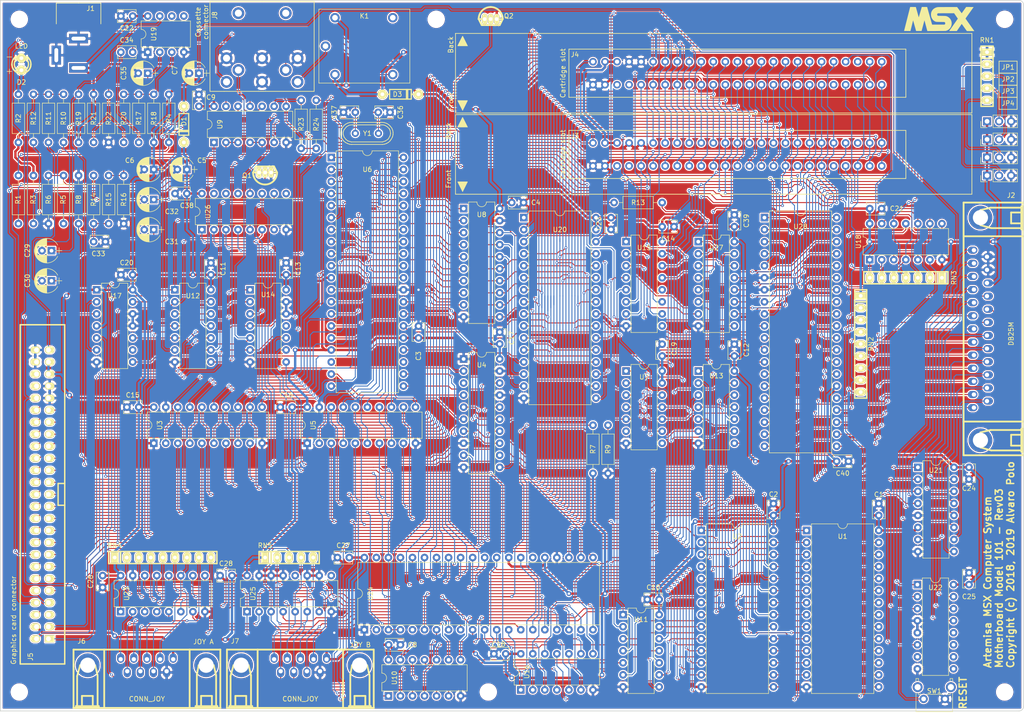
<source format=kicad_pcb>
(kicad_pcb (version 20171130) (host pcbnew "(5.1.0-0)")
  (layers (0 F.Cu signal) (31 B.Cu signal) (34 B.Paste user) (35 F.Paste user) (36 B.SilkS user) (37 F.SilkS user) (38 B.Mask user) (39 F.Mask user) (44 Edge.Cuts user))
  (net 0 "")
  (net 1 GND)
  (net 2 /~RESET)
  (net 3 /BEEP)
  (net 4 /~CS1)
  (net 5 /~CS2)
  (net 6 /~CS12)
  (net 7 /~SLTSL2)
  (net 8 /~RFSH)
  (net 9 /~EXTWAIT)
  (net 10 /~EXTINT)
  (net 11 /~M1)
  (net 12 /~IORQ)
  (net 13 /~MREQ)
  (net 14 /~WR)
  (net 15 /~RD)
  (net 16 /CPU/ADDR9)
  (net 17 /ADDR15)
  (net 18 /CPU/ADDR11)
  (net 19 /CPU/ADDR10)
  (net 20 /CPU/ADDR12)
  (net 21 /CPU/ADDR8)
  (net 22 /ADDR14)
  (net 23 /CPU/ADDR13)
  (net 24 /ADDR1)
  (net 25 /ADDR0)
  (net 26 /CPU/ADDR2)
  (net 27 /CPU/DATA1)
  (net 28 /CPU/DATA0)
  (net 29 /CPU/DATA3)
  (net 30 /CPU/DATA2)
  (net 31 /CPU/DATA5)
  (net 32 /CPU/DATA4)
  (net 33 /CPU/DATA7)
  (net 34 /CPU/DATA6)
  (net 35 /~SLTSL3)
  (net 36 "Net-(J3-Pad5)")
  (net 37 "Net-(J3-Pad10)")
  (net 38 "Net-(J3-Pad16)")
  (net 39 "Net-(J3-Pad44)")
  (net 40 "Net-(J3-Pad46)")
  (net 41 /PSG/JOYA3)
  (net 42 /PSG/JOYA4)
  (net 43 /PSG/JOYA2)
  (net 44 /PSG/JOYA1)
  (net 45 /PSG/JOYA6)
  (net 46 /PSG/JOYA7)
  (net 47 /PSG/IOB4)
  (net 48 /PSG/JOYB3)
  (net 49 /PSG/JOYB4)
  (net 50 /PSG/JOYB2)
  (net 51 /PSG/JOYB1)
  (net 52 /PSG/JOYB6)
  (net 53 /PSG/JOYB7)
  (net 54 /PSG/IOB5)
  (net 55 /AUDIO)
  (net 56 /~SLTSL1)
  (net 57 /CLK)
  (net 58 /CPU/A4)
  (net 59 /CPU/A0)
  (net 60 /CPU/A5)
  (net 61 /CPU/A1)
  (net 62 /CPU/A6)
  (net 63 /CPU/A2)
  (net 64 /CPU/A7)
  (net 65 /CPU/A3)
  (net 66 /CPU/A12)
  (net 67 /CPU/A8)
  (net 68 /CPU/A13)
  (net 69 /CPU/A9)
  (net 70 /CPU/A14)
  (net 71 /CPU/A10)
  (net 72 /CPU/A15)
  (net 73 /CPU/A11)
  (net 74 /CPU/D0)
  (net 75 /CPU/D1)
  (net 76 /CPU/D2)
  (net 77 /CPU/D3)
  (net 78 /CPU/D4)
  (net 79 /CPU/D5)
  (net 80 /CPU/D6)
  (net 81 /CPU/D7)
  (net 82 "Net-(U14-Pad11)")
  (net 83 "Net-(U15-Pad12)")
  (net 84 /PPI/PA3)
  (net 85 /KBD/KBCOL3)
  (net 86 /PPI/PA2)
  (net 87 /KBD/KBCOL4)
  (net 88 /PPI/PA1)
  (net 89 /KBD/KBCOL5)
  (net 90 /PPI/PA0)
  (net 91 /KBD/KBCOL6)
  (net 92 /KBD/KBCOL7)
  (net 93 /KBD/KBROW0)
  (net 94 /KBD/KBROW1)
  (net 95 /KBD/KBROW2)
  (net 96 /KBD/KBROW3)
  (net 97 /PPI/PA7)
  (net 98 /KBD/KBCOL0)
  (net 99 /PPI/PA6)
  (net 100 /KBD/KBCOL1)
  (net 101 /PPI/PA5)
  (net 102 /KBD/KBCOL2)
  (net 103 /PPI/PA4)
  (net 104 /~SLTSL0)
  (net 105 /KBD/~RSL0)
  (net 106 /KBD/~RSL1)
  (net 107 /KBD/~RSL2)
  (net 108 /KBD/~RSL3)
  (net 109 /KBD/~RSL4)
  (net 110 /KBD/~RSL5)
  (net 111 /KBD/~RSL6)
  (net 112 /KBD/~RSL7)
  (net 113 /KBD/~RSL8)
  (net 114 /KBD/~RSL9)
  (net 115 /KBD/~RSL10)
  (net 116 /PSG/IOB0)
  (net 117 /PSG/IOB3)
  (net 118 /PSG/IOB1)
  (net 119 /PSG/IOB2)
  (net 120 /PSG/IOA0)
  (net 121 /PSG/IOB6)
  (net 122 /PSG/IOA5)
  (net 123 /PSG/IOA4)
  (net 124 /PSG/IOA3)
  (net 125 /PSG/IOA2)
  (net 126 /PSG/IOA1)
  (net 127 /CASOUT)
  (net 128 /CASIN)
  (net 129 /SLOTS/~EXTINT2)
  (net 130 /SLOTS/~EXTWAIT2)
  (net 131 /SLOTS/~EXTINT3)
  (net 132 /SLOTS/~EXTWAIT3)
  (net 133 /SLOTS/~VDPINT)
  (net 134 /SLOTS/~VDPWAIT)
  (net 135 /EXTSOUND)
  (net 136 /RESET)
  (net 137 /PSGCLK)
  (net 138 /DATADIR)
  (net 139 /~PPIRD)
  (net 140 /~PPIWR)
  (net 141 /~SLTSLEN)
  (net 142 /~RAMSL1)
  (net 143 /~RAMSL0)
  (net 144 /DECODING/~PSGWR)
  (net 145 /DECODING/~PSGBDIR)
  (net 146 /PSGBDIR)
  (net 147 /PSGBC1)
  (net 148 /DECODING/~PSGRD)
  (net 149 /CPU/ADDR4)
  (net 150 /CPU/ADDR5)
  (net 151 /CPU/ADDR3)
  (net 152 /CPU/ADDR6)
  (net 153 /CPU/ADDR7)
  (net 154 /~VDPSL)
  (net 155 /DECODING/~PSGSL)
  (net 156 /DECODING/~PPISL)
  (net 157 /~PPIRDY)
  (net 158 ~)
  (net 159 "Net-(D2-Pad1)")
  (net 160 "Net-(Q1-Pad2)")
  (net 161 /~CAPSLOCK)
  (net 162 /KBD/~CAPSL)
  (net 163 "Net-(C7-Pad1)")
  (net 164 "Net-(C29-Pad2)")
  (net 165 "Net-(C30-Pad2)")
  (net 166 "Net-(C31-Pad2)")
  (net 167 "Net-(C33-Pad1)")
  (net 168 "Net-(C34-Pad1)")
  (net 169 "Net-(C35-Pad1)")
  (net 170 "Net-(C36-Pad1)")
  (net 171 "Net-(J4-Pad46)")
  (net 172 "Net-(J4-Pad44)")
  (net 173 "Net-(J4-Pad16)")
  (net 174 "Net-(J4-Pad10)")
  (net 175 "Net-(J4-Pad5)")
  (net 176 "Net-(J5-Pad5)")
  (net 177 "Net-(J5-Pad10)")
  (net 178 "Net-(J5-Pad46)")
  (net 179 "Net-(J5-Pad44)")
  (net 180 "Net-(J8-Pad4)")
  (net 181 "Net-(U4-Pad6)")
  (net 182 "Net-(U4-Pad15)")
  (net 183 "Net-(U4-Pad4)")
  (net 184 "Net-(U4-Pad13)")
  (net 185 "Net-(U4-Pad3)")
  (net 186 "Net-(U4-Pad12)")
  (net 187 "Net-(U4-Pad2)")
  (net 188 "Net-(U4-Pad11)")
  (net 189 "Net-(U6-Pad18)")
  (net 190 "Net-(U6-Pad24)")
  (net 191 "Net-(U6-Pad23)")
  (net 192 "Net-(U7-Pad6)")
  (net 193 "Net-(U7-Pad4)")
  (net 194 "Net-(U7-Pad8)")
  (net 195 "Net-(U9-Pad10)")
  (net 196 "Net-(U10-Pad6)")
  (net 197 "Net-(U10-Pad11)")
  (net 198 "Net-(U10-Pad4)")
  (net 199 "Net-(U10-Pad2)")
  (net 200 "Net-(U10-Pad8)")
  (net 201 "Net-(U11-Pad10)")
  (net 202 "Net-(U12-Pad3)")
  (net 203 "Net-(U13-Pad6)")
  (net 204 "Net-(U13-Pad3)")
  (net 205 "Net-(U15-Pad3)")
  (net 206 "Net-(U15-Pad2)")
  (net 207 "Net-(U15-Pad9)")
  (net 208 "Net-(U17-Pad2)")
  (net 209 "Net-(U17-Pad9)")
  (net 210 "Net-(U19-Pad6)")
  (net 211 "Net-(U19-Pad5)")
  (net 212 "Net-(U25-Pad9)")
  (net 213 "Net-(Q1-Pad1)")
  (net 214 "Net-(Q2-Pad2)")
  (net 215 "Net-(R1-Pad1)")
  (net 216 "Net-(D3-Pad1)")
  (net 217 "Net-(J8-Pad7)")
  (net 218 "Net-(J8-Pad6)")
  (net 219 "Net-(K1-Pad5)")
  (net 220 "Net-(R7-Pad2)")
  (net 221 /~CASMOTOR)
  (net 222 "Net-(R17-Pad2)")
  (net 223 "Net-(R23-Pad2)")
  (net 224 "Net-(JP1-Pad2)")
  (net 225 "Net-(JP2-Pad2)")
  (net 226 "Net-(JP3-Pad2)")
  (net 227 "Net-(JP4-Pad2)")
  (net 228 /KBD/~KANAL)
  (net 229 /~KANALOCK)
  (net 230 "Net-(C31-Pad1)")
  (net 231 "Net-(C32-Pad2)")
  (net 232 "Net-(C34-Pad2)")
  (net 233 "Net-(C37-Pad1)")
  (net 234 "Net-(U22-Pad7)")
  (net 235 "Net-(U22-Pad12)")
  (net 236 "Net-(U22-Pad11)")
  (net 237 "Net-(U22-Pad10)")
  (net 238 "Net-(U22-Pad9)")
  (net 239 "Net-(U24-Pad39)")
  (net 240 "Net-(U24-Pad26)")
  (net 241 "Net-(U24-Pad5)")
  (net 242 "Net-(U24-Pad2)")
  (net 243 "Net-(U25-Pad12)")
  (net 244 "Net-(U26-Pad15)")
  (net 245 "Net-(U26-Pad7)")
  (net 246 "Net-(U26-Pad14)")
  (net 247 "Net-(U26-Pad13)")
  (net 248 "Net-(U26-Pad9)")
  (net 249 "Net-(U18-Pad13)")
  (net 250 "Net-(U18-Pad3)")
  (module artemisa:Slot_conn (layer F.Cu) (at 212.471 93.98)
    (fp_text reference J4 (at -34.29 -3.925) (layer F.SilkS))
    (fp_text value MSX_Slot)
    (fp_text user Back (at -60.5 -6 90) (layer F.SilkS))
    (fp_text user Front (at -60.5 6 90) (layer F.SilkS))
    (fp_text user "Cartridge slot" (at -36.83 0 90) (layer F.SilkS))
    (pad 1 thru_hole circle (at 30.48 -2.425 270) (size 1.6 1.6) (drill 0.9) (layers *.Cu *.Mask) (net 4 /~CS1))
    (pad 2 thru_hole circle (at 30.48 2.425 270) (size 1.6 1.6) (drill 0.9) (layers *.Cu *.Mask) (net 5 /~CS2))
    (pad 3 thru_hole circle (at 27.94 -2.425 270) (size 1.6 1.6) (drill 0.9) (layers *.Cu *.Mask) (net 6 /~CS12))
    (pad 4 thru_hole circle (at 27.94 2.425 270) (size 1.6 1.6) (drill 0.9) (layers *.Cu *.Mask) (net 35 /~SLTSL3))
    (pad 5 thru_hole circle (at 25.4 -2.425 270) (size 1.6 1.6) (drill 0.9) (layers *.Cu *.Mask) (net 175 "Net-(J4-Pad5)"))
    (pad 6 thru_hole circle (at 25.4 2.425 270) (size 1.6 1.6) (drill 0.9) (layers *.Cu *.Mask) (net 8 /~RFSH))
    (pad 7 thru_hole circle (at 22.86 -2.425 270) (size 1.6 1.6) (drill 0.9) (layers *.Cu *.Mask) (net 132 /SLOTS/~EXTWAIT3))
    (pad 8 thru_hole circle (at 22.86 2.425 270) (size 1.6 1.6) (drill 0.9) (layers *.Cu *.Mask) (net 131 /SLOTS/~EXTINT3))
    (pad 9 thru_hole circle (at 20.32 -2.425 270) (size 1.6 1.6) (drill 0.9) (layers *.Cu *.Mask) (net 11 /~M1))
    (pad 10 thru_hole circle (at 20.32 2.425 270) (size 1.6 1.6) (drill 0.9) (layers *.Cu *.Mask) (net 174 "Net-(J4-Pad10)"))
    (pad 11 thru_hole circle (at 17.78 -2.425 270) (size 1.6 1.6) (drill 0.9) (layers *.Cu *.Mask) (net 12 /~IORQ))
    (pad 12 thru_hole circle (at 17.78 2.425 270) (size 1.6 1.6) (drill 0.9) (layers *.Cu *.Mask) (net 13 /~MREQ))
    (pad 13 thru_hole circle (at 15.24 -2.425 270) (size 1.6 1.6) (drill 0.9) (layers *.Cu *.Mask) (net 14 /~WR))
    (pad 14 thru_hole circle (at 15.24 2.425 270) (size 1.6 1.6) (drill 0.9) (layers *.Cu *.Mask) (net 15 /~RD))
    (pad 15 thru_hole circle (at 12.7 -2.425 270) (size 1.6 1.6) (drill 0.9) (layers *.Cu *.Mask) (net 2 /~RESET))
    (pad 16 thru_hole circle (at 12.7 2.425 270) (size 1.6 1.6) (drill 0.9) (layers *.Cu *.Mask) (net 173 "Net-(J4-Pad16)"))
    (pad 17 thru_hole circle (at 10.16 -2.425 270) (size 1.6 1.6) (drill 0.9) (layers *.Cu *.Mask) (net 16 /CPU/ADDR9))
    (pad 18 thru_hole circle (at 10.16 2.425 270) (size 1.6 1.6) (drill 0.9) (layers *.Cu *.Mask) (net 17 /ADDR15))
    (pad 19 thru_hole circle (at 7.62 -2.425 270) (size 1.6 1.6) (drill 0.9) (layers *.Cu *.Mask) (net 18 /CPU/ADDR11))
    (pad 20 thru_hole circle (at 7.62 2.425 270) (size 1.6 1.6) (drill 0.9) (layers *.Cu *.Mask) (net 19 /CPU/ADDR10))
    (pad 21 thru_hole circle (at 5.08 -2.425 270) (size 1.6 1.6) (drill 0.9) (layers *.Cu *.Mask) (net 153 /CPU/ADDR7))
    (pad 22 thru_hole circle (at 5.08 2.425 270) (size 1.6 1.6) (drill 0.9) (layers *.Cu *.Mask) (net 152 /CPU/ADDR6))
    (pad 23 thru_hole circle (at 2.54 -2.425 270) (size 1.6 1.6) (drill 0.9) (layers *.Cu *.Mask) (net 20 /CPU/ADDR12))
    (pad 24 thru_hole circle (at 2.54 2.425 270) (size 1.6 1.6) (drill 0.9) (layers *.Cu *.Mask) (net 21 /CPU/ADDR8))
    (pad 25 thru_hole circle (at 0 -2.425 270) (size 1.6 1.6) (drill 0.9) (layers *.Cu *.Mask) (net 22 /ADDR14))
    (pad 26 thru_hole circle (at 0 2.425 270) (size 1.6 1.6) (drill 0.9) (layers *.Cu *.Mask) (net 23 /CPU/ADDR13))
    (pad 27 thru_hole circle (at -2.54 -2.425 270) (size 1.6 1.6) (drill 0.9) (layers *.Cu *.Mask) (net 24 /ADDR1))
    (pad 28 thru_hole circle (at -2.54 2.425 270) (size 1.6 1.6) (drill 0.9) (layers *.Cu *.Mask) (net 25 /ADDR0))
    (pad 29 thru_hole circle (at -5.08 -2.425 270) (size 1.6 1.6) (drill 0.9) (layers *.Cu *.Mask) (net 151 /CPU/ADDR3))
    (pad 30 thru_hole circle (at -5.08 2.425 270) (size 1.6 1.6) (drill 0.9) (layers *.Cu *.Mask) (net 26 /CPU/ADDR2))
    (pad 31 thru_hole circle (at -7.62 -2.425 270) (size 1.6 1.6) (drill 0.9) (layers *.Cu *.Mask) (net 150 /CPU/ADDR5))
    (pad 32 thru_hole circle (at -7.62 2.425 270) (size 1.6 1.6) (drill 0.9) (layers *.Cu *.Mask) (net 149 /CPU/ADDR4))
    (pad 33 thru_hole circle (at -10.16 -2.425 270) (size 1.6 1.6) (drill 0.9) (layers *.Cu *.Mask) (net 27 /CPU/DATA1))
    (pad 34 thru_hole circle (at -10.16 2.425 270) (size 1.6 1.6) (drill 0.9) (layers *.Cu *.Mask) (net 28 /CPU/DATA0))
    (pad 35 thru_hole circle (at -12.7 -2.425 270) (size 1.6 1.6) (drill 0.9) (layers *.Cu *.Mask) (net 29 /CPU/DATA3))
    (pad 36 thru_hole circle (at -12.7 2.425 270) (size 1.6 1.6) (drill 0.9) (layers *.Cu *.Mask) (net 30 /CPU/DATA2))
    (pad 37 thru_hole circle (at -15.24 -2.425 270) (size 1.6 1.6) (drill 0.9) (layers *.Cu *.Mask) (net 31 /CPU/DATA5))
    (pad 38 thru_hole circle (at -15.24 2.425 270) (size 1.6 1.6) (drill 0.9) (layers *.Cu *.Mask) (net 32 /CPU/DATA4))
    (pad 39 thru_hole circle (at -17.78 -2.425 270) (size 1.6 1.6) (drill 0.9) (layers *.Cu *.Mask) (net 33 /CPU/DATA7))
    (pad 40 thru_hole circle (at -17.78 2.425 270) (size 1.6 1.6) (drill 0.9) (layers *.Cu *.Mask) (net 34 /CPU/DATA6))
    (pad 41 thru_hole circle (at -20.32 -2.425 270) (size 1.6 1.6) (drill 0.9) (layers *.Cu *.Mask) (net 1 GND))
    (pad 42 thru_hole circle (at -20.32 2.425 270) (size 1.6 1.6) (drill 0.9) (layers *.Cu *.Mask) (net 57 /CLK))
    (pad 43 thru_hole circle (at -22.86 -2.425 270) (size 1.6 1.6) (drill 0.9) (layers *.Cu *.Mask) (net 1 GND))
    (pad 44 thru_hole circle (at -22.86 2.425 270) (size 1.6 1.6) (drill 0.9) (layers *.Cu *.Mask) (net 172 "Net-(J4-Pad44)"))
    (pad 45 thru_hole circle (at -25.4 -2.425 270) (size 1.6 1.6) (drill 0.9) (layers *.Cu *.Mask) (net 158 ~))
    (pad 46 thru_hole circle (at -25.4 2.425 270) (size 1.6 1.6) (drill 0.9) (layers *.Cu *.Mask) (net 171 "Net-(J4-Pad46)"))
    (pad 47 thru_hole circle (at -27.94 -2.425 270) (size 1.6 1.6) (drill 0.9) (layers *.Cu *.Mask) (net 158 ~))
    (pad 48 thru_hole circle (at -27.94 2.425 270) (size 1.6 1.6) (drill 0.9) (layers *.Cu *.Mask) (net 1 GND))
    (pad 49 thru_hole circle (at -30.48 -2.425 270) (size 1.6 1.6) (drill 0.9) (layers *.Cu *.Mask) (net 135 /EXTSOUND))
    (pad 50 thru_hole circle (at -30.48 2.425 270) (size 1.6 1.6) (drill 0.9) (layers *.Cu *.Mask) (net 1 GND))
  )
  (module artemisa:Slot_conn (layer F.Cu) (at 212.471 111.125)
    (fp_text reference J3 (at -34.29 -3.925) (layer F.SilkS))
    (fp_text value MSX_Slot)
    (fp_text user Back (at -60.96 -4.965 90) (layer F.SilkS))
    (fp_text user Front (at -60.96 5.195 90) (layer F.SilkS))
    (fp_text user "Cartridge slot" (at -36.83 0 90) (layer F.SilkS))
    (pad 1 thru_hole circle (at 30.48 -2.425 270) (size 1.6 1.6) (drill 0.9) (layers *.Cu *.Mask) (net 4 /~CS1))
    (pad 2 thru_hole circle (at 30.48 2.425 270) (size 1.6 1.6) (drill 0.9) (layers *.Cu *.Mask) (net 5 /~CS2))
    (pad 3 thru_hole circle (at 27.94 -2.425 270) (size 1.6 1.6) (drill 0.9) (layers *.Cu *.Mask) (net 6 /~CS12))
    (pad 4 thru_hole circle (at 27.94 2.425 270) (size 1.6 1.6) (drill 0.9) (layers *.Cu *.Mask) (net 7 /~SLTSL2))
    (pad 5 thru_hole circle (at 25.4 -2.425 270) (size 1.6 1.6) (drill 0.9) (layers *.Cu *.Mask) (net 36 "Net-(J3-Pad5)"))
    (pad 6 thru_hole circle (at 25.4 2.425 270) (size 1.6 1.6) (drill 0.9) (layers *.Cu *.Mask) (net 8 /~RFSH))
    (pad 7 thru_hole circle (at 22.86 -2.425 270) (size 1.6 1.6) (drill 0.9) (layers *.Cu *.Mask) (net 130 /SLOTS/~EXTWAIT2))
    (pad 8 thru_hole circle (at 22.86 2.425 270) (size 1.6 1.6) (drill 0.9) (layers *.Cu *.Mask) (net 129 /SLOTS/~EXTINT2))
    (pad 9 thru_hole circle (at 20.32 -2.425 270) (size 1.6 1.6) (drill 0.9) (layers *.Cu *.Mask) (net 11 /~M1))
    (pad 10 thru_hole circle (at 20.32 2.425 270) (size 1.6 1.6) (drill 0.9) (layers *.Cu *.Mask) (net 37 "Net-(J3-Pad10)"))
    (pad 11 thru_hole circle (at 17.78 -2.425 270) (size 1.6 1.6) (drill 0.9) (layers *.Cu *.Mask) (net 12 /~IORQ))
    (pad 12 thru_hole circle (at 17.78 2.425 270) (size 1.6 1.6) (drill 0.9) (layers *.Cu *.Mask) (net 13 /~MREQ))
    (pad 13 thru_hole circle (at 15.24 -2.425 270) (size 1.6 1.6) (drill 0.9) (layers *.Cu *.Mask) (net 14 /~WR))
    (pad 14 thru_hole circle (at 15.24 2.425 270) (size 1.6 1.6) (drill 0.9) (layers *.Cu *.Mask) (net 15 /~RD))
    (pad 15 thru_hole circle (at 12.7 -2.425 270) (size 1.6 1.6) (drill 0.9) (layers *.Cu *.Mask) (net 2 /~RESET))
    (pad 16 thru_hole circle (at 12.7 2.425 270) (size 1.6 1.6) (drill 0.9) (layers *.Cu *.Mask) (net 38 "Net-(J3-Pad16)"))
    (pad 17 thru_hole circle (at 10.16 -2.425 270) (size 1.6 1.6) (drill 0.9) (layers *.Cu *.Mask) (net 16 /CPU/ADDR9))
    (pad 18 thru_hole circle (at 10.16 2.425 270) (size 1.6 1.6) (drill 0.9) (layers *.Cu *.Mask) (net 17 /ADDR15))
    (pad 19 thru_hole circle (at 7.62 -2.425 270) (size 1.6 1.6) (drill 0.9) (layers *.Cu *.Mask) (net 18 /CPU/ADDR11))
    (pad 20 thru_hole circle (at 7.62 2.425 270) (size 1.6 1.6) (drill 0.9) (layers *.Cu *.Mask) (net 19 /CPU/ADDR10))
    (pad 21 thru_hole circle (at 5.08 -2.425 270) (size 1.6 1.6) (drill 0.9) (layers *.Cu *.Mask) (net 153 /CPU/ADDR7))
    (pad 22 thru_hole circle (at 5.08 2.425 270) (size 1.6 1.6) (drill 0.9) (layers *.Cu *.Mask) (net 152 /CPU/ADDR6))
    (pad 23 thru_hole circle (at 2.54 -2.425 270) (size 1.6 1.6) (drill 0.9) (layers *.Cu *.Mask) (net 20 /CPU/ADDR12))
    (pad 24 thru_hole circle (at 2.54 2.425 270) (size 1.6 1.6) (drill 0.9) (layers *.Cu *.Mask) (net 21 /CPU/ADDR8))
    (pad 25 thru_hole circle (at 0 -2.425 270) (size 1.6 1.6) (drill 0.9) (layers *.Cu *.Mask) (net 22 /ADDR14))
    (pad 26 thru_hole circle (at 0 2.425 270) (size 1.6 1.6) (drill 0.9) (layers *.Cu *.Mask) (net 23 /CPU/ADDR13))
    (pad 27 thru_hole circle (at -2.54 -2.425 270) (size 1.6 1.6) (drill 0.9) (layers *.Cu *.Mask) (net 24 /ADDR1))
    (pad 28 thru_hole circle (at -2.54 2.425 270) (size 1.6 1.6) (drill 0.9) (layers *.Cu *.Mask) (net 25 /ADDR0))
    (pad 29 thru_hole circle (at -5.08 -2.425 270) (size 1.6 1.6) (drill 0.9) (layers *.Cu *.Mask) (net 151 /CPU/ADDR3))
    (pad 30 thru_hole circle (at -5.08 2.425 270) (size 1.6 1.6) (drill 0.9) (layers *.Cu *.Mask) (net 26 /CPU/ADDR2))
    (pad 31 thru_hole circle (at -7.62 -2.425 270) (size 1.6 1.6) (drill 0.9) (layers *.Cu *.Mask) (net 150 /CPU/ADDR5))
    (pad 32 thru_hole circle (at -7.62 2.425 270) (size 1.6 1.6) (drill 0.9) (layers *.Cu *.Mask) (net 149 /CPU/ADDR4))
    (pad 33 thru_hole circle (at -10.16 -2.425 270) (size 1.6 1.6) (drill 0.9) (layers *.Cu *.Mask) (net 27 /CPU/DATA1))
    (pad 34 thru_hole circle (at -10.16 2.425 270) (size 1.6 1.6) (drill 0.9) (layers *.Cu *.Mask) (net 28 /CPU/DATA0))
    (pad 35 thru_hole circle (at -12.7 -2.425 270) (size 1.6 1.6) (drill 0.9) (layers *.Cu *.Mask) (net 29 /CPU/DATA3))
    (pad 36 thru_hole circle (at -12.7 2.425 270) (size 1.6 1.6) (drill 0.9) (layers *.Cu *.Mask) (net 30 /CPU/DATA2))
    (pad 37 thru_hole circle (at -15.24 -2.425 270) (size 1.6 1.6) (drill 0.9) (layers *.Cu *.Mask) (net 31 /CPU/DATA5))
    (pad 38 thru_hole circle (at -15.24 2.425 270) (size 1.6 1.6) (drill 0.9) (layers *.Cu *.Mask) (net 32 /CPU/DATA4))
    (pad 39 thru_hole circle (at -17.78 -2.425 270) (size 1.6 1.6) (drill 0.9) (layers *.Cu *.Mask) (net 33 /CPU/DATA7))
    (pad 40 thru_hole circle (at -17.78 2.425 270) (size 1.6 1.6) (drill 0.9) (layers *.Cu *.Mask) (net 34 /CPU/DATA6))
    (pad 41 thru_hole circle (at -20.32 -2.425 270) (size 1.6 1.6) (drill 0.9) (layers *.Cu *.Mask) (net 1 GND))
    (pad 42 thru_hole circle (at -20.32 2.425 270) (size 1.6 1.6) (drill 0.9) (layers *.Cu *.Mask) (net 57 /CLK))
    (pad 43 thru_hole circle (at -22.86 -2.425 270) (size 1.6 1.6) (drill 0.9) (layers *.Cu *.Mask) (net 1 GND))
    (pad 44 thru_hole circle (at -22.86 2.425 270) (size 1.6 1.6) (drill 0.9) (layers *.Cu *.Mask) (net 39 "Net-(J3-Pad44)"))
    (pad 45 thru_hole circle (at -25.4 -2.425 270) (size 1.6 1.6) (drill 0.9) (layers *.Cu *.Mask) (net 158 ~))
    (pad 46 thru_hole circle (at -25.4 2.425 270) (size 1.6 1.6) (drill 0.9) (layers *.Cu *.Mask) (net 40 "Net-(J3-Pad46)"))
    (pad 47 thru_hole circle (at -27.94 -2.425 270) (size 1.6 1.6) (drill 0.9) (layers *.Cu *.Mask) (net 158 ~))
    (pad 48 thru_hole circle (at -27.94 2.425 270) (size 1.6 1.6) (drill 0.9) (layers *.Cu *.Mask) (net 1 GND))
    (pad 49 thru_hole circle (at -30.48 -2.425 270) (size 1.6 1.6) (drill 0.9) (layers *.Cu *.Mask) (net 135 /EXTSOUND))
    (pad 50 thru_hole circle (at -30.48 2.425 270) (size 1.6 1.6) (drill 0.9) (layers *.Cu *.Mask) (net 1 GND))
  )
  (module artemisa:DIP-14_300 (layer F.Cu) (at 240.411 133.35 90)
    (fp_text reference U18 (at 3.81 -2.39 90) (layer F.SilkS))
    (fp_text value 74HCT08)
    (pad 14 thru_hole oval (at 7.62 0 90) (size 1.6 1.6) (drill 0.8) (layers *.Cu *.Mask) (net 158 ~))
    (pad 7 thru_hole oval (at 0 15.24 90) (size 1.6 1.6) (drill 0.8) (layers *.Cu *.Mask) (net 1 GND))
    (pad 13 thru_hole oval (at 7.62 2.54 90) (size 1.6 1.6) (drill 0.8) (layers *.Cu *.Mask) (net 249 "Net-(U18-Pad13)"))
    (pad 6 thru_hole oval (at 0 12.7 90) (size 1.6 1.6) (drill 0.8) (layers *.Cu *.Mask) (net 9 /~EXTWAIT))
    (pad 12 thru_hole oval (at 7.62 5.08 90) (size 1.6 1.6) (drill 0.8) (layers *.Cu *.Mask) (net 133 /SLOTS/~VDPINT))
    (pad 5 thru_hole oval (at 0 10.16 90) (size 1.6 1.6) (drill 0.8) (layers *.Cu *.Mask) (net 250 "Net-(U18-Pad3)"))
    (pad 11 thru_hole oval (at 7.62 7.62 90) (size 1.6 1.6) (drill 0.8) (layers *.Cu *.Mask) (net 10 /~EXTINT))
    (pad 4 thru_hole oval (at 0 7.62 90) (size 1.6 1.6) (drill 0.8) (layers *.Cu *.Mask) (net 134 /SLOTS/~VDPWAIT))
    (pad 10 thru_hole oval (at 7.62 10.16 90) (size 1.6 1.6) (drill 0.8) (layers *.Cu *.Mask) (net 129 /SLOTS/~EXTINT2))
    (pad 3 thru_hole oval (at 0 5.08 90) (size 1.6 1.6) (drill 0.8) (layers *.Cu *.Mask) (net 250 "Net-(U18-Pad3)"))
    (pad 9 thru_hole oval (at 7.62 12.7 90) (size 1.6 1.6) (drill 0.8) (layers *.Cu *.Mask) (net 131 /SLOTS/~EXTINT3))
    (pad 2 thru_hole oval (at 0 2.54 90) (size 1.6 1.6) (drill 0.8) (layers *.Cu *.Mask) (net 130 /SLOTS/~EXTWAIT2))
    (pad 8 thru_hole oval (at 7.62 15.24 90) (size 1.6 1.6) (drill 0.8) (layers *.Cu *.Mask) (net 249 "Net-(U18-Pad13)"))
    (pad 1 thru_hole rect (at 0 0 90) (size 1.6 1.6) (drill 0.8) (layers *.Cu *.Mask) (net 132 /SLOTS/~EXTWAIT3))
  )
  (module artemisa:DIP-16_300 (layer F.Cu) (at 250.473 201.93)
    (fp_text reference U22 (at 3.81 0.635) (layer F.SilkS))
    (fp_text value 74HC138)
    (pad 16 thru_hole oval (at 7.62 0) (size 1.6 1.6) (drill 0.8) (layers *.Cu *.Mask) (net 158 ~))
    (pad 8 thru_hole oval (at 0 17.78) (size 1.6 1.6) (drill 0.8) (layers *.Cu *.Mask) (net 1 GND))
    (pad 15 thru_hole oval (at 7.62 2.54) (size 1.6 1.6) (drill 0.8) (layers *.Cu *.Mask) (net 113 /KBD/~RSL8))
    (pad 7 thru_hole oval (at 0 15.24) (size 1.6 1.6) (drill 0.8) (layers *.Cu *.Mask) (net 234 "Net-(U22-Pad7)"))
    (pad 14 thru_hole oval (at 7.62 5.08) (size 1.6 1.6) (drill 0.8) (layers *.Cu *.Mask) (net 114 /KBD/~RSL9))
    (pad 6 thru_hole oval (at 0 12.7) (size 1.6 1.6) (drill 0.8) (layers *.Cu *.Mask) (net 96 /KBD/KBROW3))
    (pad 13 thru_hole oval (at 7.62 7.62) (size 1.6 1.6) (drill 0.8) (layers *.Cu *.Mask) (net 115 /KBD/~RSL10))
    (pad 5 thru_hole oval (at 0 10.16) (size 1.6 1.6) (drill 0.8) (layers *.Cu *.Mask) (net 1 GND))
    (pad 12 thru_hole oval (at 7.62 10.16) (size 1.6 1.6) (drill 0.8) (layers *.Cu *.Mask) (net 235 "Net-(U22-Pad12)"))
    (pad 4 thru_hole oval (at 0 7.62) (size 1.6 1.6) (drill 0.8) (layers *.Cu *.Mask) (net 1 GND))
    (pad 11 thru_hole oval (at 7.62 12.7) (size 1.6 1.6) (drill 0.8) (layers *.Cu *.Mask) (net 236 "Net-(U22-Pad11)"))
    (pad 3 thru_hole oval (at 0 5.08) (size 1.6 1.6) (drill 0.8) (layers *.Cu *.Mask) (net 95 /KBD/KBROW2))
    (pad 10 thru_hole oval (at 7.62 15.24) (size 1.6 1.6) (drill 0.8) (layers *.Cu *.Mask) (net 237 "Net-(U22-Pad10)"))
    (pad 2 thru_hole oval (at 0 2.54) (size 1.6 1.6) (drill 0.8) (layers *.Cu *.Mask) (net 94 /KBD/KBROW1))
    (pad 9 thru_hole oval (at 7.62 17.78) (size 1.6 1.6) (drill 0.8) (layers *.Cu *.Mask) (net 238 "Net-(U22-Pad9)"))
    (pad 1 thru_hole rect (at 0 0) (size 1.6 1.6) (drill 0.8) (layers *.Cu *.Mask) (net 93 /KBD/KBROW0))
  )
  (module artemisa:DIP-16_300 (layer F.Cu) (at 250.571 177.165)
    (fp_text reference U21 (at 3.81 0.635) (layer F.SilkS))
    (fp_text value 74HC138)
    (pad 16 thru_hole oval (at 7.62 0) (size 1.6 1.6) (drill 0.8) (layers *.Cu *.Mask) (net 158 ~))
    (pad 8 thru_hole oval (at 0 17.78) (size 1.6 1.6) (drill 0.8) (layers *.Cu *.Mask) (net 1 GND))
    (pad 15 thru_hole oval (at 7.62 2.54) (size 1.6 1.6) (drill 0.8) (layers *.Cu *.Mask) (net 105 /KBD/~RSL0))
    (pad 7 thru_hole oval (at 0 15.24) (size 1.6 1.6) (drill 0.8) (layers *.Cu *.Mask) (net 112 /KBD/~RSL7))
    (pad 14 thru_hole oval (at 7.62 5.08) (size 1.6 1.6) (drill 0.8) (layers *.Cu *.Mask) (net 106 /KBD/~RSL1))
    (pad 6 thru_hole oval (at 0 12.7) (size 1.6 1.6) (drill 0.8) (layers *.Cu *.Mask) (net 158 ~))
    (pad 13 thru_hole oval (at 7.62 7.62) (size 1.6 1.6) (drill 0.8) (layers *.Cu *.Mask) (net 107 /KBD/~RSL2))
    (pad 5 thru_hole oval (at 0 10.16) (size 1.6 1.6) (drill 0.8) (layers *.Cu *.Mask) (net 1 GND))
    (pad 12 thru_hole oval (at 7.62 10.16) (size 1.6 1.6) (drill 0.8) (layers *.Cu *.Mask) (net 108 /KBD/~RSL3))
    (pad 4 thru_hole oval (at 0 7.62) (size 1.6 1.6) (drill 0.8) (layers *.Cu *.Mask) (net 96 /KBD/KBROW3))
    (pad 11 thru_hole oval (at 7.62 12.7) (size 1.6 1.6) (drill 0.8) (layers *.Cu *.Mask) (net 109 /KBD/~RSL4))
    (pad 3 thru_hole oval (at 0 5.08) (size 1.6 1.6) (drill 0.8) (layers *.Cu *.Mask) (net 95 /KBD/KBROW2))
    (pad 10 thru_hole oval (at 7.62 15.24) (size 1.6 1.6) (drill 0.8) (layers *.Cu *.Mask) (net 110 /KBD/~RSL5))
    (pad 2 thru_hole oval (at 0 2.54) (size 1.6 1.6) (drill 0.8) (layers *.Cu *.Mask) (net 94 /KBD/KBROW1))
    (pad 9 thru_hole oval (at 7.62 17.78) (size 1.6 1.6) (drill 0.8) (layers *.Cu *.Mask) (net 111 /KBD/~RSL6))
    (pad 1 thru_hole rect (at 0 0) (size 1.6 1.6) (drill 0.8) (layers *.Cu *.Mask) (net 93 /KBD/KBROW0))
  )
  (module artemisa:Disc_capacitor (layer F.Cu) (at 261.366 201.93 90)
    (fp_text reference C25 (at -2.54 0 180) (layer F.SilkS))
    (fp_text value 100nF)
    (pad 2 thru_hole circle (at 2.5 0 90) (size 1.6 1.6) (drill 0.8) (layers *.Cu *.Mask) (net 1 GND))
    (pad 1 thru_hole circle (at 0 0 90) (size 1.6 1.6) (drill 0.8) (layers *.Cu *.Mask) (net 158 ~))
  )
  (module artemisa:Push_button_angled (layer F.Cu) (at 256.286 226.06 180)
    (fp_text reference SW1 (at 2.25 1.68 180) (layer F.SilkS))
    (fp_text value Push_button)
    (pad "" thru_hole circle (at -1.25 2.49 180) (size 2.1 2.1) (drill 1.3) (layers *.Cu *.Mask))
    (pad 1 thru_hole circle (at 0 0 180) (size 1.75 1.75) (drill 0.99) (layers *.Cu *.Mask) (net 1 GND))
    (pad 2 thru_hole circle (at 4.5 0 180) (size 1.75 1.75) (drill 0.99) (layers *.Cu *.Mask) (net 163 "Net-(C7-Pad1)"))
    (pad "" thru_hole circle (at 5.76 2.49 180) (size 2.1 2.1) (drill 1.3) (layers *.Cu *.Mask))
  )
  (module artemisa:DIP-28_600 (layer F.Cu) (at 204.851 190.5)
    (fp_text reference U2 (at 7.62 1.27) (layer F.SilkS))
    (fp_text value 62256)
    (pad 28 thru_hole oval (at 15.24 0) (size 1.6 1.6) (drill 0.8) (layers *.Cu *.Mask) (net 158 ~))
    (pad 14 thru_hole oval (at 0 33.02) (size 1.6 1.6) (drill 0.8) (layers *.Cu *.Mask) (net 1 GND))
    (pad 27 thru_hole oval (at 15.24 2.54) (size 1.6 1.6) (drill 0.8) (layers *.Cu *.Mask) (net 14 /~WR))
    (pad 13 thru_hole oval (at 0 30.48) (size 1.6 1.6) (drill 0.8) (layers *.Cu *.Mask) (net 30 /CPU/DATA2))
    (pad 26 thru_hole oval (at 15.24 5.08) (size 1.6 1.6) (drill 0.8) (layers *.Cu *.Mask) (net 23 /CPU/ADDR13))
    (pad 12 thru_hole oval (at 0 27.94) (size 1.6 1.6) (drill 0.8) (layers *.Cu *.Mask) (net 27 /CPU/DATA1))
    (pad 25 thru_hole oval (at 15.24 7.62) (size 1.6 1.6) (drill 0.8) (layers *.Cu *.Mask) (net 21 /CPU/ADDR8))
    (pad 11 thru_hole oval (at 0 25.4) (size 1.6 1.6) (drill 0.8) (layers *.Cu *.Mask) (net 28 /CPU/DATA0))
    (pad 24 thru_hole oval (at 15.24 10.16) (size 1.6 1.6) (drill 0.8) (layers *.Cu *.Mask) (net 16 /CPU/ADDR9))
    (pad 10 thru_hole oval (at 0 22.86) (size 1.6 1.6) (drill 0.8) (layers *.Cu *.Mask) (net 25 /ADDR0))
    (pad 23 thru_hole oval (at 15.24 12.7) (size 1.6 1.6) (drill 0.8) (layers *.Cu *.Mask) (net 18 /CPU/ADDR11))
    (pad 9 thru_hole oval (at 0 20.32) (size 1.6 1.6) (drill 0.8) (layers *.Cu *.Mask) (net 24 /ADDR1))
    (pad 22 thru_hole oval (at 15.24 15.24) (size 1.6 1.6) (drill 0.8) (layers *.Cu *.Mask) (net 15 /~RD))
    (pad 8 thru_hole oval (at 0 17.78) (size 1.6 1.6) (drill 0.8) (layers *.Cu *.Mask) (net 26 /CPU/ADDR2))
    (pad 21 thru_hole oval (at 15.24 17.78) (size 1.6 1.6) (drill 0.8) (layers *.Cu *.Mask) (net 19 /CPU/ADDR10))
    (pad 7 thru_hole oval (at 0 15.24) (size 1.6 1.6) (drill 0.8) (layers *.Cu *.Mask) (net 151 /CPU/ADDR3))
    (pad 20 thru_hole oval (at 15.24 20.32) (size 1.6 1.6) (drill 0.8) (layers *.Cu *.Mask) (net 142 /~RAMSL1))
    (pad 6 thru_hole oval (at 0 12.7) (size 1.6 1.6) (drill 0.8) (layers *.Cu *.Mask) (net 149 /CPU/ADDR4))
    (pad 19 thru_hole oval (at 15.24 22.86) (size 1.6 1.6) (drill 0.8) (layers *.Cu *.Mask) (net 33 /CPU/DATA7))
    (pad 5 thru_hole oval (at 0 10.16) (size 1.6 1.6) (drill 0.8) (layers *.Cu *.Mask) (net 150 /CPU/ADDR5))
    (pad 18 thru_hole oval (at 15.24 25.4) (size 1.6 1.6) (drill 0.8) (layers *.Cu *.Mask) (net 34 /CPU/DATA6))
    (pad 4 thru_hole oval (at 0 7.62) (size 1.6 1.6) (drill 0.8) (layers *.Cu *.Mask) (net 152 /CPU/ADDR6))
    (pad 17 thru_hole oval (at 15.24 27.94) (size 1.6 1.6) (drill 0.8) (layers *.Cu *.Mask) (net 31 /CPU/DATA5))
    (pad 3 thru_hole oval (at 0 5.08) (size 1.6 1.6) (drill 0.8) (layers *.Cu *.Mask) (net 153 /CPU/ADDR7))
    (pad 16 thru_hole oval (at 15.24 30.48) (size 1.6 1.6) (drill 0.8) (layers *.Cu *.Mask) (net 32 /CPU/DATA4))
    (pad 2 thru_hole oval (at 0 2.54) (size 1.6 1.6) (drill 0.8) (layers *.Cu *.Mask) (net 20 /CPU/ADDR12))
    (pad 15 thru_hole oval (at 15.24 33.02) (size 1.6 1.6) (drill 0.8) (layers *.Cu *.Mask) (net 29 /CPU/DATA3))
    (pad 1 thru_hole rect (at 0 0) (size 1.6 1.6) (drill 0.8) (layers *.Cu *.Mask) (net 22 /ADDR14))
  )
  (module artemisa:Jumper (layer F.Cu) (at 265.176 115.57 90)
    (fp_text reference JP4 (at 15.24 4.445 180) (layer F.SilkS))
    (fp_text value Jumper)
    (pad 3 thru_hole oval (at 0 5.08 90) (size 1.7 1.7) (drill 1) (layers *.Cu *.Mask) (net 1 GND))
    (pad 2 thru_hole oval (at 0 2.54 90) (size 1.7 1.7) (drill 1) (layers *.Cu *.Mask) (net 227 "Net-(JP4-Pad2)"))
    (pad 1 thru_hole rect (at 0 0 90) (size 1.7 1.7) (drill 1) (layers *.Cu *.Mask) (net 158 ~))
  )
  (module artemisa:Jumper (layer F.Cu) (at 265.176 111.76 90)
    (fp_text reference JP3 (at 13.97 4.445 180) (layer F.SilkS))
    (fp_text value Jumper)
    (pad 3 thru_hole oval (at 0 5.08 90) (size 1.7 1.7) (drill 1) (layers *.Cu *.Mask) (net 1 GND))
    (pad 2 thru_hole oval (at 0 2.54 90) (size 1.7 1.7) (drill 1) (layers *.Cu *.Mask) (net 226 "Net-(JP3-Pad2)"))
    (pad 1 thru_hole rect (at 0 0 90) (size 1.7 1.7) (drill 1) (layers *.Cu *.Mask) (net 158 ~))
  )
  (module artemisa:Jumper (layer F.Cu) (at 265.176 107.95 90)
    (fp_text reference JP2 (at 12.7 4.445 180) (layer F.SilkS))
    (fp_text value Jumper)
    (pad 3 thru_hole oval (at 0 5.08 90) (size 1.7 1.7) (drill 1) (layers *.Cu *.Mask) (net 1 GND))
    (pad 2 thru_hole oval (at 0 2.54 90) (size 1.7 1.7) (drill 1) (layers *.Cu *.Mask) (net 225 "Net-(JP2-Pad2)"))
    (pad 1 thru_hole rect (at 0 0 90) (size 1.7 1.7) (drill 1) (layers *.Cu *.Mask) (net 158 ~))
  )
  (module artemisa:Jumper (layer F.Cu) (at 265.176 104.14 90)
    (fp_text reference JP1 (at 11.43 4.445) (layer F.SilkS))
    (fp_text value Jumper)
    (pad 3 thru_hole oval (at 0 5.08 90) (size 1.7 1.7) (drill 1) (layers *.Cu *.Mask) (net 1 GND))
    (pad 2 thru_hole oval (at 0 2.54 90) (size 1.7 1.7) (drill 1) (layers *.Cu *.Mask) (net 224 "Net-(JP1-Pad2)"))
    (pad 1 thru_hole rect (at 0 0 90) (size 1.7 1.7) (drill 1) (layers *.Cu *.Mask) (net 158 ~))
  )
  (module artemisa:RN4 (layer F.Cu) (at 265.176 94.615 270)
    (fp_text reference RN1 (at -7.62 0) (layer F.SilkS))
    (fp_text value 10K hide)
    (pad 5 thru_hole oval (at 5.08 0 270) (size 1.524 2.19964) (drill 0.8001) (layers *.Cu *.Mask F.SilkS) (net 226 "Net-(JP3-Pad2)"))
    (pad 4 thru_hole oval (at 2.54 0 270) (size 1.524 2.19964) (drill 0.8001) (layers *.Cu *.Mask F.SilkS) (net 224 "Net-(JP1-Pad2)"))
    (pad 3 thru_hole oval (at 0 0 270) (size 1.524 2.19964) (drill 0.8001) (layers *.Cu *.Mask F.SilkS) (net 225 "Net-(JP2-Pad2)"))
    (pad 2 thru_hole oval (at -2.54 0 270) (size 1.524 2.19964) (drill 0.8001) (layers *.Cu *.Mask F.SilkS) (net 227 "Net-(JP4-Pad2)"))
    (pad 1 thru_hole rect (at -5.08 0 270) (size 1.524 2.19964) (drill 0.8001) (layers *.Cu *.Mask F.SilkS) (net 1 GND))
  )
  (module artemisa:TO92 (layer F.Cu) (at 160.401 82.55)
    (fp_text reference Q2 (at 3.81 -0.635) (layer F.SilkS))
    (fp_text value 2N2907)
    (pad 3 thru_hole oval (at -1.27 0) (size 1.1 2.2) (drill 0.8) (layers *.Cu *.Mask F.SilkS) (net 216 "Net-(D3-Pad1)"))
    (pad 2 thru_hole oval (at 0 0) (size 1.1 2.2) (drill 0.8) (layers *.Cu *.Mask F.SilkS) (net 214 "Net-(Q2-Pad2)"))
    (pad 1 thru_hole oval (at 1.27 0) (size 1.1 2.2) (drill 0.8) (layers *.Cu *.Mask F.SilkS) (net 1 GND))
  )
  (module artemisa:Axial_resistor (layer F.Cu) (at 186.436 121.285)
    (fp_text reference R13 (at 5.08 0) (layer F.SilkS))
    (fp_text value 2k2)
    (pad 2 thru_hole oval (at 10.16 0) (size 1.6 1.6) (drill 0.8) (layers *.Cu *.Mask) (net 221 /~CASMOTOR))
    (pad 1 thru_hole circle (at 0 0) (size 1.6 1.6) (drill 0.8) (layers *.Cu *.Mask) (net 214 "Net-(Q2-Pad2)"))
  )
  (module artemisa:Relay (layer F.Cu) (at 133.731 88.265)
    (fp_text reference K1 (at 0 -6.35) (layer F.SilkS))
    (fp_text value Relay)
    (pad 4 thru_hole circle (at 6 6) (size 2 2) (drill 1.2) (layers *.Cu *.Mask) (net 218 "Net-(J8-Pad6)"))
    (pad 5 thru_hole circle (at 6 -6) (size 2 2) (drill 1.2) (layers *.Cu *.Mask) (net 219 "Net-(K1-Pad5)"))
    (pad 2 thru_hole circle (at -6.2 6) (size 2 2) (drill 1.2) (layers *.Cu *.Mask) (net 216 "Net-(D3-Pad1)"))
    (pad 1 thru_hole circle (at -6.2 -6) (size 2 2) (drill 1.2) (layers *.Cu *.Mask) (net 158 ~))
    (pad 3 thru_hole circle (at -8.2 0) (size 2 2) (drill 1.2) (layers *.Cu *.Mask) (net 217 "Net-(J8-Pad7)"))
  )
  (module artemisa:Axial_diode (layer F.Cu) (at 141.351 98.425)
    (fp_text reference D3 (at -0.635 0) (layer F.SilkS))
    (fp_text value 1N4448)
    (pad 2 thru_hole circle (at 3.81 0) (size 1.99898 1.99898) (drill 0.8001) (layers *.Cu *.Mask F.SilkS) (net 158 ~))
    (pad 1 thru_hole circle (at -3.81 0) (size 1.99898 1.99898) (drill 0.8001) (layers *.Cu *.Mask F.SilkS) (net 216 "Net-(D3-Pad1)"))
  )
  (module artemisa:Joystick_conn (layer F.Cu) (at 120.22074 226.06)
    (fp_text reference J7 (at -13.79474 -12.192) (layer F.SilkS))
    (fp_text value CONN_JOY (at 0 0) (layer F.SilkS))
    (pad "" thru_hole circle (at -12.49426 -7.112) (size 5.00126 5.00126) (drill 3.2004) (layers *.Cu *.Mask))
    (pad 9 thru_hole oval (at 4.15544 -5.842) (size 1.50114 1.99898) (drill 0.89916 (offset 0 0.24892)) (layers *.Cu *.Mask) (net 1 GND))
    (pad 8 thru_hole oval (at 1.3843 -5.842) (size 1.50114 1.99898) (drill 0.89916 (offset 0 0.24892)) (layers *.Cu *.Mask) (net 54 /PSG/IOB5))
    (pad 7 thru_hole oval (at -1.3843 -5.842) (size 1.50114 1.99898) (drill 0.89916 (offset 0 0.24892)) (layers *.Cu *.Mask) (net 53 /PSG/JOYB7))
    (pad 6 thru_hole oval (at -4.15544 -5.842) (size 1.50114 1.99898) (drill 0.89916 (offset 0 0.24892)) (layers *.Cu *.Mask) (net 52 /PSG/JOYB6))
    (pad 1 thru_hole oval (at -5.53974 -8.382) (size 1.50114 1.99898) (drill 0.89916 (offset 0 -0.24892)) (layers *.Cu *.Mask) (net 51 /PSG/JOYB1))
    (pad 2 thru_hole oval (at -2.77114 -8.382) (size 1.50114 1.99898) (drill 0.89916 (offset 0 -0.24892)) (layers *.Cu *.Mask) (net 50 /PSG/JOYB2))
    (pad 5 thru_hole oval (at 5.53974 -8.382) (size 1.50114 1.99898) (drill 0.89916 (offset 0 -0.24892)) (layers *.Cu *.Mask) (net 158 ~))
    (pad 4 thru_hole oval (at 2.77114 -8.382) (size 1.50114 1.99898) (drill 0.89916 (offset 0 -0.24892)) (layers *.Cu *.Mask) (net 49 /PSG/JOYB4))
    (pad 3 thru_hole oval (at 0 -8.382) (size 1.50114 1.99898) (drill 0.89916 (offset 0 -0.24892)) (layers *.Cu *.Mask) (net 48 /PSG/JOYB3))
    (pad "" thru_hole circle (at 12.49426 -7.112) (size 5.00126 5.00126) (drill 3.2004) (layers *.Cu *.Mask))
  )
  (module artemisa:Joystick_conn (layer F.Cu) (at 87.83574 226.06)
    (fp_text reference J6 (at -13.79474 -12.192) (layer F.SilkS))
    (fp_text value CONN_JOY (at 0 0) (layer F.SilkS))
    (pad "" thru_hole circle (at -12.49426 -7.112) (size 5.00126 5.00126) (drill 3.2004) (layers *.Cu *.Mask))
    (pad 9 thru_hole oval (at 4.15544 -5.842) (size 1.50114 1.99898) (drill 0.89916 (offset 0 0.24892)) (layers *.Cu *.Mask) (net 1 GND))
    (pad 8 thru_hole oval (at 1.3843 -5.842) (size 1.50114 1.99898) (drill 0.89916 (offset 0 0.24892)) (layers *.Cu *.Mask) (net 47 /PSG/IOB4))
    (pad 7 thru_hole oval (at -1.3843 -5.842) (size 1.50114 1.99898) (drill 0.89916 (offset 0 0.24892)) (layers *.Cu *.Mask) (net 46 /PSG/JOYA7))
    (pad 6 thru_hole oval (at -4.15544 -5.842) (size 1.50114 1.99898) (drill 0.89916 (offset 0 0.24892)) (layers *.Cu *.Mask) (net 45 /PSG/JOYA6))
    (pad 1 thru_hole oval (at -5.53974 -8.382) (size 1.50114 1.99898) (drill 0.89916 (offset 0 -0.24892)) (layers *.Cu *.Mask) (net 44 /PSG/JOYA1))
    (pad 2 thru_hole oval (at -2.77114 -8.382) (size 1.50114 1.99898) (drill 0.89916 (offset 0 -0.24892)) (layers *.Cu *.Mask) (net 43 /PSG/JOYA2))
    (pad 5 thru_hole oval (at 5.53974 -8.382) (size 1.50114 1.99898) (drill 0.89916 (offset 0 -0.24892)) (layers *.Cu *.Mask) (net 158 ~))
    (pad 4 thru_hole oval (at 2.77114 -8.382) (size 1.50114 1.99898) (drill 0.89916 (offset 0 -0.24892)) (layers *.Cu *.Mask) (net 42 /PSG/JOYA4))
    (pad 3 thru_hole oval (at 0 -8.382) (size 1.50114 1.99898) (drill 0.89916 (offset 0 -0.24892)) (layers *.Cu *.Mask) (net 41 /PSG/JOYA3))
    (pad "" thru_hole circle (at 12.49426 -7.112) (size 5.00126 5.00126) (drill 3.2004) (layers *.Cu *.Mask))
  )
  (module artemisa:LED (layer F.Cu) (at 61.341 92.075 180)
    (fp_text reference D2 (at 0 -3.81 180) (layer F.SilkS))
    (fp_text value LED (at 0 3.81 180) (layer F.SilkS))
    (pad 2 thru_hole circle (at 0 1.27 180) (size 1.99898 1.99898) (drill 0.8001) (layers *.Cu *.Mask F.SilkS) (net 1 GND))
    (pad 1 thru_hole circle (at 0 -1.27 180) (size 1.99898 1.99898) (drill 0.8001) (layers *.Cu *.Mask F.SilkS) (net 159 "Net-(D2-Pad1)"))
  )
  (module artemisa:Axial_diode (layer F.Cu) (at 95.631 104.775 270)
    (fp_text reference D1 (at -0.635 0 270) (layer F.SilkS))
    (fp_text value 1N4448)
    (pad 2 thru_hole circle (at 3.81 0 270) (size 1.99898 1.99898) (drill 0.8001) (layers *.Cu *.Mask F.SilkS) (net 158 ~))
    (pad 1 thru_hole circle (at -3.81 0 270) (size 1.99898 1.99898) (drill 0.8001) (layers *.Cu *.Mask F.SilkS) (net 163 "Net-(C7-Pad1)"))
  )
  (module artemisa:Axial_resistor (layer F.Cu) (at 67.056 115.57 270)
    (fp_text reference R6 (at 5.08 0.0085 270) (layer F.SilkS))
    (fp_text value 4K7)
    (pad 2 thru_hole oval (at 10.16 0 270) (size 1.6 1.6) (drill 0.8) (layers *.Cu *.Mask) (net 1 GND))
    (pad 1 thru_hole circle (at 0 0 270) (size 1.6 1.6) (drill 0.8) (layers *.Cu *.Mask) (net 160 "Net-(Q1-Pad2)"))
  )
  (module artemisa:Axial_resistor (layer F.Cu) (at 70.231 115.57 270)
    (fp_text reference R5 (at 5.08 0.0685 270) (layer F.SilkS))
    (fp_text value 1K)
    (pad 2 thru_hole oval (at 10.16 0 270) (size 1.6 1.6) (drill 0.8) (layers *.Cu *.Mask) (net 163 "Net-(C7-Pad1)"))
    (pad 1 thru_hole circle (at 0 0 270) (size 1.6 1.6) (drill 0.8) (layers *.Cu *.Mask) (net 160 "Net-(Q1-Pad2)"))
  )
  (module artemisa:Axial_resistor (layer F.Cu) (at 63.881 115.57 270)
    (fp_text reference R3 (at 5.08 0.0385 270) (layer F.SilkS))
    (fp_text value 4K7)
    (pad 2 thru_hole oval (at 10.16 0 270) (size 1.6 1.6) (drill 0.8) (layers *.Cu *.Mask) (net 213 "Net-(Q1-Pad1)"))
    (pad 1 thru_hole circle (at 0 0 270) (size 1.6 1.6) (drill 0.8) (layers *.Cu *.Mask) (net 158 ~))
  )
  (module artemisa:Axial_resistor (layer F.Cu) (at 60.706 115.57 270)
    (fp_text reference R1 (at 5.08 0.0685 270) (layer F.SilkS))
    (fp_text value 100K)
    (pad 2 thru_hole oval (at 10.16 0 270) (size 1.6 1.6) (drill 0.8) (layers *.Cu *.Mask) (net 160 "Net-(Q1-Pad2)"))
    (pad 1 thru_hole circle (at 0 0 270) (size 1.6 1.6) (drill 0.8) (layers *.Cu *.Mask) (net 215 "Net-(R1-Pad1)"))
  )
  (module artemisa:TO92 (layer F.Cu) (at 112.776 114.935 180)
    (fp_text reference Q1 (at 3.81 -0.635 180) (layer F.SilkS))
    (fp_text value 2N2222)
    (pad 3 thru_hole oval (at -1.27 0 180) (size 1.1 2.2) (drill 0.8) (layers *.Cu *.Mask F.SilkS) (net 1 GND))
    (pad 2 thru_hole oval (at 0 0 180) (size 1.1 2.2) (drill 0.8) (layers *.Cu *.Mask F.SilkS) (net 160 "Net-(Q1-Pad2)"))
    (pad 1 thru_hole oval (at 1.27 0 180) (size 1.1 2.2) (drill 0.8) (layers *.Cu *.Mask F.SilkS) (net 213 "Net-(Q1-Pad1)"))
  )
  (module artemisa:DB25M (layer F.Cu) (at 270.891 147.955 90)
    (fp_text reference J2 (at 28.194 -0.635 180) (layer F.SilkS))
    (fp_text value DB25M (at -1.016 -0.635 270) (layer F.SilkS))
    (pad 14 thru_hole oval (at -15.23492 -5.7277 90) (size 1.50114 1.99898) (drill 0.89916 (offset 0 0.24892)) (layers *.Cu *.Mask) (net 110 /KBD/~RSL5))
    (pad 15 thru_hole oval (at -12.46378 -5.7277 90) (size 1.50114 1.99898) (drill 0.89916 (offset 0 0.24892)) (layers *.Cu *.Mask) (net 111 /KBD/~RSL6))
    (pad 16 thru_hole oval (at -9.69518 -5.7277 90) (size 1.50114 1.99898) (drill 0.89916 (offset 0 0.24892)) (layers *.Cu *.Mask) (net 112 /KBD/~RSL7))
    (pad 17 thru_hole oval (at -6.92404 -5.7277 90) (size 1.50114 1.99898) (drill 0.89916 (offset 0 0.24892)) (layers *.Cu *.Mask) (net 113 /KBD/~RSL8))
    (pad 18 thru_hole oval (at -4.15544 -5.7277 90) (size 1.50114 1.99898) (drill 0.89916 (offset 0 0.24892)) (layers *.Cu *.Mask) (net 114 /KBD/~RSL9))
    (pad 19 thru_hole oval (at -1.3843 -5.7277 90) (size 1.50114 1.99898) (drill 0.89916 (offset 0 0.24892)) (layers *.Cu *.Mask) (net 115 /KBD/~RSL10))
    (pad 20 thru_hole oval (at 1.3843 -5.7277 90) (size 1.50114 1.99898) (drill 0.89916 (offset 0 0.24892)) (layers *.Cu *.Mask) (net 162 /KBD/~CAPSL))
    (pad 21 thru_hole oval (at 4.15544 -5.7277 90) (size 1.50114 1.99898) (drill 0.89916 (offset 0 0.24892)) (layers *.Cu *.Mask) (net 228 /KBD/~KANAL))
    (pad 22 thru_hole oval (at 6.92404 -5.7277 90) (size 1.50114 1.99898) (drill 0.89916 (offset 0 0.24892)) (layers *.Cu *.Mask) (net 2 /~RESET))
    (pad 23 thru_hole oval (at 9.69518 -5.7277 90) (size 1.50114 1.99898) (drill 0.89916 (offset 0 0.24892)) (layers *.Cu *.Mask) (net 158 ~))
    (pad 24 thru_hole oval (at 12.46378 -5.7277 90) (size 1.50114 1.99898) (drill 0.89916 (offset 0 0.24892)) (layers *.Cu *.Mask) (net 1 GND))
    (pad 25 thru_hole oval (at 15.23492 -5.7277 90) (size 1.50114 1.99898) (drill 0.89916 (offset 0 0.24892)) (layers *.Cu *.Mask) (net 1 GND))
    (pad 1 thru_hole oval (at -16.61922 -8.4963 90) (size 1.50114 1.99898) (drill 0.89916 (offset 0 -0.24892)) (layers *.Cu *.Mask) (net 98 /KBD/KBCOL0))
    (pad 2 thru_hole oval (at -13.85062 -8.4963 90) (size 1.50114 1.99898) (drill 0.89916 (offset 0 -0.24892)) (layers *.Cu *.Mask) (net 100 /KBD/KBCOL1))
    (pad 3 thru_hole oval (at -11.07948 -8.4963 90) (size 1.50114 1.99898) (drill 0.89916 (offset 0 -0.24892)) (layers *.Cu *.Mask) (net 102 /KBD/KBCOL2))
    (pad 4 thru_hole oval (at -8.31088 -8.4963 90) (size 1.50114 1.99898) (drill 0.89916 (offset 0 -0.24892)) (layers *.Cu *.Mask) (net 85 /KBD/KBCOL3))
    (pad "" thru_hole circle (at -23.50008 -7.112 90) (size 5.00126 5.00126) (drill 3.2004) (layers *.Cu *.Mask))
    (pad 8 thru_hole oval (at 2.77114 -8.4963 90) (size 1.50114 1.99898) (drill 0.89916 (offset 0 -0.24892)) (layers *.Cu *.Mask) (net 92 /KBD/KBCOL7))
    (pad 7 thru_hole oval (at 0 -8.4963 90) (size 1.50114 1.99898) (drill 0.89916 (offset 0 -0.24892)) (layers *.Cu *.Mask) (net 91 /KBD/KBCOL6))
    (pad 6 thru_hole oval (at -2.77114 -8.4963 90) (size 1.50114 1.99898) (drill 0.89916 (offset 0 -0.24892)) (layers *.Cu *.Mask) (net 89 /KBD/KBCOL5))
    (pad 5 thru_hole oval (at -5.53974 -8.4963 90) (size 1.50114 1.99898) (drill 0.89916 (offset 0 -0.24892)) (layers *.Cu *.Mask) (net 87 /KBD/KBCOL4))
    (pad 9 thru_hole oval (at 5.53974 -8.4963 90) (size 1.50114 1.99898) (drill 0.89916 (offset 0 -0.24892)) (layers *.Cu *.Mask) (net 105 /KBD/~RSL0))
    (pad 10 thru_hole oval (at 8.31088 -8.4963 90) (size 1.50114 1.99898) (drill 0.89916 (offset 0 -0.24892)) (layers *.Cu *.Mask) (net 106 /KBD/~RSL1))
    (pad 13 thru_hole oval (at 16.61922 -8.4963 90) (size 1.50114 1.99898) (drill 0.89916 (offset 0 -0.24892)) (layers *.Cu *.Mask) (net 109 /KBD/~RSL4))
    (pad 12 thru_hole oval (at 13.85062 -8.4963 90) (size 1.50114 1.99898) (drill 0.89916 (offset 0 -0.24892)) (layers *.Cu *.Mask) (net 108 /KBD/~RSL3))
    (pad 11 thru_hole oval (at 11.07948 -8.4963 90) (size 1.50114 1.99898) (drill 0.89916 (offset 0 -0.24892)) (layers *.Cu *.Mask) (net 107 /KBD/~RSL2))
    (pad "" thru_hole circle (at 23.50008 -7.112 90) (size 5.00126 5.00126) (drill 3.2004) (layers *.Cu *.Mask))
  )
  (module artemisa:DIP-40_600 (layer F.Cu) (at 218.186 124.46)
    (fp_text reference U28 (at 7.62 1.905) (layer F.SilkS))
    (fp_text value 82C55A)
    (pad 40 thru_hole oval (at 15.24 0) (size 1.6 1.6) (drill 0.8) (layers *.Cu *.Mask) (net 103 /PPI/PA4))
    (pad 20 thru_hole oval (at 0 48.26) (size 1.6 1.6) (drill 0.8) (layers *.Cu *.Mask) (net 102 /KBD/KBCOL2))
    (pad 39 thru_hole oval (at 15.24 2.54) (size 1.6 1.6) (drill 0.8) (layers *.Cu *.Mask) (net 101 /PPI/PA5))
    (pad 19 thru_hole oval (at 0 45.72) (size 1.6 1.6) (drill 0.8) (layers *.Cu *.Mask) (net 100 /KBD/KBCOL1))
    (pad 38 thru_hole oval (at 15.24 5.08) (size 1.6 1.6) (drill 0.8) (layers *.Cu *.Mask) (net 99 /PPI/PA6))
    (pad 18 thru_hole oval (at 0 43.18) (size 1.6 1.6) (drill 0.8) (layers *.Cu *.Mask) (net 98 /KBD/KBCOL0))
    (pad 37 thru_hole oval (at 15.24 7.62) (size 1.6 1.6) (drill 0.8) (layers *.Cu *.Mask) (net 97 /PPI/PA7))
    (pad 17 thru_hole oval (at 0 40.64) (size 1.6 1.6) (drill 0.8) (layers *.Cu *.Mask) (net 96 /KBD/KBROW3))
    (pad 36 thru_hole oval (at 15.24 10.16) (size 1.6 1.6) (drill 0.8) (layers *.Cu *.Mask) (net 140 /~PPIWR))
    (pad 16 thru_hole oval (at 0 38.1) (size 1.6 1.6) (drill 0.8) (layers *.Cu *.Mask) (net 95 /KBD/KBROW2))
    (pad 35 thru_hole oval (at 15.24 12.7) (size 1.6 1.6) (drill 0.8) (layers *.Cu *.Mask) (net 136 /RESET))
    (pad 15 thru_hole oval (at 0 35.56) (size 1.6 1.6) (drill 0.8) (layers *.Cu *.Mask) (net 94 /KBD/KBROW1))
    (pad 34 thru_hole oval (at 15.24 15.24) (size 1.6 1.6) (drill 0.8) (layers *.Cu *.Mask) (net 28 /CPU/DATA0))
    (pad 14 thru_hole oval (at 0 33.02) (size 1.6 1.6) (drill 0.8) (layers *.Cu *.Mask) (net 93 /KBD/KBROW0))
    (pad 33 thru_hole oval (at 15.24 17.78) (size 1.6 1.6) (drill 0.8) (layers *.Cu *.Mask) (net 27 /CPU/DATA1))
    (pad 13 thru_hole oval (at 0 30.48) (size 1.6 1.6) (drill 0.8) (layers *.Cu *.Mask) (net 221 /~CASMOTOR))
    (pad 32 thru_hole oval (at 15.24 20.32) (size 1.6 1.6) (drill 0.8) (layers *.Cu *.Mask) (net 30 /CPU/DATA2))
    (pad 12 thru_hole oval (at 0 27.94) (size 1.6 1.6) (drill 0.8) (layers *.Cu *.Mask) (net 127 /CASOUT))
    (pad 31 thru_hole oval (at 15.24 22.86) (size 1.6 1.6) (drill 0.8) (layers *.Cu *.Mask) (net 29 /CPU/DATA3))
    (pad 11 thru_hole oval (at 0 25.4) (size 1.6 1.6) (drill 0.8) (layers *.Cu *.Mask) (net 161 /~CAPSLOCK))
    (pad 30 thru_hole oval (at 15.24 25.4) (size 1.6 1.6) (drill 0.8) (layers *.Cu *.Mask) (net 32 /CPU/DATA4))
    (pad 10 thru_hole oval (at 0 22.86) (size 1.6 1.6) (drill 0.8) (layers *.Cu *.Mask) (net 3 /BEEP))
    (pad 29 thru_hole oval (at 15.24 27.94) (size 1.6 1.6) (drill 0.8) (layers *.Cu *.Mask) (net 31 /CPU/DATA5))
    (pad 9 thru_hole oval (at 0 20.32) (size 1.6 1.6) (drill 0.8) (layers *.Cu *.Mask) (net 25 /ADDR0))
    (pad 28 thru_hole oval (at 15.24 30.48) (size 1.6 1.6) (drill 0.8) (layers *.Cu *.Mask) (net 34 /CPU/DATA6))
    (pad 8 thru_hole oval (at 0 17.78) (size 1.6 1.6) (drill 0.8) (layers *.Cu *.Mask) (net 24 /ADDR1))
    (pad 27 thru_hole oval (at 15.24 33.02) (size 1.6 1.6) (drill 0.8) (layers *.Cu *.Mask) (net 33 /CPU/DATA7))
    (pad 7 thru_hole oval (at 0 15.24) (size 1.6 1.6) (drill 0.8) (layers *.Cu *.Mask) (net 1 GND))
    (pad 26 thru_hole oval (at 15.24 35.56) (size 1.6 1.6) (drill 0.8) (layers *.Cu *.Mask) (net 158 ~))
    (pad 6 thru_hole oval (at 0 12.7) (size 1.6 1.6) (drill 0.8) (layers *.Cu *.Mask) (net 1 GND))
    (pad 25 thru_hole oval (at 15.24 38.1) (size 1.6 1.6) (drill 0.8) (layers *.Cu *.Mask) (net 92 /KBD/KBCOL7))
    (pad 5 thru_hole oval (at 0 10.16) (size 1.6 1.6) (drill 0.8) (layers *.Cu *.Mask) (net 139 /~PPIRD))
    (pad 24 thru_hole oval (at 15.24 40.64) (size 1.6 1.6) (drill 0.8) (layers *.Cu *.Mask) (net 91 /KBD/KBCOL6))
    (pad 4 thru_hole oval (at 0 7.62) (size 1.6 1.6) (drill 0.8) (layers *.Cu *.Mask) (net 90 /PPI/PA0))
    (pad 23 thru_hole oval (at 15.24 43.18) (size 1.6 1.6) (drill 0.8) (layers *.Cu *.Mask) (net 89 /KBD/KBCOL5))
    (pad 3 thru_hole oval (at 0 5.08) (size 1.6 1.6) (drill 0.8) (layers *.Cu *.Mask) (net 88 /PPI/PA1))
    (pad 22 thru_hole oval (at 15.24 45.72) (size 1.6 1.6) (drill 0.8) (layers *.Cu *.Mask) (net 87 /KBD/KBCOL4))
    (pad 2 thru_hole oval (at 0 2.54) (size 1.6 1.6) (drill 0.8) (layers *.Cu *.Mask) (net 86 /PPI/PA2))
    (pad 21 thru_hole oval (at 15.24 48.26) (size 1.6 1.6) (drill 0.8) (layers *.Cu *.Mask) (net 85 /KBD/KBCOL3))
    (pad 1 thru_hole rect (at 0 0) (size 1.6 1.6) (drill 0.8) (layers *.Cu *.Mask) (net 84 /PPI/PA3))
  )
  (module artemisa:Disc_capacitor (layer F.Cu) (at 163.576 216.535 180)
    (fp_text reference C18 (at 1.524 2.032) (layer F.SilkS))
    (fp_text value 100nF)
    (pad 2 thru_hole circle (at 2.5 0 180) (size 1.6 1.6) (drill 0.8) (layers *.Cu *.Mask) (net 1 GND))
    (pad 1 thru_hole circle (at 0 0 180) (size 1.6 1.6) (drill 0.8) (layers *.Cu *.Mask) (net 158 ~))
  )
  (module artemisa:RN8 (layer F.Cu) (at 238.506 151.13 270)
    (fp_text reference RN2 (at 0 -2.159 270) (layer F.SilkS) (effects (font (size 1.016 1.016))))
    (fp_text value 10K hide)
    (pad 9 thru_hole oval (at 10.16 0 270) (size 1.524 2.19964) (drill 0.8001) (layers *.Cu *.Mask F.SilkS) (net 92 /KBD/KBCOL7))
    (pad 8 thru_hole oval (at 7.62 0 270) (size 1.524 2.19964) (drill 0.8001) (layers *.Cu *.Mask F.SilkS) (net 91 /KBD/KBCOL6))
    (pad 7 thru_hole oval (at 5.08 0 270) (size 1.524 2.19964) (drill 0.8001) (layers *.Cu *.Mask F.SilkS) (net 89 /KBD/KBCOL5))
    (pad 6 thru_hole oval (at 2.54 0 270) (size 1.524 2.19964) (drill 0.8001) (layers *.Cu *.Mask F.SilkS) (net 87 /KBD/KBCOL4))
    (pad 5 thru_hole oval (at 0 0 270) (size 1.524 2.19964) (drill 0.8001) (layers *.Cu *.Mask F.SilkS) (net 85 /KBD/KBCOL3))
    (pad 4 thru_hole oval (at -2.54 0 270) (size 1.524 2.19964) (drill 0.8001) (layers *.Cu *.Mask F.SilkS) (net 102 /KBD/KBCOL2))
    (pad 3 thru_hole oval (at -5.08 0 270) (size 1.524 2.19964) (drill 0.8001) (layers *.Cu *.Mask F.SilkS) (net 100 /KBD/KBCOL1))
    (pad 2 thru_hole oval (at -7.62 0 270) (size 1.524 2.19964) (drill 0.8001) (layers *.Cu *.Mask F.SilkS) (net 98 /KBD/KBCOL0))
    (pad 1 thru_hole rect (at -10.16 0 270) (size 1.524 2.19964) (drill 0.8001) (layers *.Cu *.Mask F.SilkS) (net 158 ~))
  )
  (module artemisa:RN8 (layer F.Cu) (at 91.186 196.215)
    (fp_text reference RN4 (at -10.16 -2.54) (layer F.SilkS))
    (fp_text value 10K hide)
    (pad 9 thru_hole oval (at 10.16 0) (size 1.524 2.19964) (drill 0.8001) (layers *.Cu *.Mask F.SilkS) (net 44 /PSG/JOYA1))
    (pad 8 thru_hole oval (at 7.62 0) (size 1.524 2.19964) (drill 0.8001) (layers *.Cu *.Mask F.SilkS) (net 43 /PSG/JOYA2))
    (pad 7 thru_hole oval (at 5.08 0) (size 1.524 2.19964) (drill 0.8001) (layers *.Cu *.Mask F.SilkS) (net 41 /PSG/JOYA3))
    (pad 6 thru_hole oval (at 2.54 0) (size 1.524 2.19964) (drill 0.8001) (layers *.Cu *.Mask F.SilkS) (net 42 /PSG/JOYA4))
    (pad 5 thru_hole oval (at 0 0) (size 1.524 2.19964) (drill 0.8001) (layers *.Cu *.Mask F.SilkS) (net 51 /PSG/JOYB1))
    (pad 4 thru_hole oval (at -2.54 0) (size 1.524 2.19964) (drill 0.8001) (layers *.Cu *.Mask F.SilkS) (net 50 /PSG/JOYB2))
    (pad 3 thru_hole oval (at -5.08 0) (size 1.524 2.19964) (drill 0.8001) (layers *.Cu *.Mask F.SilkS) (net 48 /PSG/JOYB3))
    (pad 2 thru_hole oval (at -7.62 0) (size 1.524 2.19964) (drill 0.8001) (layers *.Cu *.Mask F.SilkS) (net 49 /PSG/JOYB4))
    (pad 1 thru_hole rect (at -10.16 0) (size 1.524 2.19964) (drill 0.8001) (layers *.Cu *.Mask F.SilkS) (net 158 ~))
  )
  (module artemisa:RN6 (layer F.Cu) (at 248.031 137.16 180)
    (fp_text reference RN3 (at -10.16 0 270) (layer F.SilkS))
    (fp_text value 10K hide)
    (pad 7 thru_hole oval (at 7.62 0 180) (size 1.524 2.1971) (drill 0.8001) (layers *.Cu *.Mask F.SilkS) (net 132 /SLOTS/~EXTWAIT3))
    (pad 6 thru_hole oval (at 5.08 0 180) (size 1.524 2.1971) (drill 0.8001) (layers *.Cu *.Mask F.SilkS) (net 130 /SLOTS/~EXTWAIT2))
    (pad 5 thru_hole oval (at 2.54 0 180) (size 1.524 2.1971) (drill 0.8001) (layers *.Cu *.Mask F.SilkS) (net 134 /SLOTS/~VDPWAIT))
    (pad 4 thru_hole oval (at 0 0 180) (size 1.524 2.1971) (drill 0.8001) (layers *.Cu *.Mask F.SilkS) (net 133 /SLOTS/~VDPINT))
    (pad 3 thru_hole oval (at -2.54 0 180) (size 1.524 2.1971) (drill 0.8001) (layers *.Cu *.Mask F.SilkS) (net 129 /SLOTS/~EXTINT2))
    (pad 2 thru_hole oval (at -5.08 0 180) (size 1.524 2.1971) (drill 0.8001) (layers *.Cu *.Mask F.SilkS) (net 131 /SLOTS/~EXTINT3))
    (pad 1 thru_hole rect (at -7.62 0 180) (size 1.524 2.1971) (drill 0.8001) (layers *.Cu *.Mask F.SilkS) (net 158 ~))
  )
  (module artemisa:RN4 (layer F.Cu) (at 117.856 196.215)
    (fp_text reference RN5 (at -5.08 -2.54) (layer F.SilkS))
    (fp_text value 10K hide)
    (pad 5 thru_hole oval (at 5.08 0) (size 1.524 2.19964) (drill 0.8001) (layers *.Cu *.Mask F.SilkS) (net 45 /PSG/JOYA6))
    (pad 4 thru_hole oval (at 2.54 0) (size 1.524 2.19964) (drill 0.8001) (layers *.Cu *.Mask F.SilkS) (net 46 /PSG/JOYA7))
    (pad 3 thru_hole oval (at 0 0) (size 1.524 2.19964) (drill 0.8001) (layers *.Cu *.Mask F.SilkS) (net 52 /PSG/JOYB6))
    (pad 2 thru_hole oval (at -2.54 0) (size 1.524 2.19964) (drill 0.8001) (layers *.Cu *.Mask F.SilkS) (net 53 /PSG/JOYB7))
    (pad 1 thru_hole rect (at -5.08 0) (size 1.524 2.19964) (drill 0.8001) (layers *.Cu *.Mask F.SilkS) (net 158 ~))
  )
  (module artemisa:Disc_capacitor (layer F.Cu) (at 164.846 121.285)
    (fp_text reference C4 (at 5.08 0 -180) (layer F.SilkS))
    (fp_text value 100nF)
    (pad 2 thru_hole circle (at 2.5 0) (size 1.6 1.6) (drill 0.8) (layers *.Cu *.Mask) (net 1 GND))
    (pad 1 thru_hole circle (at 0 0) (size 1.6 1.6) (drill 0.8) (layers *.Cu *.Mask) (net 158 ~))
  )
  (module artemisa:DIP-16_300 (layer F.Cu) (at 188.976 129.54)
    (fp_text reference U15 (at 3.81 1.27) (layer F.SilkS))
    (fp_text value 74HC139)
    (pad 16 thru_hole oval (at 7.62 0) (size 1.6 1.6) (drill 0.8) (layers *.Cu *.Mask) (net 158 ~))
    (pad 8 thru_hole oval (at 0 17.78) (size 1.6 1.6) (drill 0.8) (layers *.Cu *.Mask) (net 1 GND))
    (pad 15 thru_hole oval (at 7.62 2.54) (size 1.6 1.6) (drill 0.8) (layers *.Cu *.Mask) (net 15 /~RD))
    (pad 7 thru_hole oval (at 0 15.24) (size 1.6 1.6) (drill 0.8) (layers *.Cu *.Mask) (net 35 /~SLTSL3))
    (pad 14 thru_hole oval (at 7.62 5.08) (size 1.6 1.6) (drill 0.8) (layers *.Cu *.Mask) (net 22 /ADDR14))
    (pad 6 thru_hole oval (at 0 12.7) (size 1.6 1.6) (drill 0.8) (layers *.Cu *.Mask) (net 7 /~SLTSL2))
    (pad 13 thru_hole oval (at 7.62 7.62) (size 1.6 1.6) (drill 0.8) (layers *.Cu *.Mask) (net 17 /ADDR15))
    (pad 5 thru_hole oval (at 0 10.16) (size 1.6 1.6) (drill 0.8) (layers *.Cu *.Mask) (net 56 /~SLTSL1))
    (pad 12 thru_hole oval (at 7.62 10.16) (size 1.6 1.6) (drill 0.8) (layers *.Cu *.Mask) (net 83 "Net-(U15-Pad12)"))
    (pad 4 thru_hole oval (at 0 7.62) (size 1.6 1.6) (drill 0.8) (layers *.Cu *.Mask) (net 104 /~SLTSL0))
    (pad 11 thru_hole oval (at 7.62 12.7) (size 1.6 1.6) (drill 0.8) (layers *.Cu *.Mask) (net 4 /~CS1))
    (pad 3 thru_hole oval (at 0 5.08) (size 1.6 1.6) (drill 0.8) (layers *.Cu *.Mask) (net 205 "Net-(U15-Pad3)"))
    (pad 10 thru_hole oval (at 7.62 15.24) (size 1.6 1.6) (drill 0.8) (layers *.Cu *.Mask) (net 5 /~CS2))
    (pad 2 thru_hole oval (at 0 2.54) (size 1.6 1.6) (drill 0.8) (layers *.Cu *.Mask) (net 206 "Net-(U15-Pad2)"))
    (pad 9 thru_hole oval (at 7.62 17.78) (size 1.6 1.6) (drill 0.8) (layers *.Cu *.Mask) (net 207 "Net-(U15-Pad9)"))
    (pad 1 thru_hole rect (at 0 0) (size 1.6 1.6) (drill 0.8) (layers *.Cu *.Mask) (net 141 /~SLTSLEN))
  )
  (module artemisa:DIP-14_300 (layer F.Cu) (at 109.601 139.7)
    (fp_text reference U14 (at 3.81 1.016) (layer F.SilkS))
    (fp_text value 74HC08)
    (pad 14 thru_hole oval (at 7.62 0) (size 1.6 1.6) (drill 0.8) (layers *.Cu *.Mask) (net 158 ~))
    (pad 7 thru_hole oval (at 0 15.24) (size 1.6 1.6) (drill 0.8) (layers *.Cu *.Mask) (net 1 GND))
    (pad 13 thru_hole oval (at 7.62 2.54) (size 1.6 1.6) (drill 0.8) (layers *.Cu *.Mask) (net 1 GND))
    (pad 6 thru_hole oval (at 0 12.7) (size 1.6 1.6) (drill 0.8) (layers *.Cu *.Mask) (net 6 /~CS12))
    (pad 12 thru_hole oval (at 7.62 5.08) (size 1.6 1.6) (drill 0.8) (layers *.Cu *.Mask) (net 1 GND))
    (pad 5 thru_hole oval (at 0 10.16) (size 1.6 1.6) (drill 0.8) (layers *.Cu *.Mask) (net 5 /~CS2))
    (pad 11 thru_hole oval (at 7.62 7.62) (size 1.6 1.6) (drill 0.8) (layers *.Cu *.Mask) (net 82 "Net-(U14-Pad11)"))
    (pad 4 thru_hole oval (at 0 7.62) (size 1.6 1.6) (drill 0.8) (layers *.Cu *.Mask) (net 4 /~CS1))
    (pad 10 thru_hole oval (at 7.62 10.16) (size 1.6 1.6) (drill 0.8) (layers *.Cu *.Mask) (net 145 /DECODING/~PSGBDIR))
    (pad 3 thru_hole oval (at 0 5.08) (size 1.6 1.6) (drill 0.8) (layers *.Cu *.Mask) (net 138 /DATADIR))
    (pad 9 thru_hole oval (at 7.62 12.7) (size 1.6 1.6) (drill 0.8) (layers *.Cu *.Mask) (net 203 "Net-(U13-Pad6)"))
    (pad 2 thru_hole oval (at 0 2.54) (size 1.6 1.6) (drill 0.8) (layers *.Cu *.Mask) (net 202 "Net-(U12-Pad3)"))
    (pad 8 thru_hole oval (at 7.62 15.24) (size 1.6 1.6) (drill 0.8) (layers *.Cu *.Mask) (net 201 "Net-(U11-Pad10)"))
    (pad 1 thru_hole rect (at 0 0) (size 1.6 1.6) (drill 0.8) (layers *.Cu *.Mask) (net 15 /~RD))
  )
  (module artemisa:DIP-14_300 (layer F.Cu) (at 204.216 156.845)
    (fp_text reference U13 (at 3.81 1.016) (layer F.SilkS))
    (fp_text value 74HC32)
    (pad 14 thru_hole oval (at 7.62 0) (size 1.6 1.6) (drill 0.8) (layers *.Cu *.Mask) (net 158 ~))
    (pad 7 thru_hole oval (at 0 15.24) (size 1.6 1.6) (drill 0.8) (layers *.Cu *.Mask) (net 1 GND))
    (pad 13 thru_hole oval (at 7.62 2.54) (size 1.6 1.6) (drill 0.8) (layers *.Cu *.Mask) (net 14 /~WR))
    (pad 6 thru_hole oval (at 0 12.7) (size 1.6 1.6) (drill 0.8) (layers *.Cu *.Mask) (net 203 "Net-(U13-Pad6)"))
    (pad 12 thru_hole oval (at 7.62 5.08) (size 1.6 1.6) (drill 0.8) (layers *.Cu *.Mask) (net 155 /DECODING/~PSGSL))
    (pad 5 thru_hole oval (at 0 10.16) (size 1.6 1.6) (drill 0.8) (layers *.Cu *.Mask) (net 148 /DECODING/~PSGRD))
    (pad 11 thru_hole oval (at 7.62 7.62) (size 1.6 1.6) (drill 0.8) (layers *.Cu *.Mask) (net 144 /DECODING/~PSGWR))
    (pad 4 thru_hole oval (at 0 7.62) (size 1.6 1.6) (drill 0.8) (layers *.Cu *.Mask) (net 198 "Net-(U10-Pad4)"))
    (pad 10 thru_hole oval (at 7.62 10.16) (size 1.6 1.6) (drill 0.8) (layers *.Cu *.Mask) (net 155 /DECODING/~PSGSL))
    (pad 3 thru_hole oval (at 0 5.08) (size 1.6 1.6) (drill 0.8) (layers *.Cu *.Mask) (net 204 "Net-(U13-Pad3)"))
    (pad 9 thru_hole oval (at 7.62 12.7) (size 1.6 1.6) (drill 0.8) (layers *.Cu *.Mask) (net 15 /~RD))
    (pad 2 thru_hole oval (at 0 2.54) (size 1.6 1.6) (drill 0.8) (layers *.Cu *.Mask) (net 152 /CPU/ADDR6))
    (pad 8 thru_hole oval (at 7.62 15.24) (size 1.6 1.6) (drill 0.8) (layers *.Cu *.Mask) (net 148 /DECODING/~PSGRD))
    (pad 1 thru_hole rect (at 0 0) (size 1.6 1.6) (drill 0.8) (layers *.Cu *.Mask) (net 200 "Net-(U10-Pad8)"))
  )
  (module artemisa:DIP-14_300 (layer F.Cu) (at 93.726 139.7)
    (fp_text reference U12 (at 3.81 1.27) (layer F.SilkS))
    (fp_text value 74HC32)
    (pad 14 thru_hole oval (at 7.62 0) (size 1.6 1.6) (drill 0.8) (layers *.Cu *.Mask) (net 158 ~))
    (pad 7 thru_hole oval (at 0 15.24) (size 1.6 1.6) (drill 0.8) (layers *.Cu *.Mask) (net 1 GND))
    (pad 13 thru_hole oval (at 7.62 2.54) (size 1.6 1.6) (drill 0.8) (layers *.Cu *.Mask) (net 196 "Net-(U10-Pad6)"))
    (pad 6 thru_hole oval (at 0 12.7) (size 1.6 1.6) (drill 0.8) (layers *.Cu *.Mask) (net 139 /~PPIRD))
    (pad 12 thru_hole oval (at 7.62 5.08) (size 1.6 1.6) (drill 0.8) (layers *.Cu *.Mask) (net 13 /~MREQ))
    (pad 5 thru_hole oval (at 0 10.16) (size 1.6 1.6) (drill 0.8) (layers *.Cu *.Mask) (net 156 /DECODING/~PPISL))
    (pad 11 thru_hole oval (at 7.62 7.62) (size 1.6 1.6) (drill 0.8) (layers *.Cu *.Mask) (net 141 /~SLTSLEN))
    (pad 4 thru_hole oval (at 0 7.62) (size 1.6 1.6) (drill 0.8) (layers *.Cu *.Mask) (net 15 /~RD))
    (pad 10 thru_hole oval (at 7.62 10.16) (size 1.6 1.6) (drill 0.8) (layers *.Cu *.Mask) (net 14 /~WR))
    (pad 3 thru_hole oval (at 0 5.08) (size 1.6 1.6) (drill 0.8) (layers *.Cu *.Mask) (net 202 "Net-(U12-Pad3)"))
    (pad 9 thru_hole oval (at 7.62 12.7) (size 1.6 1.6) (drill 0.8) (layers *.Cu *.Mask) (net 156 /DECODING/~PPISL))
    (pad 2 thru_hole oval (at 0 2.54) (size 1.6 1.6) (drill 0.8) (layers *.Cu *.Mask) (net 11 /~M1))
    (pad 8 thru_hole oval (at 7.62 15.24) (size 1.6 1.6) (drill 0.8) (layers *.Cu *.Mask) (net 140 /~PPIWR))
    (pad 1 thru_hole rect (at 0 0) (size 1.6 1.6) (drill 0.8) (layers *.Cu *.Mask) (net 12 /~IORQ))
  )
  (module artemisa:DIP-14_300 (layer F.Cu) (at 138.811 225.425 90)
    (fp_text reference U10 (at 3.81 1.27 90) (layer F.SilkS))
    (fp_text value 74HC04)
    (pad 14 thru_hole oval (at 7.62 0 90) (size 1.6 1.6) (drill 0.8) (layers *.Cu *.Mask) (net 158 ~))
    (pad 7 thru_hole oval (at 0 15.24 90) (size 1.6 1.6) (drill 0.8) (layers *.Cu *.Mask) (net 1 GND))
    (pad 13 thru_hole oval (at 7.62 2.54 90) (size 1.6 1.6) (drill 0.8) (layers *.Cu *.Mask) (net 145 /DECODING/~PSGBDIR))
    (pad 6 thru_hole oval (at 0 12.7 90) (size 1.6 1.6) (drill 0.8) (layers *.Cu *.Mask) (net 196 "Net-(U10-Pad6)"))
    (pad 12 thru_hole oval (at 7.62 5.08 90) (size 1.6 1.6) (drill 0.8) (layers *.Cu *.Mask) (net 146 /PSGBDIR))
    (pad 5 thru_hole oval (at 0 10.16 90) (size 1.6 1.6) (drill 0.8) (layers *.Cu *.Mask) (net 8 /~RFSH))
    (pad 11 thru_hole oval (at 7.62 7.62 90) (size 1.6 1.6) (drill 0.8) (layers *.Cu *.Mask) (net 197 "Net-(U10-Pad11)"))
    (pad 4 thru_hole oval (at 0 7.62 90) (size 1.6 1.6) (drill 0.8) (layers *.Cu *.Mask) (net 198 "Net-(U10-Pad4)"))
    (pad 10 thru_hole oval (at 7.62 10.16 90) (size 1.6 1.6) (drill 0.8) (layers *.Cu *.Mask) (net 147 /PSGBC1))
    (pad 3 thru_hole oval (at 0 5.08 90) (size 1.6 1.6) (drill 0.8) (layers *.Cu *.Mask) (net 24 /ADDR1))
    (pad 9 thru_hole oval (at 7.62 12.7 90) (size 1.6 1.6) (drill 0.8) (layers *.Cu *.Mask) (net 153 /CPU/ADDR7))
    (pad 2 thru_hole oval (at 0 2.54 90) (size 1.6 1.6) (drill 0.8) (layers *.Cu *.Mask) (net 199 "Net-(U10-Pad2)"))
    (pad 8 thru_hole oval (at 7.62 15.24 90) (size 1.6 1.6) (drill 0.8) (layers *.Cu *.Mask) (net 200 "Net-(U10-Pad8)"))
    (pad 1 thru_hole rect (at 0 0 90) (size 1.6 1.6) (drill 0.8) (layers *.Cu *.Mask) (net 17 /ADDR15))
  )
  (module artemisa:DIP-14_300 (layer F.Cu) (at 188.341 208.28)
    (fp_text reference U11 (at 3.81 1.016) (layer F.SilkS))
    (fp_text value 74HC32)
    (pad 14 thru_hole oval (at 7.62 0) (size 1.6 1.6) (drill 0.8) (layers *.Cu *.Mask) (net 158 ~))
    (pad 7 thru_hole oval (at 0 15.24) (size 1.6 1.6) (drill 0.8) (layers *.Cu *.Mask) (net 1 GND))
    (pad 13 thru_hole oval (at 7.62 2.54) (size 1.6 1.6) (drill 0.8) (layers *.Cu *.Mask) (net 24 /ADDR1))
    (pad 6 thru_hole oval (at 0 12.7) (size 1.6 1.6) (drill 0.8) (layers *.Cu *.Mask) (net 143 /~RAMSL0))
    (pad 12 thru_hole oval (at 7.62 5.08) (size 1.6 1.6) (drill 0.8) (layers *.Cu *.Mask) (net 144 /DECODING/~PSGWR))
    (pad 5 thru_hole oval (at 0 10.16) (size 1.6 1.6) (drill 0.8) (layers *.Cu *.Mask) (net 199 "Net-(U10-Pad2)"))
    (pad 11 thru_hole oval (at 7.62 7.62) (size 1.6 1.6) (drill 0.8) (layers *.Cu *.Mask) (net 145 /DECODING/~PSGBDIR))
    (pad 4 thru_hole oval (at 0 7.62) (size 1.6 1.6) (drill 0.8) (layers *.Cu *.Mask) (net 56 /~SLTSL1))
    (pad 10 thru_hole oval (at 7.62 10.16) (size 1.6 1.6) (drill 0.8) (layers *.Cu *.Mask) (net 201 "Net-(U11-Pad10)"))
    (pad 3 thru_hole oval (at 0 5.08) (size 1.6 1.6) (drill 0.8) (layers *.Cu *.Mask) (net 142 /~RAMSL1))
    (pad 9 thru_hole oval (at 7.62 12.7) (size 1.6 1.6) (drill 0.8) (layers *.Cu *.Mask) (net 25 /ADDR0))
    (pad 2 thru_hole oval (at 0 2.54) (size 1.6 1.6) (drill 0.8) (layers *.Cu *.Mask) (net 17 /ADDR15))
    (pad 8 thru_hole oval (at 7.62 15.24) (size 1.6 1.6) (drill 0.8) (layers *.Cu *.Mask) (net 197 "Net-(U10-Pad11)"))
    (pad 1 thru_hole rect (at 0 0) (size 1.6 1.6) (drill 0.8) (layers *.Cu *.Mask) (net 56 /~SLTSL1))
  )
  (module artemisa:Disc_capacitor (layer F.Cu) (at 131.826 102.235 180)
    (fp_text reference C36 (at -9.525 0 90) (layer F.SilkS))
    (fp_text value 33pF)
    (pad 2 thru_hole circle (at 2.5 0 180) (size 1.6 1.6) (drill 0.8) (layers *.Cu *.Mask) (net 1 GND))
    (pad 1 thru_hole circle (at 0 0 180) (size 1.6 1.6) (drill 0.8) (layers *.Cu *.Mask) (net 170 "Net-(C36-Pad1)"))
  )
  (module artemisa:Disc_capacitor (layer F.Cu) (at 136.652 102.235)
    (fp_text reference C37 (at -9.271 0 270) (layer F.SilkS))
    (fp_text value 33pF)
    (pad 2 thru_hole circle (at 2.5 0) (size 1.6 1.6) (drill 0.8) (layers *.Cu *.Mask) (net 1 GND))
    (pad 1 thru_hole circle (at 0 0) (size 1.6 1.6) (drill 0.8) (layers *.Cu *.Mask) (net 233 "Net-(C37-Pad1)"))
  )
  (module artemisa:Disc_capacitor (layer F.Cu) (at 98.806 100.965 90)
    (fp_text reference C9 (at 1.905 2.54) (layer F.SilkS))
    (fp_text value 100nF)
    (pad 2 thru_hole circle (at 2.5 0 90) (size 1.6 1.6) (drill 0.8) (layers *.Cu *.Mask) (net 1 GND))
    (pad 1 thru_hole circle (at 0 0 90) (size 1.6 1.6) (drill 0.8) (layers *.Cu *.Mask) (net 158 ~))
  )
  (module artemisa:Disc_capacitor (layer F.Cu) (at 211.836 153.67 90)
    (fp_text reference C12 (at 1.27 2.54 -90) (layer F.SilkS))
    (fp_text value 100nF)
    (pad 2 thru_hole circle (at 2.5 0 90) (size 1.6 1.6) (drill 0.8) (layers *.Cu *.Mask) (net 1 GND))
    (pad 1 thru_hole circle (at 0 0 90) (size 1.6 1.6) (drill 0.8) (layers *.Cu *.Mask) (net 158 ~))
  )
  (module artemisa:Disc_capacitor (layer F.Cu) (at 101.346 136.525 90)
    (fp_text reference C11 (at 1.27 2.54 -90) (layer F.SilkS))
    (fp_text value 100nF)
    (pad 2 thru_hole circle (at 2.5 0 90) (size 1.6 1.6) (drill 0.8) (layers *.Cu *.Mask) (net 1 GND))
    (pad 1 thru_hole circle (at 0 0 90) (size 1.6 1.6) (drill 0.8) (layers *.Cu *.Mask) (net 158 ~))
  )
  (module artemisa:Disc_capacitor (layer F.Cu) (at 96.266 119.38 180)
    (fp_text reference C38 (at 0 -2.54) (layer F.SilkS))
    (fp_text value 100nF)
    (pad 2 thru_hole circle (at 2.5 0 180) (size 1.6 1.6) (drill 0.8) (layers *.Cu *.Mask) (net 1 GND))
    (pad 1 thru_hole circle (at 0 0 180) (size 1.6 1.6) (drill 0.8) (layers *.Cu *.Mask) (net 158 ~))
  )
  (module artemisa:Disc_capacitor (layer F.Cu) (at 86.106 164.465 180)
    (fp_text reference C15 (at 1.27 2.54) (layer F.SilkS))
    (fp_text value 100nF)
    (pad 2 thru_hole circle (at 2.5 0 180) (size 1.6 1.6) (drill 0.8) (layers *.Cu *.Mask) (net 1 GND))
    (pad 1 thru_hole circle (at 0 0 180) (size 1.6 1.6) (drill 0.8) (layers *.Cu *.Mask) (net 158 ~))
  )
  (module artemisa:Disc_capacitor (layer F.Cu) (at 162.306 151.13 90)
    (fp_text reference C17 (at 1.27 2.54 -90) (layer F.SilkS))
    (fp_text value 100nF)
    (pad 2 thru_hole circle (at 2.5 0 90) (size 1.6 1.6) (drill 0.8) (layers *.Cu *.Mask) (net 1 GND))
    (pad 1 thru_hole circle (at 0 0 90) (size 1.6 1.6) (drill 0.8) (layers *.Cu *.Mask) (net 158 ~))
  )
  (module artemisa:Disc_capacitor (layer F.Cu) (at 118.491 164.465 180)
    (fp_text reference C16 (at 1.23 2.54) (layer F.SilkS))
    (fp_text value 100nF)
    (pad 2 thru_hole circle (at 2.5 0 180) (size 1.6 1.6) (drill 0.8) (layers *.Cu *.Mask) (net 1 GND))
    (pad 1 thru_hole circle (at 0 0 180) (size 1.6 1.6) (drill 0.8) (layers *.Cu *.Mask) (net 158 ~))
  )
  (module artemisa:Disc_capacitor (layer F.Cu) (at 195.961 205.065 180)
    (fp_text reference C10 (at 1.23 2.54) (layer F.SilkS))
    (fp_text value 100nF)
    (pad 2 thru_hole circle (at 2.5 0 180) (size 1.6 1.6) (drill 0.8) (layers *.Cu *.Mask) (net 1 GND))
    (pad 1 thru_hole circle (at 0 0 180) (size 1.6 1.6) (drill 0.8) (layers *.Cu *.Mask) (net 158 ~))
  )
  (module artemisa:Disc_capacitor (layer F.Cu) (at 138.851 214.63)
    (fp_text reference C8 (at 5.04 0 -180) (layer F.SilkS))
    (fp_text value 100nF)
    (pad 2 thru_hole circle (at 2.5 0) (size 1.6 1.6) (drill 0.8) (layers *.Cu *.Mask) (net 1 GND))
    (pad 1 thru_hole circle (at 0 0) (size 1.6 1.6) (drill 0.8) (layers *.Cu *.Mask) (net 158 ~))
  )
  (module artemisa:Disc_capacitor (layer F.Cu) (at 196.596 153.67 90)
    (fp_text reference C19 (at 1.524 2.54 -90) (layer F.SilkS))
    (fp_text value 100nF)
    (pad 2 thru_hole circle (at 2.5 0 90) (size 1.6 1.6) (drill 0.8) (layers *.Cu *.Mask) (net 1 GND))
    (pad 1 thru_hole circle (at 0 0 90) (size 1.6 1.6) (drill 0.8) (layers *.Cu *.Mask) (net 158 ~))
  )
  (module artemisa:Disc_capacitor (layer F.Cu) (at 117.221 136.525 90)
    (fp_text reference C13 (at 1.27 2.54 -90) (layer F.SilkS))
    (fp_text value 100nF)
    (pad 2 thru_hole circle (at 2.5 0 90) (size 1.6 1.6) (drill 0.8) (layers *.Cu *.Mask) (net 1 GND))
    (pad 1 thru_hole circle (at 0 0 90) (size 1.6 1.6) (drill 0.8) (layers *.Cu *.Mask) (net 158 ~))
  )
  (module artemisa:Disc_capacitor (layer F.Cu) (at 261.366 177.165 270)
    (fp_text reference C24 (at 4.445 0) (layer F.SilkS))
    (fp_text value 100nF)
    (pad 2 thru_hole circle (at 2.5 0 270) (size 1.6 1.6) (drill 0.8) (layers *.Cu *.Mask) (net 1 GND))
    (pad 1 thru_hole circle (at 0 0 270) (size 1.6 1.6) (drill 0.8) (layers *.Cu *.Mask) (net 158 ~))
  )
  (module artemisa:Disc_capacitor (layer F.Cu) (at 84.836 136.525 180)
    (fp_text reference C20 (at 1.27 2.54) (layer F.SilkS))
    (fp_text value 100nF)
    (pad 2 thru_hole circle (at 2.5 0 180) (size 1.6 1.6) (drill 0.8) (layers *.Cu *.Mask) (net 1 GND))
    (pad 1 thru_hole circle (at 0 0 180) (size 1.6 1.6) (drill 0.8) (layers *.Cu *.Mask) (net 158 ~))
  )
  (module artemisa:Disc_capacitor (layer F.Cu) (at 78.486 200.025 270)
    (fp_text reference C26 (at 1.27 2.54 90) (layer F.SilkS))
    (fp_text value 100nF)
    (pad 2 thru_hole circle (at 2.5 0 270) (size 1.6 1.6) (drill 0.8) (layers *.Cu *.Mask) (net 1 GND))
    (pad 1 thru_hole circle (at 0 0 270) (size 1.6 1.6) (drill 0.8) (layers *.Cu *.Mask) (net 158 ~))
  )
  (module artemisa:Disc_capacitor (layer F.Cu) (at 105.791 200.025 180)
    (fp_text reference C28 (at 1.27 2.54) (layer F.SilkS))
    (fp_text value 100nF)
    (pad 2 thru_hole circle (at 2.5 0 180) (size 1.6 1.6) (drill 0.8) (layers *.Cu *.Mask) (net 1 GND))
    (pad 1 thru_hole circle (at 0 0 180) (size 1.6 1.6) (drill 0.8) (layers *.Cu *.Mask) (net 158 ~))
  )
  (module artemisa:Disc_capacitor (layer F.Cu) (at 242.316 187.325 90)
    (fp_text reference C1 (at 4.405 0 -180) (layer F.SilkS))
    (fp_text value 100nF)
    (pad 2 thru_hole circle (at 2.5 0 90) (size 1.6 1.6) (drill 0.8) (layers *.Cu *.Mask) (net 1 GND))
    (pad 1 thru_hole circle (at 0 0 90) (size 1.6 1.6) (drill 0.8) (layers *.Cu *.Mask) (net 158 ~))
  )
  (module artemisa:Disc_capacitor (layer F.Cu) (at 220.091 187.325 90)
    (fp_text reference C2 (at 4.445 0) (layer F.SilkS))
    (fp_text value 100nF)
    (pad 2 thru_hole circle (at 2.5 0 90) (size 1.6 1.6) (drill 0.8) (layers *.Cu *.Mask) (net 1 GND))
    (pad 1 thru_hole circle (at 0 0 90) (size 1.6 1.6) (drill 0.8) (layers *.Cu *.Mask) (net 158 ~))
  )
  (module artemisa:Disc_capacitor (layer F.Cu) (at 196.596 126.365)
    (fp_text reference C14 (at 1.27 2.54 -180) (layer F.SilkS))
    (fp_text value 100nF)
    (pad 2 thru_hole circle (at 2.5 0) (size 1.6 1.6) (drill 0.8) (layers *.Cu *.Mask) (net 1 GND))
    (pad 1 thru_hole circle (at 0 0) (size 1.6 1.6) (drill 0.8) (layers *.Cu *.Mask) (net 158 ~))
  )
  (module artemisa:Disc_capacitor (layer F.Cu) (at 211.836 126.365 90)
    (fp_text reference C39 (at 1.23 2.54 -90) (layer F.SilkS))
    (fp_text value 100nF)
    (pad 2 thru_hole circle (at 2.5 0 90) (size 1.6 1.6) (drill 0.8) (layers *.Cu *.Mask) (net 1 GND))
    (pad 1 thru_hole circle (at 0 0 90) (size 1.6 1.6) (drill 0.8) (layers *.Cu *.Mask) (net 158 ~))
  )
  (module artemisa:Disc_capacitor (layer F.Cu) (at 240.411 122.555)
    (fp_text reference C21 (at 5.715 0 -180) (layer F.SilkS))
    (fp_text value 100nF)
    (pad 2 thru_hole circle (at 2.5 0) (size 1.6 1.6) (drill 0.8) (layers *.Cu *.Mask) (net 1 GND))
    (pad 1 thru_hole circle (at 0 0) (size 1.6 1.6) (drill 0.8) (layers *.Cu *.Mask) (net 158 ~))
  )
  (module artemisa:Disc_capacitor (layer F.Cu) (at 233.426 175.895)
    (fp_text reference C40 (at 1.27 2.54 -180) (layer F.SilkS))
    (fp_text value 100nF)
    (pad 2 thru_hole circle (at 2.5 0) (size 1.6 1.6) (drill 0.8) (layers *.Cu *.Mask) (net 1 GND))
    (pad 1 thru_hole circle (at 0 0) (size 1.6 1.6) (drill 0.8) (layers *.Cu *.Mask) (net 158 ~))
  )
  (module artemisa:Disc_capacitor (layer F.Cu) (at 130.556 196.215 180)
    (fp_text reference C27 (at 1.27 2.54) (layer F.SilkS))
    (fp_text value 100nF)
    (pad 2 thru_hole circle (at 2.5 0 180) (size 1.6 1.6) (drill 0.8) (layers *.Cu *.Mask) (net 1 GND))
    (pad 1 thru_hole circle (at 0 0 180) (size 1.6 1.6) (drill 0.8) (layers *.Cu *.Mask) (net 158 ~))
  )
  (module artemisa:Disc_capacitor (layer F.Cu) (at 145.161 149.86 90)
    (fp_text reference C3 (at -3.81 0 -90) (layer F.SilkS))
    (fp_text value 100nF)
    (pad 2 thru_hole circle (at 2.5 0 90) (size 1.6 1.6) (drill 0.8) (layers *.Cu *.Mask) (net 1 GND))
    (pad 1 thru_hole circle (at 0 0 90) (size 1.6 1.6) (drill 0.8) (layers *.Cu *.Mask) (net 158 ~))
  )
  (module artemisa:Disc_capacitor (layer F.Cu) (at 185.801 124.46 270)
    (fp_text reference C23 (at 1.27 2.54 90) (layer F.SilkS))
    (fp_text value 100nF)
    (pad 2 thru_hole circle (at 2.5 0 270) (size 1.6 1.6) (drill 0.8) (layers *.Cu *.Mask) (net 1 GND))
    (pad 1 thru_hole circle (at 0 0 270) (size 1.6 1.6) (drill 0.8) (layers *.Cu *.Mask) (net 158 ~))
  )
  (module artemisa:Disc_capacitor (layer F.Cu) (at 76.581 129.54)
    (fp_text reference C33 (at 1.016 2.54 -180) (layer F.SilkS))
    (fp_text value 22nF)
    (pad 2 thru_hole circle (at 2.5 0) (size 1.6 1.6) (drill 0.8) (layers *.Cu *.Mask) (net 1 GND))
    (pad 1 thru_hole circle (at 0 0) (size 1.6 1.6) (drill 0.8) (layers *.Cu *.Mask) (net 167 "Net-(C33-Pad1)"))
  )
  (module artemisa:Disc_capacitor (layer F.Cu) (at 82.336 89.535)
    (fp_text reference C34 (at 1.23 -2.54 180) (layer F.SilkS))
    (fp_text value 22nF)
    (pad 2 thru_hole circle (at 2.5 0) (size 1.6 1.6) (drill 0.8) (layers *.Cu *.Mask) (net 232 "Net-(C34-Pad2)"))
    (pad 1 thru_hole circle (at 0 0) (size 1.6 1.6) (drill 0.8) (layers *.Cu *.Mask) (net 168 "Net-(C34-Pad1)"))
  )
  (module artemisa:Disc_capacitor (layer F.Cu) (at 84.836 81.915 180)
    (fp_text reference C22 (at 1.27 -2.54) (layer F.SilkS))
    (fp_text value 100nF)
    (pad 2 thru_hole circle (at 2.5 0 180) (size 1.6 1.6) (drill 0.8) (layers *.Cu *.Mask) (net 1 GND))
    (pad 1 thru_hole circle (at 0 0 180) (size 1.6 1.6) (drill 0.8) (layers *.Cu *.Mask) (net 158 ~))
  )
  (module artemisa:Axial_resistor (layer F.Cu) (at 120.396 99.695 270)
    (fp_text reference R23 (at 5.08 0 270) (layer F.SilkS))
    (fp_text value 1M)
    (pad 2 thru_hole oval (at 10.16 0 270) (size 1.6 1.6) (drill 0.8) (layers *.Cu *.Mask) (net 223 "Net-(R23-Pad2)"))
    (pad 1 thru_hole circle (at 0 0 270) (size 1.6 1.6) (drill 0.8) (layers *.Cu *.Mask) (net 170 "Net-(C36-Pad1)"))
  )
  (module artemisa:Axial_resistor (layer F.Cu) (at 123.571 99.695 270)
    (fp_text reference R24 (at 5.08 0 270) (layer F.SilkS))
    (fp_text value 1K)
    (pad 2 thru_hole oval (at 10.16 0 270) (size 1.6 1.6) (drill 0.8) (layers *.Cu *.Mask) (net 223 "Net-(R23-Pad2)"))
    (pad 1 thru_hole circle (at 0 0 270) (size 1.6 1.6) (drill 0.8) (layers *.Cu *.Mask) (net 233 "Net-(C37-Pad1)"))
  )
  (module artemisa:Axial_resistor (layer F.Cu) (at 73.406 125.73 90)
    (fp_text reference R8 (at 5.08 0 90) (layer F.SilkS))
    (fp_text value 470)
    (pad 2 thru_hole oval (at 10.16 0 90) (size 1.6 1.6) (drill 0.8) (layers *.Cu *.Mask) (net 1 GND))
    (pad 1 thru_hole circle (at 0 0 90) (size 1.6 1.6) (drill 0.8) (layers *.Cu *.Mask) (net 230 "Net-(C31-Pad1)"))
  )
  (module artemisa:Axial_resistor (layer F.Cu) (at 70.231 108.585 90)
    (fp_text reference R10 (at 5.08 0 90) (layer F.SilkS))
    (fp_text value 20k)
    (pad 2 thru_hole oval (at 10.16 0 90) (size 1.6 1.6) (drill 0.8) (layers *.Cu *.Mask) (net 55 /AUDIO))
    (pad 1 thru_hole circle (at 0 0 90) (size 1.6 1.6) (drill 0.8) (layers *.Cu *.Mask) (net 164 "Net-(C29-Pad2)"))
  )
  (module artemisa:Axial_resistor (layer F.Cu) (at 67.056 108.585 90)
    (fp_text reference R11 (at 5.08 0 90) (layer F.SilkS))
    (fp_text value 4k7)
    (pad 2 thru_hole oval (at 10.16 0 90) (size 1.6 1.6) (drill 0.8) (layers *.Cu *.Mask) (net 55 /AUDIO))
    (pad 1 thru_hole circle (at 0 0 90) (size 1.6 1.6) (drill 0.8) (layers *.Cu *.Mask) (net 165 "Net-(C30-Pad2)"))
  )
  (module artemisa:Axial_resistor (layer F.Cu) (at 63.881 108.585 90)
    (fp_text reference R12 (at 5.08 0 90) (layer F.SilkS))
    (fp_text value 2k7)
    (pad 2 thru_hole oval (at 10.16 0 90) (size 1.6 1.6) (drill 0.8) (layers *.Cu *.Mask) (net 55 /AUDIO))
    (pad 1 thru_hole circle (at 0 0 90) (size 1.6 1.6) (drill 0.8) (layers *.Cu *.Mask) (net 166 "Net-(C31-Pad2)"))
  )
  (module artemisa:Axial_resistor (layer F.Cu) (at 185.166 168.275 270)
    (fp_text reference R9 (at 5.08 0 270) (layer F.SilkS))
    (fp_text value 10K)
    (pad 2 thru_hole oval (at 10.16 0 270) (size 1.6 1.6) (drill 0.8) (layers *.Cu *.Mask) (net 1 GND))
    (pad 1 thru_hole circle (at 0 0 270) (size 1.6 1.6) (drill 0.8) (layers *.Cu *.Mask) (net 229 /~KANALOCK))
  )
  (module artemisa:Axial_resistor (layer F.Cu) (at 181.991 178.435 90)
    (fp_text reference R7 (at 5.08 0 90) (layer F.SilkS))
    (fp_text value 10K)
    (pad 2 thru_hole oval (at 10.16 0 90) (size 1.6 1.6) (drill 0.8) (layers *.Cu *.Mask) (net 220 "Net-(R7-Pad2)"))
    (pad 1 thru_hole circle (at 0 0 90) (size 1.6 1.6) (drill 0.8) (layers *.Cu *.Mask) (net 158 ~))
  )
  (module artemisa:Axial_resistor (layer F.Cu) (at 76.581 125.73 90)
    (fp_text reference R14 (at 5.08 0 90) (layer F.SilkS))
    (fp_text value 4k7)
    (pad 2 thru_hole oval (at 10.16 0 90) (size 1.6 1.6) (drill 0.8) (layers *.Cu *.Mask) (net 231 "Net-(C32-Pad2)"))
    (pad 1 thru_hole circle (at 0 0 90) (size 1.6 1.6) (drill 0.8) (layers *.Cu *.Mask) (net 167 "Net-(C33-Pad1)"))
  )
  (module artemisa:Axial_resistor (layer F.Cu) (at 79.756 115.57 270)
    (fp_text reference R15 (at 5.08 0 270) (layer F.SilkS))
    (fp_text value 4k7)
    (pad 2 thru_hole oval (at 10.16 0 270) (size 1.6 1.6) (drill 0.8) (layers *.Cu *.Mask) (net 167 "Net-(C33-Pad1)"))
    (pad 1 thru_hole circle (at 0 0 270) (size 1.6 1.6) (drill 0.8) (layers *.Cu *.Mask) (net 180 "Net-(J8-Pad4)"))
  )
  (module artemisa:Axial_resistor (layer F.Cu) (at 82.931 125.73 90)
    (fp_text reference R16 (at 5.08 0 90) (layer F.SilkS))
    (fp_text value 100)
    (pad 2 thru_hole oval (at 10.16 0 90) (size 1.6 1.6) (drill 0.8) (layers *.Cu *.Mask) (net 180 "Net-(J8-Pad4)"))
    (pad 1 thru_hole circle (at 0 0 90) (size 1.6 1.6) (drill 0.8) (layers *.Cu *.Mask) (net 1 GND))
  )
  (module artemisa:Axial_resistor (layer F.Cu) (at 76.581 108.585 90)
    (fp_text reference R21 (at 5.08 0 90) (layer F.SilkS))
    (fp_text value 2k7)
    (pad 2 thru_hole oval (at 10.16 0 90) (size 1.6 1.6) (drill 0.8) (layers *.Cu *.Mask) (net 158 ~))
    (pad 1 thru_hole circle (at 0 0 90) (size 1.6 1.6) (drill 0.8) (layers *.Cu *.Mask) (net 169 "Net-(C35-Pad1)"))
  )
  (module artemisa:Axial_resistor (layer F.Cu) (at 79.756 108.585 90)
    (fp_text reference R22 (at 5.08 0 90) (layer F.SilkS))
    (fp_text value 2k7)
    (pad 2 thru_hole oval (at 10.16 0 90) (size 1.6 1.6) (drill 0.8) (layers *.Cu *.Mask) (net 169 "Net-(C35-Pad1)"))
    (pad 1 thru_hole circle (at 0 0 90) (size 1.6 1.6) (drill 0.8) (layers *.Cu *.Mask) (net 1 GND))
  )
  (module artemisa:Axial_resistor (layer F.Cu) (at 82.931 98.425 270)
    (fp_text reference R20 (at 5.08 0 270) (layer F.SilkS))
    (fp_text value 10k)
    (pad 2 thru_hole oval (at 10.16 0 270) (size 1.6 1.6) (drill 0.8) (layers *.Cu *.Mask) (net 169 "Net-(C35-Pad1)"))
    (pad 1 thru_hole circle (at 0 0 270) (size 1.6 1.6) (drill 0.8) (layers *.Cu *.Mask) (net 222 "Net-(R17-Pad2)"))
  )
  (module artemisa:Axial_resistor (layer F.Cu) (at 73.406 98.425 270)
    (fp_text reference R19 (at 5.08 0 270) (layer F.SilkS))
    (fp_text value 1k)
    (pad 2 thru_hole oval (at 10.16 0 270) (size 1.6 1.6) (drill 0.8) (layers *.Cu *.Mask) (net 158 ~))
    (pad 1 thru_hole circle (at 0 0 270) (size 1.6 1.6) (drill 0.8) (layers *.Cu *.Mask) (net 128 /CASIN))
  )
  (module artemisa:Axial_resistor (layer F.Cu) (at 86.106 108.585 90)
    (fp_text reference R17 (at 5.08 0 90) (layer F.SilkS))
    (fp_text value 4k7)
    (pad 2 thru_hole oval (at 10.16 0 90) (size 1.6 1.6) (drill 0.8) (layers *.Cu *.Mask) (net 222 "Net-(R17-Pad2)"))
    (pad 1 thru_hole circle (at 0 0 90) (size 1.6 1.6) (drill 0.8) (layers *.Cu *.Mask) (net 168 "Net-(C34-Pad1)"))
  )
  (module artemisa:Axial_resistor (layer F.Cu) (at 89.281 98.425 270)
    (fp_text reference R18 (at 5.08 0 270) (layer F.SilkS))
    (fp_text value 220k)
    (pad 2 thru_hole oval (at 10.16 0 270) (size 1.6 1.6) (drill 0.8) (layers *.Cu *.Mask) (net 158 ~))
    (pad 1 thru_hole circle (at 0 0 270) (size 1.6 1.6) (drill 0.8) (layers *.Cu *.Mask) (net 222 "Net-(R17-Pad2)"))
  )
  (module artemisa:Axial_resistor (layer F.Cu) (at 92.456 98.425 270)
    (fp_text reference R4 (at 5.08 0 270) (layer F.SilkS))
    (fp_text value 10K)
    (pad 2 thru_hole oval (at 10.16 0 270) (size 1.6 1.6) (drill 0.8) (layers *.Cu *.Mask) (net 163 "Net-(C7-Pad1)"))
    (pad 1 thru_hole circle (at 0 0 270) (size 1.6 1.6) (drill 0.8) (layers *.Cu *.Mask) (net 158 ~))
  )
  (module artemisa:Axial_resistor (layer F.Cu) (at 60.706 108.585 90)
    (fp_text reference R2 (at 5.08 0 90) (layer F.SilkS))
    (fp_text value 220)
    (pad 2 thru_hole oval (at 10.16 0 90) (size 1.6 1.6) (drill 0.8) (layers *.Cu *.Mask) (net 159 "Net-(D2-Pad1)"))
    (pad 1 thru_hole circle (at 0 0 90) (size 1.6 1.6) (drill 0.8) (layers *.Cu *.Mask) (net 158 ~))
  )
  (module artemisa:Mounting_hole_M3 (layer F.Cu) (at 159.896 224.6)
    (fp_text reference REF** hide)
    (fp_text value MountingHole_M3)
    (pad 1 np_thru_hole circle (at 0 0) (size 3.2 3.2) (drill 3.2) (layers *.Cu *.Mask))
  )
  (module artemisa:Mounting_hole_M3 (layer F.Cu) (at 148.896 82.6)
    (fp_text reference REF** hide)
    (fp_text value MountingHole_M3)
    (pad 1 np_thru_hole circle (at 0 0) (size 3.2 3.2) (drill 3.2) (layers *.Cu *.Mask))
  )
  (module artemisa:Mounting_hole_M3 (layer F.Cu) (at 268.896 82.6)
    (fp_text reference REF** hide)
    (fp_text value MountingHole_M3)
    (pad 1 np_thru_hole circle (at 0 0) (size 3.2 3.2) (drill 3.2) (layers *.Cu *.Mask))
  )
  (module artemisa:Mounting_hole_M3 (layer F.Cu) (at 268.896 224.6)
    (fp_text reference REF** hide)
    (fp_text value MountingHole_M3)
    (pad 1 np_thru_hole circle (at 0 0) (size 3.2 3.2) (drill 3.2) (layers *.Cu *.Mask))
  )
  (module artemisa:Mounting_hole_M3 (layer F.Cu) (at 60.896 224.6)
    (fp_text reference REF** hide)
    (fp_text value MountingHole_M3)
    (pad 1 np_thru_hole circle (at 0 0) (size 3.2 3.2) (drill 3.2) (layers *.Cu *.Mask))
  )
  (module artemisa:DIP-28_600 (layer F.Cu) (at 227.076 190.5)
    (fp_text reference U1 (at 7.62 1.27) (layer F.SilkS))
    (fp_text value 62256)
    (pad 28 thru_hole oval (at 15.24 0) (size 1.6 1.6) (drill 0.8) (layers *.Cu *.Mask) (net 158 ~))
    (pad 14 thru_hole oval (at 0 33.02) (size 1.6 1.6) (drill 0.8) (layers *.Cu *.Mask) (net 1 GND))
    (pad 27 thru_hole oval (at 15.24 2.54) (size 1.6 1.6) (drill 0.8) (layers *.Cu *.Mask) (net 14 /~WR))
    (pad 13 thru_hole oval (at 0 30.48) (size 1.6 1.6) (drill 0.8) (layers *.Cu *.Mask) (net 30 /CPU/DATA2))
    (pad 26 thru_hole oval (at 15.24 5.08) (size 1.6 1.6) (drill 0.8) (layers *.Cu *.Mask) (net 23 /CPU/ADDR13))
    (pad 12 thru_hole oval (at 0 27.94) (size 1.6 1.6) (drill 0.8) (layers *.Cu *.Mask) (net 27 /CPU/DATA1))
    (pad 25 thru_hole oval (at 15.24 7.62) (size 1.6 1.6) (drill 0.8) (layers *.Cu *.Mask) (net 21 /CPU/ADDR8))
    (pad 11 thru_hole oval (at 0 25.4) (size 1.6 1.6) (drill 0.8) (layers *.Cu *.Mask) (net 28 /CPU/DATA0))
    (pad 24 thru_hole oval (at 15.24 10.16) (size 1.6 1.6) (drill 0.8) (layers *.Cu *.Mask) (net 16 /CPU/ADDR9))
    (pad 10 thru_hole oval (at 0 22.86) (size 1.6 1.6) (drill 0.8) (layers *.Cu *.Mask) (net 25 /ADDR0))
    (pad 23 thru_hole oval (at 15.24 12.7) (size 1.6 1.6) (drill 0.8) (layers *.Cu *.Mask) (net 18 /CPU/ADDR11))
    (pad 9 thru_hole oval (at 0 20.32) (size 1.6 1.6) (drill 0.8) (layers *.Cu *.Mask) (net 24 /ADDR1))
    (pad 22 thru_hole oval (at 15.24 15.24) (size 1.6 1.6) (drill 0.8) (layers *.Cu *.Mask) (net 15 /~RD))
    (pad 8 thru_hole oval (at 0 17.78) (size 1.6 1.6) (drill 0.8) (layers *.Cu *.Mask) (net 26 /CPU/ADDR2))
    (pad 21 thru_hole oval (at 15.24 17.78) (size 1.6 1.6) (drill 0.8) (layers *.Cu *.Mask) (net 19 /CPU/ADDR10))
    (pad 7 thru_hole oval (at 0 15.24) (size 1.6 1.6) (drill 0.8) (layers *.Cu *.Mask) (net 151 /CPU/ADDR3))
    (pad 20 thru_hole oval (at 15.24 20.32) (size 1.6 1.6) (drill 0.8) (layers *.Cu *.Mask) (net 143 /~RAMSL0))
    (pad 6 thru_hole oval (at 0 12.7) (size 1.6 1.6) (drill 0.8) (layers *.Cu *.Mask) (net 149 /CPU/ADDR4))
    (pad 19 thru_hole oval (at 15.24 22.86) (size 1.6 1.6) (drill 0.8) (layers *.Cu *.Mask) (net 33 /CPU/DATA7))
    (pad 5 thru_hole oval (at 0 10.16) (size 1.6 1.6) (drill 0.8) (layers *.Cu *.Mask) (net 150 /CPU/ADDR5))
    (pad 18 thru_hole oval (at 15.24 25.4) (size 1.6 1.6) (drill 0.8) (layers *.Cu *.Mask) (net 34 /CPU/DATA6))
    (pad 4 thru_hole oval (at 0 7.62) (size 1.6 1.6) (drill 0.8) (layers *.Cu *.Mask) (net 152 /CPU/ADDR6))
    (pad 17 thru_hole oval (at 15.24 27.94) (size 1.6 1.6) (drill 0.8) (layers *.Cu *.Mask) (net 31 /CPU/DATA5))
    (pad 3 thru_hole oval (at 0 5.08) (size 1.6 1.6) (drill 0.8) (layers *.Cu *.Mask) (net 153 /CPU/ADDR7))
    (pad 16 thru_hole oval (at 15.24 30.48) (size 1.6 1.6) (drill 0.8) (layers *.Cu *.Mask) (net 32 /CPU/DATA4))
    (pad 2 thru_hole oval (at 0 2.54) (size 1.6 1.6) (drill 0.8) (layers *.Cu *.Mask) (net 20 /CPU/ADDR12))
    (pad 15 thru_hole oval (at 15.24 33.02) (size 1.6 1.6) (drill 0.8) (layers *.Cu *.Mask) (net 29 /CPU/DATA3))
    (pad 1 thru_hole rect (at 0 0) (size 1.6 1.6) (drill 0.8) (layers *.Cu *.Mask) (net 22 /ADDR14))
  )
  (module artemisa:DIP-20_300 (layer F.Cu) (at 89.281 172.085 90)
    (fp_text reference U3 (at 3.81 1.27 90) (layer F.SilkS))
    (fp_text value 74HCT244)
    (pad 20 thru_hole oval (at 7.62 0 90) (size 1.6 1.6) (drill 0.8) (layers *.Cu *.Mask) (net 158 ~))
    (pad 10 thru_hole oval (at 0 22.86 90) (size 1.6 1.6) (drill 0.8) (layers *.Cu *.Mask) (net 1 GND))
    (pad 19 thru_hole oval (at 7.62 2.54 90) (size 1.6 1.6) (drill 0.8) (layers *.Cu *.Mask) (net 1 GND))
    (pad 9 thru_hole oval (at 0 20.32 90) (size 1.6 1.6) (drill 0.8) (layers *.Cu *.Mask) (net 149 /CPU/ADDR4))
    (pad 18 thru_hole oval (at 7.62 5.08 90) (size 1.6 1.6) (drill 0.8) (layers *.Cu *.Mask) (net 25 /ADDR0))
    (pad 8 thru_hole oval (at 0 17.78 90) (size 1.6 1.6) (drill 0.8) (layers *.Cu *.Mask) (net 65 /CPU/A3))
    (pad 17 thru_hole oval (at 7.62 7.62 90) (size 1.6 1.6) (drill 0.8) (layers *.Cu *.Mask) (net 64 /CPU/A7))
    (pad 7 thru_hole oval (at 0 15.24 90) (size 1.6 1.6) (drill 0.8) (layers *.Cu *.Mask) (net 150 /CPU/ADDR5))
    (pad 16 thru_hole oval (at 7.62 10.16 90) (size 1.6 1.6) (drill 0.8) (layers *.Cu *.Mask) (net 24 /ADDR1))
    (pad 6 thru_hole oval (at 0 12.7 90) (size 1.6 1.6) (drill 0.8) (layers *.Cu *.Mask) (net 63 /CPU/A2))
    (pad 15 thru_hole oval (at 7.62 12.7 90) (size 1.6 1.6) (drill 0.8) (layers *.Cu *.Mask) (net 62 /CPU/A6))
    (pad 5 thru_hole oval (at 0 10.16 90) (size 1.6 1.6) (drill 0.8) (layers *.Cu *.Mask) (net 152 /CPU/ADDR6))
    (pad 14 thru_hole oval (at 7.62 15.24 90) (size 1.6 1.6) (drill 0.8) (layers *.Cu *.Mask) (net 26 /CPU/ADDR2))
    (pad 4 thru_hole oval (at 0 7.62 90) (size 1.6 1.6) (drill 0.8) (layers *.Cu *.Mask) (net 61 /CPU/A1))
    (pad 13 thru_hole oval (at 7.62 17.78 90) (size 1.6 1.6) (drill 0.8) (layers *.Cu *.Mask) (net 60 /CPU/A5))
    (pad 3 thru_hole oval (at 0 5.08 90) (size 1.6 1.6) (drill 0.8) (layers *.Cu *.Mask) (net 153 /CPU/ADDR7))
    (pad 12 thru_hole oval (at 7.62 20.32 90) (size 1.6 1.6) (drill 0.8) (layers *.Cu *.Mask) (net 151 /CPU/ADDR3))
    (pad 2 thru_hole oval (at 0 2.54 90) (size 1.6 1.6) (drill 0.8) (layers *.Cu *.Mask) (net 59 /CPU/A0))
    (pad 11 thru_hole oval (at 7.62 22.86 90) (size 1.6 1.6) (drill 0.8) (layers *.Cu *.Mask) (net 58 /CPU/A4))
    (pad 1 thru_hole rect (at 0 0 90) (size 1.6 1.6) (drill 0.8) (layers *.Cu *.Mask) (net 1 GND))
  )
  (module artemisa:DIP-20_300 (layer F.Cu) (at 121.666 172.085 90)
    (fp_text reference U5 (at 3.81 1.27 90) (layer F.SilkS))
    (fp_text value 74HCT244)
    (pad 20 thru_hole oval (at 7.62 0 90) (size 1.6 1.6) (drill 0.8) (layers *.Cu *.Mask) (net 158 ~))
    (pad 10 thru_hole oval (at 0 22.86 90) (size 1.6 1.6) (drill 0.8) (layers *.Cu *.Mask) (net 1 GND))
    (pad 19 thru_hole oval (at 7.62 2.54 90) (size 1.6 1.6) (drill 0.8) (layers *.Cu *.Mask) (net 1 GND))
    (pad 9 thru_hole oval (at 0 20.32 90) (size 1.6 1.6) (drill 0.8) (layers *.Cu *.Mask) (net 20 /CPU/ADDR12))
    (pad 18 thru_hole oval (at 7.62 5.08 90) (size 1.6 1.6) (drill 0.8) (layers *.Cu *.Mask) (net 21 /CPU/ADDR8))
    (pad 8 thru_hole oval (at 0 17.78 90) (size 1.6 1.6) (drill 0.8) (layers *.Cu *.Mask) (net 73 /CPU/A11))
    (pad 17 thru_hole oval (at 7.62 7.62 90) (size 1.6 1.6) (drill 0.8) (layers *.Cu *.Mask) (net 72 /CPU/A15))
    (pad 7 thru_hole oval (at 0 15.24 90) (size 1.6 1.6) (drill 0.8) (layers *.Cu *.Mask) (net 23 /CPU/ADDR13))
    (pad 16 thru_hole oval (at 7.62 10.16 90) (size 1.6 1.6) (drill 0.8) (layers *.Cu *.Mask) (net 16 /CPU/ADDR9))
    (pad 6 thru_hole oval (at 0 12.7 90) (size 1.6 1.6) (drill 0.8) (layers *.Cu *.Mask) (net 71 /CPU/A10))
    (pad 15 thru_hole oval (at 7.62 12.7 90) (size 1.6 1.6) (drill 0.8) (layers *.Cu *.Mask) (net 70 /CPU/A14))
    (pad 5 thru_hole oval (at 0 10.16 90) (size 1.6 1.6) (drill 0.8) (layers *.Cu *.Mask) (net 22 /ADDR14))
    (pad 14 thru_hole oval (at 7.62 15.24 90) (size 1.6 1.6) (drill 0.8) (layers *.Cu *.Mask) (net 19 /CPU/ADDR10))
    (pad 4 thru_hole oval (at 0 7.62 90) (size 1.6 1.6) (drill 0.8) (layers *.Cu *.Mask) (net 69 /CPU/A9))
    (pad 13 thru_hole oval (at 7.62 17.78 90) (size 1.6 1.6) (drill 0.8) (layers *.Cu *.Mask) (net 68 /CPU/A13))
    (pad 3 thru_hole oval (at 0 5.08 90) (size 1.6 1.6) (drill 0.8) (layers *.Cu *.Mask) (net 17 /ADDR15))
    (pad 12 thru_hole oval (at 7.62 20.32 90) (size 1.6 1.6) (drill 0.8) (layers *.Cu *.Mask) (net 18 /CPU/ADDR11))
    (pad 2 thru_hole oval (at 0 2.54 90) (size 1.6 1.6) (drill 0.8) (layers *.Cu *.Mask) (net 67 /CPU/A8))
    (pad 11 thru_hole oval (at 7.62 22.86 90) (size 1.6 1.6) (drill 0.8) (layers *.Cu *.Mask) (net 66 /CPU/A12))
    (pad 1 thru_hole rect (at 0 0 90) (size 1.6 1.6) (drill 0.8) (layers *.Cu *.Mask) (net 1 GND))
  )
  (module artemisa:DIP-20_300 (layer F.Cu) (at 154.686 122.555)
    (fp_text reference U8 (at 3.81 1.27) (layer F.SilkS))
    (fp_text value 74HCT245)
    (pad 20 thru_hole oval (at 7.62 0) (size 1.6 1.6) (drill 0.8) (layers *.Cu *.Mask) (net 158 ~))
    (pad 10 thru_hole oval (at 0 22.86) (size 1.6 1.6) (drill 0.8) (layers *.Cu *.Mask) (net 1 GND))
    (pad 19 thru_hole oval (at 7.62 2.54) (size 1.6 1.6) (drill 0.8) (layers *.Cu *.Mask) (net 1 GND))
    (pad 9 thru_hole oval (at 0 20.32) (size 1.6 1.6) (drill 0.8) (layers *.Cu *.Mask) (net 81 /CPU/D7))
    (pad 18 thru_hole oval (at 7.62 5.08) (size 1.6 1.6) (drill 0.8) (layers *.Cu *.Mask) (net 28 /CPU/DATA0))
    (pad 8 thru_hole oval (at 0 17.78) (size 1.6 1.6) (drill 0.8) (layers *.Cu *.Mask) (net 80 /CPU/D6))
    (pad 17 thru_hole oval (at 7.62 7.62) (size 1.6 1.6) (drill 0.8) (layers *.Cu *.Mask) (net 27 /CPU/DATA1))
    (pad 7 thru_hole oval (at 0 15.24) (size 1.6 1.6) (drill 0.8) (layers *.Cu *.Mask) (net 79 /CPU/D5))
    (pad 16 thru_hole oval (at 7.62 10.16) (size 1.6 1.6) (drill 0.8) (layers *.Cu *.Mask) (net 30 /CPU/DATA2))
    (pad 6 thru_hole oval (at 0 12.7) (size 1.6 1.6) (drill 0.8) (layers *.Cu *.Mask) (net 78 /CPU/D4))
    (pad 15 thru_hole oval (at 7.62 12.7) (size 1.6 1.6) (drill 0.8) (layers *.Cu *.Mask) (net 29 /CPU/DATA3))
    (pad 5 thru_hole oval (at 0 10.16) (size 1.6 1.6) (drill 0.8) (layers *.Cu *.Mask) (net 77 /CPU/D3))
    (pad 14 thru_hole oval (at 7.62 15.24) (size 1.6 1.6) (drill 0.8) (layers *.Cu *.Mask) (net 32 /CPU/DATA4))
    (pad 4 thru_hole oval (at 0 7.62) (size 1.6 1.6) (drill 0.8) (layers *.Cu *.Mask) (net 76 /CPU/D2))
    (pad 13 thru_hole oval (at 7.62 17.78) (size 1.6 1.6) (drill 0.8) (layers *.Cu *.Mask) (net 31 /CPU/DATA5))
    (pad 3 thru_hole oval (at 0 5.08) (size 1.6 1.6) (drill 0.8) (layers *.Cu *.Mask) (net 75 /CPU/D1))
    (pad 12 thru_hole oval (at 7.62 20.32) (size 1.6 1.6) (drill 0.8) (layers *.Cu *.Mask) (net 34 /CPU/DATA6))
    (pad 2 thru_hole oval (at 0 2.54) (size 1.6 1.6) (drill 0.8) (layers *.Cu *.Mask) (net 74 /CPU/D0))
    (pad 11 thru_hole oval (at 7.62 22.86) (size 1.6 1.6) (drill 0.8) (layers *.Cu *.Mask) (net 33 /CPU/DATA7))
    (pad 1 thru_hole rect (at 0 0) (size 1.6 1.6) (drill 0.8) (layers *.Cu *.Mask) (net 138 /DATADIR))
  )
  (module artemisa:DIP-20_300 (layer F.Cu) (at 154.686 154.305)
    (fp_text reference U4 (at 3.81 1.27) (layer F.SilkS))
    (fp_text value 74HCT244)
    (pad 20 thru_hole oval (at 7.62 0) (size 1.6 1.6) (drill 0.8) (layers *.Cu *.Mask) (net 158 ~))
    (pad 10 thru_hole oval (at 0 22.86) (size 1.6 1.6) (drill 0.8) (layers *.Cu *.Mask) (net 1 GND))
    (pad 19 thru_hole oval (at 7.62 2.54) (size 1.6 1.6) (drill 0.8) (layers *.Cu *.Mask) (net 1 GND))
    (pad 9 thru_hole oval (at 0 20.32) (size 1.6 1.6) (drill 0.8) (layers *.Cu *.Mask) (net 15 /~RD))
    (pad 18 thru_hole oval (at 7.62 5.08) (size 1.6 1.6) (drill 0.8) (layers *.Cu *.Mask) (net 11 /~M1))
    (pad 8 thru_hole oval (at 0 17.78) (size 1.6 1.6) (drill 0.8) (layers *.Cu *.Mask) (net 1 GND))
    (pad 17 thru_hole oval (at 7.62 7.62) (size 1.6 1.6) (drill 0.8) (layers *.Cu *.Mask) (net 1 GND))
    (pad 7 thru_hole oval (at 0 15.24) (size 1.6 1.6) (drill 0.8) (layers *.Cu *.Mask) (net 14 /~WR))
    (pad 16 thru_hole oval (at 7.62 10.16) (size 1.6 1.6) (drill 0.8) (layers *.Cu *.Mask) (net 13 /~MREQ))
    (pad 6 thru_hole oval (at 0 12.7) (size 1.6 1.6) (drill 0.8) (layers *.Cu *.Mask) (net 181 "Net-(U4-Pad6)"))
    (pad 15 thru_hole oval (at 7.62 12.7) (size 1.6 1.6) (drill 0.8) (layers *.Cu *.Mask) (net 182 "Net-(U4-Pad15)"))
    (pad 5 thru_hole oval (at 0 10.16) (size 1.6 1.6) (drill 0.8) (layers *.Cu *.Mask) (net 8 /~RFSH))
    (pad 14 thru_hole oval (at 7.62 15.24) (size 1.6 1.6) (drill 0.8) (layers *.Cu *.Mask) (net 12 /~IORQ))
    (pad 4 thru_hole oval (at 0 7.62) (size 1.6 1.6) (drill 0.8) (layers *.Cu *.Mask) (net 183 "Net-(U4-Pad4)"))
    (pad 13 thru_hole oval (at 7.62 17.78) (size 1.6 1.6) (drill 0.8) (layers *.Cu *.Mask) (net 184 "Net-(U4-Pad13)"))
    (pad 3 thru_hole oval (at 0 5.08) (size 1.6 1.6) (drill 0.8) (layers *.Cu *.Mask) (net 185 "Net-(U4-Pad3)"))
    (pad 12 thru_hole oval (at 7.62 20.32) (size 1.6 1.6) (drill 0.8) (layers *.Cu *.Mask) (net 186 "Net-(U4-Pad12)"))
    (pad 2 thru_hole oval (at 0 2.54) (size 1.6 1.6) (drill 0.8) (layers *.Cu *.Mask) (net 187 "Net-(U4-Pad2)"))
    (pad 11 thru_hole oval (at 7.62 22.86) (size 1.6 1.6) (drill 0.8) (layers *.Cu *.Mask) (net 188 "Net-(U4-Pad11)"))
    (pad 1 thru_hole rect (at 0 0) (size 1.6 1.6) (drill 0.8) (layers *.Cu *.Mask) (net 1 GND))
  )
  (module artemisa:DIP-14_300 (layer F.Cu) (at 188.976 156.845)
    (fp_text reference U7 (at 3.81 1.27) (layer F.SilkS))
    (fp_text value 74HC74)
    (pad 14 thru_hole oval (at 7.62 0) (size 1.6 1.6) (drill 0.8) (layers *.Cu *.Mask) (net 158 ~))
    (pad 7 thru_hole oval (at 0 15.24) (size 1.6 1.6) (drill 0.8) (layers *.Cu *.Mask) (net 1 GND))
    (pad 13 thru_hole oval (at 7.62 2.54) (size 1.6 1.6) (drill 0.8) (layers *.Cu *.Mask) (net 158 ~))
    (pad 6 thru_hole oval (at 0 12.7) (size 1.6 1.6) (drill 0.8) (layers *.Cu *.Mask) (net 192 "Net-(U7-Pad6)"))
    (pad 12 thru_hole oval (at 7.62 5.08) (size 1.6 1.6) (drill 0.8) (layers *.Cu *.Mask) (net 190 "Net-(U6-Pad24)"))
    (pad 5 thru_hole oval (at 0 10.16) (size 1.6 1.6) (drill 0.8) (layers *.Cu *.Mask) (net 190 "Net-(U6-Pad24)"))
    (pad 11 thru_hole oval (at 7.62 7.62) (size 1.6 1.6) (drill 0.8) (layers *.Cu *.Mask) (net 57 /CLK))
    (pad 4 thru_hole oval (at 0 7.62) (size 1.6 1.6) (drill 0.8) (layers *.Cu *.Mask) (net 193 "Net-(U7-Pad4)"))
    (pad 10 thru_hole oval (at 7.62 10.16) (size 1.6 1.6) (drill 0.8) (layers *.Cu *.Mask) (net 9 /~EXTWAIT))
    (pad 3 thru_hole oval (at 0 5.08) (size 1.6 1.6) (drill 0.8) (layers *.Cu *.Mask) (net 57 /CLK))
    (pad 9 thru_hole oval (at 7.62 12.7) (size 1.6 1.6) (drill 0.8) (layers *.Cu *.Mask) (net 193 "Net-(U7-Pad4)"))
    (pad 2 thru_hole oval (at 0 2.54) (size 1.6 1.6) (drill 0.8) (layers *.Cu *.Mask) (net 11 /~M1))
    (pad 8 thru_hole oval (at 7.62 15.24) (size 1.6 1.6) (drill 0.8) (layers *.Cu *.Mask) (net 194 "Net-(U7-Pad8)"))
    (pad 1 thru_hole rect (at 0 0) (size 1.6 1.6) (drill 0.8) (layers *.Cu *.Mask) (net 9 /~EXTWAIT))
  )
  (module artemisa:DIP-40_600 (layer F.Cu) (at 126.746 111.76)
    (fp_text reference U6 (at 7.62 2.54) (layer F.SilkS))
    (fp_text value Z84C00)
    (pad 40 thru_hole oval (at 15.24 0) (size 1.6 1.6) (drill 0.8) (layers *.Cu *.Mask) (net 71 /CPU/A10))
    (pad 20 thru_hole oval (at 0 48.26) (size 1.6 1.6) (drill 0.8) (layers *.Cu *.Mask) (net 181 "Net-(U4-Pad6)"))
    (pad 39 thru_hole oval (at 15.24 2.54) (size 1.6 1.6) (drill 0.8) (layers *.Cu *.Mask) (net 69 /CPU/A9))
    (pad 19 thru_hole oval (at 0 45.72) (size 1.6 1.6) (drill 0.8) (layers *.Cu *.Mask) (net 183 "Net-(U4-Pad4)"))
    (pad 38 thru_hole oval (at 15.24 5.08) (size 1.6 1.6) (drill 0.8) (layers *.Cu *.Mask) (net 67 /CPU/A8))
    (pad 18 thru_hole oval (at 0 43.18) (size 1.6 1.6) (drill 0.8) (layers *.Cu *.Mask) (net 189 "Net-(U6-Pad18)"))
    (pad 37 thru_hole oval (at 15.24 7.62) (size 1.6 1.6) (drill 0.8) (layers *.Cu *.Mask) (net 64 /CPU/A7))
    (pad 17 thru_hole oval (at 0 40.64) (size 1.6 1.6) (drill 0.8) (layers *.Cu *.Mask) (net 158 ~))
    (pad 36 thru_hole oval (at 15.24 10.16) (size 1.6 1.6) (drill 0.8) (layers *.Cu *.Mask) (net 62 /CPU/A6))
    (pad 16 thru_hole oval (at 0 38.1) (size 1.6 1.6) (drill 0.8) (layers *.Cu *.Mask) (net 10 /~EXTINT))
    (pad 35 thru_hole oval (at 15.24 12.7) (size 1.6 1.6) (drill 0.8) (layers *.Cu *.Mask) (net 60 /CPU/A5))
    (pad 15 thru_hole oval (at 0 35.56) (size 1.6 1.6) (drill 0.8) (layers *.Cu *.Mask) (net 75 /CPU/D1))
    (pad 34 thru_hole oval (at 15.24 15.24) (size 1.6 1.6) (drill 0.8) (layers *.Cu *.Mask) (net 58 /CPU/A4))
    (pad 14 thru_hole oval (at 0 33.02) (size 1.6 1.6) (drill 0.8) (layers *.Cu *.Mask) (net 74 /CPU/D0))
    (pad 33 thru_hole oval (at 15.24 17.78) (size 1.6 1.6) (drill 0.8) (layers *.Cu *.Mask) (net 65 /CPU/A3))
    (pad 13 thru_hole oval (at 0 30.48) (size 1.6 1.6) (drill 0.8) (layers *.Cu *.Mask) (net 81 /CPU/D7))
    (pad 32 thru_hole oval (at 15.24 20.32) (size 1.6 1.6) (drill 0.8) (layers *.Cu *.Mask) (net 63 /CPU/A2))
    (pad 12 thru_hole oval (at 0 27.94) (size 1.6 1.6) (drill 0.8) (layers *.Cu *.Mask) (net 76 /CPU/D2))
    (pad 31 thru_hole oval (at 15.24 22.86) (size 1.6 1.6) (drill 0.8) (layers *.Cu *.Mask) (net 61 /CPU/A1))
    (pad 11 thru_hole oval (at 0 25.4) (size 1.6 1.6) (drill 0.8) (layers *.Cu *.Mask) (net 158 ~))
    (pad 30 thru_hole oval (at 15.24 25.4) (size 1.6 1.6) (drill 0.8) (layers *.Cu *.Mask) (net 59 /CPU/A0))
    (pad 10 thru_hole oval (at 0 22.86) (size 1.6 1.6) (drill 0.8) (layers *.Cu *.Mask) (net 80 /CPU/D6))
    (pad 29 thru_hole oval (at 15.24 27.94) (size 1.6 1.6) (drill 0.8) (layers *.Cu *.Mask) (net 1 GND))
    (pad 9 thru_hole oval (at 0 20.32) (size 1.6 1.6) (drill 0.8) (layers *.Cu *.Mask) (net 79 /CPU/D5))
    (pad 28 thru_hole oval (at 15.24 30.48) (size 1.6 1.6) (drill 0.8) (layers *.Cu *.Mask) (net 182 "Net-(U4-Pad15)"))
    (pad 8 thru_hole oval (at 0 17.78) (size 1.6 1.6) (drill 0.8) (layers *.Cu *.Mask) (net 77 /CPU/D3))
    (pad 27 thru_hole oval (at 15.24 33.02) (size 1.6 1.6) (drill 0.8) (layers *.Cu *.Mask) (net 187 "Net-(U4-Pad2)"))
    (pad 7 thru_hole oval (at 0 15.24) (size 1.6 1.6) (drill 0.8) (layers *.Cu *.Mask) (net 78 /CPU/D4))
    (pad 26 thru_hole oval (at 15.24 35.56) (size 1.6 1.6) (drill 0.8) (layers *.Cu *.Mask) (net 2 /~RESET))
    (pad 6 thru_hole oval (at 0 12.7) (size 1.6 1.6) (drill 0.8) (layers *.Cu *.Mask) (net 57 /CLK))
    (pad 25 thru_hole oval (at 15.24 38.1) (size 1.6 1.6) (drill 0.8) (layers *.Cu *.Mask) (net 158 ~))
    (pad 5 thru_hole oval (at 0 10.16) (size 1.6 1.6) (drill 0.8) (layers *.Cu *.Mask) (net 72 /CPU/A15))
    (pad 24 thru_hole oval (at 15.24 40.64) (size 1.6 1.6) (drill 0.8) (layers *.Cu *.Mask) (net 190 "Net-(U6-Pad24)"))
    (pad 4 thru_hole oval (at 0 7.62) (size 1.6 1.6) (drill 0.8) (layers *.Cu *.Mask) (net 70 /CPU/A14))
    (pad 23 thru_hole oval (at 15.24 43.18) (size 1.6 1.6) (drill 0.8) (layers *.Cu *.Mask) (net 191 "Net-(U6-Pad23)"))
    (pad 3 thru_hole oval (at 0 5.08) (size 1.6 1.6) (drill 0.8) (layers *.Cu *.Mask) (net 68 /CPU/A13))
    (pad 22 thru_hole oval (at 15.24 45.72) (size 1.6 1.6) (drill 0.8) (layers *.Cu *.Mask) (net 184 "Net-(U4-Pad13)"))
    (pad 2 thru_hole oval (at 0 2.54) (size 1.6 1.6) (drill 0.8) (layers *.Cu *.Mask) (net 66 /CPU/A12))
    (pad 21 thru_hole oval (at 15.24 48.26) (size 1.6 1.6) (drill 0.8) (layers *.Cu *.Mask) (net 188 "Net-(U4-Pad11)"))
    (pad 1 thru_hole rect (at 0 0) (size 1.6 1.6) (drill 0.8) (layers *.Cu *.Mask) (net 73 /CPU/A11))
  )
  (module artemisa:DIP-16_300 (layer F.Cu) (at 204.216 129.54)
    (fp_text reference U27 (at 3.81 1.27) (layer F.SilkS))
    (fp_text value 74HC153)
    (pad 16 thru_hole oval (at 7.62 0) (size 1.6 1.6) (drill 0.8) (layers *.Cu *.Mask) (net 158 ~))
    (pad 8 thru_hole oval (at 0 17.78) (size 1.6 1.6) (drill 0.8) (layers *.Cu *.Mask) (net 1 GND))
    (pad 15 thru_hole oval (at 7.62 2.54) (size 1.6 1.6) (drill 0.8) (layers *.Cu *.Mask) (net 157 /~PPIRDY))
    (pad 7 thru_hole oval (at 0 15.24) (size 1.6 1.6) (drill 0.8) (layers *.Cu *.Mask) (net 206 "Net-(U15-Pad2)"))
    (pad 14 thru_hole oval (at 7.62 5.08) (size 1.6 1.6) (drill 0.8) (layers *.Cu *.Mask) (net 22 /ADDR14))
    (pad 6 thru_hole oval (at 0 12.7) (size 1.6 1.6) (drill 0.8) (layers *.Cu *.Mask) (net 90 /PPI/PA0))
    (pad 13 thru_hole oval (at 7.62 7.62) (size 1.6 1.6) (drill 0.8) (layers *.Cu *.Mask) (net 97 /PPI/PA7))
    (pad 5 thru_hole oval (at 0 10.16) (size 1.6 1.6) (drill 0.8) (layers *.Cu *.Mask) (net 86 /PPI/PA2))
    (pad 12 thru_hole oval (at 7.62 10.16) (size 1.6 1.6) (drill 0.8) (layers *.Cu *.Mask) (net 101 /PPI/PA5))
    (pad 4 thru_hole oval (at 0 7.62) (size 1.6 1.6) (drill 0.8) (layers *.Cu *.Mask) (net 103 /PPI/PA4))
    (pad 11 thru_hole oval (at 7.62 12.7) (size 1.6 1.6) (drill 0.8) (layers *.Cu *.Mask) (net 84 /PPI/PA3))
    (pad 3 thru_hole oval (at 0 5.08) (size 1.6 1.6) (drill 0.8) (layers *.Cu *.Mask) (net 99 /PPI/PA6))
    (pad 10 thru_hole oval (at 7.62 15.24) (size 1.6 1.6) (drill 0.8) (layers *.Cu *.Mask) (net 88 /PPI/PA1))
    (pad 2 thru_hole oval (at 0 2.54) (size 1.6 1.6) (drill 0.8) (layers *.Cu *.Mask) (net 17 /ADDR15))
    (pad 9 thru_hole oval (at 7.62 17.78) (size 1.6 1.6) (drill 0.8) (layers *.Cu *.Mask) (net 205 "Net-(U15-Pad3)"))
    (pad 1 thru_hole rect (at 0 0) (size 1.6 1.6) (drill 0.8) (layers *.Cu *.Mask) (net 157 /~PPIRDY))
  )
  (module artemisa:DIP-16_300 (layer F.Cu) (at 99.441 127 90)
    (fp_text reference U26 (at 3.81 1.27 90) (layer F.SilkS))
    (fp_text value 74HC138)
    (pad 16 thru_hole oval (at 7.62 0 90) (size 1.6 1.6) (drill 0.8) (layers *.Cu *.Mask) (net 158 ~))
    (pad 8 thru_hole oval (at 0 17.78 90) (size 1.6 1.6) (drill 0.8) (layers *.Cu *.Mask) (net 1 GND))
    (pad 15 thru_hole oval (at 7.62 2.54 90) (size 1.6 1.6) (drill 0.8) (layers *.Cu *.Mask) (net 244 "Net-(U26-Pad15)"))
    (pad 7 thru_hole oval (at 0 15.24 90) (size 1.6 1.6) (drill 0.8) (layers *.Cu *.Mask) (net 245 "Net-(U26-Pad7)"))
    (pad 14 thru_hole oval (at 7.62 5.08 90) (size 1.6 1.6) (drill 0.8) (layers *.Cu *.Mask) (net 246 "Net-(U26-Pad14)"))
    (pad 6 thru_hole oval (at 0 12.7 90) (size 1.6 1.6) (drill 0.8) (layers *.Cu *.Mask) (net 11 /~M1))
    (pad 13 thru_hole oval (at 7.62 7.62 90) (size 1.6 1.6) (drill 0.8) (layers *.Cu *.Mask) (net 247 "Net-(U26-Pad13)"))
    (pad 5 thru_hole oval (at 0 10.16 90) (size 1.6 1.6) (drill 0.8) (layers *.Cu *.Mask) (net 12 /~IORQ))
    (pad 12 thru_hole oval (at 7.62 10.16 90) (size 1.6 1.6) (drill 0.8) (layers *.Cu *.Mask) (net 154 /~VDPSL))
    (pad 4 thru_hole oval (at 0 7.62 90) (size 1.6 1.6) (drill 0.8) (layers *.Cu *.Mask) (net 204 "Net-(U13-Pad3)"))
    (pad 11 thru_hole oval (at 7.62 12.7 90) (size 1.6 1.6) (drill 0.8) (layers *.Cu *.Mask) (net 155 /DECODING/~PSGSL))
    (pad 3 thru_hole oval (at 0 5.08 90) (size 1.6 1.6) (drill 0.8) (layers *.Cu *.Mask) (net 150 /CPU/ADDR5))
    (pad 10 thru_hole oval (at 7.62 15.24 90) (size 1.6 1.6) (drill 0.8) (layers *.Cu *.Mask) (net 156 /DECODING/~PPISL))
    (pad 2 thru_hole oval (at 0 2.54 90) (size 1.6 1.6) (drill 0.8) (layers *.Cu *.Mask) (net 149 /CPU/ADDR4))
    (pad 9 thru_hole oval (at 7.62 17.78 90) (size 1.6 1.6) (drill 0.8) (layers *.Cu *.Mask) (net 248 "Net-(U26-Pad9)"))
    (pad 1 thru_hole rect (at 0 0 90) (size 1.6 1.6) (drill 0.8) (layers *.Cu *.Mask) (net 151 /CPU/ADDR3))
  )
  (module artemisa:DIP-32_600 (layer F.Cu) (at 167.386 124.46)
    (fp_text reference U20 (at 7.62 2.54) (layer F.SilkS))
    (fp_text value SST39SF0)
    (pad 32 thru_hole oval (at 15.24 0) (size 1.6 1.6) (drill 0.8) (layers *.Cu *.Mask) (net 158 ~))
    (pad 16 thru_hole oval (at 0 38.1) (size 1.6 1.6) (drill 0.8) (layers *.Cu *.Mask) (net 1 GND))
    (pad 31 thru_hole oval (at 15.24 2.54) (size 1.6 1.6) (drill 0.8) (layers *.Cu *.Mask) (net 158 ~))
    (pad 15 thru_hole oval (at 0 35.56) (size 1.6 1.6) (drill 0.8) (layers *.Cu *.Mask) (net 30 /CPU/DATA2))
    (pad 30 thru_hole oval (at 15.24 5.08) (size 1.6 1.6) (drill 0.8) (layers *.Cu *.Mask) (net 226 "Net-(JP3-Pad2)"))
    (pad 14 thru_hole oval (at 0 33.02) (size 1.6 1.6) (drill 0.8) (layers *.Cu *.Mask) (net 27 /CPU/DATA1))
    (pad 29 thru_hole oval (at 15.24 7.62) (size 1.6 1.6) (drill 0.8) (layers *.Cu *.Mask) (net 22 /ADDR14))
    (pad 13 thru_hole oval (at 0 30.48) (size 1.6 1.6) (drill 0.8) (layers *.Cu *.Mask) (net 28 /CPU/DATA0))
    (pad 28 thru_hole oval (at 15.24 10.16) (size 1.6 1.6) (drill 0.8) (layers *.Cu *.Mask) (net 23 /CPU/ADDR13))
    (pad 12 thru_hole oval (at 0 27.94) (size 1.6 1.6) (drill 0.8) (layers *.Cu *.Mask) (net 25 /ADDR0))
    (pad 27 thru_hole oval (at 15.24 12.7) (size 1.6 1.6) (drill 0.8) (layers *.Cu *.Mask) (net 21 /CPU/ADDR8))
    (pad 11 thru_hole oval (at 0 25.4) (size 1.6 1.6) (drill 0.8) (layers *.Cu *.Mask) (net 24 /ADDR1))
    (pad 26 thru_hole oval (at 15.24 15.24) (size 1.6 1.6) (drill 0.8) (layers *.Cu *.Mask) (net 16 /CPU/ADDR9))
    (pad 10 thru_hole oval (at 0 22.86) (size 1.6 1.6) (drill 0.8) (layers *.Cu *.Mask) (net 26 /CPU/ADDR2))
    (pad 25 thru_hole oval (at 15.24 17.78) (size 1.6 1.6) (drill 0.8) (layers *.Cu *.Mask) (net 18 /CPU/ADDR11))
    (pad 9 thru_hole oval (at 0 20.32) (size 1.6 1.6) (drill 0.8) (layers *.Cu *.Mask) (net 151 /CPU/ADDR3))
    (pad 24 thru_hole oval (at 15.24 20.32) (size 1.6 1.6) (drill 0.8) (layers *.Cu *.Mask) (net 15 /~RD))
    (pad 8 thru_hole oval (at 0 17.78) (size 1.6 1.6) (drill 0.8) (layers *.Cu *.Mask) (net 149 /CPU/ADDR4))
    (pad 23 thru_hole oval (at 15.24 22.86) (size 1.6 1.6) (drill 0.8) (layers *.Cu *.Mask) (net 19 /CPU/ADDR10))
    (pad 7 thru_hole oval (at 0 15.24) (size 1.6 1.6) (drill 0.8) (layers *.Cu *.Mask) (net 150 /CPU/ADDR5))
    (pad 22 thru_hole oval (at 15.24 25.4) (size 1.6 1.6) (drill 0.8) (layers *.Cu *.Mask) (net 104 /~SLTSL0))
    (pad 6 thru_hole oval (at 0 12.7) (size 1.6 1.6) (drill 0.8) (layers *.Cu *.Mask) (net 152 /CPU/ADDR6))
    (pad 21 thru_hole oval (at 15.24 27.94) (size 1.6 1.6) (drill 0.8) (layers *.Cu *.Mask) (net 33 /CPU/DATA7))
    (pad 5 thru_hole oval (at 0 10.16) (size 1.6 1.6) (drill 0.8) (layers *.Cu *.Mask) (net 153 /CPU/ADDR7))
    (pad 20 thru_hole oval (at 15.24 30.48) (size 1.6 1.6) (drill 0.8) (layers *.Cu *.Mask) (net 34 /CPU/DATA6))
    (pad 4 thru_hole oval (at 0 7.62) (size 1.6 1.6) (drill 0.8) (layers *.Cu *.Mask) (net 20 /CPU/ADDR12))
    (pad 19 thru_hole oval (at 15.24 33.02) (size 1.6 1.6) (drill 0.8) (layers *.Cu *.Mask) (net 31 /CPU/DATA5))
    (pad 3 thru_hole oval (at 0 5.08) (size 1.6 1.6) (drill 0.8) (layers *.Cu *.Mask) (net 224 "Net-(JP1-Pad2)"))
    (pad 18 thru_hole oval (at 15.24 35.56) (size 1.6 1.6) (drill 0.8) (layers *.Cu *.Mask) (net 32 /CPU/DATA4))
    (pad 2 thru_hole oval (at 0 2.54) (size 1.6 1.6) (drill 0.8) (layers *.Cu *.Mask) (net 225 "Net-(JP2-Pad2)"))
    (pad 17 thru_hole oval (at 15.24 38.1) (size 1.6 1.6) (drill 0.8) (layers *.Cu *.Mask) (net 29 /CPU/DATA3))
    (pad 1 thru_hole rect (at 0 0) (size 1.6 1.6) (drill 0.8) (layers *.Cu *.Mask) (net 227 "Net-(JP4-Pad2)"))
  )
  (module artemisa:DIP-14_300 (layer F.Cu) (at 101.981 108.585 90)
    (fp_text reference U9 (at 3.81 1.27 90) (layer F.SilkS))
    (fp_text value 74HCU04)
    (pad 14 thru_hole oval (at 7.62 0 90) (size 1.6 1.6) (drill 0.8) (layers *.Cu *.Mask) (net 158 ~))
    (pad 7 thru_hole oval (at 0 15.24 90) (size 1.6 1.6) (drill 0.8) (layers *.Cu *.Mask) (net 1 GND))
    (pad 13 thru_hole oval (at 7.62 2.54 90) (size 1.6 1.6) (drill 0.8) (layers *.Cu *.Mask) (net 195 "Net-(U9-Pad10)"))
    (pad 6 thru_hole oval (at 0 12.7 90) (size 1.6 1.6) (drill 0.8) (layers *.Cu *.Mask) (net 2 /~RESET))
    (pad 12 thru_hole oval (at 7.62 5.08 90) (size 1.6 1.6) (drill 0.8) (layers *.Cu *.Mask) (net 57 /CLK))
    (pad 5 thru_hole oval (at 0 10.16 90) (size 1.6 1.6) (drill 0.8) (layers *.Cu *.Mask) (net 136 /RESET))
    (pad 11 thru_hole oval (at 7.62 7.62 90) (size 1.6 1.6) (drill 0.8) (layers *.Cu *.Mask) (net 223 "Net-(R23-Pad2)"))
    (pad 4 thru_hole oval (at 0 7.62 90) (size 1.6 1.6) (drill 0.8) (layers *.Cu *.Mask) (net 136 /RESET))
    (pad 10 thru_hole oval (at 7.62 10.16 90) (size 1.6 1.6) (drill 0.8) (layers *.Cu *.Mask) (net 195 "Net-(U9-Pad10)"))
    (pad 3 thru_hole oval (at 0 5.08 90) (size 1.6 1.6) (drill 0.8) (layers *.Cu *.Mask) (net 215 "Net-(R1-Pad1)"))
    (pad 9 thru_hole oval (at 7.62 12.7 90) (size 1.6 1.6) (drill 0.8) (layers *.Cu *.Mask) (net 170 "Net-(C36-Pad1)"))
    (pad 2 thru_hole oval (at 0 2.54 90) (size 1.6 1.6) (drill 0.8) (layers *.Cu *.Mask) (net 215 "Net-(R1-Pad1)"))
    (pad 8 thru_hole oval (at 7.62 15.24 90) (size 1.6 1.6) (drill 0.8) (layers *.Cu *.Mask) (net 223 "Net-(R23-Pad2)"))
    (pad 1 thru_hole rect (at 0 0 90) (size 1.6 1.6) (drill 0.8) (layers *.Cu *.Mask) (net 213 "Net-(Q1-Pad1)"))
  )
  (module artemisa:DIP-14_300 (layer F.Cu) (at 166.751 224.155 90)
    (fp_text reference U16 (at 3.81 1.27 90) (layer F.SilkS))
    (fp_text value 74LS07)
    (pad 14 thru_hole oval (at 7.62 0 90) (size 1.6 1.6) (drill 0.8) (layers *.Cu *.Mask) (net 158 ~))
    (pad 7 thru_hole oval (at 0 15.24 90) (size 1.6 1.6) (drill 0.8) (layers *.Cu *.Mask) (net 1 GND))
    (pad 13 thru_hole oval (at 7.62 2.54 90) (size 1.6 1.6) (drill 0.8) (layers *.Cu *.Mask) (net 229 /~KANALOCK))
    (pad 6 thru_hole oval (at 0 12.7 90) (size 1.6 1.6) (drill 0.8) (layers *.Cu *.Mask) (net 46 /PSG/JOYA7))
    (pad 12 thru_hole oval (at 7.62 5.08 90) (size 1.6 1.6) (drill 0.8) (layers *.Cu *.Mask) (net 228 /KBD/~KANAL))
    (pad 5 thru_hole oval (at 0 10.16 90) (size 1.6 1.6) (drill 0.8) (layers *.Cu *.Mask) (net 119 /PSG/IOB2))
    (pad 11 thru_hole oval (at 7.62 7.62 90) (size 1.6 1.6) (drill 0.8) (layers *.Cu *.Mask) (net 161 /~CAPSLOCK))
    (pad 4 thru_hole oval (at 0 7.62 90) (size 1.6 1.6) (drill 0.8) (layers *.Cu *.Mask) (net 52 /PSG/JOYB6))
    (pad 10 thru_hole oval (at 7.62 10.16 90) (size 1.6 1.6) (drill 0.8) (layers *.Cu *.Mask) (net 162 /KBD/~CAPSL))
    (pad 3 thru_hole oval (at 0 5.08 90) (size 1.6 1.6) (drill 0.8) (layers *.Cu *.Mask) (net 118 /PSG/IOB1))
    (pad 9 thru_hole oval (at 7.62 12.7 90) (size 1.6 1.6) (drill 0.8) (layers *.Cu *.Mask) (net 117 /PSG/IOB3))
    (pad 2 thru_hole oval (at 0 2.54 90) (size 1.6 1.6) (drill 0.8) (layers *.Cu *.Mask) (net 53 /PSG/JOYB7))
    (pad 8 thru_hole oval (at 7.62 15.24 90) (size 1.6 1.6) (drill 0.8) (layers *.Cu *.Mask) (net 45 /PSG/JOYA6))
    (pad 1 thru_hole rect (at 0 0 90) (size 1.6 1.6) (drill 0.8) (layers *.Cu *.Mask) (net 116 /PSG/IOB0))
  )
  (module artemisa:DIP-14_300 (layer F.Cu) (at 77.216 139.7)
    (fp_text reference U17 (at 3.81 1.27) (layer F.SilkS))
    (fp_text value 74HC74)
    (pad 14 thru_hole oval (at 7.62 0) (size 1.6 1.6) (drill 0.8) (layers *.Cu *.Mask) (net 158 ~))
    (pad 7 thru_hole oval (at 0 15.24) (size 1.6 1.6) (drill 0.8) (layers *.Cu *.Mask) (net 1 GND))
    (pad 13 thru_hole oval (at 7.62 2.54) (size 1.6 1.6) (drill 0.8) (layers *.Cu *.Mask) (net 2 /~RESET))
    (pad 6 thru_hole oval (at 0 12.7) (size 1.6 1.6) (drill 0.8) (layers *.Cu *.Mask) (net 208 "Net-(U17-Pad2)"))
    (pad 12 thru_hole oval (at 7.62 5.08) (size 1.6 1.6) (drill 0.8) (layers *.Cu *.Mask) (net 1 GND))
    (pad 5 thru_hole oval (at 0 10.16) (size 1.6 1.6) (drill 0.8) (layers *.Cu *.Mask) (net 137 /PSGCLK))
    (pad 11 thru_hole oval (at 7.62 7.62) (size 1.6 1.6) (drill 0.8) (layers *.Cu *.Mask) (net 1 GND))
    (pad 4 thru_hole oval (at 0 7.62) (size 1.6 1.6) (drill 0.8) (layers *.Cu *.Mask) (net 158 ~))
    (pad 10 thru_hole oval (at 7.62 10.16) (size 1.6 1.6) (drill 0.8) (layers *.Cu *.Mask) (net 156 /DECODING/~PPISL))
    (pad 3 thru_hole oval (at 0 5.08) (size 1.6 1.6) (drill 0.8) (layers *.Cu *.Mask) (net 57 /CLK))
    (pad 9 thru_hole oval (at 7.62 12.7) (size 1.6 1.6) (drill 0.8) (layers *.Cu *.Mask) (net 209 "Net-(U17-Pad9)"))
    (pad 2 thru_hole oval (at 0 2.54) (size 1.6 1.6) (drill 0.8) (layers *.Cu *.Mask) (net 208 "Net-(U17-Pad2)"))
    (pad 8 thru_hole oval (at 7.62 15.24) (size 1.6 1.6) (drill 0.8) (layers *.Cu *.Mask) (net 157 /~PPIRDY))
    (pad 1 thru_hole rect (at 0 0) (size 1.6 1.6) (drill 0.8) (layers *.Cu *.Mask) (net 158 ~))
  )
  (module artemisa:DIP-40_600 (layer F.Cu) (at 133.731 211.455 90)
    (fp_text reference U24 (at 7.62 1.27 90) (layer F.SilkS))
    (fp_text value AY-3-8910)
    (pad 40 thru_hole oval (at 15.24 0 90) (size 1.6 1.6) (drill 0.8) (layers *.Cu *.Mask) (net 158 ~))
    (pad 20 thru_hole oval (at 0 48.26 90) (size 1.6 1.6) (drill 0.8) (layers *.Cu *.Mask) (net 126 /PSG/IOA1))
    (pad 39 thru_hole oval (at 15.24 2.54 90) (size 1.6 1.6) (drill 0.8) (layers *.Cu *.Mask) (net 239 "Net-(U24-Pad39)"))
    (pad 19 thru_hole oval (at 0 45.72 90) (size 1.6 1.6) (drill 0.8) (layers *.Cu *.Mask) (net 125 /PSG/IOA2))
    (pad 38 thru_hole oval (at 15.24 5.08 90) (size 1.6 1.6) (drill 0.8) (layers *.Cu *.Mask) (net 230 "Net-(C31-Pad1)"))
    (pad 18 thru_hole oval (at 0 43.18 90) (size 1.6 1.6) (drill 0.8) (layers *.Cu *.Mask) (net 124 /PSG/IOA3))
    (pad 37 thru_hole oval (at 15.24 7.62 90) (size 1.6 1.6) (drill 0.8) (layers *.Cu *.Mask) (net 28 /CPU/DATA0))
    (pad 17 thru_hole oval (at 0 40.64 90) (size 1.6 1.6) (drill 0.8) (layers *.Cu *.Mask) (net 123 /PSG/IOA4))
    (pad 36 thru_hole oval (at 15.24 10.16 90) (size 1.6 1.6) (drill 0.8) (layers *.Cu *.Mask) (net 27 /CPU/DATA1))
    (pad 16 thru_hole oval (at 0 38.1 90) (size 1.6 1.6) (drill 0.8) (layers *.Cu *.Mask) (net 122 /PSG/IOA5))
    (pad 35 thru_hole oval (at 15.24 12.7 90) (size 1.6 1.6) (drill 0.8) (layers *.Cu *.Mask) (net 30 /CPU/DATA2))
    (pad 15 thru_hole oval (at 0 35.56 90) (size 1.6 1.6) (drill 0.8) (layers *.Cu *.Mask) (net 220 "Net-(R7-Pad2)"))
    (pad 34 thru_hole oval (at 15.24 15.24 90) (size 1.6 1.6) (drill 0.8) (layers *.Cu *.Mask) (net 29 /CPU/DATA3))
    (pad 14 thru_hole oval (at 0 33.02 90) (size 1.6 1.6) (drill 0.8) (layers *.Cu *.Mask) (net 128 /CASIN))
    (pad 33 thru_hole oval (at 15.24 17.78 90) (size 1.6 1.6) (drill 0.8) (layers *.Cu *.Mask) (net 32 /CPU/DATA4))
    (pad 13 thru_hole oval (at 0 30.48 90) (size 1.6 1.6) (drill 0.8) (layers *.Cu *.Mask) (net 116 /PSG/IOB0))
    (pad 32 thru_hole oval (at 15.24 20.32 90) (size 1.6 1.6) (drill 0.8) (layers *.Cu *.Mask) (net 31 /CPU/DATA5))
    (pad 12 thru_hole oval (at 0 27.94 90) (size 1.6 1.6) (drill 0.8) (layers *.Cu *.Mask) (net 118 /PSG/IOB1))
    (pad 31 thru_hole oval (at 15.24 22.86 90) (size 1.6 1.6) (drill 0.8) (layers *.Cu *.Mask) (net 34 /CPU/DATA6))
    (pad 11 thru_hole oval (at 0 25.4 90) (size 1.6 1.6) (drill 0.8) (layers *.Cu *.Mask) (net 119 /PSG/IOB2))
    (pad 30 thru_hole oval (at 15.24 25.4 90) (size 1.6 1.6) (drill 0.8) (layers *.Cu *.Mask) (net 33 /CPU/DATA7))
    (pad 10 thru_hole oval (at 0 22.86 90) (size 1.6 1.6) (drill 0.8) (layers *.Cu *.Mask) (net 117 /PSG/IOB3))
    (pad 29 thru_hole oval (at 15.24 27.94 90) (size 1.6 1.6) (drill 0.8) (layers *.Cu *.Mask) (net 147 /PSGBC1))
    (pad 9 thru_hole oval (at 0 20.32 90) (size 1.6 1.6) (drill 0.8) (layers *.Cu *.Mask) (net 47 /PSG/IOB4))
    (pad 28 thru_hole oval (at 15.24 30.48 90) (size 1.6 1.6) (drill 0.8) (layers *.Cu *.Mask) (net 158 ~))
    (pad 8 thru_hole oval (at 0 17.78 90) (size 1.6 1.6) (drill 0.8) (layers *.Cu *.Mask) (net 54 /PSG/IOB5))
    (pad 27 thru_hole oval (at 15.24 33.02 90) (size 1.6 1.6) (drill 0.8) (layers *.Cu *.Mask) (net 146 /PSGBDIR))
    (pad 7 thru_hole oval (at 0 15.24 90) (size 1.6 1.6) (drill 0.8) (layers *.Cu *.Mask) (net 121 /PSG/IOB6))
    (pad 26 thru_hole oval (at 15.24 35.56 90) (size 1.6 1.6) (drill 0.8) (layers *.Cu *.Mask) (net 240 "Net-(U24-Pad26)"))
    (pad 6 thru_hole oval (at 0 12.7 90) (size 1.6 1.6) (drill 0.8) (layers *.Cu *.Mask) (net 229 /~KANALOCK))
    (pad 25 thru_hole oval (at 15.24 38.1 90) (size 1.6 1.6) (drill 0.8) (layers *.Cu *.Mask) (net 158 ~))
    (pad 5 thru_hole oval (at 0 10.16 90) (size 1.6 1.6) (drill 0.8) (layers *.Cu *.Mask) (net 241 "Net-(U24-Pad5)"))
    (pad 24 thru_hole oval (at 15.24 40.64 90) (size 1.6 1.6) (drill 0.8) (layers *.Cu *.Mask) (net 1 GND))
    (pad 4 thru_hole oval (at 0 7.62 90) (size 1.6 1.6) (drill 0.8) (layers *.Cu *.Mask) (net 230 "Net-(C31-Pad1)"))
    (pad 23 thru_hole oval (at 15.24 43.18 90) (size 1.6 1.6) (drill 0.8) (layers *.Cu *.Mask) (net 2 /~RESET))
    (pad 3 thru_hole oval (at 0 5.08 90) (size 1.6 1.6) (drill 0.8) (layers *.Cu *.Mask) (net 230 "Net-(C31-Pad1)"))
    (pad 22 thru_hole oval (at 15.24 45.72 90) (size 1.6 1.6) (drill 0.8) (layers *.Cu *.Mask) (net 137 /PSGCLK))
    (pad 2 thru_hole oval (at 0 2.54 90) (size 1.6 1.6) (drill 0.8) (layers *.Cu *.Mask) (net 242 "Net-(U24-Pad2)"))
    (pad 21 thru_hole oval (at 15.24 48.26 90) (size 1.6 1.6) (drill 0.8) (layers *.Cu *.Mask) (net 120 /PSG/IOA0))
    (pad 1 thru_hole rect (at 0 0 90) (size 1.6 1.6) (drill 0.8) (layers *.Cu *.Mask) (net 1 GND))
  )
  (module artemisa:DIP-16_300 (layer F.Cu) (at 82.296 207.645 90)
    (fp_text reference U23 (at 3.81 1.27 90) (layer F.SilkS))
    (fp_text value 74HC157)
    (pad 16 thru_hole oval (at 7.62 0 90) (size 1.6 1.6) (drill 0.8) (layers *.Cu *.Mask) (net 158 ~))
    (pad 8 thru_hole oval (at 0 17.78 90) (size 1.6 1.6) (drill 0.8) (layers *.Cu *.Mask) (net 1 GND))
    (pad 15 thru_hole oval (at 7.62 2.54 90) (size 1.6 1.6) (drill 0.8) (layers *.Cu *.Mask) (net 1 GND))
    (pad 7 thru_hole oval (at 0 15.24 90) (size 1.6 1.6) (drill 0.8) (layers *.Cu *.Mask) (net 126 /PSG/IOA1))
    (pad 14 thru_hole oval (at 7.62 5.08 90) (size 1.6 1.6) (drill 0.8) (layers *.Cu *.Mask) (net 42 /PSG/JOYA4))
    (pad 6 thru_hole oval (at 0 12.7 90) (size 1.6 1.6) (drill 0.8) (layers *.Cu *.Mask) (net 50 /PSG/JOYB2))
    (pad 13 thru_hole oval (at 7.62 7.62 90) (size 1.6 1.6) (drill 0.8) (layers *.Cu *.Mask) (net 49 /PSG/JOYB4))
    (pad 5 thru_hole oval (at 0 10.16 90) (size 1.6 1.6) (drill 0.8) (layers *.Cu *.Mask) (net 43 /PSG/JOYA2))
    (pad 12 thru_hole oval (at 7.62 10.16 90) (size 1.6 1.6) (drill 0.8) (layers *.Cu *.Mask) (net 124 /PSG/IOA3))
    (pad 4 thru_hole oval (at 0 7.62 90) (size 1.6 1.6) (drill 0.8) (layers *.Cu *.Mask) (net 120 /PSG/IOA0))
    (pad 11 thru_hole oval (at 7.62 12.7 90) (size 1.6 1.6) (drill 0.8) (layers *.Cu *.Mask) (net 41 /PSG/JOYA3))
    (pad 3 thru_hole oval (at 0 5.08 90) (size 1.6 1.6) (drill 0.8) (layers *.Cu *.Mask) (net 51 /PSG/JOYB1))
    (pad 10 thru_hole oval (at 7.62 15.24 90) (size 1.6 1.6) (drill 0.8) (layers *.Cu *.Mask) (net 48 /PSG/JOYB3))
    (pad 2 thru_hole oval (at 0 2.54 90) (size 1.6 1.6) (drill 0.8) (layers *.Cu *.Mask) (net 44 /PSG/JOYA1))
    (pad 9 thru_hole oval (at 7.62 17.78 90) (size 1.6 1.6) (drill 0.8) (layers *.Cu *.Mask) (net 125 /PSG/IOA2))
    (pad 1 thru_hole rect (at 0 0 90) (size 1.6 1.6) (drill 0.8) (layers *.Cu *.Mask) (net 121 /PSG/IOB6))
  )
  (module artemisa:DIP-16_300 (layer F.Cu) (at 108.966 207.645 90)
    (fp_text reference U25 (at 3.81 1.27 90) (layer F.SilkS))
    (fp_text value 74HC157)
    (pad 16 thru_hole oval (at 7.62 0 90) (size 1.6 1.6) (drill 0.8) (layers *.Cu *.Mask) (net 158 ~))
    (pad 8 thru_hole oval (at 0 17.78 90) (size 1.6 1.6) (drill 0.8) (layers *.Cu *.Mask) (net 1 GND))
    (pad 15 thru_hole oval (at 7.62 2.54 90) (size 1.6 1.6) (drill 0.8) (layers *.Cu *.Mask) (net 1 GND))
    (pad 7 thru_hole oval (at 0 15.24 90) (size 1.6 1.6) (drill 0.8) (layers *.Cu *.Mask) (net 122 /PSG/IOA5))
    (pad 14 thru_hole oval (at 7.62 5.08 90) (size 1.6 1.6) (drill 0.8) (layers *.Cu *.Mask) (net 1 GND))
    (pad 6 thru_hole oval (at 0 12.7 90) (size 1.6 1.6) (drill 0.8) (layers *.Cu *.Mask) (net 53 /PSG/JOYB7))
    (pad 13 thru_hole oval (at 7.62 7.62 90) (size 1.6 1.6) (drill 0.8) (layers *.Cu *.Mask) (net 1 GND))
    (pad 5 thru_hole oval (at 0 10.16 90) (size 1.6 1.6) (drill 0.8) (layers *.Cu *.Mask) (net 46 /PSG/JOYA7))
    (pad 12 thru_hole oval (at 7.62 10.16 90) (size 1.6 1.6) (drill 0.8) (layers *.Cu *.Mask) (net 243 "Net-(U25-Pad12)"))
    (pad 4 thru_hole oval (at 0 7.62 90) (size 1.6 1.6) (drill 0.8) (layers *.Cu *.Mask) (net 123 /PSG/IOA4))
    (pad 11 thru_hole oval (at 7.62 12.7 90) (size 1.6 1.6) (drill 0.8) (layers *.Cu *.Mask) (net 1 GND))
    (pad 3 thru_hole oval (at 0 5.08 90) (size 1.6 1.6) (drill 0.8) (layers *.Cu *.Mask) (net 52 /PSG/JOYB6))
    (pad 10 thru_hole oval (at 7.62 15.24 90) (size 1.6 1.6) (drill 0.8) (layers *.Cu *.Mask) (net 1 GND))
    (pad 2 thru_hole oval (at 0 2.54 90) (size 1.6 1.6) (drill 0.8) (layers *.Cu *.Mask) (net 45 /PSG/JOYA6))
    (pad 9 thru_hole oval (at 7.62 17.78 90) (size 1.6 1.6) (drill 0.8) (layers *.Cu *.Mask) (net 212 "Net-(U25-Pad9)"))
    (pad 1 thru_hole rect (at 0 0 90) (size 1.6 1.6) (drill 0.8) (layers *.Cu *.Mask) (net 121 /PSG/IOB6))
  )
  (module artemisa:Crystal (layer F.Cu) (at 134.26694 106.68)
    (fp_text reference Y1 (at 0.09906 0) (layer F.SilkS))
    (fp_text value 3.58Mhz hide)
    (pad 2 thru_hole circle (at 2.44094 0) (size 1.50114 1.50114) (drill 0.8001) (layers *.Cu *.Mask) (net 233 "Net-(C37-Pad1)"))
    (pad 1 thru_hole circle (at -2.44094 0) (size 1.50114 1.50114) (drill 0.8001) (layers *.Cu *.Mask) (net 170 "Net-(C36-Pad1)"))
  )
  (module artemisa:Jack_55_21 (layer F.Cu) (at 68.706 90.17 270)
    (fp_text reference J1 (at -9.85 -7.24) (layer F.SilkS))
    (fp_text value PWR_conn)
    (pad 2 thru_hole rect (at 0 0 270) (size 4 2) (drill oval 3 0.8) (layers *.Cu *.Mask) (net 1 GND))
    (pad 1 thru_hole rect (at 2.7 -4.7 270) (size 2 4) (drill oval 0.8 3) (layers *.Cu *.Mask) (net 158 ~))
    (pad 3 thru_hole rect (at -3.5 -4.7 270) (size 2 4) (drill oval 0.8 3) (layers *.Cu *.Mask) (net 1 GND))
  )
  (module artemisa:Radial_capacitor (layer F.Cu) (at 67.691 131.445 180)
    (fp_text reference C29 (at 5.08 0 -90) (layer F.SilkS))
    (fp_text value 10u)
    (pad 2 thru_hole circle (at 2 0 180) (size 1.6 1.6) (drill 0.8) (layers *.Cu *.Mask) (net 164 "Net-(C29-Pad2)"))
    (pad 1 thru_hole rect (at 0 0 180) (size 1.6 1.6) (drill 0.8) (layers *.Cu *.Mask) (net 3 /BEEP))
  )
  (module artemisa:Radial_capacitor (layer F.Cu) (at 67.691 137.795 180)
    (fp_text reference C30 (at 5.08 0 -90) (layer F.SilkS))
    (fp_text value 10u)
    (pad 2 thru_hole circle (at 2 0 180) (size 1.6 1.6) (drill 0.8) (layers *.Cu *.Mask) (net 165 "Net-(C30-Pad2)"))
    (pad 1 thru_hole rect (at 0 0 180) (size 1.6 1.6) (drill 0.8) (layers *.Cu *.Mask) (net 135 /EXTSOUND))
  )
  (module artemisa:Radial_capacitor (layer F.Cu) (at 89.281 127 180)
    (fp_text reference C31 (at -3.81 -2.54 180) (layer F.SilkS))
    (fp_text value 10u)
    (pad 2 thru_hole circle (at 2 0 180) (size 1.6 1.6) (drill 0.8) (layers *.Cu *.Mask) (net 166 "Net-(C31-Pad2)"))
    (pad 1 thru_hole rect (at 0 0 180) (size 1.6 1.6) (drill 0.8) (layers *.Cu *.Mask) (net 230 "Net-(C31-Pad1)"))
  )
  (module artemisa:Radial_capacitor (layer F.Cu) (at 98.806 93.98 180)
    (fp_text reference C7 (at 5.08 0.635 270) (layer F.SilkS))
    (fp_text value 100uF)
    (pad 2 thru_hole circle (at 2 0 180) (size 1.6 1.6) (drill 0.8) (layers *.Cu *.Mask) (net 1 GND))
    (pad 1 thru_hole rect (at 0 0 180) (size 1.6 1.6) (drill 0.8) (layers *.Cu *.Mask) (net 163 "Net-(C7-Pad1)"))
  )
  (module artemisa:Radial_capacitor (layer F.Cu) (at 89.281 120.65 180)
    (fp_text reference C32 (at -3.81 -2.54) (layer F.SilkS))
    (fp_text value 1uF)
    (pad 2 thru_hole circle (at 2 0 180) (size 1.6 1.6) (drill 0.8) (layers *.Cu *.Mask) (net 231 "Net-(C32-Pad2)"))
    (pad 1 thru_hole rect (at 0 0 180) (size 1.6 1.6) (drill 0.8) (layers *.Cu *.Mask) (net 127 /CASOUT))
  )
  (module artemisa:Radial_capacitor (layer F.Cu) (at 88.011 93.98 180)
    (fp_text reference C35 (at 5.08 0 270) (layer F.SilkS))
    (fp_text value 1uF)
    (pad 2 thru_hole circle (at 2 0 180) (size 1.6 1.6) (drill 0.8) (layers *.Cu *.Mask) (net 1 GND))
    (pad 1 thru_hole rect (at 0 0 180) (size 1.6 1.6) (drill 0.8) (layers *.Cu *.Mask) (net 169 "Net-(C35-Pad1)"))
  )
  (module artemisa:DIP-8_300 (layer F.Cu) (at 88.011 89.535 90)
    (fp_text reference U19 (at 3.81 1.27 90) (layer F.SilkS))
    (fp_text value LM311)
    (pad 8 thru_hole oval (at 7.62 0 90) (size 1.6 1.6) (drill 0.8) (layers *.Cu *.Mask) (net 158 ~))
    (pad 4 thru_hole oval (at 0 7.62 90) (size 1.6 1.6) (drill 0.8) (layers *.Cu *.Mask) (net 1 GND))
    (pad 7 thru_hole oval (at 7.62 2.54 90) (size 1.6 1.6) (drill 0.8) (layers *.Cu *.Mask) (net 128 /CASIN))
    (pad 3 thru_hole oval (at 0 5.08 90) (size 1.6 1.6) (drill 0.8) (layers *.Cu *.Mask) (net 222 "Net-(R17-Pad2)"))
    (pad 6 thru_hole oval (at 7.62 5.08 90) (size 1.6 1.6) (drill 0.8) (layers *.Cu *.Mask) (net 210 "Net-(U19-Pad6)"))
    (pad 2 thru_hole oval (at 0 2.54 90) (size 1.6 1.6) (drill 0.8) (layers *.Cu *.Mask) (net 169 "Net-(C35-Pad1)"))
    (pad 5 thru_hole oval (at 7.62 7.62 90) (size 1.6 1.6) (drill 0.8) (layers *.Cu *.Mask) (net 211 "Net-(U19-Pad5)"))
    (pad 1 thru_hole rect (at 0 0 90) (size 1.6 1.6) (drill 0.8) (layers *.Cu *.Mask) (net 1 GND))
  )
  (module artemisa:GFX_conn (layer F.Cu) (at 65.786 182.88 90)
    (fp_text reference J5 (at -34.29 -2.54 90) (layer F.SilkS))
    (fp_text value GFX_Connector_Output hide)
    (pad 6 thru_hole oval (at -25.4 -1.27 90) (size 1.5 2) (drill 1 (offset 0 -0.25)) (layers *.Cu *.Mask F.SilkS) (net 8 /~RFSH))
    (pad 5 thru_hole oval (at -25.4 1.27 90) (size 1.5 2) (drill 1 (offset 0 0.25)) (layers *.Cu *.Mask F.SilkS) (net 176 "Net-(J5-Pad5)"))
    (pad 4 thru_hole oval (at -27.94 -1.27 90) (size 1.5 2) (drill 1 (offset 0 -0.25)) (layers *.Cu *.Mask F.SilkS) (net 158 ~))
    (pad 3 thru_hole oval (at -27.94 1.27 90) (size 1.5 2) (drill 1 (offset 0 0.25)) (layers *.Cu *.Mask F.SilkS) (net 6 /~CS12))
    (pad 2 thru_hole oval (at -30.48 -1.27 90) (size 1.5 2) (drill 1 (offset 0 -0.25)) (layers *.Cu *.Mask F.SilkS) (net 5 /~CS2))
    (pad 1 thru_hole rect (at -30.48 1.27 90) (size 1.5 2) (drill 1 (offset 0 0.25)) (layers *.Cu *.Mask F.SilkS) (net 4 /~CS1))
    (pad 7 thru_hole oval (at -22.86 1.27 90) (size 1.5 2) (drill 1 (offset 0 0.25)) (layers *.Cu *.Mask F.SilkS) (net 134 /SLOTS/~VDPWAIT))
    (pad 8 thru_hole oval (at -22.86 -1.27 90) (size 1.5 2) (drill 1 (offset 0 -0.25)) (layers *.Cu *.Mask F.SilkS) (net 133 /SLOTS/~VDPINT))
    (pad 10 thru_hole oval (at -20.32 -1.27 90) (size 1.5 2) (drill 1 (offset 0 -0.25)) (layers *.Cu *.Mask F.SilkS) (net 177 "Net-(J5-Pad10)"))
    (pad 9 thru_hole oval (at -20.32 1.27 90) (size 1.5 2) (drill 1 (offset 0 0.25)) (layers *.Cu *.Mask F.SilkS) (net 11 /~M1))
    (pad 11 thru_hole oval (at -17.78 1.27 90) (size 1.5 2) (drill 1 (offset 0 0.25)) (layers *.Cu *.Mask F.SilkS) (net 12 /~IORQ))
    (pad 12 thru_hole oval (at -17.78 -1.27 90) (size 1.5 2) (drill 1 (offset 0 -0.25)) (layers *.Cu *.Mask F.SilkS) (net 13 /~MREQ))
    (pad 14 thru_hole oval (at -15.24 -1.27 90) (size 1.5 2) (drill 1 (offset 0 -0.25)) (layers *.Cu *.Mask F.SilkS) (net 15 /~RD))
    (pad 13 thru_hole oval (at -15.24 1.27 90) (size 1.5 2) (drill 1 (offset 0 0.25)) (layers *.Cu *.Mask F.SilkS) (net 14 /~WR))
    (pad 15 thru_hole oval (at -12.7 1.27 90) (size 1.5 2) (drill 1 (offset 0 0.25)) (layers *.Cu *.Mask F.SilkS) (net 2 /~RESET))
    (pad 16 thru_hole oval (at -12.7 -1.27 90) (size 1.5 2) (drill 1 (offset 0 -0.25)) (layers *.Cu *.Mask F.SilkS) (net 154 /~VDPSL))
    (pad 18 thru_hole oval (at -10.16 -1.27 90) (size 1.5 2) (drill 1 (offset 0 -0.25)) (layers *.Cu *.Mask F.SilkS) (net 17 /ADDR15))
    (pad 17 thru_hole oval (at -10.16 1.27 90) (size 1.5 2) (drill 1 (offset 0 0.25)) (layers *.Cu *.Mask F.SilkS) (net 16 /CPU/ADDR9))
    (pad 19 thru_hole oval (at -7.62 1.27 90) (size 1.5 2) (drill 1 (offset 0 0.25)) (layers *.Cu *.Mask F.SilkS) (net 18 /CPU/ADDR11))
    (pad 20 thru_hole oval (at -7.62 -1.27 90) (size 1.5 2) (drill 1 (offset 0 -0.25)) (layers *.Cu *.Mask F.SilkS) (net 19 /CPU/ADDR10))
    (pad 22 thru_hole oval (at -5.08 -1.27 90) (size 1.5 2) (drill 1 (offset 0 -0.25)) (layers *.Cu *.Mask F.SilkS) (net 152 /CPU/ADDR6))
    (pad 21 thru_hole oval (at -5.08 1.27 90) (size 1.5 2) (drill 1 (offset 0 0.25)) (layers *.Cu *.Mask F.SilkS) (net 153 /CPU/ADDR7))
    (pad 23 thru_hole oval (at -2.54 1.27 90) (size 1.5 2) (drill 1 (offset 0 0.25)) (layers *.Cu *.Mask F.SilkS) (net 20 /CPU/ADDR12))
    (pad 24 thru_hole oval (at -2.54 -1.27 90) (size 1.5 2) (drill 1 (offset 0 -0.25)) (layers *.Cu *.Mask F.SilkS) (net 21 /CPU/ADDR8))
    (pad 26 thru_hole oval (at 0 -1.27 90) (size 1.5 2) (drill 1 (offset 0 -0.25)) (layers *.Cu *.Mask F.SilkS) (net 23 /CPU/ADDR13))
    (pad 25 thru_hole oval (at 0 1.27 90) (size 1.5 2) (drill 1 (offset 0 0.25)) (layers *.Cu *.Mask F.SilkS) (net 22 /ADDR14))
    (pad 29 thru_hole oval (at 5.08 1.27 90) (size 1.5 2) (drill 1 (offset 0 0.25)) (layers *.Cu *.Mask F.SilkS) (net 151 /CPU/ADDR3))
    (pad 30 thru_hole oval (at 5.08 -1.27 90) (size 1.5 2) (drill 1 (offset 0 -0.25)) (layers *.Cu *.Mask F.SilkS) (net 26 /CPU/ADDR2))
    (pad 28 thru_hole oval (at 2.54 -1.27 90) (size 1.5 2) (drill 1 (offset 0 -0.25)) (layers *.Cu *.Mask F.SilkS) (net 25 /ADDR0))
    (pad 27 thru_hole oval (at 2.54 1.27 90) (size 1.5 2) (drill 1 (offset 0 0.25)) (layers *.Cu *.Mask F.SilkS) (net 24 /ADDR1))
    (pad 32 thru_hole oval (at 7.62 -1.27 90) (size 1.5 2) (drill 1 (offset 0 -0.25)) (layers *.Cu *.Mask F.SilkS) (net 149 /CPU/ADDR4))
    (pad 31 thru_hole oval (at 7.62 1.27 90) (size 1.5 2) (drill 1 (offset 0 0.25)) (layers *.Cu *.Mask F.SilkS) (net 150 /CPU/ADDR5))
    (pad 33 thru_hole oval (at 10.16 1.27 90) (size 1.5 2) (drill 1 (offset 0 0.25)) (layers *.Cu *.Mask F.SilkS) (net 27 /CPU/DATA1))
    (pad 34 thru_hole oval (at 10.16 -1.27 90) (size 1.5 2) (drill 1 (offset 0 -0.25)) (layers *.Cu *.Mask F.SilkS) (net 28 /CPU/DATA0))
    (pad 36 thru_hole oval (at 12.7 -1.27 90) (size 1.5 2) (drill 1 (offset 0 -0.25)) (layers *.Cu *.Mask F.SilkS) (net 30 /CPU/DATA2))
    (pad 35 thru_hole oval (at 12.7 1.27 90) (size 1.5 2) (drill 1 (offset 0 0.25)) (layers *.Cu *.Mask F.SilkS) (net 29 /CPU/DATA3))
    (pad 39 thru_hole oval (at 17.78 1.27 90) (size 1.5 2) (drill 1 (offset 0 0.25)) (layers *.Cu *.Mask F.SilkS) (net 33 /CPU/DATA7))
    (pad 40 thru_hole oval (at 17.78 -1.27 90) (size 1.5 2) (drill 1 (offset 0 -0.25)) (layers *.Cu *.Mask F.SilkS) (net 34 /CPU/DATA6))
    (pad 38 thru_hole oval (at 15.24 -1.27 90) (size 1.5 2) (drill 1 (offset 0 -0.25)) (layers *.Cu *.Mask F.SilkS) (net 32 /CPU/DATA4))
    (pad 37 thru_hole oval (at 15.24 1.27 90) (size 1.5 2) (drill 1 (offset 0 0.25)) (layers *.Cu *.Mask F.SilkS) (net 31 /CPU/DATA5))
    (pad 47 thru_hole oval (at 27.94 1.27 90) (size 1.5 2) (drill 1 (offset 0 0.25)) (layers *.Cu *.Mask F.SilkS) (net 158 ~))
    (pad 48 thru_hole oval (at 27.94 -1.27 90) (size 1.5 2) (drill 1 (offset 0 -0.25)) (layers *.Cu *.Mask F.SilkS) (net 1 GND))
    (pad 50 thru_hole oval (at 30.48 -1.27 90) (size 1.5 2) (drill 1 (offset 0 -0.25)) (layers *.Cu *.Mask F.SilkS) (net 1 GND))
    (pad 49 thru_hole oval (at 30.48 1.27 90) (size 1.5 2) (drill 1 (offset 0 0.25)) (layers *.Cu *.Mask F.SilkS) (net 55 /AUDIO))
    (pad 45 thru_hole oval (at 25.4 1.27 90) (size 1.5 2) (drill 1 (offset 0 0.25)) (layers *.Cu *.Mask F.SilkS) (net 158 ~))
    (pad 46 thru_hole oval (at 25.4 -1.27 90) (size 1.5 2) (drill 1 (offset 0 -0.25)) (layers *.Cu *.Mask F.SilkS) (net 178 "Net-(J5-Pad46)"))
    (pad 44 thru_hole oval (at 22.86 -1.27 90) (size 1.5 2) (drill 1 (offset 0 -0.25)) (layers *.Cu *.Mask F.SilkS) (net 179 "Net-(J5-Pad44)"))
    (pad 43 thru_hole oval (at 22.86 1.27 90) (size 1.5 2) (drill 1 (offset 0 0.25)) (layers *.Cu *.Mask F.SilkS) (net 1 GND))
    (pad 41 thru_hole oval (at 20.32 1.27 90) (size 1.5 2) (drill 1 (offset 0 0.25)) (layers *.Cu *.Mask F.SilkS) (net 1 GND))
    (pad 42 thru_hole oval (at 20.32 -1.27 90) (size 1.5 2) (drill 1 (offset 0 -0.25)) (layers *.Cu *.Mask F.SilkS) (net 57 /CLK))
  )
  (module artemisa:MSX_logo (layer F.Cu) (at 255.016 82.55)
    (fp_text reference G*** hide)
    (fp_text value LOGO hide)
  )
  (module artemisa:Radial_capacitor (layer F.Cu) (at 89.281 114.3 180)
    (fp_text reference C6 (at 5.08 1.905 180) (layer F.SilkS))
    (fp_text value 10uF)
    (pad 2 thru_hole circle (at 2 0 180) (size 1.6 1.6) (drill 0.8) (layers *.Cu *.Mask) (net 1 GND))
    (pad 1 thru_hole rect (at 0 0 180) (size 1.6 1.6) (drill 0.8) (layers *.Cu *.Mask) (net 158 ~))
  )
  (module artemisa:Radial_capacitor (layer F.Cu) (at 96.266 114.3 180)
    (fp_text reference C5 (at -3.175 1.905 180) (layer F.SilkS))
    (fp_text value 100uF)
    (pad 2 thru_hole circle (at 2 0 180) (size 1.6 1.6) (drill 0.8) (layers *.Cu *.Mask) (net 1 GND))
    (pad 1 thru_hole rect (at 0 0 180) (size 1.6 1.6) (drill 0.8) (layers *.Cu *.Mask) (net 158 ~))
  )
  (module artemisa:Mounting_hole_M3 (layer F.Cu) (at 60.896 82.6)
    (fp_text reference REF** hide)
    (fp_text value MountingHole_M3)
    (pad 1 np_thru_hole circle (at 0 0) (size 3.2 3.2) (drill 3.2) (layers *.Cu *.Mask))
  )
  (module artemisa:DIN8 (layer F.Cu) (at 112.141 78.805 180)
    (fp_text reference J8 (at 10 -3 270) (layer F.SilkS))
    (fp_text value DIN8)
    (pad "" thru_hole circle (at 5 -2.5 180) (size 2.5 2.5) (drill 1.5) (layers *.Cu *.Mask))
    (pad "" thru_hole circle (at -5 -2.5 180) (size 2.5 2.5) (drill 1.5) (layers *.Cu *.Mask))
    (pad 7 thru_hole circle (at -7.5 -17 180) (size 2.5 2.5) (drill 1.5) (layers *.Cu *.Mask) (net 217 "Net-(J8-Pad7)"))
    (pad 3 thru_hole circle (at -7.5 -12 180) (size 2.5 2.5) (drill 1.5) (layers *.Cu *.Mask) (net 1 GND))
    (pad 6 thru_hole circle (at 7.5 -17 180) (size 2.5 2.5) (drill 1.5) (layers *.Cu *.Mask) (net 218 "Net-(J8-Pad6)"))
    (pad 1 thru_hole circle (at 7.5 -12 180) (size 2.5 2.5) (drill 1.5) (layers *.Cu *.Mask) (net 1 GND))
    (pad 5 thru_hole circle (at -5 -14.5 180) (size 2.5 2.5) (drill 1.5) (layers *.Cu *.Mask) (net 232 "Net-(C34-Pad2)"))
    (pad 4 thru_hole circle (at 5 -14.5 180) (size 2.5 2.5) (drill 1.5) (layers *.Cu *.Mask) (net 180 "Net-(J8-Pad4)"))
    (pad 8 thru_hole circle (at 0 -17 180) (size 2.5 2.5) (drill 1.5) (layers *.Cu *.Mask) (net 1 GND))
    (pad 2 thru_hole circle (at 0 -12 180) (size 2.5 2.5) (drill 1.5) (layers *.Cu *.Mask) (net 1 GND))
  )
  (gr_arc (start 271.896 227.6) (end 271.896 228.6) (angle -90) (layer Edge.Cuts) (width 0.15))
  (gr_arc (start 271.896 79.6) (end 272.896 79.6) (angle -90) (layer Edge.Cuts) (width 0.15))
  (gr_text RESET (at 260.096 224.79 90) (layer F.SilkS) (effects (font (size 1.5 1.5) (thickness 0.3))))
  (gr_line (start 267.716 101.6) (end 267.716 99.06) (layer F.SilkS) (width 0.15))
  (gr_line (start 267.716 99.06) (end 271.526 99.06) (layer F.SilkS) (width 0.15))
  (gr_line (start 271.526 101.6) (end 267.716 101.6) (layer F.SilkS) (width 0.15))
  (gr_line (start 271.526 99.06) (end 271.526 101.6) (layer F.SilkS) (width 0.15))
  (gr_line (start 267.716 99.06) (end 267.716 96.52) (layer F.SilkS) (width 0.15))
  (gr_line (start 267.716 96.52) (end 271.526 96.52) (layer F.SilkS) (width 0.15))
  (gr_line (start 271.526 99.06) (end 267.716 99.06) (layer F.SilkS) (width 0.15))
  (gr_line (start 271.526 96.52) (end 271.526 99.06) (layer F.SilkS) (width 0.15))
  (gr_line (start 267.716 96.52) (end 267.716 93.98) (layer F.SilkS) (width 0.15))
  (gr_line (start 267.716 93.98) (end 271.526 93.98) (layer F.SilkS) (width 0.15))
  (gr_line (start 271.526 96.52) (end 267.716 96.52) (layer F.SilkS) (width 0.15))
  (gr_line (start 271.526 93.98) (end 271.526 96.52) (layer F.SilkS) (width 0.15))
  (gr_line (start 267.716 93.98) (end 267.716 91.44) (layer F.SilkS) (width 0.15))
  (gr_line (start 271.526 93.98) (end 267.716 93.98) (layer F.SilkS) (width 0.15))
  (gr_line (start 271.526 91.44) (end 271.526 93.98) (layer F.SilkS) (width 0.15))
  (gr_line (start 267.716 91.44) (end 271.526 91.44) (layer F.SilkS) (width 0.15))
  (gr_line (start 272.896 227.6) (end 272.896 79.6) (layer Edge.Cuts) (width 0.15))
  (gr_line (start 271.896 78.6) (end 56.896 78.6) (layer Edge.Cuts) (width 0.15))
  (gr_line (start 56.896 78.6) (end 56.896 228.6) (layer Edge.Cuts) (width 0.15))
  (gr_line (start 56.896 228.6) (end 271.896 228.6) (layer Edge.Cuts) (width 0.15))
  (gr_text "Cassette\nconnector" (at 99.441 83.185 90) (layer F.SilkS) (effects (font (size 1 1))))
  (gr_text "JOY B" (at 130.556 214.63) (layer F.SilkS) (effects (font (size 1 1)) (justify left)))
  (gr_text "JOY A" (at 97.536 213.995) (layer F.SilkS) (effects (font (size 1 1)) (justify left)))
  (gr_text "Graphics card connector" (at 59.69 200.025 90) (layer F.SilkS) (effects (font (size 1 1)) (justify right)))
  (gr_text "Artemisa MSX Computer System\nMotherboard Model 101 - Rev03\nCopyright (c) 2018, 2019 Alvaro Polo" (at 267.716 219.71 90) (layer F.SilkS) (effects (font (size 1.5 1.5) (thickness 0.3)) (justify left)))
  (via (at 145.161 139.7) (size 1) (drill 0.5) (layers F.Cu B.Cu) (net 1))
  (segment (start 141.986 139.7) (end 145.161 139.7) (width 0.508) (layer F.Cu) (net 1))
  (segment (start 145.161 139.7) (end 145.161 147.36) (width 0.508) (layer B.Cu) (net 1))
  (segment (start 214.934799 138.988799) (end 215.646 139.7) (width 0.508) (layer B.Cu) (net 1))
  (segment (start 214.934799 137.871201) (end 214.934799 138.988799) (width 0.508) (layer B.Cu) (net 1))
  (segment (start 215.646 139.7) (end 218.186 139.7) (width 0.508) (layer B.Cu) (net 1))
  (segment (start 215.646 137.16) (end 214.934799 137.871201) (width 0.508) (layer B.Cu) (net 1))
  (segment (start 218.186 137.16) (end 215.646 137.16) (width 0.508) (layer B.Cu) (net 1))
  (segment (start 98.171 98.425) (end 98.806 99.06) (width 0.508) (layer F.Cu) (net 1))
  (via (at 127.381 212.09) (size 1) (drill 0.5) (layers F.Cu B.Cu) (net 1))
  (segment (start 126.746 211.455) (end 127.381 212.09) (width 0.508) (layer B.Cu) (net 1))
  (segment (start 126.746 207.645) (end 126.746 211.455) (width 0.508) (layer B.Cu) (net 1))
  (segment (start 131.191 212.09) (end 131.826 211.455) (width 0.508) (layer F.Cu) (net 1))
  (segment (start 127.381 212.09) (end 131.191 212.09) (width 0.508) (layer F.Cu) (net 1))
  (segment (start 131.826 211.455) (end 133.731 211.455) (width 0.508) (layer F.Cu) (net 1))
  (segment (start 67.056 195.58) (end 70.866 195.58) (width 0.2032) (layer F.Cu) (net 2))
  (segment (start 157.226 148.59) (end 157.861 149.225) (width 0.2032) (layer F.Cu) (net 2))
  (segment (start 145.796 148.59) (end 157.226 148.59) (width 0.2032) (layer F.Cu) (net 2))
  (segment (start 141.986 147.32) (end 143.256 148.59) (width 0.2032) (layer F.Cu) (net 2))
  (segment (start 143.256 148.59) (end 145.796 148.59) (width 0.2032) (layer F.Cu) (net 2))
  (segment (start 141.986 147.32) (end 143.256 147.32) (width 0.2032) (layer B.Cu) (net 2))
  (segment (start 143.256 147.32) (end 143.891 146.685) (width 0.2032) (layer B.Cu) (net 2))
  (segment (start 143.891 146.685) (end 143.891 145.415) (width 0.2032) (layer B.Cu) (net 2))
  (via (at 143.256 104.775) (size 0.6) (drill 0.3) (layers F.Cu B.Cu) (net 2))
  (segment (start 143.891 105.41) (end 143.256 104.775) (width 0.2032) (layer B.Cu) (net 2))
  (segment (start 143.891 145.415) (end 143.891 105.41) (width 0.2032) (layer B.Cu) (net 2))
  (segment (start 70.866 195.58) (end 71.501 194.945) (width 0.2032) (layer F.Cu) (net 2))
  (segment (start 71.501 194.945) (end 71.501 193.675) (width 0.2032) (layer F.Cu) (net 2))
  (segment (start 71.501 193.675) (end 75.311 189.865) (width 0.2032) (layer F.Cu) (net 2))
  (segment (start 75.311 189.865) (end 76.581 189.865) (width 0.2032) (layer F.Cu) (net 2))
  (segment (start 196.596 189.865) (end 197.231 189.23) (width 0.2032) (layer F.Cu) (net 2))
  (via (at 197.231 189.23) (size 0.6) (drill 0.3) (layers F.Cu B.Cu) (net 2))
  (segment (start 197.231 189.23) (end 197.866 188.595) (width 0.2032) (layer B.Cu) (net 2))
  (segment (start 166.116 148.59) (end 187.071 148.59) (width 0.2032) (layer F.Cu) (net 2))
  (segment (start 164.846 149.86) (end 166.116 148.59) (width 0.2032) (layer F.Cu) (net 2))
  (segment (start 157.861 149.225) (end 158.496 149.86) (width 0.2032) (layer F.Cu) (net 2))
  (segment (start 158.496 149.86) (end 164.846 149.86) (width 0.2032) (layer F.Cu) (net 2))
  (segment (start 187.071 148.59) (end 187.706 149.225) (width 0.2032) (layer F.Cu) (net 2))
  (segment (start 197.866 155.575) (end 197.866 149.86) (width 0.2032) (layer B.Cu) (net 2))
  (via (at 91.821 141.605) (size 0.6) (drill 0.3) (layers F.Cu B.Cu) (net 2))
  (segment (start 91.821 141.605) (end 91.186 142.24) (width 0.2032) (layer F.Cu) (net 2))
  (segment (start 91.186 142.24) (end 84.836 142.24) (width 0.2032) (layer F.Cu) (net 2))
  (segment (start 176.911 190.5) (end 177.546 189.865) (width 0.2032) (layer B.Cu) (net 2))
  (segment (start 176.911 196.215) (end 176.911 190.5) (width 0.2032) (layer B.Cu) (net 2))
  (segment (start 177.546 189.865) (end 196.596 189.865) (width 0.2032) (layer F.Cu) (net 2))
  (via (at 177.546 189.865) (size 0.6) (drill 0.3) (layers F.Cu B.Cu) (net 2))
  (segment (start 76.581 189.865) (end 177.546 189.865) (width 0.2032) (layer F.Cu) (net 2))
  (segment (start 142.621 104.14) (end 143.256 104.775) (width 0.2032) (layer F.Cu) (net 2))
  (segment (start 115.316 104.14) (end 142.621 104.14) (width 0.2032) (layer F.Cu) (net 2))
  (via (at 115.316 104.14) (size 0.6) (drill 0.3) (layers F.Cu B.Cu) (net 2))
  (segment (start 115.316 104.14) (end 114.681 104.775) (width 0.2032) (layer B.Cu) (net 2))
  (segment (start 114.681 104.775) (end 114.681 108.585) (width 0.2032) (layer B.Cu) (net 2))
  (via (at 91.186 107.315) (size 0.6) (drill 0.3) (layers F.Cu B.Cu) (net 2))
  (segment (start 114.681 107.315) (end 114.681 108.585) (width 0.2032) (layer F.Cu) (net 2))
  (segment (start 114.046 106.68) (end 114.681 107.315) (width 0.2032) (layer F.Cu) (net 2))
  (segment (start 91.821 106.68) (end 114.046 106.68) (width 0.2032) (layer F.Cu) (net 2))
  (segment (start 91.186 107.315) (end 91.821 106.68) (width 0.2032) (layer F.Cu) (net 2))
  (segment (start 91.821 113.03) (end 91.821 141.605) (width 0.2032) (layer B.Cu) (net 2))
  (segment (start 91.186 112.395) (end 91.821 113.03) (width 0.2032) (layer B.Cu) (net 2))
  (segment (start 91.186 107.315) (end 91.186 112.395) (width 0.2032) (layer B.Cu) (net 2))
  (segment (start 242.37696 141.03096) (end 262.06196 141.03096) (width 0.2032) (layer F.Cu) (net 2))
  (segment (start 240.411 139.065) (end 242.37696 141.03096) (width 0.2032) (layer F.Cu) (net 2))
  (segment (start 262.06196 141.03096) (end 265.1633 141.03096) (width 0.2032) (layer F.Cu) (net 2))
  (segment (start 235.331 121.92) (end 235.331 121.285) (width 0.2032) (layer B.Cu) (net 2))
  (segment (start 225.171 91.555) (end 225.171 92.71) (width 0.2032) (layer B.Cu) (net 2))
  (segment (start 225.171 92.71) (end 223.901 93.98) (width 0.2032) (layer B.Cu) (net 2))
  (segment (start 223.901 93.98) (end 223.901 100.965) (width 0.2032) (layer B.Cu) (net 2))
  (segment (start 223.901 100.965) (end 225.171 102.235) (width 0.2032) (layer B.Cu) (net 2))
  (segment (start 225.171 102.235) (end 225.171 108.7) (width 0.2032) (layer B.Cu) (net 2))
  (via (at 234.696 120.65) (size 0.6) (drill 0.3) (layers F.Cu B.Cu) (net 2))
  (segment (start 235.331 121.285) (end 234.696 120.65) (width 0.2032) (layer B.Cu) (net 2))
  (segment (start 234.696 120.65) (end 232.791 120.65) (width 0.2032) (layer F.Cu) (net 2))
  (segment (start 232.791 120.65) (end 232.039158 120.65) (width 0.2032) (layer F.Cu) (net 2))
  (segment (start 232.039158 120.65) (end 231.521 120.65) (width 0.2032) (layer F.Cu) (net 2))
  (segment (start 235.331 127.635) (end 235.331 121.92) (width 0.2032) (layer B.Cu) (net 2))
  (segment (start 237.871 139.065) (end 240.411 139.065) (width 0.2032) (layer F.Cu) (net 2))
  (segment (start 231.521 120.65) (end 227.076 116.205) (width 0.2032) (layer F.Cu) (net 2))
  (via (at 223.901 116.205) (size 0.6) (drill 0.3) (layers F.Cu B.Cu) (net 2))
  (segment (start 227.076 116.205) (end 223.901 116.205) (width 0.2032) (layer F.Cu) (net 2))
  (segment (start 225.171 111.125) (end 225.171 108.7) (width 0.2032) (layer B.Cu) (net 2))
  (segment (start 223.901 112.395) (end 225.171 111.125) (width 0.2032) (layer B.Cu) (net 2))
  (segment (start 223.901 116.205) (end 223.901 112.395) (width 0.2032) (layer B.Cu) (net 2))
  (via (at 223.901 118.745) (size 0.6) (drill 0.3) (layers F.Cu B.Cu) (net 2))
  (segment (start 223.901 116.205) (end 223.901 118.745) (width 0.2032) (layer B.Cu) (net 2))
  (segment (start 223.901 118.745) (end 222.631 120.015) (width 0.2032) (layer F.Cu) (net 2))
  (segment (start 222.631 120.015) (end 218.821 120.015) (width 0.2032) (layer F.Cu) (net 2))
  (segment (start 218.821 120.015) (end 218.186 120.015) (width 0.2032) (layer F.Cu) (net 2))
  (segment (start 218.186 120.015) (end 209.296 120.015) (width 0.2032) (layer F.Cu) (net 2))
  (segment (start 209.296 120.015) (end 208.661 119.38) (width 0.2032) (layer F.Cu) (net 2))
  (segment (start 208.661 119.38) (end 208.026 119.38) (width 0.2032) (layer F.Cu) (net 2))
  (segment (start 208.026 119.38) (end 207.391 118.745) (width 0.2032) (layer F.Cu) (net 2))
  (via (at 235.331 138.43) (size 0.6) (drill 0.3) (layers F.Cu B.Cu) (net 2))
  (segment (start 235.331 127.635) (end 235.331 138.43) (width 0.2032) (layer B.Cu) (net 2))
  (segment (start 235.331 138.43) (end 235.966 139.065) (width 0.2032) (layer F.Cu) (net 2))
  (segment (start 235.966 139.065) (end 237.871 139.065) (width 0.2032) (layer F.Cu) (net 2))
  (segment (start 197.866 161.29) (end 197.231 160.655) (width 0.2032) (layer B.Cu) (net 2))
  (segment (start 197.866 188.595) (end 197.866 161.29) (width 0.2032) (layer B.Cu) (net 2))
  (segment (start 197.866 161.29) (end 197.866 155.575) (width 0.2032) (layer B.Cu) (net 2))
  (segment (start 197.231 160.655) (end 194.691 160.655) (width 0.2032) (layer B.Cu) (net 2))
  (segment (start 194.691 160.655) (end 194.056 160.02) (width 0.2032) (layer B.Cu) (net 2))
  (segment (start 194.056 160.02) (end 194.056 156.845) (width 0.2032) (layer B.Cu) (net 2))
  (segment (start 194.056 156.845) (end 187.706 150.495) (width 0.2032) (layer B.Cu) (net 2))
  (via (at 187.706 149.225) (size 0.6) (drill 0.3) (layers F.Cu B.Cu) (net 2))
  (segment (start 187.706 150.495) (end 187.706 149.225) (width 0.2032) (layer B.Cu) (net 2))
  (segment (start 197.866 125.095) (end 199.771 123.19) (width 0.2032) (layer B.Cu) (net 2))
  (segment (start 197.866 149.86) (end 197.866 125.095) (width 0.2032) (layer B.Cu) (net 2))
  (segment (start 199.771 123.19) (end 202.311 120.65) (width 0.2032) (layer B.Cu) (net 2))
  (via (at 202.311 118.745) (size 0.6) (drill 0.3) (layers F.Cu B.Cu) (net 2))
  (segment (start 202.311 120.65) (end 202.311 118.745) (width 0.2032) (layer B.Cu) (net 2))
  (segment (start 207.391 118.745) (end 202.311 118.745) (width 0.2032) (layer F.Cu) (net 2))
  (segment (start 71.501 131.445) (end 67.691 131.445) (width 0.2032) (layer B.Cu) (net 3))
  (segment (start 72.136 130.81) (end 71.501 131.445) (width 0.2032) (layer B.Cu) (net 3))
  (segment (start 72.136 110.49) (end 72.136 130.81) (width 0.2032) (layer B.Cu) (net 3))
  (segment (start 71.501 109.855) (end 72.136 110.49) (width 0.2032) (layer B.Cu) (net 3))
  (segment (start 71.501 105.41) (end 71.501 109.855) (width 0.2032) (layer B.Cu) (net 3))
  (via (at 71.501 105.41) (size 0.6) (drill 0.3) (layers F.Cu B.Cu) (net 3))
  (segment (start 72.136 104.775) (end 71.501 105.41) (width 0.2032) (layer F.Cu) (net 3))
  (segment (start 91.186 104.775) (end 72.136 104.775) (width 0.2032) (layer F.Cu) (net 3))
  (segment (start 92.456 106.045) (end 91.186 104.775) (width 0.2032) (layer F.Cu) (net 3))
  (segment (start 126.746 106.045) (end 92.456 106.045) (width 0.2032) (layer F.Cu) (net 3))
  (segment (start 145.161 107.95) (end 128.651 107.95) (width 0.2032) (layer F.Cu) (net 3))
  (segment (start 128.651 107.95) (end 126.746 106.045) (width 0.2032) (layer F.Cu) (net 3))
  (via (at 145.161 107.95) (size 0.6) (drill 0.3) (layers F.Cu B.Cu) (net 3))
  (via (at 145.161 121.92) (size 0.6) (drill 0.3) (layers F.Cu B.Cu) (net 3))
  (segment (start 145.161 117.475) (end 145.161 107.95) (width 0.2032) (layer B.Cu) (net 3))
  (segment (start 145.161 121.92) (end 145.161 117.475) (width 0.2032) (layer B.Cu) (net 3))
  (segment (start 216.916 147.32) (end 218.186 147.32) (width 0.2032) (layer F.Cu) (net 3))
  (segment (start 215.646 146.05) (end 216.916 147.32) (width 0.2032) (layer F.Cu) (net 3))
  (segment (start 201.041 143.51) (end 206.121 143.51) (width 0.2032) (layer F.Cu) (net 3))
  (segment (start 198.501 140.97) (end 201.041 143.51) (width 0.2032) (layer F.Cu) (net 3))
  (segment (start 195.326 140.97) (end 198.501 140.97) (width 0.2032) (layer F.Cu) (net 3))
  (segment (start 190.246 135.89) (end 195.326 140.97) (width 0.2032) (layer F.Cu) (net 3))
  (segment (start 145.161 121.92) (end 150.876 121.92) (width 0.2032) (layer F.Cu) (net 3))
  (segment (start 187.706 135.89) (end 190.246 135.89) (width 0.2032) (layer F.Cu) (net 3))
  (segment (start 158.496 126.365) (end 163.576 126.365) (width 0.2032) (layer F.Cu) (net 3))
  (segment (start 187.071 135.255) (end 187.706 135.89) (width 0.2032) (layer F.Cu) (net 3))
  (segment (start 208.661 146.05) (end 215.646 146.05) (width 0.2032) (layer F.Cu) (net 3))
  (segment (start 186.436 128.27) (end 187.071 128.905) (width 0.2032) (layer F.Cu) (net 3))
  (segment (start 165.481 128.27) (end 186.436 128.27) (width 0.2032) (layer F.Cu) (net 3))
  (segment (start 187.071 128.905) (end 187.071 135.255) (width 0.2032) (layer F.Cu) (net 3))
  (segment (start 206.121 143.51) (end 208.661 146.05) (width 0.2032) (layer F.Cu) (net 3))
  (segment (start 163.576 126.365) (end 165.481 128.27) (width 0.2032) (layer F.Cu) (net 3))
  (segment (start 152.781 123.825) (end 155.956 123.825) (width 0.2032) (layer F.Cu) (net 3))
  (segment (start 150.876 121.92) (end 152.781 123.825) (width 0.2032) (layer F.Cu) (net 3))
  (segment (start 155.956 123.825) (end 158.496 126.365) (width 0.2032) (layer F.Cu) (net 3))
  (segment (start 109.601 147.32) (end 105.791 147.32) (width 0.2032) (layer F.Cu) (net 4))
  (segment (start 105.791 147.32) (end 104.521 148.59) (width 0.2032) (layer F.Cu) (net 4))
  (via (at 98.171 148.59) (size 0.6) (drill 0.3) (layers F.Cu B.Cu) (net 4))
  (segment (start 104.521 148.59) (end 98.171 148.59) (width 0.2032) (layer F.Cu) (net 4))
  (segment (start 98.171 148.59) (end 95.631 151.13) (width 0.2032) (layer B.Cu) (net 4))
  (segment (start 95.631 151.13) (end 95.631 152.4) (width 0.2032) (layer B.Cu) (net 4))
  (via (at 94.361 156.845) (size 0.6) (drill 0.3) (layers F.Cu B.Cu) (net 4))
  (segment (start 95.631 155.575) (end 94.361 156.845) (width 0.2032) (layer B.Cu) (net 4))
  (segment (start 95.631 152.4) (end 95.631 155.575) (width 0.2032) (layer B.Cu) (net 4))
  (via (at 78.486 156.845) (size 0.6) (drill 0.3) (layers F.Cu B.Cu) (net 4))
  (segment (start 94.361 156.845) (end 78.486 156.845) (width 0.2032) (layer F.Cu) (net 4))
  (segment (start 78.486 156.845) (end 78.486 195.58) (width 0.2032) (layer B.Cu) (net 4))
  (segment (start 78.486 195.58) (end 76.581 197.485) (width 0.2032) (layer B.Cu) (net 4))
  (segment (start 76.581 197.485) (end 76.581 212.09) (width 0.2032) (layer B.Cu) (net 4))
  (segment (start 76.581 212.09) (end 75.311 213.36) (width 0.2032) (layer B.Cu) (net 4))
  (segment (start 75.311 213.36) (end 67.056 213.36) (width 0.2032) (layer B.Cu) (net 4))
  (segment (start 114.046 147.32) (end 114.681 146.685) (width 0.2032) (layer F.Cu) (net 4))
  (segment (start 109.601 147.32) (end 114.046 147.32) (width 0.2032) (layer F.Cu) (net 4))
  (segment (start 121.666 106.68) (end 121.666 110.49) (width 0.2032) (layer B.Cu) (net 4))
  (via (at 121.666 106.68) (size 0.6) (drill 0.3) (layers F.Cu B.Cu) (net 4))
  (segment (start 119.126 113.03) (end 119.126 128.27) (width 0.2032) (layer B.Cu) (net 4))
  (segment (start 121.666 110.49) (end 119.126 113.03) (width 0.2032) (layer B.Cu) (net 4))
  (segment (start 114.681 146.685) (end 115.316 146.05) (width 0.2032) (layer F.Cu) (net 4))
  (segment (start 115.316 146.05) (end 116.586 146.05) (width 0.2032) (layer F.Cu) (net 4))
  (via (at 119.126 145.415) (size 0.6) (drill 0.3) (layers F.Cu B.Cu) (net 4))
  (segment (start 118.491 146.05) (end 119.126 145.415) (width 0.2032) (layer F.Cu) (net 4))
  (segment (start 116.586 146.05) (end 118.491 146.05) (width 0.2032) (layer F.Cu) (net 4))
  (segment (start 119.126 145.415) (end 119.126 144.145) (width 0.2032) (layer B.Cu) (net 4))
  (segment (start 119.126 144.145) (end 119.126 128.27) (width 0.2032) (layer B.Cu) (net 4))
  (segment (start 242.951 91.555) (end 242.951 92.71) (width 0.2032) (layer B.Cu) (net 4))
  (segment (start 242.951 92.71) (end 241.681 93.98) (width 0.2032) (layer B.Cu) (net 4))
  (segment (start 241.681 93.98) (end 241.681 100.965) (width 0.2032) (layer B.Cu) (net 4))
  (segment (start 241.681 100.965) (end 242.951 102.235) (width 0.2032) (layer B.Cu) (net 4))
  (segment (start 242.951 102.235) (end 242.951 108.7) (width 0.2032) (layer B.Cu) (net 4))
  (segment (start 126.111 106.68) (end 128.016 108.585) (width 0.2032) (layer F.Cu) (net 4))
  (segment (start 121.666 106.68) (end 126.111 106.68) (width 0.2032) (layer F.Cu) (net 4))
  (segment (start 195.961 118.745) (end 195.961 112.395) (width 0.2032) (layer B.Cu) (net 4))
  (segment (start 128.016 108.585) (end 176.911 108.585) (width 0.2032) (layer F.Cu) (net 4))
  (segment (start 176.911 108.585) (end 179.451 111.125) (width 0.2032) (layer F.Cu) (net 4))
  (segment (start 179.451 111.125) (end 181.991 111.125) (width 0.2032) (layer F.Cu) (net 4))
  (via (at 197.231 111.125) (size 0.6) (drill 0.3) (layers F.Cu B.Cu) (net 4))
  (segment (start 181.991 111.125) (end 197.231 111.125) (width 0.2032) (layer F.Cu) (net 4))
  (segment (start 197.231 111.125) (end 195.961 112.395) (width 0.2032) (layer B.Cu) (net 4))
  (segment (start 197.231 111.125) (end 242.316 111.125) (width 0.2032) (layer F.Cu) (net 4))
  (via (at 242.316 111.125) (size 0.6) (drill 0.3) (layers F.Cu B.Cu) (net 4))
  (segment (start 242.316 111.125) (end 242.951 110.49) (width 0.2032) (layer B.Cu) (net 4))
  (segment (start 242.951 110.49) (end 242.951 108.7) (width 0.2032) (layer B.Cu) (net 4))
  (segment (start 196.596 142.24) (end 195.326 142.24) (width 0.2032) (layer B.Cu) (net 4))
  (segment (start 195.326 142.24) (end 194.691 141.605) (width 0.2032) (layer B.Cu) (net 4))
  (segment (start 194.691 141.605) (end 194.691 139.065) (width 0.2032) (layer B.Cu) (net 4))
  (segment (start 194.691 139.065) (end 194.691 120.015) (width 0.2032) (layer B.Cu) (net 4))
  (segment (start 194.691 120.015) (end 195.961 118.745) (width 0.2032) (layer B.Cu) (net 4))
  (segment (start 64.516 213.36) (end 65.786 212.09) (width 0.2032) (layer B.Cu) (net 5))
  (segment (start 65.786 212.09) (end 75.311 212.09) (width 0.2032) (layer B.Cu) (net 5))
  (segment (start 75.311 212.09) (end 75.946 211.455) (width 0.2032) (layer B.Cu) (net 5))
  (segment (start 75.946 211.455) (end 75.946 196.85) (width 0.2032) (layer B.Cu) (net 5))
  (segment (start 75.946 196.85) (end 77.851 194.945) (width 0.2032) (layer B.Cu) (net 5))
  (segment (start 77.851 194.945) (end 77.851 193.04) (width 0.2032) (layer B.Cu) (net 5))
  (via (at 77.851 157.48) (size 0.6) (drill 0.3) (layers F.Cu B.Cu) (net 5))
  (segment (start 77.851 193.04) (end 77.851 157.48) (width 0.2032) (layer B.Cu) (net 5))
  (segment (start 77.851 157.48) (end 82.296 157.48) (width 0.2032) (layer F.Cu) (net 5))
  (via (at 94.996 157.48) (size 0.6) (drill 0.3) (layers F.Cu B.Cu) (net 5))
  (segment (start 82.296 157.48) (end 94.996 157.48) (width 0.2032) (layer F.Cu) (net 5))
  (segment (start 94.996 157.48) (end 96.266 156.21) (width 0.2032) (layer B.Cu) (net 5))
  (segment (start 96.266 156.21) (end 96.266 151.765) (width 0.2032) (layer B.Cu) (net 5))
  (segment (start 96.901 151.765) (end 98.171 150.495) (width 0.2032) (layer B.Cu) (net 5))
  (via (at 98.171 150.495) (size 0.6) (drill 0.3) (layers F.Cu B.Cu) (net 5))
  (segment (start 96.266 151.765) (end 96.901 151.765) (width 0.2032) (layer B.Cu) (net 5))
  (segment (start 100.076 151.13) (end 108.331 151.13) (width 0.2032) (layer F.Cu) (net 5))
  (segment (start 99.441 150.495) (end 100.076 151.13) (width 0.2032) (layer F.Cu) (net 5))
  (segment (start 108.331 151.13) (end 109.601 149.86) (width 0.2032) (layer F.Cu) (net 5))
  (segment (start 98.171 150.495) (end 99.441 150.495) (width 0.2032) (layer F.Cu) (net 5))
  (via (at 114.681 102.87) (size 0.6) (drill 0.3) (layers F.Cu B.Cu) (net 5))
  (segment (start 106.426 149.225) (end 107.061 149.86) (width 0.2032) (layer B.Cu) (net 5))
  (segment (start 107.061 149.86) (end 109.601 149.86) (width 0.2032) (layer B.Cu) (net 5))
  (segment (start 106.426 134.62) (end 106.426 149.225) (width 0.2032) (layer B.Cu) (net 5))
  (segment (start 108.331 132.715) (end 106.426 134.62) (width 0.2032) (layer B.Cu) (net 5))
  (segment (start 113.411 110.49) (end 108.331 115.57) (width 0.2032) (layer B.Cu) (net 5))
  (segment (start 108.331 115.57) (end 108.331 132.715) (width 0.2032) (layer B.Cu) (net 5))
  (segment (start 113.411 104.14) (end 113.411 110.49) (width 0.2032) (layer B.Cu) (net 5))
  (segment (start 114.681 102.87) (end 113.411 104.14) (width 0.2032) (layer B.Cu) (net 5))
  (segment (start 242.951 100.965) (end 242.951 96.405) (width 0.2032) (layer B.Cu) (net 5))
  (segment (start 242.951 112.395) (end 244.221 111.125) (width 0.2032) (layer B.Cu) (net 5))
  (segment (start 244.221 102.235) (end 242.951 100.965) (width 0.2032) (layer B.Cu) (net 5))
  (segment (start 242.951 113.55) (end 242.951 112.395) (width 0.2032) (layer B.Cu) (net 5))
  (segment (start 128.016 102.87) (end 114.681 102.87) (width 0.2032) (layer F.Cu) (net 5))
  (segment (start 128.651 103.505) (end 128.016 102.87) (width 0.2032) (layer F.Cu) (net 5))
  (segment (start 143.256 103.505) (end 128.651 103.505) (width 0.2032) (layer F.Cu) (net 5))
  (segment (start 155.321 107.95) (end 153.428983 106.032017) (width 0.2032) (layer F.Cu) (net 5))
  (segment (start 145.796 106.045) (end 143.256 103.505) (width 0.2032) (layer F.Cu) (net 5))
  (segment (start 153.428983 106.032017) (end 145.796 106.045) (width 0.2032) (layer F.Cu) (net 5))
  (segment (start 155.321 107.95) (end 169.291 107.95) (width 0.2032) (layer F.Cu) (net 5))
  (segment (start 169.291 107.95) (end 177.546 107.95) (width 0.2032) (layer F.Cu) (net 5))
  (segment (start 177.546 107.95) (end 180.086 110.49) (width 0.2032) (layer F.Cu) (net 5))
  (via (at 194.691 110.49) (size 0.6) (drill 0.3) (layers F.Cu B.Cu) (net 5))
  (segment (start 180.086 110.49) (end 194.691 110.49) (width 0.2032) (layer F.Cu) (net 5))
  (segment (start 193.421 112.395) (end 193.421 114.935) (width 0.2032) (layer B.Cu) (net 5))
  (segment (start 194.691 111.125) (end 193.421 112.395) (width 0.2032) (layer B.Cu) (net 5))
  (segment (start 194.691 110.49) (end 194.691 111.125) (width 0.2032) (layer B.Cu) (net 5))
  (segment (start 194.691 110.49) (end 241.046 110.49) (width 0.2032) (layer F.Cu) (net 5))
  (segment (start 241.046 110.49) (end 244.221 110.49) (width 0.2032) (layer F.Cu) (net 5))
  (segment (start 244.221 110.49) (end 244.221 102.235) (width 0.2032) (layer B.Cu) (net 5))
  (via (at 244.221 110.49) (size 0.6) (drill 0.3) (layers F.Cu B.Cu) (net 5))
  (segment (start 244.221 111.125) (end 244.221 110.49) (width 0.2032) (layer B.Cu) (net 5))
  (segment (start 194.056 144.145) (end 194.056 115.57) (width 0.2032) (layer B.Cu) (net 5))
  (segment (start 194.691 144.78) (end 194.056 144.145) (width 0.2032) (layer B.Cu) (net 5))
  (segment (start 194.056 115.57) (end 193.421 114.935) (width 0.2032) (layer B.Cu) (net 5))
  (segment (start 196.596 144.78) (end 194.691 144.78) (width 0.2032) (layer B.Cu) (net 5))
  (via (at 103.251 153.035) (size 0.6) (drill 0.3) (layers F.Cu B.Cu) (net 6))
  (segment (start 103.886 152.4) (end 103.251 153.035) (width 0.2032) (layer F.Cu) (net 6))
  (segment (start 109.601 152.4) (end 103.886 152.4) (width 0.2032) (layer F.Cu) (net 6))
  (segment (start 103.251 153.035) (end 103.251 155.575) (width 0.2032) (layer B.Cu) (net 6))
  (segment (start 103.251 155.575) (end 101.981 156.845) (width 0.2032) (layer B.Cu) (net 6))
  (segment (start 101.981 156.845) (end 101.346 156.845) (width 0.2032) (layer B.Cu) (net 6))
  (segment (start 101.346 156.845) (end 96.901 156.845) (width 0.2032) (layer B.Cu) (net 6))
  (segment (start 96.901 156.845) (end 95.631 158.115) (width 0.2032) (layer B.Cu) (net 6))
  (via (at 95.631 158.115) (size 0.6) (drill 0.3) (layers F.Cu B.Cu) (net 6))
  (via (at 77.216 158.115) (size 0.6) (drill 0.3) (layers F.Cu B.Cu) (net 6))
  (segment (start 95.631 158.115) (end 77.216 158.115) (width 0.2032) (layer F.Cu) (net 6))
  (segment (start 77.216 158.115) (end 77.216 194.31) (width 0.2032) (layer B.Cu) (net 6))
  (segment (start 77.216 194.31) (end 75.311 196.215) (width 0.2032) (layer B.Cu) (net 6))
  (segment (start 75.311 196.215) (end 75.311 210.185) (width 0.2032) (layer B.Cu) (net 6))
  (segment (start 75.311 210.185) (end 74.676 210.82) (width 0.2032) (layer B.Cu) (net 6))
  (segment (start 74.676 210.82) (end 67.056 210.82) (width 0.2032) (layer B.Cu) (net 6))
  (segment (start 111.506 152.4) (end 115.316 148.59) (width 0.2032) (layer F.Cu) (net 6))
  (segment (start 109.601 152.4) (end 111.506 152.4) (width 0.2032) (layer F.Cu) (net 6))
  (segment (start 119.761 113.665) (end 119.761 128.905) (width 0.2032) (layer B.Cu) (net 6))
  (segment (start 122.301 107.315) (end 122.301 111.125) (width 0.2032) (layer B.Cu) (net 6))
  (segment (start 122.301 111.125) (end 119.761 113.665) (width 0.2032) (layer B.Cu) (net 6))
  (via (at 122.301 107.315) (size 0.6) (drill 0.3) (layers F.Cu B.Cu) (net 6))
  (segment (start 115.316 148.59) (end 119.126 148.59) (width 0.2032) (layer F.Cu) (net 6))
  (via (at 119.761 147.955) (size 0.6) (drill 0.3) (layers F.Cu B.Cu) (net 6))
  (segment (start 119.126 148.59) (end 119.761 147.955) (width 0.2032) (layer F.Cu) (net 6))
  (segment (start 119.761 147.955) (end 119.761 146.05) (width 0.2032) (layer B.Cu) (net 6))
  (segment (start 119.761 146.05) (end 119.761 128.905) (width 0.2032) (layer B.Cu) (net 6))
  (segment (start 240.411 91.555) (end 240.411 92.71) (width 0.2032) (layer B.Cu) (net 6))
  (segment (start 240.411 92.71) (end 239.141 93.98) (width 0.2032) (layer B.Cu) (net 6))
  (segment (start 239.141 93.98) (end 239.141 100.965) (width 0.2032) (layer B.Cu) (net 6))
  (segment (start 239.141 100.965) (end 240.411 102.235) (width 0.2032) (layer B.Cu) (net 6))
  (segment (start 240.411 102.235) (end 240.411 108.7) (width 0.2032) (layer B.Cu) (net 6))
  (segment (start 127.381 109.22) (end 169.926 109.22) (width 0.2032) (layer F.Cu) (net 6))
  (segment (start 125.476 107.315) (end 127.381 109.22) (width 0.2032) (layer F.Cu) (net 6))
  (segment (start 122.301 107.315) (end 125.476 107.315) (width 0.2032) (layer F.Cu) (net 6))
  (segment (start 176.276 109.22) (end 178.816 111.76) (width 0.2032) (layer F.Cu) (net 6))
  (segment (start 169.926 109.22) (end 176.276 109.22) (width 0.2032) (layer F.Cu) (net 6))
  (segment (start 178.816 111.76) (end 180.721 111.76) (width 0.2032) (layer F.Cu) (net 6))
  (segment (start 180.721 111.76) (end 184.531 111.76) (width 0.2032) (layer F.Cu) (net 6))
  (via (at 239.776 111.76) (size 0.6) (drill 0.3) (layers F.Cu B.Cu) (net 6))
  (segment (start 184.531 111.76) (end 239.776 111.76) (width 0.2032) (layer F.Cu) (net 6))
  (segment (start 239.776 111.76) (end 240.411 111.125) (width 0.2032) (layer B.Cu) (net 6))
  (segment (start 240.411 111.125) (end 240.411 108.7) (width 0.2032) (layer B.Cu) (net 6))
  (segment (start 188.976 142.24) (end 190.881 142.24) (width 0.2032) (layer B.Cu) (net 7))
  (segment (start 190.881 142.24) (end 191.516 141.605) (width 0.2032) (layer B.Cu) (net 7))
  (segment (start 191.516 141.605) (end 191.516 120.65) (width 0.2032) (layer B.Cu) (net 7))
  (segment (start 191.516 120.65) (end 191.516 118.11) (width 0.2032) (layer B.Cu) (net 7))
  (segment (start 188.341 114.935) (end 188.341 107.315) (width 0.2032) (layer B.Cu) (net 7))
  (via (at 188.341 107.315) (size 0.6) (drill 0.3) (layers F.Cu B.Cu) (net 7))
  (segment (start 191.516 118.11) (end 188.341 114.935) (width 0.2032) (layer B.Cu) (net 7))
  (segment (start 188.341 107.315) (end 189.611 107.315) (width 0.2032) (layer F.Cu) (net 7))
  (via (at 241.681 107.315) (size 0.6) (drill 0.3) (layers F.Cu B.Cu) (net 7))
  (segment (start 189.611 107.315) (end 241.681 107.315) (width 0.2032) (layer F.Cu) (net 7))
  (segment (start 241.681 107.315) (end 241.681 110.49) (width 0.2032) (layer B.Cu) (net 7))
  (segment (start 241.681 110.49) (end 241.046 111.125) (width 0.2032) (layer B.Cu) (net 7))
  (segment (start 241.046 111.125) (end 241.046 111.76) (width 0.2032) (layer B.Cu) (net 7))
  (segment (start 241.046 111.76) (end 240.411 112.395) (width 0.2032) (layer B.Cu) (net 7))
  (segment (start 240.411 112.395) (end 240.411 113.55) (width 0.2032) (layer B.Cu) (net 7))
  (segment (start 65.786 207.01) (end 64.516 208.28) (width 0.2032) (layer F.Cu) (net 8))
  (segment (start 70.231 207.01) (end 65.786 207.01) (width 0.2032) (layer F.Cu) (net 8))
  (segment (start 70.866 206.375) (end 70.231 207.01) (width 0.2032) (layer F.Cu) (net 8))
  (segment (start 70.866 203.835) (end 70.866 206.375) (width 0.2032) (layer F.Cu) (net 8))
  (segment (start 71.501 203.2) (end 71.501 202.565) (width 0.2032) (layer F.Cu) (net 8))
  (segment (start 71.501 203.2) (end 70.866 203.835) (width 0.2032) (layer F.Cu) (net 8))
  (segment (start 71.501 202.565) (end 72.136 201.93) (width 0.2032) (layer F.Cu) (net 8))
  (segment (start 201.676 179.705) (end 201.676 149.86) (width 0.2032) (layer B.Cu) (net 8))
  (segment (start 72.136 201.93) (end 75.311 198.755) (width 0.2032) (layer F.Cu) (net 8))
  (segment (start 75.311 198.755) (end 75.311 197.485) (width 0.2032) (layer F.Cu) (net 8))
  (segment (start 75.311 197.485) (end 79.121 193.675) (width 0.2032) (layer F.Cu) (net 8))
  (segment (start 79.121 193.675) (end 80.391 193.675) (width 0.2032) (layer F.Cu) (net 8))
  (via (at 157.861 193.675) (size 0.6) (drill 0.3) (layers F.Cu B.Cu) (net 8))
  (segment (start 80.391 193.675) (end 157.861 193.675) (width 0.2032) (layer F.Cu) (net 8))
  (segment (start 157.861 193.675) (end 160.401 193.675) (width 0.2032) (layer F.Cu) (net 8))
  (via (at 201.041 193.04) (size 0.6) (drill 0.3) (layers F.Cu B.Cu) (net 8))
  (segment (start 200.406 193.675) (end 201.041 193.04) (width 0.2032) (layer F.Cu) (net 8))
  (segment (start 160.401 193.675) (end 200.406 193.675) (width 0.2032) (layer F.Cu) (net 8))
  (segment (start 201.041 193.04) (end 201.676 192.405) (width 0.2032) (layer B.Cu) (net 8))
  (segment (start 201.676 192.405) (end 201.676 179.705) (width 0.2032) (layer B.Cu) (net 8))
  (segment (start 154.686 164.465) (end 157.226 164.465) (width 0.2032) (layer F.Cu) (net 8))
  (segment (start 157.226 164.465) (end 157.861 165.1) (width 0.2032) (layer F.Cu) (net 8))
  (via (at 157.861 165.1) (size 0.6) (drill 0.3) (layers F.Cu B.Cu) (net 8))
  (segment (start 157.861 165.1) (end 157.861 193.675) (width 0.2032) (layer B.Cu) (net 8))
  (via (at 129.921 193.675) (size 0.6) (drill 0.3) (layers F.Cu B.Cu) (net 8))
  (segment (start 148.971 223.52) (end 148.336 222.885) (width 0.2032) (layer F.Cu) (net 8))
  (segment (start 148.971 225.425) (end 148.971 223.52) (width 0.2032) (layer F.Cu) (net 8))
  (via (at 128.016 224.79) (size 0.6) (drill 0.3) (layers F.Cu B.Cu) (net 8))
  (segment (start 135.001 224.79) (end 128.016 224.79) (width 0.2032) (layer F.Cu) (net 8))
  (segment (start 148.336 222.885) (end 137.541 222.885) (width 0.2032) (layer F.Cu) (net 8))
  (segment (start 137.541 222.885) (end 135.636 224.79) (width 0.2032) (layer F.Cu) (net 8))
  (segment (start 135.636 224.79) (end 135.001 224.79) (width 0.2032) (layer F.Cu) (net 8))
  (segment (start 237.871 113.55) (end 237.871 112.395) (width 0.2032) (layer B.Cu) (net 8))
  (segment (start 237.871 112.395) (end 239.141 111.125) (width 0.2032) (layer B.Cu) (net 8))
  (segment (start 239.141 111.125) (end 239.141 102.235) (width 0.2032) (layer B.Cu) (net 8))
  (segment (start 239.141 102.235) (end 237.871 100.965) (width 0.2032) (layer B.Cu) (net 8))
  (segment (start 237.871 100.965) (end 237.871 96.405) (width 0.2032) (layer B.Cu) (net 8))
  (via (at 201.676 148.59) (size 0.6) (drill 0.3) (layers F.Cu B.Cu) (net 8))
  (segment (start 201.676 149.86) (end 201.676 148.59) (width 0.2032) (layer B.Cu) (net 8))
  (segment (start 201.676 148.59) (end 226.441 148.59) (width 0.2032) (layer F.Cu) (net 8))
  (via (at 236.601 147.955) (size 0.6) (drill 0.3) (layers F.Cu B.Cu) (net 8))
  (segment (start 235.966 148.59) (end 236.601 147.955) (width 0.2032) (layer F.Cu) (net 8))
  (segment (start 226.441 148.59) (end 235.966 148.59) (width 0.2032) (layer F.Cu) (net 8))
  (segment (start 237.871 121.285) (end 237.871 113.55) (width 0.2032) (layer B.Cu) (net 8))
  (segment (start 236.601 122.555) (end 237.871 121.285) (width 0.2032) (layer B.Cu) (net 8))
  (segment (start 236.601 126.365) (end 236.601 122.555) (width 0.2032) (layer B.Cu) (net 8))
  (segment (start 237.236 127) (end 236.601 126.365) (width 0.2032) (layer B.Cu) (net 8))
  (segment (start 236.601 147.955) (end 236.601 139.7) (width 0.2032) (layer B.Cu) (net 8))
  (segment (start 237.236 135.255) (end 236.601 135.89) (width 0.2032) (layer B.Cu) (net 8))
  (segment (start 237.236 135.255) (end 237.236 127) (width 0.2032) (layer B.Cu) (net 8))
  (segment (start 236.601 135.89) (end 236.601 139.7) (width 0.2032) (layer B.Cu) (net 8))
  (segment (start 128.651 215.265) (end 127.381 216.535) (width 0.2032) (layer B.Cu) (net 8))
  (segment (start 128.651 198.755) (end 128.651 215.265) (width 0.2032) (layer B.Cu) (net 8))
  (segment (start 127.381 224.155) (end 128.016 224.79) (width 0.2032) (layer B.Cu) (net 8))
  (segment (start 127.381 216.535) (end 127.381 224.155) (width 0.2032) (layer B.Cu) (net 8))
  (segment (start 129.286 198.12) (end 128.651 198.755) (width 0.2032) (layer B.Cu) (net 8))
  (segment (start 129.286 194.31) (end 129.286 198.12) (width 0.2032) (layer B.Cu) (net 8))
  (segment (start 129.921 193.675) (end 129.286 194.31) (width 0.2032) (layer B.Cu) (net 8))
  (via (at 193.421 166.37) (size 0.6) (drill 0.3) (layers F.Cu B.Cu) (net 9))
  (segment (start 194.056 167.005) (end 193.421 166.37) (width 0.2032) (layer F.Cu) (net 9))
  (segment (start 196.596 167.005) (end 194.056 167.005) (width 0.2032) (layer F.Cu) (net 9))
  (via (at 193.421 157.48) (size 0.6) (drill 0.3) (layers F.Cu B.Cu) (net 9))
  (segment (start 193.421 166.37) (end 193.421 157.48) (width 0.2032) (layer B.Cu) (net 9))
  (segment (start 193.421 157.48) (end 192.786 156.845) (width 0.2032) (layer F.Cu) (net 9))
  (segment (start 192.786 156.845) (end 188.976 156.845) (width 0.2032) (layer F.Cu) (net 9))
  (segment (start 196.596 167.005) (end 201.676 167.005) (width 0.2032) (layer F.Cu) (net 9))
  (segment (start 201.676 167.005) (end 202.946 165.735) (width 0.2032) (layer F.Cu) (net 9))
  (segment (start 202.946 165.735) (end 213.741 165.735) (width 0.2032) (layer F.Cu) (net 9))
  (segment (start 213.741 165.735) (end 215.646 163.83) (width 0.2032) (layer F.Cu) (net 9))
  (segment (start 215.646 163.83) (end 234.696 163.83) (width 0.2032) (layer F.Cu) (net 9))
  (segment (start 243.586 163.83) (end 244.221 163.195) (width 0.2032) (layer F.Cu) (net 9))
  (via (at 244.221 163.195) (size 0.6) (drill 0.3) (layers F.Cu B.Cu) (net 9))
  (segment (start 234.696 163.83) (end 243.586 163.83) (width 0.2032) (layer F.Cu) (net 9))
  (segment (start 244.221 163.195) (end 244.221 159.385) (width 0.2032) (layer B.Cu) (net 9))
  (segment (start 244.221 159.385) (end 244.221 149.86) (width 0.2032) (layer B.Cu) (net 9))
  (segment (start 253.111 133.35) (end 253.111 134.48137) (width 0.2032) (layer B.Cu) (net 9))
  (segment (start 254.381 135.75137) (end 254.381 139.065) (width 0.2032) (layer B.Cu) (net 9))
  (segment (start 254.381 139.065) (end 254.381 139.7) (width 0.2032) (layer B.Cu) (net 9))
  (segment (start 254.381 139.7) (end 244.221 149.86) (width 0.2032) (layer B.Cu) (net 9))
  (segment (start 253.111 134.48137) (end 254.381 135.75137) (width 0.2032) (layer B.Cu) (net 9))
  (via (at 235.966 128.27) (size 0.6) (drill 0.3) (layers F.Cu B.Cu) (net 10))
  (via (at 227.711 153.67) (size 0.6) (drill 0.3) (layers F.Cu B.Cu) (net 10))
  (via (at 227.711 140.97) (size 0.6) (drill 0.3) (layers F.Cu B.Cu) (net 10))
  (segment (start 227.711 153.67) (end 227.711 140.97) (width 0.2032) (layer B.Cu) (net 10))
  (segment (start 227.711 140.97) (end 235.331 140.97) (width 0.2032) (layer F.Cu) (net 10))
  (via (at 235.966 140.335) (size 0.6) (drill 0.3) (layers F.Cu B.Cu) (net 10))
  (segment (start 235.331 140.97) (end 235.966 140.335) (width 0.2032) (layer F.Cu) (net 10))
  (segment (start 235.966 128.905) (end 235.966 128.27) (width 0.2032) (layer B.Cu) (net 10))
  (segment (start 235.966 140.335) (end 235.966 128.905) (width 0.2032) (layer B.Cu) (net 10))
  (segment (start 248.031 127) (end 248.031 125.73) (width 0.2032) (layer F.Cu) (net 10))
  (segment (start 236.601 127.635) (end 247.396 127.635) (width 0.2032) (layer F.Cu) (net 10))
  (segment (start 247.396 127.635) (end 248.031 127) (width 0.2032) (layer F.Cu) (net 10))
  (segment (start 235.966 128.27) (end 236.601 127.635) (width 0.2032) (layer F.Cu) (net 10))
  (segment (start 131.826 149.86) (end 126.746 149.86) (width 0.2032) (layer F.Cu) (net 10))
  (segment (start 135.636 146.05) (end 131.826 149.86) (width 0.2032) (layer F.Cu) (net 10))
  (segment (start 163.576 147.32) (end 157.861 147.32) (width 0.2032) (layer F.Cu) (net 10))
  (segment (start 164.846 146.05) (end 163.576 147.32) (width 0.2032) (layer F.Cu) (net 10))
  (segment (start 171.831 146.05) (end 164.846 146.05) (width 0.2032) (layer F.Cu) (net 10))
  (segment (start 157.861 147.32) (end 157.226 147.955) (width 0.2032) (layer F.Cu) (net 10))
  (segment (start 172.466 146.685) (end 171.831 146.05) (width 0.2032) (layer F.Cu) (net 10))
  (segment (start 147.701 147.955) (end 145.796 146.05) (width 0.2032) (layer F.Cu) (net 10))
  (segment (start 213.741 149.86) (end 197.866 149.86) (width 0.2032) (layer F.Cu) (net 10))
  (segment (start 188.976 149.225) (end 187.706 147.955) (width 0.2032) (layer F.Cu) (net 10))
  (segment (start 183.896 146.05) (end 178.816 146.05) (width 0.2032) (layer F.Cu) (net 10))
  (segment (start 187.706 147.955) (end 185.801 147.955) (width 0.2032) (layer F.Cu) (net 10))
  (segment (start 145.796 146.05) (end 135.636 146.05) (width 0.2032) (layer F.Cu) (net 10))
  (segment (start 197.866 149.86) (end 197.231 149.225) (width 0.2032) (layer F.Cu) (net 10))
  (segment (start 197.231 149.225) (end 188.976 149.225) (width 0.2032) (layer F.Cu) (net 10))
  (segment (start 227.711 153.67) (end 217.551 153.67) (width 0.2032) (layer F.Cu) (net 10))
  (segment (start 178.816 146.05) (end 178.181 146.685) (width 0.2032) (layer F.Cu) (net 10))
  (segment (start 217.551 153.67) (end 213.741 149.86) (width 0.2032) (layer F.Cu) (net 10))
  (segment (start 178.181 146.685) (end 172.466 146.685) (width 0.2032) (layer F.Cu) (net 10))
  (segment (start 157.226 147.955) (end 147.701 147.955) (width 0.2032) (layer F.Cu) (net 10))
  (segment (start 185.801 147.955) (end 183.896 146.05) (width 0.2032) (layer F.Cu) (net 10))
  (segment (start 70.231 203.2) (end 67.056 203.2) (width 0.2032) (layer F.Cu) (net 11))
  (segment (start 70.866 202.565) (end 70.866 201.93) (width 0.2032) (layer F.Cu) (net 11))
  (segment (start 70.866 202.565) (end 70.231 203.2) (width 0.2032) (layer F.Cu) (net 11))
  (segment (start 70.866 201.93) (end 71.501 201.295) (width 0.2032) (layer F.Cu) (net 11))
  (segment (start 188.976 159.385) (end 190.881 159.385) (width 0.2032) (layer F.Cu) (net 11))
  (segment (start 190.881 159.385) (end 191.516 159.385) (width 0.2032) (layer F.Cu) (net 11))
  (segment (start 191.516 159.385) (end 192.151 159.385) (width 0.2032) (layer F.Cu) (net 11))
  (segment (start 192.151 159.385) (end 193.421 158.115) (width 0.2032) (layer F.Cu) (net 11))
  (via (at 201.041 158.75) (size 0.6) (drill 0.3) (layers F.Cu B.Cu) (net 11))
  (segment (start 200.406 158.115) (end 201.041 158.75) (width 0.2032) (layer F.Cu) (net 11))
  (segment (start 193.421 158.115) (end 200.406 158.115) (width 0.2032) (layer F.Cu) (net 11))
  (segment (start 71.501 201.295) (end 74.676 198.12) (width 0.2032) (layer F.Cu) (net 11))
  (segment (start 74.676 198.12) (end 74.676 196.85) (width 0.2032) (layer F.Cu) (net 11))
  (segment (start 74.676 196.85) (end 78.486 193.04) (width 0.2032) (layer F.Cu) (net 11))
  (segment (start 78.486 193.04) (end 79.756 193.04) (width 0.2032) (layer F.Cu) (net 11))
  (via (at 158.496 193.04) (size 0.6) (drill 0.3) (layers F.Cu B.Cu) (net 11))
  (segment (start 158.496 193.04) (end 160.401 193.04) (width 0.2032) (layer F.Cu) (net 11))
  (via (at 200.406 192.405) (size 0.6) (drill 0.3) (layers F.Cu B.Cu) (net 11))
  (segment (start 199.771 193.04) (end 200.406 192.405) (width 0.2032) (layer F.Cu) (net 11))
  (segment (start 160.401 193.04) (end 199.771 193.04) (width 0.2032) (layer F.Cu) (net 11))
  (segment (start 162.306 159.385) (end 159.131 159.385) (width 0.2032) (layer F.Cu) (net 11))
  (segment (start 159.131 159.385) (end 158.496 160.02) (width 0.2032) (layer F.Cu) (net 11))
  (via (at 158.496 160.02) (size 0.6) (drill 0.3) (layers F.Cu B.Cu) (net 11))
  (segment (start 158.496 160.02) (end 158.496 193.04) (width 0.2032) (layer B.Cu) (net 11))
  (segment (start 112.141 127) (end 112.141 128.27) (width 0.2032) (layer F.Cu) (net 11))
  (segment (start 112.141 128.27) (end 111.506 128.905) (width 0.2032) (layer F.Cu) (net 11))
  (segment (start 111.506 128.905) (end 110.236 128.905) (width 0.2032) (layer F.Cu) (net 11))
  (via (at 95.631 129.54) (size 0.6) (drill 0.3) (layers F.Cu B.Cu) (net 11))
  (segment (start 96.266 128.905) (end 95.631 129.54) (width 0.2032) (layer F.Cu) (net 11))
  (segment (start 110.236 128.905) (end 96.266 128.905) (width 0.2032) (layer F.Cu) (net 11))
  (segment (start 94.996 142.24) (end 93.726 142.24) (width 0.2032) (layer B.Cu) (net 11))
  (segment (start 95.631 141.605) (end 94.996 142.24) (width 0.2032) (layer B.Cu) (net 11))
  (segment (start 95.631 129.54) (end 95.631 141.605) (width 0.2032) (layer B.Cu) (net 11))
  (segment (start 93.726 142.24) (end 92.456 143.51) (width 0.2032) (layer F.Cu) (net 11))
  (segment (start 82.296 143.51) (end 81.661 144.145) (width 0.2032) (layer F.Cu) (net 11))
  (via (at 81.661 144.145) (size 0.6) (drill 0.3) (layers F.Cu B.Cu) (net 11))
  (segment (start 92.456 143.51) (end 82.296 143.51) (width 0.2032) (layer F.Cu) (net 11))
  (segment (start 81.661 144.145) (end 81.661 184.785) (width 0.2032) (layer B.Cu) (net 11))
  (segment (start 81.661 193.04) (end 158.496 193.04) (width 0.2032) (layer F.Cu) (net 11))
  (segment (start 81.661 184.785) (end 81.661 193.04) (width 0.2032) (layer B.Cu) (net 11))
  (via (at 81.661 193.04) (size 0.6) (drill 0.3) (layers F.Cu B.Cu) (net 11))
  (segment (start 79.756 193.04) (end 81.661 193.04) (width 0.2032) (layer F.Cu) (net 11))
  (segment (start 232.791 91.555) (end 232.791 92.71) (width 0.2032) (layer B.Cu) (net 11))
  (segment (start 232.791 92.71) (end 231.521 93.98) (width 0.2032) (layer B.Cu) (net 11))
  (segment (start 231.521 93.98) (end 231.521 100.965) (width 0.2032) (layer B.Cu) (net 11))
  (segment (start 231.521 100.965) (end 232.791 102.235) (width 0.2032) (layer B.Cu) (net 11))
  (segment (start 232.791 102.235) (end 232.791 108.7) (width 0.2032) (layer B.Cu) (net 11))
  (segment (start 232.791 108.7) (end 232.791 111.125) (width 0.2032) (layer B.Cu) (net 11))
  (segment (start 232.791 111.125) (end 231.521 112.395) (width 0.2032) (layer B.Cu) (net 11))
  (via (at 231.521 114.935) (size 0.6) (drill 0.3) (layers F.Cu B.Cu) (net 11))
  (segment (start 231.521 112.395) (end 231.521 114.935) (width 0.2032) (layer B.Cu) (net 11))
  (segment (start 231.521 114.935) (end 230.251 114.935) (width 0.2032) (layer F.Cu) (net 11))
  (segment (start 201.041 132.08) (end 202.946 130.175) (width 0.2032) (layer B.Cu) (net 11))
  (segment (start 201.041 191.77) (end 201.041 132.08) (width 0.2032) (layer B.Cu) (net 11))
  (segment (start 200.406 192.405) (end 201.041 191.77) (width 0.2032) (layer B.Cu) (net 11))
  (segment (start 202.946 130.175) (end 202.946 128.27) (width 0.2032) (layer B.Cu) (net 11))
  (segment (start 205.486 117.475) (end 208.026 114.935) (width 0.2032) (layer B.Cu) (net 11))
  (segment (start 202.946 128.27) (end 205.486 125.73) (width 0.2032) (layer B.Cu) (net 11))
  (via (at 208.026 114.935) (size 0.6) (drill 0.3) (layers F.Cu B.Cu) (net 11))
  (segment (start 205.486 125.73) (end 205.486 117.475) (width 0.2032) (layer B.Cu) (net 11))
  (segment (start 230.251 114.935) (end 208.026 114.935) (width 0.2032) (layer F.Cu) (net 11))
  (via (at 159.766 170.18) (size 0.6) (drill 0.3) (layers F.Cu B.Cu) (net 12))
  (segment (start 160.401 169.545) (end 159.766 170.18) (width 0.2032) (layer F.Cu) (net 12))
  (segment (start 162.306 169.545) (end 160.401 169.545) (width 0.2032) (layer F.Cu) (net 12))
  (segment (start 67.056 200.66) (end 70.866 200.66) (width 0.2032) (layer F.Cu) (net 12))
  (segment (start 70.866 200.66) (end 74.041 197.485) (width 0.2032) (layer F.Cu) (net 12))
  (segment (start 74.041 197.485) (end 74.041 196.215) (width 0.2032) (layer F.Cu) (net 12))
  (segment (start 74.041 196.215) (end 77.851 192.405) (width 0.2032) (layer F.Cu) (net 12))
  (segment (start 77.851 192.405) (end 78.486 192.405) (width 0.2032) (layer F.Cu) (net 12))
  (via (at 159.766 192.405) (size 0.6) (drill 0.3) (layers F.Cu B.Cu) (net 12))
  (segment (start 159.766 170.18) (end 159.766 192.405) (width 0.2032) (layer B.Cu) (net 12))
  (segment (start 199.136 192.405) (end 199.771 191.77) (width 0.2032) (layer F.Cu) (net 12))
  (via (at 199.771 191.77) (size 0.6) (drill 0.3) (layers F.Cu B.Cu) (net 12))
  (segment (start 159.766 192.405) (end 199.136 192.405) (width 0.2032) (layer F.Cu) (net 12))
  (segment (start 93.726 139.7) (end 88.646 139.7) (width 0.2032) (layer F.Cu) (net 12))
  (segment (start 88.646 139.7) (end 87.376 138.43) (width 0.2032) (layer F.Cu) (net 12))
  (via (at 80.391 138.43) (size 0.6) (drill 0.3) (layers F.Cu B.Cu) (net 12))
  (segment (start 87.376 138.43) (end 80.391 138.43) (width 0.2032) (layer F.Cu) (net 12))
  (segment (start 79.121 191.77) (end 79.121 192.405) (width 0.2032) (layer B.Cu) (net 12))
  (segment (start 79.121 189.865) (end 79.121 191.77) (width 0.2032) (layer B.Cu) (net 12))
  (segment (start 79.756 189.23) (end 79.121 189.865) (width 0.2032) (layer B.Cu) (net 12))
  (segment (start 80.391 138.43) (end 79.756 139.065) (width 0.2032) (layer B.Cu) (net 12))
  (via (at 79.121 192.405) (size 0.6) (drill 0.3) (layers F.Cu B.Cu) (net 12))
  (segment (start 79.756 139.065) (end 79.756 189.23) (width 0.2032) (layer B.Cu) (net 12))
  (segment (start 79.121 192.405) (end 159.766 192.405) (width 0.2032) (layer F.Cu) (net 12))
  (segment (start 78.486 192.405) (end 79.121 192.405) (width 0.2032) (layer F.Cu) (net 12))
  (via (at 94.361 125.095) (size 0.6) (drill 0.3) (layers F.Cu B.Cu) (net 12))
  (segment (start 93.726 125.73) (end 94.361 125.095) (width 0.2032) (layer B.Cu) (net 12))
  (segment (start 93.726 139.7) (end 93.726 125.73) (width 0.2032) (layer B.Cu) (net 12))
  (segment (start 109.601 125.73) (end 109.601 127) (width 0.2032) (layer F.Cu) (net 12))
  (segment (start 108.966 125.095) (end 109.601 125.73) (width 0.2032) (layer F.Cu) (net 12))
  (segment (start 94.361 125.095) (end 108.966 125.095) (width 0.2032) (layer F.Cu) (net 12))
  (segment (start 230.251 91.555) (end 230.251 92.71) (width 0.2032) (layer B.Cu) (net 12))
  (segment (start 230.251 92.71) (end 228.981 93.98) (width 0.2032) (layer B.Cu) (net 12))
  (segment (start 228.981 93.98) (end 228.981 100.965) (width 0.2032) (layer B.Cu) (net 12))
  (segment (start 228.981 100.965) (end 230.251 102.235) (width 0.2032) (layer B.Cu) (net 12))
  (segment (start 230.251 102.235) (end 230.251 108.7) (width 0.2032) (layer B.Cu) (net 12))
  (segment (start 230.251 108.7) (end 230.251 111.125) (width 0.2032) (layer B.Cu) (net 12))
  (segment (start 230.251 111.125) (end 228.981 112.395) (width 0.2032) (layer B.Cu) (net 12))
  (segment (start 228.981 112.395) (end 228.981 115.57) (width 0.2032) (layer B.Cu) (net 12))
  (segment (start 228.981 115.57) (end 232.791 119.38) (width 0.2032) (layer B.Cu) (net 12))
  (via (at 232.156 121.92) (size 0.6) (drill 0.3) (layers F.Cu B.Cu) (net 12))
  (segment (start 230.1748 121.8438) (end 229.616 121.285) (width 0.2032) (layer F.Cu) (net 12))
  (segment (start 229.616 121.285) (end 207.391 121.285) (width 0.2032) (layer F.Cu) (net 12))
  (segment (start 207.391 121.285) (end 206.121 120.015) (width 0.2032) (layer F.Cu) (net 12))
  (segment (start 230.251 121.92) (end 232.156 121.92) (width 0.2032) (layer F.Cu) (net 12))
  (segment (start 229.616 121.285) (end 230.251 121.92) (width 0.2032) (layer F.Cu) (net 12))
  (segment (start 232.156 121.92) (end 232.791 121.285) (width 0.2032) (layer B.Cu) (net 12))
  (segment (start 232.791 119.38) (end 232.791 121.285) (width 0.2032) (layer B.Cu) (net 12))
  (segment (start 200.406 131.445) (end 202.311 129.54) (width 0.2032) (layer B.Cu) (net 12))
  (segment (start 200.406 191.135) (end 200.406 131.445) (width 0.2032) (layer B.Cu) (net 12))
  (segment (start 199.771 191.77) (end 200.406 191.135) (width 0.2032) (layer B.Cu) (net 12))
  (segment (start 202.311 129.54) (end 202.311 127.635) (width 0.2032) (layer B.Cu) (net 12))
  (segment (start 202.311 127.635) (end 204.851 125.095) (width 0.2032) (layer B.Cu) (net 12))
  (via (at 204.851 120.015) (size 0.6) (drill 0.3) (layers F.Cu B.Cu) (net 12))
  (segment (start 204.851 125.095) (end 204.851 120.015) (width 0.2032) (layer B.Cu) (net 12))
  (segment (start 206.121 120.015) (end 204.851 120.015) (width 0.2032) (layer F.Cu) (net 12))
  (segment (start 64.516 200.66) (end 65.786 199.39) (width 0.2032) (layer F.Cu) (net 13))
  (segment (start 65.786 199.39) (end 70.866 199.39) (width 0.2032) (layer F.Cu) (net 13))
  (via (at 159.131 165.1) (size 0.6) (drill 0.3) (layers F.Cu B.Cu) (net 13))
  (segment (start 159.766 164.465) (end 159.131 165.1) (width 0.2032) (layer F.Cu) (net 13))
  (segment (start 162.306 164.465) (end 159.766 164.465) (width 0.2032) (layer F.Cu) (net 13))
  (segment (start 70.866 199.39) (end 73.406 196.85) (width 0.2032) (layer F.Cu) (net 13))
  (segment (start 73.406 196.85) (end 73.406 195.58) (width 0.2032) (layer F.Cu) (net 13))
  (segment (start 73.406 195.58) (end 77.216 191.77) (width 0.2032) (layer F.Cu) (net 13))
  (segment (start 77.216 191.77) (end 79.121 191.77) (width 0.2032) (layer F.Cu) (net 13))
  (via (at 159.131 191.77) (size 0.6) (drill 0.3) (layers F.Cu B.Cu) (net 13))
  (segment (start 159.131 165.1) (end 159.131 191.77) (width 0.2032) (layer B.Cu) (net 13))
  (segment (start 101.346 144.78) (end 98.171 144.78) (width 0.2032) (layer F.Cu) (net 13))
  (segment (start 98.171 144.78) (end 96.901 146.05) (width 0.2032) (layer F.Cu) (net 13))
  (segment (start 96.901 146.05) (end 94.996 146.05) (width 0.2032) (layer F.Cu) (net 13))
  (via (at 88.646 146.685) (size 0.6) (drill 0.3) (layers F.Cu B.Cu) (net 13))
  (segment (start 89.281 146.05) (end 88.646 146.685) (width 0.2032) (layer F.Cu) (net 13))
  (segment (start 94.996 146.05) (end 89.281 146.05) (width 0.2032) (layer F.Cu) (net 13))
  (segment (start 87.376 191.135) (end 88.011 191.77) (width 0.2032) (layer B.Cu) (net 13))
  (segment (start 87.376 160.02) (end 87.376 191.135) (width 0.2032) (layer B.Cu) (net 13))
  (segment (start 88.011 191.77) (end 159.131 191.77) (width 0.2032) (layer F.Cu) (net 13))
  (segment (start 88.646 158.75) (end 87.376 160.02) (width 0.2032) (layer B.Cu) (net 13))
  (segment (start 88.646 146.685) (end 88.646 158.75) (width 0.2032) (layer B.Cu) (net 13))
  (via (at 88.011 191.77) (size 0.6) (drill 0.3) (layers F.Cu B.Cu) (net 13))
  (segment (start 79.121 191.77) (end 88.011 191.77) (width 0.2032) (layer F.Cu) (net 13))
  (segment (start 159.131 191.77) (end 198.501 191.77) (width 0.2032) (layer F.Cu) (net 13))
  (segment (start 198.501 191.77) (end 199.136 191.135) (width 0.2032) (layer F.Cu) (net 13))
  (via (at 199.136 191.135) (size 0.6) (drill 0.3) (layers F.Cu B.Cu) (net 13))
  (segment (start 230.251 100.965) (end 230.251 96.405) (width 0.2032) (layer B.Cu) (net 13))
  (segment (start 231.521 102.235) (end 230.251 100.965) (width 0.2032) (layer B.Cu) (net 13))
  (segment (start 230.251 112.395) (end 231.521 111.125) (width 0.2032) (layer B.Cu) (net 13))
  (segment (start 231.521 111.125) (end 231.521 102.235) (width 0.2032) (layer B.Cu) (net 13))
  (segment (start 230.251 113.55) (end 230.251 112.395) (width 0.2032) (layer B.Cu) (net 13))
  (segment (start 232.791 121.285) (end 230.886 121.285) (width 0.2032) (layer F.Cu) (net 13))
  (segment (start 230.886 121.285) (end 226.441 116.84) (width 0.2032) (layer F.Cu) (net 13))
  (segment (start 226.441 116.84) (end 223.901 116.84) (width 0.2032) (layer F.Cu) (net 13))
  (segment (start 223.901 116.84) (end 223.266 117.475) (width 0.2032) (layer F.Cu) (net 13))
  (segment (start 223.266 117.475) (end 220.091 117.475) (width 0.2032) (layer F.Cu) (net 13))
  (segment (start 230.251 115.57) (end 233.426 118.745) (width 0.2032) (layer B.Cu) (net 13))
  (segment (start 230.251 113.55) (end 230.251 115.57) (width 0.2032) (layer B.Cu) (net 13))
  (via (at 233.426 121.285) (size 0.6) (drill 0.3) (layers F.Cu B.Cu) (net 13))
  (segment (start 233.426 118.745) (end 233.426 121.285) (width 0.2032) (layer B.Cu) (net 13))
  (segment (start 233.426 121.285) (end 232.791 121.285) (width 0.2032) (layer F.Cu) (net 13))
  (segment (start 199.771 130.81) (end 201.676 128.905) (width 0.2032) (layer B.Cu) (net 13))
  (segment (start 199.771 190.5) (end 199.771 130.81) (width 0.2032) (layer B.Cu) (net 13))
  (segment (start 199.136 191.135) (end 199.771 190.5) (width 0.2032) (layer B.Cu) (net 13))
  (segment (start 201.676 127) (end 204.216 124.46) (width 0.2032) (layer B.Cu) (net 13))
  (segment (start 201.676 128.905) (end 201.676 127) (width 0.2032) (layer B.Cu) (net 13))
  (via (at 204.851 117.475) (size 0.6) (drill 0.3) (layers F.Cu B.Cu) (net 13))
  (segment (start 204.216 118.11) (end 204.851 117.475) (width 0.2032) (layer B.Cu) (net 13))
  (segment (start 204.216 124.46) (end 204.216 118.11) (width 0.2032) (layer B.Cu) (net 13))
  (segment (start 220.091 117.475) (end 204.851 117.475) (width 0.2032) (layer F.Cu) (net 13))
  (segment (start 67.056 198.12) (end 70.866 198.12) (width 0.2032) (layer F.Cu) (net 14))
  (via (at 157.226 170.18) (size 0.6) (drill 0.3) (layers F.Cu B.Cu) (net 14))
  (segment (start 156.591 169.545) (end 157.226 170.18) (width 0.2032) (layer F.Cu) (net 14))
  (segment (start 154.686 169.545) (end 156.591 169.545) (width 0.2032) (layer F.Cu) (net 14))
  (segment (start 70.866 198.12) (end 72.771 196.215) (width 0.2032) (layer F.Cu) (net 14))
  (segment (start 72.771 196.215) (end 72.771 194.945) (width 0.2032) (layer F.Cu) (net 14))
  (segment (start 72.771 194.945) (end 76.581 191.135) (width 0.2032) (layer F.Cu) (net 14))
  (segment (start 76.581 191.135) (end 77.851 191.135) (width 0.2032) (layer F.Cu) (net 14))
  (via (at 157.226 191.135) (size 0.6) (drill 0.3) (layers F.Cu B.Cu) (net 14))
  (segment (start 157.226 191.135) (end 157.226 170.18) (width 0.2032) (layer B.Cu) (net 14))
  (via (at 198.501 190.5) (size 0.6) (drill 0.3) (layers F.Cu B.Cu) (net 14))
  (segment (start 197.866 191.135) (end 198.501 190.5) (width 0.2032) (layer F.Cu) (net 14))
  (segment (start 223.901 194.31) (end 234.061 194.31) (width 0.2032) (layer F.Cu) (net 14))
  (segment (start 235.331 193.04) (end 242.316 193.04) (width 0.2032) (layer F.Cu) (net 14))
  (segment (start 222.631 193.04) (end 223.901 194.31) (width 0.2032) (layer F.Cu) (net 14))
  (segment (start 234.061 194.31) (end 235.331 193.04) (width 0.2032) (layer F.Cu) (net 14))
  (segment (start 220.091 193.04) (end 222.631 193.04) (width 0.2032) (layer F.Cu) (net 14))
  (segment (start 211.836 159.385) (end 208.661 159.385) (width 0.2032) (layer F.Cu) (net 14))
  (segment (start 208.661 159.385) (end 207.391 160.655) (width 0.2032) (layer F.Cu) (net 14))
  (segment (start 207.391 160.655) (end 206.121 160.655) (width 0.2032) (layer F.Cu) (net 14))
  (via (at 199.136 161.29) (size 0.6) (drill 0.3) (layers F.Cu B.Cu) (net 14))
  (segment (start 199.771 160.655) (end 199.136 161.29) (width 0.2032) (layer F.Cu) (net 14))
  (segment (start 206.121 160.655) (end 199.771 160.655) (width 0.2032) (layer F.Cu) (net 14))
  (segment (start 101.346 149.86) (end 98.171 149.86) (width 0.2032) (layer F.Cu) (net 14))
  (segment (start 98.171 149.86) (end 96.901 148.59) (width 0.2032) (layer F.Cu) (net 14))
  (segment (start 96.901 148.59) (end 95.631 148.59) (width 0.2032) (layer F.Cu) (net 14))
  (segment (start 95.631 148.59) (end 89.916 148.59) (width 0.2032) (layer F.Cu) (net 14))
  (via (at 89.281 149.225) (size 0.6) (drill 0.3) (layers F.Cu B.Cu) (net 14))
  (segment (start 89.916 148.59) (end 89.281 149.225) (width 0.2032) (layer F.Cu) (net 14))
  (segment (start 88.011 160.655) (end 88.011 190.5) (width 0.2032) (layer B.Cu) (net 14))
  (segment (start 89.281 159.385) (end 88.011 160.655) (width 0.2032) (layer B.Cu) (net 14))
  (segment (start 88.011 190.5) (end 88.646 191.135) (width 0.2032) (layer B.Cu) (net 14))
  (segment (start 89.281 149.225) (end 89.281 159.385) (width 0.2032) (layer B.Cu) (net 14))
  (via (at 88.646 191.135) (size 0.6) (drill 0.3) (layers F.Cu B.Cu) (net 14))
  (segment (start 88.646 191.135) (end 157.226 191.135) (width 0.2032) (layer F.Cu) (net 14))
  (segment (start 77.851 191.135) (end 88.646 191.135) (width 0.2032) (layer F.Cu) (net 14))
  (segment (start 211.836 194.31) (end 203.581 194.31) (width 0.2032) (layer F.Cu) (net 14))
  (segment (start 213.106 193.04) (end 211.836 194.31) (width 0.2032) (layer F.Cu) (net 14))
  (segment (start 220.091 193.04) (end 213.106 193.04) (width 0.2032) (layer F.Cu) (net 14))
  (segment (start 203.581 194.31) (end 202.311 194.31) (width 0.2032) (layer F.Cu) (net 14))
  (segment (start 202.311 194.31) (end 201.676 194.945) (width 0.2032) (layer F.Cu) (net 14))
  (segment (start 201.676 194.945) (end 200.406 194.945) (width 0.2032) (layer F.Cu) (net 14))
  (via (at 195.326 194.945) (size 0.6) (drill 0.3) (layers F.Cu B.Cu) (net 14))
  (segment (start 200.406 194.945) (end 195.326 194.945) (width 0.2032) (layer F.Cu) (net 14))
  (via (at 195.326 191.135) (size 0.6) (drill 0.3) (layers F.Cu B.Cu) (net 14))
  (segment (start 195.326 191.135) (end 197.866 191.135) (width 0.2032) (layer F.Cu) (net 14))
  (segment (start 195.326 194.945) (end 195.326 191.135) (width 0.2032) (layer B.Cu) (net 14))
  (segment (start 157.226 191.135) (end 195.326 191.135) (width 0.2032) (layer F.Cu) (net 14))
  (segment (start 227.711 102.235) (end 227.711 108.7) (width 0.2032) (layer B.Cu) (net 14))
  (segment (start 226.441 93.98) (end 226.441 100.965) (width 0.2032) (layer B.Cu) (net 14))
  (segment (start 226.441 100.965) (end 227.711 102.235) (width 0.2032) (layer B.Cu) (net 14))
  (segment (start 227.711 92.71) (end 226.441 93.98) (width 0.2032) (layer B.Cu) (net 14))
  (segment (start 227.711 91.555) (end 227.711 92.71) (width 0.2032) (layer B.Cu) (net 14))
  (segment (start 227.711 108.7) (end 227.711 111.125) (width 0.2032) (layer B.Cu) (net 14))
  (segment (start 227.711 111.125) (end 226.441 112.395) (width 0.2032) (layer B.Cu) (net 14))
  (segment (start 226.441 112.395) (end 226.441 114.3) (width 0.2032) (layer B.Cu) (net 14))
  (segment (start 226.441 114.3) (end 225.806 114.935) (width 0.2032) (layer B.Cu) (net 14))
  (via (at 225.806 117.475) (size 0.6) (drill 0.3) (layers F.Cu B.Cu) (net 14))
  (segment (start 225.806 114.935) (end 225.806 117.475) (width 0.2032) (layer B.Cu) (net 14))
  (segment (start 225.806 117.475) (end 224.536 117.475) (width 0.2032) (layer F.Cu) (net 14))
  (segment (start 224.536 117.475) (end 223.901 118.11) (width 0.2032) (layer F.Cu) (net 14))
  (segment (start 199.136 130.175) (end 201.041 128.27) (width 0.2032) (layer B.Cu) (net 14))
  (segment (start 199.136 189.865) (end 199.136 130.175) (width 0.2032) (layer B.Cu) (net 14))
  (segment (start 198.501 190.5) (end 199.136 189.865) (width 0.2032) (layer B.Cu) (net 14))
  (segment (start 201.041 126.365) (end 203.581 123.825) (width 0.2032) (layer B.Cu) (net 14))
  (segment (start 201.041 128.27) (end 201.041 126.365) (width 0.2032) (layer B.Cu) (net 14))
  (segment (start 203.581 123.825) (end 203.581 118.11) (width 0.2032) (layer B.Cu) (net 14))
  (via (at 203.581 118.11) (size 0.6) (drill 0.3) (layers F.Cu B.Cu) (net 14))
  (segment (start 223.901 118.11) (end 203.581 118.11) (width 0.2032) (layer F.Cu) (net 14))
  (via (at 198.501 132.715) (size 0.6) (drill 0.3) (layers F.Cu B.Cu) (net 15))
  (segment (start 197.866 132.08) (end 198.501 132.715) (width 0.2032) (layer F.Cu) (net 15))
  (segment (start 196.596 132.08) (end 197.866 132.08) (width 0.2032) (layer F.Cu) (net 15))
  (segment (start 198.501 132.715) (end 198.501 141.605) (width 0.2032) (layer B.Cu) (net 15))
  (segment (start 198.501 141.605) (end 198.501 149.86) (width 0.2032) (layer B.Cu) (net 15))
  (segment (start 155.956 174.625) (end 154.686 174.625) (width 0.2032) (layer B.Cu) (net 15))
  (segment (start 156.591 175.26) (end 155.956 174.625) (width 0.2032) (layer B.Cu) (net 15))
  (via (at 156.591 190.5) (size 0.6) (drill 0.3) (layers F.Cu B.Cu) (net 15))
  (segment (start 156.591 190.5) (end 156.591 175.26) (width 0.2032) (layer B.Cu) (net 15))
  (via (at 197.866 189.865) (size 0.6) (drill 0.3) (layers F.Cu B.Cu) (net 15))
  (segment (start 197.231 190.5) (end 197.866 189.865) (width 0.2032) (layer F.Cu) (net 15))
  (segment (start 156.591 190.5) (end 197.231 190.5) (width 0.2032) (layer F.Cu) (net 15))
  (segment (start 197.866 189.865) (end 198.501 189.23) (width 0.2032) (layer B.Cu) (net 15))
  (segment (start 198.501 189.23) (end 198.501 179.705) (width 0.2032) (layer B.Cu) (net 15))
  (segment (start 220.091 205.74) (end 222.631 205.74) (width 0.2032) (layer F.Cu) (net 15))
  (segment (start 222.631 205.74) (end 223.901 207.01) (width 0.2032) (layer F.Cu) (net 15))
  (segment (start 223.901 207.01) (end 234.061 207.01) (width 0.2032) (layer F.Cu) (net 15))
  (segment (start 234.061 207.01) (end 235.331 205.74) (width 0.2032) (layer F.Cu) (net 15))
  (segment (start 235.331 205.74) (end 242.316 205.74) (width 0.2032) (layer F.Cu) (net 15))
  (segment (start 211.836 169.545) (end 208.661 169.545) (width 0.2032) (layer F.Cu) (net 15))
  (segment (start 208.661 169.545) (end 207.391 170.815) (width 0.2032) (layer F.Cu) (net 15))
  (segment (start 207.391 170.815) (end 204.216 170.815) (width 0.2032) (layer F.Cu) (net 15))
  (segment (start 199.136 170.815) (end 198.501 171.45) (width 0.2032) (layer F.Cu) (net 15))
  (via (at 198.501 171.45) (size 0.6) (drill 0.3) (layers F.Cu B.Cu) (net 15))
  (segment (start 204.216 170.815) (end 199.136 170.815) (width 0.2032) (layer F.Cu) (net 15))
  (segment (start 93.726 147.32) (end 96.901 147.32) (width 0.2032) (layer F.Cu) (net 15))
  (segment (start 96.901 147.32) (end 98.171 146.05) (width 0.2032) (layer F.Cu) (net 15))
  (via (at 105.156 145.415) (size 0.6) (drill 0.3) (layers F.Cu B.Cu) (net 15))
  (segment (start 104.521 146.05) (end 105.156 145.415) (width 0.2032) (layer F.Cu) (net 15))
  (segment (start 98.171 146.05) (end 104.521 146.05) (width 0.2032) (layer F.Cu) (net 15))
  (via (at 105.156 140.335) (size 0.6) (drill 0.3) (layers F.Cu B.Cu) (net 15))
  (segment (start 105.156 145.415) (end 105.156 140.335) (width 0.2032) (layer B.Cu) (net 15))
  (segment (start 105.156 140.335) (end 105.791 139.7) (width 0.2032) (layer F.Cu) (net 15))
  (segment (start 105.791 139.7) (end 109.601 139.7) (width 0.2032) (layer F.Cu) (net 15))
  (segment (start 93.726 147.32) (end 89.916 147.32) (width 0.2032) (layer F.Cu) (net 15))
  (segment (start 89.916 147.32) (end 88.646 148.59) (width 0.2032) (layer F.Cu) (net 15))
  (segment (start 88.646 148.59) (end 87.376 148.59) (width 0.2032) (layer F.Cu) (net 15))
  (via (at 81.026 149.225) (size 0.6) (drill 0.3) (layers F.Cu B.Cu) (net 15))
  (segment (start 81.661 148.59) (end 81.026 149.225) (width 0.2032) (layer F.Cu) (net 15))
  (segment (start 87.376 148.59) (end 81.661 148.59) (width 0.2032) (layer F.Cu) (net 15))
  (segment (start 220.091 205.74) (end 213.106 205.74) (width 0.2032) (layer F.Cu) (net 15))
  (via (at 208.026 207.645) (size 0.6) (drill 0.3) (layers F.Cu B.Cu) (net 15))
  (segment (start 211.201 207.645) (end 208.026 207.645) (width 0.2032) (layer F.Cu) (net 15))
  (segment (start 213.106 205.74) (end 211.201 207.645) (width 0.2032) (layer F.Cu) (net 15))
  (segment (start 208.026 207.645) (end 208.026 207.01) (width 0.2032) (layer B.Cu) (net 15))
  (segment (start 208.026 207.01) (end 208.026 202.565) (width 0.2032) (layer B.Cu) (net 15))
  (segment (start 65.786 196.85) (end 64.516 198.12) (width 0.2032) (layer F.Cu) (net 15))
  (segment (start 70.866 196.85) (end 65.786 196.85) (width 0.2032) (layer F.Cu) (net 15))
  (segment (start 72.136 195.58) (end 70.866 196.85) (width 0.2032) (layer F.Cu) (net 15))
  (segment (start 72.136 194.31) (end 72.136 195.58) (width 0.2032) (layer F.Cu) (net 15))
  (segment (start 75.946 190.5) (end 72.136 194.31) (width 0.2032) (layer F.Cu) (net 15))
  (segment (start 81.026 190.5) (end 75.946 190.5) (width 0.2032) (layer F.Cu) (net 15))
  (segment (start 81.026 190.5) (end 156.591 190.5) (width 0.2032) (layer F.Cu) (net 15))
  (segment (start 81.026 189.865) (end 81.026 149.225) (width 0.2032) (layer B.Cu) (net 15))
  (segment (start 81.026 190.5) (end 81.026 189.865) (width 0.2032) (layer B.Cu) (net 15))
  (via (at 81.026 190.5) (size 0.6) (drill 0.3) (layers F.Cu B.Cu) (net 15))
  (segment (start 182.626 144.78) (end 184.531 144.78) (width 0.2032) (layer F.Cu) (net 15))
  (via (at 186.436 146.685) (size 0.6) (drill 0.3) (layers F.Cu B.Cu) (net 15))
  (segment (start 184.531 144.78) (end 186.436 146.685) (width 0.2032) (layer F.Cu) (net 15))
  (via (at 186.436 154.305) (size 0.6) (drill 0.3) (layers F.Cu B.Cu) (net 15))
  (segment (start 186.436 146.685) (end 186.436 154.305) (width 0.2032) (layer B.Cu) (net 15))
  (segment (start 186.436 154.305) (end 187.071 154.94) (width 0.2032) (layer F.Cu) (net 15))
  (segment (start 187.071 154.94) (end 197.866 154.94) (width 0.2032) (layer F.Cu) (net 15))
  (via (at 198.501 155.575) (size 0.6) (drill 0.3) (layers F.Cu B.Cu) (net 15))
  (segment (start 198.501 155.575) (end 198.501 149.86) (width 0.2032) (layer B.Cu) (net 15))
  (segment (start 197.866 154.94) (end 198.501 155.575) (width 0.2032) (layer F.Cu) (net 15))
  (segment (start 198.501 179.705) (end 198.501 155.575) (width 0.2032) (layer B.Cu) (net 15))
  (segment (start 197.866 189.865) (end 201.676 189.865) (width 0.2032) (layer F.Cu) (net 15))
  (segment (start 201.676 189.865) (end 203.581 191.77) (width 0.2032) (layer F.Cu) (net 15))
  (via (at 208.026 192.405) (size 0.6) (drill 0.3) (layers F.Cu B.Cu) (net 15))
  (segment (start 207.391 191.77) (end 208.026 192.405) (width 0.2032) (layer F.Cu) (net 15))
  (segment (start 203.581 191.77) (end 207.391 191.77) (width 0.2032) (layer F.Cu) (net 15))
  (segment (start 208.026 202.565) (end 208.026 192.405) (width 0.2032) (layer B.Cu) (net 15))
  (segment (start 227.711 113.55) (end 227.711 112.395) (width 0.2032) (layer B.Cu) (net 15))
  (segment (start 227.711 112.395) (end 228.981 111.125) (width 0.2032) (layer B.Cu) (net 15))
  (segment (start 228.981 111.125) (end 228.981 102.235) (width 0.2032) (layer B.Cu) (net 15))
  (segment (start 228.981 102.235) (end 227.711 100.965) (width 0.2032) (layer B.Cu) (net 15))
  (segment (start 227.711 100.965) (end 227.711 96.405) (width 0.2032) (layer B.Cu) (net 15))
  (segment (start 227.711 113.55) (end 227.711 114.3) (width 0.2032) (layer B.Cu) (net 15))
  (segment (start 227.711 114.3) (end 226.441 115.57) (width 0.2032) (layer B.Cu) (net 15))
  (via (at 226.441 118.11) (size 0.6) (drill 0.3) (layers F.Cu B.Cu) (net 15))
  (segment (start 226.441 115.57) (end 226.441 118.11) (width 0.2032) (layer B.Cu) (net 15))
  (segment (start 226.441 118.11) (end 223.901 120.65) (width 0.2032) (layer F.Cu) (net 15))
  (segment (start 223.901 120.65) (end 218.186 120.65) (width 0.2032) (layer F.Cu) (net 15))
  (segment (start 218.186 120.65) (end 208.026 120.65) (width 0.2032) (layer F.Cu) (net 15))
  (segment (start 208.026 120.65) (end 206.756 119.38) (width 0.2032) (layer F.Cu) (net 15))
  (segment (start 198.501 129.54) (end 200.406 127.635) (width 0.2032) (layer B.Cu) (net 15))
  (segment (start 198.501 132.715) (end 198.501 129.54) (width 0.2032) (layer B.Cu) (net 15))
  (segment (start 200.406 127.635) (end 200.406 125.73) (width 0.2032) (layer B.Cu) (net 15))
  (segment (start 200.406 125.73) (end 202.946 123.19) (width 0.2032) (layer B.Cu) (net 15))
  (via (at 202.946 119.38) (size 0.6) (drill 0.3) (layers F.Cu B.Cu) (net 15))
  (segment (start 202.946 123.19) (end 202.946 119.38) (width 0.2032) (layer B.Cu) (net 15))
  (segment (start 206.756 119.38) (end 202.946 119.38) (width 0.2032) (layer F.Cu) (net 15))
  (segment (start 67.056 193.04) (end 70.866 193.04) (width 0.2032) (layer F.Cu) (net 16))
  (segment (start 70.866 193.04) (end 74.676 189.23) (width 0.2032) (layer F.Cu) (net 16))
  (segment (start 74.676 189.23) (end 75.946 189.23) (width 0.2032) (layer F.Cu) (net 16))
  (segment (start 75.946 189.23) (end 89.916 189.23) (width 0.2032) (layer F.Cu) (net 16))
  (segment (start 180.086 139.065) (end 180.086 121.92) (width 0.2032) (layer B.Cu) (net 16))
  (segment (start 131.826 164.465) (end 131.826 167.64) (width 0.2032) (layer B.Cu) (net 16))
  (segment (start 131.826 167.64) (end 133.096 168.91) (width 0.2032) (layer B.Cu) (net 16))
  (via (at 133.731 189.23) (size 0.6) (drill 0.3) (layers F.Cu B.Cu) (net 16))
  (segment (start 133.096 168.91) (end 133.096 188.595) (width 0.2032) (layer B.Cu) (net 16))
  (segment (start 133.096 188.595) (end 133.731 189.23) (width 0.2032) (layer B.Cu) (net 16))
  (segment (start 89.916 189.23) (end 133.731 189.23) (width 0.2032) (layer F.Cu) (net 16))
  (segment (start 180.721 139.7) (end 180.086 140.335) (width 0.2032) (layer F.Cu) (net 16))
  (segment (start 180.086 140.335) (end 180.086 139.065) (width 0.2032) (layer B.Cu) (net 16))
  (via (at 180.086 140.335) (size 0.6) (drill 0.3) (layers F.Cu B.Cu) (net 16))
  (segment (start 182.626 139.7) (end 180.721 139.7) (width 0.2032) (layer F.Cu) (net 16))
  (segment (start 220.091 200.66) (end 222.631 200.66) (width 0.2032) (layer F.Cu) (net 16))
  (segment (start 222.631 200.66) (end 223.901 201.93) (width 0.2032) (layer F.Cu) (net 16))
  (segment (start 223.901 201.93) (end 234.061 201.93) (width 0.2032) (layer F.Cu) (net 16))
  (segment (start 234.061 201.93) (end 235.331 200.66) (width 0.2032) (layer F.Cu) (net 16))
  (segment (start 235.331 200.66) (end 242.316 200.66) (width 0.2032) (layer F.Cu) (net 16))
  (via (at 179.451 189.23) (size 0.6) (drill 0.3) (layers F.Cu B.Cu) (net 16))
  (segment (start 179.451 189.23) (end 134.366 189.23) (width 0.2032) (layer F.Cu) (net 16))
  (segment (start 134.366 189.23) (end 133.731 189.23) (width 0.2032) (layer F.Cu) (net 16))
  (segment (start 180.086 140.97) (end 180.086 140.335) (width 0.2032) (layer B.Cu) (net 16))
  (segment (start 180.086 188.595) (end 180.086 140.97) (width 0.2032) (layer B.Cu) (net 16))
  (segment (start 179.451 189.23) (end 180.086 188.595) (width 0.2032) (layer B.Cu) (net 16))
  (segment (start 218.186 200.66) (end 220.091 200.66) (width 0.2032) (layer B.Cu) (net 16))
  (segment (start 217.551 200.025) (end 218.186 200.66) (width 0.2032) (layer B.Cu) (net 16))
  (segment (start 217.551 187.325) (end 217.551 200.025) (width 0.2032) (layer B.Cu) (net 16))
  (segment (start 183.261 189.23) (end 179.451 189.23) (width 0.2032) (layer F.Cu) (net 16))
  (segment (start 197.866 187.325) (end 195.961 189.23) (width 0.2032) (layer F.Cu) (net 16))
  (segment (start 195.961 189.23) (end 183.261 189.23) (width 0.2032) (layer F.Cu) (net 16))
  (segment (start 208.661 187.325) (end 209.296 186.69) (width 0.2032) (layer F.Cu) (net 16))
  (segment (start 208.661 187.325) (end 197.866 187.325) (width 0.2032) (layer F.Cu) (net 16))
  (segment (start 209.296 186.69) (end 210.566 186.69) (width 0.2032) (layer F.Cu) (net 16))
  (via (at 217.551 186.69) (size 0.6) (drill 0.3) (layers F.Cu B.Cu) (net 16))
  (segment (start 210.566 186.69) (end 217.551 186.69) (width 0.2032) (layer F.Cu) (net 16))
  (segment (start 217.551 186.69) (end 217.551 187.325) (width 0.2032) (layer B.Cu) (net 16))
  (segment (start 180.086 130.175) (end 180.086 120.015) (width 0.2032) (layer B.Cu) (net 16))
  (segment (start 222.631 91.555) (end 222.631 92.71) (width 0.2032) (layer B.Cu) (net 16))
  (segment (start 222.631 92.71) (end 221.361 93.98) (width 0.2032) (layer B.Cu) (net 16))
  (segment (start 221.361 93.98) (end 221.361 100.965) (width 0.2032) (layer B.Cu) (net 16))
  (segment (start 221.361 100.965) (end 222.631 102.235) (width 0.2032) (layer B.Cu) (net 16))
  (segment (start 222.631 102.235) (end 222.631 108.7) (width 0.2032) (layer B.Cu) (net 16))
  (via (at 180.721 106.68) (size 0.6) (drill 0.3) (layers F.Cu B.Cu) (net 16))
  (segment (start 180.086 107.315) (end 180.721 106.68) (width 0.2032) (layer B.Cu) (net 16))
  (segment (start 180.086 120.015) (end 180.086 107.315) (width 0.2032) (layer B.Cu) (net 16))
  (segment (start 180.721 106.68) (end 183.896 106.68) (width 0.2032) (layer F.Cu) (net 16))
  (via (at 222.631 106.68) (size 0.6) (drill 0.3) (layers F.Cu B.Cu) (net 16))
  (segment (start 183.896 106.68) (end 222.631 106.68) (width 0.2032) (layer F.Cu) (net 16))
  (segment (start 64.516 193.04) (end 65.786 191.77) (width 0.2032) (layer F.Cu) (net 17))
  (segment (start 65.786 191.77) (end 70.866 191.77) (width 0.2032) (layer F.Cu) (net 17))
  (segment (start 70.866 191.77) (end 74.041 188.595) (width 0.2032) (layer F.Cu) (net 17))
  (segment (start 74.041 188.595) (end 75.946 188.595) (width 0.2032) (layer F.Cu) (net 17))
  (segment (start 75.946 188.595) (end 89.916 188.595) (width 0.2032) (layer F.Cu) (net 17))
  (via (at 206.756 131.445) (size 0.6) (drill 0.3) (layers F.Cu B.Cu) (net 17))
  (segment (start 206.121 132.08) (end 206.756 131.445) (width 0.2032) (layer F.Cu) (net 17))
  (segment (start 204.216 132.08) (end 206.121 132.08) (width 0.2032) (layer F.Cu) (net 17))
  (segment (start 206.756 131.445) (end 207.391 130.81) (width 0.2032) (layer B.Cu) (net 17))
  (segment (start 196.596 137.16) (end 199.771 137.16) (width 0.2032) (layer F.Cu) (net 17))
  (segment (start 199.771 137.16) (end 201.041 135.89) (width 0.2032) (layer F.Cu) (net 17))
  (via (at 206.756 135.89) (size 0.6) (drill 0.3) (layers F.Cu B.Cu) (net 17))
  (segment (start 201.041 135.89) (end 206.756 135.89) (width 0.2032) (layer F.Cu) (net 17))
  (segment (start 206.756 135.89) (end 207.391 135.255) (width 0.2032) (layer B.Cu) (net 17))
  (segment (start 207.391 135.255) (end 207.391 130.81) (width 0.2032) (layer B.Cu) (net 17))
  (via (at 127.381 188.595) (size 0.6) (drill 0.3) (layers F.Cu B.Cu) (net 17))
  (segment (start 126.746 172.085) (end 126.746 187.96) (width 0.2032) (layer B.Cu) (net 17))
  (segment (start 126.746 187.96) (end 127.381 188.595) (width 0.2032) (layer B.Cu) (net 17))
  (segment (start 89.916 188.595) (end 127.381 188.595) (width 0.2032) (layer F.Cu) (net 17))
  (segment (start 134.366 188.595) (end 127.381 188.595) (width 0.2032) (layer F.Cu) (net 17))
  (segment (start 178.816 188.595) (end 134.366 188.595) (width 0.2032) (layer F.Cu) (net 17))
  (via (at 178.816 188.595) (size 0.6) (drill 0.3) (layers F.Cu B.Cu) (net 17))
  (segment (start 179.451 140.97) (end 179.451 130.175) (width 0.2032) (layer B.Cu) (net 17))
  (segment (start 179.451 187.96) (end 179.451 140.97) (width 0.2032) (layer B.Cu) (net 17))
  (segment (start 178.816 188.595) (end 179.451 187.96) (width 0.2032) (layer B.Cu) (net 17))
  (segment (start 188.341 210.82) (end 187.071 210.82) (width 0.2032) (layer B.Cu) (net 17))
  (segment (start 187.071 210.82) (end 186.436 210.185) (width 0.2032) (layer B.Cu) (net 17))
  (segment (start 186.436 210.185) (end 186.436 208.28) (width 0.2032) (layer B.Cu) (net 17))
  (segment (start 186.436 208.28) (end 186.436 199.024894) (width 0.2032) (layer B.Cu) (net 17))
  (via (at 185.801 188.595) (size 0.6) (drill 0.3) (layers F.Cu B.Cu) (net 17))
  (segment (start 186.436 189.23) (end 185.801 188.595) (width 0.2032) (layer B.Cu) (net 17))
  (segment (start 186.436 199.024894) (end 186.436 189.23) (width 0.2032) (layer B.Cu) (net 17))
  (segment (start 185.801 188.595) (end 178.816 188.595) (width 0.2032) (layer F.Cu) (net 17))
  (via (at 131.191 188.595) (size 0.6) (drill 0.3) (layers F.Cu B.Cu) (net 17))
  (via (at 128.651 226.06) (size 0.6) (drill 0.3) (layers F.Cu B.Cu) (net 17))
  (segment (start 129.286 226.695) (end 128.651 226.06) (width 0.2032) (layer F.Cu) (net 17))
  (segment (start 136.271 226.695) (end 129.286 226.695) (width 0.2032) (layer F.Cu) (net 17))
  (segment (start 137.541 225.425) (end 136.271 226.695) (width 0.2032) (layer F.Cu) (net 17))
  (segment (start 138.811 225.425) (end 137.541 225.425) (width 0.2032) (layer F.Cu) (net 17))
  (segment (start 179.451 121.285) (end 179.451 130.175) (width 0.2032) (layer B.Cu) (net 17))
  (segment (start 179.451 120.015) (end 179.451 131.445) (width 0.2032) (layer B.Cu) (net 17))
  (segment (start 222.631 113.55) (end 222.631 112.395) (width 0.2032) (layer B.Cu) (net 17))
  (segment (start 222.631 112.395) (end 223.901 111.125) (width 0.2032) (layer B.Cu) (net 17))
  (segment (start 223.901 102.235) (end 222.631 100.965) (width 0.2032) (layer B.Cu) (net 17))
  (segment (start 222.631 100.965) (end 222.631 96.405) (width 0.2032) (layer B.Cu) (net 17))
  (via (at 180.086 106.045) (size 0.6) (drill 0.3) (layers F.Cu B.Cu) (net 17))
  (segment (start 179.451 106.68) (end 180.086 106.045) (width 0.2032) (layer B.Cu) (net 17))
  (segment (start 179.451 120.015) (end 179.451 106.68) (width 0.2032) (layer B.Cu) (net 17))
  (segment (start 180.086 106.045) (end 181.991 106.045) (width 0.2032) (layer F.Cu) (net 17))
  (via (at 223.901 106.045) (size 0.6) (drill 0.3) (layers F.Cu B.Cu) (net 17))
  (segment (start 181.991 106.045) (end 223.901 106.045) (width 0.2032) (layer F.Cu) (net 17))
  (segment (start 223.901 106.045) (end 223.901 102.235) (width 0.2032) (layer B.Cu) (net 17))
  (segment (start 223.901 111.125) (end 223.901 106.045) (width 0.2032) (layer B.Cu) (net 17))
  (segment (start 222.631 113.55) (end 222.631 114.935) (width 0.2032) (layer B.Cu) (net 17))
  (segment (start 222.631 114.935) (end 221.996 115.57) (width 0.2032) (layer B.Cu) (net 17))
  (via (at 221.996 121.92) (size 0.6) (drill 0.3) (layers F.Cu B.Cu) (net 17))
  (segment (start 221.996 115.57) (end 221.996 121.8438) (width 0.2032) (layer B.Cu) (net 17))
  (segment (start 128.651 224.79) (end 128.651 226.06) (width 0.2032) (layer B.Cu) (net 17))
  (segment (start 128.651 222.885) (end 128.651 224.79) (width 0.2032) (layer B.Cu) (net 17))
  (segment (start 128.016 222.25) (end 128.651 222.885) (width 0.2032) (layer B.Cu) (net 17))
  (segment (start 128.016 217.17) (end 128.016 222.25) (width 0.2032) (layer B.Cu) (net 17))
  (segment (start 129.286 215.9) (end 128.016 217.17) (width 0.2032) (layer B.Cu) (net 17))
  (segment (start 129.286 200.025) (end 129.286 215.9) (width 0.2032) (layer B.Cu) (net 17))
  (segment (start 131.826 197.485) (end 129.286 200.025) (width 0.2032) (layer B.Cu) (net 17))
  (segment (start 131.826 189.23) (end 131.826 197.485) (width 0.2032) (layer B.Cu) (net 17))
  (segment (start 131.191 188.595) (end 131.826 189.23) (width 0.2032) (layer B.Cu) (net 17))
  (segment (start 207.391 129.54) (end 207.391 130.81) (width 0.2032) (layer B.Cu) (net 17))
  (segment (start 208.026 122.555) (end 215.011 122.555) (width 0.2032) (layer F.Cu) (net 17))
  (segment (start 207.391 123.19) (end 208.026 122.555) (width 0.2032) (layer F.Cu) (net 17))
  (segment (start 207.391 123.19) (end 207.391 129.54) (width 0.2032) (layer B.Cu) (net 17))
  (via (at 207.391 123.19) (size 0.6) (drill 0.3) (layers F.Cu B.Cu) (net 17))
  (segment (start 221.996 121.92) (end 215.646 121.92) (width 0.2032) (layer F.Cu) (net 17))
  (segment (start 215.011 122.555) (end 215.646 121.92) (width 0.2032) (layer F.Cu) (net 17))
  (segment (start 141.986 164.465) (end 141.986 167.64) (width 0.2032) (layer B.Cu) (net 18))
  (segment (start 141.986 167.64) (end 143.256 168.91) (width 0.2032) (layer B.Cu) (net 18))
  (segment (start 143.256 168.91) (end 143.256 170.18) (width 0.2032) (layer B.Cu) (net 18))
  (via (at 143.891 187.96) (size 0.6) (drill 0.3) (layers F.Cu B.Cu) (net 18))
  (segment (start 143.256 187.325) (end 143.891 187.96) (width 0.2032) (layer B.Cu) (net 18))
  (segment (start 143.256 170.18) (end 143.256 187.325) (width 0.2032) (layer B.Cu) (net 18))
  (via (at 178.816 142.875) (size 0.6) (drill 0.3) (layers F.Cu B.Cu) (net 18))
  (segment (start 182.626 142.24) (end 179.451 142.24) (width 0.2032) (layer F.Cu) (net 18))
  (segment (start 179.451 142.24) (end 178.816 142.875) (width 0.2032) (layer F.Cu) (net 18))
  (segment (start 235.331 203.2) (end 242.316 203.2) (width 0.2032) (layer F.Cu) (net 18))
  (segment (start 223.901 204.47) (end 234.061 204.47) (width 0.2032) (layer F.Cu) (net 18))
  (segment (start 234.061 204.47) (end 235.331 203.2) (width 0.2032) (layer F.Cu) (net 18))
  (segment (start 222.631 203.2) (end 223.901 204.47) (width 0.2032) (layer F.Cu) (net 18))
  (segment (start 220.091 203.2) (end 222.631 203.2) (width 0.2032) (layer F.Cu) (net 18))
  (segment (start 178.181 187.96) (end 73.406 187.96) (width 0.2032) (layer F.Cu) (net 18))
  (segment (start 70.866 190.5) (end 67.056 190.5) (width 0.2032) (layer F.Cu) (net 18))
  (segment (start 73.406 187.96) (end 70.866 190.5) (width 0.2032) (layer F.Cu) (net 18))
  (via (at 178.181 187.96) (size 0.6) (drill 0.3) (layers F.Cu B.Cu) (net 18))
  (segment (start 178.816 187.325) (end 178.816 170.18) (width 0.2032) (layer B.Cu) (net 18))
  (segment (start 178.816 170.18) (end 178.816 142.875) (width 0.2032) (layer B.Cu) (net 18))
  (segment (start 178.181 187.96) (end 178.816 187.325) (width 0.2032) (layer B.Cu) (net 18))
  (segment (start 178.181 187.96) (end 182.626 187.96) (width 0.2032) (layer F.Cu) (net 18))
  (segment (start 182.626 187.96) (end 195.961 187.96) (width 0.2032) (layer F.Cu) (net 18))
  (segment (start 195.961 187.96) (end 197.231 186.69) (width 0.2032) (layer F.Cu) (net 18))
  (segment (start 197.231 186.69) (end 198.501 186.69) (width 0.2032) (layer F.Cu) (net 18))
  (segment (start 217.551 203.2) (end 220.091 203.2) (width 0.2032) (layer B.Cu) (net 18))
  (segment (start 216.916 202.565) (end 217.551 203.2) (width 0.2032) (layer B.Cu) (net 18))
  (segment (start 216.916 186.69) (end 216.916 202.565) (width 0.2032) (layer B.Cu) (net 18))
  (segment (start 208.026 186.69) (end 208.661 186.055) (width 0.2032) (layer F.Cu) (net 18))
  (segment (start 198.501 186.69) (end 208.026 186.69) (width 0.2032) (layer F.Cu) (net 18))
  (segment (start 208.661 186.055) (end 209.931 186.055) (width 0.2032) (layer F.Cu) (net 18))
  (via (at 216.916 186.055) (size 0.6) (drill 0.3) (layers F.Cu B.Cu) (net 18))
  (segment (start 209.931 186.055) (end 216.916 186.055) (width 0.2032) (layer F.Cu) (net 18))
  (segment (start 216.916 186.055) (end 216.916 186.69) (width 0.2032) (layer B.Cu) (net 18))
  (segment (start 178.816 140.97) (end 178.816 142.875) (width 0.2032) (layer B.Cu) (net 18))
  (segment (start 178.816 120.015) (end 178.816 149.86) (width 0.2032) (layer B.Cu) (net 18))
  (segment (start 220.091 91.555) (end 220.091 92.71) (width 0.2032) (layer B.Cu) (net 18))
  (segment (start 220.091 92.71) (end 218.821 93.98) (width 0.2032) (layer B.Cu) (net 18))
  (segment (start 218.821 93.98) (end 218.821 100.965) (width 0.2032) (layer B.Cu) (net 18))
  (segment (start 218.821 100.965) (end 220.091 102.235) (width 0.2032) (layer B.Cu) (net 18))
  (segment (start 220.091 102.235) (end 220.091 108.7) (width 0.2032) (layer B.Cu) (net 18))
  (via (at 179.451 105.41) (size 0.6) (drill 0.3) (layers F.Cu B.Cu) (net 18))
  (segment (start 178.816 106.045) (end 179.451 105.41) (width 0.2032) (layer B.Cu) (net 18))
  (segment (start 178.816 120.015) (end 178.816 106.045) (width 0.2032) (layer B.Cu) (net 18))
  (segment (start 179.451 105.41) (end 183.261 105.41) (width 0.2032) (layer F.Cu) (net 18))
  (via (at 220.091 105.41) (size 0.6) (drill 0.3) (layers F.Cu B.Cu) (net 18))
  (segment (start 183.261 105.41) (end 220.091 105.41) (width 0.2032) (layer F.Cu) (net 18))
  (segment (start 64.516 190.5) (end 65.786 189.23) (width 0.2032) (layer F.Cu) (net 19))
  (segment (start 65.786 189.23) (end 70.866 189.23) (width 0.2032) (layer F.Cu) (net 19))
  (segment (start 70.866 189.23) (end 72.771 187.325) (width 0.2032) (layer F.Cu) (net 19))
  (segment (start 72.771 187.325) (end 74.041 187.325) (width 0.2032) (layer F.Cu) (net 19))
  (segment (start 74.041 187.325) (end 89.916 187.325) (width 0.2032) (layer F.Cu) (net 19))
  (segment (start 89.916 187.325) (end 134.366 187.325) (width 0.2032) (layer F.Cu) (net 19))
  (segment (start 178.181 140.97) (end 178.181 120.015) (width 0.2032) (layer B.Cu) (net 19))
  (segment (start 178.181 146.685) (end 178.181 140.97) (width 0.2032) (layer B.Cu) (net 19))
  (segment (start 138.176 186.69) (end 138.811 187.325) (width 0.2032) (layer B.Cu) (net 19))
  (segment (start 138.176 168.91) (end 138.176 186.69) (width 0.2032) (layer B.Cu) (net 19))
  (segment (start 136.906 167.64) (end 138.176 168.91) (width 0.2032) (layer B.Cu) (net 19))
  (segment (start 136.906 164.465) (end 136.906 167.64) (width 0.2032) (layer B.Cu) (net 19))
  (via (at 138.811 187.325) (size 0.6) (drill 0.3) (layers F.Cu B.Cu) (net 19))
  (segment (start 134.366 187.325) (end 138.811 187.325) (width 0.2032) (layer F.Cu) (net 19))
  (segment (start 178.816 147.32) (end 178.181 147.955) (width 0.2032) (layer F.Cu) (net 19))
  (segment (start 182.626 147.32) (end 178.816 147.32) (width 0.2032) (layer F.Cu) (net 19))
  (segment (start 178.181 147.955) (end 178.181 146.685) (width 0.2032) (layer B.Cu) (net 19))
  (via (at 178.181 147.955) (size 0.6) (drill 0.3) (layers F.Cu B.Cu) (net 19))
  (segment (start 220.091 208.28) (end 222.631 208.28) (width 0.2032) (layer F.Cu) (net 19))
  (segment (start 222.631 208.28) (end 223.901 209.55) (width 0.2032) (layer F.Cu) (net 19))
  (segment (start 223.901 209.55) (end 234.061 209.55) (width 0.2032) (layer F.Cu) (net 19))
  (segment (start 234.061 209.55) (end 235.331 208.28) (width 0.2032) (layer F.Cu) (net 19))
  (segment (start 235.331 208.28) (end 242.316 208.28) (width 0.2032) (layer F.Cu) (net 19))
  (segment (start 176.911 187.325) (end 138.811 187.325) (width 0.2032) (layer F.Cu) (net 19))
  (segment (start 177.546 187.325) (end 176.911 187.325) (width 0.2032) (layer F.Cu) (net 19))
  (via (at 177.546 187.325) (size 0.6) (drill 0.3) (layers F.Cu B.Cu) (net 19))
  (segment (start 178.181 186.69) (end 178.181 170.18) (width 0.2032) (layer B.Cu) (net 19))
  (segment (start 178.181 170.18) (end 178.181 147.955) (width 0.2032) (layer B.Cu) (net 19))
  (segment (start 177.546 187.325) (end 178.181 186.69) (width 0.2032) (layer B.Cu) (net 19))
  (segment (start 177.546 187.325) (end 179.451 187.325) (width 0.2032) (layer F.Cu) (net 19))
  (segment (start 179.451 187.325) (end 195.326 187.325) (width 0.2032) (layer F.Cu) (net 19))
  (segment (start 195.326 187.325) (end 196.596 186.055) (width 0.2032) (layer F.Cu) (net 19))
  (segment (start 216.916 208.28) (end 220.091 208.28) (width 0.2032) (layer B.Cu) (net 19))
  (segment (start 216.281 207.645) (end 216.916 208.28) (width 0.2032) (layer B.Cu) (net 19))
  (segment (start 216.281 186.055) (end 216.281 207.645) (width 0.2032) (layer B.Cu) (net 19))
  (segment (start 196.596 186.055) (end 207.391 186.055) (width 0.2032) (layer F.Cu) (net 19))
  (segment (start 207.391 186.055) (end 208.026 185.42) (width 0.2032) (layer F.Cu) (net 19))
  (via (at 216.281 185.42) (size 0.6) (drill 0.3) (layers F.Cu B.Cu) (net 19))
  (segment (start 208.026 185.42) (end 216.281 185.42) (width 0.2032) (layer F.Cu) (net 19))
  (segment (start 216.281 185.42) (end 216.281 186.055) (width 0.2032) (layer B.Cu) (net 19))
  (segment (start 220.091 113.55) (end 220.091 112.395) (width 0.2032) (layer B.Cu) (net 19))
  (segment (start 220.091 112.395) (end 221.361 111.125) (width 0.2032) (layer B.Cu) (net 19))
  (segment (start 221.361 102.235) (end 220.091 100.965) (width 0.2032) (layer B.Cu) (net 19))
  (segment (start 220.091 100.965) (end 220.091 96.405) (width 0.2032) (layer B.Cu) (net 19))
  (via (at 178.816 104.775) (size 0.6) (drill 0.3) (layers F.Cu B.Cu) (net 19))
  (segment (start 178.181 105.41) (end 178.816 104.775) (width 0.2032) (layer B.Cu) (net 19))
  (segment (start 178.181 120.015) (end 178.181 105.41) (width 0.2032) (layer B.Cu) (net 19))
  (segment (start 178.816 104.775) (end 180.721 104.775) (width 0.2032) (layer F.Cu) (net 19))
  (via (at 221.361 104.775) (size 0.6) (drill 0.3) (layers F.Cu B.Cu) (net 19))
  (segment (start 180.721 104.775) (end 221.361 104.775) (width 0.2032) (layer F.Cu) (net 19))
  (segment (start 221.361 104.775) (end 221.361 102.235) (width 0.2032) (layer B.Cu) (net 19))
  (segment (start 221.361 111.125) (end 221.361 104.775) (width 0.2032) (layer B.Cu) (net 19))
  (segment (start 67.056 185.42) (end 89.916 185.42) (width 0.2032) (layer F.Cu) (net 20))
  (segment (start 89.916 185.42) (end 134.366 185.42) (width 0.2032) (layer F.Cu) (net 20))
  (via (at 142.621 185.42) (size 0.6) (drill 0.3) (layers F.Cu B.Cu) (net 20))
  (segment (start 141.986 184.785) (end 142.621 185.42) (width 0.2032) (layer B.Cu) (net 20))
  (segment (start 141.986 172.085) (end 141.986 184.785) (width 0.2032) (layer B.Cu) (net 20))
  (segment (start 134.366 185.42) (end 142.621 185.42) (width 0.2032) (layer F.Cu) (net 20))
  (segment (start 167.386 132.08) (end 174.371 132.08) (width 0.2032) (layer F.Cu) (net 20))
  (segment (start 174.371 132.08) (end 175.006 131.445) (width 0.2032) (layer F.Cu) (net 20))
  (via (at 176.276 130.81) (size 0.6) (drill 0.3) (layers F.Cu B.Cu) (net 20))
  (segment (start 175.641 131.445) (end 176.276 130.81) (width 0.2032) (layer F.Cu) (net 20))
  (segment (start 175.006 131.445) (end 175.641 131.445) (width 0.2032) (layer F.Cu) (net 20))
  (segment (start 176.276 130.81) (end 176.276 118.11) (width 0.2032) (layer B.Cu) (net 20))
  (segment (start 211.836 193.04) (end 213.106 191.77) (width 0.2032) (layer F.Cu) (net 20))
  (segment (start 213.106 191.77) (end 222.631 191.77) (width 0.2032) (layer F.Cu) (net 20))
  (segment (start 222.631 191.77) (end 223.901 193.04) (width 0.2032) (layer F.Cu) (net 20))
  (segment (start 223.901 193.04) (end 227.076 193.04) (width 0.2032) (layer F.Cu) (net 20))
  (segment (start 175.006 185.42) (end 142.621 185.42) (width 0.2032) (layer F.Cu) (net 20))
  (segment (start 175.641 185.42) (end 175.006 185.42) (width 0.2032) (layer F.Cu) (net 20))
  (via (at 175.641 185.42) (size 0.6) (drill 0.3) (layers F.Cu B.Cu) (net 20))
  (segment (start 176.276 131.445) (end 176.276 130.81) (width 0.2032) (layer B.Cu) (net 20))
  (segment (start 176.276 184.785) (end 176.276 131.445) (width 0.2032) (layer B.Cu) (net 20))
  (segment (start 175.641 185.42) (end 176.276 184.785) (width 0.2032) (layer B.Cu) (net 20))
  (segment (start 175.641 185.42) (end 193.421 185.42) (width 0.2032) (layer F.Cu) (net 20))
  (segment (start 193.421 185.42) (end 194.691 184.15) (width 0.2032) (layer F.Cu) (net 20))
  (segment (start 208.026 193.04) (end 211.836 193.04) (width 0.2032) (layer F.Cu) (net 20))
  (segment (start 204.851 193.04) (end 208.026 193.04) (width 0.2032) (layer F.Cu) (net 20))
  (via (at 211.201 193.04) (size 0.6) (drill 0.3) (layers F.Cu B.Cu) (net 20))
  (segment (start 211.201 184.15) (end 211.201 193.04) (width 0.2032) (layer B.Cu) (net 20))
  (segment (start 205.486 184.15) (end 206.121 183.515) (width 0.2032) (layer F.Cu) (net 20))
  (segment (start 194.691 184.15) (end 205.486 184.15) (width 0.2032) (layer F.Cu) (net 20))
  (via (at 211.201 183.515) (size 0.6) (drill 0.3) (layers F.Cu B.Cu) (net 20))
  (segment (start 206.121 183.515) (end 211.201 183.515) (width 0.2032) (layer F.Cu) (net 20))
  (segment (start 211.201 183.515) (end 211.201 184.15) (width 0.2032) (layer B.Cu) (net 20))
  (segment (start 215.011 91.555) (end 215.011 92.71) (width 0.2032) (layer B.Cu) (net 20))
  (segment (start 215.011 92.71) (end 213.741 93.98) (width 0.2032) (layer B.Cu) (net 20))
  (segment (start 213.741 93.98) (end 213.741 100.965) (width 0.2032) (layer B.Cu) (net 20))
  (segment (start 213.741 100.965) (end 215.011 102.235) (width 0.2032) (layer B.Cu) (net 20))
  (segment (start 215.011 102.235) (end 215.011 108.7) (width 0.2032) (layer B.Cu) (net 20))
  (via (at 176.911 102.87) (size 0.6) (drill 0.3) (layers F.Cu B.Cu) (net 20))
  (segment (start 176.276 103.505) (end 176.911 102.87) (width 0.2032) (layer B.Cu) (net 20))
  (segment (start 176.276 118.11) (end 176.276 103.505) (width 0.2032) (layer B.Cu) (net 20))
  (segment (start 176.911 102.87) (end 180.086 102.87) (width 0.2032) (layer F.Cu) (net 20))
  (via (at 215.011 102.87) (size 0.6) (drill 0.3) (layers F.Cu B.Cu) (net 20))
  (segment (start 180.086 102.87) (end 215.011 102.87) (width 0.2032) (layer F.Cu) (net 20))
  (segment (start 175.641 136.525) (end 175.641 117.475) (width 0.2032) (layer B.Cu) (net 21))
  (segment (start 126.746 164.465) (end 126.746 167.64) (width 0.2032) (layer B.Cu) (net 21))
  (segment (start 126.746 167.64) (end 128.016 168.91) (width 0.2032) (layer B.Cu) (net 21))
  (segment (start 128.016 168.91) (end 128.016 169.545) (width 0.2032) (layer B.Cu) (net 21))
  (via (at 128.651 184.785) (size 0.6) (drill 0.3) (layers F.Cu B.Cu) (net 21))
  (segment (start 128.016 184.15) (end 128.651 184.785) (width 0.2032) (layer B.Cu) (net 21))
  (segment (start 128.016 169.545) (end 128.016 184.15) (width 0.2032) (layer B.Cu) (net 21))
  (segment (start 176.276 137.16) (end 175.641 137.795) (width 0.2032) (layer F.Cu) (net 21))
  (segment (start 182.626 137.16) (end 176.276 137.16) (width 0.2032) (layer F.Cu) (net 21))
  (via (at 175.641 137.795) (size 0.6) (drill 0.3) (layers F.Cu B.Cu) (net 21))
  (segment (start 175.641 137.795) (end 175.641 136.525) (width 0.2032) (layer B.Cu) (net 21))
  (segment (start 220.091 198.12) (end 222.631 198.12) (width 0.2032) (layer F.Cu) (net 21))
  (segment (start 222.631 198.12) (end 223.901 199.39) (width 0.2032) (layer F.Cu) (net 21))
  (segment (start 223.901 199.39) (end 234.061 199.39) (width 0.2032) (layer F.Cu) (net 21))
  (segment (start 234.061 199.39) (end 235.331 198.12) (width 0.2032) (layer F.Cu) (net 21))
  (segment (start 235.331 198.12) (end 242.316 198.12) (width 0.2032) (layer F.Cu) (net 21))
  (segment (start 65.786 184.15) (end 64.516 185.42) (width 0.2032) (layer F.Cu) (net 21))
  (via (at 175.006 184.785) (size 0.6) (drill 0.3) (layers F.Cu B.Cu) (net 21))
  (segment (start 175.006 184.785) (end 71.501 184.785) (width 0.2032) (layer F.Cu) (net 21))
  (segment (start 70.866 184.15) (end 65.786 184.15) (width 0.2032) (layer F.Cu) (net 21))
  (segment (start 71.501 184.785) (end 70.866 184.15) (width 0.2032) (layer F.Cu) (net 21))
  (segment (start 175.641 140.97) (end 175.641 137.795) (width 0.2032) (layer B.Cu) (net 21))
  (segment (start 175.641 184.15) (end 175.641 140.97) (width 0.2032) (layer B.Cu) (net 21))
  (segment (start 175.006 184.785) (end 175.641 184.15) (width 0.2032) (layer B.Cu) (net 21))
  (segment (start 218.821 198.12) (end 220.091 198.12) (width 0.2032) (layer B.Cu) (net 21))
  (segment (start 218.186 197.485) (end 218.821 198.12) (width 0.2032) (layer B.Cu) (net 21))
  (segment (start 218.186 183.515) (end 218.186 197.485) (width 0.2032) (layer B.Cu) (net 21))
  (segment (start 192.786 184.785) (end 175.006 184.785) (width 0.2032) (layer F.Cu) (net 21))
  (segment (start 194.056 183.515) (end 192.786 184.785) (width 0.2032) (layer F.Cu) (net 21))
  (segment (start 204.851 183.515) (end 205.486 182.88) (width 0.2032) (layer F.Cu) (net 21))
  (segment (start 204.851 183.515) (end 194.056 183.515) (width 0.2032) (layer F.Cu) (net 21))
  (segment (start 205.486 182.88) (end 206.121 182.88) (width 0.2032) (layer F.Cu) (net 21))
  (via (at 218.186 182.88) (size 0.6) (drill 0.3) (layers F.Cu B.Cu) (net 21))
  (segment (start 206.121 182.88) (end 218.186 182.88) (width 0.2032) (layer F.Cu) (net 21))
  (segment (start 218.186 182.88) (end 218.186 183.515) (width 0.2032) (layer B.Cu) (net 21))
  (segment (start 215.011 113.55) (end 215.011 112.395) (width 0.2032) (layer B.Cu) (net 21))
  (segment (start 215.011 112.395) (end 216.281 111.125) (width 0.2032) (layer B.Cu) (net 21))
  (segment (start 216.281 111.125) (end 216.281 102.235) (width 0.2032) (layer B.Cu) (net 21))
  (segment (start 216.281 102.235) (end 215.011 100.965) (width 0.2032) (layer B.Cu) (net 21))
  (segment (start 215.011 100.965) (end 215.011 96.405) (width 0.2032) (layer B.Cu) (net 21))
  (via (at 176.276 102.235) (size 0.6) (drill 0.3) (layers F.Cu B.Cu) (net 21))
  (segment (start 175.641 102.87) (end 176.276 102.235) (width 0.2032) (layer B.Cu) (net 21))
  (segment (start 175.641 117.475) (end 175.641 102.87) (width 0.2032) (layer B.Cu) (net 21))
  (via (at 216.281 102.235) (size 0.6) (drill 0.3) (layers F.Cu B.Cu) (net 21))
  (segment (start 176.276 102.235) (end 216.281 102.235) (width 0.2032) (layer F.Cu) (net 21))
  (segment (start 67.056 182.88) (end 70.866 182.88) (width 0.2032) (layer F.Cu) (net 22))
  (segment (start 70.866 182.88) (end 72.136 184.15) (width 0.2032) (layer F.Cu) (net 22))
  (segment (start 72.136 184.15) (end 89.916 184.15) (width 0.2032) (layer F.Cu) (net 22))
  (via (at 208.661 133.985) (size 0.6) (drill 0.3) (layers F.Cu B.Cu) (net 22))
  (segment (start 209.296 134.62) (end 208.661 133.985) (width 0.2032) (layer F.Cu) (net 22))
  (segment (start 211.836 134.62) (end 209.296 134.62) (width 0.2032) (layer F.Cu) (net 22))
  (segment (start 201.041 133.35) (end 199.771 134.62) (width 0.2032) (layer F.Cu) (net 22))
  (segment (start 208.026 133.35) (end 201.041 133.35) (width 0.2032) (layer F.Cu) (net 22))
  (segment (start 199.771 134.62) (end 196.596 134.62) (width 0.2032) (layer F.Cu) (net 22))
  (segment (start 208.661 133.985) (end 208.026 133.35) (width 0.2032) (layer F.Cu) (net 22))
  (segment (start 175.006 129.54) (end 175.006 117.475) (width 0.2032) (layer B.Cu) (net 22))
  (via (at 132.461 184.15) (size 0.6) (drill 0.3) (layers F.Cu B.Cu) (net 22))
  (segment (start 131.826 172.085) (end 131.826 183.515) (width 0.2032) (layer B.Cu) (net 22))
  (segment (start 131.826 183.515) (end 132.461 184.15) (width 0.2032) (layer B.Cu) (net 22))
  (segment (start 89.916 184.15) (end 132.461 184.15) (width 0.2032) (layer F.Cu) (net 22))
  (via (at 175.006 132.715) (size 0.6) (drill 0.3) (layers F.Cu B.Cu) (net 22))
  (segment (start 175.641 132.08) (end 175.006 132.715) (width 0.2032) (layer F.Cu) (net 22))
  (segment (start 182.626 132.08) (end 175.641 132.08) (width 0.2032) (layer F.Cu) (net 22))
  (segment (start 175.006 132.715) (end 175.006 128.905) (width 0.2032) (layer B.Cu) (net 22))
  (segment (start 222.631 189.23) (end 223.901 190.5) (width 0.2032) (layer F.Cu) (net 22))
  (segment (start 213.106 189.23) (end 222.631 189.23) (width 0.2032) (layer F.Cu) (net 22))
  (segment (start 211.836 190.5) (end 213.106 189.23) (width 0.2032) (layer F.Cu) (net 22))
  (segment (start 223.901 190.5) (end 227.076 190.5) (width 0.2032) (layer F.Cu) (net 22))
  (segment (start 204.851 190.5) (end 211.836 190.5) (width 0.2032) (layer F.Cu) (net 22))
  (via (at 174.371 184.15) (size 0.6) (drill 0.3) (layers F.Cu B.Cu) (net 22))
  (segment (start 134.366 184.15) (end 132.461 184.15) (width 0.2032) (layer F.Cu) (net 22))
  (segment (start 174.371 184.15) (end 134.366 184.15) (width 0.2032) (layer F.Cu) (net 22))
  (segment (start 175.006 140.97) (end 175.006 132.715) (width 0.2032) (layer B.Cu) (net 22))
  (segment (start 175.006 183.515) (end 175.006 140.97) (width 0.2032) (layer B.Cu) (net 22))
  (segment (start 174.371 184.15) (end 175.006 183.515) (width 0.2032) (layer B.Cu) (net 22))
  (segment (start 174.371 184.15) (end 192.151 184.15) (width 0.2032) (layer F.Cu) (net 22))
  (segment (start 192.151 184.15) (end 193.421 182.88) (width 0.2032) (layer F.Cu) (net 22))
  (via (at 204.216 182.88) (size 0.6) (drill 0.3) (layers F.Cu B.Cu) (net 22))
  (segment (start 193.421 182.88) (end 204.216 182.88) (width 0.2032) (layer F.Cu) (net 22))
  (segment (start 204.216 182.88) (end 204.851 183.515) (width 0.2032) (layer B.Cu) (net 22))
  (segment (start 204.851 183.515) (end 204.851 190.5) (width 0.2032) (layer B.Cu) (net 22))
  (segment (start 208.026 133.35) (end 208.661 133.985) (width 0.2032) (layer B.Cu) (net 22))
  (segment (start 212.471 91.555) (end 212.471 92.71) (width 0.2032) (layer B.Cu) (net 22))
  (segment (start 212.471 92.71) (end 211.201 93.98) (width 0.2032) (layer B.Cu) (net 22))
  (segment (start 211.201 93.98) (end 211.201 100.965) (width 0.2032) (layer B.Cu) (net 22))
  (segment (start 212.471 102.235) (end 212.471 108.7) (width 0.2032) (layer B.Cu) (net 22))
  (via (at 175.641 101.6) (size 0.6) (drill 0.3) (layers F.Cu B.Cu) (net 22))
  (segment (start 175.006 102.235) (end 175.641 101.6) (width 0.2032) (layer B.Cu) (net 22))
  (segment (start 175.006 117.475) (end 175.006 102.235) (width 0.2032) (layer B.Cu) (net 22))
  (segment (start 211.836 101.6) (end 212.471 102.235) (width 0.2032) (layer B.Cu) (net 22))
  (via (at 211.836 101.6) (size 0.6) (drill 0.3) (layers F.Cu B.Cu) (net 22))
  (segment (start 175.641 101.6) (end 211.836 101.6) (width 0.2032) (layer F.Cu) (net 22))
  (segment (start 211.201 100.965) (end 211.836 101.6) (width 0.2032) (layer B.Cu) (net 22))
  (segment (start 212.471 108.7) (end 212.471 111.125) (width 0.2032) (layer B.Cu) (net 22))
  (segment (start 212.471 111.125) (end 211.201 112.395) (width 0.2032) (layer B.Cu) (net 22))
  (segment (start 211.201 112.395) (end 211.201 121.285) (width 0.2032) (layer B.Cu) (net 22))
  (segment (start 211.201 121.285) (end 208.026 124.46) (width 0.2032) (layer B.Cu) (net 22))
  (segment (start 208.026 124.46) (end 208.026 133.35) (width 0.2032) (layer B.Cu) (net 22))
  (segment (start 64.516 182.88) (end 65.786 181.61) (width 0.2032) (layer F.Cu) (net 23))
  (segment (start 65.786 181.61) (end 70.866 181.61) (width 0.2032) (layer F.Cu) (net 23))
  (segment (start 70.866 181.61) (end 72.771 183.515) (width 0.2032) (layer F.Cu) (net 23))
  (segment (start 72.771 183.515) (end 85.471 183.515) (width 0.2032) (layer F.Cu) (net 23))
  (segment (start 85.471 183.515) (end 89.916 183.515) (width 0.2032) (layer F.Cu) (net 23))
  (segment (start 89.916 183.515) (end 133.731 183.515) (width 0.2032) (layer F.Cu) (net 23))
  (segment (start 133.731 183.515) (end 134.366 183.515) (width 0.2032) (layer F.Cu) (net 23))
  (segment (start 136.906 172.085) (end 136.906 182.88) (width 0.2032) (layer B.Cu) (net 23))
  (via (at 137.541 183.515) (size 0.6) (drill 0.3) (layers F.Cu B.Cu) (net 23))
  (segment (start 136.906 182.88) (end 137.541 183.515) (width 0.2032) (layer B.Cu) (net 23))
  (segment (start 134.366 183.515) (end 137.541 183.515) (width 0.2032) (layer F.Cu) (net 23))
  (segment (start 174.371 135.255) (end 174.371 117.475) (width 0.2032) (layer B.Cu) (net 23))
  (segment (start 178.181 134.62) (end 182.626 134.62) (width 0.2032) (layer F.Cu) (net 23))
  (segment (start 177.546 133.985) (end 178.181 134.62) (width 0.2032) (layer F.Cu) (net 23))
  (segment (start 174.371 133.985) (end 177.546 133.985) (width 0.2032) (layer F.Cu) (net 23))
  (via (at 174.371 133.985) (size 0.6) (drill 0.3) (layers F.Cu B.Cu) (net 23))
  (segment (start 234.061 196.85) (end 235.331 195.58) (width 0.2032) (layer F.Cu) (net 23))
  (segment (start 223.901 196.85) (end 234.061 196.85) (width 0.2032) (layer F.Cu) (net 23))
  (segment (start 222.631 195.58) (end 223.901 196.85) (width 0.2032) (layer F.Cu) (net 23))
  (segment (start 235.331 195.58) (end 242.316 195.58) (width 0.2032) (layer F.Cu) (net 23))
  (segment (start 220.091 195.58) (end 222.631 195.58) (width 0.2032) (layer F.Cu) (net 23))
  (segment (start 173.101 183.515) (end 137.541 183.515) (width 0.2032) (layer F.Cu) (net 23))
  (segment (start 173.736 183.515) (end 173.101 183.515) (width 0.2032) (layer F.Cu) (net 23))
  (via (at 173.736 183.515) (size 0.6) (drill 0.3) (layers F.Cu B.Cu) (net 23))
  (segment (start 174.371 182.88) (end 174.371 133.985) (width 0.2032) (layer B.Cu) (net 23))
  (segment (start 173.736 183.515) (end 174.371 182.88) (width 0.2032) (layer B.Cu) (net 23))
  (via (at 215.646 194.945) (size 0.6) (drill 0.3) (layers F.Cu B.Cu) (net 23))
  (segment (start 215.646 194.945) (end 216.281 195.58) (width 0.2032) (layer F.Cu) (net 23))
  (segment (start 216.281 195.58) (end 220.091 195.58) (width 0.2032) (layer F.Cu) (net 23))
  (segment (start 215.646 189.23) (end 215.646 194.945) (width 0.2032) (layer B.Cu) (net 23))
  (segment (start 215.646 182.245) (end 192.786 182.245) (width 0.2032) (layer F.Cu) (net 23))
  (segment (start 192.786 182.245) (end 191.516 183.515) (width 0.2032) (layer F.Cu) (net 23))
  (via (at 215.646 182.245) (size 0.6) (drill 0.3) (layers F.Cu B.Cu) (net 23))
  (segment (start 215.646 182.245) (end 215.646 189.23) (width 0.2032) (layer B.Cu) (net 23))
  (segment (start 191.516 183.515) (end 173.736 183.515) (width 0.2032) (layer F.Cu) (net 23))
  (segment (start 212.471 100.965) (end 212.471 96.405) (width 0.2032) (layer B.Cu) (net 23))
  (segment (start 213.741 111.125) (end 213.741 102.235) (width 0.2032) (layer B.Cu) (net 23))
  (segment (start 213.741 102.235) (end 212.471 100.965) (width 0.2032) (layer B.Cu) (net 23))
  (segment (start 212.471 112.395) (end 213.741 111.125) (width 0.2032) (layer B.Cu) (net 23))
  (segment (start 212.471 113.55) (end 212.471 112.395) (width 0.2032) (layer B.Cu) (net 23))
  (segment (start 174.371 101.6) (end 175.006 100.965) (width 0.2032) (layer B.Cu) (net 23))
  (via (at 175.006 100.965) (size 0.6) (drill 0.3) (layers F.Cu B.Cu) (net 23))
  (segment (start 174.371 117.475) (end 174.371 101.6) (width 0.2032) (layer B.Cu) (net 23))
  (via (at 212.471 100.965) (size 0.6) (drill 0.3) (layers F.Cu B.Cu) (net 23))
  (segment (start 175.006 100.965) (end 212.471 100.965) (width 0.2032) (layer F.Cu) (net 23))
  (segment (start 67.056 180.34) (end 70.866 180.34) (width 0.2032) (layer F.Cu) (net 24))
  (segment (start 70.866 180.34) (end 73.406 182.88) (width 0.2032) (layer F.Cu) (net 24))
  (segment (start 73.406 182.88) (end 74.676 182.88) (width 0.2032) (layer F.Cu) (net 24))
  (segment (start 74.676 182.88) (end 85.471 182.88) (width 0.2032) (layer F.Cu) (net 24))
  (segment (start 85.471 182.88) (end 89.916 182.88) (width 0.2032) (layer F.Cu) (net 24))
  (segment (start 173.736 142.875) (end 173.736 117.475) (width 0.2032) (layer B.Cu) (net 24))
  (segment (start 173.736 149.225) (end 173.736 140.97) (width 0.2032) (layer B.Cu) (net 24))
  (segment (start 99.441 164.465) (end 99.441 167.64) (width 0.2032) (layer B.Cu) (net 24))
  (segment (start 99.441 167.64) (end 100.711 168.91) (width 0.2032) (layer B.Cu) (net 24))
  (via (at 101.346 182.88) (size 0.6) (drill 0.3) (layers F.Cu B.Cu) (net 24))
  (segment (start 100.711 182.245) (end 101.346 182.88) (width 0.2032) (layer B.Cu) (net 24))
  (segment (start 100.711 168.91) (end 100.711 182.245) (width 0.2032) (layer B.Cu) (net 24))
  (segment (start 89.916 182.88) (end 101.346 182.88) (width 0.2032) (layer F.Cu) (net 24))
  (via (at 173.736 150.495) (size 0.6) (drill 0.3) (layers F.Cu B.Cu) (net 24))
  (segment (start 173.101 149.86) (end 173.736 150.495) (width 0.2032) (layer F.Cu) (net 24))
  (segment (start 167.386 149.86) (end 173.101 149.86) (width 0.2032) (layer F.Cu) (net 24))
  (segment (start 173.736 150.495) (end 173.736 149.225) (width 0.2032) (layer B.Cu) (net 24))
  (segment (start 223.901 210.82) (end 227.076 210.82) (width 0.2032) (layer F.Cu) (net 24))
  (segment (start 222.631 209.55) (end 223.901 210.82) (width 0.2032) (layer F.Cu) (net 24))
  (segment (start 213.106 209.55) (end 222.631 209.55) (width 0.2032) (layer F.Cu) (net 24))
  (segment (start 211.836 210.82) (end 213.106 209.55) (width 0.2032) (layer F.Cu) (net 24))
  (segment (start 204.851 210.82) (end 211.836 210.82) (width 0.2032) (layer F.Cu) (net 24))
  (segment (start 173.101 182.88) (end 134.366 182.88) (width 0.2032) (layer F.Cu) (net 24))
  (via (at 173.101 182.88) (size 0.6) (drill 0.3) (layers F.Cu B.Cu) (net 24))
  (segment (start 173.736 170.18) (end 173.736 150.495) (width 0.2032) (layer B.Cu) (net 24))
  (segment (start 173.736 182.245) (end 173.736 170.18) (width 0.2032) (layer B.Cu) (net 24))
  (segment (start 173.101 182.88) (end 173.736 182.245) (width 0.2032) (layer B.Cu) (net 24))
  (segment (start 173.101 182.88) (end 190.881 182.88) (width 0.2032) (layer F.Cu) (net 24))
  (segment (start 190.881 182.88) (end 192.151 181.61) (width 0.2032) (layer F.Cu) (net 24))
  (via (at 215.011 181.61) (size 0.6) (drill 0.3) (layers F.Cu B.Cu) (net 24))
  (segment (start 192.151 181.61) (end 215.011 181.61) (width 0.2032) (layer F.Cu) (net 24))
  (segment (start 215.011 181.61) (end 215.011 183.515) (width 0.2032) (layer B.Cu) (net 24))
  (segment (start 215.011 208.915) (end 215.646 209.55) (width 0.2032) (layer B.Cu) (net 24))
  (via (at 215.646 209.55) (size 0.6) (drill 0.3) (layers F.Cu B.Cu) (net 24))
  (segment (start 215.011 183.515) (end 215.011 208.915) (width 0.2032) (layer B.Cu) (net 24))
  (segment (start 195.961 210.82) (end 204.851 210.82) (width 0.2032) (layer F.Cu) (net 24))
  (segment (start 134.366 182.88) (end 130.556 182.88) (width 0.2032) (layer F.Cu) (net 24))
  (via (at 130.556 182.88) (size 0.6) (drill 0.3) (layers F.Cu B.Cu) (net 24))
  (segment (start 130.556 182.88) (end 101.346 182.88) (width 0.2032) (layer F.Cu) (net 24))
  (via (at 129.286 225.425) (size 0.6) (drill 0.3) (layers F.Cu B.Cu) (net 24))
  (segment (start 129.921 226.06) (end 129.286 225.425) (width 0.2032) (layer F.Cu) (net 24))
  (segment (start 143.891 225.425) (end 143.891 224.155) (width 0.2032) (layer F.Cu) (net 24))
  (segment (start 135.636 226.06) (end 129.921 226.06) (width 0.2032) (layer F.Cu) (net 24))
  (segment (start 138.176 223.52) (end 135.636 226.06) (width 0.2032) (layer F.Cu) (net 24))
  (segment (start 143.256 223.52) (end 138.176 223.52) (width 0.2032) (layer F.Cu) (net 24))
  (segment (start 143.891 224.155) (end 143.256 223.52) (width 0.2032) (layer F.Cu) (net 24))
  (segment (start 209.931 91.555) (end 209.931 92.71) (width 0.2032) (layer B.Cu) (net 24))
  (segment (start 209.931 92.71) (end 208.661 93.98) (width 0.2032) (layer B.Cu) (net 24))
  (segment (start 208.661 100.965) (end 209.931 102.235) (width 0.2032) (layer B.Cu) (net 24))
  (segment (start 209.931 102.235) (end 209.931 108.7) (width 0.2032) (layer B.Cu) (net 24))
  (via (at 174.371 100.33) (size 0.6) (drill 0.3) (layers F.Cu B.Cu) (net 24))
  (segment (start 173.736 100.965) (end 174.371 100.33) (width 0.2032) (layer B.Cu) (net 24))
  (segment (start 173.736 117.475) (end 173.736 100.965) (width 0.2032) (layer B.Cu) (net 24))
  (via (at 208.661 100.33) (size 0.6) (drill 0.3) (layers F.Cu B.Cu) (net 24))
  (segment (start 174.371 100.33) (end 208.661 100.33) (width 0.2032) (layer F.Cu) (net 24))
  (segment (start 208.661 100.33) (end 208.661 100.965) (width 0.2032) (layer B.Cu) (net 24))
  (segment (start 208.661 93.98) (end 208.661 100.33) (width 0.2032) (layer B.Cu) (net 24))
  (segment (start 209.931 108.7) (end 209.931 111.125) (width 0.2032) (layer B.Cu) (net 24))
  (segment (start 209.931 111.125) (end 208.661 112.395) (width 0.2032) (layer B.Cu) (net 24))
  (via (at 208.661 118.745) (size 0.6) (drill 0.3) (layers F.Cu B.Cu) (net 24))
  (segment (start 208.661 112.395) (end 208.661 118.745) (width 0.2032) (layer B.Cu) (net 24))
  (segment (start 208.661 118.745) (end 210.566 118.745) (width 0.2032) (layer F.Cu) (net 24))
  (via (at 220.726 118.745) (size 0.6) (drill 0.3) (layers F.Cu B.Cu) (net 24))
  (segment (start 210.566 118.745) (end 220.726 118.745) (width 0.2032) (layer F.Cu) (net 24))
  (segment (start 219.456 142.24) (end 218.186 142.24) (width 0.2032) (layer B.Cu) (net 24))
  (segment (start 220.726 140.97) (end 219.456 142.24) (width 0.2032) (layer B.Cu) (net 24))
  (segment (start 220.726 118.745) (end 220.726 140.97) (width 0.2032) (layer B.Cu) (net 24))
  (segment (start 129.286 222.25) (end 129.286 224.155) (width 0.2032) (layer B.Cu) (net 24))
  (segment (start 128.651 221.615) (end 129.286 222.25) (width 0.2032) (layer B.Cu) (net 24))
  (segment (start 129.286 224.155) (end 129.286 225.425) (width 0.2032) (layer B.Cu) (net 24))
  (segment (start 128.651 217.805) (end 128.651 221.615) (width 0.2032) (layer B.Cu) (net 24))
  (segment (start 129.921 216.535) (end 128.651 217.805) (width 0.2032) (layer B.Cu) (net 24))
  (segment (start 129.921 200.66) (end 129.921 216.535) (width 0.2032) (layer B.Cu) (net 24))
  (segment (start 132.461 185.42) (end 132.461 198.12) (width 0.2032) (layer B.Cu) (net 24))
  (segment (start 132.461 198.12) (end 129.921 200.66) (width 0.2032) (layer B.Cu) (net 24))
  (segment (start 131.191 184.15) (end 132.461 185.42) (width 0.2032) (layer B.Cu) (net 24))
  (segment (start 131.191 183.515) (end 131.191 184.15) (width 0.2032) (layer B.Cu) (net 24))
  (segment (start 130.556 182.88) (end 131.191 183.515) (width 0.2032) (layer B.Cu) (net 24))
  (segment (start 64.516 180.34) (end 65.786 179.07) (width 0.2032) (layer F.Cu) (net 25))
  (segment (start 65.786 179.07) (end 70.866 179.07) (width 0.2032) (layer F.Cu) (net 25))
  (segment (start 70.866 179.07) (end 74.041 182.245) (width 0.2032) (layer F.Cu) (net 25))
  (segment (start 74.041 182.245) (end 75.946 182.245) (width 0.2032) (layer F.Cu) (net 25))
  (segment (start 75.946 182.245) (end 89.916 182.245) (width 0.2032) (layer F.Cu) (net 25))
  (segment (start 173.101 143.51) (end 173.101 117.475) (width 0.2032) (layer B.Cu) (net 25))
  (segment (start 173.101 151.765) (end 173.101 140.97) (width 0.2032) (layer B.Cu) (net 25))
  (segment (start 95.631 181.61) (end 96.266 182.245) (width 0.2032) (layer B.Cu) (net 25))
  (segment (start 95.631 168.91) (end 95.631 181.61) (width 0.2032) (layer B.Cu) (net 25))
  (segment (start 94.361 164.465) (end 94.361 167.64) (width 0.2032) (layer B.Cu) (net 25))
  (segment (start 94.361 167.64) (end 95.631 168.91) (width 0.2032) (layer B.Cu) (net 25))
  (via (at 96.266 182.245) (size 0.6) (drill 0.3) (layers F.Cu B.Cu) (net 25))
  (segment (start 89.916 182.245) (end 96.266 182.245) (width 0.2032) (layer F.Cu) (net 25))
  (segment (start 167.386 152.4) (end 172.466 152.4) (width 0.2032) (layer F.Cu) (net 25))
  (via (at 173.101 153.035) (size 0.6) (drill 0.3) (layers F.Cu B.Cu) (net 25))
  (segment (start 172.466 152.4) (end 173.101 153.035) (width 0.2032) (layer F.Cu) (net 25))
  (segment (start 173.101 153.035) (end 173.101 151.765) (width 0.2032) (layer B.Cu) (net 25))
  (segment (start 204.851 213.36) (end 211.836 213.36) (width 0.2032) (layer F.Cu) (net 25))
  (segment (start 211.836 213.36) (end 213.106 212.09) (width 0.2032) (layer F.Cu) (net 25))
  (segment (start 222.631 212.09) (end 223.901 213.36) (width 0.2032) (layer F.Cu) (net 25))
  (segment (start 223.901 213.36) (end 227.076 213.36) (width 0.2032) (layer F.Cu) (net 25))
  (segment (start 134.366 182.245) (end 96.266 182.245) (width 0.2032) (layer F.Cu) (net 25))
  (segment (start 172.466 182.245) (end 134.366 182.245) (width 0.2032) (layer F.Cu) (net 25))
  (via (at 172.466 182.245) (size 0.6) (drill 0.3) (layers F.Cu B.Cu) (net 25))
  (segment (start 173.101 170.18) (end 173.101 153.035) (width 0.2032) (layer B.Cu) (net 25))
  (segment (start 173.101 181.61) (end 173.101 170.18) (width 0.2032) (layer B.Cu) (net 25))
  (segment (start 172.466 182.245) (end 173.101 181.61) (width 0.2032) (layer B.Cu) (net 25))
  (segment (start 172.466 182.245) (end 175.006 182.245) (width 0.2032) (layer F.Cu) (net 25))
  (segment (start 175.006 182.245) (end 190.246 182.245) (width 0.2032) (layer F.Cu) (net 25))
  (segment (start 190.246 182.245) (end 191.516 180.975) (width 0.2032) (layer F.Cu) (net 25))
  (via (at 214.376 180.975) (size 0.6) (drill 0.3) (layers F.Cu B.Cu) (net 25))
  (segment (start 191.516 180.975) (end 214.376 180.975) (width 0.2032) (layer F.Cu) (net 25))
  (segment (start 214.376 211.455) (end 215.011 212.09) (width 0.2032) (layer B.Cu) (net 25))
  (segment (start 214.376 180.975) (end 214.376 211.455) (width 0.2032) (layer B.Cu) (net 25))
  (via (at 215.011 212.09) (size 0.6) (drill 0.3) (layers F.Cu B.Cu) (net 25))
  (segment (start 215.011 212.09) (end 222.631 212.09) (width 0.2032) (layer F.Cu) (net 25))
  (segment (start 213.106 212.09) (end 215.011 212.09) (width 0.2032) (layer F.Cu) (net 25))
  (segment (start 195.961 220.98) (end 197.231 220.98) (width 0.2032) (layer F.Cu) (net 25))
  (via (at 197.866 220.345) (size 0.6) (drill 0.3) (layers F.Cu B.Cu) (net 25))
  (segment (start 197.231 220.98) (end 197.866 220.345) (width 0.2032) (layer F.Cu) (net 25))
  (segment (start 197.866 220.345) (end 197.866 213.995) (width 0.2032) (layer B.Cu) (net 25))
  (via (at 197.866 213.995) (size 0.6) (drill 0.3) (layers F.Cu B.Cu) (net 25))
  (segment (start 197.866 213.995) (end 198.501 213.36) (width 0.2032) (layer F.Cu) (net 25))
  (segment (start 198.501 213.36) (end 199.771 213.36) (width 0.2032) (layer F.Cu) (net 25))
  (segment (start 199.771 213.36) (end 204.851 213.36) (width 0.2032) (layer F.Cu) (net 25))
  (segment (start 220.091 144.78) (end 218.186 144.78) (width 0.2032) (layer B.Cu) (net 25))
  (segment (start 221.361 143.51) (end 220.091 144.78) (width 0.2032) (layer B.Cu) (net 25))
  (segment (start 221.361 121.92) (end 221.361 143.51) (width 0.2032) (layer B.Cu) (net 25))
  (segment (start 209.931 96.405) (end 209.931 100.965) (width 0.2032) (layer B.Cu) (net 25))
  (segment (start 209.931 100.965) (end 211.201 102.235) (width 0.2032) (layer B.Cu) (net 25))
  (segment (start 211.201 102.235) (end 211.201 111.125) (width 0.2032) (layer B.Cu) (net 25))
  (segment (start 211.201 111.125) (end 209.931 112.395) (width 0.2032) (layer B.Cu) (net 25))
  (segment (start 209.931 112.395) (end 209.931 113.55) (width 0.2032) (layer B.Cu) (net 25))
  (via (at 173.736 99.695) (size 0.6) (drill 0.3) (layers F.Cu B.Cu) (net 25))
  (segment (start 173.101 100.33) (end 173.736 99.695) (width 0.2032) (layer B.Cu) (net 25))
  (segment (start 173.101 117.475) (end 173.101 100.33) (width 0.2032) (layer B.Cu) (net 25))
  (segment (start 173.736 99.695) (end 175.006 99.695) (width 0.2032) (layer F.Cu) (net 25))
  (via (at 209.931 99.695) (size 0.6) (drill 0.3) (layers F.Cu B.Cu) (net 25))
  (segment (start 175.006 99.695) (end 209.931 99.695) (width 0.2032) (layer F.Cu) (net 25))
  (via (at 221.361 119.38) (size 0.6) (drill 0.3) (layers F.Cu B.Cu) (net 25))
  (segment (start 221.361 121.92) (end 221.361 119.38) (width 0.2032) (layer B.Cu) (net 25))
  (via (at 209.931 119.38) (size 0.6) (drill 0.3) (layers F.Cu B.Cu) (net 25))
  (segment (start 221.361 119.38) (end 209.931 119.38) (width 0.2032) (layer F.Cu) (net 25))
  (segment (start 209.931 119.38) (end 209.931 113.55) (width 0.2032) (layer B.Cu) (net 25))
  (segment (start 64.516 177.8) (end 65.786 176.53) (width 0.2032) (layer F.Cu) (net 26))
  (segment (start 65.786 176.53) (end 70.866 176.53) (width 0.2032) (layer F.Cu) (net 26))
  (segment (start 70.866 176.53) (end 75.311 180.975) (width 0.2032) (layer F.Cu) (net 26))
  (segment (start 75.311 180.975) (end 76.581 180.975) (width 0.2032) (layer F.Cu) (net 26))
  (segment (start 76.581 180.975) (end 89.916 180.975) (width 0.2032) (layer F.Cu) (net 26))
  (segment (start 171.831 144.78) (end 171.831 140.97) (width 0.2032) (layer B.Cu) (net 26))
  (segment (start 171.831 144.78) (end 171.831 117.475) (width 0.2032) (layer B.Cu) (net 26))
  (segment (start 171.831 146.685) (end 171.831 144.78) (width 0.2032) (layer B.Cu) (net 26))
  (segment (start 104.521 164.465) (end 104.521 167.64) (width 0.2032) (layer B.Cu) (net 26))
  (segment (start 104.521 167.64) (end 105.791 168.91) (width 0.2032) (layer B.Cu) (net 26))
  (segment (start 105.791 168.91) (end 105.791 180.34) (width 0.2032) (layer B.Cu) (net 26))
  (via (at 106.426 180.975) (size 0.6) (drill 0.3) (layers F.Cu B.Cu) (net 26))
  (segment (start 105.791 180.34) (end 106.426 180.975) (width 0.2032) (layer B.Cu) (net 26))
  (segment (start 89.916 180.975) (end 106.426 180.975) (width 0.2032) (layer F.Cu) (net 26))
  (via (at 171.831 147.955) (size 0.6) (drill 0.3) (layers F.Cu B.Cu) (net 26))
  (segment (start 171.196 147.32) (end 171.831 147.955) (width 0.2032) (layer F.Cu) (net 26))
  (segment (start 167.386 147.32) (end 171.196 147.32) (width 0.2032) (layer F.Cu) (net 26))
  (segment (start 171.831 147.955) (end 171.831 146.685) (width 0.2032) (layer B.Cu) (net 26))
  (segment (start 223.901 208.28) (end 227.076 208.28) (width 0.2032) (layer F.Cu) (net 26))
  (segment (start 222.631 207.01) (end 223.901 208.28) (width 0.2032) (layer F.Cu) (net 26))
  (segment (start 213.106 207.01) (end 222.631 207.01) (width 0.2032) (layer F.Cu) (net 26))
  (segment (start 211.836 208.28) (end 213.106 207.01) (width 0.2032) (layer F.Cu) (net 26))
  (segment (start 204.851 208.28) (end 211.836 208.28) (width 0.2032) (layer F.Cu) (net 26))
  (segment (start 134.366 180.975) (end 106.426 180.975) (width 0.2032) (layer F.Cu) (net 26))
  (segment (start 171.196 180.975) (end 134.366 180.975) (width 0.2032) (layer F.Cu) (net 26))
  (via (at 171.196 180.975) (size 0.6) (drill 0.3) (layers F.Cu B.Cu) (net 26))
  (segment (start 171.831 170.18) (end 171.831 147.955) (width 0.2032) (layer B.Cu) (net 26))
  (segment (start 171.831 180.34) (end 171.831 170.18) (width 0.2032) (layer B.Cu) (net 26))
  (segment (start 171.196 180.975) (end 171.831 180.34) (width 0.2032) (layer B.Cu) (net 26))
  (segment (start 171.196 180.975) (end 188.976 180.975) (width 0.2032) (layer F.Cu) (net 26))
  (segment (start 188.976 180.975) (end 190.246 179.705) (width 0.2032) (layer F.Cu) (net 26))
  (via (at 213.106 179.705) (size 0.6) (drill 0.3) (layers F.Cu B.Cu) (net 26))
  (segment (start 190.246 179.705) (end 213.106 179.705) (width 0.2032) (layer F.Cu) (net 26))
  (segment (start 212.471 206.375) (end 213.106 207.01) (width 0.2032) (layer B.Cu) (net 26))
  (segment (start 212.471 203.835) (end 212.471 206.375) (width 0.2032) (layer B.Cu) (net 26))
  (segment (start 213.106 179.705) (end 213.106 203.2) (width 0.2032) (layer B.Cu) (net 26))
  (segment (start 213.106 203.2) (end 212.471 203.835) (width 0.2032) (layer B.Cu) (net 26))
  (via (at 213.106 207.01) (size 0.6) (drill 0.3) (layers F.Cu B.Cu) (net 26))
  (segment (start 207.391 113.55) (end 207.391 112.395) (width 0.2032) (layer B.Cu) (net 26))
  (segment (start 207.391 112.395) (end 208.661 111.125) (width 0.2032) (layer B.Cu) (net 26))
  (segment (start 208.661 111.125) (end 208.661 102.235) (width 0.2032) (layer B.Cu) (net 26))
  (segment (start 208.661 102.235) (end 207.391 100.965) (width 0.2032) (layer B.Cu) (net 26))
  (via (at 172.466 98.425) (size 0.6) (drill 0.3) (layers F.Cu B.Cu) (net 26))
  (segment (start 171.831 99.06) (end 172.466 98.425) (width 0.2032) (layer B.Cu) (net 26))
  (segment (start 171.831 117.475) (end 171.831 99.06) (width 0.2032) (layer B.Cu) (net 26))
  (segment (start 172.466 98.425) (end 176.911 98.425) (width 0.2032) (layer F.Cu) (net 26))
  (segment (start 176.911 98.425) (end 207.391 98.425) (width 0.2032) (layer F.Cu) (net 26))
  (via (at 207.391 98.425) (size 0.6) (drill 0.3) (layers F.Cu B.Cu) (net 26))
  (segment (start 207.391 98.425) (end 207.391 96.405) (width 0.2032) (layer B.Cu) (net 26))
  (segment (start 207.391 100.965) (end 207.391 98.425) (width 0.2032) (layer B.Cu) (net 26))
  (via (at 227.076 141.605) (size 0.6) (drill 0.3) (layers F.Cu B.Cu) (net 27))
  (segment (start 227.076 141.605) (end 227.711 142.24) (width 0.2032) (layer F.Cu) (net 27))
  (segment (start 227.711 142.24) (end 233.426 142.24) (width 0.2032) (layer F.Cu) (net 27))
  (via (at 151.511 170.18) (size 0.6) (drill 0.3) (layers F.Cu B.Cu) (net 27))
  (segment (start 72.136 172.085) (end 73.406 170.815) (width 0.2032) (layer F.Cu) (net 27))
  (segment (start 73.406 170.815) (end 150.876 170.815) (width 0.2032) (layer F.Cu) (net 27))
  (segment (start 68.326 172.085) (end 72.136 172.085) (width 0.2032) (layer F.Cu) (net 27))
  (segment (start 150.876 170.815) (end 151.511 170.18) (width 0.2032) (layer F.Cu) (net 27))
  (segment (start 67.691 172.72) (end 68.326 172.085) (width 0.2032) (layer F.Cu) (net 27))
  (segment (start 67.056 172.72) (end 67.691 172.72) (width 0.2032) (layer F.Cu) (net 27))
  (segment (start 143.891 197.485) (end 143.891 196.215) (width 0.2032) (layer F.Cu) (net 27))
  (via (at 157.226 198.755) (size 0.6) (drill 0.3) (layers F.Cu B.Cu) (net 27))
  (segment (start 157.861 198.12) (end 157.226 198.755) (width 0.2032) (layer B.Cu) (net 27))
  (segment (start 151.511 188.595) (end 157.861 194.945) (width 0.2032) (layer B.Cu) (net 27))
  (segment (start 157.861 194.945) (end 157.861 198.12) (width 0.2032) (layer B.Cu) (net 27))
  (segment (start 151.511 170.18) (end 151.511 188.595) (width 0.2032) (layer B.Cu) (net 27))
  (segment (start 157.226 198.755) (end 144.526 198.755) (width 0.2032) (layer F.Cu) (net 27))
  (segment (start 144.526 198.755) (end 143.891 198.12) (width 0.2032) (layer F.Cu) (net 27))
  (segment (start 143.891 198.12) (end 143.891 197.485) (width 0.2032) (layer F.Cu) (net 27))
  (segment (start 165.481 157.48) (end 164.846 156.845) (width 0.2032) (layer B.Cu) (net 27))
  (segment (start 167.386 157.48) (end 165.481 157.48) (width 0.2032) (layer B.Cu) (net 27))
  (segment (start 223.901 218.44) (end 227.076 218.44) (width 0.2032) (layer F.Cu) (net 27))
  (segment (start 211.836 218.44) (end 213.106 217.17) (width 0.2032) (layer F.Cu) (net 27))
  (segment (start 222.631 217.17) (end 223.901 218.44) (width 0.2032) (layer F.Cu) (net 27))
  (segment (start 213.106 217.17) (end 222.631 217.17) (width 0.2032) (layer F.Cu) (net 27))
  (segment (start 204.851 218.44) (end 211.836 218.44) (width 0.2032) (layer F.Cu) (net 27))
  (via (at 201.676 199.39) (size 0.6) (drill 0.3) (layers F.Cu B.Cu) (net 27))
  (segment (start 201.676 199.39) (end 202.311 200.025) (width 0.2032) (layer B.Cu) (net 27))
  (segment (start 202.311 200.025) (end 202.311 201.93) (width 0.2032) (layer B.Cu) (net 27))
  (via (at 202.311 217.805) (size 0.6) (drill 0.3) (layers F.Cu B.Cu) (net 27))
  (segment (start 202.311 201.93) (end 202.311 217.805) (width 0.2032) (layer B.Cu) (net 27))
  (segment (start 202.311 217.805) (end 202.946 218.44) (width 0.2032) (layer F.Cu) (net 27))
  (segment (start 202.946 218.44) (end 204.851 218.44) (width 0.2032) (layer F.Cu) (net 27))
  (segment (start 202.311 91.555) (end 202.311 92.71) (width 0.2032) (layer B.Cu) (net 27))
  (segment (start 202.311 92.71) (end 201.041 93.98) (width 0.2032) (layer B.Cu) (net 27))
  (segment (start 201.041 93.98) (end 201.041 100.965) (width 0.2032) (layer B.Cu) (net 27))
  (segment (start 201.041 100.965) (end 202.311 102.235) (width 0.2032) (layer B.Cu) (net 27))
  (segment (start 202.311 102.235) (end 202.311 108.7) (width 0.2032) (layer B.Cu) (net 27))
  (segment (start 151.511 99.695) (end 151.511 170.18) (width 0.2032) (layer B.Cu) (net 27))
  (segment (start 179.451 91.44) (end 181.356 89.535) (width 0.2032) (layer F.Cu) (net 27))
  (segment (start 181.356 89.535) (end 201.676 89.535) (width 0.2032) (layer F.Cu) (net 27))
  (segment (start 201.676 89.535) (end 202.311 90.17) (width 0.2032) (layer F.Cu) (net 27))
  (segment (start 202.311 90.17) (end 202.311 91.555) (width 0.2032) (layer F.Cu) (net 27))
  (via (at 227.711 115.57) (size 0.6) (drill 0.3) (layers F.Cu B.Cu) (net 27))
  (segment (start 244.856 89.535) (end 201.676 89.535) (width 0.2032) (layer F.Cu) (net 27))
  (segment (start 245.491 90.17) (end 244.856 89.535) (width 0.2032) (layer F.Cu) (net 27))
  (segment (start 245.491 114.935) (end 245.491 90.17) (width 0.2032) (layer F.Cu) (net 27))
  (segment (start 244.856 115.57) (end 245.491 114.935) (width 0.2032) (layer F.Cu) (net 27))
  (segment (start 227.711 115.57) (end 244.856 115.57) (width 0.2032) (layer F.Cu) (net 27))
  (segment (start 227.076 116.205) (end 227.711 115.57) (width 0.2032) (layer B.Cu) (net 27))
  (segment (start 227.076 141.605) (end 227.076 116.205) (width 0.2032) (layer B.Cu) (net 27))
  (segment (start 179.451 91.44) (end 178.181 92.71) (width 0.2032) (layer F.Cu) (net 27))
  (segment (start 178.181 92.71) (end 170.561 92.71) (width 0.2032) (layer F.Cu) (net 27))
  (segment (start 170.561 92.71) (end 164.211 99.06) (width 0.2032) (layer F.Cu) (net 27))
  (via (at 152.146 99.06) (size 0.6) (drill 0.3) (layers F.Cu B.Cu) (net 27))
  (segment (start 164.211 99.06) (end 152.146 99.06) (width 0.2032) (layer F.Cu) (net 27))
  (segment (start 152.146 99.06) (end 151.511 99.695) (width 0.2032) (layer B.Cu) (net 27))
  (segment (start 159.131 198.755) (end 157.226 198.755) (width 0.2032) (layer F.Cu) (net 27))
  (segment (start 161.036 199.39) (end 160.401 198.755) (width 0.2032) (layer F.Cu) (net 27))
  (segment (start 160.401 198.755) (end 159.131 198.755) (width 0.2032) (layer F.Cu) (net 27))
  (segment (start 172.466 199.39) (end 161.036 199.39) (width 0.2032) (layer F.Cu) (net 27))
  (segment (start 201.676 199.39) (end 201.041 198.755) (width 0.2032) (layer F.Cu) (net 27))
  (segment (start 173.101 198.755) (end 172.466 199.39) (width 0.2032) (layer F.Cu) (net 27))
  (segment (start 201.041 198.755) (end 173.101 198.755) (width 0.2032) (layer F.Cu) (net 27))
  (segment (start 162.306 130.175) (end 164.211 130.175) (width 0.2032) (layer B.Cu) (net 27))
  (segment (start 164.211 130.175) (end 164.846 130.81) (width 0.2032) (layer B.Cu) (net 27))
  (segment (start 164.846 156.845) (end 164.846 130.81) (width 0.2032) (layer B.Cu) (net 27))
  (via (at 151.511 127.635) (size 0.6) (drill 0.3) (layers F.Cu B.Cu) (net 27))
  (segment (start 157.226 130.175) (end 155.956 128.905) (width 0.2032) (layer F.Cu) (net 27))
  (segment (start 162.306 130.175) (end 157.226 130.175) (width 0.2032) (layer F.Cu) (net 27))
  (segment (start 155.956 128.905) (end 152.781 128.905) (width 0.2032) (layer F.Cu) (net 27))
  (segment (start 152.781 128.905) (end 151.511 127.635) (width 0.2032) (layer F.Cu) (net 27))
  (via (at 227.711 139.065) (size 0.6) (drill 0.3) (layers F.Cu B.Cu) (net 28))
  (segment (start 227.711 139.065) (end 228.346 139.7) (width 0.2032) (layer F.Cu) (net 28))
  (segment (start 228.346 139.7) (end 233.426 139.7) (width 0.2032) (layer F.Cu) (net 28))
  (via (at 150.876 124.46) (size 0.6) (drill 0.3) (layers F.Cu B.Cu) (net 28))
  (via (at 150.876 169.545) (size 0.6) (drill 0.3) (layers F.Cu B.Cu) (net 28))
  (segment (start 72.771 170.18) (end 150.241 170.18) (width 0.2032) (layer F.Cu) (net 28))
  (segment (start 150.241 170.18) (end 150.876 169.545) (width 0.2032) (layer F.Cu) (net 28))
  (segment (start 65.786 171.45) (end 71.501 171.45) (width 0.2032) (layer F.Cu) (net 28))
  (segment (start 71.501 171.45) (end 72.771 170.18) (width 0.2032) (layer F.Cu) (net 28))
  (segment (start 64.516 172.72) (end 65.786 171.45) (width 0.2032) (layer F.Cu) (net 28))
  (segment (start 141.351 197.485) (end 141.351 196.215) (width 0.2032) (layer F.Cu) (net 28))
  (via (at 154.686 199.39) (size 0.6) (drill 0.3) (layers F.Cu B.Cu) (net 28))
  (segment (start 155.321 198.755) (end 154.686 199.39) (width 0.2032) (layer B.Cu) (net 28))
  (segment (start 155.321 193.675) (end 155.321 198.755) (width 0.2032) (layer B.Cu) (net 28))
  (segment (start 150.876 189.23) (end 155.321 193.675) (width 0.2032) (layer B.Cu) (net 28))
  (segment (start 150.876 169.545) (end 150.876 189.23) (width 0.2032) (layer B.Cu) (net 28))
  (segment (start 154.686 199.39) (end 141.986 199.39) (width 0.2032) (layer F.Cu) (net 28))
  (segment (start 141.986 199.39) (end 141.351 198.755) (width 0.2032) (layer F.Cu) (net 28))
  (segment (start 141.351 198.755) (end 141.351 197.485) (width 0.2032) (layer F.Cu) (net 28))
  (segment (start 166.116 154.94) (end 165.481 154.305) (width 0.2032) (layer B.Cu) (net 28))
  (segment (start 167.386 154.94) (end 166.116 154.94) (width 0.2032) (layer B.Cu) (net 28))
  (segment (start 223.901 215.9) (end 227.076 215.9) (width 0.2032) (layer F.Cu) (net 28))
  (segment (start 222.631 214.63) (end 223.901 215.9) (width 0.2032) (layer F.Cu) (net 28))
  (segment (start 211.836 215.9) (end 213.106 214.63) (width 0.2032) (layer F.Cu) (net 28))
  (segment (start 213.106 214.63) (end 222.631 214.63) (width 0.2032) (layer F.Cu) (net 28))
  (segment (start 204.851 215.9) (end 211.836 215.9) (width 0.2032) (layer F.Cu) (net 28))
  (via (at 201.041 200.025) (size 0.6) (drill 0.3) (layers F.Cu B.Cu) (net 28))
  (segment (start 201.041 200.025) (end 201.676 200.66) (width 0.2032) (layer B.Cu) (net 28))
  (segment (start 201.676 200.66) (end 201.676 201.93) (width 0.2032) (layer B.Cu) (net 28))
  (via (at 201.676 215.265) (size 0.6) (drill 0.3) (layers F.Cu B.Cu) (net 28))
  (segment (start 201.676 201.93) (end 201.676 215.265) (width 0.2032) (layer B.Cu) (net 28))
  (segment (start 201.676 215.265) (end 202.311 215.9) (width 0.2032) (layer F.Cu) (net 28))
  (segment (start 202.311 215.9) (end 204.851 215.9) (width 0.2032) (layer F.Cu) (net 28))
  (segment (start 227.711 121.285) (end 227.711 139.065) (width 0.2032) (layer B.Cu) (net 28))
  (segment (start 202.311 113.55) (end 202.311 112.395) (width 0.2032) (layer B.Cu) (net 28))
  (segment (start 202.311 112.395) (end 203.581 111.125) (width 0.2032) (layer B.Cu) (net 28))
  (segment (start 203.581 111.125) (end 203.581 102.235) (width 0.2032) (layer B.Cu) (net 28))
  (segment (start 203.581 102.235) (end 202.311 100.965) (width 0.2032) (layer B.Cu) (net 28))
  (segment (start 202.311 100.965) (end 202.311 96.405) (width 0.2032) (layer B.Cu) (net 28))
  (segment (start 150.876 99.06) (end 150.876 169.545) (width 0.2032) (layer B.Cu) (net 28))
  (segment (start 180.721 88.9) (end 183.896 88.9) (width 0.2032) (layer F.Cu) (net 28))
  (segment (start 178.816 90.805) (end 180.721 88.9) (width 0.2032) (layer F.Cu) (net 28))
  (segment (start 183.896 88.9) (end 202.946 88.9) (width 0.2032) (layer F.Cu) (net 28))
  (via (at 202.946 88.9) (size 0.6) (drill 0.3) (layers F.Cu B.Cu) (net 28))
  (segment (start 202.946 88.9) (end 203.581 89.535) (width 0.2032) (layer B.Cu) (net 28))
  (segment (start 203.581 89.535) (end 203.581 92.71) (width 0.2032) (layer B.Cu) (net 28))
  (segment (start 203.581 92.71) (end 202.311 93.98) (width 0.2032) (layer B.Cu) (net 28))
  (segment (start 202.311 93.98) (end 202.311 96.405) (width 0.2032) (layer B.Cu) (net 28))
  (via (at 228.346 116.205) (size 0.6) (drill 0.3) (layers F.Cu B.Cu) (net 28))
  (segment (start 227.711 116.84) (end 228.346 116.205) (width 0.2032) (layer B.Cu) (net 28))
  (segment (start 227.711 121.285) (end 227.711 116.84) (width 0.2032) (layer B.Cu) (net 28))
  (segment (start 245.491 88.9) (end 204.216 88.9) (width 0.2032) (layer F.Cu) (net 28))
  (segment (start 204.216 88.9) (end 202.946 88.9) (width 0.2032) (layer F.Cu) (net 28))
  (segment (start 246.126 89.535) (end 245.491 88.9) (width 0.2032) (layer F.Cu) (net 28))
  (segment (start 246.126 115.57) (end 246.126 89.535) (width 0.2032) (layer F.Cu) (net 28))
  (segment (start 245.491 116.205) (end 246.126 115.57) (width 0.2032) (layer F.Cu) (net 28))
  (segment (start 228.346 116.205) (end 245.491 116.205) (width 0.2032) (layer F.Cu) (net 28))
  (segment (start 163.576 98.425) (end 160.401 98.425) (width 0.2032) (layer F.Cu) (net 28))
  (segment (start 177.546 92.075) (end 169.926 92.075) (width 0.2032) (layer F.Cu) (net 28))
  (segment (start 160.401 98.425) (end 151.511 98.425) (width 0.2032) (layer F.Cu) (net 28))
  (segment (start 169.926 92.075) (end 163.576 98.425) (width 0.2032) (layer F.Cu) (net 28))
  (segment (start 178.816 90.805) (end 177.546 92.075) (width 0.2032) (layer F.Cu) (net 28))
  (via (at 151.511 98.425) (size 0.6) (drill 0.3) (layers F.Cu B.Cu) (net 28))
  (segment (start 151.511 98.425) (end 150.876 99.06) (width 0.2032) (layer B.Cu) (net 28))
  (segment (start 201.041 200.025) (end 200.406 199.39) (width 0.2032) (layer F.Cu) (net 28))
  (segment (start 160.401 200.025) (end 159.766 199.39) (width 0.2032) (layer F.Cu) (net 28))
  (segment (start 159.766 199.39) (end 154.686 199.39) (width 0.2032) (layer F.Cu) (net 28))
  (segment (start 173.101 200.025) (end 160.401 200.025) (width 0.2032) (layer F.Cu) (net 28))
  (segment (start 173.736 199.39) (end 173.101 200.025) (width 0.2032) (layer F.Cu) (net 28))
  (segment (start 200.406 199.39) (end 173.736 199.39) (width 0.2032) (layer F.Cu) (net 28))
  (segment (start 162.306 127.635) (end 164.846 127.635) (width 0.2032) (layer B.Cu) (net 28))
  (segment (start 164.846 127.635) (end 165.481 128.27) (width 0.2032) (layer B.Cu) (net 28))
  (segment (start 165.481 154.305) (end 165.481 128.27) (width 0.2032) (layer B.Cu) (net 28))
  (segment (start 162.306 127.635) (end 157.226 127.635) (width 0.2032) (layer F.Cu) (net 28))
  (segment (start 157.226 127.635) (end 155.956 126.365) (width 0.2032) (layer F.Cu) (net 28))
  (segment (start 155.956 126.365) (end 152.781 126.365) (width 0.2032) (layer F.Cu) (net 28))
  (segment (start 152.781 126.365) (end 150.876 124.46) (width 0.2032) (layer F.Cu) (net 28))
  (via (at 228.346 146.685) (size 0.6) (drill 0.3) (layers F.Cu B.Cu) (net 29))
  (segment (start 228.346 146.685) (end 228.981 147.32) (width 0.2032) (layer F.Cu) (net 29))
  (segment (start 228.981 147.32) (end 233.426 147.32) (width 0.2032) (layer F.Cu) (net 29))
  (via (at 150.241 132.715) (size 0.6) (drill 0.3) (layers F.Cu B.Cu) (net 29))
  (via (at 150.241 168.91) (size 0.6) (drill 0.3) (layers F.Cu B.Cu) (net 29))
  (segment (start 149.606 169.545) (end 150.241 168.91) (width 0.2032) (layer F.Cu) (net 29))
  (segment (start 72.136 169.545) (end 149.606 169.545) (width 0.2032) (layer F.Cu) (net 29))
  (segment (start 71.501 170.18) (end 72.136 169.545) (width 0.2032) (layer F.Cu) (net 29))
  (segment (start 67.056 170.18) (end 71.501 170.18) (width 0.2032) (layer F.Cu) (net 29))
  (segment (start 150.241 168.91) (end 150.241 172.085) (width 0.2032) (layer B.Cu) (net 29))
  (segment (start 150.241 172.085) (end 150.241 186.055) (width 0.2032) (layer B.Cu) (net 29))
  (segment (start 150.241 186.055) (end 150.241 189.865) (width 0.2032) (layer B.Cu) (net 29))
  (segment (start 150.241 189.865) (end 152.781 192.405) (width 0.2032) (layer B.Cu) (net 29))
  (segment (start 152.781 192.405) (end 152.781 193.675) (width 0.2032) (layer B.Cu) (net 29))
  (segment (start 152.781 193.675) (end 152.781 196.85) (width 0.2032) (layer B.Cu) (net 29))
  (via (at 152.781 197.485) (size 0.6) (drill 0.3) (layers F.Cu B.Cu) (net 29))
  (segment (start 152.781 196.85) (end 152.781 197.485) (width 0.2032) (layer B.Cu) (net 29))
  (segment (start 152.781 197.485) (end 152.146 198.12) (width 0.2032) (layer F.Cu) (net 29))
  (segment (start 152.146 198.12) (end 149.606 198.12) (width 0.2032) (layer F.Cu) (net 29))
  (segment (start 149.606 198.12) (end 148.971 197.485) (width 0.2032) (layer F.Cu) (net 29))
  (segment (start 148.971 197.485) (end 148.971 196.215) (width 0.2032) (layer F.Cu) (net 29))
  (via (at 184.531 133.985) (size 0.6) (drill 0.3) (layers F.Cu B.Cu) (net 29))
  (segment (start 184.531 161.925) (end 183.896 162.56) (width 0.2032) (layer B.Cu) (net 29))
  (segment (start 183.896 162.56) (end 182.626 162.56) (width 0.2032) (layer B.Cu) (net 29))
  (segment (start 184.531 133.985) (end 184.531 161.925) (width 0.2032) (layer B.Cu) (net 29))
  (segment (start 235.331 223.52) (end 242.316 223.52) (width 0.2032) (layer F.Cu) (net 29))
  (segment (start 234.061 224.79) (end 235.331 223.52) (width 0.2032) (layer F.Cu) (net 29))
  (segment (start 223.901 224.79) (end 234.061 224.79) (width 0.2032) (layer F.Cu) (net 29))
  (segment (start 222.631 223.52) (end 223.901 224.79) (width 0.2032) (layer F.Cu) (net 29))
  (segment (start 220.091 223.52) (end 222.631 223.52) (width 0.2032) (layer F.Cu) (net 29))
  (segment (start 211.836 224.79) (end 213.106 223.52) (width 0.2032) (layer F.Cu) (net 29))
  (segment (start 213.106 223.52) (end 220.091 223.52) (width 0.2032) (layer F.Cu) (net 29))
  (via (at 202.946 224.155) (size 0.6) (drill 0.3) (layers F.Cu B.Cu) (net 29))
  (segment (start 203.581 224.79) (end 202.946 224.155) (width 0.2032) (layer F.Cu) (net 29))
  (segment (start 203.581 224.79) (end 211.836 224.79) (width 0.2032) (layer F.Cu) (net 29))
  (via (at 202.311 198.755) (size 0.6) (drill 0.3) (layers F.Cu B.Cu) (net 29))
  (segment (start 202.946 199.39) (end 202.311 198.755) (width 0.2032) (layer B.Cu) (net 29))
  (segment (start 202.946 224.155) (end 202.946 199.39) (width 0.2032) (layer B.Cu) (net 29))
  (segment (start 228.346 121.285) (end 228.346 146.685) (width 0.2032) (layer B.Cu) (net 29))
  (segment (start 199.771 91.555) (end 199.771 92.71) (width 0.2032) (layer B.Cu) (net 29))
  (segment (start 199.771 92.71) (end 198.501 93.98) (width 0.2032) (layer B.Cu) (net 29))
  (segment (start 198.501 93.98) (end 198.501 100.965) (width 0.2032) (layer B.Cu) (net 29))
  (segment (start 198.501 100.965) (end 199.771 102.235) (width 0.2032) (layer B.Cu) (net 29))
  (segment (start 199.771 102.235) (end 199.771 108.7) (width 0.2032) (layer B.Cu) (net 29))
  (segment (start 150.241 98.425) (end 150.241 168.91) (width 0.2032) (layer B.Cu) (net 29))
  (segment (start 180.086 88.265) (end 178.181 90.17) (width 0.2032) (layer F.Cu) (net 29))
  (segment (start 199.136 88.265) (end 180.086 88.265) (width 0.2032) (layer F.Cu) (net 29))
  (via (at 199.136 88.265) (size 0.6) (drill 0.3) (layers F.Cu B.Cu) (net 29))
  (segment (start 199.136 88.265) (end 199.771 88.9) (width 0.2032) (layer B.Cu) (net 29))
  (segment (start 199.771 88.9) (end 199.771 91.555) (width 0.2032) (layer B.Cu) (net 29))
  (segment (start 228.346 121.285) (end 228.346 117.475) (width 0.2032) (layer B.Cu) (net 29))
  (via (at 228.981 116.84) (size 0.6) (drill 0.3) (layers F.Cu B.Cu) (net 29))
  (segment (start 228.346 117.475) (end 228.981 116.84) (width 0.2032) (layer B.Cu) (net 29))
  (segment (start 246.126 88.265) (end 220.726 88.265) (width 0.2032) (layer F.Cu) (net 29))
  (segment (start 246.761 116.205) (end 246.761 88.9) (width 0.2032) (layer F.Cu) (net 29))
  (segment (start 228.981 116.84) (end 246.126 116.84) (width 0.2032) (layer F.Cu) (net 29))
  (segment (start 246.761 88.9) (end 246.126 88.265) (width 0.2032) (layer F.Cu) (net 29))
  (segment (start 220.726 88.265) (end 199.136 88.265) (width 0.2032) (layer F.Cu) (net 29))
  (segment (start 246.126 116.84) (end 246.761 116.205) (width 0.2032) (layer F.Cu) (net 29))
  (segment (start 178.181 90.17) (end 176.911 91.44) (width 0.2032) (layer F.Cu) (net 29))
  (segment (start 176.911 91.44) (end 169.291 91.44) (width 0.2032) (layer F.Cu) (net 29))
  (segment (start 169.291 91.44) (end 162.941 97.79) (width 0.2032) (layer F.Cu) (net 29))
  (via (at 150.876 97.79) (size 0.6) (drill 0.3) (layers F.Cu B.Cu) (net 29))
  (segment (start 162.941 97.79) (end 150.876 97.79) (width 0.2032) (layer F.Cu) (net 29))
  (segment (start 150.876 97.79) (end 150.241 98.425) (width 0.2032) (layer B.Cu) (net 29))
  (segment (start 161.036 198.12) (end 152.146 198.12) (width 0.2032) (layer F.Cu) (net 29))
  (segment (start 171.831 198.755) (end 161.671 198.755) (width 0.2032) (layer F.Cu) (net 29))
  (segment (start 172.466 198.12) (end 171.831 198.755) (width 0.2032) (layer F.Cu) (net 29))
  (segment (start 161.671 198.755) (end 161.036 198.12) (width 0.2032) (layer F.Cu) (net 29))
  (segment (start 201.676 198.12) (end 172.466 198.12) (width 0.2032) (layer F.Cu) (net 29))
  (segment (start 202.311 198.755) (end 201.676 198.12) (width 0.2032) (layer F.Cu) (net 29))
  (segment (start 164.846 133.35) (end 164.211 133.985) (width 0.2032) (layer F.Cu) (net 29))
  (segment (start 151.511 133.985) (end 150.241 132.715) (width 0.2032) (layer F.Cu) (net 29))
  (segment (start 183.896 133.35) (end 164.846 133.35) (width 0.2032) (layer F.Cu) (net 29))
  (segment (start 184.531 133.985) (end 183.896 133.35) (width 0.2032) (layer F.Cu) (net 29))
  (segment (start 162.306 135.255) (end 162.941 135.255) (width 0.2032) (layer F.Cu) (net 29))
  (segment (start 162.941 135.255) (end 164.211 133.985) (width 0.2032) (layer F.Cu) (net 29))
  (segment (start 157.226 135.255) (end 155.956 133.985) (width 0.2032) (layer F.Cu) (net 29))
  (segment (start 162.306 135.255) (end 157.226 135.255) (width 0.2032) (layer F.Cu) (net 29))
  (segment (start 155.956 133.985) (end 151.511 133.985) (width 0.2032) (layer F.Cu) (net 29))
  (via (at 228.981 144.145) (size 0.6) (drill 0.3) (layers F.Cu B.Cu) (net 30))
  (segment (start 228.981 144.145) (end 229.616 144.78) (width 0.2032) (layer F.Cu) (net 30))
  (segment (start 229.616 144.78) (end 233.426 144.78) (width 0.2032) (layer F.Cu) (net 30))
  (via (at 149.606 129.54) (size 0.6) (drill 0.3) (layers F.Cu B.Cu) (net 30))
  (via (at 149.606 168.275) (size 0.6) (drill 0.3) (layers F.Cu B.Cu) (net 30))
  (segment (start 65.786 168.91) (end 148.971 168.91) (width 0.2032) (layer F.Cu) (net 30))
  (segment (start 148.971 168.91) (end 149.606 168.275) (width 0.2032) (layer F.Cu) (net 30))
  (segment (start 64.516 170.18) (end 65.786 168.91) (width 0.2032) (layer F.Cu) (net 30))
  (segment (start 149.606 168.275) (end 149.606 186.055) (width 0.2032) (layer B.Cu) (net 30))
  (segment (start 149.606 186.055) (end 149.606 190.5) (width 0.2032) (layer B.Cu) (net 30))
  (segment (start 149.606 190.5) (end 150.241 191.135) (width 0.2032) (layer B.Cu) (net 30))
  (segment (start 150.241 191.135) (end 150.241 196.85) (width 0.2032) (layer B.Cu) (net 30))
  (via (at 149.606 200.025) (size 0.6) (drill 0.3) (layers F.Cu B.Cu) (net 30))
  (segment (start 150.241 199.39) (end 149.606 200.025) (width 0.2032) (layer B.Cu) (net 30))
  (segment (start 150.241 196.85) (end 150.241 199.39) (width 0.2032) (layer B.Cu) (net 30))
  (via (at 147.066 200.025) (size 0.6) (drill 0.3) (layers F.Cu B.Cu) (net 30))
  (segment (start 149.606 200.025) (end 147.066 200.025) (width 0.2032) (layer F.Cu) (net 30))
  (segment (start 147.066 200.025) (end 146.431 199.39) (width 0.2032) (layer B.Cu) (net 30))
  (segment (start 146.431 199.39) (end 146.431 196.215) (width 0.2032) (layer B.Cu) (net 30))
  (segment (start 164.846 158.115) (end 164.211 157.48) (width 0.2032) (layer B.Cu) (net 30))
  (segment (start 164.846 159.385) (end 164.846 158.115) (width 0.2032) (layer B.Cu) (net 30))
  (segment (start 165.481 160.02) (end 164.846 159.385) (width 0.2032) (layer B.Cu) (net 30))
  (segment (start 167.386 160.02) (end 165.481 160.02) (width 0.2032) (layer B.Cu) (net 30))
  (segment (start 204.851 220.98) (end 211.836 220.98) (width 0.2032) (layer F.Cu) (net 30))
  (segment (start 211.836 220.98) (end 213.106 219.71) (width 0.2032) (layer F.Cu) (net 30))
  (segment (start 213.106 219.71) (end 222.631 219.71) (width 0.2032) (layer F.Cu) (net 30))
  (segment (start 222.631 219.71) (end 223.901 220.98) (width 0.2032) (layer F.Cu) (net 30))
  (segment (start 223.901 220.98) (end 227.076 220.98) (width 0.2032) (layer F.Cu) (net 30))
  (via (at 200.406 200.66) (size 0.6) (drill 0.3) (layers F.Cu B.Cu) (net 30))
  (segment (start 200.406 200.66) (end 201.041 201.295) (width 0.2032) (layer B.Cu) (net 30))
  (segment (start 201.041 201.295) (end 201.041 202.565) (width 0.2032) (layer B.Cu) (net 30))
  (via (at 201.041 220.345) (size 0.6) (drill 0.3) (layers F.Cu B.Cu) (net 30))
  (segment (start 201.041 202.565) (end 201.041 220.345) (width 0.2032) (layer B.Cu) (net 30))
  (segment (start 201.041 220.345) (end 201.676 220.98) (width 0.2032) (layer F.Cu) (net 30))
  (segment (start 201.676 220.98) (end 204.851 220.98) (width 0.2032) (layer F.Cu) (net 30))
  (segment (start 228.981 144.145) (end 228.981 121.285) (width 0.2032) (layer B.Cu) (net 30))
  (segment (start 199.771 113.55) (end 199.771 112.395) (width 0.2032) (layer B.Cu) (net 30))
  (segment (start 199.771 112.395) (end 201.041 111.125) (width 0.2032) (layer B.Cu) (net 30))
  (segment (start 201.041 111.125) (end 201.041 102.235) (width 0.2032) (layer B.Cu) (net 30))
  (segment (start 201.041 102.235) (end 199.771 100.965) (width 0.2032) (layer B.Cu) (net 30))
  (segment (start 199.771 100.965) (end 199.771 96.405) (width 0.2032) (layer B.Cu) (net 30))
  (segment (start 149.606 97.79) (end 149.606 168.275) (width 0.2032) (layer B.Cu) (net 30))
  (segment (start 177.546 89.535) (end 179.451 87.63) (width 0.2032) (layer F.Cu) (net 30))
  (via (at 200.406 87.63) (size 0.6) (drill 0.3) (layers F.Cu B.Cu) (net 30))
  (segment (start 179.451 87.63) (end 200.406 87.63) (width 0.2032) (layer F.Cu) (net 30))
  (segment (start 200.406 87.63) (end 201.041 88.265) (width 0.2032) (layer B.Cu) (net 30))
  (segment (start 201.041 88.265) (end 201.041 92.71) (width 0.2032) (layer B.Cu) (net 30))
  (segment (start 201.041 92.71) (end 199.771 93.98) (width 0.2032) (layer B.Cu) (net 30))
  (segment (start 199.771 93.98) (end 199.771 96.405) (width 0.2032) (layer B.Cu) (net 30))
  (via (at 229.616 117.475) (size 0.6) (drill 0.3) (layers F.Cu B.Cu) (net 30))
  (segment (start 228.981 118.11) (end 229.616 117.475) (width 0.2032) (layer B.Cu) (net 30))
  (segment (start 228.981 121.285) (end 228.981 118.11) (width 0.2032) (layer B.Cu) (net 30))
  (segment (start 201.676 87.63) (end 200.406 87.63) (width 0.2032) (layer F.Cu) (net 30))
  (segment (start 246.761 87.63) (end 201.676 87.63) (width 0.2032) (layer F.Cu) (net 30))
  (segment (start 247.396 88.265) (end 246.761 87.63) (width 0.2032) (layer F.Cu) (net 30))
  (segment (start 247.396 116.84) (end 247.396 88.265) (width 0.2032) (layer F.Cu) (net 30))
  (segment (start 246.761 117.475) (end 247.396 116.84) (width 0.2032) (layer F.Cu) (net 30))
  (segment (start 229.616 117.475) (end 246.761 117.475) (width 0.2032) (layer F.Cu) (net 30))
  (segment (start 177.546 89.535) (end 176.276 90.805) (width 0.2032) (layer F.Cu) (net 30))
  (segment (start 176.276 90.805) (end 168.656 90.805) (width 0.2032) (layer F.Cu) (net 30))
  (segment (start 168.656 90.805) (end 162.306 97.155) (width 0.2032) (layer F.Cu) (net 30))
  (segment (start 162.306 97.155) (end 161.036 97.155) (width 0.2032) (layer F.Cu) (net 30))
  (segment (start 161.036 97.155) (end 150.241 97.155) (width 0.2032) (layer F.Cu) (net 30))
  (via (at 150.241 97.155) (size 0.6) (drill 0.3) (layers F.Cu B.Cu) (net 30))
  (segment (start 150.241 97.155) (end 149.606 97.79) (width 0.2032) (layer B.Cu) (net 30))
  (segment (start 159.131 200.025) (end 151.511 200.025) (width 0.2032) (layer F.Cu) (net 30))
  (segment (start 151.511 200.025) (end 149.606 200.025) (width 0.2032) (layer F.Cu) (net 30))
  (segment (start 159.766 200.66) (end 159.131 200.025) (width 0.2032) (layer F.Cu) (net 30))
  (segment (start 173.736 200.66) (end 159.766 200.66) (width 0.2032) (layer F.Cu) (net 30))
  (segment (start 174.371 200.025) (end 173.736 200.66) (width 0.2032) (layer F.Cu) (net 30))
  (segment (start 199.771 200.025) (end 174.371 200.025) (width 0.2032) (layer F.Cu) (net 30))
  (segment (start 200.406 200.66) (end 199.771 200.025) (width 0.2032) (layer F.Cu) (net 30))
  (segment (start 162.306 132.715) (end 163.576 132.715) (width 0.2032) (layer B.Cu) (net 30))
  (segment (start 163.576 132.715) (end 164.211 133.35) (width 0.2032) (layer B.Cu) (net 30))
  (segment (start 164.211 157.48) (end 164.211 133.35) (width 0.2032) (layer B.Cu) (net 30))
  (segment (start 150.876 130.81) (end 149.606 129.54) (width 0.2032) (layer F.Cu) (net 30))
  (segment (start 151.511 131.445) (end 150.876 130.81) (width 0.2032) (layer F.Cu) (net 30))
  (segment (start 157.226 132.715) (end 155.956 131.445) (width 0.2032) (layer F.Cu) (net 30))
  (segment (start 155.956 131.445) (end 151.511 131.445) (width 0.2032) (layer F.Cu) (net 30))
  (segment (start 162.306 132.715) (end 157.226 132.715) (width 0.2032) (layer F.Cu) (net 30))
  (via (at 229.616 151.765) (size 0.6) (drill 0.3) (layers F.Cu B.Cu) (net 31))
  (segment (start 229.616 151.765) (end 230.251 152.4) (width 0.2032) (layer F.Cu) (net 31))
  (segment (start 230.251 152.4) (end 233.426 152.4) (width 0.2032) (layer F.Cu) (net 31))
  (via (at 148.971 137.795) (size 0.6) (drill 0.3) (layers F.Cu B.Cu) (net 31))
  (via (at 148.971 167.64) (size 0.6) (drill 0.3) (layers F.Cu B.Cu) (net 31))
  (segment (start 71.501 168.275) (end 148.336 168.275) (width 0.2032) (layer F.Cu) (net 31))
  (segment (start 70.866 167.64) (end 71.501 168.275) (width 0.2032) (layer F.Cu) (net 31))
  (segment (start 148.336 168.275) (end 148.971 167.64) (width 0.2032) (layer F.Cu) (net 31))
  (segment (start 67.056 167.64) (end 70.866 167.64) (width 0.2032) (layer F.Cu) (net 31))
  (segment (start 148.971 167.64) (end 148.971 186.055) (width 0.2032) (layer B.Cu) (net 31))
  (segment (start 148.971 186.055) (end 148.971 193.675) (width 0.2032) (layer B.Cu) (net 31))
  (segment (start 148.971 193.675) (end 147.701 194.945) (width 0.2032) (layer B.Cu) (net 31))
  (segment (start 147.701 194.945) (end 147.701 196.85) (width 0.2032) (layer B.Cu) (net 31))
  (via (at 148.336 200.66) (size 0.6) (drill 0.3) (layers F.Cu B.Cu) (net 31))
  (segment (start 147.701 200.025) (end 148.336 200.66) (width 0.2032) (layer B.Cu) (net 31))
  (segment (start 147.701 196.85) (end 147.701 200.025) (width 0.2032) (layer B.Cu) (net 31))
  (via (at 153.416 200.66) (size 0.6) (drill 0.3) (layers F.Cu B.Cu) (net 31))
  (segment (start 148.336 200.66) (end 153.416 200.66) (width 0.2032) (layer F.Cu) (net 31))
  (segment (start 153.416 200.66) (end 154.051 200.025) (width 0.2032) (layer B.Cu) (net 31))
  (segment (start 154.051 200.025) (end 154.051 196.215) (width 0.2032) (layer B.Cu) (net 31))
  (via (at 185.166 156.845) (size 0.6) (drill 0.3) (layers F.Cu B.Cu) (net 31))
  (segment (start 184.531 157.48) (end 185.166 156.845) (width 0.2032) (layer F.Cu) (net 31))
  (segment (start 182.626 157.48) (end 184.531 157.48) (width 0.2032) (layer F.Cu) (net 31))
  (segment (start 185.166 156.845) (end 185.166 155.575) (width 0.2032) (layer B.Cu) (net 31))
  (via (at 185.166 139.065) (size 0.6) (drill 0.3) (layers F.Cu B.Cu) (net 31))
  (segment (start 185.166 155.575) (end 185.166 139.065) (width 0.2032) (layer B.Cu) (net 31))
  (segment (start 234.061 219.71) (end 235.331 218.44) (width 0.2032) (layer F.Cu) (net 31))
  (segment (start 235.331 218.44) (end 242.316 218.44) (width 0.2032) (layer F.Cu) (net 31))
  (segment (start 223.901 219.71) (end 234.061 219.71) (width 0.2032) (layer F.Cu) (net 31))
  (segment (start 222.631 218.44) (end 223.901 219.71) (width 0.2032) (layer F.Cu) (net 31))
  (segment (start 220.091 218.44) (end 222.631 218.44) (width 0.2032) (layer F.Cu) (net 31))
  (via (at 199.771 201.295) (size 0.6) (drill 0.3) (layers F.Cu B.Cu) (net 31))
  (segment (start 199.771 201.295) (end 200.406 201.93) (width 0.2032) (layer B.Cu) (net 31))
  (segment (start 200.406 201.93) (end 200.406 203.2) (width 0.2032) (layer B.Cu) (net 31))
  (via (at 200.406 219.075) (size 0.6) (drill 0.3) (layers F.Cu B.Cu) (net 31))
  (segment (start 200.406 203.2) (end 200.406 219.075) (width 0.2032) (layer B.Cu) (net 31))
  (segment (start 213.106 218.44) (end 220.091 218.44) (width 0.2032) (layer F.Cu) (net 31))
  (segment (start 201.041 219.71) (end 211.836 219.71) (width 0.2032) (layer F.Cu) (net 31))
  (segment (start 211.836 219.71) (end 213.106 218.44) (width 0.2032) (layer F.Cu) (net 31))
  (segment (start 200.406 219.075) (end 201.041 219.71) (width 0.2032) (layer F.Cu) (net 31))
  (segment (start 229.616 151.765) (end 229.616 121.285) (width 0.2032) (layer B.Cu) (net 31))
  (segment (start 197.231 102.235) (end 197.231 108.7) (width 0.2032) (layer B.Cu) (net 31))
  (segment (start 195.961 100.965) (end 197.231 102.235) (width 0.2032) (layer B.Cu) (net 31))
  (segment (start 195.961 93.98) (end 195.961 100.965) (width 0.2032) (layer B.Cu) (net 31))
  (segment (start 197.231 92.71) (end 195.961 93.98) (width 0.2032) (layer B.Cu) (net 31))
  (segment (start 197.231 91.555) (end 197.231 92.71) (width 0.2032) (layer B.Cu) (net 31))
  (segment (start 176.911 88.9) (end 178.816 86.995) (width 0.2032) (layer F.Cu) (net 31))
  (via (at 196.596 86.995) (size 0.6) (drill 0.3) (layers F.Cu B.Cu) (net 31))
  (segment (start 178.816 86.995) (end 196.596 86.995) (width 0.2032) (layer F.Cu) (net 31))
  (segment (start 196.596 86.995) (end 197.231 87.63) (width 0.2032) (layer B.Cu) (net 31))
  (segment (start 197.231 87.63) (end 197.231 91.555) (width 0.2032) (layer B.Cu) (net 31))
  (segment (start 229.616 121.285) (end 229.616 118.745) (width 0.2032) (layer B.Cu) (net 31))
  (via (at 230.251 118.11) (size 0.6) (drill 0.3) (layers F.Cu B.Cu) (net 31))
  (segment (start 229.616 118.745) (end 230.251 118.11) (width 0.2032) (layer B.Cu) (net 31))
  (segment (start 208.661 86.995) (end 196.596 86.995) (width 0.2032) (layer F.Cu) (net 31))
  (segment (start 230.251 118.11) (end 247.396 118.11) (width 0.2032) (layer F.Cu) (net 31))
  (segment (start 247.396 86.995) (end 208.661 86.995) (width 0.2032) (layer F.Cu) (net 31))
  (segment (start 248.031 87.63) (end 247.396 86.995) (width 0.2032) (layer F.Cu) (net 31))
  (segment (start 247.396 118.11) (end 248.031 117.475) (width 0.2032) (layer F.Cu) (net 31))
  (segment (start 248.031 117.475) (end 248.031 87.63) (width 0.2032) (layer F.Cu) (net 31))
  (segment (start 176.911 88.9) (end 175.641 90.17) (width 0.2032) (layer F.Cu) (net 31))
  (segment (start 175.641 90.17) (end 168.021 90.17) (width 0.2032) (layer F.Cu) (net 31))
  (segment (start 168.021 90.17) (end 161.671 96.52) (width 0.2032) (layer F.Cu) (net 31))
  (via (at 149.606 96.52) (size 0.6) (drill 0.3) (layers F.Cu B.Cu) (net 31))
  (segment (start 161.671 96.52) (end 149.606 96.52) (width 0.2032) (layer F.Cu) (net 31))
  (segment (start 148.971 97.155) (end 148.971 167.64) (width 0.2032) (layer B.Cu) (net 31))
  (segment (start 148.971 97.155) (end 149.606 96.52) (width 0.2032) (layer B.Cu) (net 31))
  (segment (start 158.496 200.66) (end 153.416 200.66) (width 0.2032) (layer F.Cu) (net 31))
  (segment (start 159.131 201.295) (end 158.496 200.66) (width 0.2032) (layer F.Cu) (net 31))
  (segment (start 175.006 200.66) (end 174.371 201.295) (width 0.2032) (layer F.Cu) (net 31))
  (segment (start 199.136 200.66) (end 175.006 200.66) (width 0.2032) (layer F.Cu) (net 31))
  (segment (start 174.371 201.295) (end 159.131 201.295) (width 0.2032) (layer F.Cu) (net 31))
  (segment (start 199.771 201.295) (end 199.136 200.66) (width 0.2032) (layer F.Cu) (net 31))
  (segment (start 150.241 139.065) (end 148.971 137.795) (width 0.2032) (layer F.Cu) (net 31))
  (segment (start 165.481 138.43) (end 164.846 139.065) (width 0.2032) (layer F.Cu) (net 31))
  (segment (start 184.531 138.43) (end 165.481 138.43) (width 0.2032) (layer F.Cu) (net 31))
  (segment (start 185.166 139.065) (end 184.531 138.43) (width 0.2032) (layer F.Cu) (net 31))
  (segment (start 164.846 139.065) (end 163.576 140.335) (width 0.2032) (layer F.Cu) (net 31))
  (segment (start 163.576 140.335) (end 162.306 140.335) (width 0.2032) (layer F.Cu) (net 31))
  (segment (start 162.306 140.335) (end 157.226 140.335) (width 0.2032) (layer F.Cu) (net 31))
  (segment (start 155.956 139.065) (end 150.241 139.065) (width 0.2032) (layer F.Cu) (net 31))
  (segment (start 157.226 140.335) (end 155.956 139.065) (width 0.2032) (layer F.Cu) (net 31))
  (via (at 230.251 149.225) (size 0.6) (drill 0.3) (layers F.Cu B.Cu) (net 32))
  (segment (start 230.251 149.225) (end 230.886 149.86) (width 0.2032) (layer F.Cu) (net 32))
  (segment (start 230.886 149.86) (end 233.426 149.86) (width 0.2032) (layer F.Cu) (net 32))
  (via (at 148.336 134.62) (size 0.6) (drill 0.3) (layers F.Cu B.Cu) (net 32))
  (via (at 148.336 167.005) (size 0.6) (drill 0.3) (layers F.Cu B.Cu) (net 32))
  (segment (start 72.136 167.64) (end 147.701 167.64) (width 0.2032) (layer F.Cu) (net 32))
  (segment (start 147.701 167.64) (end 148.336 167.005) (width 0.2032) (layer F.Cu) (net 32))
  (segment (start 70.866 166.37) (end 72.136 167.64) (width 0.2032) (layer F.Cu) (net 32))
  (segment (start 65.786 166.37) (end 70.866 166.37) (width 0.2032) (layer F.Cu) (net 32))
  (segment (start 64.516 167.64) (end 65.786 166.37) (width 0.2032) (layer F.Cu) (net 32))
  (segment (start 148.336 167.005) (end 148.336 186.055) (width 0.2032) (layer B.Cu) (net 32))
  (segment (start 148.336 186.055) (end 148.336 191.77) (width 0.2032) (layer B.Cu) (net 32))
  (segment (start 148.336 191.77) (end 145.161 194.945) (width 0.2032) (layer B.Cu) (net 32))
  (segment (start 145.161 194.945) (end 145.161 196.85) (width 0.2032) (layer B.Cu) (net 32))
  (via (at 145.796 201.295) (size 0.6) (drill 0.3) (layers F.Cu B.Cu) (net 32))
  (segment (start 145.161 200.66) (end 145.796 201.295) (width 0.2032) (layer B.Cu) (net 32))
  (segment (start 145.161 196.85) (end 145.161 200.66) (width 0.2032) (layer B.Cu) (net 32))
  (via (at 150.876 201.295) (size 0.6) (drill 0.3) (layers F.Cu B.Cu) (net 32))
  (segment (start 145.796 201.295) (end 150.876 201.295) (width 0.2032) (layer F.Cu) (net 32))
  (segment (start 150.876 201.295) (end 151.511 200.66) (width 0.2032) (layer B.Cu) (net 32))
  (segment (start 151.511 200.66) (end 151.511 196.215) (width 0.2032) (layer B.Cu) (net 32))
  (via (at 180.721 159.385) (size 0.6) (drill 0.3) (layers F.Cu B.Cu) (net 32))
  (segment (start 181.356 160.02) (end 180.721 159.385) (width 0.2032) (layer F.Cu) (net 32))
  (segment (start 182.626 160.02) (end 181.356 160.02) (width 0.2032) (layer F.Cu) (net 32))
  (segment (start 180.721 159.385) (end 180.721 157.48) (width 0.2032) (layer B.Cu) (net 32))
  (segment (start 180.721 157.48) (end 180.721 136.525) (width 0.2032) (layer B.Cu) (net 32))
  (via (at 180.721 136.525) (size 0.6) (drill 0.3) (layers F.Cu B.Cu) (net 32))
  (segment (start 235.331 220.98) (end 242.316 220.98) (width 0.2032) (layer F.Cu) (net 32))
  (segment (start 223.901 222.25) (end 234.061 222.25) (width 0.2032) (layer F.Cu) (net 32))
  (segment (start 222.631 220.98) (end 223.901 222.25) (width 0.2032) (layer F.Cu) (net 32))
  (segment (start 234.061 222.25) (end 235.331 220.98) (width 0.2032) (layer F.Cu) (net 32))
  (segment (start 220.091 220.98) (end 222.631 220.98) (width 0.2032) (layer F.Cu) (net 32))
  (via (at 199.136 201.93) (size 0.6) (drill 0.3) (layers F.Cu B.Cu) (net 32))
  (segment (start 199.136 201.93) (end 199.771 202.565) (width 0.2032) (layer B.Cu) (net 32))
  (segment (start 199.771 202.565) (end 199.771 203.2) (width 0.2032) (layer B.Cu) (net 32))
  (via (at 199.771 221.615) (size 0.6) (drill 0.3) (layers F.Cu B.Cu) (net 32))
  (segment (start 199.771 203.2) (end 199.771 221.615) (width 0.2032) (layer B.Cu) (net 32))
  (segment (start 211.836 222.25) (end 213.106 220.98) (width 0.2032) (layer F.Cu) (net 32))
  (segment (start 200.406 222.25) (end 211.836 222.25) (width 0.2032) (layer F.Cu) (net 32))
  (segment (start 213.106 220.98) (end 220.091 220.98) (width 0.2032) (layer F.Cu) (net 32))
  (segment (start 199.771 221.615) (end 200.406 222.25) (width 0.2032) (layer F.Cu) (net 32))
  (segment (start 230.251 121.285) (end 230.251 122.555) (width 0.2032) (layer B.Cu) (net 32))
  (segment (start 230.251 149.225) (end 230.251 121.285) (width 0.2032) (layer B.Cu) (net 32))
  (segment (start 197.231 100.965) (end 197.231 96.405) (width 0.2032) (layer B.Cu) (net 32))
  (segment (start 198.501 102.235) (end 197.231 100.965) (width 0.2032) (layer B.Cu) (net 32))
  (segment (start 198.501 111.125) (end 198.501 102.235) (width 0.2032) (layer B.Cu) (net 32))
  (segment (start 197.231 112.395) (end 198.501 111.125) (width 0.2032) (layer B.Cu) (net 32))
  (segment (start 197.231 113.55) (end 197.231 112.395) (width 0.2032) (layer B.Cu) (net 32))
  (segment (start 148.336 96.52) (end 148.336 167.005) (width 0.2032) (layer B.Cu) (net 32))
  (segment (start 176.276 88.265) (end 178.181 86.36) (width 0.2032) (layer F.Cu) (net 32))
  (via (at 197.866 86.36) (size 0.6) (drill 0.3) (layers F.Cu B.Cu) (net 32))
  (segment (start 178.181 86.36) (end 197.866 86.36) (width 0.2032) (layer F.Cu) (net 32))
  (segment (start 197.231 93.98) (end 197.231 96.405) (width 0.2032) (layer B.Cu) (net 32))
  (segment (start 198.501 92.71) (end 197.231 93.98) (width 0.2032) (layer B.Cu) (net 32))
  (segment (start 198.501 86.995) (end 198.501 92.71) (width 0.2032) (layer B.Cu) (net 32))
  (segment (start 197.866 86.36) (end 198.501 86.995) (width 0.2032) (layer B.Cu) (net 32))
  (segment (start 230.251 121.285) (end 230.251 120.07525) (width 0.2032) (layer B.Cu) (net 32))
  (via (at 230.886 118.745) (size 0.6) (drill 0.3) (layers F.Cu B.Cu) (net 32))
  (segment (start 230.251 119.38) (end 230.886 118.745) (width 0.2032) (layer B.Cu) (net 32))
  (segment (start 230.251 120.07525) (end 230.251 119.38) (width 0.2032) (layer B.Cu) (net 32))
  (segment (start 216.281 86.36) (end 197.866 86.36) (width 0.2032) (layer F.Cu) (net 32))
  (segment (start 248.666 86.995) (end 248.031 86.36) (width 0.2032) (layer F.Cu) (net 32))
  (segment (start 248.666 118.11) (end 248.666 86.995) (width 0.2032) (layer F.Cu) (net 32))
  (segment (start 248.031 118.745) (end 248.666 118.11) (width 0.2032) (layer F.Cu) (net 32))
  (segment (start 248.031 86.36) (end 216.281 86.36) (width 0.2032) (layer F.Cu) (net 32))
  (segment (start 230.886 118.745) (end 248.031 118.745) (width 0.2032) (layer F.Cu) (net 32))
  (segment (start 176.276 88.265) (end 175.006 89.535) (width 0.2032) (layer F.Cu) (net 32))
  (segment (start 175.006 89.535) (end 167.386 89.535) (width 0.2032) (layer F.Cu) (net 32))
  (segment (start 167.386 89.535) (end 161.036 95.885) (width 0.2032) (layer F.Cu) (net 32))
  (segment (start 161.036 95.885) (end 157.861 95.885) (width 0.2032) (layer F.Cu) (net 32))
  (via (at 148.971 95.885) (size 0.6) (drill 0.3) (layers F.Cu B.Cu) (net 32))
  (segment (start 157.861 95.885) (end 148.971 95.885) (width 0.2032) (layer F.Cu) (net 32))
  (segment (start 148.971 95.885) (end 148.336 96.52) (width 0.2032) (layer B.Cu) (net 32))
  (segment (start 158.496 201.93) (end 157.861 201.295) (width 0.2032) (layer F.Cu) (net 32))
  (segment (start 152.781 201.295) (end 150.876 201.295) (width 0.2032) (layer F.Cu) (net 32))
  (segment (start 175.006 201.93) (end 158.496 201.93) (width 0.2032) (layer F.Cu) (net 32))
  (segment (start 175.641 201.295) (end 175.006 201.93) (width 0.2032) (layer F.Cu) (net 32))
  (segment (start 198.501 201.295) (end 175.641 201.295) (width 0.2032) (layer F.Cu) (net 32))
  (segment (start 157.861 201.295) (end 152.781 201.295) (width 0.2032) (layer F.Cu) (net 32))
  (segment (start 199.136 201.93) (end 198.501 201.295) (width 0.2032) (layer F.Cu) (net 32))
  (segment (start 165.481 135.89) (end 164.846 136.525) (width 0.2032) (layer F.Cu) (net 32))
  (segment (start 180.086 135.89) (end 165.481 135.89) (width 0.2032) (layer F.Cu) (net 32))
  (segment (start 180.721 136.525) (end 180.086 135.89) (width 0.2032) (layer F.Cu) (net 32))
  (segment (start 150.241 136.525) (end 148.336 134.62) (width 0.2032) (layer F.Cu) (net 32))
  (segment (start 164.846 136.525) (end 163.576 137.795) (width 0.2032) (layer F.Cu) (net 32))
  (segment (start 163.576 137.795) (end 162.306 137.795) (width 0.2032) (layer F.Cu) (net 32))
  (segment (start 162.306 137.795) (end 157.226 137.795) (width 0.2032) (layer F.Cu) (net 32))
  (segment (start 157.226 137.795) (end 155.956 136.525) (width 0.2032) (layer F.Cu) (net 32))
  (segment (start 155.956 136.525) (end 150.241 136.525) (width 0.2032) (layer F.Cu) (net 32))
  (via (at 230.886 156.845) (size 0.6) (drill 0.3) (layers F.Cu B.Cu) (net 33))
  (segment (start 230.886 156.845) (end 231.521 157.48) (width 0.2032) (layer F.Cu) (net 33))
  (segment (start 231.521 157.48) (end 233.426 157.48) (width 0.2032) (layer F.Cu) (net 33))
  (via (at 147.701 166.37) (size 0.6) (drill 0.3) (layers F.Cu B.Cu) (net 33))
  (segment (start 147.066 167.005) (end 147.701 166.37) (width 0.2032) (layer F.Cu) (net 33))
  (segment (start 72.771 167.005) (end 147.066 167.005) (width 0.2032) (layer F.Cu) (net 33))
  (segment (start 70.866 165.1) (end 72.771 167.005) (width 0.2032) (layer F.Cu) (net 33))
  (segment (start 67.056 165.1) (end 70.866 165.1) (width 0.2032) (layer F.Cu) (net 33))
  (segment (start 147.701 166.37) (end 147.701 186.055) (width 0.2032) (layer B.Cu) (net 33))
  (segment (start 147.701 186.055) (end 147.701 189.865) (width 0.2032) (layer B.Cu) (net 33))
  (segment (start 147.701 189.865) (end 142.621 194.945) (width 0.2032) (layer B.Cu) (net 33))
  (segment (start 142.621 194.945) (end 142.621 196.85) (width 0.2032) (layer B.Cu) (net 33))
  (via (at 143.256 201.93) (size 0.6) (drill 0.3) (layers F.Cu B.Cu) (net 33))
  (segment (start 142.621 201.295) (end 143.256 201.93) (width 0.2032) (layer B.Cu) (net 33))
  (segment (start 142.621 196.85) (end 142.621 201.295) (width 0.2032) (layer B.Cu) (net 33))
  (segment (start 143.256 201.93) (end 144.526 201.93) (width 0.2032) (layer F.Cu) (net 33))
  (segment (start 182.626 152.4) (end 173.736 152.4) (width 0.2032) (layer F.Cu) (net 33))
  (segment (start 173.736 152.4) (end 172.466 151.13) (width 0.2032) (layer F.Cu) (net 33))
  (via (at 169.291 150.495) (size 0.6) (drill 0.3) (layers F.Cu B.Cu) (net 33))
  (segment (start 169.926 151.13) (end 169.291 150.495) (width 0.2032) (layer F.Cu) (net 33))
  (segment (start 172.466 151.13) (end 169.926 151.13) (width 0.2032) (layer F.Cu) (net 33))
  (via (at 169.291 144.145) (size 0.6) (drill 0.3) (layers F.Cu B.Cu) (net 33))
  (segment (start 169.291 150.495) (end 169.291 144.145) (width 0.2032) (layer B.Cu) (net 33))
  (segment (start 235.331 213.36) (end 242.316 213.36) (width 0.2032) (layer F.Cu) (net 33))
  (segment (start 234.061 214.63) (end 235.331 213.36) (width 0.2032) (layer F.Cu) (net 33))
  (segment (start 223.901 214.63) (end 234.061 214.63) (width 0.2032) (layer F.Cu) (net 33))
  (segment (start 222.631 213.36) (end 223.901 214.63) (width 0.2032) (layer F.Cu) (net 33))
  (segment (start 220.091 213.36) (end 222.631 213.36) (width 0.2032) (layer F.Cu) (net 33))
  (via (at 198.501 202.565) (size 0.6) (drill 0.3) (layers F.Cu B.Cu) (net 33))
  (segment (start 198.501 202.565) (end 199.136 203.2) (width 0.2032) (layer B.Cu) (net 33))
  (segment (start 199.136 203.2) (end 199.136 204.47) (width 0.2032) (layer B.Cu) (net 33))
  (via (at 199.136 213.995) (size 0.6) (drill 0.3) (layers F.Cu B.Cu) (net 33))
  (segment (start 199.136 204.47) (end 199.136 213.995) (width 0.2032) (layer B.Cu) (net 33))
  (segment (start 213.106 213.36) (end 220.091 213.36) (width 0.2032) (layer F.Cu) (net 33))
  (segment (start 211.836 214.63) (end 213.106 213.36) (width 0.2032) (layer F.Cu) (net 33))
  (segment (start 199.771 214.63) (end 211.836 214.63) (width 0.2032) (layer F.Cu) (net 33))
  (segment (start 199.136 213.995) (end 199.771 214.63) (width 0.2032) (layer F.Cu) (net 33))
  (segment (start 230.886 156.845) (end 230.886 121.285) (width 0.2032) (layer B.Cu) (net 33))
  (segment (start 194.691 91.555) (end 194.691 92.71) (width 0.2032) (layer B.Cu) (net 33))
  (segment (start 194.691 92.71) (end 193.421 93.98) (width 0.2032) (layer B.Cu) (net 33))
  (segment (start 193.421 93.98) (end 193.421 100.965) (width 0.2032) (layer B.Cu) (net 33))
  (segment (start 193.421 100.965) (end 194.691 102.235) (width 0.2032) (layer B.Cu) (net 33))
  (segment (start 194.691 102.235) (end 194.691 108.7) (width 0.2032) (layer B.Cu) (net 33))
  (segment (start 175.641 87.63) (end 177.546 85.725) (width 0.2032) (layer F.Cu) (net 33))
  (via (at 194.056 85.725) (size 0.6) (drill 0.3) (layers F.Cu B.Cu) (net 33))
  (segment (start 177.546 85.725) (end 194.056 85.725) (width 0.2032) (layer F.Cu) (net 33))
  (segment (start 194.056 85.725) (end 194.691 86.36) (width 0.2032) (layer B.Cu) (net 33))
  (segment (start 194.691 86.36) (end 194.691 91.555) (width 0.2032) (layer B.Cu) (net 33))
  (segment (start 230.886 120.015) (end 231.521 119.38) (width 0.2032) (layer B.Cu) (net 33))
  (via (at 231.521 119.38) (size 0.6) (drill 0.3) (layers F.Cu B.Cu) (net 33))
  (segment (start 230.886 121.285) (end 230.886 120.015) (width 0.2032) (layer B.Cu) (net 33))
  (segment (start 197.231 85.725) (end 194.056 85.725) (width 0.2032) (layer F.Cu) (net 33))
  (segment (start 249.301 86.36) (end 248.666 85.725) (width 0.2032) (layer F.Cu) (net 33))
  (segment (start 248.666 85.725) (end 197.231 85.725) (width 0.2032) (layer F.Cu) (net 33))
  (segment (start 248.666 119.38) (end 249.301 118.745) (width 0.2032) (layer F.Cu) (net 33))
  (segment (start 249.301 118.745) (end 249.301 86.36) (width 0.2032) (layer F.Cu) (net 33))
  (segment (start 231.521 119.38) (end 248.666 119.38) (width 0.2032) (layer F.Cu) (net 33))
  (segment (start 175.641 87.63) (end 174.371 88.9) (width 0.2032) (layer F.Cu) (net 33))
  (segment (start 174.371 88.9) (end 166.751 88.9) (width 0.2032) (layer F.Cu) (net 33))
  (segment (start 166.751 88.9) (end 160.401 95.25) (width 0.2032) (layer F.Cu) (net 33))
  (via (at 148.336 95.25) (size 0.6) (drill 0.3) (layers F.Cu B.Cu) (net 33))
  (segment (start 160.401 95.25) (end 148.336 95.25) (width 0.2032) (layer F.Cu) (net 33))
  (segment (start 147.701 95.885) (end 147.701 166.37) (width 0.2032) (layer B.Cu) (net 33))
  (segment (start 147.701 95.885) (end 148.336 95.25) (width 0.2032) (layer B.Cu) (net 33))
  (segment (start 159.131 198.12) (end 157.226 200.025) (width 0.2032) (layer B.Cu) (net 33))
  (segment (start 159.131 198.12) (end 159.131 196.215) (width 0.2032) (layer B.Cu) (net 33))
  (via (at 157.226 201.93) (size 0.6) (drill 0.3) (layers F.Cu B.Cu) (net 33))
  (segment (start 157.226 200.025) (end 157.226 201.93) (width 0.2032) (layer B.Cu) (net 33))
  (segment (start 144.526 201.93) (end 157.226 201.93) (width 0.2032) (layer F.Cu) (net 33))
  (segment (start 176.276 201.93) (end 175.641 202.565) (width 0.2032) (layer F.Cu) (net 33))
  (segment (start 175.641 202.565) (end 157.861 202.565) (width 0.2032) (layer F.Cu) (net 33))
  (segment (start 197.866 201.93) (end 176.276 201.93) (width 0.2032) (layer F.Cu) (net 33))
  (segment (start 157.861 202.565) (end 157.226 201.93) (width 0.2032) (layer F.Cu) (net 33))
  (segment (start 198.501 202.565) (end 197.866 201.93) (width 0.2032) (layer F.Cu) (net 33))
  (via (at 147.701 142.24) (size 0.6) (drill 0.3) (layers F.Cu B.Cu) (net 33))
  (segment (start 152.146 142.875) (end 148.336 142.875) (width 0.2032) (layer F.Cu) (net 33))
  (segment (start 148.336 142.875) (end 147.701 142.24) (width 0.2032) (layer F.Cu) (net 33))
  (segment (start 153.416 144.145) (end 152.146 142.875) (width 0.2032) (layer F.Cu) (net 33))
  (segment (start 165.481 143.51) (end 164.846 144.145) (width 0.2032) (layer F.Cu) (net 33))
  (segment (start 168.656 143.51) (end 165.481 143.51) (width 0.2032) (layer F.Cu) (net 33))
  (segment (start 169.291 144.145) (end 168.656 143.51) (width 0.2032) (layer F.Cu) (net 33))
  (segment (start 164.846 144.145) (end 163.576 145.415) (width 0.2032) (layer F.Cu) (net 33))
  (segment (start 163.576 145.415) (end 162.306 145.415) (width 0.2032) (layer F.Cu) (net 33))
  (segment (start 157.226 145.415) (end 155.956 144.145) (width 0.2032) (layer F.Cu) (net 33))
  (segment (start 162.306 145.415) (end 157.226 145.415) (width 0.2032) (layer F.Cu) (net 33))
  (segment (start 155.956 144.145) (end 153.416 144.145) (width 0.2032) (layer F.Cu) (net 33))
  (via (at 231.521 154.305) (size 0.6) (drill 0.3) (layers F.Cu B.Cu) (net 34))
  (segment (start 231.521 154.305) (end 232.156 154.94) (width 0.2032) (layer F.Cu) (net 34))
  (segment (start 232.156 154.94) (end 233.426 154.94) (width 0.2032) (layer F.Cu) (net 34))
  (via (at 147.066 165.735) (size 0.6) (drill 0.3) (layers F.Cu B.Cu) (net 34))
  (segment (start 73.406 166.37) (end 146.431 166.37) (width 0.2032) (layer F.Cu) (net 34))
  (segment (start 146.431 166.37) (end 147.066 165.735) (width 0.2032) (layer F.Cu) (net 34))
  (segment (start 65.786 163.83) (end 70.866 163.83) (width 0.2032) (layer F.Cu) (net 34))
  (segment (start 70.866 163.83) (end 73.406 166.37) (width 0.2032) (layer F.Cu) (net 34))
  (segment (start 64.516 165.1) (end 65.786 163.83) (width 0.2032) (layer F.Cu) (net 34))
  (segment (start 147.066 165.735) (end 147.066 186.055) (width 0.2032) (layer B.Cu) (net 34))
  (segment (start 147.066 186.055) (end 147.066 187.96) (width 0.2032) (layer B.Cu) (net 34))
  (segment (start 147.066 187.96) (end 140.081 194.945) (width 0.2032) (layer B.Cu) (net 34))
  (segment (start 140.081 194.945) (end 140.081 196.85) (width 0.2032) (layer B.Cu) (net 34))
  (via (at 140.716 202.565) (size 0.6) (drill 0.3) (layers F.Cu B.Cu) (net 34))
  (segment (start 140.081 201.93) (end 140.716 202.565) (width 0.2032) (layer B.Cu) (net 34))
  (segment (start 140.081 196.85) (end 140.081 201.93) (width 0.2032) (layer B.Cu) (net 34))
  (segment (start 140.716 202.565) (end 141.986 202.565) (width 0.2032) (layer F.Cu) (net 34))
  (via (at 155.956 202.565) (size 0.6) (drill 0.3) (layers F.Cu B.Cu) (net 34))
  (segment (start 141.986 202.565) (end 155.956 202.565) (width 0.2032) (layer F.Cu) (net 34))
  (segment (start 155.956 202.565) (end 156.591 201.93) (width 0.2032) (layer B.Cu) (net 34))
  (segment (start 156.591 201.93) (end 156.591 196.215) (width 0.2032) (layer B.Cu) (net 34))
  (via (at 169.926 154.305) (size 0.6) (drill 0.3) (layers F.Cu B.Cu) (net 34))
  (segment (start 170.561 154.94) (end 169.926 154.305) (width 0.2032) (layer F.Cu) (net 34))
  (segment (start 182.626 154.94) (end 170.561 154.94) (width 0.2032) (layer F.Cu) (net 34))
  (segment (start 169.926 154.305) (end 169.926 153.035) (width 0.2032) (layer B.Cu) (net 34))
  (via (at 169.926 141.605) (size 0.6) (drill 0.3) (layers F.Cu B.Cu) (net 34))
  (segment (start 169.926 153.035) (end 169.926 141.605) (width 0.2032) (layer B.Cu) (net 34))
  (segment (start 235.331 215.9) (end 242.316 215.9) (width 0.2032) (layer F.Cu) (net 34))
  (segment (start 223.901 217.17) (end 234.061 217.17) (width 0.2032) (layer F.Cu) (net 34))
  (segment (start 234.061 217.17) (end 235.331 215.9) (width 0.2032) (layer F.Cu) (net 34))
  (segment (start 222.631 215.9) (end 223.901 217.17) (width 0.2032) (layer F.Cu) (net 34))
  (segment (start 220.091 215.9) (end 222.631 215.9) (width 0.2032) (layer F.Cu) (net 34))
  (via (at 197.866 203.2) (size 0.6) (drill 0.3) (layers F.Cu B.Cu) (net 34))
  (segment (start 197.866 203.2) (end 198.501 203.835) (width 0.2032) (layer B.Cu) (net 34))
  (segment (start 198.501 203.835) (end 198.501 205.105) (width 0.2032) (layer B.Cu) (net 34))
  (via (at 198.501 216.535) (size 0.6) (drill 0.3) (layers F.Cu B.Cu) (net 34))
  (segment (start 198.501 205.105) (end 198.501 216.535) (width 0.2032) (layer B.Cu) (net 34))
  (segment (start 213.106 215.9) (end 220.091 215.9) (width 0.2032) (layer F.Cu) (net 34))
  (segment (start 199.136 217.17) (end 211.836 217.17) (width 0.2032) (layer F.Cu) (net 34))
  (segment (start 211.836 217.17) (end 213.106 215.9) (width 0.2032) (layer F.Cu) (net 34))
  (segment (start 198.501 216.535) (end 199.136 217.17) (width 0.2032) (layer F.Cu) (net 34))
  (segment (start 231.521 121.285) (end 231.521 122.555) (width 0.2032) (layer B.Cu) (net 34))
  (segment (start 231.521 122.555) (end 231.521 154.305) (width 0.2032) (layer B.Cu) (net 34))
  (segment (start 194.691 113.55) (end 194.691 112.395) (width 0.2032) (layer B.Cu) (net 34))
  (segment (start 194.691 112.395) (end 195.961 111.125) (width 0.2032) (layer B.Cu) (net 34))
  (segment (start 195.961 111.125) (end 195.961 102.235) (width 0.2032) (layer B.Cu) (net 34))
  (segment (start 195.961 102.235) (end 194.691 100.965) (width 0.2032) (layer B.Cu) (net 34))
  (segment (start 194.691 100.965) (end 194.691 96.405) (width 0.2032) (layer B.Cu) (net 34))
  (segment (start 175.006 86.995) (end 176.911 85.09) (width 0.2032) (layer F.Cu) (net 34))
  (via (at 195.326 85.09) (size 0.6) (drill 0.3) (layers F.Cu B.Cu) (net 34))
  (segment (start 176.911 85.09) (end 195.326 85.09) (width 0.2032) (layer F.Cu) (net 34))
  (segment (start 194.691 93.98) (end 194.691 96.405) (width 0.2032) (layer B.Cu) (net 34))
  (segment (start 195.961 92.71) (end 194.691 93.98) (width 0.2032) (layer B.Cu) (net 34))
  (segment (start 195.961 85.725) (end 195.961 92.71) (width 0.2032) (layer B.Cu) (net 34))
  (segment (start 195.326 85.09) (end 195.961 85.725) (width 0.2032) (layer B.Cu) (net 34))
  (via (at 232.156 120.015) (size 0.6) (drill 0.3) (layers F.Cu B.Cu) (net 34))
  (segment (start 231.521 120.65) (end 232.156 120.015) (width 0.2032) (layer B.Cu) (net 34))
  (segment (start 231.521 121.285) (end 231.521 120.65) (width 0.2032) (layer B.Cu) (net 34))
  (segment (start 199.136 85.09) (end 195.326 85.09) (width 0.2032) (layer F.Cu) (net 34))
  (segment (start 249.301 85.09) (end 199.136 85.09) (width 0.2032) (layer F.Cu) (net 34))
  (segment (start 249.936 85.725) (end 249.301 85.09) (width 0.2032) (layer F.Cu) (net 34))
  (segment (start 249.936 119.38) (end 249.936 85.725) (width 0.2032) (layer F.Cu) (net 34))
  (segment (start 249.301 120.015) (end 249.936 119.38) (width 0.2032) (layer F.Cu) (net 34))
  (segment (start 232.156 120.015) (end 249.301 120.015) (width 0.2032) (layer F.Cu) (net 34))
  (segment (start 175.006 86.995) (end 173.736 88.265) (width 0.2032) (layer F.Cu) (net 34))
  (segment (start 173.736 88.265) (end 166.116 88.265) (width 0.2032) (layer F.Cu) (net 34))
  (segment (start 166.116 88.265) (end 159.766 94.615) (width 0.2032) (layer F.Cu) (net 34))
  (via (at 147.701 94.615) (size 0.6) (drill 0.3) (layers F.Cu B.Cu) (net 34))
  (segment (start 159.766 94.615) (end 147.701 94.615) (width 0.2032) (layer F.Cu) (net 34))
  (segment (start 147.066 95.25) (end 147.701 94.615) (width 0.2032) (layer B.Cu) (net 34))
  (segment (start 176.276 203.2) (end 156.591 203.2) (width 0.2032) (layer F.Cu) (net 34))
  (segment (start 176.911 202.565) (end 176.276 203.2) (width 0.2032) (layer F.Cu) (net 34))
  (segment (start 156.591 203.2) (end 155.956 202.565) (width 0.2032) (layer F.Cu) (net 34))
  (segment (start 197.231 202.565) (end 176.911 202.565) (width 0.2032) (layer F.Cu) (net 34))
  (segment (start 197.866 203.2) (end 197.231 202.565) (width 0.2032) (layer F.Cu) (net 34))
  (via (at 147.066 139.7) (size 0.6) (drill 0.3) (layers F.Cu B.Cu) (net 34))
  (segment (start 147.066 139.7) (end 147.066 165.735) (width 0.2032) (layer B.Cu) (net 34))
  (segment (start 147.066 95.25) (end 147.066 139.7) (width 0.2032) (layer B.Cu) (net 34))
  (segment (start 165.481 140.97) (end 169.291 140.97) (width 0.2032) (layer F.Cu) (net 34))
  (segment (start 169.291 140.97) (end 169.926 141.605) (width 0.2032) (layer F.Cu) (net 34))
  (segment (start 164.846 141.605) (end 165.481 140.97) (width 0.2032) (layer F.Cu) (net 34))
  (segment (start 147.701 140.335) (end 148.336 140.335) (width 0.2032) (layer F.Cu) (net 34))
  (segment (start 148.336 140.335) (end 149.606 141.605) (width 0.2032) (layer F.Cu) (net 34))
  (segment (start 147.066 139.7) (end 147.701 140.335) (width 0.2032) (layer F.Cu) (net 34))
  (segment (start 164.846 141.605) (end 163.576 142.875) (width 0.2032) (layer F.Cu) (net 34))
  (segment (start 163.576 142.875) (end 162.306 142.875) (width 0.2032) (layer F.Cu) (net 34))
  (segment (start 157.226 142.875) (end 155.956 141.605) (width 0.2032) (layer F.Cu) (net 34))
  (segment (start 162.306 142.875) (end 157.226 142.875) (width 0.2032) (layer F.Cu) (net 34))
  (segment (start 149.606 141.605) (end 155.956 141.605) (width 0.2032) (layer F.Cu) (net 34))
  (segment (start 188.976 144.78) (end 191.516 144.78) (width 0.2032) (layer B.Cu) (net 35))
  (segment (start 191.516 144.78) (end 192.151 144.145) (width 0.2032) (layer B.Cu) (net 35))
  (segment (start 192.151 144.145) (end 192.151 141.605) (width 0.2032) (layer B.Cu) (net 35))
  (segment (start 192.151 141.605) (end 192.151 120.65) (width 0.2032) (layer B.Cu) (net 35))
  (segment (start 192.151 120.65) (end 192.151 116.205) (width 0.2032) (layer B.Cu) (net 35))
  (segment (start 192.151 116.205) (end 190.881 114.935) (width 0.2032) (layer B.Cu) (net 35))
  (segment (start 190.881 114.935) (end 190.881 113.03) (width 0.2032) (layer B.Cu) (net 35))
  (via (at 190.881 93.98) (size 0.6) (drill 0.3) (layers F.Cu B.Cu) (net 35))
  (segment (start 190.881 113.03) (end 190.881 93.98) (width 0.2032) (layer B.Cu) (net 35))
  (segment (start 239.776 94.615) (end 240.411 95.25) (width 0.2032) (layer F.Cu) (net 35))
  (segment (start 240.411 95.25) (end 240.411 96.405) (width 0.2032) (layer F.Cu) (net 35))
  (segment (start 205.486 94.615) (end 239.776 94.615) (width 0.2032) (layer F.Cu) (net 35))
  (segment (start 204.851 93.98) (end 205.486 94.615) (width 0.2032) (layer F.Cu) (net 35))
  (segment (start 190.881 93.98) (end 204.851 93.98) (width 0.2032) (layer F.Cu) (net 35))
  (segment (start 96.266 198.628) (end 94.996 199.898) (width 0.2032) (layer B.Cu) (net 41))
  (segment (start 96.266 196.215) (end 96.266 198.628) (width 0.2032) (layer B.Cu) (net 41))
  (segment (start 94.996 204.47) (end 94.996 199.898) (width 0.2032) (layer B.Cu) (net 41))
  (segment (start 93.726 205.74) (end 94.996 204.47) (width 0.2032) (layer B.Cu) (net 41))
  (segment (start 93.091 210.185) (end 93.726 209.55) (width 0.2032) (layer B.Cu) (net 41))
  (segment (start 88.646 210.185) (end 93.091 210.185) (width 0.2032) (layer B.Cu) (net 41))
  (segment (start 93.726 209.55) (end 93.726 205.74) (width 0.2032) (layer B.Cu) (net 41))
  (segment (start 87.83574 210.99526) (end 88.646 210.185) (width 0.2032) (layer B.Cu) (net 41))
  (segment (start 87.83574 215.265) (end 87.83574 210.99526) (width 0.2032) (layer B.Cu) (net 41))
  (segment (start 87.83574 215.265) (end 87.83574 217.678) (width 0.2032) (layer B.Cu) (net 41))
  (via (at 95.631 203.2) (size 0.6) (drill 0.3) (layers F.Cu B.Cu) (net 42))
  (segment (start 94.361 203.2) (end 95.631 203.2) (width 0.2032) (layer F.Cu) (net 42))
  (segment (start 88.011 203.2) (end 94.361 203.2) (width 0.2032) (layer F.Cu) (net 42))
  (via (at 88.011 203.2) (size 0.6) (drill 0.3) (layers F.Cu B.Cu) (net 42))
  (segment (start 87.376 199.898) (end 87.376 202.565) (width 0.2032) (layer B.Cu) (net 42))
  (segment (start 87.376 202.565) (end 88.011 203.2) (width 0.2032) (layer B.Cu) (net 42))
  (via (at 94.361 203.2) (size 0.6) (drill 0.3) (layers F.Cu B.Cu) (net 42))
  (segment (start 93.726 202.565) (end 94.361 203.2) (width 0.2032) (layer B.Cu) (net 42))
  (segment (start 93.726 196.215) (end 93.726 202.565) (width 0.2032) (layer B.Cu) (net 42))
  (segment (start 96.266 203.835) (end 95.631 203.2) (width 0.2032) (layer B.Cu) (net 42))
  (segment (start 96.266 208.28) (end 96.266 203.835) (width 0.2032) (layer B.Cu) (net 42))
  (segment (start 90.60688 213.93912) (end 96.266 208.28) (width 0.2032) (layer B.Cu) (net 42))
  (segment (start 90.60688 215.265) (end 90.60688 213.93912) (width 0.2032) (layer B.Cu) (net 42))
  (segment (start 90.60688 215.265) (end 90.60688 217.678) (width 0.2032) (layer B.Cu) (net 42))
  (segment (start 92.456 208.915) (end 92.456 207.518) (width 0.2032) (layer F.Cu) (net 43))
  (segment (start 98.806 208.915) (end 98.806 196.215) (width 0.2032) (layer B.Cu) (net 43))
  (segment (start 96.266 209.55) (end 93.091 209.55) (width 0.2032) (layer F.Cu) (net 43))
  (segment (start 93.091 209.55) (end 92.456 208.915) (width 0.2032) (layer F.Cu) (net 43))
  (via (at 96.266 209.55) (size 0.6) (drill 0.3) (layers F.Cu B.Cu) (net 43))
  (segment (start 96.266 209.55) (end 98.171 209.55) (width 0.2032) (layer B.Cu) (net 43))
  (segment (start 98.171 209.55) (end 98.806 208.915) (width 0.2032) (layer B.Cu) (net 43))
  (via (at 85.471 209.55) (size 0.6) (drill 0.3) (layers F.Cu B.Cu) (net 43))
  (segment (start 85.0646 209.9564) (end 85.471 209.55) (width 0.2032) (layer B.Cu) (net 43))
  (segment (start 85.0646 215.265) (end 85.0646 209.9564) (width 0.2032) (layer B.Cu) (net 43))
  (segment (start 91.821 209.55) (end 92.456 208.915) (width 0.2032) (layer F.Cu) (net 43))
  (segment (start 85.471 209.55) (end 91.821 209.55) (width 0.2032) (layer F.Cu) (net 43))
  (segment (start 85.0646 215.265) (end 85.0646 217.678) (width 0.2032) (layer B.Cu) (net 43))
  (via (at 100.711 212.09) (size 0.6) (drill 0.3) (layers F.Cu B.Cu) (net 44))
  (segment (start 101.346 211.455) (end 100.711 212.09) (width 0.2032) (layer B.Cu) (net 44))
  (segment (start 101.346 196.215) (end 101.346 211.455) (width 0.2032) (layer B.Cu) (net 44))
  (segment (start 100.711 212.09) (end 85.471 212.09) (width 0.2032) (layer F.Cu) (net 44))
  (via (at 82.931 212.09) (size 0.6) (drill 0.3) (layers F.Cu B.Cu) (net 44))
  (segment (start 82.296 212.725) (end 82.931 212.09) (width 0.2032) (layer B.Cu) (net 44))
  (segment (start 82.296 215.265) (end 82.296 212.725) (width 0.2032) (layer B.Cu) (net 44))
  (segment (start 82.931 212.09) (end 85.471 212.09) (width 0.2032) (layer F.Cu) (net 44))
  (segment (start 84.836 208.28) (end 84.836 207.645) (width 0.2032) (layer B.Cu) (net 44))
  (segment (start 82.931 210.185) (end 84.836 208.28) (width 0.2032) (layer B.Cu) (net 44))
  (segment (start 82.931 212.09) (end 82.931 210.185) (width 0.2032) (layer B.Cu) (net 44))
  (segment (start 82.296 215.265) (end 82.296 217.678) (width 0.2032) (layer B.Cu) (net 44))
  (segment (start 86.741 210.185) (end 89.281 210.185) (width 0.2032) (layer F.Cu) (net 45))
  (via (at 110.871 210.185) (size 0.6) (drill 0.3) (layers F.Cu B.Cu) (net 45))
  (segment (start 89.281 210.185) (end 110.871 210.185) (width 0.2032) (layer F.Cu) (net 45))
  (segment (start 110.871 210.185) (end 111.506 209.55) (width 0.2032) (layer B.Cu) (net 45))
  (segment (start 111.506 209.55) (end 111.506 207.645) (width 0.2032) (layer B.Cu) (net 45))
  (via (at 122.301 203.2) (size 0.6) (drill 0.3) (layers F.Cu B.Cu) (net 45))
  (segment (start 122.936 202.565) (end 122.301 203.2) (width 0.2032) (layer B.Cu) (net 45))
  (segment (start 122.936 196.215) (end 122.936 202.565) (width 0.2032) (layer B.Cu) (net 45))
  (via (at 112.141 203.2) (size 0.6) (drill 0.3) (layers F.Cu B.Cu) (net 45))
  (segment (start 122.301 203.2) (end 112.141 203.2) (width 0.2032) (layer F.Cu) (net 45))
  (segment (start 112.141 203.2) (end 111.506 203.835) (width 0.2032) (layer B.Cu) (net 45))
  (segment (start 111.506 203.835) (end 111.506 207.645) (width 0.2032) (layer B.Cu) (net 45))
  (via (at 84.201 210.185) (size 0.6) (drill 0.3) (layers F.Cu B.Cu) (net 45))
  (segment (start 83.6803 210.7057) (end 84.201 210.185) (width 0.2032) (layer B.Cu) (net 45))
  (segment (start 83.6803 217.805) (end 83.6803 210.7057) (width 0.2032) (layer B.Cu) (net 45))
  (segment (start 84.201 210.185) (end 86.741 210.185) (width 0.2032) (layer F.Cu) (net 45))
  (segment (start 83.6803 217.805) (end 83.6803 220.218) (width 0.2032) (layer B.Cu) (net 45))
  (segment (start 151.511 203.2) (end 122.301 203.2) (width 0.2032) (layer F.Cu) (net 45))
  (segment (start 152.146 203.835) (end 151.511 203.2) (width 0.2032) (layer F.Cu) (net 45))
  (segment (start 171.831 203.835) (end 152.146 203.835) (width 0.2032) (layer F.Cu) (net 45))
  (segment (start 172.466 204.47) (end 171.831 203.835) (width 0.2032) (layer F.Cu) (net 45))
  (segment (start 175.006 205.105) (end 174.371 204.47) (width 0.2032) (layer F.Cu) (net 45))
  (segment (start 174.371 204.47) (end 172.466 204.47) (width 0.2032) (layer F.Cu) (net 45))
  (via (at 178.816 205.105) (size 0.6) (drill 0.3) (layers F.Cu B.Cu) (net 45))
  (segment (start 178.816 205.105) (end 175.006 205.105) (width 0.2032) (layer F.Cu) (net 45))
  (segment (start 180.721 207.01) (end 178.816 205.105) (width 0.2032) (layer B.Cu) (net 45))
  (segment (start 180.721 212.725) (end 180.721 207.01) (width 0.2032) (layer B.Cu) (net 45))
  (segment (start 181.991 213.995) (end 180.721 212.725) (width 0.2032) (layer B.Cu) (net 45))
  (segment (start 181.991 216.535) (end 181.991 213.995) (width 0.2032) (layer B.Cu) (net 45))
  (via (at 118.491 210.82) (size 0.6) (drill 0.3) (layers F.Cu B.Cu) (net 46))
  (segment (start 118.491 210.82) (end 119.126 210.185) (width 0.2032) (layer B.Cu) (net 46))
  (segment (start 119.126 210.185) (end 119.126 207.645) (width 0.2032) (layer B.Cu) (net 46))
  (segment (start 119.126 207.645) (end 119.126 203.835) (width 0.2032) (layer B.Cu) (net 46))
  (segment (start 119.126 203.835) (end 120.396 202.565) (width 0.2032) (layer B.Cu) (net 46))
  (segment (start 120.396 202.565) (end 120.396 201.295) (width 0.2032) (layer B.Cu) (net 46))
  (segment (start 120.396 201.295) (end 120.396 196.215) (width 0.2032) (layer B.Cu) (net 46))
  (segment (start 86.45144 211.10956) (end 86.741 210.82) (width 0.2032) (layer B.Cu) (net 46))
  (via (at 86.741 210.82) (size 0.6) (drill 0.3) (layers F.Cu B.Cu) (net 46))
  (segment (start 86.45144 217.805) (end 86.45144 211.10956) (width 0.2032) (layer B.Cu) (net 46))
  (segment (start 90.551 210.82) (end 118.491 210.82) (width 0.2032) (layer F.Cu) (net 46))
  (segment (start 86.741 210.82) (end 90.551 210.82) (width 0.2032) (layer F.Cu) (net 46))
  (segment (start 179.451 220.98) (end 179.451 224.155) (width 0.2032) (layer B.Cu) (net 46))
  (segment (start 178.181 219.71) (end 179.451 220.98) (width 0.2032) (layer B.Cu) (net 46))
  (segment (start 178.181 208.915) (end 178.181 219.71) (width 0.2032) (layer B.Cu) (net 46))
  (via (at 177.546 208.28) (size 0.6) (drill 0.3) (layers F.Cu B.Cu) (net 46))
  (segment (start 178.181 208.915) (end 177.546 208.28) (width 0.2032) (layer B.Cu) (net 46))
  (segment (start 129.921 209.55) (end 131.191 208.28) (width 0.2032) (layer F.Cu) (net 46))
  (segment (start 131.191 208.28) (end 177.546 208.28) (width 0.2032) (layer F.Cu) (net 46))
  (segment (start 124.206 209.55) (end 129.921 209.55) (width 0.2032) (layer F.Cu) (net 46))
  (segment (start 122.936 210.82) (end 124.206 209.55) (width 0.2032) (layer F.Cu) (net 46))
  (segment (start 118.491 210.82) (end 122.936 210.82) (width 0.2032) (layer F.Cu) (net 46))
  (segment (start 86.45144 217.805) (end 86.45144 220.218) (width 0.2032) (layer B.Cu) (net 46))
  (segment (start 89.22004 212.15096) (end 89.916 211.455) (width 0.2032) (layer B.Cu) (net 47))
  (via (at 89.916 211.455) (size 0.6) (drill 0.3) (layers F.Cu B.Cu) (net 47))
  (segment (start 89.22004 217.805) (end 89.22004 212.15096) (width 0.2032) (layer B.Cu) (net 47))
  (segment (start 154.051 210.185) (end 154.051 211.455) (width 0.2032) (layer F.Cu) (net 47))
  (segment (start 153.416 209.55) (end 154.051 210.185) (width 0.2032) (layer F.Cu) (net 47))
  (segment (start 132.461 209.55) (end 153.416 209.55) (width 0.2032) (layer F.Cu) (net 47))
  (segment (start 131.191 210.82) (end 125.476 210.82) (width 0.2032) (layer F.Cu) (net 47))
  (segment (start 125.476 210.82) (end 124.841 211.455) (width 0.2032) (layer F.Cu) (net 47))
  (segment (start 89.916 211.455) (end 124.841 211.455) (width 0.2032) (layer F.Cu) (net 47))
  (segment (start 131.191 210.82) (end 132.461 209.55) (width 0.2032) (layer F.Cu) (net 47))
  (segment (start 89.22004 217.805) (end 89.22004 220.218) (width 0.2032) (layer B.Cu) (net 47))
  (via (at 122.301 204.47) (size 0.6) (drill 0.3) (layers F.Cu B.Cu) (net 48))
  (segment (start 122.936 205.105) (end 122.301 204.47) (width 0.2032) (layer B.Cu) (net 48))
  (segment (start 122.936 210.82) (end 122.936 205.105) (width 0.2032) (layer B.Cu) (net 48))
  (segment (start 122.301 204.47) (end 121.031 204.47) (width 0.2032) (layer F.Cu) (net 48))
  (via (at 98.171 204.47) (size 0.6) (drill 0.3) (layers F.Cu B.Cu) (net 48))
  (segment (start 121.031 204.47) (end 98.171 204.47) (width 0.2032) (layer F.Cu) (net 48))
  (segment (start 98.171 204.47) (end 97.536 203.835) (width 0.2032) (layer B.Cu) (net 48))
  (segment (start 97.536 203.835) (end 97.536 199.898) (width 0.2032) (layer B.Cu) (net 48))
  (segment (start 86.106 203.835) (end 86.741 204.47) (width 0.2032) (layer B.Cu) (net 48))
  (via (at 86.741 204.47) (size 0.6) (drill 0.3) (layers F.Cu B.Cu) (net 48))
  (segment (start 86.106 196.215) (end 86.106 203.835) (width 0.2032) (layer B.Cu) (net 48))
  (segment (start 86.741 204.47) (end 98.171 204.47) (width 0.2032) (layer F.Cu) (net 48))
  (segment (start 120.22074 213.53526) (end 122.936 210.82) (width 0.2032) (layer B.Cu) (net 48))
  (segment (start 120.22074 215.265) (end 120.22074 213.53526) (width 0.2032) (layer B.Cu) (net 48))
  (segment (start 120.22074 215.265) (end 120.22074 217.678) (width 0.2032) (layer B.Cu) (net 48))
  (via (at 124.841 203.835) (size 0.6) (drill 0.3) (layers F.Cu B.Cu) (net 49))
  (segment (start 124.841 203.835) (end 124.206 203.835) (width 0.2032) (layer F.Cu) (net 49))
  (via (at 90.551 203.835) (size 0.6) (drill 0.3) (layers F.Cu B.Cu) (net 49))
  (segment (start 124.206 203.835) (end 90.551 203.835) (width 0.2032) (layer F.Cu) (net 49))
  (segment (start 90.551 203.835) (end 89.916 203.2) (width 0.2032) (layer B.Cu) (net 49))
  (segment (start 89.916 203.2) (end 89.916 199.898) (width 0.2032) (layer B.Cu) (net 49))
  (via (at 84.201 203.835) (size 0.6) (drill 0.3) (layers F.Cu B.Cu) (net 49))
  (segment (start 83.566 203.2) (end 84.201 203.835) (width 0.2032) (layer B.Cu) (net 49))
  (segment (start 83.566 196.215) (end 83.566 203.2) (width 0.2032) (layer B.Cu) (net 49))
  (segment (start 84.201 203.835) (end 90.551 203.835) (width 0.2032) (layer F.Cu) (net 49))
  (segment (start 125.476 210.82) (end 122.99188 213.30412) (width 0.2032) (layer B.Cu) (net 49))
  (segment (start 122.99188 213.30412) (end 122.99188 215.265) (width 0.2032) (layer B.Cu) (net 49))
  (segment (start 125.476 204.47) (end 125.476 210.82) (width 0.2032) (layer B.Cu) (net 49))
  (segment (start 122.99188 215.265) (end 122.99188 217.678) (width 0.2032) (layer B.Cu) (net 49))
  (segment (start 124.841 203.835) (end 125.476 204.47) (width 0.2032) (layer B.Cu) (net 49))
  (via (at 119.761 205.105) (size 0.6) (drill 0.3) (layers F.Cu B.Cu) (net 50))
  (segment (start 119.761 205.105) (end 117.856 205.105) (width 0.2032) (layer F.Cu) (net 50))
  (via (at 95.631 205.105) (size 0.6) (drill 0.3) (layers F.Cu B.Cu) (net 50))
  (segment (start 117.856 205.105) (end 95.631 205.105) (width 0.2032) (layer F.Cu) (net 50))
  (segment (start 95.631 205.105) (end 94.996 205.74) (width 0.2032) (layer B.Cu) (net 50))
  (segment (start 94.996 205.74) (end 94.996 207.518) (width 0.2032) (layer B.Cu) (net 50))
  (via (at 89.281 205.105) (size 0.6) (drill 0.3) (layers F.Cu B.Cu) (net 50))
  (segment (start 88.646 204.47) (end 89.281 205.105) (width 0.2032) (layer B.Cu) (net 50))
  (segment (start 88.646 196.215) (end 88.646 204.47) (width 0.2032) (layer B.Cu) (net 50))
  (segment (start 89.281 205.105) (end 95.631 205.105) (width 0.2032) (layer F.Cu) (net 50))
  (segment (start 117.4496 215.265) (end 117.4496 217.678) (width 0.2032) (layer B.Cu) (net 50))
  (segment (start 117.4496 213.7664) (end 117.4496 215.265) (width 0.2032) (layer B.Cu) (net 50))
  (segment (start 120.396 210.82) (end 117.4496 213.7664) (width 0.2032) (layer B.Cu) (net 50))
  (segment (start 120.396 205.74) (end 120.396 210.82) (width 0.2032) (layer B.Cu) (net 50))
  (segment (start 119.761 205.105) (end 120.396 205.74) (width 0.2032) (layer B.Cu) (net 50))
  (via (at 117.221 205.74) (size 0.6) (drill 0.3) (layers F.Cu B.Cu) (net 51))
  (segment (start 117.856 206.375) (end 117.221 205.74) (width 0.2032) (layer B.Cu) (net 51))
  (segment (start 87.376 206.375) (end 87.376 207.518) (width 0.2032) (layer F.Cu) (net 51))
  (segment (start 88.011 205.74) (end 87.376 206.375) (width 0.2032) (layer F.Cu) (net 51))
  (via (at 90.551 205.74) (size 0.6) (drill 0.3) (layers F.Cu B.Cu) (net 51))
  (segment (start 91.186 205.105) (end 90.551 205.74) (width 0.2032) (layer B.Cu) (net 51))
  (segment (start 91.186 196.215) (end 91.186 205.105) (width 0.2032) (layer B.Cu) (net 51))
  (segment (start 90.551 205.74) (end 88.011 205.74) (width 0.2032) (layer F.Cu) (net 51))
  (segment (start 117.221 205.74) (end 90.551 205.74) (width 0.2032) (layer F.Cu) (net 51))
  (via (at 115.316 212.09) (size 0.6) (drill 0.3) (layers F.Cu B.Cu) (net 51))
  (segment (start 114.681 212.725) (end 115.316 212.09) (width 0.2032) (layer B.Cu) (net 51))
  (segment (start 114.681 215.265) (end 114.681 212.725) (width 0.2032) (layer B.Cu) (net 51))
  (via (at 117.221 212.09) (size 0.6) (drill 0.3) (layers F.Cu B.Cu) (net 51))
  (segment (start 115.316 212.09) (end 117.221 212.09) (width 0.2032) (layer F.Cu) (net 51))
  (segment (start 117.221 212.09) (end 117.856 211.455) (width 0.2032) (layer B.Cu) (net 51))
  (segment (start 117.856 211.455) (end 117.856 206.375) (width 0.2032) (layer B.Cu) (net 51))
  (segment (start 114.681 215.265) (end 114.681 217.678) (width 0.2032) (layer B.Cu) (net 51))
  (segment (start 114.046 203.2) (end 114.046 207.645) (width 0.2032) (layer B.Cu) (net 52))
  (via (at 173.736 219.71) (size 0.6) (drill 0.3) (layers F.Cu B.Cu) (net 52))
  (segment (start 174.371 220.345) (end 173.736 219.71) (width 0.2032) (layer B.Cu) (net 52))
  (segment (start 174.371 224.155) (end 174.371 220.345) (width 0.2032) (layer B.Cu) (net 52))
  (segment (start 117.221 194.31) (end 117.856 194.945) (width 0.2032) (layer B.Cu) (net 52))
  (segment (start 114.681 194.31) (end 117.221 194.31) (width 0.2032) (layer B.Cu) (net 52))
  (segment (start 117.856 194.945) (end 117.856 196.215) (width 0.2032) (layer B.Cu) (net 52))
  (segment (start 112.776 201.93) (end 112.776 198.755) (width 0.2032) (layer B.Cu) (net 52))
  (segment (start 114.046 194.945) (end 114.681 194.31) (width 0.2032) (layer B.Cu) (net 52))
  (segment (start 114.046 197.485) (end 114.046 194.945) (width 0.2032) (layer B.Cu) (net 52))
  (segment (start 112.776 198.755) (end 114.046 197.485) (width 0.2032) (layer B.Cu) (net 52))
  (segment (start 114.046 203.2) (end 112.776 201.93) (width 0.2032) (layer B.Cu) (net 52))
  (segment (start 116.0653 211.5693) (end 116.0653 217.805) (width 0.2032) (layer B.Cu) (net 52))
  (segment (start 114.046 209.55) (end 116.0653 211.5693) (width 0.2032) (layer B.Cu) (net 52))
  (segment (start 116.0653 217.805) (end 116.0653 220.218) (width 0.2032) (layer B.Cu) (net 52))
  (segment (start 114.046 207.645) (end 114.046 209.55) (width 0.2032) (layer B.Cu) (net 52))
  (segment (start 116.0653 222.9993) (end 116.0653 220.218) (width 0.2032) (layer F.Cu) (net 52))
  (segment (start 116.586 223.52) (end 116.0653 222.9993) (width 0.2032) (layer F.Cu) (net 52))
  (segment (start 136.271 221.615) (end 134.366 223.52) (width 0.2032) (layer F.Cu) (net 52))
  (segment (start 134.366 223.52) (end 116.586 223.52) (width 0.2032) (layer F.Cu) (net 52))
  (segment (start 143.256 221.615) (end 136.271 221.615) (width 0.2032) (layer F.Cu) (net 52))
  (segment (start 143.891 220.98) (end 143.256 221.615) (width 0.2032) (layer F.Cu) (net 52))
  (segment (start 156.591 220.98) (end 143.891 220.98) (width 0.2032) (layer F.Cu) (net 52))
  (segment (start 157.861 219.71) (end 156.591 220.98) (width 0.2032) (layer F.Cu) (net 52))
  (segment (start 173.736 219.71) (end 157.861 219.71) (width 0.2032) (layer F.Cu) (net 52))
  (via (at 115.951 201.93) (size 0.6) (drill 0.3) (layers F.Cu B.Cu) (net 53))
  (segment (start 115.316 201.295) (end 115.951 201.93) (width 0.2032) (layer B.Cu) (net 53))
  (segment (start 115.316 196.215) (end 115.316 201.295) (width 0.2032) (layer B.Cu) (net 53))
  (via (at 121.031 201.93) (size 0.6) (drill 0.3) (layers F.Cu B.Cu) (net 53))
  (segment (start 115.951 201.93) (end 121.031 201.93) (width 0.2032) (layer F.Cu) (net 53))
  (segment (start 121.031 201.93) (end 121.666 202.565) (width 0.2032) (layer B.Cu) (net 53))
  (segment (start 121.666 202.565) (end 121.666 207.645) (width 0.2032) (layer B.Cu) (net 53))
  (via (at 115.951 210.185) (size 0.6) (drill 0.3) (layers F.Cu B.Cu) (net 53))
  (segment (start 115.316 209.55) (end 115.951 210.185) (width 0.2032) (layer B.Cu) (net 53))
  (segment (start 115.316 201.295) (end 115.316 209.55) (width 0.2032) (layer B.Cu) (net 53))
  (via (at 121.031 210.185) (size 0.6) (drill 0.3) (layers F.Cu B.Cu) (net 53))
  (segment (start 115.951 210.185) (end 121.031 210.185) (width 0.2032) (layer F.Cu) (net 53))
  (segment (start 121.031 210.185) (end 121.666 209.55) (width 0.2032) (layer B.Cu) (net 53))
  (segment (start 121.666 209.55) (end 121.666 207.645) (width 0.2032) (layer B.Cu) (net 53))
  (segment (start 169.291 224.155) (end 169.291 220.98) (width 0.2032) (layer B.Cu) (net 53))
  (via (at 168.656 219.075) (size 0.6) (drill 0.3) (layers F.Cu B.Cu) (net 53))
  (segment (start 169.291 219.71) (end 168.656 219.075) (width 0.2032) (layer B.Cu) (net 53))
  (segment (start 169.291 220.98) (end 169.291 219.71) (width 0.2032) (layer B.Cu) (net 53))
  (segment (start 118.83644 217.805) (end 118.83644 213.64956) (width 0.2032) (layer B.Cu) (net 53))
  (segment (start 121.031 211.455) (end 121.031 210.185) (width 0.2032) (layer B.Cu) (net 53))
  (segment (start 118.83644 213.64956) (end 121.031 211.455) (width 0.2032) (layer B.Cu) (net 53))
  (segment (start 118.83644 217.805) (end 118.83644 220.218) (width 0.2032) (layer B.Cu) (net 53))
  (segment (start 157.226 219.075) (end 168.656 219.075) (width 0.2032) (layer F.Cu) (net 53))
  (segment (start 143.256 220.345) (end 155.956 220.345) (width 0.2032) (layer F.Cu) (net 53))
  (segment (start 142.621 220.98) (end 143.256 220.345) (width 0.2032) (layer F.Cu) (net 53))
  (segment (start 155.956 220.345) (end 157.226 219.075) (width 0.2032) (layer F.Cu) (net 53))
  (segment (start 133.731 222.885) (end 135.636 220.98) (width 0.2032) (layer F.Cu) (net 53))
  (segment (start 118.83644 221.96044) (end 119.761 222.885) (width 0.2032) (layer F.Cu) (net 53))
  (segment (start 135.636 220.98) (end 142.621 220.98) (width 0.2032) (layer F.Cu) (net 53))
  (segment (start 119.761 222.885) (end 133.731 222.885) (width 0.2032) (layer F.Cu) (net 53))
  (segment (start 118.83644 220.218) (end 118.83644 221.96044) (width 0.2032) (layer F.Cu) (net 53))
  (via (at 150.876 208.915) (size 0.6) (drill 0.3) (layers F.Cu B.Cu) (net 54))
  (segment (start 150.876 208.915) (end 151.511 209.55) (width 0.2032) (layer B.Cu) (net 54))
  (segment (start 151.511 209.55) (end 151.511 211.455) (width 0.2032) (layer B.Cu) (net 54))
  (segment (start 131.826 208.915) (end 150.876 208.915) (width 0.2032) (layer F.Cu) (net 54))
  (via (at 124.206 210.82) (size 0.6) (drill 0.3) (layers F.Cu B.Cu) (net 54))
  (segment (start 121.60504 213.42096) (end 124.206 210.82) (width 0.2032) (layer B.Cu) (net 54))
  (segment (start 121.60504 217.805) (end 121.60504 213.42096) (width 0.2032) (layer B.Cu) (net 54))
  (segment (start 130.556 210.185) (end 124.841 210.185) (width 0.2032) (layer F.Cu) (net 54))
  (segment (start 124.841 210.185) (end 124.206 210.82) (width 0.2032) (layer F.Cu) (net 54))
  (segment (start 130.556 210.185) (end 131.826 208.915) (width 0.2032) (layer F.Cu) (net 54))
  (segment (start 121.60504 217.805) (end 121.60504 220.218) (width 0.2032) (layer B.Cu) (net 54))
  (segment (start 67.056 144.145) (end 62.611 139.7) (width 0.2032) (layer B.Cu) (net 55))
  (segment (start 62.611 139.7) (end 62.611 102.87) (width 0.2032) (layer B.Cu) (net 55))
  (segment (start 67.056 152.4) (end 67.056 144.145) (width 0.2032) (layer B.Cu) (net 55))
  (segment (start 63.881 98.425) (end 63.881 101.6) (width 0.2032) (layer B.Cu) (net 55))
  (segment (start 62.611 102.87) (end 63.881 101.6) (width 0.2032) (layer B.Cu) (net 55))
  (segment (start 63.881 98.425) (end 67.056 98.425) (width 0.2032) (layer F.Cu) (net 55))
  (segment (start 67.056 98.425) (end 70.231 98.425) (width 0.2032) (layer F.Cu) (net 55))
  (segment (start 189.611 208.28) (end 188.341 208.28) (width 0.2032) (layer B.Cu) (net 56))
  (segment (start 190.246 208.915) (end 189.611 208.28) (width 0.2032) (layer B.Cu) (net 56))
  (segment (start 190.246 215.265) (end 190.246 208.915) (width 0.2032) (layer B.Cu) (net 56))
  (segment (start 189.611 215.9) (end 190.246 215.265) (width 0.2032) (layer B.Cu) (net 56))
  (segment (start 188.341 215.9) (end 189.611 215.9) (width 0.2032) (layer B.Cu) (net 56))
  (segment (start 187.706 139.7) (end 188.976 139.7) (width 0.2032) (layer B.Cu) (net 56))
  (segment (start 187.071 205.105) (end 187.071 140.335) (width 0.2032) (layer B.Cu) (net 56))
  (segment (start 188.341 206.375) (end 187.071 205.105) (width 0.2032) (layer B.Cu) (net 56))
  (segment (start 187.071 140.335) (end 187.706 139.7) (width 0.2032) (layer B.Cu) (net 56))
  (segment (start 188.341 208.28) (end 188.341 206.375) (width 0.2032) (layer B.Cu) (net 56))
  (segment (start 64.516 162.56) (end 62.611 162.56) (width 0.2032) (layer B.Cu) (net 57))
  (segment (start 62.611 162.56) (end 61.976 163.195) (width 0.2032) (layer B.Cu) (net 57))
  (segment (start 61.976 163.195) (end 61.976 164.465) (width 0.2032) (layer B.Cu) (net 57))
  (segment (start 61.976 164.465) (end 61.976 196.215) (width 0.2032) (layer B.Cu) (net 57))
  (segment (start 61.976 196.215) (end 61.976 201.295) (width 0.2032) (layer B.Cu) (net 57))
  (segment (start 61.976 201.295) (end 62.611 201.93) (width 0.2032) (layer B.Cu) (net 57))
  (via (at 72.771 202.565) (size 0.6) (drill 0.3) (layers F.Cu B.Cu) (net 57))
  (segment (start 72.136 201.93) (end 72.771 202.565) (width 0.2032) (layer B.Cu) (net 57))
  (segment (start 62.611 201.93) (end 72.136 201.93) (width 0.2032) (layer B.Cu) (net 57))
  (via (at 202.311 165.1) (size 0.6) (drill 0.3) (layers F.Cu B.Cu) (net 57))
  (segment (start 201.676 164.465) (end 202.311 165.1) (width 0.2032) (layer F.Cu) (net 57))
  (segment (start 196.596 164.465) (end 201.676 164.465) (width 0.2032) (layer F.Cu) (net 57))
  (segment (start 194.691 164.465) (end 196.596 164.465) (width 0.2032) (layer F.Cu) (net 57))
  (segment (start 193.421 164.465) (end 192.786 163.83) (width 0.2032) (layer F.Cu) (net 57))
  (via (at 192.786 163.83) (size 0.6) (drill 0.3) (layers F.Cu B.Cu) (net 57))
  (segment (start 194.691 164.465) (end 193.421 164.465) (width 0.2032) (layer F.Cu) (net 57))
  (segment (start 192.151 161.925) (end 188.976 161.925) (width 0.2032) (layer F.Cu) (net 57))
  (segment (start 192.786 161.29) (end 192.151 161.925) (width 0.2032) (layer F.Cu) (net 57))
  (segment (start 192.786 163.83) (end 192.786 161.29) (width 0.2032) (layer B.Cu) (net 57))
  (via (at 192.786 161.29) (size 0.6) (drill 0.3) (layers F.Cu B.Cu) (net 57))
  (segment (start 126.746 124.46) (end 128.016 124.46) (width 0.2032) (layer B.Cu) (net 57))
  (segment (start 128.016 124.46) (end 128.651 123.825) (width 0.2032) (layer B.Cu) (net 57))
  (segment (start 128.651 123.825) (end 128.651 122.555) (width 0.2032) (layer B.Cu) (net 57))
  (via (at 128.651 116.205) (size 0.6) (drill 0.3) (layers F.Cu B.Cu) (net 57))
  (segment (start 128.651 122.555) (end 128.651 116.205) (width 0.2032) (layer B.Cu) (net 57))
  (via (at 127.381 103.505) (size 0.6) (drill 0.3) (layers F.Cu B.Cu) (net 57))
  (segment (start 128.651 104.775) (end 127.381 103.505) (width 0.2032) (layer B.Cu) (net 57))
  (segment (start 128.651 116.205) (end 128.651 104.775) (width 0.2032) (layer B.Cu) (net 57))
  (segment (start 107.061 102.235) (end 107.061 100.965) (width 0.2032) (layer F.Cu) (net 57))
  (segment (start 107.696 102.87) (end 107.061 102.235) (width 0.2032) (layer F.Cu) (net 57))
  (segment (start 113.411 102.87) (end 107.696 102.87) (width 0.2032) (layer F.Cu) (net 57))
  (segment (start 114.046 103.505) (end 113.411 102.87) (width 0.2032) (layer F.Cu) (net 57))
  (segment (start 127.381 103.505) (end 114.046 103.505) (width 0.2032) (layer F.Cu) (net 57))
  (segment (start 72.771 202.565) (end 75.946 199.39) (width 0.2032) (layer F.Cu) (net 57))
  (segment (start 75.946 199.39) (end 75.946 198.12) (width 0.2032) (layer F.Cu) (net 57))
  (segment (start 75.946 198.12) (end 79.756 194.31) (width 0.2032) (layer F.Cu) (net 57))
  (segment (start 79.756 194.31) (end 81.026 194.31) (width 0.2032) (layer F.Cu) (net 57))
  (segment (start 81.026 194.31) (end 201.041 194.31) (width 0.2032) (layer F.Cu) (net 57))
  (via (at 201.676 193.675) (size 0.6) (drill 0.3) (layers F.Cu B.Cu) (net 57))
  (segment (start 201.041 194.31) (end 201.676 193.675) (width 0.2032) (layer F.Cu) (net 57))
  (segment (start 201.676 193.675) (end 202.311 193.04) (width 0.2032) (layer B.Cu) (net 57))
  (segment (start 202.311 193.04) (end 202.311 165.1) (width 0.2032) (layer B.Cu) (net 57))
  (via (at 61.976 145.415) (size 0.6) (drill 0.3) (layers F.Cu B.Cu) (net 57))
  (segment (start 62.611 144.78) (end 61.976 145.415) (width 0.2032) (layer F.Cu) (net 57))
  (segment (start 77.216 144.78) (end 62.611 144.78) (width 0.2032) (layer F.Cu) (net 57))
  (segment (start 61.976 161.925) (end 62.611 162.56) (width 0.2032) (layer B.Cu) (net 57))
  (segment (start 61.976 145.415) (end 61.976 161.925) (width 0.2032) (layer B.Cu) (net 57))
  (segment (start 192.151 113.55) (end 192.151 112.395) (width 0.2032) (layer B.Cu) (net 57))
  (segment (start 192.151 112.395) (end 193.421 111.125) (width 0.2032) (layer B.Cu) (net 57))
  (segment (start 193.421 111.125) (end 193.421 102.235) (width 0.2032) (layer B.Cu) (net 57))
  (segment (start 193.421 102.235) (end 192.151 100.965) (width 0.2032) (layer B.Cu) (net 57))
  (segment (start 192.151 100.965) (end 192.151 96.405) (width 0.2032) (layer B.Cu) (net 57))
  (segment (start 135.636 117.475) (end 133.731 115.57) (width 0.2032) (layer F.Cu) (net 57))
  (segment (start 133.731 115.57) (end 129.286 115.57) (width 0.2032) (layer F.Cu) (net 57))
  (segment (start 139.446 117.475) (end 135.636 117.475) (width 0.2032) (layer F.Cu) (net 57))
  (segment (start 140.081 118.11) (end 139.446 117.475) (width 0.2032) (layer F.Cu) (net 57))
  (segment (start 129.286 115.57) (end 128.651 116.205) (width 0.2032) (layer F.Cu) (net 57))
  (segment (start 192.151 114.935) (end 192.151 113.55) (width 0.2032) (layer B.Cu) (net 57))
  (segment (start 202.311 147.955) (end 201.676 147.32) (width 0.2032) (layer B.Cu) (net 57))
  (segment (start 202.311 165.1) (end 202.311 147.955) (width 0.2032) (layer B.Cu) (net 57))
  (segment (start 201.676 147.32) (end 201.676 144.78) (width 0.2032) (layer B.Cu) (net 57))
  (segment (start 192.151 114.935) (end 193.421 116.205) (width 0.2032) (layer B.Cu) (net 57))
  (segment (start 193.421 122.555) (end 193.421 128.27) (width 0.2032) (layer B.Cu) (net 57))
  (segment (start 143.891 118.11) (end 140.081 118.11) (width 0.2032) (layer F.Cu) (net 57))
  (segment (start 182.626 118.11) (end 193.421 118.11) (width 0.2032) (layer F.Cu) (net 57))
  (segment (start 181.991 118.745) (end 182.626 118.11) (width 0.2032) (layer F.Cu) (net 57))
  (segment (start 178.181 118.745) (end 181.991 118.745) (width 0.2032) (layer F.Cu) (net 57))
  (segment (start 148.971 113.03) (end 172.466 113.03) (width 0.2032) (layer F.Cu) (net 57))
  (segment (start 143.891 118.11) (end 148.971 113.03) (width 0.2032) (layer F.Cu) (net 57))
  (via (at 193.421 118.11) (size 0.6) (drill 0.3) (layers F.Cu B.Cu) (net 57))
  (segment (start 172.466 113.03) (end 178.181 118.745) (width 0.2032) (layer F.Cu) (net 57))
  (segment (start 193.421 118.11) (end 193.421 122.555) (width 0.2032) (layer B.Cu) (net 57))
  (segment (start 193.421 116.205) (end 193.421 118.11) (width 0.2032) (layer B.Cu) (net 57))
  (via (at 193.421 130.175) (size 0.6) (drill 0.3) (layers F.Cu B.Cu) (net 57))
  (segment (start 193.421 128.27) (end 193.421 130.175) (width 0.2032) (layer B.Cu) (net 57))
  (segment (start 199.771 130.81) (end 201.676 132.715) (width 0.2032) (layer F.Cu) (net 57))
  (segment (start 194.056 130.81) (end 199.771 130.81) (width 0.2032) (layer F.Cu) (net 57))
  (segment (start 201.676 144.78) (end 201.676 132.715) (width 0.2032) (layer B.Cu) (net 57))
  (segment (start 193.421 130.175) (end 194.056 130.81) (width 0.2032) (layer F.Cu) (net 57))
  (via (at 201.676 132.715) (size 0.6) (drill 0.3) (layers F.Cu B.Cu) (net 57))
  (segment (start 112.141 164.465) (end 112.141 163.195) (width 0.2032) (layer B.Cu) (net 58))
  (segment (start 112.141 163.195) (end 112.776 162.56) (width 0.2032) (layer B.Cu) (net 58))
  (segment (start 123.571 162.56) (end 124.841 161.29) (width 0.2032) (layer B.Cu) (net 58))
  (segment (start 135.001 127) (end 141.986 127) (width 0.2032) (layer F.Cu) (net 58))
  (segment (start 134.366 126.365) (end 135.001 127) (width 0.2032) (layer F.Cu) (net 58))
  (segment (start 132.461 125.73) (end 133.096 126.365) (width 0.2032) (layer F.Cu) (net 58))
  (segment (start 133.096 126.365) (end 134.366 126.365) (width 0.2032) (layer F.Cu) (net 58))
  (segment (start 124.841 161.29) (end 124.841 159.385) (width 0.2032) (layer B.Cu) (net 58))
  (segment (start 125.476 158.75) (end 124.841 159.385) (width 0.2032) (layer B.Cu) (net 58))
  (segment (start 131.826 158.115) (end 131.191 158.75) (width 0.2032) (layer B.Cu) (net 58))
  (segment (start 131.191 158.75) (end 125.476 158.75) (width 0.2032) (layer B.Cu) (net 58))
  (segment (start 131.826 125.095) (end 131.826 158.115) (width 0.2032) (layer B.Cu) (net 58))
  (via (at 131.826 125.095) (size 0.6) (drill 0.3) (layers F.Cu B.Cu) (net 58))
  (segment (start 131.826 125.095) (end 132.461 125.73) (width 0.2032) (layer F.Cu) (net 58))
  (via (at 112.776 162.56) (size 0.6) (drill 0.3) (layers F.Cu B.Cu) (net 58))
  (via (at 123.571 162.56) (size 0.6) (drill 0.3) (layers F.Cu B.Cu) (net 58))
  (segment (start 112.776 162.56) (end 123.571 162.56) (width 0.2032) (layer F.Cu) (net 58))
  (segment (start 91.821 172.085) (end 91.821 168.91) (width 0.2032) (layer B.Cu) (net 59))
  (segment (start 91.821 168.91) (end 93.091 167.64) (width 0.2032) (layer B.Cu) (net 59))
  (segment (start 93.091 164.099894) (end 99.075894 158.115) (width 0.2032) (layer B.Cu) (net 59))
  (segment (start 93.091 167.64) (end 93.091 164.099894) (width 0.2032) (layer B.Cu) (net 59))
  (segment (start 119.126 158.115) (end 120.396 156.845) (width 0.2032) (layer B.Cu) (net 59))
  (segment (start 120.396 145.415) (end 124.206 141.605) (width 0.2032) (layer B.Cu) (net 59))
  (segment (start 120.396 156.845) (end 120.396 145.415) (width 0.2032) (layer B.Cu) (net 59))
  (via (at 124.206 136.525) (size 0.6) (drill 0.3) (layers F.Cu B.Cu) (net 59))
  (segment (start 124.206 141.605) (end 124.206 136.525) (width 0.2032) (layer B.Cu) (net 59))
  (via (at 99.075894 158.115) (size 0.6) (drill 0.3) (layers F.Cu B.Cu) (net 59))
  (via (at 119.126 158.115) (size 0.6) (drill 0.3) (layers F.Cu B.Cu) (net 59))
  (segment (start 99.075894 158.115) (end 119.126 158.115) (width 0.2032) (layer F.Cu) (net 59))
  (segment (start 124.841 135.89) (end 124.206 136.525) (width 0.2032) (layer F.Cu) (net 59))
  (segment (start 132.461 135.89) (end 124.841 135.89) (width 0.2032) (layer F.Cu) (net 59))
  (segment (start 133.731 137.16) (end 132.461 135.89) (width 0.2032) (layer F.Cu) (net 59))
  (segment (start 141.986 137.16) (end 133.731 137.16) (width 0.2032) (layer F.Cu) (net 59))
  (segment (start 122.301 161.29) (end 123.571 160.02) (width 0.2032) (layer B.Cu) (net 60))
  (segment (start 107.061 163.195) (end 108.966 161.29) (width 0.2032) (layer B.Cu) (net 60))
  (segment (start 107.061 164.465) (end 107.061 163.195) (width 0.2032) (layer B.Cu) (net 60))
  (segment (start 123.571 154.94) (end 123.571 154.305) (width 0.2032) (layer B.Cu) (net 60))
  (segment (start 123.571 160.02) (end 123.571 154.94) (width 0.2032) (layer B.Cu) (net 60))
  (segment (start 123.571 154.305) (end 124.206 153.67) (width 0.2032) (layer B.Cu) (net 60))
  (segment (start 124.206 153.67) (end 129.921 153.67) (width 0.2032) (layer B.Cu) (net 60))
  (segment (start 129.921 153.67) (end 130.556 153.035) (width 0.2032) (layer B.Cu) (net 60))
  (segment (start 130.556 153.035) (end 130.556 151.13) (width 0.2032) (layer B.Cu) (net 60))
  (via (at 130.556 125.095) (size 0.6) (drill 0.3) (layers F.Cu B.Cu) (net 60))
  (segment (start 130.556 151.13) (end 130.556 125.095) (width 0.2032) (layer B.Cu) (net 60))
  (segment (start 130.556 125.095) (end 131.191 124.46) (width 0.2032) (layer F.Cu) (net 60))
  (segment (start 131.191 124.46) (end 132.461 124.46) (width 0.2032) (layer F.Cu) (net 60))
  (segment (start 141.986 124.46) (end 132.461 124.46) (width 0.2032) (layer F.Cu) (net 60))
  (via (at 108.966 161.29) (size 0.6) (drill 0.3) (layers F.Cu B.Cu) (net 60))
  (via (at 122.301 161.29) (size 0.6) (drill 0.3) (layers F.Cu B.Cu) (net 60))
  (segment (start 108.966 161.29) (end 122.301 161.29) (width 0.2032) (layer F.Cu) (net 60))
  (segment (start 96.901 172.085) (end 96.901 168.91) (width 0.2032) (layer B.Cu) (net 61))
  (segment (start 96.901 168.91) (end 98.171 167.64) (width 0.2032) (layer B.Cu) (net 61))
  (segment (start 98.171 167.64) (end 98.171 163.195) (width 0.2032) (layer B.Cu) (net 61))
  (segment (start 98.171 163.195) (end 101.981 159.385) (width 0.2032) (layer B.Cu) (net 61))
  (segment (start 120.396 159.385) (end 121.666 158.115) (width 0.2032) (layer B.Cu) (net 61))
  (segment (start 121.666 147.32) (end 121.666 146.685) (width 0.2032) (layer B.Cu) (net 61))
  (segment (start 121.666 158.115) (end 121.666 147.32) (width 0.2032) (layer B.Cu) (net 61))
  (segment (start 121.666 146.685) (end 122.301 146.05) (width 0.2032) (layer B.Cu) (net 61))
  (segment (start 122.301 146.05) (end 128.016 146.05) (width 0.2032) (layer B.Cu) (net 61))
  (segment (start 128.016 146.05) (end 128.651 145.415) (width 0.2032) (layer B.Cu) (net 61))
  (segment (start 128.651 145.415) (end 128.651 144.78) (width 0.2032) (layer B.Cu) (net 61))
  (via (at 128.651 133.985) (size 0.6) (drill 0.3) (layers F.Cu B.Cu) (net 61))
  (segment (start 128.651 144.78) (end 128.651 133.985) (width 0.2032) (layer B.Cu) (net 61))
  (via (at 101.981 159.385) (size 0.6) (drill 0.3) (layers F.Cu B.Cu) (net 61))
  (via (at 120.396 159.385) (size 0.6) (drill 0.3) (layers F.Cu B.Cu) (net 61))
  (segment (start 101.981 159.385) (end 120.396 159.385) (width 0.2032) (layer F.Cu) (net 61))
  (segment (start 129.286 133.35) (end 128.651 133.985) (width 0.2032) (layer F.Cu) (net 61))
  (segment (start 133.731 134.62) (end 132.461 133.35) (width 0.2032) (layer F.Cu) (net 61))
  (segment (start 132.461 133.35) (end 129.286 133.35) (width 0.2032) (layer F.Cu) (net 61))
  (segment (start 141.986 134.62) (end 133.731 134.62) (width 0.2032) (layer F.Cu) (net 61))
  (segment (start 101.981 164.465) (end 101.981 163.195) (width 0.2032) (layer B.Cu) (net 62))
  (segment (start 101.981 163.195) (end 105.156 160.02) (width 0.2032) (layer B.Cu) (net 62))
  (segment (start 121.031 160.02) (end 122.301 158.75) (width 0.2032) (layer B.Cu) (net 62))
  (segment (start 122.301 149.225) (end 122.936 148.59) (width 0.2032) (layer B.Cu) (net 62))
  (segment (start 122.301 158.75) (end 122.301 149.225) (width 0.2032) (layer B.Cu) (net 62))
  (segment (start 122.936 148.59) (end 128.651 148.59) (width 0.2032) (layer B.Cu) (net 62))
  (segment (start 128.651 148.59) (end 129.286 147.955) (width 0.2032) (layer B.Cu) (net 62))
  (segment (start 129.286 147.955) (end 129.286 146.685) (width 0.2032) (layer B.Cu) (net 62))
  (via (at 129.286 121.285) (size 0.6) (drill 0.3) (layers F.Cu B.Cu) (net 62))
  (segment (start 129.286 146.685) (end 129.286 121.285) (width 0.2032) (layer B.Cu) (net 62))
  (via (at 105.156 160.02) (size 0.6) (drill 0.3) (layers F.Cu B.Cu) (net 62))
  (via (at 121.031 160.02) (size 0.6) (drill 0.3) (layers F.Cu B.Cu) (net 62))
  (segment (start 105.156 160.02) (end 121.031 160.02) (width 0.2032) (layer F.Cu) (net 62))
  (segment (start 141.986 121.92) (end 137.541 121.92) (width 0.2032) (layer F.Cu) (net 62))
  (segment (start 136.906 121.285) (end 129.286 121.285) (width 0.2032) (layer F.Cu) (net 62))
  (segment (start 137.541 121.92) (end 136.906 121.285) (width 0.2032) (layer F.Cu) (net 62))
  (segment (start 101.981 172.085) (end 101.981 168.91) (width 0.2032) (layer B.Cu) (net 63))
  (segment (start 101.981 168.91) (end 103.251 167.64) (width 0.2032) (layer B.Cu) (net 63))
  (segment (start 103.251 167.64) (end 103.251 163.195) (width 0.2032) (layer B.Cu) (net 63))
  (segment (start 103.251 163.195) (end 105.791 160.655) (width 0.2032) (layer B.Cu) (net 63))
  (segment (start 121.666 160.655) (end 122.936 159.385) (width 0.2032) (layer B.Cu) (net 63))
  (segment (start 131.826 130.81) (end 132.461 131.445) (width 0.2032) (layer F.Cu) (net 63))
  (segment (start 132.461 131.445) (end 135.001 131.445) (width 0.2032) (layer F.Cu) (net 63))
  (segment (start 135.636 132.08) (end 141.986 132.08) (width 0.2032) (layer F.Cu) (net 63))
  (segment (start 135.001 131.445) (end 135.636 132.08) (width 0.2032) (layer F.Cu) (net 63))
  (segment (start 122.936 151.765) (end 123.571 151.13) (width 0.2032) (layer B.Cu) (net 63))
  (segment (start 122.936 159.385) (end 122.936 151.765) (width 0.2032) (layer B.Cu) (net 63))
  (segment (start 123.571 151.13) (end 127.18629 151.13) (width 0.2032) (layer B.Cu) (net 63))
  (segment (start 127.18629 151.13) (end 129.286 151.13) (width 0.2032) (layer B.Cu) (net 63))
  (segment (start 129.286 151.13) (end 129.921 150.495) (width 0.2032) (layer B.Cu) (net 63))
  (via (at 129.921 131.445) (size 0.6) (drill 0.3) (layers F.Cu B.Cu) (net 63))
  (segment (start 129.921 150.495) (end 129.921 131.445) (width 0.2032) (layer B.Cu) (net 63))
  (segment (start 129.921 131.445) (end 130.556 130.81) (width 0.2032) (layer F.Cu) (net 63))
  (segment (start 130.556 130.81) (end 131.826 130.81) (width 0.2032) (layer F.Cu) (net 63))
  (via (at 105.791 160.655) (size 0.6) (drill 0.3) (layers F.Cu B.Cu) (net 63))
  (via (at 121.666 160.655) (size 0.6) (drill 0.3) (layers F.Cu B.Cu) (net 63))
  (segment (start 105.791 160.655) (end 121.666 160.655) (width 0.2032) (layer F.Cu) (net 63))
  (segment (start 96.901 164.465) (end 96.901 163.195) (width 0.2032) (layer B.Cu) (net 64))
  (segment (start 96.901 163.195) (end 101.346 158.75) (width 0.2032) (layer B.Cu) (net 64))
  (segment (start 119.761 158.75) (end 121.031 157.48) (width 0.2032) (layer B.Cu) (net 64))
  (segment (start 137.541 118.745) (end 138.176 119.38) (width 0.2032) (layer F.Cu) (net 64))
  (segment (start 134.366 118.745) (end 137.541 118.745) (width 0.2032) (layer F.Cu) (net 64))
  (segment (start 138.176 119.38) (end 141.986 119.38) (width 0.2032) (layer F.Cu) (net 64))
  (segment (start 133.731 118.11) (end 134.366 118.745) (width 0.2032) (layer F.Cu) (net 64))
  (segment (start 121.031 146.05) (end 124.841 142.24) (width 0.2032) (layer B.Cu) (net 64))
  (segment (start 121.031 157.48) (end 121.031 146.05) (width 0.2032) (layer B.Cu) (net 64))
  (segment (start 124.841 142.24) (end 124.841 140.97) (width 0.2032) (layer B.Cu) (net 64))
  (via (at 124.841 118.745) (size 0.6) (drill 0.3) (layers F.Cu B.Cu) (net 64))
  (segment (start 124.841 140.97) (end 124.841 118.745) (width 0.2032) (layer B.Cu) (net 64))
  (segment (start 124.841 118.745) (end 125.476 118.11) (width 0.2032) (layer F.Cu) (net 64))
  (segment (start 125.476 118.11) (end 133.731 118.11) (width 0.2032) (layer F.Cu) (net 64))
  (via (at 101.346 158.75) (size 0.6) (drill 0.3) (layers F.Cu B.Cu) (net 64))
  (via (at 119.761 158.75) (size 0.6) (drill 0.3) (layers F.Cu B.Cu) (net 64))
  (segment (start 101.346 158.75) (end 119.761 158.75) (width 0.2032) (layer F.Cu) (net 64))
  (segment (start 107.061 172.085) (end 107.061 168.91) (width 0.2032) (layer B.Cu) (net 65))
  (segment (start 107.061 168.91) (end 108.331 167.64) (width 0.2032) (layer B.Cu) (net 65))
  (segment (start 108.331 167.64) (end 108.331 163.195) (width 0.2032) (layer B.Cu) (net 65))
  (segment (start 108.331 163.195) (end 109.601 161.925) (width 0.2032) (layer B.Cu) (net 65))
  (segment (start 122.936 161.925) (end 124.206 160.655) (width 0.2032) (layer B.Cu) (net 65))
  (segment (start 124.206 160.655) (end 124.206 158.115) (width 0.2032) (layer B.Cu) (net 65))
  (segment (start 133.096 129.54) (end 131.826 128.27) (width 0.2032) (layer F.Cu) (net 65))
  (segment (start 141.986 129.54) (end 133.096 129.54) (width 0.2032) (layer F.Cu) (net 65))
  (segment (start 124.206 156.845) (end 124.841 156.21) (width 0.2032) (layer B.Cu) (net 65))
  (segment (start 124.206 158.115) (end 124.206 156.845) (width 0.2032) (layer B.Cu) (net 65))
  (segment (start 124.841 156.21) (end 130.556 156.21) (width 0.2032) (layer B.Cu) (net 65))
  (segment (start 130.556 156.21) (end 131.191 155.575) (width 0.2032) (layer B.Cu) (net 65))
  (segment (start 131.191 155.575) (end 131.191 153.67) (width 0.2032) (layer B.Cu) (net 65))
  (via (at 131.191 127.635) (size 0.6) (drill 0.3) (layers F.Cu B.Cu) (net 65))
  (segment (start 131.191 153.67) (end 131.191 127.635) (width 0.2032) (layer B.Cu) (net 65))
  (segment (start 131.191 127.635) (end 131.826 128.27) (width 0.2032) (layer F.Cu) (net 65))
  (via (at 109.601 161.925) (size 0.6) (drill 0.3) (layers F.Cu B.Cu) (net 65))
  (via (at 122.936 161.925) (size 0.6) (drill 0.3) (layers F.Cu B.Cu) (net 65))
  (segment (start 109.601 161.925) (end 122.936 161.925) (width 0.2032) (layer F.Cu) (net 65))
  (segment (start 144.526 164.465) (end 144.526 163.33363) (width 0.2032) (layer B.Cu) (net 66))
  (segment (start 144.526 163.33363) (end 144.526 163.195) (width 0.2032) (layer B.Cu) (net 66))
  (segment (start 144.526 163.195) (end 143.891 162.56) (width 0.2032) (layer B.Cu) (net 66))
  (segment (start 143.891 162.56) (end 140.716 162.56) (width 0.2032) (layer B.Cu) (net 66))
  (segment (start 140.716 162.56) (end 140.081 161.925) (width 0.2032) (layer B.Cu) (net 66))
  (segment (start 140.081 161.925) (end 140.081 156.21) (width 0.2032) (layer B.Cu) (net 66))
  (via (at 140.081 116.205) (size 0.6) (drill 0.3) (layers F.Cu B.Cu) (net 66))
  (segment (start 140.081 156.21) (end 140.081 116.205) (width 0.2032) (layer B.Cu) (net 66))
  (segment (start 140.081 116.205) (end 139.446 115.57) (width 0.2032) (layer F.Cu) (net 66))
  (segment (start 139.446 115.57) (end 135.001 115.57) (width 0.2032) (layer F.Cu) (net 66))
  (segment (start 135.001 115.57) (end 133.731 114.3) (width 0.2032) (layer F.Cu) (net 66))
  (segment (start 133.731 114.3) (end 126.746 114.3) (width 0.2032) (layer F.Cu) (net 66))
  (segment (start 136.271 116.84) (end 141.986 116.84) (width 0.2032) (layer F.Cu) (net 67))
  (segment (start 135.636 116.205) (end 136.271 116.84) (width 0.2032) (layer F.Cu) (net 67))
  (segment (start 124.206 168.91) (end 124.206 172.085) (width 0.2032) (layer B.Cu) (net 67))
  (segment (start 126.111 161.925) (end 125.476 162.56) (width 0.2032) (layer B.Cu) (net 67))
  (segment (start 128.016 161.925) (end 126.111 161.925) (width 0.2032) (layer B.Cu) (net 67))
  (segment (start 128.651 161.29) (end 128.016 161.925) (width 0.2032) (layer B.Cu) (net 67))
  (segment (start 125.476 167.64) (end 124.206 168.91) (width 0.2032) (layer B.Cu) (net 67))
  (segment (start 130.556 161.29) (end 128.651 161.29) (width 0.2032) (layer B.Cu) (net 67))
  (segment (start 131.826 160.02) (end 130.556 161.29) (width 0.2032) (layer B.Cu) (net 67))
  (segment (start 125.476 162.56) (end 125.476 167.64) (width 0.2032) (layer B.Cu) (net 67))
  (segment (start 134.366 160.02) (end 131.826 160.02) (width 0.2032) (layer B.Cu) (net 67))
  (segment (start 135.636 158.75) (end 134.366 160.02) (width 0.2032) (layer B.Cu) (net 67))
  (segment (start 135.636 116.205) (end 135.636 158.75) (width 0.2032) (layer B.Cu) (net 67))
  (via (at 135.636 116.205) (size 0.6) (drill 0.3) (layers F.Cu B.Cu) (net 67))
  (segment (start 139.446 164.465) (end 139.446 162.56) (width 0.2032) (layer B.Cu) (net 68))
  (segment (start 139.446 162.56) (end 139.446 156.21) (width 0.2032) (layer B.Cu) (net 68))
  (via (at 139.446 118.745) (size 0.6) (drill 0.3) (layers F.Cu B.Cu) (net 68))
  (segment (start 139.446 156.21) (end 139.446 118.745) (width 0.2032) (layer B.Cu) (net 68))
  (segment (start 135.001 118.11) (end 133.731 116.84) (width 0.2032) (layer F.Cu) (net 68))
  (segment (start 138.811 118.11) (end 135.001 118.11) (width 0.2032) (layer F.Cu) (net 68))
  (segment (start 133.731 116.84) (end 126.746 116.84) (width 0.2032) (layer F.Cu) (net 68))
  (segment (start 139.446 118.745) (end 138.811 118.11) (width 0.2032) (layer F.Cu) (net 68))
  (segment (start 128.016 163.195) (end 128.651 162.56) (width 0.2032) (layer B.Cu) (net 69))
  (segment (start 128.016 167.64) (end 128.016 163.195) (width 0.2032) (layer B.Cu) (net 69))
  (segment (start 129.286 168.91) (end 128.016 167.64) (width 0.2032) (layer B.Cu) (net 69))
  (segment (start 129.286 172.085) (end 129.286 168.91) (width 0.2032) (layer B.Cu) (net 69))
  (segment (start 128.651 162.56) (end 129.286 161.925) (width 0.2032) (layer B.Cu) (net 69))
  (segment (start 129.286 161.925) (end 131.191 161.925) (width 0.2032) (layer B.Cu) (net 69))
  (segment (start 131.191 161.925) (end 132.461 160.655) (width 0.2032) (layer B.Cu) (net 69))
  (segment (start 132.461 160.655) (end 135.001 160.655) (width 0.2032) (layer B.Cu) (net 69))
  (segment (start 135.001 160.655) (end 136.271 159.385) (width 0.2032) (layer B.Cu) (net 69))
  (segment (start 136.271 159.385) (end 136.271 156.21) (width 0.2032) (layer B.Cu) (net 69))
  (via (at 136.271 114.935) (size 0.6) (drill 0.3) (layers F.Cu B.Cu) (net 69))
  (segment (start 136.271 156.21) (end 136.271 114.935) (width 0.2032) (layer B.Cu) (net 69))
  (segment (start 136.271 114.935) (end 136.906 114.3) (width 0.2032) (layer F.Cu) (net 69))
  (segment (start 136.906 114.3) (end 141.986 114.3) (width 0.2032) (layer F.Cu) (net 69))
  (segment (start 136.906 119.38) (end 126.746 119.38) (width 0.2032) (layer F.Cu) (net 70))
  (segment (start 134.366 163.195) (end 134.366 164.465) (width 0.2032) (layer B.Cu) (net 70))
  (segment (start 136.906 162.56) (end 135.001 162.56) (width 0.2032) (layer B.Cu) (net 70))
  (segment (start 138.176 161.29) (end 136.906 162.56) (width 0.2032) (layer B.Cu) (net 70))
  (segment (start 138.176 120.015) (end 138.176 161.29) (width 0.2032) (layer B.Cu) (net 70))
  (segment (start 135.001 162.56) (end 134.366 163.195) (width 0.2032) (layer B.Cu) (net 70))
  (via (at 138.176 120.015) (size 0.6) (drill 0.3) (layers F.Cu B.Cu) (net 70))
  (segment (start 138.176 120.015) (end 137.541 120.015) (width 0.2032) (layer F.Cu) (net 70))
  (segment (start 137.541 120.015) (end 136.906 119.38) (width 0.2032) (layer F.Cu) (net 70))
  (segment (start 134.366 172.085) (end 134.366 168.91) (width 0.2032) (layer B.Cu) (net 71))
  (segment (start 134.366 168.91) (end 133.096 167.64) (width 0.2032) (layer B.Cu) (net 71))
  (segment (start 133.096 167.64) (end 133.096 162.56) (width 0.2032) (layer B.Cu) (net 71))
  (segment (start 133.096 162.56) (end 133.731 161.925) (width 0.2032) (layer B.Cu) (net 71))
  (segment (start 133.731 161.925) (end 136.271 161.925) (width 0.2032) (layer B.Cu) (net 71))
  (segment (start 136.271 161.925) (end 137.541 160.655) (width 0.2032) (layer B.Cu) (net 71))
  (segment (start 137.541 160.655) (end 137.541 156.21) (width 0.2032) (layer B.Cu) (net 71))
  (via (at 137.541 112.395) (size 0.6) (drill 0.3) (layers F.Cu B.Cu) (net 71))
  (segment (start 137.541 156.21) (end 137.541 112.395) (width 0.2032) (layer B.Cu) (net 71))
  (segment (start 137.541 112.395) (end 138.176 111.76) (width 0.2032) (layer F.Cu) (net 71))
  (segment (start 138.176 111.76) (end 141.986 111.76) (width 0.2032) (layer F.Cu) (net 71))
  (segment (start 129.286 164.465) (end 129.286 163.195) (width 0.2032) (layer B.Cu) (net 72))
  (segment (start 129.286 163.195) (end 129.921 162.56) (width 0.2032) (layer B.Cu) (net 72))
  (segment (start 129.921 162.56) (end 131.826 162.56) (width 0.2032) (layer B.Cu) (net 72))
  (segment (start 131.826 162.56) (end 133.096 161.29) (width 0.2032) (layer B.Cu) (net 72))
  (segment (start 133.096 161.29) (end 135.636 161.29) (width 0.2032) (layer B.Cu) (net 72))
  (segment (start 135.636 161.29) (end 136.906 160.02) (width 0.2032) (layer B.Cu) (net 72))
  (segment (start 136.906 160.02) (end 136.906 156.21) (width 0.2032) (layer B.Cu) (net 72))
  (via (at 136.906 122.555) (size 0.6) (drill 0.3) (layers F.Cu B.Cu) (net 72))
  (segment (start 136.906 156.21) (end 136.906 122.555) (width 0.2032) (layer B.Cu) (net 72))
  (segment (start 136.906 122.555) (end 136.271 121.92) (width 0.2032) (layer F.Cu) (net 72))
  (segment (start 136.271 121.92) (end 126.746 121.92) (width 0.2032) (layer F.Cu) (net 72))
  (segment (start 139.446 168.91) (end 139.446 172.085) (width 0.2032) (layer B.Cu) (net 73))
  (segment (start 138.176 167.64) (end 139.446 168.91) (width 0.2032) (layer B.Cu) (net 73))
  (segment (start 138.176 162.56) (end 138.176 167.64) (width 0.2032) (layer B.Cu) (net 73))
  (segment (start 138.811 161.925) (end 138.176 162.56) (width 0.2032) (layer B.Cu) (net 73))
  (segment (start 138.811 113.665) (end 138.811 161.925) (width 0.2032) (layer B.Cu) (net 73))
  (segment (start 135.001 111.76) (end 126.746 111.76) (width 0.2032) (layer F.Cu) (net 73))
  (segment (start 135.001 111.76) (end 135.636 111.125) (width 0.2032) (layer F.Cu) (net 73))
  (via (at 138.811 111.125) (size 0.6) (drill 0.3) (layers F.Cu B.Cu) (net 73))
  (segment (start 135.636 111.125) (end 138.811 111.125) (width 0.2032) (layer F.Cu) (net 73))
  (segment (start 138.811 111.125) (end 138.811 113.665) (width 0.2032) (layer B.Cu) (net 73))
  (via (at 132.461 144.145) (size 0.6) (drill 0.3) (layers F.Cu B.Cu) (net 74))
  (segment (start 132.461 125.095) (end 132.461 144.145) (width 0.2032) (layer B.Cu) (net 74))
  (segment (start 132.461 144.145) (end 131.826 144.78) (width 0.2032) (layer F.Cu) (net 74))
  (segment (start 131.826 144.78) (end 126.746 144.78) (width 0.2032) (layer F.Cu) (net 74))
  (segment (start 133.096 123.19) (end 132.461 123.825) (width 0.2032) (layer F.Cu) (net 74))
  (segment (start 132.461 123.825) (end 132.461 125.095) (width 0.2032) (layer B.Cu) (net 74))
  (via (at 132.461 123.825) (size 0.6) (drill 0.3) (layers F.Cu B.Cu) (net 74))
  (segment (start 154.686 125.095) (end 152.781 125.095) (width 0.2032) (layer F.Cu) (net 74))
  (segment (start 150.876 123.19) (end 133.096 123.19) (width 0.2032) (layer F.Cu) (net 74))
  (segment (start 152.781 125.095) (end 150.876 123.19) (width 0.2032) (layer F.Cu) (net 74))
  (via (at 133.096 146.685) (size 0.6) (drill 0.3) (layers F.Cu B.Cu) (net 75))
  (segment (start 133.096 146.685) (end 132.461 147.32) (width 0.2032) (layer F.Cu) (net 75))
  (segment (start 132.461 147.32) (end 126.746 147.32) (width 0.2032) (layer F.Cu) (net 75))
  (segment (start 133.096 125.095) (end 133.096 146.685) (width 0.2032) (layer B.Cu) (net 75))
  (segment (start 133.096 125.095) (end 133.731 125.73) (width 0.2032) (layer F.Cu) (net 75))
  (via (at 133.096 125.095) (size 0.6) (drill 0.3) (layers F.Cu B.Cu) (net 75))
  (segment (start 154.686 127.635) (end 152.781 127.635) (width 0.2032) (layer F.Cu) (net 75))
  (segment (start 152.781 127.635) (end 150.876 125.73) (width 0.2032) (layer F.Cu) (net 75))
  (segment (start 133.731 125.73) (end 150.876 125.73) (width 0.2032) (layer F.Cu) (net 75))
  (via (at 133.731 128.905) (size 0.6) (drill 0.3) (layers F.Cu B.Cu) (net 76))
  (segment (start 134.366 128.27) (end 133.731 128.905) (width 0.2032) (layer F.Cu) (net 76))
  (segment (start 133.731 128.905) (end 133.731 130.175) (width 0.2032) (layer B.Cu) (net 76))
  (via (at 133.731 139.065) (size 0.6) (drill 0.3) (layers F.Cu B.Cu) (net 76))
  (segment (start 133.731 130.175) (end 133.731 139.065) (width 0.2032) (layer B.Cu) (net 76))
  (segment (start 133.731 139.065) (end 133.096 139.7) (width 0.2032) (layer F.Cu) (net 76))
  (segment (start 133.096 139.7) (end 126.746 139.7) (width 0.2032) (layer F.Cu) (net 76))
  (segment (start 154.686 130.175) (end 151.511 130.175) (width 0.2032) (layer F.Cu) (net 76))
  (segment (start 151.511 130.175) (end 149.606 128.27) (width 0.2032) (layer F.Cu) (net 76))
  (segment (start 149.606 128.27) (end 134.366 128.27) (width 0.2032) (layer F.Cu) (net 76))
  (segment (start 131.826 129.54) (end 133.096 130.81) (width 0.2032) (layer F.Cu) (net 77))
  (segment (start 126.746 129.54) (end 131.826 129.54) (width 0.2032) (layer F.Cu) (net 77))
  (segment (start 151.511 132.715) (end 149.606 130.81) (width 0.2032) (layer F.Cu) (net 77))
  (segment (start 154.686 132.715) (end 151.511 132.715) (width 0.2032) (layer F.Cu) (net 77))
  (segment (start 133.096 130.81) (end 149.606 130.81) (width 0.2032) (layer F.Cu) (net 77))
  (via (at 134.366 127.635) (size 0.6) (drill 0.3) (layers F.Cu B.Cu) (net 78))
  (segment (start 134.366 127.635) (end 133.731 127) (width 0.2032) (layer F.Cu) (net 78))
  (segment (start 133.731 127) (end 126.746 127) (width 0.2032) (layer F.Cu) (net 78))
  (segment (start 134.366 133.985) (end 134.366 127.635) (width 0.2032) (layer B.Cu) (net 78))
  (segment (start 134.366 133.985) (end 135.001 133.35) (width 0.2032) (layer F.Cu) (net 78))
  (via (at 134.366 133.985) (size 0.6) (drill 0.3) (layers F.Cu B.Cu) (net 78))
  (segment (start 154.686 135.255) (end 150.241 135.255) (width 0.2032) (layer F.Cu) (net 78))
  (segment (start 150.241 135.255) (end 148.336 133.35) (width 0.2032) (layer F.Cu) (net 78))
  (segment (start 135.001 133.35) (end 148.336 133.35) (width 0.2032) (layer F.Cu) (net 78))
  (via (at 135.001 135.255) (size 0.6) (drill 0.3) (layers F.Cu B.Cu) (net 79))
  (segment (start 135.636 135.89) (end 135.001 135.255) (width 0.2032) (layer F.Cu) (net 79))
  (segment (start 135.001 132.715) (end 135.001 135.255) (width 0.2032) (layer B.Cu) (net 79))
  (via (at 135.001 132.715) (size 0.6) (drill 0.3) (layers F.Cu B.Cu) (net 79))
  (segment (start 135.001 132.715) (end 134.366 132.08) (width 0.2032) (layer F.Cu) (net 79))
  (segment (start 134.366 132.08) (end 126.746 132.08) (width 0.2032) (layer F.Cu) (net 79))
  (segment (start 150.241 137.795) (end 148.336 135.89) (width 0.2032) (layer F.Cu) (net 79))
  (segment (start 154.686 137.795) (end 150.241 137.795) (width 0.2032) (layer F.Cu) (net 79))
  (segment (start 148.336 135.89) (end 135.636 135.89) (width 0.2032) (layer F.Cu) (net 79))
  (via (at 134.366 137.795) (size 0.6) (drill 0.3) (layers F.Cu B.Cu) (net 80))
  (segment (start 135.001 138.43) (end 134.366 137.795) (width 0.2032) (layer F.Cu) (net 80))
  (segment (start 132.461 134.62) (end 134.366 136.525) (width 0.2032) (layer F.Cu) (net 80))
  (segment (start 134.366 137.795) (end 134.366 136.525) (width 0.2032) (layer B.Cu) (net 80))
  (via (at 134.366 136.525) (size 0.6) (drill 0.3) (layers F.Cu B.Cu) (net 80))
  (segment (start 132.461 134.62) (end 126.746 134.62) (width 0.2032) (layer F.Cu) (net 80))
  (segment (start 154.686 140.335) (end 149.606 140.335) (width 0.2032) (layer F.Cu) (net 80))
  (segment (start 149.606 140.335) (end 147.701 138.43) (width 0.2032) (layer F.Cu) (net 80))
  (segment (start 147.701 138.43) (end 135.001 138.43) (width 0.2032) (layer F.Cu) (net 80))
  (segment (start 134.366 140.97) (end 133.096 142.24) (width 0.2032) (layer F.Cu) (net 81))
  (segment (start 153.416 142.875) (end 152.781 142.24) (width 0.2032) (layer F.Cu) (net 81))
  (segment (start 147.701 140.97) (end 134.366 140.97) (width 0.2032) (layer F.Cu) (net 81))
  (segment (start 133.096 142.24) (end 126.746 142.24) (width 0.2032) (layer F.Cu) (net 81))
  (segment (start 152.781 142.24) (end 148.971 142.24) (width 0.2032) (layer F.Cu) (net 81))
  (segment (start 148.971 142.24) (end 147.701 140.97) (width 0.2032) (layer F.Cu) (net 81))
  (segment (start 154.686 142.875) (end 153.416 142.875) (width 0.2032) (layer F.Cu) (net 81))
  (via (at 223.266 125.095) (size 0.6) (drill 0.3) (layers F.Cu B.Cu) (net 84))
  (segment (start 222.631 124.46) (end 223.266 125.095) (width 0.2032) (layer F.Cu) (net 84))
  (segment (start 218.186 124.46) (end 222.631 124.46) (width 0.2032) (layer F.Cu) (net 84))
  (segment (start 223.266 125.095) (end 223.266 126.365) (width 0.2032) (layer B.Cu) (net 84))
  (segment (start 223.266 126.365) (end 223.266 128.27) (width 0.2032) (layer B.Cu) (net 84))
  (via (at 223.266 140.335) (size 0.6) (drill 0.3) (layers F.Cu B.Cu) (net 84))
  (segment (start 223.266 128.27) (end 223.266 140.335) (width 0.2032) (layer B.Cu) (net 84))
  (segment (start 222.631 140.97) (end 223.266 140.335) (width 0.2032) (layer F.Cu) (net 84))
  (segment (start 216.916 140.97) (end 222.631 140.97) (width 0.2032) (layer F.Cu) (net 84))
  (segment (start 215.646 142.24) (end 216.916 140.97) (width 0.2032) (layer F.Cu) (net 84))
  (segment (start 211.836 142.24) (end 215.646 142.24) (width 0.2032) (layer F.Cu) (net 84))
  (segment (start 238.506 172.72) (end 233.426 172.72) (width 0.2032) (layer F.Cu) (net 85))
  (via (at 241.681 172.085) (size 0.6) (drill 0.3) (layers F.Cu B.Cu) (net 85))
  (segment (start 241.681 172.085) (end 241.046 172.72) (width 0.2032) (layer F.Cu) (net 85))
  (segment (start 241.046 172.72) (end 238.506 172.72) (width 0.2032) (layer F.Cu) (net 85))
  (via (at 241.681 152.4) (size 0.6) (drill 0.3) (layers F.Cu B.Cu) (net 85))
  (segment (start 240.411 151.13) (end 241.681 152.4) (width 0.2032) (layer F.Cu) (net 85))
  (segment (start 238.506 151.13) (end 240.411 151.13) (width 0.2032) (layer F.Cu) (net 85))
  (segment (start 242.26012 156.26588) (end 241.681 156.845) (width 0.2032) (layer F.Cu) (net 85))
  (segment (start 252.8697 156.26588) (end 242.26012 156.26588) (width 0.2032) (layer F.Cu) (net 85))
  (segment (start 241.681 156.845) (end 241.681 172.085) (width 0.2032) (layer B.Cu) (net 85))
  (via (at 241.681 156.845) (size 0.6) (drill 0.3) (layers F.Cu B.Cu) (net 85))
  (segment (start 241.681 152.4) (end 241.681 156.845) (width 0.2032) (layer B.Cu) (net 85))
  (segment (start 252.8697 156.26588) (end 262.3947 156.26588) (width 0.2032) (layer F.Cu) (net 85))
  (via (at 223.901 127.635) (size 0.6) (drill 0.3) (layers F.Cu B.Cu) (net 86))
  (segment (start 223.266 127) (end 223.901 127.635) (width 0.2032) (layer F.Cu) (net 86))
  (segment (start 218.186 127) (end 223.266 127) (width 0.2032) (layer F.Cu) (net 86))
  (segment (start 223.901 127.635) (end 223.901 128.905) (width 0.2032) (layer B.Cu) (net 86))
  (segment (start 223.901 128.905) (end 223.901 130.81) (width 0.2032) (layer B.Cu) (net 86))
  (via (at 220.091 140.335) (size 0.6) (drill 0.3) (layers F.Cu B.Cu) (net 86))
  (segment (start 220.091 140.335) (end 220.726 139.7) (width 0.2032) (layer F.Cu) (net 86))
  (segment (start 220.726 139.7) (end 223.266 139.7) (width 0.2032) (layer F.Cu) (net 86))
  (via (at 223.901 139.065) (size 0.6) (drill 0.3) (layers F.Cu B.Cu) (net 86))
  (segment (start 223.266 139.7) (end 223.901 139.065) (width 0.2032) (layer F.Cu) (net 86))
  (segment (start 223.901 130.81) (end 223.901 139.065) (width 0.2032) (layer B.Cu) (net 86))
  (segment (start 219.456 140.97) (end 220.091 140.335) (width 0.2032) (layer B.Cu) (net 86))
  (segment (start 215.646 140.97) (end 219.456 140.97) (width 0.2032) (layer B.Cu) (net 86))
  (segment (start 207.391 139.7) (end 204.216 139.7) (width 0.2032) (layer F.Cu) (net 86))
  (segment (start 208.661 140.97) (end 207.391 139.7) (width 0.2032) (layer F.Cu) (net 86))
  (segment (start 215.646 140.97) (end 208.661 140.97) (width 0.2032) (layer F.Cu) (net 86))
  (via (at 215.646 140.97) (size 0.6) (drill 0.3) (layers F.Cu B.Cu) (net 86))
  (segment (start 237.871 170.18) (end 233.426 170.18) (width 0.2032) (layer F.Cu) (net 87))
  (via (at 241.046 169.545) (size 0.6) (drill 0.3) (layers F.Cu B.Cu) (net 87))
  (segment (start 241.046 169.545) (end 240.411 170.18) (width 0.2032) (layer F.Cu) (net 87))
  (segment (start 240.411 170.18) (end 237.871 170.18) (width 0.2032) (layer F.Cu) (net 87))
  (segment (start 240.411 153.67) (end 241.046 154.305) (width 0.2032) (layer F.Cu) (net 87))
  (via (at 241.046 154.305) (size 0.6) (drill 0.3) (layers F.Cu B.Cu) (net 87))
  (segment (start 238.506 153.67) (end 240.411 153.67) (width 0.2032) (layer F.Cu) (net 87))
  (segment (start 241.046 154.305) (end 241.046 169.545) (width 0.2032) (layer B.Cu) (net 87))
  (segment (start 241.85626 153.49474) (end 241.046 154.305) (width 0.2032) (layer F.Cu) (net 87))
  (segment (start 252.8697 153.49474) (end 241.85626 153.49474) (width 0.2032) (layer F.Cu) (net 87))
  (segment (start 252.8697 153.49474) (end 262.3947 153.49474) (width 0.2032) (layer F.Cu) (net 87))
  (via (at 222.631 130.175) (size 0.6) (drill 0.3) (layers F.Cu B.Cu) (net 88))
  (segment (start 221.996 129.54) (end 222.631 130.175) (width 0.2032) (layer F.Cu) (net 88))
  (segment (start 218.186 129.54) (end 221.996 129.54) (width 0.2032) (layer F.Cu) (net 88))
  (segment (start 222.631 130.175) (end 222.631 131.445) (width 0.2032) (layer B.Cu) (net 88))
  (via (at 222.631 142.875) (size 0.6) (drill 0.3) (layers F.Cu B.Cu) (net 88))
  (segment (start 222.631 131.445) (end 222.631 142.875) (width 0.2032) (layer B.Cu) (net 88))
  (segment (start 221.996 143.51) (end 222.631 142.875) (width 0.2032) (layer F.Cu) (net 88))
  (segment (start 216.916 143.51) (end 221.996 143.51) (width 0.2032) (layer F.Cu) (net 88))
  (segment (start 215.646 144.78) (end 216.916 143.51) (width 0.2032) (layer F.Cu) (net 88))
  (segment (start 211.836 144.78) (end 215.646 144.78) (width 0.2032) (layer F.Cu) (net 88))
  (segment (start 237.236 167.64) (end 233.426 167.64) (width 0.2032) (layer F.Cu) (net 89))
  (via (at 240.411 167.005) (size 0.6) (drill 0.3) (layers F.Cu B.Cu) (net 89))
  (segment (start 240.411 167.005) (end 239.776 167.64) (width 0.2032) (layer F.Cu) (net 89))
  (segment (start 239.776 167.64) (end 237.236 167.64) (width 0.2032) (layer F.Cu) (net 89))
  (segment (start 240.411 157.48) (end 240.411 167.005) (width 0.2032) (layer B.Cu) (net 89))
  (segment (start 239.80902 156.21) (end 238.506 156.21) (width 0.2032) (layer B.Cu) (net 89))
  (segment (start 240.411 156.81198) (end 239.80902 156.21) (width 0.2032) (layer B.Cu) (net 89))
  (segment (start 240.411 157.48) (end 240.411 156.81198) (width 0.2032) (layer B.Cu) (net 89))
  (segment (start 239.80902 156.17698) (end 240.411 155.575) (width 0.2032) (layer B.Cu) (net 89))
  (segment (start 239.80902 156.21) (end 239.80902 156.17698) (width 0.2032) (layer B.Cu) (net 89))
  (via (at 241.681 151.13) (size 0.6) (drill 0.3) (layers F.Cu B.Cu) (net 89))
  (segment (start 242.08486 150.72614) (end 241.681 151.13) (width 0.2032) (layer F.Cu) (net 89))
  (segment (start 252.8697 150.72614) (end 242.08486 150.72614) (width 0.2032) (layer F.Cu) (net 89))
  (segment (start 241.681 151.13) (end 240.411 152.4) (width 0.2032) (layer B.Cu) (net 89))
  (segment (start 240.411 152.4) (end 240.411 155.575) (width 0.2032) (layer B.Cu) (net 89))
  (segment (start 252.8697 150.72614) (end 262.3947 150.72614) (width 0.2032) (layer F.Cu) (net 89))
  (via (at 221.996 132.715) (size 0.6) (drill 0.3) (layers F.Cu B.Cu) (net 90))
  (segment (start 221.361 132.08) (end 221.996 132.715) (width 0.2032) (layer F.Cu) (net 90))
  (segment (start 218.186 132.08) (end 221.361 132.08) (width 0.2032) (layer F.Cu) (net 90))
  (segment (start 221.996 132.715) (end 221.996 134.62) (width 0.2032) (layer B.Cu) (net 90))
  (via (at 220.091 142.875) (size 0.6) (drill 0.3) (layers F.Cu B.Cu) (net 90))
  (segment (start 220.091 142.875) (end 220.726 142.24) (width 0.2032) (layer F.Cu) (net 90))
  (segment (start 220.726 142.24) (end 221.361 142.24) (width 0.2032) (layer F.Cu) (net 90))
  (via (at 221.996 141.605) (size 0.6) (drill 0.3) (layers F.Cu B.Cu) (net 90))
  (segment (start 221.361 142.24) (end 221.996 141.605) (width 0.2032) (layer F.Cu) (net 90))
  (segment (start 221.996 134.62) (end 221.996 141.605) (width 0.2032) (layer B.Cu) (net 90))
  (segment (start 219.456 143.51) (end 220.091 142.875) (width 0.2032) (layer B.Cu) (net 90))
  (segment (start 215.646 143.51) (end 219.456 143.51) (width 0.2032) (layer B.Cu) (net 90))
  (segment (start 206.756 142.24) (end 204.216 142.24) (width 0.2032) (layer F.Cu) (net 90))
  (segment (start 207.391 142.24) (end 206.756 142.24) (width 0.2032) (layer F.Cu) (net 90))
  (segment (start 208.661 143.51) (end 207.391 142.24) (width 0.2032) (layer F.Cu) (net 90))
  (segment (start 215.646 143.51) (end 208.661 143.51) (width 0.2032) (layer F.Cu) (net 90))
  (via (at 215.646 143.51) (size 0.6) (drill 0.3) (layers F.Cu B.Cu) (net 90))
  (segment (start 235.966 165.1) (end 233.426 165.1) (width 0.2032) (layer F.Cu) (net 91))
  (segment (start 238.506 158.75) (end 237.236 158.75) (width 0.2032) (layer B.Cu) (net 91))
  (segment (start 237.236 158.75) (end 236.601 158.115) (width 0.2032) (layer B.Cu) (net 91))
  (segment (start 252.8697 147.955) (end 244.856 147.955) (width 0.2032) (layer F.Cu) (net 91))
  (segment (start 244.856 147.955) (end 242.951 149.86) (width 0.2032) (layer F.Cu) (net 91))
  (via (at 236.601 150.495) (size 0.6) (drill 0.3) (layers F.Cu B.Cu) (net 91))
  (segment (start 237.236 149.86) (end 236.601 150.495) (width 0.2032) (layer F.Cu) (net 91))
  (segment (start 242.951 149.86) (end 237.236 149.86) (width 0.2032) (layer F.Cu) (net 91))
  (segment (start 236.601 150.495) (end 236.601 158.115) (width 0.2032) (layer B.Cu) (net 91))
  (segment (start 252.8697 147.955) (end 262.3947 147.955) (width 0.2032) (layer F.Cu) (net 91))
  (via (at 236.601 164.465) (size 0.6) (drill 0.3) (layers F.Cu B.Cu) (net 91))
  (segment (start 235.966 165.1) (end 236.601 164.465) (width 0.2032) (layer F.Cu) (net 91))
  (segment (start 236.601 159.385) (end 237.236 158.75) (width 0.2032) (layer B.Cu) (net 91))
  (segment (start 236.601 164.465) (end 236.601 159.385) (width 0.2032) (layer B.Cu) (net 91))
  (segment (start 235.332874 162.558126) (end 233.426 162.56) (width 0.2032) (layer F.Cu) (net 92))
  (via (at 235.966 160.655) (size 0.6) (drill 0.3) (layers F.Cu B.Cu) (net 92))
  (segment (start 235.966 160.655) (end 235.966 161.925) (width 0.2032) (layer F.Cu) (net 92))
  (segment (start 235.966 161.925) (end 235.332874 162.558126) (width 0.2032) (layer F.Cu) (net 92))
  (segment (start 252.8697 145.18386) (end 243.35486 145.18386) (width 0.2032) (layer F.Cu) (net 92))
  (segment (start 243.35486 145.18386) (end 242.951 144.78) (width 0.2032) (layer F.Cu) (net 92))
  (via (at 235.966 145.415) (size 0.6) (drill 0.3) (layers F.Cu B.Cu) (net 92))
  (segment (start 242.951 144.78) (end 236.601 144.78) (width 0.2032) (layer F.Cu) (net 92))
  (segment (start 235.966 145.415) (end 235.966 160.655) (width 0.2032) (layer B.Cu) (net 92))
  (segment (start 236.601 144.78) (end 235.966 145.415) (width 0.2032) (layer F.Cu) (net 92))
  (segment (start 252.8697 145.18386) (end 262.3947 145.18386) (width 0.2032) (layer F.Cu) (net 92))
  (segment (start 236.601 161.29) (end 237.20298 161.29) (width 0.2032) (layer F.Cu) (net 92))
  (segment (start 237.20298 161.29) (end 238.506 161.29) (width 0.2032) (layer F.Cu) (net 92))
  (segment (start 235.966 160.655) (end 236.601 161.29) (width 0.2032) (layer F.Cu) (net 92))
  (via (at 230.886 158.115) (size 0.6) (drill 0.3) (layers F.Cu B.Cu) (net 93))
  (segment (start 230.251 157.48) (end 218.186 157.48) (width 0.2032) (layer F.Cu) (net 93))
  (segment (start 230.886 158.115) (end 230.251 157.48) (width 0.2032) (layer F.Cu) (net 93))
  (segment (start 230.886 160.02) (end 230.886 158.115) (width 0.2032) (layer B.Cu) (net 93))
  (segment (start 240.411 177.165) (end 250.571 177.165) (width 0.2032) (layer F.Cu) (net 93))
  (segment (start 250.473 201.93) (end 249.4698 201.93) (width 0.2032) (layer F.Cu) (net 93))
  (via (at 246.126 201.295) (size 0.6) (drill 0.3) (layers F.Cu B.Cu) (net 93))
  (segment (start 246.761 201.93) (end 246.126 201.295) (width 0.2032) (layer F.Cu) (net 93))
  (segment (start 249.4698 201.93) (end 246.761 201.93) (width 0.2032) (layer F.Cu) (net 93))
  (segment (start 246.126 201.295) (end 246.126 200.025) (width 0.2032) (layer B.Cu) (net 93))
  (via (at 245.491 177.165) (size 0.6) (drill 0.3) (layers F.Cu B.Cu) (net 93))
  (segment (start 246.126 177.8) (end 245.491 177.165) (width 0.2032) (layer B.Cu) (net 93))
  (segment (start 246.126 200.025) (end 246.126 177.8) (width 0.2032) (layer B.Cu) (net 93))
  (via (at 230.886 177.8) (size 0.6) (drill 0.3) (layers F.Cu B.Cu) (net 93))
  (segment (start 239.141 178.435) (end 231.521 178.435) (width 0.2032) (layer F.Cu) (net 93))
  (segment (start 239.141 178.435) (end 240.411 177.165) (width 0.2032) (layer F.Cu) (net 93))
  (segment (start 231.521 178.435) (end 230.886 177.8) (width 0.2032) (layer F.Cu) (net 93))
  (segment (start 230.886 177.8) (end 230.886 160.02) (width 0.2032) (layer B.Cu) (net 93))
  (via (at 245.491 203.835) (size 0.6) (drill 0.3) (layers F.Cu B.Cu) (net 94))
  (segment (start 246.126 204.47) (end 245.491 203.835) (width 0.2032) (layer F.Cu) (net 94))
  (segment (start 250.473 204.47) (end 246.126 204.47) (width 0.2032) (layer F.Cu) (net 94))
  (segment (start 245.491 180.34) (end 244.856 179.705) (width 0.2032) (layer B.Cu) (net 94))
  (segment (start 245.491 203.835) (end 245.491 180.34) (width 0.2032) (layer B.Cu) (net 94))
  (via (at 244.856 179.705) (size 0.6) (drill 0.3) (layers F.Cu B.Cu) (net 94))
  (segment (start 244.856 179.705) (end 250.571 179.705) (width 0.2032) (layer F.Cu) (net 94))
  (via (at 230.251 160.655) (size 0.6) (drill 0.3) (layers F.Cu B.Cu) (net 94))
  (segment (start 230.251 160.655) (end 229.616 160.02) (width 0.2032) (layer F.Cu) (net 94))
  (segment (start 229.616 160.02) (end 218.186 160.02) (width 0.2032) (layer F.Cu) (net 94))
  (segment (start 230.251 169.545) (end 230.251 160.655) (width 0.2032) (layer B.Cu) (net 94))
  (segment (start 230.251 178.435) (end 230.251 169.545) (width 0.2032) (layer B.Cu) (net 94))
  (segment (start 239.141 179.705) (end 244.856 179.705) (width 0.2032) (layer F.Cu) (net 94))
  (via (at 230.251 178.435) (size 0.6) (drill 0.3) (layers F.Cu B.Cu) (net 94))
  (segment (start 230.251 178.435) (end 231.521 179.705) (width 0.2032) (layer F.Cu) (net 94))
  (segment (start 231.521 179.705) (end 239.141 179.705) (width 0.2032) (layer F.Cu) (net 94))
  (via (at 229.616 163.195) (size 0.6) (drill 0.3) (layers F.Cu B.Cu) (net 95))
  (segment (start 228.981 162.56) (end 218.186 162.56) (width 0.2032) (layer F.Cu) (net 95))
  (segment (start 229.616 163.195) (end 228.981 162.56) (width 0.2032) (layer F.Cu) (net 95))
  (via (at 244.856 206.375) (size 0.6) (drill 0.3) (layers F.Cu B.Cu) (net 95))
  (segment (start 245.491 207.01) (end 244.856 206.375) (width 0.2032) (layer F.Cu) (net 95))
  (segment (start 250.473 207.01) (end 245.491 207.01) (width 0.2032) (layer F.Cu) (net 95))
  (segment (start 244.856 182.88) (end 244.221 182.245) (width 0.2032) (layer B.Cu) (net 95))
  (segment (start 244.856 206.375) (end 244.856 182.88) (width 0.2032) (layer B.Cu) (net 95))
  (via (at 244.221 182.245) (size 0.6) (drill 0.3) (layers F.Cu B.Cu) (net 95))
  (segment (start 250.571 182.245) (end 244.221 182.245) (width 0.2032) (layer F.Cu) (net 95))
  (segment (start 229.616 164.465) (end 229.616 163.195) (width 0.2032) (layer B.Cu) (net 95))
  (segment (start 229.616 179.07) (end 229.616 164.465) (width 0.2032) (layer B.Cu) (net 95))
  (via (at 229.616 179.07) (size 0.6) (drill 0.3) (layers F.Cu B.Cu) (net 95))
  (segment (start 229.616 179.07) (end 232.791 182.245) (width 0.2032) (layer F.Cu) (net 95))
  (segment (start 232.791 182.245) (end 244.221 182.245) (width 0.2032) (layer F.Cu) (net 95))
  (segment (start 250.571 184.785) (end 248.031 184.785) (width 0.2032) (layer F.Cu) (net 96))
  (segment (start 248.031 184.785) (end 246.126 182.88) (width 0.2032) (layer F.Cu) (net 96))
  (via (at 228.981 165.735) (size 0.6) (drill 0.3) (layers F.Cu B.Cu) (net 96))
  (segment (start 228.981 165.735) (end 228.346 165.1) (width 0.2032) (layer F.Cu) (net 96))
  (segment (start 228.346 165.1) (end 218.186 165.1) (width 0.2032) (layer F.Cu) (net 96))
  (via (at 244.221 213.995) (size 0.6) (drill 0.3) (layers F.Cu B.Cu) (net 96))
  (segment (start 244.856 214.63) (end 244.221 213.995) (width 0.2032) (layer F.Cu) (net 96))
  (segment (start 250.473 214.63) (end 244.856 214.63) (width 0.2032) (layer F.Cu) (net 96))
  (via (at 243.586 182.88) (size 0.6) (drill 0.3) (layers F.Cu B.Cu) (net 96))
  (segment (start 244.221 183.515) (end 243.586 182.88) (width 0.2032) (layer B.Cu) (net 96))
  (segment (start 244.221 213.995) (end 244.221 183.515) (width 0.2032) (layer B.Cu) (net 96))
  (segment (start 246.126 182.88) (end 243.586 182.88) (width 0.2032) (layer F.Cu) (net 96))
  (segment (start 228.981 167.64) (end 228.981 165.735) (width 0.2032) (layer B.Cu) (net 96))
  (segment (start 228.981 179.705) (end 228.981 167.64) (width 0.2032) (layer B.Cu) (net 96))
  (via (at 228.981 179.705) (size 0.6) (drill 0.3) (layers F.Cu B.Cu) (net 96))
  (segment (start 228.981 179.705) (end 232.156 182.88) (width 0.2032) (layer F.Cu) (net 96))
  (segment (start 232.156 182.88) (end 243.586 182.88) (width 0.2032) (layer F.Cu) (net 96))
  (segment (start 223.901 135.89) (end 224.536 135.255) (width 0.2032) (layer F.Cu) (net 97))
  (segment (start 216.916 135.89) (end 223.901 135.89) (width 0.2032) (layer F.Cu) (net 97))
  (segment (start 215.646 137.16) (end 216.916 135.89) (width 0.2032) (layer F.Cu) (net 97))
  (segment (start 211.836 137.16) (end 215.646 137.16) (width 0.2032) (layer F.Cu) (net 97))
  (segment (start 224.536 135.255) (end 227.711 132.08) (width 0.2032) (layer F.Cu) (net 97))
  (segment (start 233.426 132.08) (end 227.711 132.08) (width 0.2032) (layer F.Cu) (net 97))
  (segment (start 218.186 167.64) (end 225.171 167.64) (width 0.2032) (layer F.Cu) (net 98))
  (segment (start 225.171 167.64) (end 226.441 166.37) (width 0.2032) (layer F.Cu) (net 98))
  (segment (start 226.441 166.37) (end 228.981 166.37) (width 0.2032) (layer F.Cu) (net 98))
  (segment (start 228.981 166.37) (end 240.411 166.37) (width 0.2032) (layer F.Cu) (net 98))
  (via (at 243.586 165.735) (size 0.6) (drill 0.3) (layers F.Cu B.Cu) (net 98))
  (segment (start 243.586 165.735) (end 242.951 166.37) (width 0.2032) (layer F.Cu) (net 98))
  (segment (start 242.951 166.37) (end 240.411 166.37) (width 0.2032) (layer F.Cu) (net 98))
  (segment (start 243.586 161.29) (end 243.586 165.735) (width 0.2032) (layer B.Cu) (net 98))
  (segment (start 243.586 152.4) (end 243.586 161.29) (width 0.2032) (layer B.Cu) (net 98))
  (segment (start 244.74678 164.57422) (end 243.586 165.735) (width 0.2032) (layer F.Cu) (net 98))
  (segment (start 252.8697 164.57422) (end 244.74678 164.57422) (width 0.2032) (layer F.Cu) (net 98))
  (via (at 243.586 144.145) (size 0.6) (drill 0.3) (layers F.Cu B.Cu) (net 98))
  (segment (start 243.586 152.4) (end 243.586 144.145) (width 0.2032) (layer B.Cu) (net 98))
  (segment (start 243.586 144.145) (end 242.951 143.51) (width 0.2032) (layer F.Cu) (net 98))
  (segment (start 242.951 143.51) (end 238.506 143.51) (width 0.2032) (layer F.Cu) (net 98))
  (segment (start 252.8697 164.57422) (end 262.3947 164.57422) (width 0.2032) (layer F.Cu) (net 98))
  (via (at 220.091 135.255) (size 0.6) (drill 0.3) (layers F.Cu B.Cu) (net 99))
  (segment (start 223.901 134.62) (end 225.171 133.35) (width 0.2032) (layer F.Cu) (net 99))
  (segment (start 220.726 134.62) (end 223.901 134.62) (width 0.2032) (layer F.Cu) (net 99))
  (segment (start 220.091 135.255) (end 220.726 134.62) (width 0.2032) (layer F.Cu) (net 99))
  (segment (start 219.456 135.89) (end 220.091 135.255) (width 0.2032) (layer B.Cu) (net 99))
  (segment (start 215.646 135.89) (end 219.456 135.89) (width 0.2032) (layer B.Cu) (net 99))
  (segment (start 207.391 134.62) (end 204.216 134.62) (width 0.2032) (layer F.Cu) (net 99))
  (segment (start 208.661 135.89) (end 207.391 134.62) (width 0.2032) (layer F.Cu) (net 99))
  (segment (start 215.646 135.89) (end 208.661 135.89) (width 0.2032) (layer F.Cu) (net 99))
  (via (at 215.646 135.89) (size 0.6) (drill 0.3) (layers F.Cu B.Cu) (net 99))
  (segment (start 225.171 133.35) (end 228.981 129.54) (width 0.2032) (layer F.Cu) (net 99))
  (segment (start 233.426 129.54) (end 228.981 129.54) (width 0.2032) (layer F.Cu) (net 99))
  (segment (start 218.186 170.18) (end 225.171 170.18) (width 0.2032) (layer F.Cu) (net 100))
  (segment (start 225.171 170.18) (end 226.441 168.91) (width 0.2032) (layer F.Cu) (net 100))
  (segment (start 226.441 168.91) (end 230.251 168.91) (width 0.2032) (layer F.Cu) (net 100))
  (segment (start 230.251 168.91) (end 239.776 168.91) (width 0.2032) (layer F.Cu) (net 100))
  (via (at 242.951 168.275) (size 0.6) (drill 0.3) (layers F.Cu B.Cu) (net 100))
  (segment (start 242.951 168.275) (end 242.316 168.91) (width 0.2032) (layer F.Cu) (net 100))
  (segment (start 242.316 168.91) (end 239.776 168.91) (width 0.2032) (layer F.Cu) (net 100))
  (segment (start 242.951 157.48) (end 242.951 168.275) (width 0.2032) (layer B.Cu) (net 100))
  (segment (start 242.951 157.48) (end 242.951 151.765) (width 0.2032) (layer B.Cu) (net 100))
  (via (at 242.951 162.56) (size 0.6) (drill 0.3) (layers F.Cu B.Cu) (net 100))
  (segment (start 243.70538 161.80562) (end 242.951 162.56) (width 0.2032) (layer F.Cu) (net 100))
  (segment (start 252.8697 161.80562) (end 243.70538 161.80562) (width 0.2032) (layer F.Cu) (net 100))
  (via (at 242.951 146.685) (size 0.6) (drill 0.3) (layers F.Cu B.Cu) (net 100))
  (segment (start 242.951 151.765) (end 242.951 146.685) (width 0.2032) (layer B.Cu) (net 100))
  (segment (start 242.951 146.685) (end 242.316 146.05) (width 0.2032) (layer F.Cu) (net 100))
  (segment (start 238.506 146.05) (end 242.316 146.05) (width 0.2032) (layer F.Cu) (net 100))
  (segment (start 252.8697 161.80562) (end 262.3947 161.80562) (width 0.2032) (layer F.Cu) (net 100))
  (via (at 225.806 137.795) (size 0.6) (drill 0.3) (layers F.Cu B.Cu) (net 101))
  (via (at 225.806 127.635) (size 0.6) (drill 0.3) (layers F.Cu B.Cu) (net 101))
  (segment (start 226.441 127) (end 225.806 127.635) (width 0.2032) (layer F.Cu) (net 101))
  (segment (start 233.426 127) (end 226.441 127) (width 0.2032) (layer F.Cu) (net 101))
  (segment (start 225.806 127.635) (end 225.806 137.795) (width 0.2032) (layer B.Cu) (net 101))
  (segment (start 225.171 138.43) (end 225.806 137.795) (width 0.2032) (layer F.Cu) (net 101))
  (segment (start 211.836 139.7) (end 215.646 139.7) (width 0.2032) (layer F.Cu) (net 101))
  (segment (start 217.551 138.43) (end 216.281 139.7) (width 0.2032) (layer F.Cu) (net 101))
  (segment (start 217.551 138.43) (end 225.171 138.43) (width 0.2032) (layer F.Cu) (net 101))
  (segment (start 216.281 139.7) (end 215.646 139.7) (width 0.2032) (layer F.Cu) (net 101))
  (segment (start 218.186 172.72) (end 223.901 172.72) (width 0.2032) (layer F.Cu) (net 102))
  (segment (start 223.901 172.72) (end 225.171 172.72) (width 0.2032) (layer F.Cu) (net 102))
  (segment (start 225.171 172.72) (end 226.441 171.45) (width 0.2032) (layer F.Cu) (net 102))
  (segment (start 226.441 171.45) (end 239.141 171.45) (width 0.2032) (layer F.Cu) (net 102))
  (via (at 242.316 170.815) (size 0.6) (drill 0.3) (layers F.Cu B.Cu) (net 102))
  (segment (start 242.316 170.815) (end 241.681 171.45) (width 0.2032) (layer F.Cu) (net 102))
  (segment (start 241.681 171.45) (end 239.141 171.45) (width 0.2032) (layer F.Cu) (net 102))
  (segment (start 242.316 160.02) (end 242.316 170.815) (width 0.2032) (layer B.Cu) (net 102))
  (via (at 242.316 160.02) (size 0.6) (drill 0.3) (layers F.Cu B.Cu) (net 102))
  (segment (start 243.30152 159.03448) (end 242.316 160.02) (width 0.2032) (layer F.Cu) (net 102))
  (segment (start 252.8697 159.03448) (end 243.30152 159.03448) (width 0.2032) (layer F.Cu) (net 102))
  (via (at 242.316 149.225) (size 0.6) (drill 0.3) (layers F.Cu B.Cu) (net 102))
  (segment (start 242.316 151.13) (end 242.316 160.02) (width 0.2032) (layer B.Cu) (net 102))
  (segment (start 242.316 149.225) (end 242.316 151.13) (width 0.2032) (layer B.Cu) (net 102))
  (segment (start 239.80902 148.59) (end 238.506 148.59) (width 0.2032) (layer F.Cu) (net 102))
  (segment (start 241.681 148.59) (end 239.80902 148.59) (width 0.2032) (layer F.Cu) (net 102))
  (segment (start 242.316 149.225) (end 241.681 148.59) (width 0.2032) (layer F.Cu) (net 102))
  (segment (start 252.8697 159.03448) (end 262.3947 159.03448) (width 0.2032) (layer F.Cu) (net 102))
  (via (at 220.091 137.795) (size 0.6) (drill 0.3) (layers F.Cu B.Cu) (net 103))
  (segment (start 220.091 137.795) (end 220.726 137.16) (width 0.2032) (layer F.Cu) (net 103))
  (segment (start 220.726 137.16) (end 225.171 137.16) (width 0.2032) (layer F.Cu) (net 103))
  (via (at 226.441 135.89) (size 0.6) (drill 0.3) (layers F.Cu B.Cu) (net 103))
  (segment (start 225.171 137.16) (end 226.441 135.89) (width 0.2032) (layer F.Cu) (net 103))
  (via (at 226.441 125.095) (size 0.6) (drill 0.3) (layers F.Cu B.Cu) (net 103))
  (segment (start 233.426 124.46) (end 227.076 124.46) (width 0.2032) (layer F.Cu) (net 103))
  (segment (start 227.076 124.46) (end 226.441 125.095) (width 0.2032) (layer F.Cu) (net 103))
  (segment (start 226.441 125.095) (end 226.441 135.89) (width 0.2032) (layer B.Cu) (net 103))
  (segment (start 207.391 137.16) (end 204.216 137.16) (width 0.2032) (layer F.Cu) (net 103))
  (segment (start 208.661 138.43) (end 207.391 137.16) (width 0.2032) (layer F.Cu) (net 103))
  (segment (start 216.281 138.43) (end 208.661 138.43) (width 0.2032) (layer F.Cu) (net 103))
  (segment (start 219.456 138.43) (end 220.091 137.795) (width 0.2032) (layer B.Cu) (net 103))
  (segment (start 216.281 138.43) (end 219.456 138.43) (width 0.2032) (layer B.Cu) (net 103))
  (via (at 216.281 138.43) (size 0.6) (drill 0.3) (layers F.Cu B.Cu) (net 103))
  (via (at 185.801 149.225) (size 0.6) (drill 0.3) (layers F.Cu B.Cu) (net 104))
  (segment (start 185.166 149.86) (end 185.801 149.225) (width 0.2032) (layer F.Cu) (net 104))
  (segment (start 182.626 149.86) (end 185.166 149.86) (width 0.2032) (layer F.Cu) (net 104))
  (segment (start 185.801 149.225) (end 185.801 147.32) (width 0.2032) (layer B.Cu) (net 104))
  (via (at 185.801 137.795) (size 0.6) (drill 0.3) (layers F.Cu B.Cu) (net 104))
  (segment (start 185.801 147.32) (end 185.801 137.795) (width 0.2032) (layer B.Cu) (net 104))
  (segment (start 185.801 137.795) (end 186.436 137.16) (width 0.2032) (layer F.Cu) (net 104))
  (segment (start 186.436 137.16) (end 188.976 137.16) (width 0.2032) (layer F.Cu) (net 104))
  (segment (start 259.461 143.51) (end 260.55574 142.41526) (width 0.2032) (layer B.Cu) (net 105))
  (segment (start 259.461 146.05) (end 259.461 143.51) (width 0.2032) (layer B.Cu) (net 105))
  (segment (start 260.55574 142.41526) (end 262.3947 142.41526) (width 0.2032) (layer B.Cu) (net 105))
  (segment (start 255.651 149.86) (end 255.651 171.45) (width 0.2032) (layer B.Cu) (net 105))
  (segment (start 255.651 149.86) (end 259.461 146.05) (width 0.2032) (layer B.Cu) (net 105))
  (segment (start 255.651 171.45) (end 253.111 173.99) (width 0.2032) (layer B.Cu) (net 105))
  (segment (start 253.111 173.99) (end 253.111 175.895) (width 0.2032) (layer B.Cu) (net 105))
  (via (at 253.111 179.07) (size 0.6) (drill 0.3) (layers F.Cu B.Cu) (net 105))
  (segment (start 253.111 175.895) (end 253.111 179.07) (width 0.2032) (layer B.Cu) (net 105))
  (segment (start 253.111 179.07) (end 253.746 179.705) (width 0.2032) (layer F.Cu) (net 105))
  (segment (start 253.746 179.705) (end 258.191 179.705) (width 0.2032) (layer F.Cu) (net 105))
  (segment (start 258.826 145.415) (end 255.016 149.225) (width 0.2032) (layer B.Cu) (net 106))
  (segment (start 259.461 142.24) (end 258.826 142.875) (width 0.2032) (layer B.Cu) (net 106))
  (segment (start 258.826 142.875) (end 258.826 145.415) (width 0.2032) (layer B.Cu) (net 106))
  (segment (start 255.016 149.225) (end 255.016 170.815) (width 0.2032) (layer B.Cu) (net 106))
  (segment (start 259.461 140.97) (end 259.461 142.24) (width 0.2032) (layer B.Cu) (net 106))
  (segment (start 260.78688 139.64412) (end 259.461 140.97) (width 0.2032) (layer B.Cu) (net 106))
  (segment (start 262.3947 139.64412) (end 260.78688 139.64412) (width 0.2032) (layer B.Cu) (net 106))
  (segment (start 255.016 170.815) (end 252.476 173.355) (width 0.2032) (layer B.Cu) (net 106))
  (segment (start 252.476 173.355) (end 252.476 177.165) (width 0.2032) (layer B.Cu) (net 106))
  (via (at 252.476 181.61) (size 0.6) (drill 0.3) (layers F.Cu B.Cu) (net 106))
  (segment (start 252.476 177.165) (end 252.476 181.61) (width 0.2032) (layer B.Cu) (net 106))
  (segment (start 252.476 181.61) (end 253.111 182.245) (width 0.2032) (layer F.Cu) (net 106))
  (segment (start 253.111 182.245) (end 258.191 182.245) (width 0.2032) (layer F.Cu) (net 106))
  (segment (start 258.191 142.24) (end 258.826 141.605) (width 0.2032) (layer B.Cu) (net 107))
  (segment (start 258.191 144.78) (end 258.191 142.24) (width 0.2032) (layer B.Cu) (net 107))
  (segment (start 258.826 141.605) (end 258.826 140.335) (width 0.2032) (layer B.Cu) (net 107))
  (segment (start 258.826 140.335) (end 259.461 139.7) (width 0.2032) (layer B.Cu) (net 107))
  (segment (start 259.461 139.7) (end 259.461 137.795) (width 0.2032) (layer B.Cu) (net 107))
  (segment (start 260.38048 136.87552) (end 262.3947 136.87552) (width 0.2032) (layer B.Cu) (net 107))
  (segment (start 259.461 137.795) (end 260.38048 136.87552) (width 0.2032) (layer B.Cu) (net 107))
  (segment (start 254.381 148.59) (end 258.191 144.78) (width 0.2032) (layer B.Cu) (net 107))
  (segment (start 254.381 148.59) (end 254.381 170.18) (width 0.2032) (layer B.Cu) (net 107))
  (segment (start 256.921 183.515) (end 258.191 184.785) (width 0.2032) (layer F.Cu) (net 107))
  (via (at 248.666 182.88) (size 0.6) (drill 0.3) (layers F.Cu B.Cu) (net 107))
  (segment (start 248.666 175.895) (end 248.666 182.88) (width 0.2032) (layer B.Cu) (net 107))
  (segment (start 254.381 170.18) (end 248.666 175.895) (width 0.2032) (layer B.Cu) (net 107))
  (segment (start 249.301 183.515) (end 256.921 183.515) (width 0.2032) (layer F.Cu) (net 107))
  (segment (start 248.666 182.88) (end 249.301 183.515) (width 0.2032) (layer F.Cu) (net 107))
  (segment (start 262.3947 134.10438) (end 260.61162 134.10438) (width 0.2032) (layer B.Cu) (net 108))
  (segment (start 258.826 139.065) (end 258.191 139.7) (width 0.2032) (layer B.Cu) (net 108))
  (segment (start 253.746 147.955) (end 253.746 169.545) (width 0.2032) (layer B.Cu) (net 108))
  (segment (start 258.826 137.16) (end 258.826 139.065) (width 0.2032) (layer B.Cu) (net 108))
  (segment (start 257.556 141.605) (end 257.556 144.145) (width 0.2032) (layer B.Cu) (net 108))
  (segment (start 258.191 140.97) (end 257.556 141.605) (width 0.2032) (layer B.Cu) (net 108))
  (segment (start 258.191 139.7) (end 258.191 140.97) (width 0.2032) (layer B.Cu) (net 108))
  (segment (start 257.556 144.145) (end 253.746 147.955) (width 0.2032) (layer B.Cu) (net 108))
  (segment (start 259.461 135.255) (end 259.461 136.525) (width 0.2032) (layer B.Cu) (net 108))
  (segment (start 259.461 136.525) (end 258.826 137.16) (width 0.2032) (layer B.Cu) (net 108))
  (segment (start 260.61162 134.10438) (end 259.461 135.255) (width 0.2032) (layer B.Cu) (net 108))
  (via (at 248.031 185.42) (size 0.6) (drill 0.3) (layers F.Cu B.Cu) (net 108))
  (segment (start 253.746 169.545) (end 248.031 175.26) (width 0.2032) (layer B.Cu) (net 108))
  (segment (start 248.031 175.26) (end 248.031 185.42) (width 0.2032) (layer B.Cu) (net 108))
  (segment (start 248.031 185.42) (end 248.666 186.055) (width 0.2032) (layer F.Cu) (net 108))
  (segment (start 256.921 186.055) (end 258.191 187.325) (width 0.2032) (layer F.Cu) (net 108))
  (segment (start 248.666 186.055) (end 256.921 186.055) (width 0.2032) (layer F.Cu) (net 108))
  (segment (start 256.921 140.97) (end 257.556 140.335) (width 0.2032) (layer B.Cu) (net 109))
  (segment (start 256.921 143.51) (end 256.921 140.97) (width 0.2032) (layer B.Cu) (net 109))
  (segment (start 257.556 140.335) (end 257.556 139.065) (width 0.2032) (layer B.Cu) (net 109))
  (segment (start 257.556 139.065) (end 258.191 138.43) (width 0.2032) (layer B.Cu) (net 109))
  (segment (start 258.191 138.43) (end 258.191 136.525) (width 0.2032) (layer B.Cu) (net 109))
  (segment (start 258.191 136.525) (end 258.826 135.89) (width 0.2032) (layer B.Cu) (net 109))
  (segment (start 258.826 135.89) (end 258.826 134.62) (width 0.2032) (layer B.Cu) (net 109))
  (segment (start 258.826 134.62) (end 259.461 133.985) (width 0.2032) (layer B.Cu) (net 109))
  (segment (start 259.461 133.985) (end 259.461 132.715) (width 0.2032) (layer B.Cu) (net 109))
  (segment (start 260.84022 131.33578) (end 262.3947 131.33578) (width 0.2032) (layer B.Cu) (net 109))
  (segment (start 259.461 132.715) (end 260.84022 131.33578) (width 0.2032) (layer B.Cu) (net 109))
  (segment (start 253.111 147.32) (end 256.921 143.51) (width 0.2032) (layer B.Cu) (net 109))
  (segment (start 253.111 147.32) (end 253.111 168.91) (width 0.2032) (layer B.Cu) (net 109))
  (via (at 247.396 187.96) (size 0.6) (drill 0.3) (layers F.Cu B.Cu) (net 109))
  (segment (start 247.396 174.625) (end 247.396 187.96) (width 0.2032) (layer B.Cu) (net 109))
  (segment (start 253.111 168.91) (end 247.396 174.625) (width 0.2032) (layer B.Cu) (net 109))
  (segment (start 247.396 187.96) (end 248.031 188.595) (width 0.2032) (layer F.Cu) (net 109))
  (segment (start 256.921 188.595) (end 258.191 189.865) (width 0.2032) (layer F.Cu) (net 109))
  (segment (start 248.031 188.595) (end 256.921 188.595) (width 0.2032) (layer F.Cu) (net 109))
  (segment (start 259.461 191.135) (end 258.191 192.405) (width 0.2032) (layer B.Cu) (net 110))
  (segment (start 259.461 163.83) (end 259.461 191.135) (width 0.2032) (layer B.Cu) (net 110))
  (segment (start 260.10108 163.18992) (end 259.461 163.83) (width 0.2032) (layer B.Cu) (net 110))
  (segment (start 265.1633 163.18992) (end 260.10108 163.18992) (width 0.2032) (layer B.Cu) (net 110))
  (segment (start 256.921 194.945) (end 258.191 194.945) (width 0.2032) (layer B.Cu) (net 111))
  (segment (start 256.286 194.31) (end 256.921 194.945) (width 0.2032) (layer B.Cu) (net 111))
  (segment (start 259.69722 160.41878) (end 258.826 161.29) (width 0.2032) (layer B.Cu) (net 111))
  (segment (start 256.286 177.165) (end 256.286 194.31) (width 0.2032) (layer B.Cu) (net 111))
  (segment (start 258.826 161.29) (end 258.826 174.625) (width 0.2032) (layer B.Cu) (net 111))
  (segment (start 258.826 174.625) (end 256.286 177.165) (width 0.2032) (layer B.Cu) (net 111))
  (segment (start 265.1633 160.41878) (end 259.69722 160.41878) (width 0.2032) (layer B.Cu) (net 111))
  (segment (start 258.65582 157.65018) (end 265.1633 157.65018) (width 0.2032) (layer B.Cu) (net 112))
  (segment (start 258.191 158.115) (end 258.65582 157.65018) (width 0.2032) (layer B.Cu) (net 112))
  (segment (start 258.191 173.99) (end 258.191 158.115) (width 0.2032) (layer B.Cu) (net 112))
  (segment (start 258.191 173.99) (end 255.651 176.53) (width 0.2032) (layer B.Cu) (net 112))
  (segment (start 255.651 176.53) (end 255.651 178.435) (width 0.2032) (layer B.Cu) (net 112))
  (via (at 255.651 191.77) (size 0.6) (drill 0.3) (layers F.Cu B.Cu) (net 112))
  (segment (start 255.651 178.435) (end 255.651 191.77) (width 0.2032) (layer B.Cu) (net 112))
  (segment (start 255.651 191.77) (end 255.016 192.405) (width 0.2032) (layer F.Cu) (net 112))
  (segment (start 255.016 192.405) (end 250.571 192.405) (width 0.2032) (layer F.Cu) (net 112))
  (segment (start 258.25196 154.87904) (end 265.1633 154.87904) (width 0.2032) (layer B.Cu) (net 113))
  (segment (start 257.556 155.575) (end 258.25196 154.87904) (width 0.2032) (layer B.Cu) (net 113))
  (segment (start 257.556 173.355) (end 257.556 155.575) (width 0.2032) (layer B.Cu) (net 113))
  (segment (start 257.556 173.355) (end 255.016 175.895) (width 0.2032) (layer B.Cu) (net 113))
  (segment (start 255.016 175.895) (end 255.016 177.8) (width 0.2032) (layer B.Cu) (net 113))
  (via (at 255.016 203.835) (size 0.6) (drill 0.3) (layers F.Cu B.Cu) (net 113))
  (segment (start 255.016 177.8) (end 255.016 203.835) (width 0.2032) (layer B.Cu) (net 113))
  (segment (start 255.016 203.835) (end 255.651 204.47) (width 0.2032) (layer F.Cu) (net 113))
  (segment (start 255.651 204.47) (end 258.093 204.47) (width 0.2032) (layer F.Cu) (net 113))
  (segment (start 256.921 172.72) (end 256.921 153.035) (width 0.2032) (layer B.Cu) (net 114))
  (segment (start 257.84556 152.11044) (end 265.1633 152.11044) (width 0.2032) (layer B.Cu) (net 114))
  (segment (start 256.921 153.035) (end 257.84556 152.11044) (width 0.2032) (layer B.Cu) (net 114))
  (segment (start 256.921 172.72) (end 254.381 175.26) (width 0.2032) (layer B.Cu) (net 114))
  (via (at 254.381 206.375) (size 0.6) (drill 0.3) (layers F.Cu B.Cu) (net 114))
  (segment (start 254.381 175.26) (end 254.381 206.375) (width 0.2032) (layer B.Cu) (net 114))
  (segment (start 254.381 206.375) (end 255.016 207.01) (width 0.2032) (layer F.Cu) (net 114))
  (segment (start 255.016 207.01) (end 258.093 207.01) (width 0.2032) (layer F.Cu) (net 114))
  (segment (start 257.4417 149.3393) (end 265.1633 149.3393) (width 0.2032) (layer B.Cu) (net 115))
  (segment (start 256.286 150.495) (end 257.4417 149.3393) (width 0.2032) (layer B.Cu) (net 115))
  (segment (start 256.286 172.085) (end 256.286 150.495) (width 0.2032) (layer B.Cu) (net 115))
  (segment (start 256.286 172.085) (end 253.746 174.625) (width 0.2032) (layer B.Cu) (net 115))
  (segment (start 253.746 174.625) (end 253.746 176.53) (width 0.2032) (layer B.Cu) (net 115))
  (via (at 253.746 208.915) (size 0.6) (drill 0.3) (layers F.Cu B.Cu) (net 115))
  (segment (start 253.746 176.53) (end 253.746 208.915) (width 0.2032) (layer B.Cu) (net 115))
  (segment (start 253.746 208.915) (end 254.381 209.55) (width 0.2032) (layer F.Cu) (net 115))
  (segment (start 254.381 209.55) (end 258.093 209.55) (width 0.2032) (layer F.Cu) (net 115))
  (segment (start 164.211 212.725) (end 164.211 211.455) (width 0.2032) (layer B.Cu) (net 116))
  (segment (start 165.481 219.075) (end 165.481 213.995) (width 0.2032) (layer B.Cu) (net 116))
  (segment (start 165.481 213.995) (end 164.211 212.725) (width 0.2032) (layer B.Cu) (net 116))
  (segment (start 166.751 220.345) (end 165.481 219.075) (width 0.2032) (layer B.Cu) (net 116))
  (segment (start 166.751 224.155) (end 166.751 220.345) (width 0.2032) (layer B.Cu) (net 116))
  (segment (start 156.591 212.725) (end 156.591 211.455) (width 0.2032) (layer F.Cu) (net 117))
  (segment (start 157.226 213.36) (end 156.591 212.725) (width 0.2032) (layer F.Cu) (net 117))
  (segment (start 178.816 213.36) (end 157.226 213.36) (width 0.2032) (layer F.Cu) (net 117))
  (via (at 178.816 213.36) (size 0.6) (drill 0.3) (layers F.Cu B.Cu) (net 117))
  (segment (start 179.451 213.995) (end 178.816 213.36) (width 0.2032) (layer B.Cu) (net 117))
  (segment (start 179.451 216.535) (end 179.451 213.995) (width 0.2032) (layer B.Cu) (net 117))
  (segment (start 171.196 219.71) (end 171.831 220.345) (width 0.2032) (layer B.Cu) (net 118))
  (segment (start 171.831 220.345) (end 171.831 224.155) (width 0.2032) (layer B.Cu) (net 118))
  (segment (start 171.196 219.71) (end 170.561 219.075) (width 0.2032) (layer B.Cu) (net 118))
  (segment (start 170.561 219.075) (end 170.561 217.805) (width 0.2032) (layer B.Cu) (net 118))
  (segment (start 170.561 217.805) (end 170.561 215.265) (width 0.2032) (layer B.Cu) (net 118))
  (via (at 169.926 214.63) (size 0.6) (drill 0.3) (layers F.Cu B.Cu) (net 118))
  (segment (start 170.561 215.265) (end 169.926 214.63) (width 0.2032) (layer B.Cu) (net 118))
  (segment (start 169.926 214.63) (end 169.291 214.63) (width 0.2032) (layer F.Cu) (net 118))
  (segment (start 169.291 214.63) (end 162.306 214.63) (width 0.2032) (layer F.Cu) (net 118))
  (via (at 162.306 214.63) (size 0.6) (drill 0.3) (layers F.Cu B.Cu) (net 118))
  (segment (start 161.671 212.58637) (end 161.671 211.455) (width 0.2032) (layer B.Cu) (net 118))
  (segment (start 161.671 213.995) (end 161.671 212.58637) (width 0.2032) (layer B.Cu) (net 118))
  (segment (start 162.306 214.63) (end 161.671 213.995) (width 0.2032) (layer B.Cu) (net 118))
  (segment (start 176.276 219.075) (end 176.911 219.71) (width 0.2032) (layer B.Cu) (net 119))
  (segment (start 176.911 219.71) (end 176.911 224.155) (width 0.2032) (layer B.Cu) (net 119))
  (segment (start 176.276 219.075) (end 175.641 218.44) (width 0.2032) (layer B.Cu) (net 119))
  (segment (start 175.641 218.44) (end 175.641 214.63) (width 0.2032) (layer B.Cu) (net 119))
  (via (at 175.006 213.995) (size 0.6) (drill 0.3) (layers F.Cu B.Cu) (net 119))
  (segment (start 175.641 214.63) (end 175.006 213.995) (width 0.2032) (layer B.Cu) (net 119))
  (segment (start 175.006 213.995) (end 174.371 213.995) (width 0.2032) (layer F.Cu) (net 119))
  (via (at 159.766 213.995) (size 0.6) (drill 0.3) (layers F.Cu B.Cu) (net 119))
  (segment (start 174.371 213.995) (end 159.766 213.995) (width 0.2032) (layer F.Cu) (net 119))
  (segment (start 159.766 213.995) (end 159.131 213.36) (width 0.2032) (layer B.Cu) (net 119))
  (segment (start 159.131 211.455) (end 159.131 213.36) (width 0.2032) (layer B.Cu) (net 119))
  (segment (start 92.090894 206.375) (end 103.886 206.375) (width 0.2032) (layer F.Cu) (net 120))
  (via (at 103.886 206.375) (size 0.6) (drill 0.3) (layers F.Cu B.Cu) (net 120))
  (segment (start 91.186 206.375) (end 92.090894 206.375) (width 0.2032) (layer F.Cu) (net 120))
  (segment (start 89.916 207.645) (end 91.186 206.375) (width 0.2032) (layer F.Cu) (net 120))
  (segment (start 103.886 206.375) (end 104.521 205.74) (width 0.2032) (layer B.Cu) (net 120))
  (segment (start 104.521 205.74) (end 104.521 203.835) (width 0.2032) (layer B.Cu) (net 120))
  (segment (start 104.521 203.835) (end 104.521 199.58471) (width 0.2032) (layer B.Cu) (net 120))
  (segment (start 181.991 196.215) (end 180.721 194.945) (width 0.2032) (layer F.Cu) (net 120))
  (via (at 104.521 198.755) (size 0.6) (drill 0.3) (layers F.Cu B.Cu) (net 120))
  (segment (start 104.521 199.58471) (end 104.521 198.755) (width 0.2032) (layer B.Cu) (net 120))
  (segment (start 104.521 198.755) (end 105.156 198.12) (width 0.2032) (layer F.Cu) (net 120))
  (segment (start 105.156 198.12) (end 124.206 198.12) (width 0.2032) (layer F.Cu) (net 120))
  (segment (start 124.206 198.12) (end 127.381 194.945) (width 0.2032) (layer F.Cu) (net 120))
  (segment (start 180.721 194.945) (end 127.381 194.945) (width 0.2032) (layer F.Cu) (net 120))
  (via (at 108.331 203.2) (size 0.6) (drill 0.3) (layers F.Cu B.Cu) (net 121))
  (segment (start 108.966 203.835) (end 108.331 203.2) (width 0.2032) (layer B.Cu) (net 121))
  (segment (start 108.966 207.645) (end 108.966 203.835) (width 0.2032) (layer B.Cu) (net 121))
  (segment (start 108.331 203.2) (end 106.426 203.2) (width 0.2032) (layer F.Cu) (net 121))
  (segment (start 106.426 203.2) (end 97.536 203.2) (width 0.2032) (layer F.Cu) (net 121))
  (segment (start 97.536 203.2) (end 96.901 203.2) (width 0.2032) (layer F.Cu) (net 121))
  (segment (start 96.901 203.2) (end 96.266 202.565) (width 0.2032) (layer F.Cu) (net 121))
  (segment (start 96.266 202.565) (end 94.996 202.565) (width 0.2032) (layer F.Cu) (net 121))
  (segment (start 94.996 202.565) (end 88.646 202.565) (width 0.2032) (layer F.Cu) (net 121))
  (via (at 82.931 202.565) (size 0.6) (drill 0.3) (layers F.Cu B.Cu) (net 121))
  (segment (start 88.646 202.565) (end 82.931 202.565) (width 0.2032) (layer F.Cu) (net 121))
  (segment (start 82.931 202.565) (end 82.296 203.2) (width 0.2032) (layer B.Cu) (net 121))
  (segment (start 82.296 203.2) (end 82.296 207.518) (width 0.2032) (layer B.Cu) (net 121))
  (via (at 108.966 212.09) (size 0.6) (drill 0.3) (layers F.Cu B.Cu) (net 121))
  (segment (start 108.966 207.645) (end 108.966 212.09) (width 0.2032) (layer B.Cu) (net 121))
  (segment (start 125.476 212.725) (end 109.601 212.725) (width 0.2032) (layer F.Cu) (net 121))
  (segment (start 148.971 212.725) (end 148.336 213.36) (width 0.2032) (layer F.Cu) (net 121))
  (segment (start 126.111 213.36) (end 125.476 212.725) (width 0.2032) (layer F.Cu) (net 121))
  (segment (start 148.336 213.36) (end 126.111 213.36) (width 0.2032) (layer F.Cu) (net 121))
  (segment (start 148.971 211.455) (end 148.971 212.725) (width 0.2032) (layer F.Cu) (net 121))
  (segment (start 108.966 212.09) (end 109.601 212.725) (width 0.2032) (layer F.Cu) (net 121))
  (segment (start 124.206 206.375) (end 124.206 207.645) (width 0.2032) (layer F.Cu) (net 122))
  (segment (start 124.841 205.74) (end 124.206 206.375) (width 0.2032) (layer F.Cu) (net 122))
  (segment (start 127.381 205.74) (end 124.841 205.74) (width 0.2032) (layer F.Cu) (net 122))
  (segment (start 128.651 207.01) (end 127.381 205.74) (width 0.2032) (layer F.Cu) (net 122))
  (segment (start 171.831 207.01) (end 128.651 207.01) (width 0.2032) (layer F.Cu) (net 122))
  (segment (start 171.831 207.645) (end 171.831 211.455) (width 0.2032) (layer B.Cu) (net 122))
  (segment (start 171.831 207.01) (end 171.831 207.645) (width 0.2032) (layer B.Cu) (net 122))
  (via (at 171.831 207.01) (size 0.6) (drill 0.3) (layers F.Cu B.Cu) (net 122))
  (via (at 173.736 207.645) (size 0.6) (drill 0.3) (layers F.Cu B.Cu) (net 123))
  (segment (start 173.736 207.645) (end 174.371 208.28) (width 0.2032) (layer B.Cu) (net 123))
  (segment (start 174.371 208.28) (end 174.371 211.455) (width 0.2032) (layer B.Cu) (net 123))
  (segment (start 130.556 207.645) (end 173.736 207.645) (width 0.2032) (layer F.Cu) (net 123))
  (segment (start 129.286 208.915) (end 130.556 207.645) (width 0.2032) (layer F.Cu) (net 123))
  (segment (start 122.936 209.55) (end 123.571 208.915) (width 0.2032) (layer F.Cu) (net 123))
  (segment (start 117.221 209.55) (end 122.936 209.55) (width 0.2032) (layer F.Cu) (net 123))
  (segment (start 116.586 208.915) (end 117.221 209.55) (width 0.2032) (layer F.Cu) (net 123))
  (segment (start 123.571 208.915) (end 129.286 208.915) (width 0.2032) (layer F.Cu) (net 123))
  (segment (start 116.586 207.645) (end 116.586 208.915) (width 0.2032) (layer F.Cu) (net 123))
  (segment (start 171.831 206.375) (end 133.096 206.375) (width 0.2032) (layer F.Cu) (net 124))
  (segment (start 133.096 206.375) (end 129.286 206.375) (width 0.2032) (layer F.Cu) (net 124))
  (segment (start 129.286 206.375) (end 128.016 205.105) (width 0.2032) (layer F.Cu) (net 124))
  (via (at 126.746 205.105) (size 0.6) (drill 0.3) (layers F.Cu B.Cu) (net 124))
  (segment (start 128.016 205.105) (end 126.746 205.105) (width 0.2032) (layer F.Cu) (net 124))
  (segment (start 126.746 205.105) (end 126.111 204.47) (width 0.2032) (layer B.Cu) (net 124))
  (segment (start 126.111 204.47) (end 126.111 203.2) (width 0.2032) (layer B.Cu) (net 124))
  (via (at 125.476 202.565) (size 0.6) (drill 0.3) (layers F.Cu B.Cu) (net 124))
  (segment (start 126.111 203.2) (end 125.476 202.565) (width 0.2032) (layer B.Cu) (net 124))
  (segment (start 123.571 202.565) (end 125.476 202.565) (width 0.2032) (layer F.Cu) (net 124))
  (segment (start 97.536 202.565) (end 123.571 202.565) (width 0.2032) (layer F.Cu) (net 124))
  (segment (start 92.456 201.295) (end 93.091 201.93) (width 0.2032) (layer F.Cu) (net 124))
  (segment (start 96.901 201.93) (end 97.536 202.565) (width 0.2032) (layer F.Cu) (net 124))
  (segment (start 93.091 201.93) (end 96.901 201.93) (width 0.2032) (layer F.Cu) (net 124))
  (segment (start 92.456 199.898) (end 92.456 201.295) (width 0.2032) (layer F.Cu) (net 124))
  (segment (start 172.466 206.375) (end 173.101 207.01) (width 0.2032) (layer F.Cu) (net 124))
  (segment (start 172.466 206.375) (end 171.831 206.375) (width 0.2032) (layer F.Cu) (net 124))
  (via (at 176.276 207.01) (size 0.6) (drill 0.3) (layers F.Cu B.Cu) (net 124))
  (segment (start 173.101 207.01) (end 176.276 207.01) (width 0.2032) (layer F.Cu) (net 124))
  (segment (start 176.276 207.01) (end 176.911 207.645) (width 0.2032) (layer B.Cu) (net 124))
  (segment (start 176.911 211.455) (end 176.911 207.645) (width 0.2032) (layer B.Cu) (net 124))
  (segment (start 133.096 205.74) (end 129.921 205.74) (width 0.2032) (layer F.Cu) (net 125))
  (segment (start 129.921 205.74) (end 128.651 204.47) (width 0.2032) (layer F.Cu) (net 125))
  (via (at 127.381 204.47) (size 0.6) (drill 0.3) (layers F.Cu B.Cu) (net 125))
  (segment (start 128.651 204.47) (end 127.381 204.47) (width 0.2032) (layer F.Cu) (net 125))
  (segment (start 127.381 204.47) (end 126.746 203.835) (width 0.2032) (layer B.Cu) (net 125))
  (segment (start 126.746 203.835) (end 126.746 202.565) (width 0.2032) (layer B.Cu) (net 125))
  (segment (start 126.746 202.565) (end 125.476 201.295) (width 0.2032) (layer B.Cu) (net 125))
  (via (at 125.476 201.295) (size 0.6) (drill 0.3) (layers F.Cu B.Cu) (net 125))
  (segment (start 125.476 201.295) (end 115.316 201.295) (width 0.2032) (layer F.Cu) (net 125))
  (segment (start 115.316 201.295) (end 114.681 201.93) (width 0.2032) (layer F.Cu) (net 125))
  (segment (start 114.681 201.93) (end 100.711 201.93) (width 0.2032) (layer F.Cu) (net 125))
  (segment (start 100.711 201.93) (end 100.076 201.295) (width 0.2032) (layer F.Cu) (net 125))
  (segment (start 100.076 201.295) (end 100.076 200.025) (width 0.2032) (layer F.Cu) (net 125))
  (segment (start 173.101 205.74) (end 173.736 206.375) (width 0.2032) (layer F.Cu) (net 125))
  (segment (start 173.101 205.74) (end 133.096 205.74) (width 0.2032) (layer F.Cu) (net 125))
  (via (at 176.911 206.375) (size 0.6) (drill 0.3) (layers F.Cu B.Cu) (net 125))
  (segment (start 173.736 206.375) (end 176.911 206.375) (width 0.2032) (layer F.Cu) (net 125))
  (segment (start 176.911 206.375) (end 179.451 208.915) (width 0.2032) (layer B.Cu) (net 125))
  (segment (start 179.451 211.455) (end 179.451 208.915) (width 0.2032) (layer B.Cu) (net 125))
  (segment (start 97.536 207.518) (end 97.536 207.01) (width 0.2032) (layer F.Cu) (net 126))
  (segment (start 126.746 203.835) (end 129.286 203.835) (width 0.2032) (layer F.Cu) (net 126))
  (segment (start 125.476 205.105) (end 126.746 203.835) (width 0.2032) (layer F.Cu) (net 126))
  (segment (start 120.396 205.74) (end 121.031 205.105) (width 0.2032) (layer F.Cu) (net 126))
  (segment (start 117.856 206.375) (end 118.491 205.74) (width 0.2032) (layer F.Cu) (net 126))
  (segment (start 98.171 209.55) (end 102.616 209.55) (width 0.2032) (layer F.Cu) (net 126))
  (segment (start 129.286 203.835) (end 130.556 205.105) (width 0.2032) (layer F.Cu) (net 126))
  (segment (start 105.791 206.375) (end 117.856 206.375) (width 0.2032) (layer F.Cu) (net 126))
  (segment (start 102.616 209.55) (end 105.791 206.375) (width 0.2032) (layer F.Cu) (net 126))
  (segment (start 121.031 205.105) (end 125.476 205.105) (width 0.2032) (layer F.Cu) (net 126))
  (segment (start 118.491 205.74) (end 120.396 205.74) (width 0.2032) (layer F.Cu) (net 126))
  (segment (start 97.536 208.915) (end 98.171 209.55) (width 0.2032) (layer F.Cu) (net 126))
  (segment (start 97.536 207.518) (end 97.536 208.915) (width 0.2032) (layer F.Cu) (net 126))
  (segment (start 173.736 205.105) (end 174.371 205.74) (width 0.2032) (layer F.Cu) (net 126))
  (segment (start 130.556 205.105) (end 173.736 205.105) (width 0.2032) (layer F.Cu) (net 126))
  (segment (start 174.371 205.74) (end 175.641 205.74) (width 0.2032) (layer F.Cu) (net 126))
  (via (at 181.356 206.375) (size 0.6) (drill 0.3) (layers F.Cu B.Cu) (net 126))
  (segment (start 180.721 205.74) (end 181.356 206.375) (width 0.2032) (layer F.Cu) (net 126))
  (segment (start 175.641 205.74) (end 180.721 205.74) (width 0.2032) (layer F.Cu) (net 126))
  (segment (start 181.356 206.375) (end 181.991 207.01) (width 0.2032) (layer B.Cu) (net 126))
  (segment (start 181.991 211.455) (end 181.991 207.01) (width 0.2032) (layer B.Cu) (net 126))
  (segment (start 218.186 152.4) (end 215.011 149.225) (width 0.2032) (layer F.Cu) (net 127))
  (segment (start 215.011 149.225) (end 208.661 149.225) (width 0.2032) (layer F.Cu) (net 127))
  (segment (start 208.661 149.225) (end 198.501 149.225) (width 0.2032) (layer F.Cu) (net 127))
  (segment (start 198.501 149.225) (end 197.866 148.59) (width 0.2032) (layer F.Cu) (net 127))
  (segment (start 197.866 148.59) (end 195.961 148.59) (width 0.2032) (layer F.Cu) (net 127))
  (segment (start 195.961 148.59) (end 192.786 148.59) (width 0.2032) (layer F.Cu) (net 127))
  (segment (start 186.905801 145.884801) (end 186.436 145.415) (width 0.2032) (layer F.Cu) (net 127))
  (segment (start 190.080801 145.884801) (end 186.905801 145.884801) (width 0.2032) (layer F.Cu) (net 127))
  (via (at 186.436 145.415) (size 0.6) (drill 0.3) (layers F.Cu B.Cu) (net 127))
  (segment (start 192.786 148.59) (end 190.080801 145.884801) (width 0.2032) (layer F.Cu) (net 127))
  (segment (start 186.436 145.415) (end 186.436 144.78) (width 0.2032) (layer B.Cu) (net 127))
  (via (at 92.456 120.65) (size 0.6) (drill 0.3) (layers F.Cu B.Cu) (net 127))
  (segment (start 92.456 120.65) (end 89.281 120.65) (width 0.2032) (layer F.Cu) (net 127))
  (via (at 94.996 105.41) (size 0.6) (drill 0.3) (layers F.Cu B.Cu) (net 127))
  (segment (start 92.456 112.395) (end 92.456 120.65) (width 0.2032) (layer B.Cu) (net 127))
  (segment (start 94.996 105.41) (end 94.361 106.045) (width 0.2032) (layer B.Cu) (net 127))
  (segment (start 93.726 106.68) (end 94.361 106.045) (width 0.2032) (layer B.Cu) (net 127))
  (segment (start 93.726 111.125) (end 93.726 106.68) (width 0.2032) (layer B.Cu) (net 127))
  (segment (start 93.726 111.125) (end 92.456 112.395) (width 0.2032) (layer B.Cu) (net 127))
  (segment (start 180.721 127.635) (end 180.721 125.73) (width 0.2032) (layer B.Cu) (net 127))
  (via (at 152.146 111.76) (size 0.6) (drill 0.3) (layers F.Cu B.Cu) (net 127))
  (segment (start 152.146 111.76) (end 152.146 107.315) (width 0.2032) (layer B.Cu) (net 127))
  (via (at 152.146 107.315) (size 0.6) (drill 0.3) (layers F.Cu B.Cu) (net 127))
  (segment (start 141.351 105.41) (end 94.996 105.41) (width 0.2032) (layer F.Cu) (net 127))
  (segment (start 143.256 107.315) (end 141.351 105.41) (width 0.2032) (layer F.Cu) (net 127))
  (segment (start 152.146 107.315) (end 143.256 107.315) (width 0.2032) (layer F.Cu) (net 127))
  (segment (start 180.721 119.38) (end 180.721 127.635) (width 0.2032) (layer B.Cu) (net 127))
  (segment (start 180.721 121.285) (end 180.721 119.38) (width 0.2032) (layer B.Cu) (net 127))
  (via (at 180.721 117.475) (size 0.6) (drill 0.3) (layers F.Cu B.Cu) (net 127))
  (segment (start 180.721 117.475) (end 180.721 119.38) (width 0.2032) (layer B.Cu) (net 127))
  (segment (start 161.671 111.76) (end 152.146 111.76) (width 0.2032) (layer F.Cu) (net 127))
  (segment (start 173.736 111.76) (end 161.671 111.76) (width 0.2032) (layer F.Cu) (net 127))
  (segment (start 179.451 117.475) (end 173.736 111.76) (width 0.2032) (layer F.Cu) (net 127))
  (segment (start 180.721 117.475) (end 179.451 117.475) (width 0.2032) (layer F.Cu) (net 127))
  (segment (start 180.721 127.635) (end 180.721 130.175) (width 0.2032) (layer B.Cu) (net 127))
  (segment (start 180.721 130.175) (end 181.356 130.81) (width 0.2032) (layer B.Cu) (net 127))
  (segment (start 185.801 130.81) (end 186.436 131.445) (width 0.2032) (layer B.Cu) (net 127))
  (segment (start 181.356 130.81) (end 185.801 130.81) (width 0.2032) (layer B.Cu) (net 127))
  (segment (start 186.436 144.78) (end 186.436 131.445) (width 0.2032) (layer B.Cu) (net 127))
  (via (at 138.176 204.47) (size 0.6) (drill 0.3) (layers F.Cu B.Cu) (net 128))
  (segment (start 138.176 204.47) (end 137.541 203.835) (width 0.2032) (layer B.Cu) (net 128))
  (segment (start 137.541 203.835) (end 137.541 201.93) (width 0.2032) (layer B.Cu) (net 128))
  (segment (start 137.541 201.93) (end 137.541 187.325) (width 0.2032) (layer B.Cu) (net 128))
  (segment (start 137.541 187.325) (end 136.906 186.69) (width 0.2032) (layer B.Cu) (net 128))
  (segment (start 136.906 186.69) (end 136.906 184.15) (width 0.2032) (layer B.Cu) (net 128))
  (segment (start 136.906 184.15) (end 136.271 183.515) (width 0.2032) (layer B.Cu) (net 128))
  (segment (start 136.271 183.515) (end 136.271 179.07) (width 0.2032) (layer B.Cu) (net 128))
  (via (at 135.636 178.435) (size 0.6) (drill 0.3) (layers F.Cu B.Cu) (net 128))
  (segment (start 136.271 179.07) (end 135.636 178.435) (width 0.2032) (layer B.Cu) (net 128))
  (segment (start 135.636 178.435) (end 86.106 178.435) (width 0.2032) (layer F.Cu) (net 128))
  (segment (start 86.106 178.435) (end 76.581 178.435) (width 0.2032) (layer F.Cu) (net 128))
  (segment (start 76.581 178.435) (end 75.946 177.8) (width 0.2032) (layer F.Cu) (net 128))
  (via (at 74.676 176.53) (size 0.6) (drill 0.3) (layers F.Cu B.Cu) (net 128))
  (segment (start 75.946 177.8) (end 74.676 176.53) (width 0.2032) (layer F.Cu) (net 128))
  (segment (start 90.551 83.185) (end 90.551 81.915) (width 0.2032) (layer B.Cu) (net 128))
  (segment (start 89.916 83.82) (end 90.551 83.185) (width 0.2032) (layer B.Cu) (net 128))
  (segment (start 86.106 83.82) (end 89.916 83.82) (width 0.2032) (layer B.Cu) (net 128))
  (segment (start 80.391 89.535) (end 86.106 83.82) (width 0.2032) (layer B.Cu) (net 128))
  (segment (start 80.391 92.075) (end 80.391 89.535) (width 0.2032) (layer B.Cu) (net 128))
  (segment (start 76.581 95.885) (end 80.391 92.075) (width 0.2032) (layer B.Cu) (net 128))
  (segment (start 74.676 95.885) (end 76.581 95.885) (width 0.2032) (layer B.Cu) (net 128))
  (segment (start 73.406 97.155) (end 74.676 95.885) (width 0.2032) (layer B.Cu) (net 128))
  (segment (start 73.406 97.155) (end 73.406 98.425) (width 0.2032) (layer B.Cu) (net 128))
  (segment (start 72.771 109.855) (end 72.136 109.22) (width 0.2032) (layer B.Cu) (net 128))
  (segment (start 72.136 109.22) (end 72.136 99.695) (width 0.2032) (layer B.Cu) (net 128))
  (segment (start 72.136 99.695) (end 73.406 98.425) (width 0.2032) (layer B.Cu) (net 128))
  (segment (start 72.771 110.49) (end 72.771 109.855) (width 0.2032) (layer B.Cu) (net 128))
  (segment (start 74.676 112.395) (end 72.771 110.49) (width 0.2032) (layer B.Cu) (net 128))
  (segment (start 74.676 176.53) (end 74.676 112.395) (width 0.2032) (layer B.Cu) (net 128))
  (segment (start 145.161 204.47) (end 138.176 204.47) (width 0.2032) (layer F.Cu) (net 128))
  (segment (start 166.751 211.455) (end 165.951001 210.655001) (width 0.2032) (layer F.Cu) (net 128))
  (segment (start 165.951001 210.655001) (end 165.481 210.185) (width 0.2032) (layer F.Cu) (net 128))
  (segment (start 165.481 210.185) (end 156.330894 210.185) (width 0.2032) (layer F.Cu) (net 128))
  (via (at 154.686 208.915) (size 0.6) (drill 0.3) (layers F.Cu B.Cu) (net 128))
  (segment (start 155.956 210.185) (end 154.686 208.915) (width 0.2032) (layer F.Cu) (net 128))
  (segment (start 156.330894 210.185) (end 155.956 210.185) (width 0.2032) (layer F.Cu) (net 128))
  (via (at 150.241 204.47) (size 0.6) (drill 0.3) (layers F.Cu B.Cu) (net 128))
  (segment (start 154.686 208.915) (end 150.241 204.47) (width 0.2032) (layer B.Cu) (net 128))
  (segment (start 150.241 204.47) (end 145.161 204.47) (width 0.2032) (layer F.Cu) (net 128))
  (segment (start 235.331 113.55) (end 235.331 114.935) (width 0.2032) (layer B.Cu) (net 129))
  (segment (start 235.331 114.935) (end 235.966 115.57) (width 0.2032) (layer B.Cu) (net 129))
  (segment (start 235.966 115.57) (end 236.601 116.205) (width 0.2032) (layer B.Cu) (net 129))
  (segment (start 250.571 128.905) (end 250.571 125.73) (width 0.2032) (layer B.Cu) (net 129))
  (segment (start 249.301 130.175) (end 250.571 128.905) (width 0.2032) (layer B.Cu) (net 129))
  (segment (start 249.301 134.58825) (end 249.301 130.175) (width 0.2032) (layer B.Cu) (net 129))
  (segment (start 250.571 135.85825) (end 249.301 134.58825) (width 0.2032) (layer B.Cu) (net 129))
  (segment (start 250.571 137.16) (end 250.571 135.85825) (width 0.2032) (layer B.Cu) (net 129))
  (segment (start 250.571 124.46) (end 250.571 125.73) (width 0.2032) (layer F.Cu) (net 129))
  (segment (start 249.301 123.19) (end 250.571 124.46) (width 0.2032) (layer F.Cu) (net 129))
  (segment (start 246.761 123.19) (end 249.301 123.19) (width 0.2032) (layer F.Cu) (net 129))
  (segment (start 236.601 116.205) (end 236.601 120.65) (width 0.2032) (layer B.Cu) (net 129))
  (segment (start 246.761 123.19) (end 246.126 123.19) (width 0.2032) (layer F.Cu) (net 129))
  (segment (start 246.126 123.19) (end 244.221 121.285) (width 0.2032) (layer F.Cu) (net 129))
  (segment (start 244.221 121.285) (end 242.316 121.285) (width 0.2032) (layer F.Cu) (net 129))
  (via (at 236.601 121.285) (size 0.6) (drill 0.3) (layers F.Cu B.Cu) (net 129))
  (segment (start 242.316 121.285) (end 236.601 121.285) (width 0.2032) (layer F.Cu) (net 129))
  (segment (start 236.601 121.285) (end 236.601 120.65) (width 0.2032) (layer B.Cu) (net 129))
  (segment (start 235.331 108.7) (end 235.331 111.125) (width 0.2032) (layer B.Cu) (net 130))
  (segment (start 235.331 111.125) (end 234.061 112.395) (width 0.2032) (layer B.Cu) (net 130))
  (segment (start 234.061 114.935) (end 235.966 116.84) (width 0.2032) (layer B.Cu) (net 130))
  (segment (start 234.061 112.395) (end 234.061 114.935) (width 0.2032) (layer B.Cu) (net 130))
  (segment (start 235.966 116.84) (end 235.966 123.19) (width 0.2032) (layer B.Cu) (net 130))
  (segment (start 236.601 129.54) (end 236.601 127.635) (width 0.2032) (layer B.Cu) (net 130))
  (segment (start 236.601 127.635) (end 235.966 127) (width 0.2032) (layer B.Cu) (net 130))
  (segment (start 235.966 123.19) (end 235.966 127) (width 0.2032) (layer B.Cu) (net 130))
  (segment (start 242.951 137.16) (end 242.951 133.35) (width 0.2032) (layer B.Cu) (net 130))
  (via (at 236.601 134.62) (size 0.6) (drill 0.3) (layers F.Cu B.Cu) (net 130))
  (segment (start 236.601 129.54) (end 236.601 134.62) (width 0.2032) (layer B.Cu) (net 130))
  (segment (start 242.316 135.255) (end 242.951 134.62) (width 0.2032) (layer F.Cu) (net 130))
  (segment (start 237.236 135.255) (end 242.316 135.255) (width 0.2032) (layer F.Cu) (net 130))
  (segment (start 242.951 134.62) (end 242.951 133.35) (width 0.2032) (layer F.Cu) (net 130))
  (segment (start 236.601 134.62) (end 237.236 135.255) (width 0.2032) (layer F.Cu) (net 130))
  (segment (start 235.331 96.405) (end 235.331 100.965) (width 0.2032) (layer B.Cu) (net 131))
  (segment (start 235.331 100.965) (end 236.601 102.235) (width 0.2032) (layer B.Cu) (net 131))
  (segment (start 236.601 102.235) (end 236.601 103.505) (width 0.2032) (layer B.Cu) (net 131))
  (segment (start 236.601 114.935) (end 237.236 115.57) (width 0.2032) (layer B.Cu) (net 131))
  (segment (start 236.601 103.505) (end 236.601 114.935) (width 0.2032) (layer B.Cu) (net 131))
  (segment (start 237.236 115.57) (end 237.236 116.205) (width 0.2032) (layer B.Cu) (net 131))
  (segment (start 251.841 130.175) (end 253.111 128.905) (width 0.2032) (layer B.Cu) (net 131))
  (segment (start 251.841 134.58825) (end 251.841 130.175) (width 0.2032) (layer B.Cu) (net 131))
  (segment (start 253.111 135.85825) (end 251.841 134.58825) (width 0.2032) (layer B.Cu) (net 131))
  (segment (start 253.111 128.905) (end 253.111 125.73) (width 0.2032) (layer B.Cu) (net 131))
  (segment (start 253.111 137.16) (end 253.111 135.85825) (width 0.2032) (layer B.Cu) (net 131))
  (segment (start 253.111 125.73) (end 253.111 124.46) (width 0.2032) (layer F.Cu) (net 131))
  (segment (start 253.111 124.46) (end 251.206 122.555) (width 0.2032) (layer F.Cu) (net 131))
  (segment (start 251.206 122.555) (end 246.761 122.555) (width 0.2032) (layer F.Cu) (net 131))
  (segment (start 246.761 122.555) (end 244.856 120.65) (width 0.2032) (layer F.Cu) (net 131))
  (via (at 237.236 120.65) (size 0.6) (drill 0.3) (layers F.Cu B.Cu) (net 131))
  (segment (start 244.856 120.65) (end 237.236 120.65) (width 0.2032) (layer F.Cu) (net 131))
  (segment (start 237.236 116.205) (end 237.236 120.65) (width 0.2032) (layer B.Cu) (net 131))
  (segment (start 236.716 90.17) (end 235.331 91.555) (width 0.2032) (layer B.Cu) (net 132))
  (segment (start 244.856 90.805) (end 244.221 90.17) (width 0.2032) (layer B.Cu) (net 132))
  (segment (start 244.856 111.125) (end 244.856 90.805) (width 0.2032) (layer B.Cu) (net 132))
  (segment (start 244.221 90.17) (end 236.716 90.17) (width 0.2032) (layer B.Cu) (net 132))
  (segment (start 240.411 137.16) (end 240.411 133.35) (width 0.2032) (layer B.Cu) (net 132))
  (segment (start 244.856 114.3) (end 244.856 111.125) (width 0.2032) (layer B.Cu) (net 132))
  (segment (start 241.681 131.0768) (end 241.681 117.475) (width 0.2032) (layer B.Cu) (net 132))
  (segment (start 240.411 132.3468) (end 241.681 131.0768) (width 0.2032) (layer B.Cu) (net 132))
  (segment (start 241.681 117.475) (end 244.856 114.3) (width 0.2032) (layer B.Cu) (net 132))
  (segment (start 240.411 133.35) (end 240.411 132.3468) (width 0.2032) (layer B.Cu) (net 132))
  (via (at 60.706 86.995) (size 0.6) (drill 0.3) (layers F.Cu B.Cu) (net 133))
  (segment (start 61.341 205.74) (end 64.516 205.74) (width 0.2032) (layer B.Cu) (net 133))
  (segment (start 60.706 128.27) (end 60.706 205.105) (width 0.2032) (layer B.Cu) (net 133))
  (segment (start 59.436 118.11) (end 59.436 127) (width 0.2032) (layer B.Cu) (net 133))
  (segment (start 59.436 127) (end 60.706 128.27) (width 0.2032) (layer B.Cu) (net 133))
  (segment (start 58.801 117.475) (end 59.436 118.11) (width 0.2032) (layer B.Cu) (net 133))
  (segment (start 60.706 205.105) (end 61.341 205.74) (width 0.2032) (layer B.Cu) (net 133))
  (segment (start 58.801 88.9) (end 58.801 117.475) (width 0.2032) (layer B.Cu) (net 133))
  (segment (start 60.706 86.995) (end 58.801 88.9) (width 0.2032) (layer B.Cu) (net 133))
  (segment (start 245.491 128.905) (end 245.491 125.73) (width 0.2032) (layer B.Cu) (net 133))
  (segment (start 246.761 130.175) (end 245.491 128.905) (width 0.2032) (layer B.Cu) (net 133))
  (segment (start 248.031 136.82345) (end 246.761 135.55345) (width 0.2032) (layer B.Cu) (net 133))
  (segment (start 246.761 135.55345) (end 246.761 130.175) (width 0.2032) (layer B.Cu) (net 133))
  (segment (start 248.031 137.16) (end 248.031 136.82345) (width 0.2032) (layer B.Cu) (net 133))
  (via (at 248.666 121.285) (size 0.6) (drill 0.3) (layers F.Cu B.Cu) (net 133))
  (segment (start 245.491 124.46) (end 245.491 125.73) (width 0.2032) (layer B.Cu) (net 133))
  (segment (start 248.666 121.285) (end 245.491 124.46) (width 0.2032) (layer B.Cu) (net 133))
  (segment (start 80.391 83.185) (end 68.326 83.185) (width 0.2032) (layer F.Cu) (net 133))
  (segment (start 81.661 84.455) (end 80.391 83.185) (width 0.2032) (layer F.Cu) (net 133))
  (segment (start 127.381 84.455) (end 81.661 84.455) (width 0.2032) (layer F.Cu) (net 133))
  (segment (start 64.516 86.995) (end 60.706 86.995) (width 0.2032) (layer F.Cu) (net 133))
  (segment (start 134.366 91.44) (end 127.381 84.455) (width 0.2032) (layer F.Cu) (net 133))
  (segment (start 158.496 93.345) (end 147.701 93.345) (width 0.2032) (layer F.Cu) (net 133))
  (segment (start 251.206 84.455) (end 250.571 83.82) (width 0.2032) (layer F.Cu) (net 133))
  (segment (start 164.846 86.995) (end 158.496 93.345) (width 0.2032) (layer F.Cu) (net 133))
  (segment (start 172.466 86.995) (end 164.846 86.995) (width 0.2032) (layer F.Cu) (net 133))
  (segment (start 175.641 83.82) (end 172.466 86.995) (width 0.2032) (layer F.Cu) (net 133))
  (segment (start 68.326 83.185) (end 64.516 86.995) (width 0.2032) (layer F.Cu) (net 133))
  (segment (start 250.571 83.82) (end 175.641 83.82) (width 0.2032) (layer F.Cu) (net 133))
  (segment (start 147.701 93.345) (end 145.796 91.44) (width 0.2032) (layer F.Cu) (net 133))
  (segment (start 251.206 120.65) (end 251.206 84.455) (width 0.2032) (layer F.Cu) (net 133))
  (segment (start 248.666 121.285) (end 250.571 121.285) (width 0.2032) (layer F.Cu) (net 133))
  (segment (start 145.796 91.44) (end 134.366 91.44) (width 0.2032) (layer F.Cu) (net 133))
  (segment (start 250.571 121.285) (end 251.206 120.65) (width 0.2032) (layer F.Cu) (net 133))
  (segment (start 245.491 137.16) (end 245.491 136.82345) (width 0.2032) (layer B.Cu) (net 134))
  (via (at 61.341 87.63) (size 0.6) (drill 0.3) (layers F.Cu B.Cu) (net 134))
  (segment (start 59.436 104.775) (end 59.436 89.535) (width 0.2032) (layer B.Cu) (net 134))
  (segment (start 59.436 89.535) (end 61.341 87.63) (width 0.2032) (layer B.Cu) (net 134))
  (segment (start 61.976 107.315) (end 59.436 104.775) (width 0.2032) (layer B.Cu) (net 134))
  (segment (start 61.976 144.145) (end 61.976 107.315) (width 0.2032) (layer B.Cu) (net 134))
  (segment (start 61.341 144.78) (end 61.976 144.145) (width 0.2032) (layer B.Cu) (net 134))
  (segment (start 61.341 203.835) (end 61.341 144.78) (width 0.2032) (layer B.Cu) (net 134))
  (segment (start 64.737726 204.47) (end 61.976 204.47) (width 0.2032) (layer B.Cu) (net 134))
  (segment (start 61.976 204.47) (end 61.341 203.835) (width 0.2032) (layer B.Cu) (net 134))
  (segment (start 66.007726 205.74) (end 64.737726 204.47) (width 0.2032) (layer B.Cu) (net 134))
  (segment (start 67.056 205.74) (end 66.007726 205.74) (width 0.2032) (layer B.Cu) (net 134))
  (segment (start 249.301 121.285) (end 249.936 120.65) (width 0.2032) (layer B.Cu) (net 134))
  (segment (start 249.301 128.905) (end 249.301 121.285) (width 0.2032) (layer B.Cu) (net 134))
  (segment (start 248.031 130.175) (end 249.301 128.905) (width 0.2032) (layer B.Cu) (net 134))
  (segment (start 248.031 133.35) (end 248.031 130.175) (width 0.2032) (layer B.Cu) (net 134))
  (via (at 249.936 120.65) (size 0.6) (drill 0.3) (layers F.Cu B.Cu) (net 134))
  (segment (start 245.491 135.89) (end 245.491 137.16) (width 0.2032) (layer F.Cu) (net 134))
  (segment (start 248.031 133.35) (end 245.491 135.89) (width 0.2032) (layer F.Cu) (net 134))
  (segment (start 65.151 87.63) (end 61.341 87.63) (width 0.2032) (layer F.Cu) (net 134))
  (segment (start 79.756 83.82) (end 68.961 83.82) (width 0.2032) (layer F.Cu) (net 134))
  (segment (start 81.026 85.09) (end 79.756 83.82) (width 0.2032) (layer F.Cu) (net 134))
  (segment (start 159.131 93.98) (end 147.066 93.98) (width 0.2032) (layer F.Cu) (net 134))
  (segment (start 126.746 85.09) (end 81.026 85.09) (width 0.2032) (layer F.Cu) (net 134))
  (segment (start 249.936 84.455) (end 176.276 84.455) (width 0.2032) (layer F.Cu) (net 134))
  (segment (start 165.481 87.63) (end 159.131 93.98) (width 0.2032) (layer F.Cu) (net 134))
  (segment (start 68.961 83.82) (end 65.151 87.63) (width 0.2032) (layer F.Cu) (net 134))
  (segment (start 173.101 87.63) (end 165.481 87.63) (width 0.2032) (layer F.Cu) (net 134))
  (segment (start 250.571 120.015) (end 250.571 85.09) (width 0.2032) (layer F.Cu) (net 134))
  (segment (start 176.276 84.455) (end 173.101 87.63) (width 0.2032) (layer F.Cu) (net 134))
  (segment (start 147.066 93.98) (end 145.161 92.075) (width 0.2032) (layer F.Cu) (net 134))
  (segment (start 250.571 85.09) (end 249.936 84.455) (width 0.2032) (layer F.Cu) (net 134))
  (segment (start 133.731 92.075) (end 126.746 85.09) (width 0.2032) (layer F.Cu) (net 134))
  (segment (start 145.161 92.075) (end 133.731 92.075) (width 0.2032) (layer F.Cu) (net 134))
  (segment (start 249.936 120.65) (end 250.571 120.015) (width 0.2032) (layer F.Cu) (net 134))
  (segment (start 181.991 106.68) (end 178.816 103.505) (width 0.2032) (layer B.Cu) (net 135))
  (segment (start 181.991 106.68) (end 181.991 108.7) (width 0.2032) (layer B.Cu) (net 135))
  (segment (start 179.971 91.555) (end 178.816 92.71) (width 0.2032) (layer B.Cu) (net 135))
  (segment (start 181.991 91.555) (end 179.971 91.555) (width 0.2032) (layer B.Cu) (net 135))
  (segment (start 178.816 103.505) (end 178.816 92.71) (width 0.2032) (layer B.Cu) (net 135))
  (via (at 126.746 99.06) (size 0.6) (drill 0.3) (layers F.Cu B.Cu) (net 135))
  (segment (start 126.746 99.06) (end 126.111 99.695) (width 0.2032) (layer B.Cu) (net 135))
  (segment (start 126.111 99.695) (end 125.476 100.33) (width 0.2032) (layer B.Cu) (net 135))
  (segment (start 125.476 100.33) (end 125.476 110.49) (width 0.2032) (layer B.Cu) (net 135))
  (segment (start 125.476 110.49) (end 124.841 111.125) (width 0.2032) (layer B.Cu) (net 135))
  (segment (start 124.841 111.125) (end 120.396 115.57) (width 0.2032) (layer B.Cu) (net 135))
  (segment (start 120.396 115.57) (end 120.396 116.84) (width 0.2032) (layer B.Cu) (net 135))
  (segment (start 120.396 116.84) (end 120.396 125.73) (width 0.2032) (layer B.Cu) (net 135))
  (via (at 120.396 132.08) (size 0.6) (drill 0.3) (layers F.Cu B.Cu) (net 135))
  (segment (start 120.396 125.73) (end 120.396 132.08) (width 0.2032) (layer B.Cu) (net 135))
  (segment (start 68.6942 137.795) (end 67.691 137.795) (width 0.2032) (layer F.Cu) (net 135))
  (segment (start 74.4092 132.08) (end 68.6942 137.795) (width 0.2032) (layer F.Cu) (net 135))
  (segment (start 120.396 132.08) (end 74.4092 132.08) (width 0.2032) (layer F.Cu) (net 135))
  (segment (start 179.566 108.7) (end 181.991 108.7) (width 0.2032) (layer F.Cu) (net 135))
  (segment (start 178.181 107.315) (end 179.566 108.7) (width 0.2032) (layer F.Cu) (net 135))
  (segment (start 155.956 107.315) (end 178.181 107.315) (width 0.2032) (layer F.Cu) (net 135))
  (segment (start 154.051 105.41) (end 155.956 107.315) (width 0.2032) (layer F.Cu) (net 135))
  (segment (start 126.746 99.06) (end 132.461 99.06) (width 0.2032) (layer F.Cu) (net 135))
  (segment (start 134.366 100.965) (end 141.986 100.965) (width 0.2032) (layer F.Cu) (net 135))
  (segment (start 132.461 99.06) (end 134.366 100.965) (width 0.2032) (layer F.Cu) (net 135))
  (segment (start 146.431 105.41) (end 154.051 105.41) (width 0.2032) (layer F.Cu) (net 135))
  (segment (start 141.986 100.965) (end 146.431 105.41) (width 0.2032) (layer F.Cu) (net 135))
  (segment (start 112.141 108.585) (end 109.601 108.585) (width 0.2032) (layer F.Cu) (net 136))
  (segment (start 112.776 110.49) (end 112.141 109.855) (width 0.2032) (layer F.Cu) (net 136))
  (segment (start 117.856 110.49) (end 112.776 110.49) (width 0.2032) (layer F.Cu) (net 136))
  (segment (start 119.761 107.95) (end 119.126 108.585) (width 0.2032) (layer F.Cu) (net 136))
  (segment (start 119.126 109.22) (end 117.856 110.49) (width 0.2032) (layer F.Cu) (net 136))
  (segment (start 119.126 108.585) (end 119.126 109.22) (width 0.2032) (layer F.Cu) (net 136))
  (segment (start 124.841 107.95) (end 119.761 107.95) (width 0.2032) (layer F.Cu) (net 136))
  (segment (start 112.141 109.855) (end 112.141 108.585) (width 0.2032) (layer F.Cu) (net 136))
  (segment (start 126.746 109.855) (end 124.841 107.95) (width 0.2032) (layer F.Cu) (net 136))
  (segment (start 169.933073 109.862073) (end 126.746 109.855) (width 0.2032) (layer F.Cu) (net 136))
  (segment (start 169.933073 109.862073) (end 175.648073 109.862073) (width 0.2032) (layer F.Cu) (net 136))
  (segment (start 175.648073 109.862073) (end 180.721 114.935) (width 0.2032) (layer F.Cu) (net 136))
  (segment (start 180.721 114.935) (end 181.356 115.57) (width 0.2032) (layer F.Cu) (net 136))
  (segment (start 181.356 115.57) (end 183.261 115.57) (width 0.2032) (layer F.Cu) (net 136))
  (segment (start 225.171 125.095) (end 225.171 135.89) (width 0.2032) (layer B.Cu) (net 136))
  (segment (start 229.616 137.16) (end 233.426 137.16) (width 0.2032) (layer F.Cu) (net 136))
  (segment (start 229.616 137.16) (end 227.711 137.16) (width 0.2032) (layer F.Cu) (net 136))
  (segment (start 227.711 137.16) (end 225.806 139.065) (width 0.2032) (layer F.Cu) (net 136))
  (via (at 225.806 139.065) (size 0.6) (drill 0.3) (layers F.Cu B.Cu) (net 136))
  (segment (start 225.806 139.065) (end 225.171 138.43) (width 0.2032) (layer B.Cu) (net 136))
  (segment (start 225.171 138.43) (end 225.171 135.89) (width 0.2032) (layer B.Cu) (net 136))
  (via (at 225.171 115.57) (size 0.6) (drill 0.3) (layers F.Cu B.Cu) (net 136))
  (segment (start 225.171 125.095) (end 225.171 115.57) (width 0.2032) (layer B.Cu) (net 136))
  (segment (start 183.261 115.57) (end 225.171 115.57) (width 0.2032) (layer F.Cu) (net 136))
  (segment (start 179.451 196.215) (end 179.451 190.5) (width 0.2032) (layer B.Cu) (net 137))
  (via (at 168.021 179.07) (size 0.6) (drill 0.3) (layers F.Cu B.Cu) (net 137))
  (segment (start 179.451 190.5) (end 168.021 179.07) (width 0.2032) (layer B.Cu) (net 137))
  (segment (start 78.486 149.86) (end 77.216 149.86) (width 0.2032) (layer B.Cu) (net 137))
  (segment (start 79.121 150.495) (end 78.486 149.86) (width 0.2032) (layer B.Cu) (net 137))
  (via (at 79.121 179.07) (size 0.6) (drill 0.3) (layers F.Cu B.Cu) (net 137))
  (segment (start 79.121 179.07) (end 79.121 150.495) (width 0.2032) (layer B.Cu) (net 137))
  (segment (start 166.751 179.07) (end 168.021 179.07) (width 0.2032) (layer F.Cu) (net 137))
  (segment (start 79.121 179.07) (end 166.751 179.07) (width 0.2032) (layer F.Cu) (net 137))
  (segment (start 143.256 120.65) (end 136.271 120.65) (width 0.2032) (layer F.Cu) (net 138))
  (segment (start 136.271 120.65) (end 122.936 120.65) (width 0.2032) (layer F.Cu) (net 138))
  (segment (start 112.141 131.445) (end 112.141 130.693158) (width 0.2032) (layer B.Cu) (net 138))
  (segment (start 114.046 121.92) (end 114.681 121.92) (width 0.2032) (layer F.Cu) (net 138))
  (segment (start 114.681 121.92) (end 115.316 121.285) (width 0.2032) (layer F.Cu) (net 138))
  (segment (start 115.316 121.285) (end 115.951 120.65) (width 0.2032) (layer F.Cu) (net 138))
  (segment (start 115.951 120.65) (end 122.936 120.65) (width 0.2032) (layer F.Cu) (net 138))
  (via (at 112.141 144.145) (size 0.6) (drill 0.3) (layers F.Cu B.Cu) (net 138))
  (segment (start 112.141 131.445) (end 112.141 144.145) (width 0.2032) (layer B.Cu) (net 138))
  (segment (start 112.141 144.145) (end 111.506 144.78) (width 0.2032) (layer F.Cu) (net 138))
  (segment (start 109.601 144.78) (end 111.506 144.78) (width 0.2032) (layer F.Cu) (net 138))
  (segment (start 112.141 130.693158) (end 112.141 129.54) (width 0.2032) (layer B.Cu) (net 138))
  (segment (start 112.141 129.54) (end 110.871 128.27) (width 0.2032) (layer B.Cu) (net 138))
  (segment (start 110.871 122.555) (end 111.506 121.92) (width 0.2032) (layer B.Cu) (net 138))
  (via (at 111.506 121.92) (size 0.6) (drill 0.3) (layers F.Cu B.Cu) (net 138))
  (segment (start 110.871 128.27) (end 110.871 122.555) (width 0.2032) (layer B.Cu) (net 138))
  (segment (start 111.506 121.92) (end 114.046 121.92) (width 0.2032) (layer F.Cu) (net 138))
  (segment (start 154.686 122.555) (end 152.781 122.555) (width 0.2032) (layer F.Cu) (net 138))
  (segment (start 152.781 122.555) (end 150.876 120.65) (width 0.2032) (layer F.Cu) (net 138))
  (segment (start 150.876 120.65) (end 143.256 120.65) (width 0.2032) (layer F.Cu) (net 138))
  (segment (start 91.821 152.4) (end 93.726 152.4) (width 0.2032) (layer B.Cu) (net 139))
  (segment (start 91.186 151.765) (end 91.821 152.4) (width 0.2032) (layer B.Cu) (net 139))
  (segment (start 91.186 113.665) (end 91.186 151.765) (width 0.2032) (layer B.Cu) (net 139))
  (segment (start 92.456 104.775) (end 90.551 106.68) (width 0.2032) (layer B.Cu) (net 139))
  (segment (start 90.551 113.03) (end 91.186 113.665) (width 0.2032) (layer B.Cu) (net 139))
  (segment (start 90.551 106.68) (end 90.551 113.03) (width 0.2032) (layer B.Cu) (net 139))
  (via (at 92.456 104.775) (size 0.6) (drill 0.3) (layers F.Cu B.Cu) (net 139))
  (via (at 152.781 111.125) (size 0.6) (drill 0.3) (layers F.Cu B.Cu) (net 139))
  (segment (start 152.781 106.68) (end 152.781 111.125) (width 0.2032) (layer B.Cu) (net 139))
  (via (at 152.781 106.68) (size 0.6) (drill 0.3) (layers F.Cu B.Cu) (net 139))
  (segment (start 141.986 104.775) (end 92.456 104.775) (width 0.2032) (layer F.Cu) (net 139))
  (segment (start 143.891 106.68) (end 141.986 104.775) (width 0.2032) (layer F.Cu) (net 139))
  (segment (start 152.781 106.68) (end 143.891 106.68) (width 0.2032) (layer F.Cu) (net 139))
  (segment (start 169.933635 111.117365) (end 152.781 111.125) (width 0.2032) (layer F.Cu) (net 139))
  (segment (start 169.933635 111.117365) (end 174.363365 111.117365) (width 0.2032) (layer F.Cu) (net 139))
  (segment (start 174.363365 111.117365) (end 180.086 116.84) (width 0.2032) (layer F.Cu) (net 139))
  (segment (start 180.086 116.84) (end 188.457842 116.84) (width 0.2032) (layer F.Cu) (net 139))
  (segment (start 188.457842 116.84) (end 188.976 116.84) (width 0.2032) (layer F.Cu) (net 139))
  (segment (start 188.976 116.84) (end 189.611 116.205) (width 0.2032) (layer F.Cu) (net 139))
  (segment (start 189.611 116.205) (end 192.151 116.205) (width 0.2032) (layer F.Cu) (net 139))
  (segment (start 192.151 116.205) (end 202.946 116.205) (width 0.2032) (layer F.Cu) (net 139))
  (via (at 219.456 116.205) (size 0.6) (drill 0.3) (layers F.Cu B.Cu) (net 139))
  (segment (start 202.946 116.205) (end 219.456 116.205) (width 0.2032) (layer F.Cu) (net 139))
  (segment (start 220.091 132.715) (end 218.186 134.62) (width 0.2032) (layer B.Cu) (net 139))
  (segment (start 220.091 116.84) (end 220.091 132.715) (width 0.2032) (layer B.Cu) (net 139))
  (segment (start 219.456 116.205) (end 220.091 116.84) (width 0.2032) (layer B.Cu) (net 139))
  (via (at 105.791 154.305) (size 0.6) (drill 0.3) (layers F.Cu B.Cu) (net 140))
  (segment (start 105.156 154.94) (end 105.791 154.305) (width 0.2032) (layer F.Cu) (net 140))
  (segment (start 101.346 154.94) (end 105.156 154.94) (width 0.2032) (layer F.Cu) (net 140))
  (segment (start 105.791 154.305) (end 105.791 153.035) (width 0.2032) (layer B.Cu) (net 140))
  (segment (start 105.791 153.035) (end 105.791 143.51) (width 0.2032) (layer B.Cu) (net 140))
  (segment (start 105.791 143.51) (end 105.791 116.205) (width 0.2032) (layer B.Cu) (net 140))
  (via (at 106.426 113.03) (size 0.6) (drill 0.3) (layers F.Cu B.Cu) (net 140))
  (segment (start 105.791 113.665) (end 106.426 113.03) (width 0.2032) (layer B.Cu) (net 140))
  (segment (start 105.791 116.205) (end 105.791 113.665) (width 0.2032) (layer B.Cu) (net 140))
  (segment (start 110.236 113.03) (end 106.426 113.03) (width 0.2032) (layer F.Cu) (net 140))
  (segment (start 144.526 112.395) (end 143.891 113.03) (width 0.2032) (layer F.Cu) (net 140))
  (segment (start 169.291 112.395) (end 144.526 112.395) (width 0.2032) (layer F.Cu) (net 140))
  (segment (start 143.891 113.03) (end 110.236 113.03) (width 0.2032) (layer F.Cu) (net 140))
  (segment (start 169.291 112.395) (end 173.101 112.395) (width 0.2032) (layer F.Cu) (net 140))
  (segment (start 173.101 112.395) (end 178.816 118.11) (width 0.2032) (layer F.Cu) (net 140))
  (segment (start 178.816 118.11) (end 181.356 118.11) (width 0.2032) (layer F.Cu) (net 140))
  (segment (start 181.356 118.11) (end 181.991 117.475) (width 0.2032) (layer F.Cu) (net 140))
  (segment (start 181.991 117.475) (end 189.611 117.475) (width 0.2032) (layer F.Cu) (net 140))
  (segment (start 189.611 117.475) (end 190.246 116.84) (width 0.2032) (layer F.Cu) (net 140))
  (segment (start 190.246 116.84) (end 192.786 116.84) (width 0.2032) (layer F.Cu) (net 140))
  (via (at 222.631 116.84) (size 0.6) (drill 0.3) (layers F.Cu B.Cu) (net 140))
  (segment (start 221.361 116.84) (end 222.631 116.84) (width 0.2032) (layer F.Cu) (net 140))
  (segment (start 192.786 116.84) (end 221.361 116.84) (width 0.2032) (layer F.Cu) (net 140))
  (segment (start 221.361 116.84) (end 221.996 116.84) (width 0.2032) (layer F.Cu) (net 140))
  (segment (start 222.631 116.84) (end 223.266 117.475) (width 0.2032) (layer B.Cu) (net 140))
  (segment (start 223.266 117.475) (end 223.266 118.745) (width 0.2032) (layer B.Cu) (net 140))
  (segment (start 223.266 118.745) (end 223.266 120.65) (width 0.2032) (layer B.Cu) (net 140))
  (segment (start 223.266 120.65) (end 224.536 121.92) (width 0.2032) (layer B.Cu) (net 140))
  (segment (start 224.536 121.92) (end 224.536 123.19) (width 0.2032) (layer B.Cu) (net 140))
  (via (at 224.536 136.525) (size 0.6) (drill 0.3) (layers F.Cu B.Cu) (net 140))
  (segment (start 224.536 123.19) (end 224.536 136.525) (width 0.2032) (layer B.Cu) (net 140))
  (segment (start 226.441 134.62) (end 233.426 134.62) (width 0.2032) (layer F.Cu) (net 140))
  (segment (start 224.536 136.525) (end 226.441 134.62) (width 0.2032) (layer F.Cu) (net 140))
  (segment (start 101.346 111.125) (end 100.711 111.76) (width 0.2032) (layer B.Cu) (net 141))
  (segment (start 99.441 132.08) (end 99.441 146.685) (width 0.2032) (layer B.Cu) (net 141))
  (segment (start 99.441 146.685) (end 100.076 147.32) (width 0.2032) (layer B.Cu) (net 141))
  (segment (start 100.711 111.76) (end 100.711 130.81) (width 0.2032) (layer B.Cu) (net 141))
  (segment (start 100.711 130.81) (end 99.441 132.08) (width 0.2032) (layer B.Cu) (net 141))
  (segment (start 100.076 147.32) (end 101.346 147.32) (width 0.2032) (layer B.Cu) (net 141))
  (via (at 101.346 111.125) (size 0.6) (drill 0.3) (layers F.Cu B.Cu) (net 141))
  (segment (start 124.841 111.125) (end 125.476 110.49) (width 0.2032) (layer F.Cu) (net 141))
  (segment (start 125.476 110.49) (end 169.956531 110.459469) (width 0.2032) (layer F.Cu) (net 141))
  (segment (start 101.346 111.125) (end 124.841 111.125) (width 0.2032) (layer F.Cu) (net 141))
  (segment (start 169.956531 110.459469) (end 174.975469 110.459469) (width 0.2032) (layer F.Cu) (net 141))
  (segment (start 174.975469 110.459469) (end 180.721 116.205) (width 0.2032) (layer F.Cu) (net 141))
  (via (at 188.341 116.205) (size 0.6) (drill 0.3) (layers F.Cu B.Cu) (net 141))
  (segment (start 180.721 116.205) (end 188.341 116.205) (width 0.2032) (layer F.Cu) (net 141))
  (segment (start 188.341 116.205) (end 188.976 116.84) (width 0.2032) (layer B.Cu) (net 141))
  (segment (start 188.976 116.84) (end 188.976 120.015) (width 0.2032) (layer B.Cu) (net 141))
  (segment (start 188.976 120.015) (end 188.976 129.54) (width 0.2032) (layer B.Cu) (net 141))
  (segment (start 191.516 213.36) (end 188.341 213.36) (width 0.2032) (layer F.Cu) (net 142))
  (segment (start 211.836 212.09) (end 192.786 212.09) (width 0.2032) (layer F.Cu) (net 142))
  (segment (start 192.786 212.09) (end 191.516 213.36) (width 0.2032) (layer F.Cu) (net 142))
  (segment (start 213.106 210.82) (end 211.836 212.09) (width 0.2032) (layer F.Cu) (net 142))
  (segment (start 220.091 210.82) (end 213.106 210.82) (width 0.2032) (layer F.Cu) (net 142))
  (segment (start 242.316 210.82) (end 235.331 210.82) (width 0.2032) (layer F.Cu) (net 143))
  (segment (start 235.331 210.82) (end 234.061 212.09) (width 0.2032) (layer F.Cu) (net 143))
  (segment (start 234.061 212.09) (end 228.981 212.09) (width 0.2032) (layer F.Cu) (net 143))
  (via (at 223.901 212.09) (size 0.6) (drill 0.3) (layers F.Cu B.Cu) (net 143))
  (segment (start 228.981 212.09) (end 223.901 212.09) (width 0.2032) (layer F.Cu) (net 143))
  (segment (start 223.901 212.09) (end 219.725894 212.09) (width 0.2032) (layer B.Cu) (net 143))
  (segment (start 219.725894 212.09) (end 218.821 212.09) (width 0.2032) (layer B.Cu) (net 143))
  (segment (start 218.821 212.09) (end 217.551 212.09) (width 0.2032) (layer B.Cu) (net 143))
  (segment (start 217.551 212.09) (end 216.916 212.09) (width 0.2032) (layer B.Cu) (net 143))
  (segment (start 216.916 212.09) (end 216.281 212.725) (width 0.2032) (layer B.Cu) (net 143))
  (segment (start 216.281 212.725) (end 214.376 212.725) (width 0.2032) (layer B.Cu) (net 143))
  (segment (start 214.376 212.725) (end 213.741 212.09) (width 0.2032) (layer B.Cu) (net 143))
  (segment (start 213.741 212.09) (end 213.741 209.55) (width 0.2032) (layer B.Cu) (net 143))
  (via (at 213.106 208.915) (size 0.6) (drill 0.3) (layers F.Cu B.Cu) (net 143))
  (segment (start 213.741 209.55) (end 213.106 208.915) (width 0.2032) (layer B.Cu) (net 143))
  (segment (start 213.106 208.915) (end 212.471 208.915) (width 0.2032) (layer F.Cu) (net 143))
  (segment (start 212.471 208.915) (end 211.836 209.55) (width 0.2032) (layer F.Cu) (net 143))
  (segment (start 211.836 209.55) (end 210.566 209.55) (width 0.2032) (layer F.Cu) (net 143))
  (segment (start 210.566 209.55) (end 206.121 209.55) (width 0.2032) (layer F.Cu) (net 143))
  (segment (start 189.611 220.98) (end 188.341 220.98) (width 0.2032) (layer B.Cu) (net 143))
  (segment (start 190.246 220.98) (end 190.881 220.345) (width 0.2032) (layer B.Cu) (net 143))
  (segment (start 206.121 209.55) (end 191.516 209.55) (width 0.2032) (layer F.Cu) (net 143))
  (segment (start 189.611 220.98) (end 190.246 220.98) (width 0.2032) (layer B.Cu) (net 143))
  (segment (start 190.881 210.185) (end 191.516 209.55) (width 0.2032) (layer B.Cu) (net 143))
  (segment (start 190.881 220.345) (end 190.881 210.185) (width 0.2032) (layer B.Cu) (net 143))
  (via (at 191.516 209.55) (size 0.6) (drill 0.3) (layers F.Cu B.Cu) (net 143))
  (segment (start 197.866 211.455) (end 197.866 205.105) (width 0.2032) (layer B.Cu) (net 144))
  (segment (start 197.866 212.725) (end 197.866 211.455) (width 0.2032) (layer B.Cu) (net 144))
  (segment (start 197.231 213.36) (end 197.866 212.725) (width 0.2032) (layer B.Cu) (net 144))
  (segment (start 195.961 213.36) (end 197.231 213.36) (width 0.2032) (layer B.Cu) (net 144))
  (via (at 197.866 205.105) (size 0.6) (drill 0.3) (layers F.Cu B.Cu) (net 144))
  (segment (start 197.866 205.105) (end 198.501 204.47) (width 0.2032) (layer F.Cu) (net 144))
  (via (at 208.661 203.835) (size 0.6) (drill 0.3) (layers F.Cu B.Cu) (net 144))
  (segment (start 208.026 204.47) (end 208.661 203.835) (width 0.2032) (layer F.Cu) (net 144))
  (segment (start 198.501 204.47) (end 208.026 204.47) (width 0.2032) (layer F.Cu) (net 144))
  (segment (start 208.661 203.835) (end 208.661 202.565) (width 0.2032) (layer B.Cu) (net 144))
  (via (at 208.661 163.195) (size 0.6) (drill 0.3) (layers F.Cu B.Cu) (net 144))
  (segment (start 208.661 202.565) (end 208.661 163.195) (width 0.2032) (layer B.Cu) (net 144))
  (segment (start 209.931 164.465) (end 211.836 164.465) (width 0.2032) (layer F.Cu) (net 144))
  (segment (start 208.661 163.195) (end 209.931 164.465) (width 0.2032) (layer F.Cu) (net 144))
  (segment (start 191.516 214.63) (end 171.196 214.63) (width 0.2032) (layer F.Cu) (net 145))
  (segment (start 192.786 215.9) (end 191.516 214.63) (width 0.2032) (layer F.Cu) (net 145))
  (segment (start 171.196 214.63) (end 170.561 215.265) (width 0.2032) (layer F.Cu) (net 145))
  (segment (start 195.961 215.9) (end 192.786 215.9) (width 0.2032) (layer F.Cu) (net 145))
  (segment (start 117.221 149.86) (end 115.951 149.86) (width 0.2032) (layer B.Cu) (net 145))
  (segment (start 115.951 149.86) (end 115.316 149.86) (width 0.2032) (layer B.Cu) (net 145))
  (segment (start 115.316 149.86) (end 114.681 150.495) (width 0.2032) (layer B.Cu) (net 145))
  (segment (start 114.681 150.495) (end 114.681 152.4) (width 0.2032) (layer B.Cu) (net 145))
  (segment (start 136.271 177.8) (end 136.906 178.435) (width 0.2032) (layer F.Cu) (net 145))
  (via (at 160.401 178.435) (size 0.6) (drill 0.3) (layers F.Cu B.Cu) (net 145))
  (segment (start 136.906 178.435) (end 160.401 178.435) (width 0.2032) (layer F.Cu) (net 145))
  (via (at 164.804289 215.306711) (size 0.6) (drill 0.3) (layers F.Cu B.Cu) (net 145))
  (segment (start 114.681 152.4) (end 114.681 156.21) (width 0.2032) (layer B.Cu) (net 145))
  (segment (start 119.761 177.165) (end 120.396 177.8) (width 0.2032) (layer B.Cu) (net 145))
  (segment (start 119.761 163.83) (end 119.761 177.165) (width 0.2032) (layer B.Cu) (net 145))
  (segment (start 116.586 158.115) (end 116.586 160.655) (width 0.2032) (layer B.Cu) (net 145))
  (segment (start 114.681 156.21) (end 116.586 158.115) (width 0.2032) (layer B.Cu) (net 145))
  (segment (start 116.586 160.655) (end 119.761 163.83) (width 0.2032) (layer B.Cu) (net 145))
  (via (at 120.396 177.8) (size 0.6) (drill 0.3) (layers F.Cu B.Cu) (net 145))
  (segment (start 120.396 177.8) (end 136.271 177.8) (width 0.2032) (layer F.Cu) (net 145))
  (segment (start 162.941 213.443422) (end 164.804289 215.306711) (width 0.2032) (layer B.Cu) (net 145))
  (segment (start 162.941 180.975) (end 162.941 213.443422) (width 0.2032) (layer B.Cu) (net 145))
  (segment (start 160.401 178.435) (end 162.941 180.975) (width 0.2032) (layer B.Cu) (net 145))
  (segment (start 148.971 215.265) (end 148.336 214.63) (width 0.2032) (layer F.Cu) (net 145))
  (segment (start 170.561 215.265) (end 148.971 215.265) (width 0.2032) (layer F.Cu) (net 145))
  (segment (start 148.336 214.63) (end 147.066 214.63) (width 0.2032) (layer F.Cu) (net 145))
  (via (at 143.891 214.63) (size 0.6) (drill 0.3) (layers F.Cu B.Cu) (net 145))
  (segment (start 147.066 214.63) (end 143.891 214.63) (width 0.2032) (layer F.Cu) (net 145))
  (segment (start 141.351 217.17) (end 141.351 217.805) (width 0.2032) (layer B.Cu) (net 145))
  (segment (start 143.891 214.63) (end 141.351 217.17) (width 0.2032) (layer B.Cu) (net 145))
  (via (at 144.526 221.615) (size 0.6) (drill 0.3) (layers F.Cu B.Cu) (net 146))
  (segment (start 143.891 220.98) (end 144.526 221.615) (width 0.2032) (layer B.Cu) (net 146))
  (segment (start 143.891 217.805) (end 143.891 220.98) (width 0.2032) (layer B.Cu) (net 146))
  (segment (start 144.526 221.615) (end 145.796 221.615) (width 0.2032) (layer F.Cu) (net 146))
  (segment (start 145.796 221.615) (end 157.226 221.615) (width 0.2032) (layer F.Cu) (net 146))
  (segment (start 157.226 221.615) (end 158.496 220.345) (width 0.2032) (layer F.Cu) (net 146))
  (via (at 167.386 220.345) (size 0.6) (drill 0.3) (layers F.Cu B.Cu) (net 146))
  (segment (start 158.496 220.345) (end 167.386 220.345) (width 0.2032) (layer F.Cu) (net 146))
  (segment (start 168.021 209.55) (end 168.021 219.71) (width 0.2032) (layer B.Cu) (net 146))
  (segment (start 168.021 219.71) (end 167.386 220.345) (width 0.2032) (layer B.Cu) (net 146))
  (segment (start 169.926 201.295) (end 169.926 207.645) (width 0.2032) (layer B.Cu) (net 146))
  (segment (start 166.751 198.12) (end 169.926 201.295) (width 0.2032) (layer B.Cu) (net 146))
  (segment (start 169.926 207.645) (end 168.021 209.55) (width 0.2032) (layer B.Cu) (net 146))
  (segment (start 166.751 196.215) (end 166.751 198.12) (width 0.2032) (layer B.Cu) (net 146))
  (via (at 149.606 214.63) (size 0.6) (drill 0.3) (layers F.Cu B.Cu) (net 147))
  (segment (start 148.971 215.265) (end 149.606 214.63) (width 0.2032) (layer B.Cu) (net 147))
  (segment (start 148.971 217.805) (end 148.971 215.265) (width 0.2032) (layer B.Cu) (net 147))
  (segment (start 149.606 214.63) (end 160.401 214.63) (width 0.2032) (layer F.Cu) (net 147))
  (via (at 160.401 214.63) (size 0.6) (drill 0.3) (layers F.Cu B.Cu) (net 147))
  (segment (start 161.671 198.12) (end 161.671 196.215) (width 0.2032) (layer B.Cu) (net 147))
  (segment (start 161.036 213.995) (end 161.036 213.36) (width 0.2032) (layer B.Cu) (net 147))
  (segment (start 160.401 199.39) (end 161.671 198.12) (width 0.2032) (layer B.Cu) (net 147))
  (segment (start 161.036 213.36) (end 160.401 212.725) (width 0.2032) (layer B.Cu) (net 147))
  (segment (start 160.401 212.725) (end 160.401 199.39) (width 0.2032) (layer B.Cu) (net 147))
  (segment (start 160.401 214.63) (end 161.036 213.995) (width 0.2032) (layer B.Cu) (net 147))
  (segment (start 206.756 167.64) (end 206.121 167.005) (width 0.2032) (layer F.Cu) (net 148))
  (segment (start 206.121 167.005) (end 204.216 167.005) (width 0.2032) (layer F.Cu) (net 148))
  (segment (start 213.106 172.085) (end 211.836 172.085) (width 0.2032) (layer F.Cu) (net 148))
  (segment (start 213.106 168.275) (end 213.741 168.91) (width 0.2032) (layer F.Cu) (net 148))
  (segment (start 207.391 168.275) (end 213.106 168.275) (width 0.2032) (layer F.Cu) (net 148))
  (segment (start 213.741 171.45) (end 213.106 172.085) (width 0.2032) (layer F.Cu) (net 148))
  (segment (start 213.741 168.91) (end 213.741 171.45) (width 0.2032) (layer F.Cu) (net 148))
  (segment (start 206.756 167.64) (end 207.391 168.275) (width 0.2032) (layer F.Cu) (net 148))
  (segment (start 65.151 175.26) (end 66.421 173.99) (width 0.2032) (layer F.Cu) (net 149))
  (segment (start 64.516 175.26) (end 65.151 175.26) (width 0.2032) (layer F.Cu) (net 149))
  (segment (start 66.421 173.99) (end 70.866 173.99) (width 0.2032) (layer F.Cu) (net 149))
  (segment (start 70.866 173.99) (end 76.581 179.705) (width 0.2032) (layer F.Cu) (net 149))
  (segment (start 76.581 179.705) (end 79.756 179.705) (width 0.2032) (layer F.Cu) (net 149))
  (segment (start 79.756 179.705) (end 89.916 179.705) (width 0.2032) (layer F.Cu) (net 149))
  (segment (start 109.601 172.085) (end 109.601 179.07) (width 0.2032) (layer B.Cu) (net 149))
  (via (at 110.236 179.705) (size 0.6) (drill 0.3) (layers F.Cu B.Cu) (net 149))
  (segment (start 109.601 179.07) (end 110.236 179.705) (width 0.2032) (layer B.Cu) (net 149))
  (segment (start 89.916 179.705) (end 110.236 179.705) (width 0.2032) (layer F.Cu) (net 149))
  (segment (start 169.926 142.24) (end 170.561 142.875) (width 0.2032) (layer F.Cu) (net 149))
  (segment (start 167.386 142.24) (end 169.926 142.24) (width 0.2032) (layer F.Cu) (net 149))
  (via (at 170.561 142.875) (size 0.6) (drill 0.3) (layers F.Cu B.Cu) (net 149))
  (segment (start 222.631 201.93) (end 223.901 203.2) (width 0.2032) (layer F.Cu) (net 149))
  (segment (start 223.901 203.2) (end 227.076 203.2) (width 0.2032) (layer F.Cu) (net 149))
  (segment (start 213.106 201.93) (end 222.631 201.93) (width 0.2032) (layer F.Cu) (net 149))
  (segment (start 211.836 203.2) (end 213.106 201.93) (width 0.2032) (layer F.Cu) (net 149))
  (segment (start 204.851 203.2) (end 211.836 203.2) (width 0.2032) (layer F.Cu) (net 149))
  (segment (start 169.926 179.705) (end 134.366 179.705) (width 0.2032) (layer F.Cu) (net 149))
  (via (at 169.926 179.705) (size 0.6) (drill 0.3) (layers F.Cu B.Cu) (net 149))
  (segment (start 170.561 170.18) (end 170.561 142.875) (width 0.2032) (layer B.Cu) (net 149))
  (segment (start 170.561 179.07) (end 170.561 170.18) (width 0.2032) (layer B.Cu) (net 149))
  (segment (start 169.926 179.705) (end 170.561 179.07) (width 0.2032) (layer B.Cu) (net 149))
  (segment (start 169.926 179.705) (end 187.706 179.705) (width 0.2032) (layer F.Cu) (net 149))
  (segment (start 187.706 179.705) (end 188.976 178.435) (width 0.2032) (layer F.Cu) (net 149))
  (via (at 211.836 178.435) (size 0.6) (drill 0.3) (layers F.Cu B.Cu) (net 149))
  (segment (start 188.976 178.435) (end 211.836 178.435) (width 0.2032) (layer F.Cu) (net 149))
  (segment (start 211.836 178.435) (end 211.836 180.975) (width 0.2032) (layer B.Cu) (net 149))
  (via (at 212.471 202.565) (size 0.6) (drill 0.3) (layers F.Cu B.Cu) (net 149))
  (segment (start 211.836 201.93) (end 212.471 202.565) (width 0.2032) (layer B.Cu) (net 149))
  (segment (start 211.836 180.975) (end 211.836 201.93) (width 0.2032) (layer B.Cu) (net 149))
  (segment (start 114.681 179.705) (end 110.236 179.705) (width 0.2032) (layer F.Cu) (net 149))
  (via (at 102.616 130.175) (size 0.6) (drill 0.3) (layers F.Cu B.Cu) (net 149))
  (segment (start 113.411 130.175) (end 102.616 130.175) (width 0.2032) (layer F.Cu) (net 149))
  (segment (start 102.616 130.175) (end 101.981 129.54) (width 0.2032) (layer B.Cu) (net 149))
  (segment (start 101.981 129.54) (end 101.981 127) (width 0.2032) (layer B.Cu) (net 149))
  (segment (start 134.366 179.705) (end 119.761 179.705) (width 0.2032) (layer F.Cu) (net 149))
  (via (at 114.046 130.175) (size 0.6) (drill 0.3) (layers F.Cu B.Cu) (net 149))
  (segment (start 114.046 130.175) (end 113.411 130.175) (width 0.2032) (layer F.Cu) (net 149))
  (segment (start 115.951 161.29) (end 117.221 162.56) (width 0.2032) (layer B.Cu) (net 149))
  (segment (start 115.951 158.75) (end 115.951 161.29) (width 0.2032) (layer B.Cu) (net 149))
  (segment (start 114.046 156.845) (end 115.951 158.75) (width 0.2032) (layer B.Cu) (net 149))
  (segment (start 114.046 147.955) (end 114.046 156.845) (width 0.2032) (layer B.Cu) (net 149))
  (segment (start 114.681 130.81) (end 114.681 147.32) (width 0.2032) (layer B.Cu) (net 149))
  (segment (start 114.681 147.32) (end 114.046 147.955) (width 0.2032) (layer B.Cu) (net 149))
  (segment (start 117.221 162.56) (end 117.221 165.735) (width 0.2032) (layer B.Cu) (net 149))
  (segment (start 114.046 130.175) (end 114.681 130.81) (width 0.2032) (layer B.Cu) (net 149))
  (via (at 117.856 179.705) (size 0.6) (drill 0.3) (layers F.Cu B.Cu) (net 149))
  (segment (start 117.221 179.07) (end 117.856 179.705) (width 0.2032) (layer B.Cu) (net 149))
  (segment (start 117.221 165.735) (end 117.221 179.07) (width 0.2032) (layer B.Cu) (net 149))
  (segment (start 117.856 179.705) (end 114.681 179.705) (width 0.2032) (layer F.Cu) (net 149))
  (segment (start 119.761 179.705) (end 117.856 179.705) (width 0.2032) (layer F.Cu) (net 149))
  (segment (start 170.561 142.875) (end 170.561 140.97) (width 0.2032) (layer B.Cu) (net 149))
  (segment (start 170.561 146.05) (end 170.561 117.475) (width 0.2032) (layer B.Cu) (net 149))
  (segment (start 206.121 111.125) (end 206.121 102.235) (width 0.2032) (layer B.Cu) (net 149))
  (segment (start 204.851 112.395) (end 206.121 111.125) (width 0.2032) (layer B.Cu) (net 149))
  (segment (start 204.851 100.965) (end 204.851 100.33) (width 0.2032) (layer B.Cu) (net 149))
  (segment (start 206.121 102.235) (end 204.851 100.965) (width 0.2032) (layer B.Cu) (net 149))
  (segment (start 204.851 100.33) (end 204.851 96.405) (width 0.2032) (layer B.Cu) (net 149))
  (segment (start 204.851 113.55) (end 204.851 112.395) (width 0.2032) (layer B.Cu) (net 149))
  (segment (start 170.561 117.475) (end 170.561 97.79) (width 0.2032) (layer B.Cu) (net 149))
  (via (at 171.196 97.155) (size 0.6) (drill 0.3) (layers F.Cu B.Cu) (net 149))
  (segment (start 170.561 97.79) (end 171.196 97.155) (width 0.2032) (layer B.Cu) (net 149))
  (segment (start 204.851 95.25) (end 204.851 96.405) (width 0.2032) (layer F.Cu) (net 149))
  (segment (start 204.216 94.615) (end 204.851 95.25) (width 0.2032) (layer F.Cu) (net 149))
  (segment (start 178.816 97.155) (end 181.356 94.615) (width 0.2032) (layer F.Cu) (net 149))
  (segment (start 171.196 97.155) (end 178.816 97.155) (width 0.2032) (layer F.Cu) (net 149))
  (segment (start 181.356 94.615) (end 204.216 94.615) (width 0.2032) (layer F.Cu) (net 149))
  (segment (start 67.056 175.26) (end 70.866 175.26) (width 0.2032) (layer F.Cu) (net 150))
  (segment (start 70.866 175.26) (end 75.946 180.34) (width 0.2032) (layer F.Cu) (net 150))
  (segment (start 75.946 180.34) (end 89.916 180.34) (width 0.2032) (layer F.Cu) (net 150))
  (segment (start 171.196 143.51) (end 171.196 117.475) (width 0.2032) (layer B.Cu) (net 150))
  (segment (start 104.521 179.705) (end 105.156 180.34) (width 0.2032) (layer B.Cu) (net 150))
  (segment (start 104.521 172.085) (end 104.521 179.705) (width 0.2032) (layer B.Cu) (net 150))
  (via (at 105.156 180.34) (size 0.6) (drill 0.3) (layers F.Cu B.Cu) (net 150))
  (segment (start 89.916 180.34) (end 105.156 180.34) (width 0.2032) (layer F.Cu) (net 150))
  (via (at 171.196 140.335) (size 0.6) (drill 0.3) (layers F.Cu B.Cu) (net 150))
  (segment (start 170.561 139.7) (end 171.196 140.335) (width 0.2032) (layer F.Cu) (net 150))
  (segment (start 167.386 139.7) (end 170.561 139.7) (width 0.2032) (layer F.Cu) (net 150))
  (segment (start 171.196 140.335) (end 171.196 139.065) (width 0.2032) (layer B.Cu) (net 150))
  (segment (start 223.901 200.66) (end 227.076 200.66) (width 0.2032) (layer F.Cu) (net 150))
  (segment (start 222.631 199.39) (end 223.901 200.66) (width 0.2032) (layer F.Cu) (net 150))
  (segment (start 213.106 199.39) (end 222.631 199.39) (width 0.2032) (layer F.Cu) (net 150))
  (segment (start 204.851 200.66) (end 211.836 200.66) (width 0.2032) (layer F.Cu) (net 150))
  (segment (start 170.561 180.34) (end 134.366 180.34) (width 0.2032) (layer F.Cu) (net 150))
  (via (at 170.561 180.34) (size 0.6) (drill 0.3) (layers F.Cu B.Cu) (net 150))
  (segment (start 171.196 140.97) (end 171.196 140.335) (width 0.2032) (layer B.Cu) (net 150))
  (segment (start 171.196 179.705) (end 171.196 140.97) (width 0.2032) (layer B.Cu) (net 150))
  (segment (start 170.561 180.34) (end 171.196 179.705) (width 0.2032) (layer B.Cu) (net 150))
  (segment (start 170.561 180.34) (end 188.341 180.34) (width 0.2032) (layer F.Cu) (net 150))
  (segment (start 188.341 180.34) (end 189.611 179.07) (width 0.2032) (layer F.Cu) (net 150))
  (via (at 212.471 179.07) (size 0.6) (drill 0.3) (layers F.Cu B.Cu) (net 150))
  (segment (start 189.611 179.07) (end 212.471 179.07) (width 0.2032) (layer F.Cu) (net 150))
  (segment (start 212.471 179.07) (end 212.471 181.61) (width 0.2032) (layer B.Cu) (net 150))
  (via (at 212.471 200.025) (size 0.6) (drill 0.3) (layers F.Cu B.Cu) (net 150))
  (segment (start 212.471 200.025) (end 213.106 199.39) (width 0.2032) (layer F.Cu) (net 150))
  (segment (start 211.836 200.66) (end 212.471 200.025) (width 0.2032) (layer F.Cu) (net 150))
  (segment (start 212.471 181.61) (end 212.471 200.025) (width 0.2032) (layer B.Cu) (net 150))
  (via (at 114.046 180.34) (size 0.6) (drill 0.3) (layers F.Cu B.Cu) (net 150))
  (segment (start 134.366 180.34) (end 114.046 180.34) (width 0.2032) (layer F.Cu) (net 150))
  (segment (start 114.046 180.34) (end 105.156 180.34) (width 0.2032) (layer F.Cu) (net 150))
  (via (at 112.776 130.81) (size 0.6) (drill 0.3) (layers F.Cu B.Cu) (net 150))
  (via (at 105.156 130.81) (size 0.6) (drill 0.3) (layers F.Cu B.Cu) (net 150))
  (segment (start 112.776 130.81) (end 105.156 130.81) (width 0.2032) (layer F.Cu) (net 150))
  (segment (start 105.156 130.81) (end 104.521 130.175) (width 0.2032) (layer B.Cu) (net 150))
  (segment (start 104.521 130.175) (end 104.521 127) (width 0.2032) (layer B.Cu) (net 150))
  (segment (start 112.141 160.655) (end 112.141 146.05) (width 0.2032) (layer B.Cu) (net 150))
  (segment (start 113.411 161.925) (end 112.141 160.655) (width 0.2032) (layer B.Cu) (net 150))
  (segment (start 113.411 179.705) (end 113.411 161.925) (width 0.2032) (layer B.Cu) (net 150))
  (segment (start 114.046 180.34) (end 113.411 179.705) (width 0.2032) (layer B.Cu) (net 150))
  (segment (start 112.776 145.415) (end 112.776 143.51) (width 0.2032) (layer B.Cu) (net 150))
  (segment (start 112.141 146.05) (end 112.776 145.415) (width 0.2032) (layer B.Cu) (net 150))
  (segment (start 112.776 143.51) (end 112.776 130.81) (width 0.2032) (layer B.Cu) (net 150))
  (segment (start 204.851 91.555) (end 204.851 92.71) (width 0.2032) (layer B.Cu) (net 150))
  (segment (start 204.851 92.71) (end 203.581 93.98) (width 0.2032) (layer B.Cu) (net 150))
  (segment (start 203.581 93.98) (end 203.581 100.965) (width 0.2032) (layer B.Cu) (net 150))
  (segment (start 203.581 100.965) (end 204.851 102.235) (width 0.2032) (layer B.Cu) (net 150))
  (segment (start 204.851 102.235) (end 204.851 108.7) (width 0.2032) (layer B.Cu) (net 150))
  (via (at 171.831 97.79) (size 0.6) (drill 0.3) (layers F.Cu B.Cu) (net 150))
  (segment (start 171.196 98.425) (end 171.831 97.79) (width 0.2032) (layer B.Cu) (net 150))
  (segment (start 171.196 117.475) (end 171.196 98.425) (width 0.2032) (layer B.Cu) (net 150))
  (segment (start 171.831 97.79) (end 173.736 97.79) (width 0.2032) (layer F.Cu) (net 150))
  (via (at 203.581 97.79) (size 0.6) (drill 0.3) (layers F.Cu B.Cu) (net 150))
  (segment (start 173.736 97.79) (end 203.581 97.79) (width 0.2032) (layer F.Cu) (net 150))
  (segment (start 172.466 144.78) (end 172.466 140.97) (width 0.2032) (layer B.Cu) (net 151))
  (segment (start 172.466 144.145) (end 172.466 117.475) (width 0.2032) (layer B.Cu) (net 151))
  (segment (start 109.601 164.465) (end 109.601 167.64) (width 0.2032) (layer B.Cu) (net 151))
  (segment (start 109.601 167.64) (end 110.871 168.91) (width 0.2032) (layer B.Cu) (net 151))
  (segment (start 110.871 168.91) (end 110.871 170.18) (width 0.2032) (layer B.Cu) (net 151))
  (via (at 111.506 181.61) (size 0.6) (drill 0.3) (layers F.Cu B.Cu) (net 151))
  (segment (start 110.871 180.975) (end 111.506 181.61) (width 0.2032) (layer B.Cu) (net 151))
  (segment (start 110.871 170.18) (end 110.871 180.975) (width 0.2032) (layer B.Cu) (net 151))
  (via (at 172.466 145.415) (size 0.6) (drill 0.3) (layers F.Cu B.Cu) (net 151))
  (segment (start 171.831 144.78) (end 172.466 145.415) (width 0.2032) (layer F.Cu) (net 151))
  (segment (start 167.386 144.78) (end 171.831 144.78) (width 0.2032) (layer F.Cu) (net 151))
  (segment (start 172.466 145.415) (end 172.466 144.78) (width 0.2032) (layer B.Cu) (net 151))
  (segment (start 204.851 205.74) (end 211.836 205.74) (width 0.2032) (layer F.Cu) (net 151))
  (segment (start 211.836 205.74) (end 213.106 204.47) (width 0.2032) (layer F.Cu) (net 151))
  (segment (start 213.106 204.47) (end 222.631 204.47) (width 0.2032) (layer F.Cu) (net 151))
  (segment (start 222.631 204.47) (end 223.901 205.74) (width 0.2032) (layer F.Cu) (net 151))
  (segment (start 223.901 205.74) (end 227.076 205.74) (width 0.2032) (layer F.Cu) (net 151))
  (segment (start 70.866 177.8) (end 67.056 177.8) (width 0.2032) (layer F.Cu) (net 151))
  (segment (start 74.676 181.61) (end 70.866 177.8) (width 0.2032) (layer F.Cu) (net 151))
  (segment (start 171.831 181.61) (end 74.676 181.61) (width 0.2032) (layer F.Cu) (net 151))
  (via (at 171.831 181.61) (size 0.6) (drill 0.3) (layers F.Cu B.Cu) (net 151))
  (segment (start 172.466 170.18) (end 172.466 145.415) (width 0.2032) (layer B.Cu) (net 151))
  (segment (start 172.466 180.975) (end 172.466 170.18) (width 0.2032) (layer B.Cu) (net 151))
  (segment (start 171.831 181.61) (end 172.466 180.975) (width 0.2032) (layer B.Cu) (net 151))
  (segment (start 171.831 181.61) (end 189.611 181.61) (width 0.2032) (layer F.Cu) (net 151))
  (segment (start 189.611 181.61) (end 190.881 180.34) (width 0.2032) (layer F.Cu) (net 151))
  (segment (start 190.881 180.34) (end 191.516 180.34) (width 0.2032) (layer F.Cu) (net 151))
  (via (at 213.741 180.34) (size 0.6) (drill 0.3) (layers F.Cu B.Cu) (net 151))
  (segment (start 191.516 180.34) (end 213.741 180.34) (width 0.2032) (layer F.Cu) (net 151))
  (segment (start 213.741 203.835) (end 213.106 204.47) (width 0.2032) (layer B.Cu) (net 151))
  (segment (start 213.741 180.34) (end 213.741 203.835) (width 0.2032) (layer B.Cu) (net 151))
  (via (at 213.106 204.47) (size 0.6) (drill 0.3) (layers F.Cu B.Cu) (net 151))
  (segment (start 109.601 164.465) (end 109.601 163.195) (width 0.2032) (layer B.Cu) (net 151))
  (segment (start 111.506 161.29) (end 111.506 160.655) (width 0.2032) (layer B.Cu) (net 151))
  (segment (start 111.506 160.655) (end 111.506 135.89) (width 0.2032) (layer B.Cu) (net 151))
  (via (at 110.871 129.54) (size 0.6) (drill 0.3) (layers F.Cu B.Cu) (net 151))
  (segment (start 111.506 130.175) (end 110.871 129.54) (width 0.2032) (layer B.Cu) (net 151))
  (segment (start 111.506 135.89) (end 111.506 130.175) (width 0.2032) (layer B.Cu) (net 151))
  (segment (start 110.871 129.54) (end 100.076 129.54) (width 0.2032) (layer F.Cu) (net 151))
  (via (at 100.076 129.54) (size 0.6) (drill 0.3) (layers F.Cu B.Cu) (net 151))
  (segment (start 100.076 129.54) (end 99.441 128.905) (width 0.2032) (layer B.Cu) (net 151))
  (segment (start 99.441 128.905) (end 99.441 127) (width 0.2032) (layer B.Cu) (net 151))
  (segment (start 109.601 163.195) (end 110.236 162.56) (width 0.2032) (layer B.Cu) (net 151))
  (segment (start 110.236 162.56) (end 110.236 161.29) (width 0.2032) (layer B.Cu) (net 151))
  (segment (start 110.236 162.56) (end 111.506 161.29) (width 0.2032) (layer B.Cu) (net 151))
  (segment (start 110.236 161.29) (end 109.601 160.655) (width 0.2032) (layer B.Cu) (net 151))
  (segment (start 207.391 91.555) (end 207.391 92.71) (width 0.2032) (layer B.Cu) (net 151))
  (segment (start 207.391 92.71) (end 206.121 93.98) (width 0.2032) (layer B.Cu) (net 151))
  (segment (start 207.391 102.235) (end 207.391 108.7) (width 0.2032) (layer B.Cu) (net 151))
  (segment (start 206.121 100.965) (end 207.391 102.235) (width 0.2032) (layer B.Cu) (net 151))
  (via (at 173.101 99.06) (size 0.6) (drill 0.3) (layers F.Cu B.Cu) (net 151))
  (segment (start 172.466 99.695) (end 173.101 99.06) (width 0.2032) (layer B.Cu) (net 151))
  (segment (start 172.466 117.475) (end 172.466 99.695) (width 0.2032) (layer B.Cu) (net 151))
  (segment (start 173.101 99.06) (end 174.371 99.06) (width 0.2032) (layer F.Cu) (net 151))
  (via (at 206.121 99.06) (size 0.6) (drill 0.3) (layers F.Cu B.Cu) (net 151))
  (segment (start 174.371 99.06) (end 206.121 99.06) (width 0.2032) (layer F.Cu) (net 151))
  (segment (start 206.121 99.06) (end 206.121 100.965) (width 0.2032) (layer B.Cu) (net 151))
  (segment (start 206.121 93.98) (end 206.121 99.06) (width 0.2032) (layer B.Cu) (net 151))
  (segment (start 64.516 187.96) (end 65.786 186.69) (width 0.2032) (layer F.Cu) (net 152))
  (segment (start 65.786 186.69) (end 70.866 186.69) (width 0.2032) (layer F.Cu) (net 152))
  (segment (start 70.866 186.69) (end 71.501 186.055) (width 0.2032) (layer F.Cu) (net 152))
  (segment (start 71.501 186.055) (end 89.916 186.055) (width 0.2032) (layer F.Cu) (net 152))
  (segment (start 99.441 172.085) (end 99.441 185.42) (width 0.2032) (layer B.Cu) (net 152))
  (segment (start 99.441 185.42) (end 100.076 186.055) (width 0.2032) (layer B.Cu) (net 152))
  (via (at 100.076 186.055) (size 0.6) (drill 0.3) (layers F.Cu B.Cu) (net 152))
  (segment (start 89.916 186.055) (end 100.076 186.055) (width 0.2032) (layer F.Cu) (net 152))
  (segment (start 175.006 137.16) (end 167.386 137.16) (width 0.2032) (layer F.Cu) (net 152))
  (segment (start 175.641 136.525) (end 175.006 137.16) (width 0.2032) (layer F.Cu) (net 152))
  (segment (start 176.911 136.525) (end 175.641 136.525) (width 0.2032) (layer F.Cu) (net 152))
  (segment (start 176.911 136.525) (end 176.911 118.745) (width 0.2032) (layer B.Cu) (net 152))
  (via (at 176.911 136.525) (size 0.6) (drill 0.3) (layers F.Cu B.Cu) (net 152))
  (segment (start 213.106 196.85) (end 222.631 196.85) (width 0.2032) (layer F.Cu) (net 152))
  (segment (start 223.901 198.12) (end 227.076 198.12) (width 0.2032) (layer F.Cu) (net 152))
  (segment (start 211.836 198.12) (end 213.106 196.85) (width 0.2032) (layer F.Cu) (net 152))
  (segment (start 222.631 196.85) (end 223.901 198.12) (width 0.2032) (layer F.Cu) (net 152))
  (segment (start 134.366 186.055) (end 100.076 186.055) (width 0.2032) (layer F.Cu) (net 152))
  (segment (start 176.276 186.055) (end 134.366 186.055) (width 0.2032) (layer F.Cu) (net 152))
  (via (at 176.276 186.055) (size 0.6) (drill 0.3) (layers F.Cu B.Cu) (net 152))
  (segment (start 176.911 185.42) (end 176.911 136.525) (width 0.2032) (layer B.Cu) (net 152))
  (segment (start 176.276 186.055) (end 176.911 185.42) (width 0.2032) (layer B.Cu) (net 152))
  (segment (start 176.276 186.055) (end 180.721 186.055) (width 0.2032) (layer F.Cu) (net 152))
  (segment (start 180.721 186.055) (end 194.056 186.055) (width 0.2032) (layer F.Cu) (net 152))
  (segment (start 194.056 186.055) (end 195.326 184.785) (width 0.2032) (layer F.Cu) (net 152))
  (segment (start 210.566 184.785) (end 210.566 193.675) (width 0.2032) (layer B.Cu) (net 152))
  (segment (start 210.566 193.675) (end 211.201 194.31) (width 0.2032) (layer B.Cu) (net 152))
  (segment (start 211.201 194.31) (end 211.201 198.12) (width 0.2032) (layer B.Cu) (net 152))
  (via (at 211.201 198.12) (size 0.6) (drill 0.3) (layers F.Cu B.Cu) (net 152))
  (segment (start 211.201 198.12) (end 211.836 198.12) (width 0.2032) (layer F.Cu) (net 152))
  (segment (start 204.851 198.12) (end 211.201 198.12) (width 0.2032) (layer F.Cu) (net 152))
  (segment (start 204.216 159.385) (end 205.486 159.385) (width 0.2032) (layer B.Cu) (net 152))
  (segment (start 205.486 159.385) (end 206.121 160.02) (width 0.2032) (layer B.Cu) (net 152))
  (via (at 205.486 184.785) (size 0.6) (drill 0.3) (layers F.Cu B.Cu) (net 152))
  (segment (start 206.121 184.15) (end 205.486 184.785) (width 0.2032) (layer B.Cu) (net 152))
  (segment (start 206.121 160.02) (end 206.121 184.15) (width 0.2032) (layer B.Cu) (net 152))
  (segment (start 195.326 184.785) (end 205.486 184.785) (width 0.2032) (layer F.Cu) (net 152))
  (segment (start 206.121 184.785) (end 206.756 184.15) (width 0.2032) (layer F.Cu) (net 152))
  (segment (start 205.486 184.785) (end 206.121 184.785) (width 0.2032) (layer F.Cu) (net 152))
  (via (at 210.566 184.15) (size 0.6) (drill 0.3) (layers F.Cu B.Cu) (net 152))
  (segment (start 206.756 184.15) (end 210.566 184.15) (width 0.2032) (layer F.Cu) (net 152))
  (segment (start 210.566 184.15) (end 210.566 184.785) (width 0.2032) (layer B.Cu) (net 152))
  (segment (start 217.551 113.55) (end 217.551 112.395) (width 0.2032) (layer B.Cu) (net 152))
  (segment (start 217.551 112.395) (end 218.821 111.125) (width 0.2032) (layer B.Cu) (net 152))
  (segment (start 218.821 102.235) (end 217.551 100.965) (width 0.2032) (layer B.Cu) (net 152))
  (segment (start 217.551 100.965) (end 217.551 96.405) (width 0.2032) (layer B.Cu) (net 152))
  (via (at 177.546 103.505) (size 0.6) (drill 0.3) (layers F.Cu B.Cu) (net 152))
  (segment (start 176.911 104.14) (end 177.546 103.505) (width 0.2032) (layer B.Cu) (net 152))
  (segment (start 176.911 118.745) (end 176.911 104.14) (width 0.2032) (layer B.Cu) (net 152))
  (segment (start 177.546 103.505) (end 181.356 103.505) (width 0.2032) (layer F.Cu) (net 152))
  (via (at 218.821 103.505) (size 0.6) (drill 0.3) (layers F.Cu B.Cu) (net 152))
  (segment (start 218.821 103.505) (end 218.821 102.235) (width 0.2032) (layer B.Cu) (net 152))
  (segment (start 181.356 103.505) (end 218.821 103.505) (width 0.2032) (layer F.Cu) (net 152))
  (segment (start 218.821 111.125) (end 218.821 103.505) (width 0.2032) (layer B.Cu) (net 152))
  (segment (start 67.056 187.96) (end 70.866 187.96) (width 0.2032) (layer F.Cu) (net 153))
  (segment (start 70.866 187.96) (end 72.136 186.69) (width 0.2032) (layer F.Cu) (net 153))
  (segment (start 72.136 186.69) (end 89.916 186.69) (width 0.2032) (layer F.Cu) (net 153))
  (segment (start 94.361 172.085) (end 94.361 186.055) (width 0.2032) (layer B.Cu) (net 153))
  (via (at 94.996 186.69) (size 0.6) (drill 0.3) (layers F.Cu B.Cu) (net 153))
  (segment (start 94.361 186.055) (end 94.996 186.69) (width 0.2032) (layer B.Cu) (net 153))
  (segment (start 89.916 186.69) (end 94.996 186.69) (width 0.2032) (layer F.Cu) (net 153))
  (via (at 177.546 135.255) (size 0.6) (drill 0.3) (layers F.Cu B.Cu) (net 153))
  (segment (start 176.911 134.62) (end 177.546 135.255) (width 0.2032) (layer F.Cu) (net 153))
  (segment (start 167.386 134.62) (end 176.911 134.62) (width 0.2032) (layer F.Cu) (net 153))
  (segment (start 177.546 135.255) (end 177.546 119.38) (width 0.2032) (layer B.Cu) (net 153))
  (segment (start 223.901 195.58) (end 227.076 195.58) (width 0.2032) (layer F.Cu) (net 153))
  (segment (start 222.631 194.31) (end 223.901 195.58) (width 0.2032) (layer F.Cu) (net 153))
  (segment (start 213.106 194.31) (end 222.631 194.31) (width 0.2032) (layer F.Cu) (net 153))
  (segment (start 211.836 195.58) (end 213.106 194.31) (width 0.2032) (layer F.Cu) (net 153))
  (segment (start 131.826 186.69) (end 94.996 186.69) (width 0.2032) (layer F.Cu) (net 153))
  (via (at 176.911 186.69) (size 0.6) (drill 0.3) (layers F.Cu B.Cu) (net 153))
  (segment (start 177.546 140.97) (end 177.546 135.255) (width 0.2032) (layer B.Cu) (net 153))
  (segment (start 177.546 186.055) (end 177.546 140.97) (width 0.2032) (layer B.Cu) (net 153))
  (segment (start 176.911 186.69) (end 177.546 186.055) (width 0.2032) (layer B.Cu) (net 153))
  (segment (start 176.911 186.69) (end 194.691 186.69) (width 0.2032) (layer F.Cu) (net 153))
  (segment (start 194.691 186.69) (end 195.961 185.42) (width 0.2032) (layer F.Cu) (net 153))
  (segment (start 195.961 185.42) (end 198.501 185.42) (width 0.2032) (layer F.Cu) (net 153))
  (segment (start 198.501 185.42) (end 206.756 185.42) (width 0.2032) (layer F.Cu) (net 153))
  (segment (start 209.931 185.42) (end 209.931 194.31) (width 0.2032) (layer B.Cu) (net 153))
  (segment (start 209.931 194.31) (end 210.566 194.945) (width 0.2032) (layer B.Cu) (net 153))
  (via (at 210.566 195.58) (size 0.6) (drill 0.3) (layers F.Cu B.Cu) (net 153))
  (segment (start 210.566 194.945) (end 210.566 195.58) (width 0.2032) (layer B.Cu) (net 153))
  (segment (start 210.566 195.58) (end 211.836 195.58) (width 0.2032) (layer F.Cu) (net 153))
  (segment (start 204.851 195.58) (end 210.566 195.58) (width 0.2032) (layer F.Cu) (net 153))
  (segment (start 151.511 217.805) (end 151.511 213.995) (width 0.2032) (layer B.Cu) (net 153))
  (via (at 150.241 210.185) (size 0.6) (drill 0.3) (layers F.Cu B.Cu) (net 153))
  (segment (start 150.241 212.725) (end 150.241 210.185) (width 0.2032) (layer B.Cu) (net 153))
  (segment (start 151.511 213.995) (end 150.241 212.725) (width 0.2032) (layer B.Cu) (net 153))
  (segment (start 150.241 210.185) (end 148.971 210.185) (width 0.2032) (layer F.Cu) (net 153))
  (via (at 137.541 210.185) (size 0.6) (drill 0.3) (layers F.Cu B.Cu) (net 153))
  (segment (start 148.971 210.185) (end 137.541 210.185) (width 0.2032) (layer F.Cu) (net 153))
  (segment (start 135.001 187.325) (end 134.366 186.69) (width 0.2032) (layer B.Cu) (net 153))
  (segment (start 135.001 207.645) (end 135.001 187.325) (width 0.2032) (layer B.Cu) (net 153))
  (segment (start 137.541 210.185) (end 135.001 207.645) (width 0.2032) (layer B.Cu) (net 153))
  (via (at 134.366 186.69) (size 0.6) (drill 0.3) (layers F.Cu B.Cu) (net 153))
  (segment (start 134.366 186.69) (end 131.826 186.69) (width 0.2032) (layer F.Cu) (net 153))
  (segment (start 176.911 186.69) (end 134.366 186.69) (width 0.2032) (layer F.Cu) (net 153))
  (segment (start 206.756 185.42) (end 207.391 184.785) (width 0.2032) (layer F.Cu) (net 153))
  (via (at 209.931 184.785) (size 0.6) (drill 0.3) (layers F.Cu B.Cu) (net 153))
  (segment (start 207.391 184.785) (end 209.931 184.785) (width 0.2032) (layer F.Cu) (net 153))
  (segment (start 209.931 184.785) (end 209.931 185.42) (width 0.2032) (layer B.Cu) (net 153))
  (segment (start 217.551 91.555) (end 217.551 92.71) (width 0.2032) (layer B.Cu) (net 153))
  (segment (start 217.551 92.71) (end 216.281 93.98) (width 0.2032) (layer B.Cu) (net 153))
  (segment (start 216.281 93.98) (end 216.281 100.965) (width 0.2032) (layer B.Cu) (net 153))
  (segment (start 216.281 100.965) (end 217.551 102.235) (width 0.2032) (layer B.Cu) (net 153))
  (via (at 178.181 104.14) (size 0.6) (drill 0.3) (layers F.Cu B.Cu) (net 153))
  (segment (start 177.546 104.775) (end 178.181 104.14) (width 0.2032) (layer B.Cu) (net 153))
  (segment (start 177.546 119.38) (end 177.546 104.775) (width 0.2032) (layer B.Cu) (net 153))
  (segment (start 178.181 104.14) (end 179.451 104.14) (width 0.2032) (layer F.Cu) (net 153))
  (via (at 217.551 104.14) (size 0.6) (drill 0.3) (layers F.Cu B.Cu) (net 153))
  (segment (start 179.451 104.14) (end 217.551 104.14) (width 0.2032) (layer F.Cu) (net 153))
  (segment (start 217.551 104.14) (end 217.551 108.7) (width 0.2032) (layer B.Cu) (net 153))
  (segment (start 217.551 102.235) (end 217.551 104.14) (width 0.2032) (layer B.Cu) (net 153))
  (via (at 60.071 194.945) (size 0.6) (drill 0.3) (layers F.Cu B.Cu) (net 154))
  (segment (start 60.706 195.58) (end 60.071 194.945) (width 0.2032) (layer F.Cu) (net 154))
  (segment (start 64.516 195.58) (end 60.706 195.58) (width 0.2032) (layer F.Cu) (net 154))
  (segment (start 60.071 193.04) (end 60.071 194.945) (width 0.2032) (layer B.Cu) (net 154))
  (segment (start 60.071 128.905) (end 60.071 193.04) (width 0.2032) (layer B.Cu) (net 154))
  (segment (start 58.801 127.635) (end 60.071 128.905) (width 0.2032) (layer B.Cu) (net 154))
  (segment (start 58.801 118.745) (end 58.801 127.635) (width 0.2032) (layer B.Cu) (net 154))
  (via (at 58.801 118.745) (size 0.6) (drill 0.3) (layers F.Cu B.Cu) (net 154))
  (segment (start 109.601 117.475) (end 109.601 119.38) (width 0.2032) (layer F.Cu) (net 154))
  (segment (start 92.456 116.84) (end 108.966 116.84) (width 0.2032) (layer F.Cu) (net 154))
  (segment (start 91.186 118.11) (end 92.456 116.84) (width 0.2032) (layer F.Cu) (net 154))
  (segment (start 59.436 118.11) (end 91.186 118.11) (width 0.2032) (layer F.Cu) (net 154))
  (segment (start 108.966 116.84) (end 109.601 117.475) (width 0.2032) (layer F.Cu) (net 154))
  (segment (start 58.801 118.745) (end 59.436 118.11) (width 0.2032) (layer F.Cu) (net 154))
  (segment (start 210.70463 167.005) (end 209.931 166.23137) (width 0.2032) (layer B.Cu) (net 155))
  (segment (start 211.836 167.005) (end 210.70463 167.005) (width 0.2032) (layer B.Cu) (net 155))
  (segment (start 209.931 166.23137) (end 209.931 162.56) (width 0.2032) (layer B.Cu) (net 155))
  (segment (start 209.931 162.56) (end 210.566 161.925) (width 0.2032) (layer B.Cu) (net 155))
  (segment (start 210.566 161.925) (end 211.836 161.925) (width 0.2032) (layer B.Cu) (net 155))
  (via (at 209.931 177.8) (size 0.6) (drill 0.3) (layers F.Cu B.Cu) (net 155))
  (segment (start 209.931 166.23137) (end 209.931 177.8) (width 0.2032) (layer B.Cu) (net 155))
  (via (at 114.046 176.53) (size 0.6) (drill 0.3) (layers F.Cu B.Cu) (net 155))
  (segment (start 112.141 123.19) (end 112.141 119.38) (width 0.2032) (layer B.Cu) (net 155))
  (segment (start 113.411 124.46) (end 112.141 123.19) (width 0.2032) (layer B.Cu) (net 155))
  (segment (start 112.776 160.02) (end 112.776 146.685) (width 0.2032) (layer B.Cu) (net 155))
  (segment (start 113.411 146.05) (end 113.411 124.46) (width 0.2032) (layer B.Cu) (net 155))
  (segment (start 112.776 146.685) (end 113.411 146.05) (width 0.2032) (layer B.Cu) (net 155))
  (segment (start 114.046 161.29) (end 112.776 160.02) (width 0.2032) (layer B.Cu) (net 155))
  (segment (start 114.046 176.53) (end 114.046 161.29) (width 0.2032) (layer B.Cu) (net 155))
  (segment (start 195.961 177.8) (end 209.931 177.8) (width 0.2032) (layer F.Cu) (net 155))
  (segment (start 188.976 176.53) (end 189.611 177.165) (width 0.2032) (layer F.Cu) (net 155))
  (segment (start 189.611 177.165) (end 195.326 177.165) (width 0.2032) (layer F.Cu) (net 155))
  (segment (start 120.396 175.895) (end 148.336 175.895) (width 0.2032) (layer F.Cu) (net 155))
  (segment (start 168.021 176.53) (end 188.976 176.53) (width 0.2032) (layer F.Cu) (net 155))
  (segment (start 166.751 175.26) (end 168.021 176.53) (width 0.2032) (layer F.Cu) (net 155))
  (segment (start 148.336 175.895) (end 148.971 175.26) (width 0.2032) (layer F.Cu) (net 155))
  (segment (start 165.481 175.26) (end 166.751 175.26) (width 0.2032) (layer F.Cu) (net 155))
  (segment (start 152.781 173.355) (end 163.576 173.355) (width 0.2032) (layer F.Cu) (net 155))
  (segment (start 195.326 177.165) (end 195.961 177.8) (width 0.2032) (layer F.Cu) (net 155))
  (segment (start 119.761 176.53) (end 120.396 175.895) (width 0.2032) (layer F.Cu) (net 155))
  (segment (start 150.876 175.26) (end 152.781 173.355) (width 0.2032) (layer F.Cu) (net 155))
  (segment (start 163.576 173.355) (end 165.481 175.26) (width 0.2032) (layer F.Cu) (net 155))
  (segment (start 148.971 175.26) (end 150.876 175.26) (width 0.2032) (layer F.Cu) (net 155))
  (segment (start 114.046 176.53) (end 119.761 176.53) (width 0.2032) (layer F.Cu) (net 155))
  (segment (start 84.836 149.86) (end 93.726 149.86) (width 0.2032) (layer F.Cu) (net 156))
  (segment (start 96.266 149.86) (end 93.726 149.86) (width 0.2032) (layer F.Cu) (net 156))
  (segment (start 98.806 152.4) (end 96.266 149.86) (width 0.2032) (layer F.Cu) (net 156))
  (segment (start 101.346 152.4) (end 98.806 152.4) (width 0.2032) (layer F.Cu) (net 156))
  (segment (start 101.346 152.4) (end 102.616 152.4) (width 0.2032) (layer B.Cu) (net 156))
  (segment (start 102.616 152.4) (end 103.251 151.765) (width 0.2032) (layer B.Cu) (net 156))
  (via (at 103.886 121.285) (size 0.6) (drill 0.3) (layers F.Cu B.Cu) (net 156))
  (segment (start 103.251 121.92) (end 103.886 121.285) (width 0.2032) (layer B.Cu) (net 156))
  (segment (start 103.251 151.765) (end 103.251 121.92) (width 0.2032) (layer B.Cu) (net 156))
  (segment (start 114.681 120.65) (end 114.681 119.38) (width 0.2032) (layer F.Cu) (net 156))
  (segment (start 114.046 121.285) (end 114.681 120.65) (width 0.2032) (layer F.Cu) (net 156))
  (segment (start 103.886 121.285) (end 114.046 121.285) (width 0.2032) (layer F.Cu) (net 156))
  (segment (start 204.216 129.54) (end 206.756 129.54) (width 0.2032) (layer F.Cu) (net 157))
  (segment (start 206.756 129.54) (end 209.296 132.08) (width 0.2032) (layer F.Cu) (net 157))
  (segment (start 209.296 132.08) (end 211.836 132.08) (width 0.2032) (layer F.Cu) (net 157))
  (segment (start 211.836 132.08) (end 209.931 132.08) (width 0.2032) (layer B.Cu) (net 157))
  (segment (start 209.931 132.08) (end 209.296 132.715) (width 0.2032) (layer B.Cu) (net 157))
  (segment (start 209.296 132.715) (end 209.296 149.225) (width 0.2032) (layer B.Cu) (net 157))
  (via (at 209.296 151.765) (size 0.6) (drill 0.3) (layers F.Cu B.Cu) (net 157))
  (segment (start 209.296 149.225) (end 209.296 151.765) (width 0.2032) (layer B.Cu) (net 157))
  (segment (start 88.646 154.94) (end 84.836 154.94) (width 0.2032) (layer F.Cu) (net 157))
  (segment (start 89.916 153.67) (end 88.646 154.94) (width 0.2032) (layer F.Cu) (net 157))
  (segment (start 157.861 151.765) (end 143.891 151.765) (width 0.2032) (layer F.Cu) (net 157))
  (segment (start 136.271 151.13) (end 133.731 153.67) (width 0.2032) (layer F.Cu) (net 157))
  (segment (start 143.256 151.13) (end 136.271 151.13) (width 0.2032) (layer F.Cu) (net 157))
  (segment (start 159.131 153.035) (end 157.861 151.765) (width 0.2032) (layer F.Cu) (net 157))
  (segment (start 143.891 151.765) (end 143.256 151.13) (width 0.2032) (layer F.Cu) (net 157))
  (segment (start 164.211 153.035) (end 159.131 153.035) (width 0.2032) (layer F.Cu) (net 157))
  (segment (start 164.846 153.67) (end 164.211 153.035) (width 0.2032) (layer F.Cu) (net 157))
  (segment (start 133.731 153.67) (end 89.916 153.67) (width 0.2032) (layer F.Cu) (net 157))
  (segment (start 194.691 152.4) (end 193.421 153.67) (width 0.2032) (layer F.Cu) (net 157))
  (segment (start 193.421 153.67) (end 164.846 153.67) (width 0.2032) (layer F.Cu) (net 157))
  (segment (start 208.661 152.4) (end 194.691 152.4) (width 0.2032) (layer F.Cu) (net 157))
  (segment (start 209.296 151.765) (end 208.661 152.4) (width 0.2032) (layer F.Cu) (net 157))
  (segment (start 141.986 149.86) (end 145.161 149.86) (width 0.508) (layer F.Cu) (net 158))
  (segment (start 126.746 152.4) (end 133.731 152.4) (width 0.508) (layer F.Cu) (net 158))
  (segment (start 136.271 149.86) (end 141.986 149.86) (width 0.508) (layer F.Cu) (net 158))
  (segment (start 133.731 152.4) (end 136.271 149.86) (width 0.508) (layer F.Cu) (net 158))
  (segment (start 98.806 100.965) (end 101.981 100.965) (width 0.508) (layer F.Cu) (net 158))
  (segment (start 101.981 99.06) (end 101.981 100.965) (width 0.508) (layer F.Cu) (net 158))
  (segment (start 84.836 81.915) (end 88.011 81.915) (width 0.508) (layer F.Cu) (net 158))
  (segment (start 162.306 151.13) (end 162.306 154.305) (width 0.508) (layer B.Cu) (net 158))
  (segment (start 185.801 124.46) (end 182.626 124.46) (width 0.508) (layer F.Cu) (net 158))
  (segment (start 182.626 124.46) (end 182.626 127) (width 0.508) (layer B.Cu) (net 158))
  (segment (start 185.801 124.46) (end 189.611 124.46) (width 0.508) (layer F.Cu) (net 158))
  (segment (start 189.611 124.46) (end 190.246 125.095) (width 0.508) (layer F.Cu) (net 158))
  (segment (start 190.246 125.095) (end 192.786 125.095) (width 0.508) (layer F.Cu) (net 158))
  (segment (start 192.786 125.095) (end 194.056 126.365) (width 0.508) (layer F.Cu) (net 158))
  (segment (start 194.056 126.365) (end 196.596 126.365) (width 0.508) (layer F.Cu) (net 158))
  (segment (start 196.596 126.365) (end 196.596 129.54) (width 0.508) (layer B.Cu) (net 158))
  (segment (start 211.836 126.365) (end 211.836 129.54) (width 0.508) (layer B.Cu) (net 158))
  (segment (start 162.306 151.13) (end 154.051 151.13) (width 0.508) (layer F.Cu) (net 158))
  (segment (start 154.051 151.13) (end 152.781 149.86) (width 0.508) (layer F.Cu) (net 158))
  (segment (start 152.781 149.86) (end 145.161 149.86) (width 0.508) (layer F.Cu) (net 158))
  (segment (start 121.666 164.465) (end 118.491 164.465) (width 0.508) (layer F.Cu) (net 158))
  (segment (start 89.281 164.465) (end 86.106 164.465) (width 0.508) (layer F.Cu) (net 158))
  (segment (start 124.841 137.795) (end 124.841 151.765) (width 0.508) (layer F.Cu) (net 158))
  (segment (start 125.476 137.16) (end 124.841 137.795) (width 0.508) (layer F.Cu) (net 158))
  (segment (start 124.841 151.765) (end 125.476 152.4) (width 0.508) (layer F.Cu) (net 158))
  (segment (start 126.746 137.16) (end 125.476 137.16) (width 0.508) (layer F.Cu) (net 158))
  (segment (start 126.746 152.4) (end 125.476 152.4) (width 0.508) (layer F.Cu) (net 158))
  (segment (start 86.106 164.465) (end 86.106 163.195) (width 0.508) (layer F.Cu) (net 158))
  (segment (start 86.106 163.195) (end 85.471 162.56) (width 0.508) (layer F.Cu) (net 158))
  (segment (start 85.471 162.56) (end 84.201 162.56) (width 0.508) (layer F.Cu) (net 158))
  (segment (start 84.201 162.56) (end 72.136 162.56) (width 0.508) (layer F.Cu) (net 158))
  (via (at 71.501 161.925) (size 1) (drill 0.5) (layers F.Cu B.Cu) (net 158))
  (segment (start 72.136 162.56) (end 71.501 161.925) (width 0.508) (layer F.Cu) (net 158))
  (segment (start 69.596 157.48) (end 67.056 157.48) (width 0.508) (layer B.Cu) (net 158))
  (segment (start 70.231 158.115) (end 69.596 157.48) (width 0.508) (layer B.Cu) (net 158))
  (segment (start 70.231 160.655) (end 70.231 158.115) (width 0.508) (layer B.Cu) (net 158))
  (segment (start 71.501 161.925) (end 70.231 160.655) (width 0.508) (layer B.Cu) (net 158))
  (segment (start 67.056 157.48) (end 67.056 154.94) (width 0.508) (layer B.Cu) (net 158))
  (segment (start 78.486 139.7) (end 77.216 139.7) (width 0.508) (layer B.Cu) (net 158))
  (segment (start 79.121 146.685) (end 79.121 140.335) (width 0.508) (layer B.Cu) (net 158))
  (segment (start 79.121 140.335) (end 78.486 139.7) (width 0.508) (layer B.Cu) (net 158))
  (segment (start 78.486 147.32) (end 79.121 146.685) (width 0.508) (layer B.Cu) (net 158))
  (segment (start 77.216 147.32) (end 78.486 147.32) (width 0.508) (layer B.Cu) (net 158))
  (segment (start 77.216 139.7) (end 84.836 139.7) (width 0.508) (layer F.Cu) (net 158))
  (segment (start 70.231 158.115) (end 70.231 155.575) (width 0.508) (layer B.Cu) (net 158))
  (via (at 70.866 140.97) (size 1) (drill 0.5) (layers F.Cu B.Cu) (net 158))
  (segment (start 70.231 141.605) (end 70.866 140.97) (width 0.508) (layer B.Cu) (net 158))
  (segment (start 70.231 155.575) (end 70.231 141.605) (width 0.508) (layer B.Cu) (net 158))
  (segment (start 70.866 140.97) (end 72.136 139.7) (width 0.508) (layer F.Cu) (net 158))
  (segment (start 72.136 139.7) (end 77.216 139.7) (width 0.508) (layer F.Cu) (net 158))
  (segment (start 81.026 198.628) (end 82.296 199.898) (width 0.508) (layer B.Cu) (net 158))
  (segment (start 81.026 196.215) (end 81.026 198.628) (width 0.508) (layer B.Cu) (net 158))
  (segment (start 78.486 200.025) (end 82.296 200.025) (width 0.508) (layer F.Cu) (net 158))
  (segment (start 82.296 200.025) (end 80.391 201.93) (width 0.508) (layer B.Cu) (net 158))
  (segment (start 80.391 201.93) (end 80.391 208.915) (width 0.508) (layer B.Cu) (net 158))
  (via (at 81.026 212.725) (size 1) (drill 0.5) (layers F.Cu B.Cu) (net 158))
  (segment (start 80.391 212.09) (end 81.026 212.725) (width 0.508) (layer B.Cu) (net 158))
  (segment (start 80.391 208.915) (end 80.391 212.09) (width 0.508) (layer B.Cu) (net 158))
  (segment (start 91.140279 213.029799) (end 93.37548 215.265) (width 0.508) (layer F.Cu) (net 158))
  (segment (start 81.330799 213.029799) (end 91.140279 213.029799) (width 0.508) (layer F.Cu) (net 158))
  (segment (start 81.026 212.725) (end 81.330799 213.029799) (width 0.508) (layer F.Cu) (net 158))
  (segment (start 93.37548 215.265) (end 95.1319 213.50858) (width 0.508) (layer F.Cu) (net 158))
  (via (at 104.37242 213.50858) (size 1) (drill 0.5) (layers F.Cu B.Cu) (net 158))
  (segment (start 105.791 200.025) (end 105.791 212.09) (width 0.508) (layer B.Cu) (net 158))
  (segment (start 105.791 212.09) (end 104.37242 213.50858) (width 0.508) (layer B.Cu) (net 158))
  (segment (start 104.37242 213.50858) (end 124.00406 213.50858) (width 0.508) (layer F.Cu) (net 158))
  (segment (start 95.1319 213.50858) (end 104.37242 213.50858) (width 0.508) (layer F.Cu) (net 158))
  (segment (start 105.791 200.025) (end 108.966 200.025) (width 0.508) (layer F.Cu) (net 158))
  (segment (start 108.966 200.025) (end 108.966 197.485) (width 0.508) (layer B.Cu) (net 158))
  (segment (start 108.966 197.485) (end 110.236 196.215) (width 0.508) (layer B.Cu) (net 158))
  (segment (start 110.236 196.215) (end 112.776 196.215) (width 0.508) (layer B.Cu) (net 158))
  (segment (start 130.556 196.215) (end 133.731 196.215) (width 0.508) (layer F.Cu) (net 158))
  (segment (start 133.731 196.215) (end 133.731 198.755) (width 0.508) (layer B.Cu) (net 158))
  (segment (start 133.731 198.755) (end 131.191 201.295) (width 0.508) (layer B.Cu) (net 158))
  (segment (start 131.191 201.295) (end 131.191 212.1154) (width 0.508) (layer B.Cu) (net 158))
  (segment (start 138.811 214.67) (end 138.851 214.63) (width 0.508) (layer B.Cu) (net 158))
  (segment (start 138.811 217.805) (end 138.811 214.67) (width 0.508) (layer B.Cu) (net 158))
  (segment (start 166.751 216.535) (end 163.576 216.535) (width 0.508) (layer F.Cu) (net 158))
  (segment (start 156.667201 215.976201) (end 157.226 216.535) (width 0.508) (layer F.Cu) (net 158))
  (via (at 157.226 216.535) (size 1) (drill 0.5) (layers F.Cu B.Cu) (net 158))
  (segment (start 140.197201 215.976201) (end 156.667201 215.976201) (width 0.508) (layer F.Cu) (net 158))
  (segment (start 138.851 214.63) (end 140.197201 215.976201) (width 0.508) (layer F.Cu) (net 158))
  (segment (start 163.576 217.805) (end 163.576 216.535) (width 0.508) (layer B.Cu) (net 158))
  (segment (start 162.941 218.44) (end 163.576 217.805) (width 0.508) (layer B.Cu) (net 158))
  (segment (start 159.131 218.44) (end 162.941 218.44) (width 0.508) (layer B.Cu) (net 158))
  (segment (start 157.226 216.535) (end 159.131 218.44) (width 0.508) (layer B.Cu) (net 158))
  (via (at 184.531 203.835) (size 1) (drill 0.5) (layers F.Cu B.Cu) (net 158))
  (segment (start 195.961 203.93363) (end 195.961 205.065) (width 0.508) (layer F.Cu) (net 158))
  (segment (start 195.22737 203.2) (end 195.961 203.93363) (width 0.508) (layer F.Cu) (net 158))
  (segment (start 185.166 203.2) (end 195.22737 203.2) (width 0.508) (layer F.Cu) (net 158))
  (segment (start 184.531 203.835) (end 185.166 203.2) (width 0.508) (layer F.Cu) (net 158))
  (segment (start 195.961 205.065) (end 195.961 208.28) (width 0.508) (layer B.Cu) (net 158))
  (segment (start 220.091 190.5) (end 220.091 187.325) (width 0.508) (layer B.Cu) (net 158))
  (segment (start 242.316 187.325) (end 242.316 190.5) (width 0.508) (layer B.Cu) (net 158))
  (segment (start 220.091 187.325) (end 221.996 185.42) (width 0.508) (layer B.Cu) (net 158))
  (segment (start 221.996 185.42) (end 221.996 178.435) (width 0.508) (layer B.Cu) (net 158))
  (via (at 223.266 175.895) (size 1) (drill 0.5) (layers F.Cu B.Cu) (net 158))
  (segment (start 221.996 177.165) (end 223.266 175.895) (width 0.508) (layer B.Cu) (net 158))
  (segment (start 221.996 178.435) (end 221.996 177.165) (width 0.508) (layer B.Cu) (net 158))
  (segment (start 223.266 175.895) (end 233.426 175.895) (width 0.508) (layer F.Cu) (net 158))
  (segment (start 242.316 187.325) (end 220.091 187.325) (width 0.508) (layer F.Cu) (net 158))
  (segment (start 231.521 173.99) (end 233.426 175.895) (width 0.508) (layer B.Cu) (net 158))
  (segment (start 231.521 161.925) (end 231.521 173.99) (width 0.508) (layer B.Cu) (net 158))
  (segment (start 233.426 160.02) (end 231.521 161.925) (width 0.508) (layer B.Cu) (net 158))
  (segment (start 211.836 153.67) (end 211.836 156.845) (width 0.508) (layer B.Cu) (net 158))
  (segment (start 211.836 156.845) (end 215.011 160.02) (width 0.508) (layer B.Cu) (net 158))
  (segment (start 215.011 160.02) (end 215.011 166.37) (width 0.508) (layer B.Cu) (net 158))
  (segment (start 215.011 174.625) (end 216.281 175.895) (width 0.508) (layer B.Cu) (net 158))
  (via (at 216.281 175.895) (size 1) (drill 0.5) (layers F.Cu B.Cu) (net 158))
  (segment (start 215.011 166.37) (end 215.011 174.625) (width 0.508) (layer B.Cu) (net 158))
  (segment (start 216.281 175.895) (end 223.266 175.895) (width 0.508) (layer F.Cu) (net 158))
  (segment (start 211.836 153.67) (end 196.596 153.67) (width 0.508) (layer F.Cu) (net 158))
  (segment (start 196.596 153.67) (end 196.596 159.385) (width 0.508) (layer B.Cu) (net 158))
  (segment (start 213.741 130.175) (end 213.106 129.54) (width 0.508) (layer B.Cu) (net 158))
  (segment (start 213.741 153.035) (end 213.741 130.175) (width 0.508) (layer B.Cu) (net 158))
  (segment (start 213.106 129.54) (end 211.836 129.54) (width 0.508) (layer B.Cu) (net 158))
  (segment (start 213.106 153.67) (end 213.741 153.035) (width 0.508) (layer B.Cu) (net 158))
  (segment (start 211.836 153.67) (end 213.106 153.67) (width 0.508) (layer B.Cu) (net 158))
  (segment (start 101.346 136.525) (end 101.346 139.7) (width 0.508) (layer B.Cu) (net 158))
  (segment (start 117.221 136.525) (end 117.221 139.7) (width 0.508) (layer B.Cu) (net 158))
  (segment (start 84.836 136.525) (end 84.836 139.7) (width 0.508) (layer B.Cu) (net 158))
  (segment (start 101.346 136.525) (end 117.221 136.525) (width 0.508) (layer F.Cu) (net 158))
  (segment (start 121.031 136.525) (end 122.301 137.795) (width 0.508) (layer F.Cu) (net 158))
  (segment (start 122.301 137.795) (end 124.841 137.795) (width 0.508) (layer F.Cu) (net 158))
  (segment (start 117.221 136.525) (end 121.031 136.525) (width 0.508) (layer F.Cu) (net 158))
  (segment (start 80.721201 212.420201) (end 81.026 212.725) (width 0.508) (layer F.Cu) (net 158))
  (segment (start 80.37901 212.07801) (end 80.721201 212.420201) (width 0.508) (layer F.Cu) (net 158))
  (segment (start 65.77401 212.07801) (end 80.37901 212.07801) (width 0.508) (layer F.Cu) (net 158))
  (segment (start 64.516 210.82) (end 65.77401 212.07801) (width 0.508) (layer F.Cu) (net 158))
  (segment (start 96.266 119.38) (end 99.441 119.38) (width 0.508) (layer F.Cu) (net 158))
  (segment (start 96.266 119.38) (end 96.266 127) (width 0.508) (layer B.Cu) (net 158))
  (segment (start 96.266 127) (end 97.536 128.27) (width 0.508) (layer B.Cu) (net 158))
  (via (at 97.536 136.525) (size 1) (drill 0.5) (layers F.Cu B.Cu) (net 158))
  (segment (start 97.536 128.27) (end 97.536 136.525) (width 0.508) (layer B.Cu) (net 158))
  (segment (start 97.536 136.525) (end 101.346 136.525) (width 0.508) (layer F.Cu) (net 158))
  (segment (start 84.836 136.525) (end 97.536 136.525) (width 0.508) (layer F.Cu) (net 158))
  (segment (start 89.281 111.76) (end 89.281 114.3) (width 0.508) (layer B.Cu) (net 158))
  (segment (start 96.266 119.38) (end 96.266 114.3) (width 0.508) (layer B.Cu) (net 158))
  (segment (start 95.631 112.395) (end 96.266 113.03) (width 0.508) (layer F.Cu) (net 158))
  (segment (start 93.091 112.395) (end 95.631 112.395) (width 0.508) (layer F.Cu) (net 158))
  (segment (start 96.266 113.03) (end 96.266 114.3) (width 0.508) (layer F.Cu) (net 158))
  (segment (start 91.186 114.3) (end 93.091 112.395) (width 0.508) (layer F.Cu) (net 158))
  (segment (start 89.281 114.3) (end 91.186 114.3) (width 0.508) (layer F.Cu) (net 158))
  (via (at 164.846 221.615) (size 1) (drill 0.5) (layers F.Cu B.Cu) (net 158))
  (segment (start 163.576 220.345) (end 164.846 221.615) (width 0.508) (layer B.Cu) (net 158))
  (segment (start 163.576 217.805) (end 163.576 220.345) (width 0.508) (layer B.Cu) (net 158))
  (segment (start 164.846 221.615) (end 167.386 221.615) (width 0.508) (layer F.Cu) (net 158))
  (via (at 183.896 220.98) (size 1) (drill 0.5) (layers F.Cu B.Cu) (net 158))
  (segment (start 183.261 221.615) (end 183.896 220.98) (width 0.508) (layer F.Cu) (net 158))
  (segment (start 167.386 221.615) (end 183.261 221.615) (width 0.508) (layer F.Cu) (net 158))
  (segment (start 183.896 204.47) (end 184.531 203.835) (width 0.508) (layer B.Cu) (net 158))
  (segment (start 183.896 208.28) (end 183.896 204.47) (width 0.508) (layer B.Cu) (net 158))
  (segment (start 183.896 208.28) (end 183.896 220.98) (width 0.508) (layer B.Cu) (net 158))
  (segment (start 138.851 214.63) (end 131.826 214.63) (width 0.508) (layer F.Cu) (net 158))
  (segment (start 125.76048 217.678) (end 125.76048 214.34552) (width 0.508) (layer F.Cu) (net 158))
  (segment (start 124.92354 213.50858) (end 124.00406 213.50858) (width 0.508) (layer F.Cu) (net 158))
  (segment (start 125.76048 214.34552) (end 124.92354 213.50858) (width 0.508) (layer F.Cu) (net 158))
  (segment (start 93.37548 217.678) (end 93.37548 215.265) (width 0.508) (layer F.Cu) (net 158))
  (segment (start 84.836 82.44) (end 84.836 81.915) (width 0.508) (layer B.Cu) (net 158))
  (segment (start 74.406 92.87) (end 84.836 82.44) (width 0.508) (layer B.Cu) (net 158))
  (segment (start 73.406 92.87) (end 74.406 92.87) (width 0.508) (layer B.Cu) (net 158))
  (segment (start 60.071 111.76) (end 60.071 110.49) (width 0.508) (layer F.Cu) (net 158))
  (segment (start 63.881 115.57) (end 63.881 113.665) (width 0.508) (layer F.Cu) (net 158))
  (segment (start 61.341 113.03) (end 60.071 111.76) (width 0.508) (layer F.Cu) (net 158))
  (segment (start 63.246 113.03) (end 61.341 113.03) (width 0.508) (layer F.Cu) (net 158))
  (segment (start 60.706 109.855) (end 60.706 108.585) (width 0.508) (layer F.Cu) (net 158))
  (segment (start 60.071 110.49) (end 60.706 109.855) (width 0.508) (layer F.Cu) (net 158))
  (segment (start 63.881 113.665) (end 63.246 113.03) (width 0.508) (layer F.Cu) (net 158))
  (segment (start 73.406 105.41) (end 73.406 108.585) (width 0.508) (layer B.Cu) (net 158))
  (segment (start 60.706 107.315) (end 61.341 106.68) (width 0.508) (layer F.Cu) (net 158))
  (segment (start 61.341 106.68) (end 72.76717 106.67617) (width 0.508) (layer F.Cu) (net 158))
  (segment (start 60.706 108.585) (end 60.706 107.315) (width 0.508) (layer F.Cu) (net 158))
  (segment (start 74.041 106.68) (end 73.406 107.315) (width 0.508) (layer F.Cu) (net 158))
  (segment (start 73.406 107.315) (end 73.406 108.585) (width 0.508) (layer F.Cu) (net 158))
  (segment (start 72.76717 106.67617) (end 73.406 107.315) (width 0.508) (layer F.Cu) (net 158))
  (segment (start 76.581 102.754546) (end 76.581 98.425) (width 0.508) (layer B.Cu) (net 158))
  (segment (start 76.523273 102.812273) (end 76.581 102.754546) (width 0.508) (layer B.Cu) (net 158))
  (segment (start 76.523273 102.812273) (end 73.406 105.41) (width 0.508) (layer B.Cu) (net 158))
  (segment (start 74.406 92.87) (end 73.406 92.87) (width 0.508) (layer F.Cu) (net 158))
  (segment (start 76.581 95.045) (end 74.406 92.87) (width 0.508) (layer F.Cu) (net 158))
  (segment (start 76.581 98.425) (end 76.581 95.045) (width 0.508) (layer F.Cu) (net 158))
  (segment (start 89.281 111.76) (end 89.281 108.585) (width 0.508) (layer B.Cu) (net 158))
  (segment (start 89.281 106.045) (end 89.916 105.41) (width 0.508) (layer B.Cu) (net 158))
  (segment (start 89.281 108.585) (end 89.281 106.045) (width 0.508) (layer B.Cu) (net 158))
  (segment (start 88.50737 106.68) (end 87.376 106.68) (width 0.508) (layer F.Cu) (net 158))
  (segment (start 89.281 108.585) (end 89.281 107.45363) (width 0.508) (layer F.Cu) (net 158))
  (segment (start 89.281 107.45363) (end 88.50737 106.68) (width 0.508) (layer F.Cu) (net 158))
  (segment (start 74.041 106.68) (end 87.376 106.68) (width 0.508) (layer F.Cu) (net 158))
  (segment (start 77.216 100.33) (end 91.821 100.33) (width 0.508) (layer F.Cu) (net 158))
  (segment (start 76.581 99.695) (end 77.216 100.33) (width 0.508) (layer F.Cu) (net 158))
  (segment (start 91.821 100.33) (end 92.456 99.695) (width 0.508) (layer F.Cu) (net 158))
  (segment (start 76.581 98.425) (end 76.581 99.695) (width 0.508) (layer F.Cu) (net 158))
  (segment (start 92.456 98.425) (end 92.456 102.87) (width 0.508) (layer B.Cu) (net 158))
  (segment (start 89.916 105.41) (end 92.456 102.87) (width 0.508) (layer B.Cu) (net 158))
  (segment (start 92.456 98.425) (end 92.456 99.695) (width 0.508) (layer F.Cu) (net 158))
  (segment (start 96.266 114.3) (end 96.266 111.76) (width 0.508) (layer B.Cu) (net 158))
  (segment (start 96.266 111.76) (end 95.631 111.125) (width 0.508) (layer B.Cu) (net 158))
  (segment (start 95.631 111.125) (end 95.631 108.585) (width 0.508) (layer B.Cu) (net 158))
  (segment (start 92.456 98.425) (end 94.361 96.52) (width 0.508) (layer F.Cu) (net 158))
  (segment (start 94.361 96.52) (end 100.711 96.52) (width 0.508) (layer F.Cu) (net 158))
  (segment (start 101.981 97.79) (end 101.981 99.06) (width 0.508) (layer F.Cu) (net 158))
  (segment (start 100.711 96.52) (end 101.981 97.79) (width 0.508) (layer F.Cu) (net 158))
  (segment (start 86.106 187.96) (end 86.106 164.465) (width 0.508) (layer B.Cu) (net 158))
  (segment (start 86.106 189.865) (end 86.106 187.96) (width 0.508) (layer B.Cu) (net 158))
  (segment (start 81.026 194.945) (end 86.106 189.865) (width 0.508) (layer B.Cu) (net 158))
  (segment (start 81.026 196.215) (end 81.026 194.945) (width 0.508) (layer B.Cu) (net 158))
  (segment (start 84.836 136.525) (end 84.836 116.84) (width 0.508) (layer B.Cu) (net 158))
  (segment (start 84.836 116.84) (end 85.471 116.205) (width 0.508) (layer B.Cu) (net 158))
  (segment (start 89.281 115.608) (end 89.281 114.3) (width 0.508) (layer B.Cu) (net 158))
  (segment (start 88.684 116.205) (end 89.281 115.608) (width 0.508) (layer B.Cu) (net 158))
  (segment (start 85.471 116.205) (end 88.684 116.205) (width 0.508) (layer B.Cu) (net 158))
  (segment (start 101.346 92.075) (end 101.981 92.71) (width 0.508) (layer F.Cu) (net 158))
  (segment (start 101.981 92.71) (end 101.981 100.965) (width 0.508) (layer F.Cu) (net 158))
  (segment (start 79.756 92.075) (end 101.346 92.075) (width 0.508) (layer F.Cu) (net 158))
  (segment (start 78.961 92.87) (end 79.756 92.075) (width 0.508) (layer F.Cu) (net 158))
  (segment (start 73.406 92.87) (end 78.961 92.87) (width 0.508) (layer F.Cu) (net 158))
  (segment (start 87.376 158.115) (end 87.376 142.24) (width 0.508) (layer B.Cu) (net 158))
  (segment (start 87.376 142.24) (end 84.836 139.7) (width 0.508) (layer B.Cu) (net 158))
  (segment (start 86.106 159.385) (end 87.376 158.115) (width 0.508) (layer B.Cu) (net 158))
  (segment (start 86.106 164.465) (end 86.106 159.385) (width 0.508) (layer B.Cu) (net 158))
  (segment (start 118.491 164.465) (end 118.491 177.8) (width 0.508) (layer B.Cu) (net 158))
  (segment (start 118.491 177.8) (end 119.126 178.435) (width 0.508) (layer B.Cu) (net 158))
  (segment (start 112.776 194.60718) (end 112.776 196.215) (width 0.508) (layer B.Cu) (net 158))
  (segment (start 119.126 188.25718) (end 112.776 194.60718) (width 0.508) (layer B.Cu) (net 158))
  (segment (start 119.126 178.435) (end 119.126 188.25718) (width 0.508) (layer B.Cu) (net 158))
  (segment (start 181.991 178.435) (end 181.991 188.595) (width 0.508) (layer B.Cu) (net 158))
  (segment (start 184.531 191.135) (end 184.531 203.835) (width 0.508) (layer B.Cu) (net 158))
  (segment (start 181.991 188.595) (end 184.531 191.135) (width 0.508) (layer B.Cu) (net 158))
  (segment (start 265.1633 138.25982) (end 266.61618 138.25982) (width 0.508) (layer B.Cu) (net 158))
  (segment (start 161.036 151.13) (end 162.306 151.13) (width 0.508) (layer B.Cu) (net 158))
  (segment (start 160.401 150.495) (end 161.036 151.13) (width 0.508) (layer B.Cu) (net 158))
  (segment (start 267.716 130.81) (end 267.716 137.16) (width 0.508) (layer B.Cu) (net 158))
  (segment (start 267.716 137.16) (end 266.61618 138.25982) (width 0.508) (layer B.Cu) (net 158))
  (segment (start 266.446 129.54) (end 267.716 130.81) (width 0.508) (layer B.Cu) (net 158))
  (segment (start 238.506 140.97) (end 239.141 140.97) (width 0.508) (layer B.Cu) (net 158))
  (via (at 266.446 129.54) (size 1) (drill 0.5) (layers F.Cu B.Cu) (net 158))
  (segment (start 240.411 125.73) (end 240.411 122.555) (width 0.508) (layer B.Cu) (net 158))
  (segment (start 157.226 101.6) (end 160.401 104.775) (width 0.508) (layer B.Cu) (net 158))
  (segment (start 160.401 104.775) (end 160.401 116.84) (width 0.508) (layer B.Cu) (net 158))
  (segment (start 160.401 116.84) (end 162.306 118.745) (width 0.508) (layer B.Cu) (net 158))
  (via (at 157.226 101.6) (size 1) (drill 0.5) (layers F.Cu B.Cu) (net 158))
  (segment (start 187.071 108.7) (end 184.531 108.7) (width 0.508) (layer F.Cu) (net 158))
  (segment (start 187.071 91.555) (end 184.531 91.555) (width 0.508) (layer F.Cu) (net 158))
  (segment (start 184.531 92.71) (end 184.531 91.555) (width 0.508) (layer B.Cu) (net 158))
  (segment (start 180.721 93.345) (end 183.896 93.345) (width 0.508) (layer B.Cu) (net 158))
  (segment (start 180.086 93.98) (end 180.721 93.345) (width 0.508) (layer B.Cu) (net 158))
  (segment (start 180.086 102.235) (end 180.086 93.98) (width 0.508) (layer B.Cu) (net 158))
  (segment (start 183.896 93.345) (end 184.531 92.71) (width 0.508) (layer B.Cu) (net 158))
  (segment (start 184.531 106.68) (end 180.086 102.235) (width 0.508) (layer B.Cu) (net 158))
  (segment (start 184.531 108.7) (end 184.531 106.68) (width 0.508) (layer B.Cu) (net 158))
  (segment (start 157.226 101.6) (end 163.576 101.6) (width 0.508) (layer F.Cu) (net 158))
  (segment (start 163.576 101.6) (end 171.831 93.345) (width 0.508) (layer F.Cu) (net 158))
  (segment (start 171.831 93.345) (end 183.896 93.345) (width 0.508) (layer F.Cu) (net 158))
  (segment (start 183.896 93.345) (end 184.531 92.71) (width 0.508) (layer F.Cu) (net 158))
  (segment (start 184.531 92.71) (end 184.531 91.555) (width 0.508) (layer F.Cu) (net 158))
  (segment (start 240.411 125.73) (end 240.411 128.27) (width 0.508) (layer B.Cu) (net 158))
  (via (at 240.411 129.54) (size 1) (drill 0.5) (layers F.Cu B.Cu) (net 158))
  (segment (start 240.411 128.27) (end 240.411 129.54) (width 0.508) (layer B.Cu) (net 158))
  (segment (start 240.411 130.175) (end 238.506 132.08) (width 0.508) (layer B.Cu) (net 158))
  (segment (start 240.411 129.54) (end 240.411 130.175) (width 0.508) (layer B.Cu) (net 158))
  (segment (start 238.506 140.97) (end 238.506 132.08) (width 0.508) (layer B.Cu) (net 158))
  (segment (start 257.556 133.380842) (end 257.556 129.54) (width 0.508) (layer B.Cu) (net 158))
  (segment (start 255.651 135.55345) (end 257.556 133.64845) (width 0.508) (layer B.Cu) (net 158))
  (via (at 257.556 129.54) (size 1) (drill 0.5) (layers F.Cu B.Cu) (net 158))
  (segment (start 255.651 137.16) (end 255.651 135.55345) (width 0.508) (layer B.Cu) (net 158))
  (segment (start 257.556 133.64845) (end 257.556 133.380842) (width 0.508) (layer B.Cu) (net 158))
  (segment (start 257.556 129.54) (end 240.411 129.54) (width 0.508) (layer F.Cu) (net 158))
  (segment (start 266.446 129.54) (end 257.556 129.54) (width 0.508) (layer F.Cu) (net 158))
  (segment (start 152.146 101.6) (end 157.226 101.6) (width 0.508) (layer F.Cu) (net 158))
  (segment (start 103.251 97.79) (end 126.111 97.79) (width 0.508) (layer F.Cu) (net 158))
  (segment (start 126.111 97.79) (end 127.381 96.52) (width 0.508) (layer F.Cu) (net 158))
  (segment (start 101.981 99.06) (end 103.251 97.79) (width 0.508) (layer F.Cu) (net 158))
  (segment (start 143.256 96.52) (end 145.161 98.425) (width 0.508) (layer F.Cu) (net 158))
  (segment (start 148.971 98.425) (end 152.146 101.6) (width 0.508) (layer F.Cu) (net 158))
  (segment (start 145.161 98.425) (end 148.971 98.425) (width 0.508) (layer F.Cu) (net 158))
  (segment (start 175.006 118.745) (end 180.721 124.46) (width 0.508) (layer F.Cu) (net 158))
  (segment (start 180.721 124.46) (end 182.626 124.46) (width 0.508) (layer F.Cu) (net 158))
  (segment (start 165.481 118.745) (end 175.006 118.745) (width 0.508) (layer F.Cu) (net 158))
  (segment (start 164.846 119.38) (end 165.481 118.745) (width 0.508) (layer F.Cu) (net 158))
  (segment (start 164.846 120.65) (end 164.846 119.38) (width 0.508) (layer F.Cu) (net 158))
  (segment (start 265.176 104.14) (end 265.176 107.95) (width 0.508) (layer F.Cu) (net 158))
  (segment (start 265.176 107.95) (end 265.176 111.76) (width 0.508) (layer F.Cu) (net 158))
  (segment (start 265.176 111.76) (end 265.176 115.57) (width 0.508) (layer F.Cu) (net 158))
  (segment (start 267.716 121.285) (end 265.176 118.745) (width 0.508) (layer B.Cu) (net 158))
  (segment (start 265.176 118.745) (end 265.176 115.57) (width 0.508) (layer B.Cu) (net 158))
  (segment (start 267.716 128.27) (end 267.716 121.285) (width 0.508) (layer B.Cu) (net 158))
  (segment (start 266.446 129.54) (end 267.716 128.27) (width 0.508) (layer B.Cu) (net 158))
  (segment (start 258.191 177.165) (end 261.366 177.165) (width 0.508) (layer F.Cu) (net 158))
  (segment (start 249.936 190.5) (end 250.571 189.865) (width 0.508) (layer F.Cu) (net 158))
  (segment (start 242.316 190.5) (end 249.936 190.5) (width 0.508) (layer F.Cu) (net 158))
  (segment (start 261.366 201.93) (end 263.906 199.39) (width 0.508) (layer B.Cu) (net 158))
  (segment (start 263.906 179.705) (end 261.366 177.165) (width 0.508) (layer B.Cu) (net 158))
  (segment (start 263.906 199.39) (end 263.906 179.705) (width 0.508) (layer B.Cu) (net 158))
  (segment (start 258.093 201.93) (end 261.366 201.93) (width 0.508) (layer F.Cu) (net 158))
  (segment (start 255.651 174.625) (end 256.921 175.895) (width 0.508) (layer F.Cu) (net 158))
  (segment (start 244.856 174.625) (end 255.651 174.625) (width 0.508) (layer F.Cu) (net 158))
  (segment (start 243.586 175.895) (end 244.856 174.625) (width 0.508) (layer F.Cu) (net 158))
  (segment (start 240.411 175.895) (end 243.586 175.895) (width 0.508) (layer F.Cu) (net 158))
  (segment (start 234.061 177.8) (end 238.506 177.8) (width 0.508) (layer F.Cu) (net 158))
  (segment (start 233.426 177.165) (end 234.061 177.8) (width 0.508) (layer F.Cu) (net 158))
  (segment (start 238.506 177.8) (end 240.411 175.895) (width 0.508) (layer F.Cu) (net 158))
  (segment (start 256.921 175.895) (end 258.191 177.165) (width 0.508) (layer F.Cu) (net 158))
  (segment (start 233.426 175.895) (end 233.426 177.165) (width 0.508) (layer F.Cu) (net 158))
  (segment (start 131.191 214.63) (end 131.826 214.63) (width 0.508) (layer F.Cu) (net 158))
  (segment (start 128.143 217.678) (end 131.191 214.63) (width 0.508) (layer F.Cu) (net 158))
  (segment (start 125.76048 217.678) (end 128.143 217.678) (width 0.508) (layer F.Cu) (net 158))
  (segment (start 131.191 213.995) (end 131.826 214.63) (width 0.508) (layer B.Cu) (net 158))
  (via (at 131.826 214.63) (size 1) (drill 0.5) (layers F.Cu B.Cu) (net 158))
  (segment (start 131.191 212.1154) (end 131.191 213.995) (width 0.508) (layer B.Cu) (net 158))
  (segment (start 233.395158 122.555) (end 237.236 122.555) (width 0.508) (layer F.Cu) (net 158))
  (segment (start 237.236 122.555) (end 240.411 122.555) (width 0.508) (layer F.Cu) (net 158))
  (segment (start 232.760158 123.19) (end 233.395158 122.555) (width 0.508) (layer F.Cu) (net 158))
  (segment (start 220.726 123.19) (end 232.760158 123.19) (width 0.508) (layer F.Cu) (net 158))
  (segment (start 213.106 126.365) (end 216.916 122.555) (width 0.508) (layer F.Cu) (net 158))
  (segment (start 220.091 122.555) (end 220.726 123.19) (width 0.508) (layer F.Cu) (net 158))
  (segment (start 216.916 122.555) (end 220.091 122.555) (width 0.508) (layer F.Cu) (net 158))
  (segment (start 211.836 126.365) (end 213.106 126.365) (width 0.508) (layer F.Cu) (net 158))
  (segment (start 164.211 197.485) (end 164.211 196.215) (width 0.508) (layer F.Cu) (net 158))
  (segment (start 164.846 198.12) (end 164.211 197.485) (width 0.508) (layer F.Cu) (net 158))
  (segment (start 171.196 198.12) (end 164.846 198.12) (width 0.508) (layer F.Cu) (net 158))
  (segment (start 171.831 197.485) (end 171.196 198.12) (width 0.508) (layer F.Cu) (net 158))
  (segment (start 171.831 196.215) (end 171.831 197.485) (width 0.508) (layer F.Cu) (net 158))
  (via (at 176.911 203.835) (size 1) (drill 0.5) (layers F.Cu B.Cu) (net 158))
  (segment (start 184.531 203.835) (end 176.911 203.835) (width 0.508) (layer F.Cu) (net 158))
  (segment (start 176.911 203.835) (end 171.831 198.755) (width 0.508) (layer B.Cu) (net 158))
  (segment (start 171.831 198.755) (end 171.831 196.215) (width 0.508) (layer B.Cu) (net 158))
  (segment (start 119.126 152.4) (end 126.746 152.4) (width 0.508) (layer F.Cu) (net 158))
  (segment (start 121.666 162.56) (end 121.666 164.465) (width 0.508) (layer B.Cu) (net 158))
  (segment (start 119.126 152.4) (end 119.126 156.21) (width 0.508) (layer B.Cu) (net 158))
  (segment (start 117.856 158.75) (end 121.666 162.56) (width 0.508) (layer B.Cu) (net 158))
  (segment (start 117.856 157.48) (end 117.856 158.75) (width 0.508) (layer B.Cu) (net 158))
  (segment (start 119.126 156.21) (end 117.856 157.48) (width 0.508) (layer B.Cu) (net 158))
  (via (at 119.126 152.4) (size 1) (drill 0.5) (layers F.Cu B.Cu) (net 158))
  (segment (start 218.95963 187.325) (end 220.091 187.325) (width 0.508) (layer F.Cu) (net 158))
  (segment (start 218.32463 187.96) (end 218.95963 187.325) (width 0.508) (layer F.Cu) (net 158))
  (segment (start 211.201 187.96) (end 218.32463 187.96) (width 0.508) (layer F.Cu) (net 158))
  (segment (start 195.961 202.565) (end 195.961 205.065) (width 0.508) (layer B.Cu) (net 158))
  (segment (start 202.946 195.58) (end 195.961 202.565) (width 0.508) (layer B.Cu) (net 158))
  (segment (start 202.946 189.2554) (end 202.946 195.58) (width 0.508) (layer B.Cu) (net 158))
  (segment (start 203.581 188.6204) (end 202.946 189.2554) (width 0.508) (layer B.Cu) (net 158))
  (via (at 203.581 188.6204) (size 1) (drill 0.5) (layers F.Cu B.Cu) (net 158))
  (segment (start 210.5406 188.6204) (end 211.201 187.96) (width 0.508) (layer F.Cu) (net 158))
  (segment (start 203.581 188.6204) (end 210.5406 188.6204) (width 0.508) (layer F.Cu) (net 158))
  (segment (start 163.576 121.285) (end 162.306 122.555) (width 0.508) (layer F.Cu) (net 158))
  (segment (start 164.846 121.285) (end 163.576 121.285) (width 0.508) (layer F.Cu) (net 158))
  (segment (start 162.306 122.555) (end 160.401 124.46) (width 0.508) (layer B.Cu) (net 158))
  (segment (start 160.401 124.46) (end 160.401 150.495) (width 0.508) (layer B.Cu) (net 158))
  (segment (start 162.306 122.555) (end 162.306 120.015) (width 0.508) (layer B.Cu) (net 158))
  (segment (start 162.306 118.745) (end 162.306 120.015) (width 0.508) (layer B.Cu) (net 158))
  (segment (start 196.596 126.365) (end 196.596 125.095) (width 0.508) (layer F.Cu) (net 158))
  (segment (start 196.596 125.095) (end 197.231 124.46) (width 0.508) (layer F.Cu) (net 158))
  (segment (start 197.231 124.46) (end 201.676 124.46) (width 0.508) (layer F.Cu) (net 158))
  (segment (start 201.676 124.46) (end 203.581 126.365) (width 0.508) (layer F.Cu) (net 158))
  (segment (start 203.581 126.365) (end 211.836 126.365) (width 0.508) (layer F.Cu) (net 158))
  (segment (start 127.531 82.265) (end 129.921 84.655) (width 0.508) (layer B.Cu) (net 158))
  (via (at 129.921 96.52) (size 1) (drill 0.5) (layers F.Cu B.Cu) (net 158))
  (segment (start 129.921 84.655) (end 129.921 96.52) (width 0.508) (layer B.Cu) (net 158))
  (segment (start 129.921 96.52) (end 143.256 96.52) (width 0.508) (layer F.Cu) (net 158))
  (segment (start 127.381 96.52) (end 129.921 96.52) (width 0.508) (layer F.Cu) (net 158))
  (segment (start 61.341 93.345) (end 61.341 94.758492) (width 0.508) (layer B.Cu) (net 159))
  (segment (start 61.341 94.758492) (end 61.341 95.885) (width 0.508) (layer B.Cu) (net 159))
  (segment (start 60.706 96.52) (end 60.706 98.425) (width 0.508) (layer B.Cu) (net 159))
  (segment (start 61.341 95.885) (end 60.706 96.52) (width 0.508) (layer B.Cu) (net 159))
  (segment (start 60.706 125.73) (end 60.706 118.11) (width 0.2032) (layer B.Cu) (net 160))
  (segment (start 67.056 115.57) (end 70.231 115.57) (width 0.2032) (layer F.Cu) (net 160))
  (via (at 61.341 117.475) (size 0.6) (drill 0.3) (layers F.Cu B.Cu) (net 160))
  (segment (start 60.706 118.11) (end 61.341 117.475) (width 0.2032) (layer B.Cu) (net 160))
  (segment (start 61.341 117.475) (end 66.421 117.475) (width 0.2032) (layer F.Cu) (net 160))
  (segment (start 66.421 117.475) (end 67.056 116.84) (width 0.2032) (layer F.Cu) (net 160))
  (segment (start 67.056 116.84) (end 67.056 115.57) (width 0.2032) (layer F.Cu) (net 160))
  (segment (start 70.231 116.84) (end 70.231 115.57) (width 0.2032) (layer F.Cu) (net 160))
  (segment (start 70.866 117.475) (end 70.231 116.84) (width 0.2032) (layer F.Cu) (net 160))
  (segment (start 90.551 117.475) (end 70.866 117.475) (width 0.2032) (layer F.Cu) (net 160))
  (segment (start 91.821 116.205) (end 90.551 117.475) (width 0.2032) (layer F.Cu) (net 160))
  (segment (start 109.601 116.205) (end 91.821 116.205) (width 0.2032) (layer F.Cu) (net 160))
  (segment (start 112.141 116.84) (end 110.236 116.84) (width 0.2032) (layer F.Cu) (net 160))
  (segment (start 110.236 116.84) (end 109.601 116.205) (width 0.2032) (layer F.Cu) (net 160))
  (segment (start 112.776 116.205) (end 112.141 116.84) (width 0.2032) (layer F.Cu) (net 160))
  (segment (start 112.776 114.935) (end 112.776 116.205) (width 0.2032) (layer F.Cu) (net 160))
  (segment (start 224.536 226.06) (end 194.691 226.06) (width 0.2032) (layer F.Cu) (net 161))
  (via (at 224.536 226.06) (size 0.6) (drill 0.3) (layers F.Cu B.Cu) (net 161))
  (segment (start 224.536 226.06) (end 225.171 225.425) (width 0.2032) (layer B.Cu) (net 161))
  (segment (start 225.171 225.425) (end 225.171 224.155) (width 0.2032) (layer B.Cu) (net 161))
  (segment (start 225.171 224.155) (end 225.171 191.135) (width 0.2032) (layer B.Cu) (net 161))
  (via (at 225.171 150.495) (size 0.6) (drill 0.3) (layers F.Cu B.Cu) (net 161))
  (segment (start 225.171 191.135) (end 225.171 150.495) (width 0.2032) (layer B.Cu) (net 161))
  (segment (start 225.171 150.495) (end 224.536 149.86) (width 0.2032) (layer F.Cu) (net 161))
  (segment (start 224.536 149.86) (end 218.186 149.86) (width 0.2032) (layer F.Cu) (net 161))
  (segment (start 174.371 216.535) (end 174.371 219.075) (width 0.2032) (layer B.Cu) (net 161))
  (segment (start 174.371 219.075) (end 175.641 220.345) (width 0.2032) (layer B.Cu) (net 161))
  (segment (start 175.641 220.345) (end 175.641 221.615) (width 0.2032) (layer B.Cu) (net 161))
  (via (at 176.276 226.06) (size 0.6) (drill 0.3) (layers F.Cu B.Cu) (net 161))
  (segment (start 175.641 225.425) (end 176.276 226.06) (width 0.2032) (layer B.Cu) (net 161))
  (segment (start 175.641 221.615) (end 175.641 225.425) (width 0.2032) (layer B.Cu) (net 161))
  (segment (start 176.276 226.06) (end 178.816 226.06) (width 0.2032) (layer F.Cu) (net 161))
  (segment (start 178.816 226.06) (end 194.691 226.06) (width 0.2032) (layer F.Cu) (net 161))
  (segment (start 235.966 170.18) (end 235.331 169.545) (width 0.2032) (layer B.Cu) (net 162))
  (segment (start 235.331 169.545) (end 235.331 168.275) (width 0.2032) (layer B.Cu) (net 162))
  (segment (start 176.911 216.535) (end 176.911 218.44) (width 0.2032) (layer B.Cu) (net 162))
  (segment (start 176.911 218.44) (end 177.546 219.075) (width 0.2032) (layer B.Cu) (net 162))
  (segment (start 239.141 173.355) (end 239.141 224.79) (width 0.2032) (layer B.Cu) (net 162))
  (segment (start 235.966 170.18) (end 239.141 173.355) (width 0.2032) (layer B.Cu) (net 162))
  (segment (start 239.141 224.79) (end 238.506 225.425) (width 0.2032) (layer B.Cu) (net 162))
  (via (at 177.546 219.075) (size 0.6) (drill 0.3) (layers F.Cu B.Cu) (net 162))
  (via (at 238.506 225.425) (size 0.6) (drill 0.3) (layers F.Cu B.Cu) (net 162))
  (segment (start 235.966 147.32) (end 235.331 147.955) (width 0.2032) (layer F.Cu) (net 162))
  (via (at 235.331 147.955) (size 0.6) (drill 0.3) (layers F.Cu B.Cu) (net 162))
  (segment (start 244.9703 146.5707) (end 244.221 147.32) (width 0.2032) (layer F.Cu) (net 162))
  (segment (start 255.6383 146.5707) (end 244.9703 146.5707) (width 0.2032) (layer F.Cu) (net 162))
  (segment (start 244.221 147.32) (end 235.966 147.32) (width 0.2032) (layer F.Cu) (net 162))
  (segment (start 235.331 168.275) (end 235.331 147.955) (width 0.2032) (layer B.Cu) (net 162))
  (segment (start 255.6383 146.5707) (end 265.1633 146.5707) (width 0.2032) (layer F.Cu) (net 162))
  (segment (start 203.581 225.425) (end 238.506 225.425) (width 0.2032) (layer F.Cu) (net 162))
  (segment (start 202.311 225.425) (end 203.581 225.425) (width 0.2032) (layer F.Cu) (net 162))
  (segment (start 177.546 219.075) (end 178.181 219.71) (width 0.2032) (layer F.Cu) (net 162))
  (segment (start 187.071 222.25) (end 199.136 222.25) (width 0.2032) (layer F.Cu) (net 162))
  (segment (start 199.136 222.25) (end 202.311 225.425) (width 0.2032) (layer F.Cu) (net 162))
  (segment (start 184.531 219.71) (end 187.071 222.25) (width 0.2032) (layer F.Cu) (net 162))
  (segment (start 178.181 219.71) (end 184.531 219.71) (width 0.2032) (layer F.Cu) (net 162))
  (segment (start 70.231 125.73) (end 70.231 120.65) (width 0.2032) (layer B.Cu) (net 163))
  (segment (start 70.231 120.65) (end 68.961 119.38) (width 0.2032) (layer B.Cu) (net 163))
  (via (at 69.596 110.49) (size 0.6) (drill 0.3) (layers F.Cu B.Cu) (net 163))
  (segment (start 68.961 111.125) (end 69.596 110.49) (width 0.2032) (layer B.Cu) (net 163))
  (segment (start 68.961 119.38) (end 68.961 111.125) (width 0.2032) (layer B.Cu) (net 163))
  (segment (start 92.456 108.585) (end 92.456 109.855) (width 0.2032) (layer F.Cu) (net 163))
  (segment (start 92.456 109.855) (end 91.821 110.49) (width 0.2032) (layer F.Cu) (net 163))
  (segment (start 69.596 110.49) (end 91.821 110.49) (width 0.2032) (layer F.Cu) (net 163))
  (segment (start 98.806 93.98) (end 98.806 95.25) (width 0.508) (layer B.Cu) (net 163))
  (segment (start 98.806 95.25) (end 98.171 95.885) (width 0.508) (layer B.Cu) (net 163))
  (segment (start 98.171 95.885) (end 96.266 95.885) (width 0.508) (layer B.Cu) (net 163))
  (segment (start 96.266 95.885) (end 95.631 96.52) (width 0.508) (layer B.Cu) (net 163))
  (segment (start 95.631 96.52) (end 95.631 98.425) (width 0.508) (layer B.Cu) (net 163))
  (segment (start 92.456 108.585) (end 92.456 106.68) (width 0.508) (layer B.Cu) (net 163))
  (segment (start 92.456 106.68) (end 93.726 105.41) (width 0.508) (layer B.Cu) (net 163))
  (segment (start 93.726 105.41) (end 93.726 104.14) (width 0.508) (layer B.Cu) (net 163))
  (segment (start 93.726 104.14) (end 95.631 102.235) (width 0.508) (layer B.Cu) (net 163))
  (segment (start 95.631 102.235) (end 95.631 98.425) (width 0.508) (layer B.Cu) (net 163))
  (segment (start 98.806 85.09) (end 98.806 93.98) (width 0.2032) (layer B.Cu) (net 163))
  (segment (start 100.076 83.82) (end 98.806 85.09) (width 0.2032) (layer B.Cu) (net 163))
  (segment (start 152.146 80.645) (end 151.511 80.01) (width 0.2032) (layer B.Cu) (net 163))
  (segment (start 257.556 138.43) (end 257.556 135.89) (width 0.2032) (layer B.Cu) (net 163))
  (segment (start 195.961 80.645) (end 152.146 80.645) (width 0.2032) (layer B.Cu) (net 163))
  (segment (start 204.851 89.535) (end 195.961 80.645) (width 0.2032) (layer B.Cu) (net 163))
  (segment (start 258.826 133.35) (end 258.826 123.825) (width 0.2032) (layer B.Cu) (net 163))
  (segment (start 151.511 80.01) (end 146.431 80.01) (width 0.2032) (layer B.Cu) (net 163))
  (segment (start 244.856 89.535) (end 204.851 89.535) (width 0.2032) (layer B.Cu) (net 163))
  (segment (start 258.191 135.255) (end 258.191 133.985) (width 0.2032) (layer B.Cu) (net 163))
  (segment (start 256.921 139.065) (end 257.556 138.43) (width 0.2032) (layer B.Cu) (net 163))
  (segment (start 124.841 80.645) (end 121.666 83.82) (width 0.2032) (layer B.Cu) (net 163))
  (segment (start 256.921 139.7) (end 256.921 139.065) (width 0.2032) (layer B.Cu) (net 163))
  (segment (start 146.431 80.01) (end 145.796 80.645) (width 0.2032) (layer B.Cu) (net 163))
  (segment (start 256.286 140.335) (end 256.921 139.7) (width 0.2032) (layer B.Cu) (net 163))
  (segment (start 256.286 142.875) (end 256.286 140.335) (width 0.2032) (layer B.Cu) (net 163))
  (segment (start 252.476 146.685) (end 256.286 142.875) (width 0.2032) (layer B.Cu) (net 163))
  (segment (start 245.491 90.17) (end 244.856 89.535) (width 0.2032) (layer B.Cu) (net 163))
  (segment (start 252.476 168.275) (end 252.476 146.685) (width 0.2032) (layer B.Cu) (net 163))
  (segment (start 258.826 123.825) (end 245.491 110.49) (width 0.2032) (layer B.Cu) (net 163))
  (segment (start 257.556 135.89) (end 258.191 135.255) (width 0.2032) (layer B.Cu) (net 163))
  (segment (start 145.796 80.645) (end 124.841 80.645) (width 0.2032) (layer B.Cu) (net 163))
  (segment (start 246.761 173.99) (end 252.476 168.275) (width 0.2032) (layer B.Cu) (net 163))
  (segment (start 258.191 133.985) (end 258.826 133.35) (width 0.2032) (layer B.Cu) (net 163))
  (segment (start 246.761 224.79) (end 246.761 173.99) (width 0.2032) (layer B.Cu) (net 163))
  (segment (start 121.666 83.82) (end 100.076 83.82) (width 0.2032) (layer B.Cu) (net 163))
  (segment (start 248.031 226.06) (end 246.761 224.79) (width 0.2032) (layer B.Cu) (net 163))
  (segment (start 245.491 110.49) (end 245.491 90.17) (width 0.2032) (layer B.Cu) (net 163))
  (segment (start 251.786 226.06) (end 248.031 226.06) (width 0.2032) (layer B.Cu) (net 163))
  (segment (start 65.691 130.31363) (end 65.691 131.445) (width 0.2032) (layer B.Cu) (net 164))
  (segment (start 71.501 128.905) (end 70.866 129.54) (width 0.2032) (layer B.Cu) (net 164))
  (segment (start 66.46463 129.54) (end 65.691 130.31363) (width 0.2032) (layer B.Cu) (net 164))
  (segment (start 71.501 111.125) (end 71.501 128.905) (width 0.2032) (layer B.Cu) (net 164))
  (segment (start 70.866 129.54) (end 66.46463 129.54) (width 0.2032) (layer B.Cu) (net 164))
  (segment (start 70.866 110.49) (end 71.501 111.125) (width 0.2032) (layer B.Cu) (net 164))
  (segment (start 70.866 110.49) (end 70.231 109.855) (width 0.2032) (layer B.Cu) (net 164))
  (segment (start 70.231 109.855) (end 70.231 108.585) (width 0.2032) (layer B.Cu) (net 164))
  (segment (start 63.881 137.16) (end 64.516 137.795) (width 0.2032) (layer B.Cu) (net 165))
  (segment (start 63.881 129.54) (end 63.881 137.16) (width 0.2032) (layer B.Cu) (net 165))
  (segment (start 68.326 128.27) (end 67.691 128.905) (width 0.2032) (layer B.Cu) (net 165))
  (segment (start 67.691 128.905) (end 64.516 128.905) (width 0.2032) (layer B.Cu) (net 165))
  (segment (start 64.516 128.905) (end 63.881 129.54) (width 0.2032) (layer B.Cu) (net 165))
  (segment (start 68.326 111.125) (end 68.326 128.27) (width 0.2032) (layer B.Cu) (net 165))
  (segment (start 64.516 137.795) (end 65.691 137.795) (width 0.2032) (layer B.Cu) (net 165))
  (segment (start 67.691 110.49) (end 68.326 111.125) (width 0.2032) (layer B.Cu) (net 165))
  (segment (start 67.056 109.855) (end 67.056 108.585) (width 0.2032) (layer B.Cu) (net 165))
  (segment (start 67.691 110.49) (end 67.056 109.855) (width 0.2032) (layer B.Cu) (net 165))
  (segment (start 87.281 125) (end 86.106 123.825) (width 0.2032) (layer F.Cu) (net 166))
  (segment (start 87.281 127) (end 87.281 125) (width 0.2032) (layer F.Cu) (net 166))
  (via (at 65.151 123.19) (size 0.6) (drill 0.3) (layers F.Cu B.Cu) (net 166))
  (segment (start 65.151 114.3) (end 65.151 123.19) (width 0.2032) (layer B.Cu) (net 166))
  (segment (start 65.151 123.19) (end 65.786 123.825) (width 0.2032) (layer F.Cu) (net 166))
  (segment (start 86.106 123.825) (end 65.786 123.825) (width 0.2032) (layer F.Cu) (net 166))
  (segment (start 64.516 110.49) (end 65.151 111.125) (width 0.2032) (layer B.Cu) (net 166))
  (segment (start 65.151 111.125) (end 65.151 114.3) (width 0.2032) (layer B.Cu) (net 166))
  (segment (start 64.516 110.49) (end 63.881 109.855) (width 0.2032) (layer B.Cu) (net 166))
  (segment (start 63.881 109.855) (end 63.881 108.585) (width 0.2032) (layer B.Cu) (net 166))
  (segment (start 78.62463 125.73) (end 76.581 125.73) (width 0.2032) (layer F.Cu) (net 167))
  (segment (start 79.756 125.73) (end 78.62463 125.73) (width 0.2032) (layer F.Cu) (net 167))
  (segment (start 76.581 125.73) (end 76.581 129.54) (width 0.2032) (layer B.Cu) (net 167))
  (segment (start 81.661 102.235) (end 81.661 92.075) (width 0.2032) (layer B.Cu) (net 168))
  (segment (start 82.336 91.4) (end 82.336 89.535) (width 0.2032) (layer B.Cu) (net 168))
  (segment (start 81.661 92.075) (end 82.336 91.4) (width 0.2032) (layer B.Cu) (net 168))
  (segment (start 86.106 108.585) (end 86.106 106.68) (width 0.2032) (layer B.Cu) (net 168))
  (segment (start 86.106 106.68) (end 81.661 102.235) (width 0.2032) (layer B.Cu) (net 168))
  (segment (start 89.0142 93.98) (end 88.011 93.98) (width 0.2032) (layer B.Cu) (net 169))
  (segment (start 90.551 92.4432) (end 89.0142 93.98) (width 0.2032) (layer B.Cu) (net 169))
  (segment (start 90.551 89.535) (end 90.551 92.4432) (width 0.2032) (layer B.Cu) (net 169))
  (segment (start 88.011 95.885) (end 88.011 93.98) (width 0.2032) (layer F.Cu) (net 169))
  (segment (start 87.376 96.52) (end 88.011 95.885) (width 0.2032) (layer F.Cu) (net 169))
  (segment (start 81.026 96.52) (end 87.376 96.52) (width 0.2032) (layer F.Cu) (net 169))
  (segment (start 76.581 106.045) (end 76.581 108.585) (width 0.2032) (layer B.Cu) (net 169))
  (segment (start 77.216 105.41) (end 76.581 106.045) (width 0.2032) (layer B.Cu) (net 169))
  (segment (start 79.756 102.87) (end 77.216 105.41) (width 0.2032) (layer B.Cu) (net 169))
  (segment (start 79.756 98.425) (end 79.756 102.87) (width 0.2032) (layer B.Cu) (net 169))
  (segment (start 81.026 96.52) (end 80.391 96.52) (width 0.2032) (layer F.Cu) (net 169))
  (segment (start 79.756 97.155) (end 79.756 98.425) (width 0.2032) (layer F.Cu) (net 169))
  (segment (start 80.391 96.52) (end 79.756 97.155) (width 0.2032) (layer F.Cu) (net 169))
  (segment (start 82.931 106.045) (end 82.931 108.585) (width 0.2032) (layer B.Cu) (net 169))
  (segment (start 79.756 102.87) (end 82.931 106.045) (width 0.2032) (layer B.Cu) (net 169))
  (segment (start 120.396 100.965) (end 120.396 99.695) (width 0.2032) (layer F.Cu) (net 170))
  (segment (start 121.031 101.6) (end 120.396 100.965) (width 0.2032) (layer F.Cu) (net 170))
  (segment (start 131.191 100.33) (end 126.746 100.33) (width 0.2032) (layer F.Cu) (net 170))
  (segment (start 125.476 101.6) (end 121.031 101.6) (width 0.2032) (layer F.Cu) (net 170))
  (segment (start 131.826 100.965) (end 131.191 100.33) (width 0.2032) (layer F.Cu) (net 170))
  (segment (start 126.746 100.33) (end 125.476 101.6) (width 0.2032) (layer F.Cu) (net 170))
  (segment (start 131.826 102.235) (end 131.826 100.965) (width 0.2032) (layer F.Cu) (net 170))
  (segment (start 131.826 103.36637) (end 131.826 106.68) (width 0.2032) (layer B.Cu) (net 170))
  (segment (start 131.826 102.235) (end 131.826 103.36637) (width 0.2032) (layer B.Cu) (net 170))
  (segment (start 120.396 99.695) (end 115.316 99.695) (width 0.2032) (layer B.Cu) (net 170))
  (segment (start 115.316 99.695) (end 114.681 100.33) (width 0.2032) (layer B.Cu) (net 170))
  (segment (start 114.681 100.33) (end 114.681 100.965) (width 0.2032) (layer B.Cu) (net 170))
  (segment (start 108.331 99.06) (end 108.331 102.235) (width 0.2032) (layer B.Cu) (net 180))
  (via (at 107.696 111.76) (size 0.6) (drill 0.3) (layers F.Cu B.Cu) (net 180))
  (segment (start 108.331 111.125) (end 107.696 111.76) (width 0.2032) (layer B.Cu) (net 180))
  (segment (start 108.331 102.235) (end 108.331 111.125) (width 0.2032) (layer B.Cu) (net 180))
  (segment (start 84.201 111.76) (end 82.931 113.03) (width 0.2032) (layer F.Cu) (net 180))
  (segment (start 82.931 113.03) (end 82.931 115.57) (width 0.2032) (layer F.Cu) (net 180))
  (segment (start 107.696 111.76) (end 84.201 111.76) (width 0.2032) (layer F.Cu) (net 180))
  (segment (start 82.931 115.57) (end 79.756 115.57) (width 0.2032) (layer F.Cu) (net 180))
  (segment (start 107.141 97.87) (end 107.141 93.305) (width 0.2032) (layer B.Cu) (net 180))
  (segment (start 108.331 99.06) (end 107.141 97.87) (width 0.2032) (layer B.Cu) (net 180))
  (segment (start 148.971 162.56) (end 131.826 162.56) (width 0.2032) (layer F.Cu) (net 181))
  (segment (start 153.416 167.005) (end 148.971 162.56) (width 0.2032) (layer F.Cu) (net 181))
  (segment (start 129.286 160.02) (end 126.746 160.02) (width 0.2032) (layer F.Cu) (net 181))
  (segment (start 131.826 162.56) (end 129.286 160.02) (width 0.2032) (layer F.Cu) (net 181))
  (segment (start 154.686 167.005) (end 153.416 167.005) (width 0.2032) (layer F.Cu) (net 181))
  (segment (start 141.986 142.24) (end 145.796 142.24) (width 0.2032) (layer F.Cu) (net 182))
  (segment (start 145.796 142.24) (end 147.066 143.51) (width 0.2032) (layer F.Cu) (net 182))
  (via (at 157.226 166.37) (size 0.6) (drill 0.3) (layers F.Cu B.Cu) (net 182))
  (segment (start 157.226 152.4) (end 157.226 166.37) (width 0.2032) (layer B.Cu) (net 182))
  (segment (start 157.226 166.37) (end 157.861 167.005) (width 0.2032) (layer F.Cu) (net 182))
  (segment (start 157.861 167.005) (end 162.306 167.005) (width 0.2032) (layer F.Cu) (net 182))
  (segment (start 157.226 152.4) (end 152.781 147.955) (width 0.2032) (layer B.Cu) (net 182))
  (via (at 152.146 144.145) (size 0.6) (drill 0.3) (layers F.Cu B.Cu) (net 182))
  (segment (start 150.876 143.51) (end 151.511 143.51) (width 0.2032) (layer F.Cu) (net 182))
  (segment (start 151.511 143.51) (end 152.146 144.145) (width 0.2032) (layer F.Cu) (net 182))
  (segment (start 147.066 143.51) (end 150.876 143.51) (width 0.2032) (layer F.Cu) (net 182))
  (segment (start 152.146 144.145) (end 152.781 144.78) (width 0.2032) (layer B.Cu) (net 182))
  (segment (start 152.781 147.955) (end 152.781 144.78) (width 0.2032) (layer B.Cu) (net 182))
  (segment (start 126.746 157.48) (end 128.016 157.48) (width 0.2032) (layer F.Cu) (net 183))
  (segment (start 128.016 157.48) (end 132.461 161.925) (width 0.2032) (layer F.Cu) (net 183))
  (segment (start 154.686 161.925) (end 132.461 161.925) (width 0.2032) (layer F.Cu) (net 183))
  (segment (start 162.306 172.085) (end 159.131 172.085) (width 0.2032) (layer F.Cu) (net 184))
  (segment (start 159.131 172.085) (end 157.861 170.815) (width 0.2032) (layer F.Cu) (net 184))
  (via (at 152.146 158.115) (size 0.6) (drill 0.3) (layers F.Cu B.Cu) (net 184))
  (segment (start 151.511 157.48) (end 152.146 158.115) (width 0.2032) (layer F.Cu) (net 184))
  (segment (start 141.986 157.48) (end 151.511 157.48) (width 0.2032) (layer F.Cu) (net 184))
  (segment (start 152.146 158.115) (end 152.146 159.385) (width 0.2032) (layer B.Cu) (net 184))
  (segment (start 152.146 159.385) (end 152.781 160.02) (width 0.2032) (layer B.Cu) (net 184))
  (segment (start 152.781 160.02) (end 152.781 161.925) (width 0.2032) (layer B.Cu) (net 184))
  (via (at 152.781 170.18) (size 0.6) (drill 0.3) (layers F.Cu B.Cu) (net 184))
  (segment (start 152.781 161.925) (end 152.781 170.18) (width 0.2032) (layer B.Cu) (net 184))
  (segment (start 152.781 170.18) (end 153.416 170.815) (width 0.2032) (layer F.Cu) (net 184))
  (segment (start 157.861 170.815) (end 153.416 170.815) (width 0.2032) (layer F.Cu) (net 184))
  (segment (start 152.781 156.845) (end 154.686 156.845) (width 0.2032) (layer B.Cu) (net 187))
  (segment (start 152.146 156.21) (end 152.781 156.845) (width 0.2032) (layer B.Cu) (net 187))
  (segment (start 152.146 147.955) (end 152.146 156.21) (width 0.2032) (layer B.Cu) (net 187))
  (segment (start 148.971 144.78) (end 141.986 144.78) (width 0.2032) (layer F.Cu) (net 187))
  (via (at 152.146 145.415) (size 0.6) (drill 0.3) (layers F.Cu B.Cu) (net 187))
  (segment (start 151.511 144.78) (end 152.146 145.415) (width 0.2032) (layer F.Cu) (net 187))
  (segment (start 148.971 144.78) (end 151.511 144.78) (width 0.2032) (layer F.Cu) (net 187))
  (segment (start 152.146 145.415) (end 152.146 147.955) (width 0.2032) (layer B.Cu) (net 187))
  (segment (start 151.511 160.02) (end 152.146 160.655) (width 0.2032) (layer F.Cu) (net 188))
  (segment (start 141.986 160.02) (end 151.511 160.02) (width 0.2032) (layer F.Cu) (net 188))
  (segment (start 152.146 160.655) (end 162.74629 160.655) (width 0.2032) (layer F.Cu) (net 188))
  (via (at 164.846 161.29) (size 0.6) (drill 0.3) (layers F.Cu B.Cu) (net 188))
  (segment (start 164.211 160.655) (end 164.846 161.29) (width 0.2032) (layer F.Cu) (net 188))
  (segment (start 162.74629 160.655) (end 164.211 160.655) (width 0.2032) (layer F.Cu) (net 188))
  (segment (start 164.211 177.165) (end 162.306 177.165) (width 0.2032) (layer B.Cu) (net 188))
  (segment (start 164.846 176.53) (end 164.211 177.165) (width 0.2032) (layer B.Cu) (net 188))
  (segment (start 164.846 161.29) (end 164.846 176.53) (width 0.2032) (layer B.Cu) (net 188))
  (segment (start 191.516 167.005) (end 192.151 166.37) (width 0.2032) (layer F.Cu) (net 190))
  (via (at 192.151 166.37) (size 0.6) (drill 0.3) (layers F.Cu B.Cu) (net 190))
  (segment (start 188.976 167.005) (end 191.516 167.005) (width 0.2032) (layer F.Cu) (net 190))
  (via (at 192.151 163.195) (size 0.6) (drill 0.3) (layers F.Cu B.Cu) (net 190))
  (segment (start 192.151 163.195) (end 192.151 166.37) (width 0.2032) (layer B.Cu) (net 190))
  (segment (start 192.151 163.195) (end 193.421 161.925) (width 0.2032) (layer F.Cu) (net 190))
  (segment (start 193.421 161.925) (end 196.596 161.925) (width 0.2032) (layer F.Cu) (net 190))
  (segment (start 164.846 167.005) (end 186.436 167.005) (width 0.2032) (layer F.Cu) (net 190))
  (segment (start 163.576 168.275) (end 164.846 167.005) (width 0.2032) (layer F.Cu) (net 190))
  (segment (start 156.591 167.005) (end 157.861 168.275) (width 0.2032) (layer F.Cu) (net 190))
  (segment (start 157.861 168.275) (end 163.576 168.275) (width 0.2032) (layer F.Cu) (net 190))
  (segment (start 186.436 167.005) (end 188.976 167.005) (width 0.2032) (layer F.Cu) (net 190))
  (via (at 156.591 167.005) (size 0.6) (drill 0.3) (layers F.Cu B.Cu) (net 190))
  (segment (start 155.956 152.4) (end 141.986 152.4) (width 0.2032) (layer F.Cu) (net 190))
  (segment (start 156.591 153.035) (end 155.956 152.4) (width 0.2032) (layer F.Cu) (net 190))
  (via (at 156.591 153.035) (size 0.6) (drill 0.3) (layers F.Cu B.Cu) (net 190))
  (segment (start 156.591 166.37) (end 156.591 167.005) (width 0.2032) (layer B.Cu) (net 190))
  (segment (start 156.591 153.035) (end 156.591 166.37) (width 0.2032) (layer B.Cu) (net 190))
  (via (at 192.786 168.91) (size 0.6) (drill 0.3) (layers F.Cu B.Cu) (net 193))
  (segment (start 193.421 169.545) (end 192.786 168.91) (width 0.2032) (layer F.Cu) (net 193))
  (segment (start 196.596 169.545) (end 193.421 169.545) (width 0.2032) (layer F.Cu) (net 193))
  (via (at 192.786 165.1) (size 0.6) (drill 0.3) (layers F.Cu B.Cu) (net 193))
  (segment (start 192.786 168.91) (end 192.786 165.1) (width 0.2032) (layer B.Cu) (net 193))
  (segment (start 192.786 165.1) (end 192.151 164.465) (width 0.2032) (layer F.Cu) (net 193))
  (segment (start 192.151 164.465) (end 188.976 164.465) (width 0.2032) (layer F.Cu) (net 193))
  (segment (start 105.156 99.06) (end 104.521 99.695) (width 0.2032) (layer F.Cu) (net 195))
  (segment (start 107.696 99.06) (end 105.156 99.06) (width 0.2032) (layer F.Cu) (net 195))
  (segment (start 108.331 99.695) (end 107.696 99.06) (width 0.2032) (layer F.Cu) (net 195))
  (segment (start 104.521 99.695) (end 104.521 100.965) (width 0.2032) (layer F.Cu) (net 195))
  (segment (start 108.966 102.235) (end 108.331 101.6) (width 0.2032) (layer F.Cu) (net 195))
  (segment (start 108.331 101.6) (end 108.331 99.695) (width 0.2032) (layer F.Cu) (net 195))
  (segment (start 110.871 102.235) (end 108.966 102.235) (width 0.2032) (layer F.Cu) (net 195))
  (segment (start 112.141 100.965) (end 110.871 102.235) (width 0.2032) (layer F.Cu) (net 195))
  (via (at 80.391 220.98) (size 0.6) (drill 0.3) (layers F.Cu B.Cu) (net 196))
  (segment (start 79.756 218.44) (end 79.756 190.5) (width 0.2032) (layer B.Cu) (net 196))
  (segment (start 79.756 220.345) (end 79.756 218.44) (width 0.2032) (layer B.Cu) (net 196))
  (segment (start 80.391 220.98) (end 79.756 220.345) (width 0.2032) (layer B.Cu) (net 196))
  (segment (start 79.756 190.5) (end 80.391 189.865) (width 0.2032) (layer B.Cu) (net 196))
  (segment (start 80.391 189.865) (end 80.391 188.595) (width 0.2032) (layer B.Cu) (net 196))
  (via (at 80.391 141.605) (size 0.6) (drill 0.3) (layers F.Cu B.Cu) (net 196))
  (segment (start 80.391 188.595) (end 80.391 141.605) (width 0.2032) (layer B.Cu) (net 196))
  (segment (start 98.171 142.24) (end 101.346 142.24) (width 0.2032) (layer F.Cu) (net 196))
  (segment (start 96.901 140.97) (end 98.171 142.24) (width 0.2032) (layer F.Cu) (net 196))
  (segment (start 81.026 140.97) (end 96.901 140.97) (width 0.2032) (layer F.Cu) (net 196))
  (segment (start 80.391 141.605) (end 81.026 140.97) (width 0.2032) (layer F.Cu) (net 196))
  (segment (start 101.346 223.52) (end 82.931 223.52) (width 0.2032) (layer F.Cu) (net 196))
  (segment (start 101.981 224.155) (end 101.346 223.52) (width 0.2032) (layer F.Cu) (net 196))
  (segment (start 135.001 224.155) (end 101.981 224.155) (width 0.2032) (layer F.Cu) (net 196))
  (segment (start 82.931 223.52) (end 80.391 220.98) (width 0.2032) (layer F.Cu) (net 196))
  (segment (start 136.906 222.25) (end 135.001 224.155) (width 0.2032) (layer F.Cu) (net 196))
  (segment (start 150.876 222.25) (end 136.906 222.25) (width 0.2032) (layer F.Cu) (net 196))
  (segment (start 151.511 222.885) (end 150.876 222.25) (width 0.2032) (layer F.Cu) (net 196))
  (segment (start 151.511 225.425) (end 151.511 222.885) (width 0.2032) (layer F.Cu) (net 196))
  (via (at 194.056 217.805) (size 0.6) (drill 0.3) (layers F.Cu B.Cu) (net 197))
  (segment (start 194.056 222.885) (end 194.691 223.52) (width 0.2032) (layer B.Cu) (net 197))
  (segment (start 194.691 223.52) (end 195.961 223.52) (width 0.2032) (layer B.Cu) (net 197))
  (segment (start 194.056 217.805) (end 194.056 222.885) (width 0.2032) (layer B.Cu) (net 197))
  (segment (start 186.436 217.805) (end 155.956 217.805) (width 0.2032) (layer F.Cu) (net 197))
  (segment (start 155.956 217.805) (end 154.686 219.075) (width 0.2032) (layer F.Cu) (net 197))
  (segment (start 146.431 218.44) (end 146.431 217.805) (width 0.2032) (layer F.Cu) (net 197))
  (segment (start 193.421 217.17) (end 187.071 217.17) (width 0.2032) (layer F.Cu) (net 197))
  (segment (start 147.066 219.075) (end 146.431 218.44) (width 0.2032) (layer F.Cu) (net 197))
  (segment (start 154.686 219.075) (end 147.066 219.075) (width 0.2032) (layer F.Cu) (net 197))
  (segment (start 187.071 217.17) (end 186.436 217.805) (width 0.2032) (layer F.Cu) (net 197))
  (segment (start 194.056 217.805) (end 193.421 217.17) (width 0.2032) (layer F.Cu) (net 197))
  (segment (start 146.431 225.425) (end 146.431 222.25) (width 0.2032) (layer B.Cu) (net 198))
  (segment (start 157.861 209.55) (end 158.496 208.915) (width 0.2032) (layer B.Cu) (net 198))
  (via (at 158.496 208.915) (size 0.6) (drill 0.3) (layers F.Cu B.Cu) (net 198))
  (segment (start 158.496 208.915) (end 162.941 208.915) (width 0.2032) (layer F.Cu) (net 198))
  (segment (start 162.941 208.915) (end 176.276 208.915) (width 0.2032) (layer F.Cu) (net 198))
  (segment (start 176.276 208.915) (end 178.181 208.915) (width 0.2032) (layer F.Cu) (net 198))
  (segment (start 178.181 208.915) (end 180.086 207.01) (width 0.2032) (layer F.Cu) (net 198))
  (segment (start 180.086 207.01) (end 181.356 207.01) (width 0.2032) (layer F.Cu) (net 198))
  (segment (start 181.356 207.01) (end 204.851 207.01) (width 0.2032) (layer F.Cu) (net 198))
  (via (at 209.296 206.375) (size 0.6) (drill 0.3) (layers F.Cu B.Cu) (net 198))
  (segment (start 208.661 207.01) (end 209.296 206.375) (width 0.2032) (layer F.Cu) (net 198))
  (segment (start 204.851 207.01) (end 208.661 207.01) (width 0.2032) (layer F.Cu) (net 198))
  (segment (start 209.296 206.375) (end 209.296 205.105) (width 0.2032) (layer B.Cu) (net 198))
  (via (at 209.296 165.1) (size 0.6) (drill 0.3) (layers F.Cu B.Cu) (net 198))
  (segment (start 209.296 205.105) (end 209.296 165.1) (width 0.2032) (layer B.Cu) (net 198))
  (segment (start 209.296 165.1) (end 208.661 164.465) (width 0.2032) (layer F.Cu) (net 198))
  (segment (start 208.661 164.465) (end 204.216 164.465) (width 0.2032) (layer F.Cu) (net 198))
  (segment (start 146.431 222.25) (end 146.431 220.345) (width 0.2032) (layer B.Cu) (net 198))
  (via (at 148.336 213.995) (size 0.6) (drill 0.3) (layers F.Cu B.Cu) (net 198))
  (segment (start 147.866199 214.464801) (end 148.336 213.995) (width 0.2032) (layer B.Cu) (net 198))
  (segment (start 147.866199 218.909801) (end 147.866199 214.464801) (width 0.2032) (layer B.Cu) (net 198))
  (segment (start 146.431 220.345) (end 147.866199 218.909801) (width 0.2032) (layer B.Cu) (net 198))
  (via (at 157.226 213.995) (size 0.6) (drill 0.3) (layers F.Cu B.Cu) (net 198))
  (segment (start 148.336 213.995) (end 157.226 213.995) (width 0.2032) (layer F.Cu) (net 198))
  (segment (start 157.226 213.995) (end 157.861 213.36) (width 0.2032) (layer B.Cu) (net 198))
  (segment (start 157.861 213.36) (end 157.861 209.55) (width 0.2032) (layer B.Cu) (net 198))
  (via (at 141.986 219.71) (size 0.6) (drill 0.3) (layers F.Cu B.Cu) (net 199))
  (segment (start 141.986 219.71) (end 141.351 220.345) (width 0.2032) (layer B.Cu) (net 199))
  (segment (start 141.351 220.345) (end 141.351 225.425) (width 0.2032) (layer B.Cu) (net 199))
  (segment (start 155.321 219.71) (end 141.986 219.71) (width 0.2032) (layer F.Cu) (net 199))
  (segment (start 156.591 218.44) (end 155.321 219.71) (width 0.2032) (layer F.Cu) (net 199))
  (segment (start 188.341 218.44) (end 156.591 218.44) (width 0.2032) (layer F.Cu) (net 199))
  (segment (start 154.051 217.805) (end 154.051 213.995) (width 0.2032) (layer B.Cu) (net 200))
  (segment (start 154.051 213.995) (end 155.321 212.725) (width 0.2032) (layer B.Cu) (net 200))
  (segment (start 155.321 212.725) (end 155.321 209.55) (width 0.2032) (layer B.Cu) (net 200))
  (via (at 155.956 208.915) (size 0.6) (drill 0.3) (layers F.Cu B.Cu) (net 200))
  (segment (start 155.321 209.55) (end 155.956 208.915) (width 0.2032) (layer B.Cu) (net 200))
  (segment (start 155.956 208.915) (end 157.226 208.915) (width 0.2032) (layer F.Cu) (net 200))
  (segment (start 157.226 208.915) (end 157.861 209.55) (width 0.2032) (layer F.Cu) (net 200))
  (segment (start 157.861 209.55) (end 161.671 209.55) (width 0.2032) (layer F.Cu) (net 200))
  (segment (start 161.671 209.55) (end 178.816 209.55) (width 0.2032) (layer F.Cu) (net 200))
  (segment (start 178.816 209.55) (end 180.721 207.645) (width 0.2032) (layer F.Cu) (net 200))
  (via (at 185.166 207.645) (size 0.6) (drill 0.3) (layers F.Cu B.Cu) (net 200))
  (segment (start 180.721 207.645) (end 185.166 207.645) (width 0.2032) (layer F.Cu) (net 200))
  (segment (start 185.166 207.645) (end 185.801 207.01) (width 0.2032) (layer B.Cu) (net 200))
  (segment (start 185.801 207.01) (end 185.801 205.105) (width 0.2032) (layer B.Cu) (net 200))
  (via (at 185.801 197.485) (size 0.6) (drill 0.3) (layers F.Cu B.Cu) (net 200))
  (segment (start 185.801 205.105) (end 185.801 197.485) (width 0.2032) (layer B.Cu) (net 200))
  (segment (start 185.801 197.485) (end 186.436 196.85) (width 0.2032) (layer F.Cu) (net 200))
  (segment (start 186.436 196.85) (end 188.976 196.85) (width 0.2032) (layer F.Cu) (net 200))
  (segment (start 207.391 196.215) (end 207.391 195.58) (width 0.2032) (layer B.Cu) (net 200))
  (via (at 207.391 157.48) (size 0.6) (drill 0.3) (layers F.Cu B.Cu) (net 200))
  (segment (start 207.391 195.58) (end 207.391 157.48) (width 0.2032) (layer B.Cu) (net 200))
  (segment (start 207.391 157.48) (end 206.756 156.845) (width 0.2032) (layer F.Cu) (net 200))
  (segment (start 206.756 156.845) (end 204.216 156.845) (width 0.2032) (layer F.Cu) (net 200))
  (segment (start 201.676 196.85) (end 204.216 199.39) (width 0.2032) (layer F.Cu) (net 200))
  (segment (start 188.976 196.85) (end 201.676 196.85) (width 0.2032) (layer F.Cu) (net 200))
  (segment (start 204.216 199.39) (end 206.756 199.39) (width 0.2032) (layer F.Cu) (net 200))
  (via (at 207.391 198.755) (size 0.6) (drill 0.3) (layers F.Cu B.Cu) (net 200))
  (segment (start 206.756 199.39) (end 207.391 198.755) (width 0.2032) (layer F.Cu) (net 200))
  (segment (start 207.391 198.755) (end 207.391 196.215) (width 0.2032) (layer B.Cu) (net 200))
  (segment (start 117.221 154.94) (end 117.221 160.02) (width 0.2032) (layer B.Cu) (net 201))
  (segment (start 117.221 160.02) (end 120.396 163.195) (width 0.2032) (layer B.Cu) (net 201))
  (segment (start 120.396 163.195) (end 120.396 164.465) (width 0.2032) (layer B.Cu) (net 201))
  (segment (start 120.396 164.465) (end 120.396 175.895) (width 0.2032) (layer B.Cu) (net 201))
  (via (at 121.031 176.53) (size 0.6) (drill 0.3) (layers F.Cu B.Cu) (net 201))
  (segment (start 120.396 175.895) (end 121.031 176.53) (width 0.2032) (layer B.Cu) (net 201))
  (segment (start 194.691 217.17) (end 194.691 215.265) (width 0.2032) (layer B.Cu) (net 201))
  (segment (start 194.691 215.265) (end 194.691 177.8) (width 0.2032) (layer B.Cu) (net 201))
  (segment (start 195.961 218.44) (end 194.691 217.17) (width 0.2032) (layer B.Cu) (net 201))
  (via (at 194.691 177.8) (size 0.6) (drill 0.3) (layers F.Cu B.Cu) (net 201))
  (segment (start 149.606 175.895) (end 148.971 176.53) (width 0.2032) (layer F.Cu) (net 201))
  (segment (start 167.386 177.165) (end 166.116 175.895) (width 0.2032) (layer F.Cu) (net 201))
  (segment (start 148.971 176.53) (end 121.031 176.53) (width 0.2032) (layer F.Cu) (net 201))
  (segment (start 188.341 177.165) (end 167.386 177.165) (width 0.2032) (layer F.Cu) (net 201))
  (segment (start 188.976 177.8) (end 188.341 177.165) (width 0.2032) (layer F.Cu) (net 201))
  (segment (start 166.116 175.895) (end 149.606 175.895) (width 0.2032) (layer F.Cu) (net 201))
  (segment (start 194.691 177.8) (end 188.976 177.8) (width 0.2032) (layer F.Cu) (net 201))
  (segment (start 93.726 144.78) (end 96.901 144.78) (width 0.2032) (layer F.Cu) (net 202))
  (segment (start 96.901 144.78) (end 98.171 143.51) (width 0.2032) (layer F.Cu) (net 202))
  (segment (start 98.171 143.51) (end 104.521 143.51) (width 0.2032) (layer F.Cu) (net 202))
  (segment (start 104.521 143.51) (end 105.791 142.24) (width 0.2032) (layer F.Cu) (net 202))
  (segment (start 105.791 142.24) (end 109.601 142.24) (width 0.2032) (layer F.Cu) (net 202))
  (segment (start 117.221 152.4) (end 116.08963 152.4) (width 0.2032) (layer B.Cu) (net 203))
  (segment (start 116.08963 152.4) (end 115.951 152.4) (width 0.2032) (layer B.Cu) (net 203))
  (segment (start 115.951 152.4) (end 115.316 153.035) (width 0.2032) (layer B.Cu) (net 203))
  (segment (start 115.316 155.575) (end 115.951 156.21) (width 0.2032) (layer B.Cu) (net 203))
  (via (at 115.951 156.21) (size 0.6) (drill 0.3) (layers F.Cu B.Cu) (net 203))
  (segment (start 115.316 153.035) (end 115.316 155.575) (width 0.2032) (layer B.Cu) (net 203))
  (segment (start 115.951 156.21) (end 116.586 156.21) (width 0.2032) (layer F.Cu) (net 203))
  (segment (start 116.586 156.21) (end 151.511 156.21) (width 0.2032) (layer F.Cu) (net 203))
  (segment (start 151.511 156.21) (end 153.416 158.115) (width 0.2032) (layer F.Cu) (net 203))
  (segment (start 153.416 158.115) (end 155.956 158.115) (width 0.2032) (layer F.Cu) (net 203))
  (segment (start 166.385894 158.115) (end 167.020894 158.75) (width 0.2032) (layer F.Cu) (net 203))
  (segment (start 155.956 158.115) (end 166.385894 158.115) (width 0.2032) (layer F.Cu) (net 203))
  (segment (start 167.020894 158.75) (end 185.166 158.75) (width 0.2032) (layer F.Cu) (net 203))
  (segment (start 185.166 158.75) (end 187.071 160.655) (width 0.2032) (layer F.Cu) (net 203))
  (segment (start 204.216 169.545) (end 199.136 169.545) (width 0.2032) (layer F.Cu) (net 203))
  (segment (start 199.136 169.545) (end 197.866 170.815) (width 0.2032) (layer F.Cu) (net 203))
  (via (at 194.056 170.18) (size 0.6) (drill 0.3) (layers F.Cu B.Cu) (net 203))
  (segment (start 194.691 170.815) (end 194.056 170.18) (width 0.2032) (layer F.Cu) (net 203))
  (segment (start 197.866 170.815) (end 194.691 170.815) (width 0.2032) (layer F.Cu) (net 203))
  (via (at 194.056 161.29) (size 0.6) (drill 0.3) (layers F.Cu B.Cu) (net 203))
  (segment (start 194.056 170.18) (end 194.056 161.29) (width 0.2032) (layer B.Cu) (net 203))
  (segment (start 194.056 161.29) (end 193.421 160.655) (width 0.2032) (layer F.Cu) (net 203))
  (segment (start 187.071 160.655) (end 193.421 160.655) (width 0.2032) (layer F.Cu) (net 203))
  (segment (start 204.216 161.925) (end 203.416001 162.724999) (width 0.2032) (layer B.Cu) (net 204))
  (segment (start 203.416001 162.724999) (end 202.946 163.195) (width 0.2032) (layer B.Cu) (net 204))
  (segment (start 202.946 163.195) (end 202.946 165.735) (width 0.2032) (layer B.Cu) (net 204))
  (segment (start 202.946 165.735) (end 202.946 174.625) (width 0.2032) (layer B.Cu) (net 204))
  (via (at 202.946 177.165) (size 0.6) (drill 0.3) (layers F.Cu B.Cu) (net 204))
  (segment (start 202.946 174.625) (end 202.946 177.165) (width 0.2032) (layer B.Cu) (net 204))
  (via (at 114.681 175.895) (size 0.6) (drill 0.3) (layers F.Cu B.Cu) (net 204))
  (segment (start 114.681 175.895) (end 114.681 173.355) (width 0.2032) (layer B.Cu) (net 204))
  (segment (start 114.681 173.355) (end 114.681 160.655) (width 0.2032) (layer B.Cu) (net 204))
  (segment (start 114.681 160.655) (end 113.411 159.385) (width 0.2032) (layer B.Cu) (net 204))
  (segment (start 113.411 159.385) (end 113.411 154.94) (width 0.2032) (layer B.Cu) (net 204))
  (segment (start 113.411 154.94) (end 113.411 147.32) (width 0.2032) (layer B.Cu) (net 204))
  (segment (start 113.411 147.32) (end 114.046 146.685) (width 0.2032) (layer B.Cu) (net 204))
  (segment (start 114.046 146.685) (end 114.046 144.78) (width 0.2032) (layer B.Cu) (net 204))
  (segment (start 114.046 144.78) (end 114.046 132.08) (width 0.2032) (layer B.Cu) (net 204))
  (via (at 114.046 131.445) (size 0.6) (drill 0.3) (layers F.Cu B.Cu) (net 204))
  (segment (start 114.046 132.08) (end 114.046 131.445) (width 0.2032) (layer B.Cu) (net 204))
  (via (at 107.696 131.445) (size 0.6) (drill 0.3) (layers F.Cu B.Cu) (net 204))
  (segment (start 114.046 131.445) (end 107.696 131.445) (width 0.2032) (layer F.Cu) (net 204))
  (segment (start 107.696 131.445) (end 107.061 130.81) (width 0.2032) (layer B.Cu) (net 204))
  (segment (start 107.061 130.81) (end 107.061 127) (width 0.2032) (layer B.Cu) (net 204))
  (segment (start 119.761 175.26) (end 119.126 175.895) (width 0.2032) (layer F.Cu) (net 204))
  (segment (start 147.701 175.26) (end 119.761 175.26) (width 0.2032) (layer F.Cu) (net 204))
  (segment (start 150.241 174.625) (end 148.336 174.625) (width 0.2032) (layer F.Cu) (net 204))
  (segment (start 152.146 172.72) (end 150.241 174.625) (width 0.2032) (layer F.Cu) (net 204))
  (segment (start 152.146 169.545) (end 152.146 172.72) (width 0.2032) (layer F.Cu) (net 204))
  (segment (start 119.126 175.895) (end 114.681 175.895) (width 0.2032) (layer F.Cu) (net 204))
  (segment (start 156.591 168.275) (end 153.416 168.275) (width 0.2032) (layer F.Cu) (net 204))
  (segment (start 153.416 168.275) (end 152.146 169.545) (width 0.2032) (layer F.Cu) (net 204))
  (segment (start 148.336 174.625) (end 147.701 175.26) (width 0.2032) (layer F.Cu) (net 204))
  (segment (start 159.131 170.815) (end 156.591 168.275) (width 0.2032) (layer F.Cu) (net 204))
  (segment (start 195.961 176.53) (end 190.246 176.53) (width 0.2032) (layer F.Cu) (net 204))
  (segment (start 163.576 170.815) (end 159.131 170.815) (width 0.2032) (layer F.Cu) (net 204))
  (segment (start 168.656 175.895) (end 163.576 170.815) (width 0.2032) (layer F.Cu) (net 204))
  (segment (start 189.611 175.895) (end 168.656 175.895) (width 0.2032) (layer F.Cu) (net 204))
  (segment (start 190.246 176.53) (end 189.611 175.895) (width 0.2032) (layer F.Cu) (net 204))
  (segment (start 196.596 177.165) (end 195.961 176.53) (width 0.2032) (layer F.Cu) (net 204))
  (segment (start 202.946 177.165) (end 196.596 177.165) (width 0.2032) (layer F.Cu) (net 204))
  (via (at 192.786 145.415) (size 0.6) (drill 0.3) (layers F.Cu B.Cu) (net 205))
  (segment (start 208.661 147.32) (end 211.836 147.32) (width 0.2032) (layer F.Cu) (net 205))
  (segment (start 207.391 146.05) (end 208.661 147.32) (width 0.2032) (layer F.Cu) (net 205))
  (segment (start 193.421 146.05) (end 207.391 146.05) (width 0.2032) (layer F.Cu) (net 205))
  (segment (start 192.786 145.415) (end 193.421 146.05) (width 0.2032) (layer F.Cu) (net 205))
  (segment (start 192.786 142.875) (end 192.786 145.415) (width 0.2032) (layer B.Cu) (net 205))
  (segment (start 192.786 135.255) (end 192.786 142.875) (width 0.2032) (layer B.Cu) (net 205))
  (via (at 192.786 135.255) (size 0.6) (drill 0.3) (layers F.Cu B.Cu) (net 205))
  (segment (start 192.151 134.62) (end 188.976 134.62) (width 0.2032) (layer F.Cu) (net 205))
  (segment (start 192.786 135.255) (end 192.151 134.62) (width 0.2032) (layer F.Cu) (net 205))
  (via (at 193.421 142.875) (size 0.6) (drill 0.3) (layers F.Cu B.Cu) (net 206))
  (segment (start 201.041 144.78) (end 204.216 144.78) (width 0.2032) (layer F.Cu) (net 206))
  (segment (start 199.771 143.51) (end 201.041 144.78) (width 0.2032) (layer F.Cu) (net 206))
  (segment (start 194.029238 143.483238) (end 199.771 143.51) (width 0.2032) (layer F.Cu) (net 206))
  (segment (start 193.421 142.875) (end 194.029238 143.483238) (width 0.2032) (layer F.Cu) (net 206))
  (segment (start 193.421 132.715) (end 193.421 142.875) (width 0.2032) (layer B.Cu) (net 206))
  (via (at 193.421 132.715) (size 0.6) (drill 0.3) (layers F.Cu B.Cu) (net 206))
  (segment (start 192.786 132.08) (end 188.976 132.08) (width 0.2032) (layer F.Cu) (net 206))
  (segment (start 193.421 132.715) (end 192.786 132.08) (width 0.2032) (layer F.Cu) (net 206))
  (segment (start 75.946 152.4) (end 77.216 152.4) (width 0.2032) (layer B.Cu) (net 208))
  (segment (start 75.946 142.24) (end 75.311 142.875) (width 0.2032) (layer B.Cu) (net 208))
  (segment (start 75.311 151.765) (end 75.946 152.4) (width 0.2032) (layer B.Cu) (net 208))
  (segment (start 75.311 142.875) (end 75.311 151.765) (width 0.2032) (layer B.Cu) (net 208))
  (segment (start 77.216 142.24) (end 75.946 142.24) (width 0.2032) (layer B.Cu) (net 208))
  (segment (start 110.7528 114.935) (end 109.4828 113.665) (width 0.2032) (layer F.Cu) (net 213))
  (segment (start 111.506 114.935) (end 110.7528 114.935) (width 0.2032) (layer F.Cu) (net 213))
  (via (at 101.981 113.03) (size 0.6) (drill 0.3) (layers F.Cu B.Cu) (net 213))
  (segment (start 102.616 113.665) (end 101.981 113.03) (width 0.2032) (layer F.Cu) (net 213))
  (segment (start 109.4828 113.665) (end 102.616 113.665) (width 0.2032) (layer F.Cu) (net 213))
  (segment (start 101.981 113.03) (end 101.981 108.585) (width 0.2032) (layer B.Cu) (net 213))
  (via (at 101.346 117.475) (size 0.6) (drill 0.3) (layers F.Cu B.Cu) (net 213))
  (segment (start 101.981 116.84) (end 101.346 117.475) (width 0.2032) (layer B.Cu) (net 213))
  (segment (start 101.981 113.03) (end 101.981 116.84) (width 0.2032) (layer B.Cu) (net 213))
  (via (at 64.516 118.745) (size 0.6) (drill 0.3) (layers F.Cu B.Cu) (net 213))
  (segment (start 63.881 119.38) (end 63.881 125.73) (width 0.2032) (layer B.Cu) (net 213))
  (segment (start 64.516 118.745) (end 63.881 119.38) (width 0.2032) (layer B.Cu) (net 213))
  (segment (start 93.091 117.475) (end 98.171 117.475) (width 0.2032) (layer F.Cu) (net 213))
  (segment (start 98.171 117.475) (end 101.346 117.475) (width 0.2032) (layer F.Cu) (net 213))
  (segment (start 91.821 118.745) (end 93.091 117.475) (width 0.2032) (layer F.Cu) (net 213))
  (segment (start 64.516 118.745) (end 91.821 118.745) (width 0.2032) (layer F.Cu) (net 213))
  (segment (start 182.626 120.65) (end 181.356 119.38) (width 0.2032) (layer F.Cu) (net 214))
  (segment (start 181.356 119.38) (end 177.546 119.38) (width 0.2032) (layer F.Cu) (net 214))
  (segment (start 177.546 119.38) (end 171.831 113.665) (width 0.2032) (layer F.Cu) (net 214))
  (segment (start 171.831 113.665) (end 166.751 113.665) (width 0.2032) (layer F.Cu) (net 214))
  (via (at 154.051 113.665) (size 0.6) (drill 0.3) (layers F.Cu B.Cu) (net 214))
  (segment (start 166.751 113.665) (end 154.051 113.665) (width 0.2032) (layer F.Cu) (net 214))
  (segment (start 183.261 121.285) (end 186.436 121.285) (width 0.2032) (layer F.Cu) (net 214))
  (segment (start 182.626 120.65) (end 183.261 121.285) (width 0.2032) (layer F.Cu) (net 214))
  (segment (start 160.401 88.265) (end 160.401 82.55) (width 0.2032) (layer B.Cu) (net 214))
  (segment (start 152.781 95.885) (end 160.401 88.265) (width 0.2032) (layer B.Cu) (net 214))
  (segment (start 153.416 113.03) (end 153.416 106.045) (width 0.2032) (layer B.Cu) (net 214))
  (segment (start 152.781 105.41) (end 152.781 95.885) (width 0.2032) (layer B.Cu) (net 214))
  (segment (start 153.416 106.045) (end 152.781 105.41) (width 0.2032) (layer B.Cu) (net 214))
  (segment (start 154.051 113.665) (end 153.416 113.03) (width 0.2032) (layer B.Cu) (net 214))
  (segment (start 104.521 108.585) (end 107.061 108.585) (width 0.2032) (layer F.Cu) (net 215))
  (segment (start 103.886 110.49) (end 104.521 109.855) (width 0.2032) (layer F.Cu) (net 215))
  (segment (start 63.881 111.125) (end 100.076 111.125) (width 0.2032) (layer F.Cu) (net 215))
  (segment (start 100.076 111.125) (end 100.711 110.49) (width 0.2032) (layer F.Cu) (net 215))
  (segment (start 100.711 110.49) (end 103.886 110.49) (width 0.2032) (layer F.Cu) (net 215))
  (segment (start 104.521 109.855) (end 104.521 108.585) (width 0.2032) (layer F.Cu) (net 215))
  (via (at 61.341 111.125) (size 0.6) (drill 0.3) (layers F.Cu B.Cu) (net 215))
  (segment (start 63.881 111.125) (end 61.341 111.125) (width 0.2032) (layer F.Cu) (net 215))
  (segment (start 61.341 111.125) (end 60.706 111.76) (width 0.2032) (layer B.Cu) (net 215))
  (segment (start 60.706 111.76) (end 60.706 115.57) (width 0.2032) (layer B.Cu) (net 215))
  (segment (start 141.986 89.535) (end 137.541 93.98) (width 0.508) (layer B.Cu) (net 216))
  (segment (start 137.541 93.98) (end 137.541 98.425) (width 0.508) (layer B.Cu) (net 216))
  (via (at 141.986 89.535) (size 1) (drill 0.5) (layers F.Cu B.Cu) (net 216))
  (segment (start 159.131 85.09) (end 159.131 82.55) (width 0.508) (layer F.Cu) (net 216))
  (segment (start 154.686 89.535) (end 159.131 85.09) (width 0.508) (layer F.Cu) (net 216))
  (segment (start 141.986 89.535) (end 154.686 89.535) (width 0.508) (layer F.Cu) (net 216))
  (segment (start 127.531 95.679213) (end 127.531 94.265) (width 0.508) (layer B.Cu) (net 216))
  (segment (start 130.276787 98.425) (end 127.531 95.679213) (width 0.508) (layer B.Cu) (net 216))
  (segment (start 137.541 98.425) (end 130.276787 98.425) (width 0.508) (layer B.Cu) (net 216))
  (segment (start 125.531 89.915) (end 125.531 88.265) (width 0.2032) (layer B.Cu) (net 217))
  (segment (start 119.641 95.805) (end 125.531 89.915) (width 0.2032) (layer B.Cu) (net 217))
  (via (at 105.791 85.725) (size 0.6) (drill 0.3) (layers F.Cu B.Cu) (net 218))
  (segment (start 105.791 85.725) (end 105.156 86.36) (width 0.2032) (layer B.Cu) (net 218))
  (segment (start 102.616 93.78) (end 104.641 95.805) (width 0.2032) (layer B.Cu) (net 218))
  (segment (start 102.616 88.9) (end 102.616 93.78) (width 0.2032) (layer B.Cu) (net 218))
  (segment (start 105.156 86.36) (end 102.616 88.9) (width 0.2032) (layer B.Cu) (net 218))
  (segment (start 121.666 85.725) (end 105.791 85.725) (width 0.2032) (layer F.Cu) (net 218))
  (segment (start 134.651 94.265) (end 126.111 85.725) (width 0.2032) (layer F.Cu) (net 218))
  (segment (start 126.111 85.725) (end 121.666 85.725) (width 0.2032) (layer F.Cu) (net 218))
  (segment (start 139.731 94.265) (end 134.651 94.265) (width 0.2032) (layer F.Cu) (net 218))
  (via (at 168.021 168.275) (size 0.6) (drill 0.3) (layers F.Cu B.Cu) (net 220))
  (segment (start 168.021 168.275) (end 181.991 168.275) (width 0.2032) (layer F.Cu) (net 220))
  (segment (start 169.291 209.55) (end 169.291 211.455) (width 0.2032) (layer B.Cu) (net 220))
  (segment (start 170.561 208.28) (end 169.291 209.55) (width 0.2032) (layer B.Cu) (net 220))
  (segment (start 170.561 200.66) (end 170.561 208.28) (width 0.2032) (layer B.Cu) (net 220))
  (segment (start 168.021 180.34) (end 168.021 198.12) (width 0.2032) (layer B.Cu) (net 220))
  (segment (start 168.021 168.275) (end 167.386 168.91) (width 0.2032) (layer B.Cu) (net 220))
  (segment (start 167.386 168.91) (end 167.386 179.705) (width 0.2032) (layer B.Cu) (net 220))
  (segment (start 168.021 198.12) (end 170.561 200.66) (width 0.2032) (layer B.Cu) (net 220))
  (segment (start 167.386 179.705) (end 168.021 180.34) (width 0.2032) (layer B.Cu) (net 220))
  (segment (start 218.186 154.94) (end 206.756 154.94) (width 0.2032) (layer F.Cu) (net 221))
  (via (at 206.756 154.94) (size 0.6) (drill 0.3) (layers F.Cu B.Cu) (net 221))
  (segment (start 206.756 154.94) (end 206.121 154.305) (width 0.2032) (layer B.Cu) (net 221))
  (segment (start 206.121 154.305) (end 206.121 152.4) (width 0.2032) (layer B.Cu) (net 221))
  (segment (start 196.596 122.41637) (end 197.36963 123.19) (width 0.2032) (layer F.Cu) (net 221))
  (segment (start 196.596 121.285) (end 196.596 122.41637) (width 0.2032) (layer F.Cu) (net 221))
  (via (at 206.121 125.095) (size 0.6) (drill 0.3) (layers F.Cu B.Cu) (net 221))
  (segment (start 204.216 123.19) (end 206.121 125.095) (width 0.2032) (layer F.Cu) (net 221))
  (segment (start 197.36963 123.19) (end 204.216 123.19) (width 0.2032) (layer F.Cu) (net 221))
  (segment (start 206.121 152.4) (end 206.121 125.095) (width 0.2032) (layer B.Cu) (net 221))
  (segment (start 93.091 89.535) (end 93.091 92.075) (width 0.2032) (layer B.Cu) (net 222))
  (segment (start 93.091 92.075) (end 89.916 95.25) (width 0.2032) (layer B.Cu) (net 222))
  (segment (start 89.916 95.25) (end 89.916 98.425) (width 0.2032) (layer B.Cu) (net 222))
  (segment (start 82.931 98.425) (end 86.106 98.425) (width 0.2032) (layer F.Cu) (net 222))
  (segment (start 86.106 98.425) (end 89.281 98.425) (width 0.2032) (layer F.Cu) (net 222))
  (segment (start 120.396 109.855) (end 120.396 107.315) (width 0.2032) (layer B.Cu) (net 223))
  (segment (start 120.396 107.315) (end 117.221 104.14) (width 0.2032) (layer B.Cu) (net 223))
  (segment (start 117.221 104.14) (end 117.221 100.965) (width 0.2032) (layer B.Cu) (net 223))
  (segment (start 120.396 109.855) (end 123.571 109.855) (width 0.2032) (layer F.Cu) (net 223))
  (segment (start 109.601 99.695) (end 109.601 100.965) (width 0.2032) (layer F.Cu) (net 223))
  (segment (start 116.586 99.06) (end 110.236 99.06) (width 0.2032) (layer F.Cu) (net 223))
  (segment (start 117.221 99.695) (end 116.586 99.06) (width 0.2032) (layer F.Cu) (net 223))
  (segment (start 110.236 99.06) (end 109.601 99.695) (width 0.2032) (layer F.Cu) (net 223))
  (segment (start 117.221 100.965) (end 117.221 99.695) (width 0.2032) (layer F.Cu) (net 223))
  (segment (start 167.386 129.54) (end 168.185999 128.740001) (width 0.2032) (layer B.Cu) (net 224))
  (segment (start 168.185999 128.740001) (end 169.926 127) (width 0.2032) (layer B.Cu) (net 224))
  (segment (start 169.926 127) (end 169.926 115.57) (width 0.2032) (layer B.Cu) (net 224))
  (segment (start 169.926 115.57) (end 169.926 97.155) (width 0.2032) (layer B.Cu) (net 224))
  (via (at 170.561 86.36) (size 0.6) (drill 0.3) (layers F.Cu B.Cu) (net 224))
  (segment (start 169.926 86.995) (end 170.561 86.36) (width 0.2032) (layer B.Cu) (net 224))
  (segment (start 169.926 97.155) (end 169.926 86.995) (width 0.2032) (layer B.Cu) (net 224))
  (segment (start 252.476 97.155) (end 265.176 97.155) (width 0.2032) (layer F.Cu) (net 224))
  (segment (start 251.841 96.52) (end 252.476 97.155) (width 0.2032) (layer F.Cu) (net 224))
  (segment (start 251.206 83.185) (end 251.841 83.82) (width 0.2032) (layer F.Cu) (net 224))
  (segment (start 251.841 83.82) (end 251.841 96.52) (width 0.2032) (layer F.Cu) (net 224))
  (segment (start 175.006 83.185) (end 251.206 83.185) (width 0.2032) (layer F.Cu) (net 224))
  (segment (start 171.831 86.36) (end 175.006 83.185) (width 0.2032) (layer F.Cu) (net 224))
  (segment (start 170.561 86.36) (end 171.831 86.36) (width 0.2032) (layer F.Cu) (net 224))
  (segment (start 266.47902 97.155) (end 267.716 98.39198) (width 0.2032) (layer B.Cu) (net 224))
  (segment (start 265.176 97.155) (end 266.47902 97.155) (width 0.2032) (layer B.Cu) (net 224))
  (segment (start 267.716 98.39198) (end 267.716 104.14) (width 0.2032) (layer B.Cu) (net 224))
  (segment (start 167.386 127) (end 168.185999 126.200001) (width 0.2032) (layer B.Cu) (net 225))
  (segment (start 168.185999 126.200001) (end 169.291 125.095) (width 0.2032) (layer B.Cu) (net 225))
  (segment (start 169.291 125.095) (end 169.291 115.57) (width 0.2032) (layer B.Cu) (net 225))
  (segment (start 169.291 115.57) (end 169.291 87.63) (width 0.2032) (layer B.Cu) (net 225))
  (via (at 169.926 85.725) (size 0.6) (drill 0.3) (layers F.Cu B.Cu) (net 225))
  (segment (start 169.291 86.36) (end 169.926 85.725) (width 0.2032) (layer B.Cu) (net 225))
  (segment (start 169.291 87.63) (end 169.291 86.36) (width 0.2032) (layer B.Cu) (net 225))
  (segment (start 253.111 94.615) (end 265.176 94.615) (width 0.2032) (layer F.Cu) (net 225))
  (segment (start 252.476 93.98) (end 253.111 94.615) (width 0.2032) (layer F.Cu) (net 225))
  (segment (start 174.371 82.55) (end 251.841 82.55) (width 0.2032) (layer F.Cu) (net 225))
  (segment (start 252.476 83.185) (end 252.476 93.98) (width 0.2032) (layer F.Cu) (net 225))
  (segment (start 251.841 82.55) (end 252.476 83.185) (width 0.2032) (layer F.Cu) (net 225))
  (segment (start 171.196 85.725) (end 174.371 82.55) (width 0.2032) (layer F.Cu) (net 225))
  (segment (start 169.926 85.725) (end 171.196 85.725) (width 0.2032) (layer F.Cu) (net 225))
  (segment (start 268.986 106.68) (end 267.716 107.95) (width 0.2032) (layer B.Cu) (net 225))
  (segment (start 268.351 94.615) (end 268.986 95.25) (width 0.2032) (layer B.Cu) (net 225))
  (segment (start 268.986 95.25) (end 268.986 106.68) (width 0.2032) (layer B.Cu) (net 225))
  (segment (start 265.176 94.615) (end 268.351 94.615) (width 0.2032) (layer B.Cu) (net 225))
  (segment (start 182.626 129.54) (end 184.531 127.635) (width 0.2032) (layer B.Cu) (net 226))
  (segment (start 184.531 127.635) (end 184.531 121.92) (width 0.2032) (layer B.Cu) (net 226))
  (segment (start 184.531 121.92) (end 184.531 116.205) (width 0.2032) (layer B.Cu) (net 226))
  (segment (start 184.531 116.205) (end 185.801 114.935) (width 0.2032) (layer B.Cu) (net 226))
  (segment (start 185.801 114.935) (end 185.801 104.14) (width 0.2032) (layer B.Cu) (net 226))
  (via (at 186.436 81.28) (size 0.6) (drill 0.3) (layers F.Cu B.Cu) (net 226))
  (segment (start 185.801 81.915) (end 186.436 81.28) (width 0.2032) (layer B.Cu) (net 226))
  (segment (start 185.801 104.14) (end 185.801 81.915) (width 0.2032) (layer B.Cu) (net 226))
  (segment (start 253.746 81.915) (end 253.717423 86.966423) (width 0.2032) (layer F.Cu) (net 226))
  (segment (start 253.111 81.28) (end 253.746 81.915) (width 0.2032) (layer F.Cu) (net 226))
  (segment (start 186.436 81.28) (end 253.111 81.28) (width 0.2032) (layer F.Cu) (net 226))
  (segment (start 253.717423 86.966423) (end 254.381 87.63) (width 0.2032) (layer F.Cu) (net 226))
  (segment (start 254.381 87.63) (end 266.446 87.63) (width 0.2032) (layer F.Cu) (net 226))
  (segment (start 266.446 87.63) (end 267.081 88.265) (width 0.2032) (layer F.Cu) (net 226))
  (segment (start 266.47902 99.695) (end 265.176 99.695) (width 0.2032) (layer F.Cu) (net 226))
  (segment (start 267.081 99.09302) (end 266.47902 99.695) (width 0.2032) (layer F.Cu) (net 226))
  (segment (start 267.081 88.265) (end 267.081 99.09302) (width 0.2032) (layer F.Cu) (net 226))
  (segment (start 265.176 99.695) (end 261.366 99.695) (width 0.2032) (layer B.Cu) (net 226))
  (segment (start 261.366 99.695) (end 260.731 100.33) (width 0.2032) (layer B.Cu) (net 226))
  (segment (start 260.731 100.33) (end 260.731 109.22) (width 0.2032) (layer B.Cu) (net 226))
  (segment (start 260.731 109.22) (end 261.366 109.855) (width 0.2032) (layer B.Cu) (net 226))
  (segment (start 261.366 109.855) (end 267.081 109.855) (width 0.2032) (layer B.Cu) (net 226))
  (segment (start 267.081 109.855) (end 267.716 110.49) (width 0.2032) (layer B.Cu) (net 226))
  (segment (start 267.716 110.49) (end 267.716 111.76) (width 0.2032) (layer B.Cu) (net 226))
  (via (at 169.291 85.09) (size 0.6) (drill 0.3) (layers F.Cu B.Cu) (net 227))
  (segment (start 253.111 82.55) (end 253.111 91.44) (width 0.2032) (layer F.Cu) (net 227))
  (segment (start 252.476 81.915) (end 253.111 82.55) (width 0.2032) (layer F.Cu) (net 227))
  (segment (start 173.736 81.915) (end 252.476 81.915) (width 0.2032) (layer F.Cu) (net 227))
  (segment (start 170.561 85.09) (end 173.736 81.915) (width 0.2032) (layer F.Cu) (net 227))
  (segment (start 169.291 85.09) (end 170.561 85.09) (width 0.2032) (layer F.Cu) (net 227))
  (segment (start 253.111 91.44) (end 253.746 92.075) (width 0.2032) (layer F.Cu) (net 227))
  (segment (start 253.746 92.075) (end 265.176 92.075) (width 0.2032) (layer F.Cu) (net 227))
  (segment (start 267.081 113.665) (end 267.716 114.3) (width 0.2032) (layer B.Cu) (net 227))
  (segment (start 260.731 113.665) (end 267.081 113.665) (width 0.2032) (layer B.Cu) (net 227))
  (segment (start 260.731 92.075) (end 260.096 92.71) (width 0.2032) (layer B.Cu) (net 227))
  (segment (start 267.716 114.3) (end 267.716 115.57) (width 0.2032) (layer B.Cu) (net 227))
  (segment (start 260.096 113.03) (end 260.731 113.665) (width 0.2032) (layer B.Cu) (net 227))
  (segment (start 260.096 92.71) (end 260.096 113.03) (width 0.2032) (layer B.Cu) (net 227))
  (segment (start 265.176 92.075) (end 260.731 92.075) (width 0.2032) (layer B.Cu) (net 227))
  (segment (start 168.656 123.19) (end 167.386 124.46) (width 0.2032) (layer B.Cu) (net 227))
  (segment (start 168.656 85.725) (end 168.656 123.19) (width 0.2032) (layer B.Cu) (net 227))
  (segment (start 169.291 85.09) (end 168.656 85.725) (width 0.2032) (layer B.Cu) (net 227))
  (via (at 183.261 197.485) (size 0.6) (drill 0.3) (layers F.Cu B.Cu) (net 228))
  (segment (start 183.261 197.485) (end 184.531 197.485) (width 0.2032) (layer F.Cu) (net 228))
  (segment (start 184.531 197.485) (end 185.801 196.215) (width 0.2032) (layer F.Cu) (net 228))
  (segment (start 185.801 196.215) (end 192.786 196.215) (width 0.2032) (layer F.Cu) (net 228))
  (segment (start 192.786 196.215) (end 202.311 196.215) (width 0.2032) (layer F.Cu) (net 228))
  (segment (start 202.311 196.215) (end 202.946 196.85) (width 0.2032) (layer F.Cu) (net 228))
  (via (at 206.756 196.215) (size 0.6) (drill 0.3) (layers F.Cu B.Cu) (net 228))
  (segment (start 206.121 196.85) (end 206.756 196.215) (width 0.2032) (layer F.Cu) (net 228))
  (segment (start 202.946 196.85) (end 206.121 196.85) (width 0.2032) (layer F.Cu) (net 228))
  (segment (start 206.756 196.215) (end 206.756 194.945) (width 0.2032) (layer B.Cu) (net 228))
  (segment (start 206.756 194.945) (end 206.756 184.15) (width 0.2032) (layer B.Cu) (net 228))
  (segment (start 206.756 184.15) (end 206.756 183.515) (width 0.2032) (layer B.Cu) (net 228))
  (segment (start 206.756 183.515) (end 206.756 177.165) (width 0.2032) (layer B.Cu) (net 228))
  (via (at 206.756 177.165) (size 0.6) (drill 0.3) (layers F.Cu B.Cu) (net 228))
  (segment (start 266.10056 143.79956) (end 265.1633 143.79956) (width 0.2032) (layer F.Cu) (net 228))
  (segment (start 267.716 145.415) (end 266.10056 143.79956) (width 0.2032) (layer F.Cu) (net 228))
  (segment (start 215.646 174.625) (end 242.316 174.625) (width 0.2032) (layer F.Cu) (net 228))
  (segment (start 250.571 166.37) (end 265.176 166.37) (width 0.2032) (layer F.Cu) (net 228))
  (segment (start 242.316 174.625) (end 250.571 166.37) (width 0.2032) (layer F.Cu) (net 228))
  (segment (start 267.716 163.83) (end 267.716 145.415) (width 0.2032) (layer F.Cu) (net 228))
  (segment (start 265.176 166.37) (end 267.716 163.83) (width 0.2032) (layer F.Cu) (net 228))
  (segment (start 213.106 177.165) (end 215.646 174.625) (width 0.2032) (layer F.Cu) (net 228))
  (segment (start 206.756 177.165) (end 213.106 177.165) (width 0.2032) (layer F.Cu) (net 228))
  (segment (start 171.831 213.995) (end 171.831 216.535) (width 0.2032) (layer B.Cu) (net 228))
  (segment (start 173.101 212.725) (end 171.831 213.995) (width 0.2032) (layer B.Cu) (net 228))
  (segment (start 174.371 205.74) (end 173.101 207.01) (width 0.2032) (layer B.Cu) (net 228))
  (segment (start 178.181 205.105) (end 177.546 205.74) (width 0.2032) (layer B.Cu) (net 228))
  (segment (start 177.546 205.74) (end 174.371 205.74) (width 0.2032) (layer B.Cu) (net 228))
  (segment (start 173.101 207.01) (end 173.101 212.725) (width 0.2032) (layer B.Cu) (net 228))
  (segment (start 178.181 201.295) (end 178.181 205.105) (width 0.2032) (layer B.Cu) (net 228))
  (segment (start 181.991 197.485) (end 178.181 201.295) (width 0.2032) (layer B.Cu) (net 228))
  (segment (start 183.261 197.485) (end 181.991 197.485) (width 0.2032) (layer B.Cu) (net 228))
  (segment (start 146.431 211.455) (end 146.431 205.105) (width 0.2032) (layer B.Cu) (net 229))
  (segment (start 146.431 205.105) (end 146.431 204.47) (width 0.2032) (layer B.Cu) (net 229))
  (via (at 147.066 203.835) (size 0.6) (drill 0.3) (layers F.Cu B.Cu) (net 229))
  (segment (start 146.431 204.47) (end 147.066 203.835) (width 0.2032) (layer B.Cu) (net 229))
  (via (at 166.751 169.545) (size 0.6) (drill 0.3) (layers F.Cu B.Cu) (net 229))
  (segment (start 185.166 169.545) (end 185.166 168.275) (width 0.2032) (layer F.Cu) (net 229))
  (segment (start 167.386 168.91) (end 180.086 168.91) (width 0.2032) (layer F.Cu) (net 229))
  (segment (start 181.356 170.18) (end 184.531 170.18) (width 0.2032) (layer F.Cu) (net 229))
  (segment (start 180.086 168.91) (end 181.356 170.18) (width 0.2032) (layer F.Cu) (net 229))
  (segment (start 184.531 170.18) (end 185.166 169.545) (width 0.2032) (layer F.Cu) (net 229))
  (segment (start 166.751 169.545) (end 167.386 168.91) (width 0.2032) (layer F.Cu) (net 229))
  (segment (start 169.291 213.995) (end 169.291 216.535) (width 0.2032) (layer B.Cu) (net 229))
  (segment (start 170.561 212.725) (end 169.291 213.995) (width 0.2032) (layer B.Cu) (net 229))
  (segment (start 170.561 209.55) (end 170.561 212.725) (width 0.2032) (layer B.Cu) (net 229))
  (segment (start 171.196 208.915) (end 170.561 209.55) (width 0.2032) (layer B.Cu) (net 229))
  (segment (start 171.196 204.47) (end 171.196 208.915) (width 0.2032) (layer B.Cu) (net 229))
  (via (at 171.196 204.47) (size 0.6) (drill 0.3) (layers F.Cu B.Cu) (net 229))
  (segment (start 150.241 203.835) (end 147.066 203.835) (width 0.2032) (layer F.Cu) (net 229))
  (segment (start 150.876 203.835) (end 150.241 203.835) (width 0.2032) (layer F.Cu) (net 229))
  (segment (start 151.511 204.47) (end 150.876 203.835) (width 0.2032) (layer F.Cu) (net 229))
  (segment (start 164.846 204.47) (end 151.511 204.47) (width 0.2032) (layer F.Cu) (net 229))
  (segment (start 164.846 204.47) (end 162.941 204.47) (width 0.2032) (layer F.Cu) (net 229))
  (segment (start 162.941 204.47) (end 171.196 204.47) (width 0.2032) (layer F.Cu) (net 229))
  (via (at 164.846 204.47) (size 0.6) (drill 0.3) (layers F.Cu B.Cu) (net 229))
  (segment (start 166.751 179.07) (end 166.751 169.545) (width 0.2032) (layer B.Cu) (net 229))
  (segment (start 166.751 180.34) (end 166.751 179.07) (width 0.2032) (layer B.Cu) (net 229))
  (segment (start 164.846 204.47) (end 165.481 203.835) (width 0.2032) (layer B.Cu) (net 229))
  (segment (start 165.481 203.835) (end 165.481 194.31) (width 0.2032) (layer B.Cu) (net 229))
  (segment (start 167.386 180.975) (end 166.751 180.34) (width 0.2032) (layer B.Cu) (net 229))
  (segment (start 167.386 192.405) (end 167.386 180.975) (width 0.2032) (layer B.Cu) (net 229))
  (segment (start 165.481 194.31) (end 167.386 192.405) (width 0.2032) (layer B.Cu) (net 229))
  (segment (start 138.811 211.455) (end 141.351 211.455) (width 0.2032) (layer F.Cu) (net 230))
  (segment (start 138.811 211.455) (end 138.811 196.215) (width 0.2032) (layer B.Cu) (net 230))
  (segment (start 138.811 196.215) (end 138.811 188.595) (width 0.2032) (layer B.Cu) (net 230))
  (segment (start 138.811 188.595) (end 139.446 187.96) (width 0.2032) (layer B.Cu) (net 230))
  (segment (start 139.446 178.435) (end 138.811 177.8) (width 0.2032) (layer B.Cu) (net 230))
  (via (at 138.811 177.8) (size 0.6) (drill 0.3) (layers F.Cu B.Cu) (net 230))
  (segment (start 139.446 187.96) (end 139.446 178.435) (width 0.2032) (layer B.Cu) (net 230))
  (segment (start 138.811 177.8) (end 137.541 177.8) (width 0.2032) (layer F.Cu) (net 230))
  (segment (start 137.541 177.8) (end 136.906 177.165) (width 0.2032) (layer F.Cu) (net 230))
  (segment (start 136.906 177.165) (end 135.636 177.165) (width 0.2032) (layer F.Cu) (net 230))
  (segment (start 135.636 177.165) (end 114.681 177.165) (width 0.2032) (layer F.Cu) (net 230))
  (segment (start 114.681 177.165) (end 114.046 177.8) (width 0.2032) (layer F.Cu) (net 230))
  (segment (start 114.046 177.8) (end 81.661 177.8) (width 0.2032) (layer F.Cu) (net 230))
  (segment (start 81.661 177.8) (end 77.216 177.8) (width 0.2032) (layer F.Cu) (net 230))
  (via (at 74.041 174.625) (size 0.6) (drill 0.3) (layers F.Cu B.Cu) (net 230))
  (segment (start 77.216 177.8) (end 74.041 174.625) (width 0.2032) (layer F.Cu) (net 230))
  (segment (start 74.041 174.625) (end 74.041 173.355) (width 0.2032) (layer B.Cu) (net 230))
  (segment (start 74.041 173.355) (end 74.041 128.27) (width 0.2032) (layer B.Cu) (net 230))
  (segment (start 73.406 125.73) (end 73.406 127.635) (width 0.2032) (layer B.Cu) (net 230))
  (segment (start 73.406 127.635) (end 74.041 128.27) (width 0.2032) (layer B.Cu) (net 230))
  (segment (start 73.406 127) (end 73.406 125.73) (width 0.2032) (layer F.Cu) (net 230))
  (segment (start 74.041 127.635) (end 73.406 127) (width 0.2032) (layer F.Cu) (net 230))
  (segment (start 82.296 128.905) (end 81.026 127.635) (width 0.2032) (layer F.Cu) (net 230))
  (segment (start 88.646 128.905) (end 82.296 128.905) (width 0.2032) (layer F.Cu) (net 230))
  (segment (start 89.281 128.27) (end 88.646 128.905) (width 0.2032) (layer F.Cu) (net 230))
  (segment (start 81.026 127.635) (end 74.041 127.635) (width 0.2032) (layer F.Cu) (net 230))
  (segment (start 89.281 127) (end 89.281 128.27) (width 0.2032) (layer F.Cu) (net 230))
  (via (at 77.216 120.65) (size 0.6) (drill 0.3) (layers F.Cu B.Cu) (net 231))
  (segment (start 76.581 120.015) (end 77.216 120.65) (width 0.2032) (layer B.Cu) (net 231))
  (segment (start 76.581 115.57) (end 76.581 120.015) (width 0.2032) (layer B.Cu) (net 231))
  (segment (start 77.216 120.65) (end 87.281 120.65) (width 0.2032) (layer F.Cu) (net 231))
  (segment (start 84.836 88.265) (end 84.836 89.535) (width 0.2032) (layer F.Cu) (net 232))
  (segment (start 85.471 87.63) (end 84.836 88.265) (width 0.2032) (layer F.Cu) (net 232))
  (segment (start 117.141 90.725) (end 114.046 87.63) (width 0.2032) (layer F.Cu) (net 232))
  (segment (start 117.141 93.305) (end 117.141 90.725) (width 0.2032) (layer F.Cu) (net 232))
  (segment (start 114.046 87.63) (end 85.471 87.63) (width 0.2032) (layer F.Cu) (net 232))
  (segment (start 136.70788 102.29088) (end 136.652 102.235) (width 0.2032) (layer B.Cu) (net 233))
  (segment (start 136.70788 106.68) (end 136.70788 102.29088) (width 0.2032) (layer B.Cu) (net 233))
  (segment (start 131.826 99.695) (end 134.366 102.235) (width 0.2032) (layer F.Cu) (net 233))
  (segment (start 131.826 99.695) (end 123.571 99.695) (width 0.2032) (layer F.Cu) (net 233))
  (segment (start 134.366 102.235) (end 136.652 102.235) (width 0.2032) (layer F.Cu) (net 233))
  (segment (start 242.951 126.365) (end 242.951 125.73) (width 0.2032) (layer F.Cu) (net 249))
  (segment (start 248.666 123.825) (end 244.856 123.825) (width 0.2032) (layer F.Cu) (net 249))
  (segment (start 244.856 123.825) (end 242.951 125.73) (width 0.2032) (layer F.Cu) (net 249))
  (segment (start 249.301 124.46) (end 248.666 123.825) (width 0.2032) (layer F.Cu) (net 249))
  (segment (start 249.301 127) (end 249.301 124.46) (width 0.2032) (layer F.Cu) (net 249))
  (segment (start 249.936 127.635) (end 249.301 127) (width 0.2032) (layer F.Cu) (net 249))
  (segment (start 255.016 127.635) (end 249.936 127.635) (width 0.2032) (layer F.Cu) (net 249))
  (segment (start 255.651 127) (end 255.016 127.635) (width 0.2032) (layer F.Cu) (net 249))
  (segment (start 255.651 125.73) (end 255.651 127) (width 0.2032) (layer F.Cu) (net 249))
  (segment (start 245.491 133.35) (end 245.491 132.08) (width 0.2032) (layer F.Cu) (net 250))
  (segment (start 245.491 132.08) (end 246.126 131.445) (width 0.2032) (layer F.Cu) (net 250))
  (segment (start 246.126 131.445) (end 249.936 131.445) (width 0.2032) (layer F.Cu) (net 250))
  (segment (start 249.936 131.445) (end 250.571 132.08) (width 0.2032) (layer F.Cu) (net 250))
  (segment (start 250.571 132.08) (end 250.571 133.35) (width 0.2032) (layer F.Cu) (net 250))
  (zone (net 1) (net_name GND) (layer F.Cu) (connect_pads (clearance 0.2032)) (min_thickness 0.2032) (fill yes (arc_segments 32) (thermal_gap 0.508) (thermal_bridge_width 0.508))
    (polygon (pts (xy 57.396 228.1) (xy 57.396 79.1) (xy 272.396 79.1) (xy 272.396 228.1)))
  )
  (zone (net 1) (net_name GND) (layer B.Cu) (connect_pads (clearance 0.2032)) (min_thickness 0.2032) (fill yes (arc_segments 32) (thermal_gap 0.508) (thermal_bridge_width 0.508))
    (polygon (pts (xy 57.396 228.1) (xy 57.396 79.1) (xy 272.396 79.1) (xy 272.396 228.1)))
  )
)
</source>
